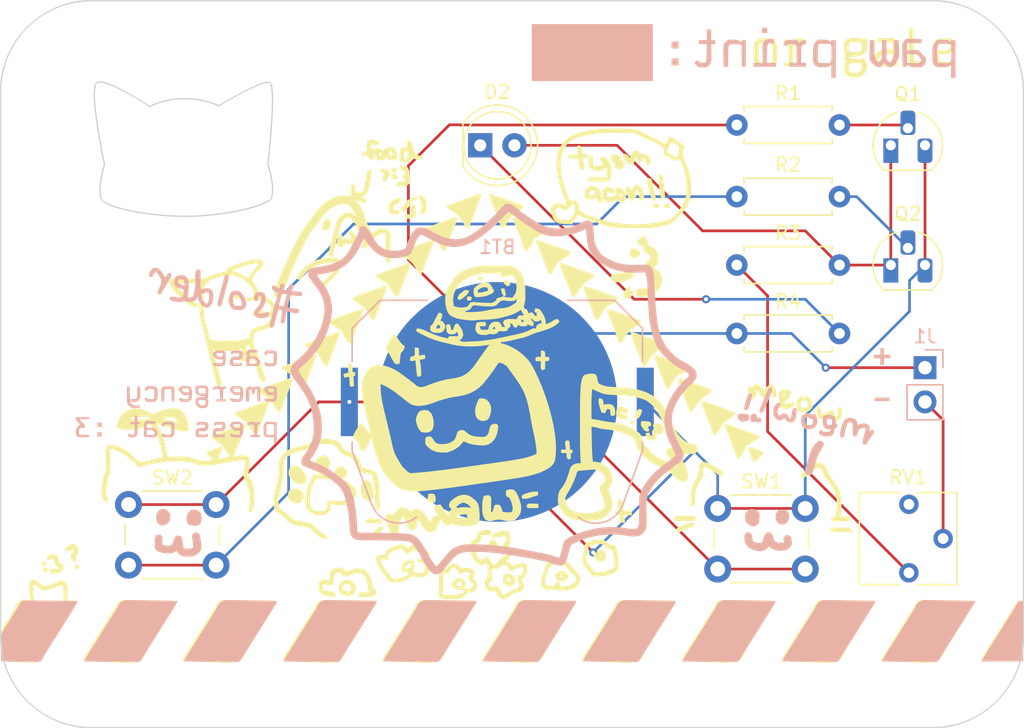
<source format=kicad_pcb>
(kicad_pcb (version 20240108) (generator "pcbnew") (generator_version "8.0")
  (layers (0 "F.Cu" signal) (31 "B.Cu" signal) (34 "B.Paste" user) (35 "F.Paste" user) (36 "B.SilkS" user "B.Silkscreen") (37 "F.SilkS" user "F.Silkscreen") (38 "B.Mask" user) (39 "F.Mask" user) (44 "Edge.Cuts" user))
  (net 0 "")
  (net 1 "+3.3V")
  (net 2 "GND")
  (net 3 "Net-(D2-A)")
  (net 4 "Net-(D2-K)")
  (net 5 "Net-(J1-Pin_2)")
  (net 6 "Net-(Q1-B)")
  (net 7 "Net-(Q2-B)")
  (net 8 "Net-(R1-Pad1)")
  (net 9 "Net-(R2-Pad1)")
  (net 10 "Net-(R4-Pad1)")
  (footprint "Potentiometer_THT:Potentiometer_Vishay_T73YP_Vertical" (layer "F.Cu") (at 137.235 111.745)
    (property "Reference" "RV1")
    (property "Value" "R_Potentiometer")
  )
  (footprint "Package_TO_SOT_THT:TO-92L_HandSolder" (layer "F.Cu") (at 135.89 80.01)
    (property "Reference" "Q1")
    (property "Value" "2N3904")
  )
  (footprint "Resistor_THT:R_Axial_DIN0207_L6.3mm_D2.5mm_P7.62mm_Horizontal" (layer "F.Cu") (at 124.46 83.82)
    (property "Reference" "R2")
    (property "Value" "R" (hide yes))
  )
  (footprint "Button_Switch_THT:SW_PUSH_6mm" (layer "F.Cu") (at 79.3 106.68)
    (property "Reference" "SW2")
    (property "Value" "SW_Push")
  )
  (footprint "Resistor_THT:R_Axial_DIN0207_L6.3mm_D2.5mm_P7.62mm_Horizontal" (layer "F.Cu") (at 124.46 88.9)
    (property "Reference" "R3")
    (property "Value" "R" (hide yes))
  )
  (footprint "LED_THT:LED_D5.0mm" (layer "F.Cu") (at 105.41 80.01)
    (property "Reference" "D2")
    (property "Value" "LED")
  )
  (footprint "Package_TO_SOT_THT:TO-92L_HandSolder" (layer "F.Cu") (at 135.89 88.9)
    (property "Reference" "Q2")
    (property "Value" "2N3904")
  )
  (footprint "Button_Switch_THT:SW_PUSH_6mm" (layer "F.Cu") (at 123.04 106.97)
    (property "Reference" "SW1")
    (property "Value" "SW_Push")
  )
  (footprint "Resistor_THT:R_Axial_DIN0207_L6.3mm_D2.5mm_P7.62mm_Horizontal" (layer "F.Cu") (at 124.46 78.5)
    (property "Reference" "R1")
    (property "Value" "R" (hide yes))
  )
  (footprint "Resistor_THT:R_Axial_DIN0207_L6.3mm_D2.5mm_P7.62mm_Horizontal" (layer "F.Cu") (at 124.46 93.98)
    (property "Reference" "R4")
    (property "Value" "R" (hide yes))
  )
  (footprint "Connector_PinHeader_2.54mm:PinHeader_1x02_P2.54mm_Vertical" (layer "B.Cu") (at 138.43 96.52 180)
    (property "Reference" "J1")
    (property "Value" "Conn_01x02_Pin")
  )
  (footprint "Battery:BatteryHolder_Keystone_3034_1x20mm" (layer "B.Cu") (at 106.68 99.06 180)
    (property "Reference" "BT1")
    (property "Value" "Battery_Cell")
  )
  (gr_poly (pts (xy 126.71779 71.670306) (xy 126.32123 71.670306) (xy 126.32123 71.273749) (xy 126.71779 71.273749)) (stroke (width -0.000001)) (fill solid) (layer "B.SilkS"))
  (gr_poly (pts (xy 135.805561 98.999725) (xy 134.681987 98.999725) (xy 134.681987 98.735353) (xy 135.805561 98.735353)) (stroke (width -0.000001)) (fill solid) (layer "B.SilkS"))
  (gr_poly (pts (xy 86.253499 100.539621) (xy 86.276686 100.540523) (xy 86.297081 100.542004) (xy 86.315166 100.54417) (xy 86.331428 100.547125) (xy 86.346351 100.550976) (xy 86.36042 100.555829) (xy 86.374119 100.561789) (xy 86.387934 100.568962) (xy 86.402348 100.577454) (xy 86.417847 100.587371) (xy 86.454038 100.611903) (xy 86.466519 100.632837) (xy 86.477387 100.653512) (xy 86.486713 100.67399) (xy 86.494569 100.694329) (xy 86.501027 100.71459) (xy 86.506157 100.734833) (xy 86.510033 100.755118) (xy 86.512725 100.775504) (xy 86.514305 100.796053) (xy 86.514845 100.816823) (xy 86.514416 100.837875) (xy 86.513091 100.859269) (xy 86.51094 100.881065) (xy 86.508035 100.903324) (xy 86.504448 100.926104) (xy 86.500251 100.949466) (xy 86.49459 100.971255) (xy 86.488726 100.992027) (xy 86.482569 101.01185) (xy 86.476029 101.03079) (xy 86.469017 101.048917) (xy 86.461442 101.066297) (xy 86.453215 101.082997) (xy 86.444247 101.099084) (xy 86.434447 101.114627) (xy 86.423725 101.129693) (xy 86.411992 101.144349) (xy 86.399158 101.158662) (xy 86.385134 101.1727) (xy 86.369829 101.18653) (xy 86.353153 101.20022) (xy 86.335018 101.213838) (xy 86.268738 101.22485) (xy 86.202863 101.233368) (xy 86.137217 101.239655) (xy 86.071624 101.243977) (xy 86.005909 101.246597) (xy 85.939896 101.247779) (xy 85.873411 101.247787) (xy 85.806276 101.246885) (xy 85.806276 101.47821) (xy 85.927098 101.480556) (xy 86.047928 101.482341) (xy 86.117055 101.484019) (xy 86.160643 101.48418) (xy 86.18039 101.4839) (xy 86.199013 101.483253) (xy 86.216696 101.482144) (xy 86.233619 101.480476) (xy 86.249965 101.478155) (xy 86.265916 101.475085) (xy 86.281653 101.471171) (xy 86.297359 101.466317) (xy 86.313215 101.460428) (xy 86.329403 101.453408) (xy 86.346104 101.445162) (xy 86.363502 101.435595) (xy 86.381777 101.424612) (xy 86.401112 101.412116) (xy 86.422903 101.445013) (xy 86.431672 101.458665) (xy 86.439128 101.470819) (xy 86.445349 101.481751) (xy 86.450415 101.491736) (xy 86.454403 101.501049) (xy 86.456018 101.505539) (xy 86.457393 101.509965) (xy 86.458539 101.514361) (xy 86.459464 101.518761) (xy 86.460179 101.5232) (xy 86.460693 101.527711) (xy 86.46116 101.53709) (xy 86.460943 101.547175) (xy 86.460121 101.558239) (xy 86.458773 101.57056) (xy 86.454812 101.600068) (xy 86.434159 101.676488) (xy 86.247254 101.681278) (xy 86.06032 101.684751) (xy 85.952984 101.688106) (xy 85.850035 101.689398) (xy 85.755116 101.691494) (xy 85.728254 101.68642) (xy 85.717157 101.684128) (xy 85.70734 101.68185) (xy 85.698598 101.679472) (xy 85.690725 101.676881) (xy 85.683514 101.673966) (xy 85.676759 101.670612) (xy 85.670255 101.666708) (xy 85.663795 101.66214) (xy 85.657172 101.656796) (xy 85.650182 101.650563) (xy 85.642618 101.643327) (xy 85.634273 101.634977) (xy 85.614419 101.61448) (xy 85.606125 101.599251) (xy 85.59871 101.58461) (xy 85.592127 101.570453) (xy 85.586327 101.556675) (xy 85.581263 101.543174) (xy 85.576888 101.529845) (xy 85.573154 101.516585) (xy 85.570012 101.50329) (xy 85.567415 101.489855) (xy 85.565316 101.476178) (xy 85.563666 101.462154) (xy 85.562419 101.44768) (xy 85.561525 101.432651) (xy 85.560938 101.416964) (xy 85.560492 101.383201) (xy 85.558556 101.300842) (xy 85.563157 101.27808) (xy 85.568163 101.256557) (xy 85.573621 101.23615) (xy 85.579578 101.216734) (xy 85.586081 101.198183) (xy 85.593178 101.180374) (xy 85.600915 101.16318) (xy 85.60934 101.146477) (xy 85.618499 101.130141) (xy 85.62844 101.114047) (xy 85.63921 101.098069) (xy 85.650855 101.082083) (xy 85.663424 101.065964) (xy 85.676962 101.049587) (xy 85.691517 101.032827) (xy 85.707136 101.01556) (xy 85.743698 101.010393) (xy 85.778278 101.006264) (xy 85.811513 101.003172) (xy 85.844038 101.001114) (xy 85.876489 101.000087) (xy 85.909504 101.000088) (xy 85.943719 101.001116) (xy 85.979769 101.003168) (xy 86.054382 101.005878) (xy 86.099778 101.00784) (xy 86.145158 101.010169) (xy 86.235879 101.01556) (xy 86.301973 100.751188) (xy 86.181155 100.74767) (xy 86.06032 100.744992) (xy 85.991194 100.742474) (xy 85.946485 100.741572) (xy 85.927952 100.741444) (xy 85.911477 100.741647) (xy 85.896693 100.742266) (xy 85.883235 100.743388) (xy 85.870734 100.745098) (xy 85.858825 100.747483) (xy 85.84714 100.750627) (xy 85.835313 100.754618) (xy 85.822977 100.759541) (xy 85.809766 100.765482) (xy 85.795312 100.772527) (xy 85.779249 100.780762) (xy 85.740828 100.801145) (xy 85.707136 100.850327) (xy 85.607997 100.751188) (xy 85.616718 100.729258) (xy 85.625414 100.708904) (xy 85.634114 100.69007) (xy 85.642852 100.672695) (xy 85.651659 100.656723) (xy 85.660566 100.642094) (xy 85.669606 100.628751) (xy 85.67881 100.616634) (xy 85.688209 100.605687) (xy 85.697836 100.595851) (xy 85.707722 100.587067) (xy 85.717899 100.579278) (xy 85.728399 100.572425) (xy 85.739253 100.566449) (xy 85.750494 100.561293) (xy 85.762152 100.556898) (xy 85.77426 100.553206) (xy 85.786849 100.550159) (xy 85.799951 100.547698) (xy 85.813599 100.545766) (xy 85.842654 100.543253) (xy 85.874269 100.542155) (xy 86.031405 100.542582) (xy 86.123121 100.539678) (xy 86.196805 100.539127)) (stroke (width -0.000001)) (fill solid) (layer "B.SilkS"))
  (gr_poly (pts (xy 132.898189 100.246316) (xy 132.951956 100.250199) (xy 133.005216 100.257691) (xy 133.057532 100.26871) (xy 133.108465 100.283171) (xy 133.157579 100.30099) (xy 133.204435 100.322084) (xy 133.248594 100.346368) (xy 133.269537 100.366849) (xy 133.288428 100.386717) (xy 133.305376 100.406141) (xy 133.320487 100.42529) (xy 133.333867 100.444335) (xy 133.345623 100.463445) (xy 133.355861 100.482789) (xy 133.364689 100.502537) (xy 133.372212 100.522859) (xy 133.378537 100.543924) (xy 133.383771 100.565902) (xy 133.38802 100.588962) (xy 133.391391 100.613275) (xy 133.393991 100.639009) (xy 133.395926 100.666335) (xy 133.397302 100.695422) (xy 133.393174 100.784235) (xy 133.461075 100.754157) (xy 133.54122 100.722917) (xy 133.580161 100.709117) (xy 133.618537 100.696653) (xy 133.656493 100.685619) (xy 133.69417 100.676107) (xy 133.731713 100.66821) (xy 133.769265 100.66202) (xy 133.806968 100.657631) (xy 133.844965 100.655134) (xy 133.8834 100.654623) (xy 133.922416 100.65619) (xy 133.962156 100.659928) (xy 134.002762 100.66593) (xy 134.044379 100.674288) (xy 134.087149 100.685096) (xy 134.123889 100.702989) (xy 134.14149 100.712178) (xy 134.158565 100.721632) (xy 134.175101 100.731425) (xy 134.19109 100.741635) (xy 134.20652 100.752336) (xy 134.22138 100.763607) (xy 134.235659 100.775521) (xy 134.249348 100.788157) (xy 134.262435 100.80159) (xy 134.27491 100.815895) (xy 134.286761 100.83115) (xy 134.297979 100.84743) (xy 134.308552 100.864812) (xy 134.31847 100.883372) (xy 134.319882 100.93396) (xy 134.320652 100.984565) (xy 134.320848 101.035176) (xy 134.320536 101.085782) (xy 134.319636 101.195508) (xy 134.31847 101.279932) (xy 134.362754 101.214612) (xy 134.381026 101.192516) (xy 134.388745 101.183528) (xy 134.395791 101.17576) (xy 134.402369 101.169094) (xy 134.405547 101.166139) (xy 134.408684 101.163415) (xy 134.411806 101.16091) (xy 134.414939 101.158607) (xy 134.418108 101.156493) (xy 134.42134 101.154553) (xy 134.424658 101.152773) (xy 134.42809 101.151138) (xy 134.43166 101.149633) (xy 134.435394 101.148245) (xy 134.439317 101.146958) (xy 134.443456 101.145758) (xy 134.452481 101.143561) (xy 134.462673 101.141538) (xy 134.474237 101.139573) (xy 134.502298 101.135352) (xy 134.529014 101.139571) (xy 134.540077 101.141533) (xy 134.549897 101.143549) (xy 134.558689 101.145734) (xy 134.566666 101.148204) (xy 134.574045 101.151073) (xy 134.581039 101.154457) (xy 134.587864 101.158469) (xy 134.594734 101.163227) (xy 134.601865 101.168843) (xy 134.609471 101.175434) (xy 134.617766 101.183113) (xy 134.626966 101.191997) (xy 134.64894 101.213838) (xy 134.647088 101.246069) (xy 134.643583 101.276905) (xy 134.638495 101.306479) (xy 134.631897 101.334918) (xy 134.62386 101.362355) (xy 134.614456 101.388918) (xy 134.603756 101.414739) (xy 134.591833 101.439946) (xy 134.578757 101.464672) (xy 134.564601 101.489045) (xy 134.549436 101.513196) (xy 134.533333 101.537256) (xy 134.498605 101.585621) (xy 134.460987 101.635181) (xy 134.415859 101.695989) (xy 134.37088 101.75691) (xy 134.326574 101.81705) (xy 134.29885 101.856864) (xy 134.271991 101.897168) (xy 134.245872 101.937903) (xy 134.220373 101.97901) (xy 134.195372 102.020431) (xy 134.170746 102.062105) (xy 134.122132 102.145979) (xy 134.11052 102.165602) (xy 134.101391 102.180751) (xy 134.093947 102.192508) (xy 134.090608 102.197453) (xy 134.087391 102.201956) (xy 134.084197 102.206151) (xy 134.080926 102.210175) (xy 134.077478 102.214162) (xy 134.073754 102.218247) (xy 134.065078 102.227255) (xy 134.054102 102.238278) (xy 134.004536 102.239045) (xy 133.954961 102.239312) (xy 133.905386 102.239062) (xy 133.85582 102.238278) (xy 133.845152 102.211183) (xy 133.835636 102.185314) (xy 133.827278 102.160486) (xy 133.820079 102.136512) (xy 133.814043 102.113209) (xy 133.809175 102.090389) (xy 133.805478 102.067869) (xy 133.802955 102.045462) (xy 133.801611 102.022983) (xy 133.801448 102.000247) (xy 133.80247 101.977069) (xy 133.804681 101.953262) (xy 133.808085 101.928642) (xy 133.812685 101.903022) (xy 133.818484 101.876219) (xy 133.825487 101.848046) (xy 133.852786 101.740192) (xy 133.882677 101.628983) (xy 133.939082 101.410179) (xy 133.965626 101.307185) (xy 133.974956 101.266693) (xy 133.983513 101.226338) (xy 133.99134 101.186038) (xy 133.99848 101.145711) (xy 134.004979 101.105276) (xy 134.010878 101.064653) (xy 134.016222 101.023759) (xy 134.021055 100.982513) (xy 133.987865 100.980807) (xy 133.955851 100.979873) (xy 133.924883 100.979769) (xy 133.894832 100.980557) (xy 133.865568 100.982298) (xy 133.83696 100.985052) (xy 133.808878 100.98888) (xy 133.781194 100.993842) (xy 133.753776 100.999999) (xy 133.726495 101.007412) (xy 133.699221 101.016141) (xy 133.671823 101.026247) (xy 133.644173 101.037791) (xy 133.61614 101.050833) (xy 133.587594 101.065433) (xy 133.558405 101.081654) (xy 133.547562 101.098323) (xy 133.537323 101.114882) (xy 133.527654 101.131369) (xy 133.518517 101.147822) (xy 133.509877 101.16428) (xy 133.501697 101.180781) (xy 133.493942 101.197364) (xy 133.486576 101.214066) (xy 133.479563 101.230927) (xy 133.472867 101.247985) (xy 133.460279 101.282844) (xy 133.448527 101.31895) (xy 133.43732 101.356611) (xy 133.416833 101.426101) (xy 133.400238 101.479132) (xy 133.392814 101.500488) (xy 133.385661 101.518944) (xy 133.378544 101.534905) (xy 133.37123 101.548776) (xy 133.363484 101.560962) (xy 133.355072 101.571868) (xy 133.34576 101.5819) (xy 133.335315 101.591462) (xy 133.323501 101.60096) (xy 133.310085 101.610798) (xy 133.27751 101.633115) (xy 133.250047 101.636394) (xy 133.238554 101.637467) (xy 133.228199 101.638052) (xy 133.218716 101.638068) (xy 133.214217 101.637838) (xy 133.209837 101.637435) (xy 133.205542 101.636848) (xy 133.201297 101.636069) (xy 133.197071 101.635085) (xy 133.19283 101.633889) (xy 133.18854 101.632468) (xy 133.184169 101.630813) (xy 133.179683 101.628914) (xy 133.175048 101.626761) (xy 133.165201 101.62165) (xy 133.154362 101.615398) (xy 133.142264 101.607923) (xy 133.128641 101.599145) (xy 133.095755 101.577351) (xy 133.088548 101.557397) (xy 133.082337 101.537434) (xy 133.07705 101.517452) (xy 133.072615 101.497441) (xy 133.068959 101.477392) (xy 133.06601 101.457294) (xy 133.063695 101.437138) (xy 133.061943 101.416915) (xy 133.059835 101.376227) (xy 133.059108 101.335152) (xy 133.05948 101.251531) (xy 133.059804 101.139873) (xy 133.060642 101.02382) (xy 133.061096 100.906223) (xy 133.062708 100.619002) (xy 132.918129 100.602478) (xy 132.836803 100.593184) (xy 132.795001 100.588382) (xy 132.779982 100.586941) (xy 132.766733 100.586028) (xy 132.753643 100.585558) (xy 132.739099 100.585445) (xy 132.699199 100.585955) (xy 132.67028 100.673735) (xy 132.653224 100.723995) (xy 132.635868 100.774153) (xy 132.618163 100.824188) (xy 132.600058 100.874079) (xy 132.571544 100.957815) (xy 132.546349 101.040981) (xy 132.524228 101.123966) (xy 132.504933 101.207156) (xy 132.488219 101.290939) (xy 132.473838 101.375703) (xy 132.461545 101.461836) (xy 132.451091 101.549724) (xy 132.445594 101.580787) (xy 132.443115 101.593609) (xy 132.440656 101.604937) (xy 132.438095 101.615004) (xy 132.435313 101.624046) (xy 132.432187 101.632296) (xy 132.428598 101.639988) (xy 132.424426 101.647356) (xy 132.419549 101.654635) (xy 132.413846 101.662058) (xy 132.407198 101.66986) (xy 132.399483 101.678274) (xy 132.390581 101.687535) (xy 132.368733 101.709535) (xy 132.341302 101.712246) (xy 132.319679 101.714183) (xy 132.30193 101.715345) (xy 132.293902 101.715636) (xy 132.286116 101.715732) (xy 132.278331 101.715636) (xy 132.270303 101.715345) (xy 132.252554 101.714183) (xy 132.230933 101.712246) (xy 132.203502 101.709535) (xy 132.181662 101.687484) (xy 132.172778 101.678102) (xy 132.165098 101.669452) (xy 132.161674 101.665317) (xy 132.158507 101.661262) (xy 132.155585 101.657255) (xy 132.152891 101.65326) (xy 132.150412 101.649244) (xy 132.148134 101.645173) (xy 132.146042 101.641012) (xy 132.144121 101.636728) (xy 132.142358 101.632287) (xy 132.140738 101.627655) (xy 132.139246 101.622797) (xy 132.137868 101.61768) (xy 132.136591 101.612269) (xy 132.135399 101.606531) (xy 132.133213 101.593936) (xy 132.131197 101.579622) (xy 132.129236 101.563318) (xy 132.125017 101.523648) (xy 132.128037 101.45242) (xy 132.133854 101.379929) (xy 132.142387 101.306455) (xy 132.153557 101.232272) (xy 132.167281 101.157659) (xy 132.183478 101.082892) (xy 132.202069 101.008248) (xy 132.222973 100.934003) (xy 132.246107 100.860436) (xy 132.271393 100.787823) (xy 132.298748 100.71644) (xy 132.328092 100.646564) (xy 132.359344 100.578474) (xy 132.392424 100.512444) (xy 132.42725 100.448753) (xy 132.463742 100.387677) (xy 132.482596 100.370933) (xy 132.502364 100.355292) (xy 132.52299 100.340742) (xy 132.544419 100.327272) (xy 132.566598 100.314873) (xy 132.589472 100.303534) (xy 132.612984 100.293244) (xy 132.637082 100.283993) (xy 132.686814 100.268567) (xy 132.738228 100.257169) (xy 132.790887 100.249718) (xy 132.844353 100.246128)) (stroke (width -0.000001)) (fill solid) (layer "B.SilkS"))
  (gr_poly (pts (xy 131.323796 100.015573) (xy 131.370004 100.019307) (xy 131.41615 100.025541) (xy 131.462112 100.034161) (xy 131.50777 100.045055) (xy 131.553003 100.058111) (xy 131.59769 100.073216) (xy 131.641711 100.090258) (xy 131.663433 100.113046) (xy 131.6831 100.135272) (xy 131.700832 100.157094) (xy 131.716747 100.178673) (xy 131.730963 100.200166) (xy 131.743598 100.221733) (xy 131.75477 100.243534) (xy 131.764597 100.265726) (xy 131.773199 100.288471) (xy 131.780693 100.311926) (xy 131.787196 100.33625) (xy 131.792829 100.361604) (xy 131.797708 100.388146) (xy 131.801952 100.416034) (xy 131.80568 100.44543) (xy 131.809008 100.47649) (xy 131.814696 100.542358) (xy 131.817147 100.565751) (xy 131.819819 100.586044) (xy 131.823077 100.60568) (xy 131.827282 100.627104) (xy 131.839989 100.685096) (xy 131.93913 100.751188) (xy 131.936354 100.78275) (xy 131.933966 100.807729) (xy 131.931577 100.828447) (xy 131.928802 100.847229) (xy 131.925252 100.866399) (xy 131.92054 100.888279) (xy 131.91428 100.915193) (xy 131.906083 100.949466) (xy 131.84257 100.976963) (xy 131.816989 100.988454) (xy 131.80653 100.993456) (xy 131.797417 100.998209) (xy 131.789498 101.002896) (xy 131.785936 101.005273) (xy 131.782615 101.007703) (xy 131.779514 101.01021) (xy 131.776614 101.012815) (xy 131.773896 101.015542) (xy 131.771341 101.018415) (xy 131.768928 101.021456) (xy 131.766639 101.024688) (xy 131.764454 101.028135) (xy 131.762355 101.031819) (xy 131.76032 101.035764) (xy 131.758332 101.039992) (xy 131.754416 101.049392) (xy 131.750452 101.060204) (xy 131.746285 101.072612) (xy 131.73672 101.102953) (xy 131.707805 101.207644) (xy 131.680314 101.29632) (xy 131.658243 101.364199) (xy 131.648515 101.391693) (xy 131.639269 101.415613) (xy 131.630218 101.4365) (xy 131.621068 101.454895) (xy 131.611532 101.47134) (xy 131.601317 101.486377) (xy 131.590134 101.500547) (xy 131.577691 101.514392) (xy 131.5637 101.528453) (xy 131.547868 101.543272) (xy 131.509524 101.577351) (xy 131.457407 101.590051) (xy 131.404162 101.600969) (xy 131.349984 101.610006) (xy 131.295071 101.617063) (xy 131.239619 101.622041) (xy 131.183825 101.624841) (xy 131.127885 101.625364) (xy 131.071996 101.623511) (xy 131.016355 101.619182) (xy 130.961158 101.612279) (xy 130.906602 101.602703) (xy 130.852883 101.590354) (xy 130.800199 101.575134) (xy 130.748746 101.556944) (xy 130.69872 101.535685) (xy 130.650318 101.511257) (xy 130.626403 101.485181) (xy 130.616625 101.474297) (xy 130.608105 101.464527) (xy 130.600698 101.455628) (xy 130.594259 101.447358) (xy 130.588644 101.439476) (xy 130.583706 101.431739) (xy 130.579301 101.423905) (xy 130.575283 101.415732) (xy 130.571507 101.406978) (xy 130.567829 101.397402) (xy 130.564101 101.38676) (xy 130.56018 101.374812) (xy 130.551177 101.346026) (xy 130.557405 101.315883) (xy 130.562666 101.292323) (xy 130.565175 101.282407) (xy 130.567733 101.273411) (xy 130.570436 101.265093) (xy 130.573381 101.25721) (xy 130.576664 101.249522) (xy 130.580384 101.241784) (xy 130.584635 101.233757) (xy 130.589517 101.225197) (xy 130.601554 101.205511) (xy 130.617271 101.180791) (xy 130.638538 101.170561) (xy 130.647405 101.166414) (xy 130.655352 101.162848) (xy 130.662573 101.159814) (xy 130.669261 101.157265) (xy 130.67561 101.155151) (xy 130.681815 101.153424) (xy 130.688067 101.152036) (xy 130.694562 101.150939) (xy 130.701492 101.150084) (xy 130.709052 101.149422) (xy 130.717434 101.148906) (xy 130.726833 101.148486) (xy 130.749455 101.147744) (xy 130.848596 101.213838) (xy 130.848596 101.279932) (xy 131.344293 101.279932) (xy 131.443433 101.048607) (xy 131.377339 101.081654) (xy 131.318245 101.085195) (xy 131.290667 101.085951) (xy 131.264208 101.08589) (xy 131.23872 101.084903) (xy 131.214059 101.082886) (xy 131.190078 101.07973) (xy 131.166631 101.075329) (xy 131.143573 101.069577) (xy 131.120757 101.062366) (xy 131.098038 101.053591) (xy 131.075269 101.043145) (xy 131.052305 101.030921) (xy 131.028999 101.016811) (xy 131.005206 101.000711) (xy 130.98078 100.982513) (xy 130.965729 100.965618) (xy 130.951739 100.948359) (xy 130.938772 100.930749) (xy 130.92679 100.912802) (xy 130.915754 100.894532) (xy 130.905628 100.875954) (xy 130.896372 100.857081) (xy 130.887949 100.837928) (xy 130.873449 100.798835) (xy 130.861825 100.758787) (xy 130.852772 100.717898) (xy 130.845986 100.676278) (xy 130.841164 100.63404) (xy 130.838001 100.591296) (xy 130.836976 100.566851) (xy 131.142786 100.566851) (xy 131.143067 100.598153) (xy 131.143713 100.623181) (xy 131.144306 100.634138) (xy 131.145149 100.644481) (xy 131.146297 100.65453) (xy 131.147801 100.664602) (xy 131.149715 100.675016) (xy 131.152093 100.68609) (xy 131.154987 100.698143) (xy 131.15845 100.711493) (xy 131.167298 100.743359) (xy 131.179061 100.784235) (xy 131.509524 100.751188) (xy 131.515721 100.592153) (xy 131.519205 100.502693) (xy 131.518025 100.475284) (xy 131.517364 100.463967) (xy 131.516556 100.453965) (xy 131.515526 100.445069) (xy 131.514201 100.437072) (xy 131.512504 100.429766) (xy 131.510362 100.422944) (xy 131.507699 100.416397) (xy 131.504441 100.409918) (xy 131.500514 100.403298) (xy 131.495842 100.396331) (xy 131.490351 100.388808) (xy 131.483966 100.380521) (xy 131.468217 100.360826) (xy 131.455187 100.352286) (xy 131.442793 100.344792) (xy 131.430919 100.338284) (xy 131.419452 100.332698) (xy 131.408278 100.327975) (xy 131.397282 100.324053) (xy 131.38635 100.32087) (xy 131.375368 100.318365) (xy 131.364222 100.316478) (xy 131.352797 100.315146) (xy 131.340979 100.314308) (xy 131.328655 100.313903) (xy 131.31571 100.31387) (xy 131.302029 100.314147) (xy 131.272005 100.315387) (xy 131.146015 100.321585) (xy 131.144843 100.400068) (xy 131.143949 100.478554) (xy 131.142786 100.566851) (xy 130.836976 100.566851) (xy 130.836193 100.548159) (xy 130.835437 100.50474) (xy 130.836848 100.330491) (xy 130.840941 100.294472) (xy 130.843054 100.278286) (xy 130.84535 100.263136) (xy 130.847934 100.248886) (xy 130.850909 100.235403) (xy 130.854378 100.22255) (xy 130.858446 100.210193) (xy 130.863217 100.198196) (xy 130.868795 100.186425) (xy 130.875283 100.174745) (xy 130.882785 100.16302) (xy 130.891405 100.151116) (xy 130.901248 100.138898) (xy 130.912417 100.12623) (xy 130.925015 100.112977) (xy 130.966356 100.089159) (xy 131.008721 100.068852) (xy 131.051989 100.051944) (xy 131.096039 100.038322) (xy 131.14075 100.027875) (xy 131.186002 100.020488) (xy 131.231674 100.016051) (xy 131.277646 100.01445)) (stroke (width -0.000001)) (fill solid) (layer "B.SilkS"))
  (gr_poly (pts (xy 84.292929 108.754054) (xy 84.315666 108.75573) (xy 84.339587 108.758804) (xy 84.364905 108.763096) (xy 84.391833 108.768425) (xy 84.45137 108.781479) (xy 84.470534 108.795502) (xy 84.488104 108.809454) (xy 84.504172 108.823426) (xy 84.51883 108.837512) (xy 84.53217 108.851802) (xy 84.544283 108.866389) (xy 84.555262 108.881365) (xy 84.565198 108.896822) (xy 84.574183 108.912851) (xy 84.582308 108.929545) (xy 84.589666 108.946995) (xy 84.596348 108.965294) (xy 84.602446 108.984534) (xy 84.608051 109.004806) (xy 84.613256 109.026203) (xy 84.618152 109.048816) (xy 84.624339 109.08881) (xy 84.630268 109.128843) (xy 84.635948 109.168912) (xy 84.641387 109.209016) (xy 84.653401 109.293802) (xy 84.681578 109.507585) (xy 84.701006 109.671155) (xy 84.707231 109.737351) (xy 84.711017 109.794883) (xy 84.712283 109.845049) (xy 84.710944 109.889145) (xy 84.706917 109.928467) (xy 84.70012 109.964312) (xy 84.690467 109.997977) (xy 84.677876 110.030758) (xy 84.662264 110.063953) (xy 84.643547 110.098857) (xy 84.596465 110.17898) (xy 84.565538 110.215228) (xy 84.532974 110.249914) (xy 84.498851 110.282986) (xy 84.46325 110.314393) (xy 84.426249 110.344082) (xy 84.387928 110.372001) (xy 84.348366 110.398098) (xy 84.307641 110.42232) (xy 84.265835 110.444616) (xy 84.223024 110.464934) (xy 84.17929 110.483221) (xy 84.13471 110.499425) (xy 84.089365 110.513495) (xy 84.043333 110.525377) (xy 83.996693 110.53502) (xy 83.949526 110.542371) (xy 83.893678 110.544633) (xy 83.838001 110.545793) (xy 83.782308 110.545983) (xy 83.726414 110.545333) (xy 83.647324 110.54446) (xy 83.598426 110.542795) (xy 83.550312 110.540165) (xy 83.502989 110.536391) (xy 83.456468 110.531293) (xy 83.410758 110.524693) (xy 83.36587 110.51641) (xy 83.321813 110.506265) (xy 83.278596 110.49408) (xy 83.236229 110.479675) (xy 83.194722 110.46287) (xy 83.154084 110.443486) (xy 83.114326 110.421345) (xy 83.075457 110.396266) (xy 83.037487 110.368071) (xy 83.000425 110.336579) (xy 82.964281 110.301613) (xy 82.93885 110.247912) (xy 82.930298 110.229001) (xy 82.923489 110.212801) (xy 82.917647 110.197375) (xy 82.912 110.180787) (xy 82.905771 110.161102) (xy 82.898188 110.136381) (xy 82.838936 110.164134) (xy 82.759805 110.20041) (xy 82.681965 110.236426) (xy 82.615641 110.260044) (xy 82.548212 110.279037) (xy 82.479836 110.29366) (xy 82.410671 110.30417) (xy 82.340874 110.310821) (xy 82.270601 110.31387) (xy 82.200011 110.313573) (xy 82.129259 110.310184) (xy 82.058505 110.30396) (xy 81.987903 110.295156) (xy 81.917613 110.284028) (xy 81.847791 110.270831) (xy 81.778595 110.255822) (xy 81.710181 110.239256) (xy 81.576329 110.202475) (xy 81.528015 110.180464) (xy 81.505414 110.16971) (xy 81.483775 110.158919) (xy 81.463044 110.147941) (xy 81.443163 110.136622) (xy 81.424079 110.124809) (xy 81.405733 110.112351) (xy 81.388072 110.099095) (xy 81.371039 110.084889) (xy 81.354579 110.069579) (xy 81.338635 110.053014) (xy 81.323152 110.035041) (xy 81.308074 110.015508) (xy 81.293346 109.994262) (xy 81.278911 109.97115) (xy 81.270746 109.944903) (xy 81.263738 109.918778) (xy 81.257798 109.892746) (xy 81.252838 109.866779) (xy 81.248769 109.840848) (xy 81.245503 109.814924) (xy 81.242953 109.788979) (xy 81.241029 109.762985) (xy 81.238708 109.710732) (xy 81.237834 109.657937) (xy 81.237603 109.549807) (xy 81.235537 109.461511) (xy 81.236164 109.394026) (xy 81.237374 109.361883) (xy 81.239286 109.330638) (xy 81.241975 109.300165) (xy 81.245521 109.270337) (xy 81.249999 109.241028) (xy 81.255487 109.212112) (xy 81.262061 109.183462) (xy 81.269801 109.154952) (xy 81.278781 109.126455) (xy 81.28908 109.097846) (xy 81.300774 109.068998) (xy 81.313942 109.039785) (xy 81.328659 109.01008) (xy 81.345004 108.979757) (xy 81.367379 108.965338) (xy 81.388538 108.952755) (xy 81.408692 108.941907) (xy 81.428053 108.932696) (xy 81.446831 108.925021) (xy 81.46524 108.918785) (xy 81.483489 108.913888) (xy 81.501791 108.910229) (xy 81.520357 108.907711) (xy 81.539398 108.906234) (xy 81.559126 108.905698) (xy 81.579752 108.906004) (xy 81.601488 108.907052) (xy 81.624545 108.908745) (xy 81.675468 108.913663) (xy 81.692871 108.92583) (xy 81.708788 108.937553) (xy 81.723315 108.948977) (xy 81.736545 108.960245) (xy 81.748572 108.971501) (xy 81.75949 108.982889) (xy 81.769395 108.994553) (xy 81.778379 109.006637) (xy 81.786537 109.019285) (xy 81.793964 109.032641) (xy 81.800754 109.046848) (xy 81.807 109.06205) (xy 81.812797 109.078393) (xy 81.81824 109.096018) (xy 81.823421 109.115071) (xy 81.828437 109.135695) (xy 81.832537 109.178592) (xy 81.835113 109.220667) (xy 81.836301 109.262195) (xy 81.83624 109.303453) (xy 81.835065 109.344718) (xy 81.832916 109.386266) (xy 81.829929 109.428376) (xy 81.826242 109.471322) (xy 81.816045 109.586727) (xy 81.807654 109.673732) (xy 81.889407 109.687602) (xy 81.972648 109.699862) (xy 82.056864 109.709598) (xy 82.099178 109.713234) (xy 82.141543 109.715896) (xy 82.183897 109.717471) (xy 82.226174 109.717844) (xy 82.268311 109.716901) (xy 82.310243 109.714528) (xy 82.351908 109.71061) (xy 82.39324 109.705034) (xy 82.434176 109.697685) (xy 82.474651 109.688448) (xy 82.484436 109.680286) (xy 82.493704 109.671801) (xy 82.502474 109.663006) (xy 82.510768 109.653915) (xy 82.518604 109.644541) (xy 82.526003 109.634897) (xy 82.532985 109.624996) (xy 82.539569 109.614852) (xy 82.551626 109.593885) (xy 82.562331 109.572101) (xy 82.571846 109.549605) (xy 82.580329 109.526503) (xy 82.58794 109.5029) (xy 82.594839 109.478902) (xy 82.607137 109.430137) (xy 82.630201 109.332486) (xy 82.639833 109.300908) (xy 82.649922 109.271416) (xy 82.660572 109.243837) (xy 82.671891 109.217995) (xy 82.683982 109.193715) (xy 82.696952 109.170823) (xy 82.710906 109.149143) (xy 82.72595 109.128502) (xy 82.742189 109.108724) (xy 82.759728 109.089634) (xy 82.778674 109.071057) (xy 82.799131 109.052819) (xy 82.821206 109.034745) (xy 82.845003 109.01666) (xy 82.870629 108.998389) (xy 82.898188 108.979757) (xy 82.921276 108.979572) (xy 82.943247 108.979863) (xy 82.964229 108.980673) (xy 82.984351 108.982047) (xy 83.003744 108.984027) (xy 83.022537 108.986657) (xy 83.040859 108.98998) (xy 83.058839 108.99404) (xy 83.076608 108.99888) (xy 83.094294 109.004543) (xy 83.112028 109.011073) (xy 83.129938 109.018513) (xy 83.148154 109.026906) (xy 83.166805 109.036297) (xy 83.186021 109.046728) (xy 83.205932 109.058242) (xy 83.221788 109.084439) (xy 83.23592 109.110881) (xy 83.248462 109.137573) (xy 83.259549 109.164518) (xy 83.269315 109.191717) (xy 83.277892 109.219173) (xy 83.285416 109.24689) (xy 83.292019 109.27487) (xy 83.297837 109.303115) (xy 83.303002 109.331629) (xy 83.311911 109.389472) (xy 83.327791 109.508501) (xy 83.364968 109.746019) (xy 83.393884 109.938104) (xy 83.520903 109.940454) (xy 83.647929 109.942235) (xy 83.720154 109.943912) (xy 83.770489 109.943731) (xy 83.818394 109.94194) (xy 83.841619 109.9403) (xy 83.864459 109.938088) (xy 83.886986 109.935246) (xy 83.909275 109.931719) (xy 83.931399 109.927449) (xy 83.953432 109.92238) (xy 83.975449 109.916455) (xy 83.997522 109.909618) (xy 84.019726 109.901811) (xy 84.042134 109.892979) (xy 84.064821 109.883064) (xy 84.087859 109.87201) (xy 84.089257 109.792214) (xy 84.088094 109.713648) (xy 84.084531 109.635952) (xy 84.078724 109.558763) (xy 84.070832 109.481721) (xy 84.061012 109.404466) (xy 84.049424 109.326637) (xy 84.036225 109.247872) (xy 84.024022 109.159609) (xy 84.019412 109.123409) (xy 84.015889 109.091727) (xy 84.013523 109.063984) (xy 84.012383 109.039605) (xy 84.012538 109.018011) (xy 84.014059 108.998626) (xy 84.017015 108.980871) (xy 84.021475 108.964171) (xy 84.02751 108.947947) (xy 84.035188 108.931622) (xy 84.044579 108.914618) (xy 84.055753 108.89636) (xy 84.083728 108.853767) (xy 84.095176 108.842256) (xy 84.10636 108.831566) (xy 84.117307 108.821676) (xy 84.128043 108.812563) (xy 84.138595 108.804205) (xy 84.14899 108.796578) (xy 84.159254 108.789661) (xy 84.169414 108.78343) (xy 84.179497 108.777864) (xy 84.189529 108.77294) (xy 84.199537 108.768635) (xy 84.209548 108.764928) (xy 84.219588 108.761794) (xy 84.229684 108.759213) (xy 84.239863 108.75716) (xy 84.250151 108.755615) (xy 84.260575 108.754555) (xy 84.271162 108.753956) (xy 84.281937 108.753796)) (stroke (width -0.000001)) (fill solid) (layer "B.SilkS"))
  (gr_poly (pts (xy 80.749652 100.467453) (xy 80.84324 100.469389) (xy 80.940184 100.474424) (xy 81.038678 100.477134) (xy 81.098767 100.479057) (xy 81.158822 100.481317) (xy 81.278911 100.486816) (xy 81.278911 100.685096) (xy 80.651028 100.685096) (xy 80.651028 100.982513) (xy 80.749006 100.972057) (xy 80.86302 100.965191) (xy 80.950559 100.961142) (xy 80.98622 100.96043) (xy 81.017445 100.960728) (xy 81.044962 100.962139) (xy 81.0695 100.964765) (xy 81.091785 100.968708) (xy 81.112546 100.97407) (xy 81.132511 100.980954) (xy 81.152408 100.989461) (xy 81.172963 100.999693) (xy 81.194906 101.011753) (xy 81.245864 101.041765) (xy 81.308308 101.101761) (xy 81.333667 101.126628) (xy 81.355537 101.148728) (xy 81.374229 101.168552) (xy 81.390057 101.186591) (xy 81.403335 101.203335) (xy 81.414375 101.219276) (xy 81.423492 101.234904) (xy 81.430999 101.250709) (xy 81.437208 101.267182) (xy 81.442433 101.284814) (xy 81.446988 101.304096) (xy 81.451186 101.325519) (xy 81.459763 101.376747) (xy 81.455721 101.401244) (xy 81.45133 101.424274) (xy 81.446517 101.445987) (xy 81.441207 101.466532) (xy 81.435326 101.48606) (xy 81.428803 101.504719) (xy 81.421561 101.52266) (xy 81.413529 101.540032) (xy 81.404632 101.556985) (xy 81.394797 101.573668) (xy 81.38395 101.590232) (xy 81.372017 101.606825) (xy 81.358925 101.623598) (xy 81.3446 101.640699) (xy 81.328969 101.658279) (xy 81.311957 101.676488) (xy 81.294139 101.680954) (xy 81.276437 101.684772) (xy 81.25883 101.687982) (xy 81.241296 101.690625) (xy 81.223815 101.692742) (xy 81.206365 101.694373) (xy 81.188926 101.69556) (xy 81.171477 101.696344) (xy 81.136464 101.696866) (xy 81.101158 101.696267) (xy 81.065391 101.694872) (xy 81.028997 101.693011) (xy 80.952125 101.691978) (xy 80.907206 101.690392) (xy 80.886477 101.689267) (xy 80.866707 101.687799) (xy 80.84775 101.685898) (xy 80.829459 101.683473) (xy 80.811689 101.680433) (xy 80.794292 101.676686) (xy 80.777123 101.672143) (xy 80.760036 101.666712) (xy 80.742883 101.660303) (xy 80.72552 101.652824) (xy 80.707799 101.644185) (xy 80.689574 101.634295) (xy 80.670699 101.623063) (xy 80.651028 101.610398) (xy 80.651028 101.676488) (xy 80.452749 101.676488) (xy 80.448482 101.470161) (xy 80.445488 101.263812) (xy 80.444315 101.193714) (xy 80.443306 101.147744) (xy 80.651028 101.147744) (xy 80.651028 101.511257) (xy 81.179771 101.511257) (xy 81.245864 101.346026) (xy 81.222211 101.314681) (xy 81.199981 101.2861) (xy 81.189128 101.272707) (xy 81.178302 101.259838) (xy 81.167396 101.247438) (xy 81.1563 101.235451) (xy 81.144904 101.223821) (xy 81.1331 101.212493) (xy 81.120779 101.201411) (xy 81.107831 101.190519) (xy 81.094146 101.179762) (xy 81.079617 101.169084) (xy 81.064133 101.15843) (xy 81.047586 101.147744) (xy 80.997632 101.142278) (xy 80.94804 101.138771) (xy 80.898685 101.137024) (xy 80.84944 101.136838) (xy 80.800179 101.138015) (xy 80.750774 101.140358) (xy 80.701099 101.143667) (xy 80.651028 101.147744) (xy 80.443306 101.147744) (xy 80.442777 101.123624) (xy 80.440921 101.02248) (xy 80.439841 100.921324) (xy 80.437743 100.798612) (xy 80.441871 100.770049) (xy 80.446729 100.742025) (xy 80.452444 100.714642) (xy 80.459148 100.688005) (xy 80.466968 100.662218) (xy 80.476033 100.637384) (xy 80.486474 100.613607) (xy 80.49842 100.590991) (xy 80.511999 100.56964) (xy 80.519441 100.559471) (xy 80.527341 100.549657) (xy 80.535713 100.540211) (xy 80.544574 100.531146) (xy 80.553941 100.522475) (xy 80.56383 100.514211) (xy 80.574255 100.506367) (xy 80.585235 100.498956) (xy 80.596785 100.491991) (xy 80.60892 100.485484) (xy 80.621658 100.47945) (xy 80.635014 100.4739) (xy 80.649005 100.468848) (xy 80.663647 100.464306)) (stroke (width -0.000001)) (fill solid) (layer "B.SilkS"))
  (gr_poly (pts (xy 109.087827 113.773658) (xy 109.28104 113.78062) (xy 109.36713 113.782723) (xy 109.453227 113.783952) (xy 109.625445 113.785133) (xy 109.788121 113.786944) (xy 109.95076 113.789659) (xy 110.27602 113.797124) (xy 110.646667 113.804526) (xy 111.017359 113.80931) (xy 111.779154 113.820937) (xy 112.540858 113.837585) (xy 112.53215 113.872664) (xy 112.522776 113.905924) (xy 112.512495 113.937783) (xy 112.506939 113.953318) (xy 112.501065 113.96866) (xy 112.494843 113.983861) (xy 112.488243 113.998974) (xy 112.481234 114.014051) (xy 112.473787 114.029144) (xy 112.465871 114.044306) (xy 112.457456 114.059589) (xy 112.448511 114.075045) (xy 112.439007 114.090727) (xy 112.395859 114.1609) (xy 112.348778 114.236206) (xy 112.299497 114.315904) (xy 112.077952 114.670201) (xy 111.854629 115.023384) (xy 111.676797 115.305924) (xy 111.499894 115.589047) (xy 111.25363 115.982312) (xy 111.006133 116.374803) (xy 110.806423 116.69213) (xy 110.607641 117.010044) (xy 110.142925 117.751523) (xy 110.096454 117.825427) (xy 110.075022 117.859209) (xy 110.053436 117.892893) (xy 110.031683 117.92647) (xy 110.009754 117.959933) (xy 109.993941 117.98437) (xy 109.98161 118.003691) (xy 109.971774 118.019676) (xy 109.963445 118.034105) (xy 109.955634 118.04876) (xy 109.947353 118.06542) (xy 109.937614 118.085866) (xy 109.925429 118.11188) (xy 109.902015 118.155124) (xy 109.890507 118.175489) (xy 109.878933 118.195001) (xy 109.867144 118.213651) (xy 109.854989 118.231427) (xy 109.84232 118.248318) (xy 109.828987 118.264315) (xy 109.81484 118.279406) (xy 109.799731 118.293581) (xy 109.78351 118.306829) (xy 109.766027 118.319139) (xy 109.747134 118.330502) (xy 109.72668 118.340906) (xy 109.704516 118.35034) (xy 109.680493 118.358795) (xy 109.640212 118.362033) (xy 109.600181 118.364436) (xy 109.56031 118.366082) (xy 109.520509 118.367048) (xy 109.480689 118.367411) (xy 109.440761 118.367251) (xy 109.360219 118.365667) (xy 109.237061 118.365797) (xy 109.070545 118.364644) (xy 108.904045 118.362057) (xy 108.729796 118.360296) (xy 108.555539 118.359667) (xy 108.225844 118.357269) (xy 107.89617 118.353321) (xy 107.520715 118.349406) (xy 107.145249 118.346868) (xy 106.373164 118.340708) (xy 105.601102 118.331903) (xy 105.693576 118.160924) (xy 105.745598 118.064749) (xy 105.777772 118.008107) (xy 105.810688 117.951966) (xy 105.844249 117.896252) (xy 105.878358 117.840887) (xy 105.947826 117.730903) (xy 106.018313 117.621405) (xy 106.141593 117.429062) (xy 106.203216 117.333119) (xy 106.331085 117.132563) (xy 106.458246 116.931558) (xy 106.506219 116.855592) (xy 106.738704 116.485355) (xy 106.970329 116.114578) (xy 107.184694 115.772612) (xy 107.400126 115.431317) (xy 107.536834 115.214406) (xy 107.67283 114.997049) (xy 107.737182 114.893845) (xy 107.858526 114.698795) (xy 107.887621 114.652475) (xy 107.91706 114.606372) (xy 107.946843 114.560492) (xy 107.976969 114.514838) (xy 107.996166 114.483754) (xy 108.014176 114.452578) (xy 108.031149 114.421216) (xy 108.047236 114.389571) (xy 108.062588 114.357549) (xy 108.077354 114.325054) (xy 108.091686 114.291991) (xy 108.105734 114.258264) (xy 108.128959 114.209692) (xy 108.153104 114.16438) (xy 108.178165 114.122219) (xy 108.204136 114.083099) (xy 108.231014 114.046913) (xy 108.258792 114.013551) (xy 108.287466 113.982904) (xy 108.317031 113.954863) (xy 108.347482 113.92932) (xy 108.378814 113.906166) (xy 108.411022 113.885291) (xy 108.444101 113.866586) (xy 108.478047 113.849944) (xy 108.512854 113.835254) (xy 108.548518 113.822408) (xy 108.585032 113.811298) (xy 108.622394 113.801813) (xy 108.660597 113.793846) (xy 108.699636 113.787287) (xy 108.739508 113.782027) (xy 108.821726 113.77497) (xy 108.907211 113.771804) (xy 108.995925 113.771657)) (stroke (width -0.000001)) (fill solid) (layer "B.SilkS"))
  (gr_poly (pts (xy 123.892641 113.773658) (xy 124.085852 113.78062) (xy 124.171943 113.782723) (xy 124.258039 113.783952) (xy 124.430257 113.785133) (xy 124.592933 113.786944) (xy 124.755572 113.789659) (xy 125.080833 113.797124) (xy 125.451479 113.804526) (xy 125.822171 113.80931) (xy 126.583967 113.820937) (xy 127.345671 113.837585) (xy 127.336962 113.872664) (xy 127.327589 113.905924) (xy 127.317308 113.937783) (xy 127.311751 113.953318) (xy 127.305877 113.96866) (xy 127.299655 113.983861) (xy 127.293055 113.998974) (xy 127.286046 114.014051) (xy 127.278599 114.029144) (xy 127.270683 114.044306) (xy 127.262268 114.059589) (xy 127.253324 114.075045) (xy 127.24382 114.090727) (xy 127.200672 114.1609) (xy 127.15359 114.236206) (xy 127.10431 114.315904) (xy 126.882764 114.670201) (xy 126.659441 115.023384) (xy 126.481609 115.305924) (xy 126.304706 115.589047) (xy 126.058442 115.982312) (xy 125.810946 116.374803) (xy 125.611235 116.69213) (xy 125.412453 117.010044) (xy 124.947738 117.751523) (xy 124.901266 117.825427) (xy 124.879835 117.859209) (xy 124.858248 117.892893) (xy 124.836495 117.92647) (xy 124.814566 117.959933) (xy 124.798753 117.98437) (xy 124.786422 118.003691) (xy 124.776587 118.019676) (xy 124.768257 118.034105) (xy 124.760446 118.04876) (xy 124.752165 118.06542) (xy 124.742427 118.085866) (xy 124.730241 118.11188) (xy 124.706827 118.155124) (xy 124.695319 118.175489) (xy 124.683745 118.195001) (xy 124.671956 118.213651) (xy 124.659801 118.231427) (xy 124.647132 118.248318) (xy 124.633799 118.264315) (xy 124.619653 118.279406) (xy 124.604544 118.293581) (xy 124.588323 118.306829) (xy 124.57084 118.319139) (xy 124.551946 118.330502) (xy 124.531492 118.340906) (xy 124.509328 118.35034) (xy 124.485305 118.358795) (xy 124.445024 118.362033) (xy 124.404993 118.364436) (xy 124.365122 118.366082) (xy 124.325321 118.367048) (xy 124.285501 118.367411) (xy 124.245573 118.367251) (xy 124.165032 118.365667) (xy 124.041873 118.365797) (xy 123.875357 118.364644) (xy 123.708858 118.362057) (xy 123.53461 118.360296) (xy 123.360351 118.359667) (xy 123.030657 118.357269) (xy 122.700982 118.353321) (xy 122.325529 118.349406) (xy 121.950061 118.346868) (xy 121.177976 118.340708) (xy 120.405914 118.331903) (xy 120.498392 118.160924) (xy 120.55041 118.064749) (xy 120.582584 118.008107) (xy 120.615501 117.951966) (xy 120.649063 117.896252) (xy 120.683171 117.840887) (xy 120.75264 117.730903) (xy 120.823126 117.621405) (xy 120.946406 117.429062) (xy 121.008028 117.333119) (xy 121.135898 117.132563) (xy 121.263058 116.931558) (xy 121.311031 116.855592) (xy 121.543517 116.485355) (xy 121.775141 116.114578) (xy 121.989507 115.772612) (xy 122.204939 115.431317) (xy 122.341647 115.214406) (xy 122.477643 114.997049) (xy 122.541995 114.893845) (xy 122.663338 114.698795) (xy 122.692433 114.652475) (xy 122.721872 114.606372) (xy 122.751656 114.560492) (xy 122.781782 114.514838) (xy 122.800979 114.483754) (xy 122.818989 114.452578) (xy 122.835962 114.421216) (xy 122.852049 114.389571) (xy 122.8674 114.357549) (xy 122.882167 114.325054) (xy 122.896498 114.291991) (xy 122.910547 114.258264) (xy 122.933771 114.209692) (xy 122.957916 114.16438) (xy 122.982977 114.122219) (xy 123.008949 114.083099) (xy 123.035826 114.046913) (xy 123.063604 114.013551) (xy 123.092279 113.982904) (xy 123.121844 113.954863) (xy 123.152295 113.92932) (xy 123.183627 113.906166) (xy 123.215835 113.885291) (xy 123.248915 113.866586) (xy 123.282861 113.849944) (xy 123.317668 113.835254) (xy 123.353331 113.822408) (xy 123.389846 113.811298) (xy 123.427208 113.801813) (xy 123.465411 113.793846) (xy 123.50445 113.787287) (xy 123.544322 113.782027) (xy 123.62654 113.77497) (xy 123.712025 113.771804) (xy 123.800739 113.771657)) (stroke (width -0.000001)) (fill solid) (layer "B.SilkS"))
  (gr_poly (pts (xy 101.685422 113.773658) (xy 101.878634 113.78062) (xy 101.964724 113.782723) (xy 102.050819 113.783952) (xy 102.223039 113.785133) (xy 102.385715 113.786944) (xy 102.548354 113.789659) (xy 102.873614 113.797124) (xy 103.244261 113.804526) (xy 103.614953 113.80931) (xy 104.376747 113.820937) (xy 105.138452 113.837585) (xy 105.129744 113.872664) (xy 105.12037 113.905924) (xy 105.110089 113.937783) (xy 105.104533 113.953318) (xy 105.098658 113.96866) (xy 105.092437 113.983861) (xy 105.085836 113.998974) (xy 105.078828 114.014051) (xy 105.071381 114.029144) (xy 105.063465 114.044306) (xy 105.05505 114.059589) (xy 105.046105 114.075045) (xy 105.036601 114.090727) (xy 104.993453 114.1609) (xy 104.946372 114.236206) (xy 104.897091 114.315904) (xy 104.675546 114.670201) (xy 104.452222 115.023384) (xy 104.274391 115.305924) (xy 104.097488 115.589047) (xy 103.851224 115.982312) (xy 103.603727 116.374803) (xy 103.404018 116.69213) (xy 103.205235 117.010044) (xy 102.740519 117.751523) (xy 102.694048 117.825427) (xy 102.672616 117.859209) (xy 102.651028 117.892893) (xy 102.629275 117.92647) (xy 102.607348 117.959933) (xy 102.591535 117.98437) (xy 102.579204 118.003691) (xy 102.569368 118.019676) (xy 102.561039 118.034105) (xy 102.553228 118.04876) (xy 102.544947 118.06542) (xy 102.535208 118.085866) (xy 102.523023 118.11188) (xy 102.499609 118.155124) (xy 102.488101 118.175489) (xy 102.476527 118.195001) (xy 102.464737 118.213651) (xy 102.452583 118.231427) (xy 102.439913 118.248318) (xy 102.42658 118.264315) (xy 102.412434 118.279406) (xy 102.397324 118.293581) (xy 102.381103 118.306829) (xy 102.36362 118.319139) (xy 102.344726 118.330502) (xy 102.324271 118.340906) (xy 102.302106 118.35034) (xy 102.278083 118.358795) (xy 102.237803 118.362033) (xy 102.197773 118.364436) (xy 102.157903 118.366082) (xy 102.118102 118.367048) (xy 102.078283 118.367411) (xy 102.038354 118.367251) (xy 101.957813 118.365667) (xy 101.834655 118.365797) (xy 101.668137 118.364644) (xy 101.501641 118.362057) (xy 101.327391 118.360296) (xy 101.153129 118.359667) (xy 100.823438 118.357269) (xy 100.493762 118.353321) (xy 100.11831 118.349406) (xy 99.742845 118.346868) (xy 98.970758 118.340708) (xy 98.198696 118.331903) (xy 98.291172 118.160924) (xy 98.343188 118.064749) (xy 98.375363 118.008107) (xy 98.408281 117.951966) (xy 98.441843 117.896252) (xy 98.475952 117.840887) (xy 98.545421 117.730903) (xy 98.615909 117.621405) (xy 98.739187 117.429062) (xy 98.80081 117.333119) (xy 98.928679 117.132563) (xy 99.05584 116.931558) (xy 99.103811 116.855592) (xy 99.336297 116.485355) (xy 99.567923 116.114578) (xy 99.782289 115.772612) (xy 99.99772 115.431317) (xy 100.134428 115.214406) (xy 100.270426 114.997049) (xy 100.334776 114.893845) (xy 100.456118 114.698795) (xy 100.485213 114.652475) (xy 100.514654 114.606372) (xy 100.544439 114.560492) (xy 100.574567 114.514838) (xy 100.593764 114.483754) (xy 100.611773 114.452578) (xy 100.628746 114.421216) (xy 100.644833 114.389571) (xy 100.660184 114.357549) (xy 100.67495 114.325054) (xy 100.689283 114.291991) (xy 100.703332 114.258264) (xy 100.726556 114.209692) (xy 100.750701 114.16438) (xy 100.775762 114.122219) (xy 100.801733 114.083099) (xy 100.828611 114.046913) (xy 100.856389 114.013551) (xy 100.885062 113.982904) (xy 100.914627 113.954863) (xy 100.945078 113.92932) (xy 100.97641 113.906166) (xy 101.008618 113.885291) (xy 101.041698 113.866586) (xy 101.075643 113.849944) (xy 101.11045 113.835254) (xy 101.146113 113.822408) (xy 101.182628 113.811298) (xy 101.21999 113.801813) (xy 101.258192 113.793846) (xy 101.297232 113.787287) (xy 101.337103 113.782027) (xy 101.419321 113.77497) (xy 101.504806 113.771804) (xy 101.59352 113.771657)) (stroke (width -0.000001)) (fill solid) (layer "B.SilkS"))
  (gr_poly (pts (xy 89.070944 90.896173) (xy 89.106682 90.899387) (xy 89.142638 90.904774) (xy 89.178808 90.912268) (xy 89.215186 90.921801) (xy 89.251767 90.933307) (xy 89.288546 90.946717) (xy 89.305897 90.958154) (xy 89.322109 90.969462) (xy 89.337239 90.980742) (xy 89.351345 90.992093) (xy 89.364487 91.003612) (xy 89.376723 91.015399) (xy 89.38811 91.027553) (xy 89.398707 91.040173) (xy 89.408572 91.053358) (xy 89.417764 91.067206) (xy 89.426341 91.081818) (xy 89.434361 91.097291) (xy 89.441883 91.113725) (xy 89.448964 91.131218) (xy 89.455664 91.149871) (xy 89.46204 91.16978) (xy 89.469163 91.233368) (xy 89.474009 91.295315) (xy 89.476479 91.355752) (xy 89.476473 91.414811) (xy 89.473894 91.472625) (xy 89.468641 91.529325) (xy 89.460615 91.585044) (xy 89.449717 91.639913) (xy 89.435848 91.694063) (xy 89.418909 91.747628) (xy 89.3988 91.800739) (xy 89.375422 91.853528) (xy 89.348676 91.906126) (xy 89.318462 91.958667) (xy 89.284683 92.011281) (xy 89.247237 92.064101) (xy 89.195726 92.128227) (xy 89.143968 92.192155) (xy 89.088057 92.266402) (xy 89.032435 92.340864) (xy 88.945688 92.456527) (xy 88.951323 92.461859) (xy 88.957108 92.466749) (xy 88.963036 92.471216) (xy 88.969102 92.475278) (xy 88.975299 92.478952) (xy 88.981622 92.482257) (xy 88.988065 92.485211) (xy 88.994622 92.487832) (xy 89.001287 92.490138) (xy 89.008054 92.492147) (xy 89.021871 92.495347) (xy 89.036026 92.497576) (xy 89.05047 92.49898) (xy 89.065159 92.499702) (xy 89.080043 92.499888) (xy 89.11021 92.499229) (xy 89.140594 92.498159) (xy 89.155749 92.497832) (xy 89.170817 92.497836) (xy 89.276798 92.500418) (xy 89.296583 92.497958) (xy 89.31486 92.495086) (xy 89.331798 92.491766) (xy 89.347567 92.487959) (xy 89.362337 92.483627) (xy 89.376279 92.478732) (xy 89.389561 92.473236) (xy 89.402355 92.4671) (xy 89.414829 92.460287) (xy 89.427154 92.452759) (xy 89.439499 92.444477) (xy 89.452035 92.435404) (xy 89.464931 92.425501) (xy 89.478357 92.414731) (xy 89.507479 92.390435) (xy 89.536266 92.387046) (xy 89.558856 92.384626) (xy 89.568433 92.383778) (xy 89.577187 92.383173) (xy 89.585359 92.38281) (xy 89.593193 92.382689) (xy 89.60093 92.38281) (xy 89.608813 92.383173) (xy 89.617082 92.383778) (xy 89.625981 92.384626) (xy 89.646635 92.387046) (xy 89.67271 92.390435) (xy 89.694558 92.4124) (xy 89.703462 92.42158) (xy 89.711179 92.429838) (xy 89.717831 92.437382) (xy 89.723539 92.444421) (xy 89.728424 92.451163) (xy 89.730596 92.454489) (xy 89.732608 92.457818) (xy 89.734474 92.461177) (xy 89.73621 92.464593) (xy 89.737831 92.468092) (xy 89.739353 92.471699) (xy 89.742156 92.479343) (xy 89.744742 92.487734) (xy 89.747231 92.497081) (xy 89.749744 92.507593) (xy 89.755327 92.532947) (xy 89.75281 92.545339) (xy 89.749971 92.557211) (xy 89.746816 92.568584) (xy 89.74335 92.579484) (xy 89.739579 92.589932) (xy 89.735506 92.599953) (xy 89.731138 92.60957) (xy 89.726479 92.618805) (xy 89.721534 92.627684) (xy 89.716308 92.636228) (xy 89.710807 92.644461) (xy 89.705035 92.652407) (xy 89.6927 92.667531) (xy 89.679342 92.681786) (xy 89.665003 92.695359) (xy 89.649722 92.708438) (xy 89.63354 92.721209) (xy 89.616498 92.733859) (xy 89.540526 92.786993) (xy 89.51795 92.794088) (xy 89.495537 92.800301) (xy 89.473257 92.805691) (xy 89.451077 92.81032) (xy 89.428966 92.814247) (xy 89.406891 92.817533) (xy 89.384821 92.820236) (xy 89.362724 92.822418) (xy 89.318321 92.825457) (xy 89.273427 92.82713) (xy 89.181145 92.8283) (xy 89.110275 92.830365) (xy 89.082756 92.830322) (xy 89.056462 92.829723) (xy 89.031269 92.828492) (xy 89.007053 92.826555) (xy 88.98369 92.823837) (xy 88.961054 92.820262) (xy 88.939023 92.815756) (xy 88.917471 92.810243) (xy 88.896275 92.803649) (xy 88.875309 92.795898) (xy 88.854451 92.786915) (xy 88.833575 92.776625) (xy 88.812557 92.764954) (xy 88.791273 92.751826) (xy 88.769599 92.737166) (xy 88.74741 92.720899) (xy 88.729853 92.702021) (xy 88.713851 92.683352) (xy 88.699337 92.664794) (xy 88.686243 92.646254) (xy 88.674501 92.627636) (xy 88.664044 92.608845) (xy 88.654803 92.589785) (xy 88.646711 92.570361) (xy 88.639701 92.550478) (xy 88.633705 92.53004) (xy 88.628655 92.508953) (xy 88.624483 92.48712) (xy 88.621122 92.464447) (xy 88.618503 92.440839) (xy 88.61656 92.4162) (xy 88.615224 92.390435) (xy 88.626832 92.363692) (xy 88.638794 92.337927) (xy 88.651142 92.313055) (xy 88.663907 92.288995) (xy 88.67712 92.265661) (xy 88.690812 92.242972) (xy 88.705016 92.220842) (xy 88.719762 92.19919) (xy 88.735081 92.17793) (xy 88.751005 92.156981) (xy 88.767566 92.136258) (xy 88.784794 92.115678) (xy 88.80272 92.095158) (xy 88.821377 92.074614) (xy 88.861007 92.03312) (xy 88.901162 91.988045) (xy 88.937975 91.943969) (xy 88.971528 91.900604) (xy 89.001905 91.857659) (xy 89.029186 91.814846) (xy 89.053455 91.771875) (xy 89.074795 91.728456) (xy 89.093287 91.684301) (xy 89.109014 91.63912) (xy 89.122059 91.592624) (xy 89.132504 91.544523) (xy 89.140431 91.494529) (xy 89.145923 91.442351) (xy 89.149063 91.3877) (xy 89.149933 91.330288) (xy 89.148614 91.269824) (xy 89.143968 91.200761) (xy 88.945688 91.200761) (xy 88.912643 91.531227) (xy 88.74741 91.597319) (xy 88.724788 91.582829) (xy 88.715388 91.576625) (xy 88.707006 91.570857) (xy 88.699446 91.56533) (xy 88.692516 91.559852) (xy 88.686021 91.554229) (xy 88.679768 91.548266) (xy 88.673564 91.541772) (xy 88.667215 91.534551) (xy 88.660526 91.52641) (xy 88.653305 91.517156) (xy 88.645358 91.506595) (xy 88.636492 91.494533) (xy 88.615224 91.465133) (xy 88.612688 91.431646) (xy 88.61099 91.399058) (xy 88.610224 91.367299) (xy 88.61048 91.336301) (xy 88.611851 91.305993) (xy 88.614428 91.276306) (xy 88.618304 91.247172) (xy 88.62357 91.21852) (xy 88.630317 91.190282) (xy 88.638639 91.162387) (xy 88.648626 91.134766) (xy 88.66037 91.107351) (xy 88.673963 91.080072) (xy 88.689498 91.052858) (xy 88.707065 91.025642) (xy 88.726757 90.998353) (xy 88.760017 90.976139) (xy 88.793549 90.956769) (xy 88.827347 90.940177) (xy 88.861407 90.926296) (xy 88.895721 90.915058) (xy 88.930286 90.906397) (xy 88.965096 90.900245) (xy 89.000146 90.896535) (xy 89.035431 90.8952)) (stroke (width -0.000001)) (fill solid) (layer "B.SilkS"))
  (gr_poly (pts (xy 76.354989 100.35463) (xy 75.661013 100.35463) (xy 75.754307 100.462988) (xy 75.788534 100.501735) (xy 75.819613 100.535682) (xy 75.851391 100.568942) (xy 75.887719 100.60563) (xy 75.989412 100.705749) (xy 76.01193 100.731869) (xy 76.02108 100.742859) (xy 76.028978 100.752834) (xy 76.035738 100.762071) (xy 76.038727 100.766499) (xy 76.041475 100.770846) (xy 76.043996 100.775146) (xy 76.046305 100.779433) (xy 76.048415 100.783742) (xy 76.050342 100.788107) (xy 76.052099 100.792564) (xy 76.053701 100.797145) (xy 76.055163 100.801886) (xy 76.056498 100.806821) (xy 76.058846 100.817411) (xy 76.060862 100.82919) (xy 76.062661 100.842433) (xy 76.064356 100.857416) (xy 76.067898 100.893701) (xy 76.057571 100.982513) (xy 75.988767 100.985093) (xy 75.898535 100.990776) (xy 75.809077 100.995423) (xy 75.780795 101.000055) (xy 75.769136 101.002178) (xy 75.758854 101.004323) (xy 75.749742 101.006606) (xy 75.741593 101.009141) (xy 75.734197 101.012043) (xy 75.727349 101.015425) (xy 75.72084 101.019402) (xy 75.714463 101.024089) (xy 75.70801 101.0296) (xy 75.701273 101.03605) (xy 75.694045 101.043552) (xy 75.686119 101.052222) (xy 75.667338 101.07352) (xy 75.659408 101.088931) (xy 75.652338 101.103663) (xy 75.646087 101.117829) (xy 75.640611 101.131544) (xy 75.635867 101.144922) (xy 75.631812 101.158078) (xy 75.628403 101.171127) (xy 75.625597 101.184184) (xy 75.623352 101.197362) (xy 75.621624 101.210777) (xy 75.62037 101.224542) (xy 75.619547 101.238774) (xy 75.619112 101.253586) (xy 75.619022 101.269093) (xy 75.619705 101.302649) (xy 75.621254 101.381523) (xy 75.621328 101.402661) (xy 75.621511 101.41134) (xy 75.621869 101.418947) (xy 75.62246 101.425624) (xy 75.623342 101.431513) (xy 75.624575 101.436756) (xy 75.62534 101.439179) (xy 75.626215 101.441493) (xy 75.627206 101.443717) (xy 75.628322 101.445867) (xy 75.629568 101.447962) (xy 75.630953 101.45002) (xy 75.634166 101.454092) (xy 75.638021 101.458226) (xy 75.642575 101.462563) (xy 75.647886 101.467245) (xy 75.661013 101.47821) (xy 75.699701 101.481725) (xy 75.73845 101.484568) (xy 75.777239 101.486845) (xy 75.816048 101.488665) (xy 75.910604 101.492862) (xy 76.010066 101.496799) (xy 76.109916 101.501121) (xy 76.354989 101.511257) (xy 76.354989 101.676488) (xy 76.258443 101.679766) (xy 76.161897 101.682484) (xy 75.968759 101.686817) (xy 75.858324 101.69101) (xy 75.769344 101.692174) (xy 75.70084 101.691949) (xy 75.672791 101.691001) (xy 75.64809 101.689327) (xy 75.626147 101.686802) (xy 75.606372 101.6833) (xy 75.588174 101.678694) (xy 75.570964 101.672859) (xy 75.55415 101.665669) (xy 75.537143 101.656997) (xy 75.519352 101.646717) (xy 75.500188 101.634704) (xy 75.455377 101.604974) (xy 75.437639 101.574878) (xy 75.422298 101.545086) (xy 75.409242 101.515518) (xy 75.39836 101.486091) (xy 75.38954 101.456726) (xy 75.38267 101.427342) (xy 75.377638 101.397858) (xy 75.374332 101.368193) (xy 75.372642 101.338268) (xy 75.372455 101.308) (xy 75.373659 101.27731) (xy 75.376143 101.246117) (xy 75.379795 101.214341) (xy 75.384503 101.181899) (xy 75.390156 101.148713) (xy 75.396641 101.114701) (xy 75.420322 101.068831) (xy 75.445156 101.024517) (xy 75.45806 101.002905) (xy 75.471315 100.981634) (xy 75.484945 100.960689) (xy 75.49897 100.940054) (xy 75.513411 100.919713) (xy 75.528291 100.899651) (xy 75.54363 100.879851) (xy 75.55945 100.860297) (xy 75.575773 100.840975) (xy 75.592619 100.821868) (xy 75.61001 100.802959) (xy 75.627967 100.784235) (xy 75.727106 100.751188) (xy 75.654817 100.678641) (xy 75.561874 100.581825) (xy 75.514112 100.53432) (xy 75.492641 100.511275) (xy 75.473956 100.490343) (xy 75.457863 100.471113) (xy 75.444169 100.453175) (xy 75.438161 100.444562) (xy 75.432681 100.436119) (xy 75.427704 100.427793) (xy 75.423206 100.419535) (xy 75.419163 100.411291) (xy 75.41555 100.403012) (xy 75.412344 100.394646) (xy 75.40952 100.386141) (xy 75.407055 100.377447) (xy 75.404924 100.368511) (xy 75.403103 100.359283) (xy 75.401567 100.349712) (xy 75.399257 100.329334) (xy 75.3978 100.306967) (xy 75.397003 100.2822) (xy 75.396674 100.254623) (xy 75.396641 100.189399) (xy 76.354989 100.189399)) (stroke (width -0.000001)) (fill solid) (layer "B.SilkS"))
  (gr_poly (pts (xy 130.635348 101.945289) (xy 130.657941 101.947007) (xy 130.681178 101.950112) (xy 130.705155 101.954479) (xy 130.72997 101.959983) (xy 130.755719 101.966501) (xy 130.782502 101.973907) (xy 130.809191 101.997272) (xy 130.820188 102.007091) (xy 130.829877 102.01599) (xy 130.838454 102.024212) (xy 130.84611 102.031997) (xy 130.853041 102.039589) (xy 130.859439 102.04723) (xy 130.865498 102.05516) (xy 130.871412 102.063624) (xy 130.877374 102.072861) (xy 130.883579 102.083115) (xy 130.890219 102.094628) (xy 130.897488 102.107641) (xy 130.91469 102.139138) (xy 130.915757 102.168738) (xy 130.9154 102.196808) (xy 130.913651 102.223503) (xy 130.910541 102.248981) (xy 130.9061 102.2734) (xy 130.900361 102.296917) (xy 130.893353 102.319689) (xy 130.885109 102.341875) (xy 130.875659 102.36363) (xy 130.865035 102.385113) (xy 130.853267 102.406482) (xy 130.840388 102.427892) (xy 130.826428 102.449503) (xy 130.811418 102.471471) (xy 130.778374 102.517108) (xy 130.717888 102.603896) (xy 130.661547 102.693512) (xy 130.609066 102.785687) (xy 130.560159 102.880155) (xy 130.514542 102.976648) (xy 130.471931 103.074897) (xy 130.432039 103.174635) (xy 130.394583 103.275593) (xy 130.325837 103.480102) (xy 130.263415 103.686281) (xy 130.148423 104.095076) (xy 130.115376 104.21074) (xy 130.089171 104.3082) (xy 130.081624 104.325059) (xy 130.074067 104.340626) (xy 130.06642 104.355014) (xy 130.058606 104.368334) (xy 130.050546 104.380697) (xy 130.042162 104.392215) (xy 130.033376 104.402999) (xy 130.024109 104.413161) (xy 130.014284 104.422812) (xy 130.003822 104.432065) (xy 129.992645 104.441029) (xy 129.980675 104.449817) (xy 129.967833 104.458541) (xy 129.954041 104.467311) (xy 129.939222 104.47624) (xy 129.923296 104.485438) (xy 129.877567 104.490786) (xy 129.856352 104.492811) (xy 129.836053 104.494277) (xy 129.81653 104.495089) (xy 129.797646 104.495152) (xy 129.779263 104.494372) (xy 129.761241 104.492655) (xy 129.743442 104.489906) (xy 129.725729 104.486029) (xy 129.707962 104.480931) (xy 129.690004 104.474516) (xy 129.671715 104.466691) (xy 129.652958 104.457359) (xy 129.633594 104.446428) (xy 129.613485 104.433802) (xy 129.597584 104.408787) (xy 129.583505 104.38418) (xy 129.571189 104.359885) (xy 129.560577 104.33581) (xy 129.551611 104.311862) (xy 129.544232 104.287948) (xy 129.53838 104.263974) (xy 129.533998 104.239847) (xy 129.531025 104.215474) (xy 129.529403 104.190762) (xy 129.529074 104.165618) (xy 129.529977 104.139949) (xy 129.532055 104.11366) (xy 129.535249 104.08666) (xy 129.539498 104.058855) (xy 129.544746 104.030152) (xy 129.567253 103.947822) (xy 129.590791 103.865897) (xy 129.615203 103.784223) (xy 129.640335 103.702648) (xy 129.676713 103.583324) (xy 129.791285 103.216492) (xy 129.881474 102.936332) (xy 129.955253 102.725536) (xy 129.98848 102.640739) (xy 130.020594 102.56679) (xy 130.052592 102.501527) (xy 130.08547 102.442785) (xy 130.120225 102.3884) (xy 130.157853 102.336208) (xy 130.199351 102.284045) (xy 130.245716 102.229748) (xy 130.357031 102.106094) (xy 130.42338 102.031737) (xy 130.434184 102.021905) (xy 130.444894 102.012746) (xy 130.455521 102.004245) (xy 130.466078 101.996386) (xy 130.476576 101.989154) (xy 130.487029 101.982533) (xy 130.497448 101.976508) (xy 130.507845 101.971062) (xy 130.518233 101.966181) (xy 130.528623 101.961848) (xy 130.539028 101.958049) (xy 130.54946 101.954768) (xy 130.559931 101.951989) (xy 130.570454 101.949696) (xy 130.58104 101.947875) (xy 130.591702 101.946509) (xy 130.602451 101.945583) (xy 130.613301 101.945081)) (stroke (width -0.000001)) (fill solid) (layer "B.SilkS"))
  (gr_poly (pts (xy 83.36137 97.877993) (xy 83.405271 97.87894) (xy 83.449158 97.880394) (xy 83.493023 97.882343) (xy 83.582094 97.881762) (xy 83.631869 97.883526) (xy 83.655145 97.884936) (xy 83.677525 97.886796) (xy 83.699146 97.88918) (xy 83.720142 97.892161) (xy 83.740649 97.895814) (xy 83.760801 97.90021) (xy 83.780734 97.905426) (xy 83.800583 97.911532) (xy 83.820482 97.918605) (xy 83.840567 97.926716) (xy 83.860973 97.93594) (xy 83.881835 97.946351) (xy 83.903288 97.958021) (xy 83.925467 97.971025) (xy 83.941849 97.999468) (xy 83.956048 98.027565) (xy 83.968214 98.055402) (xy 83.978496 98.083069) (xy 83.987043 98.110653) (xy 83.994005 98.138242) (xy 83.999533 98.165925) (xy 84.003774 98.193789) (xy 84.00688 98.221923) (xy 84.008999 98.250415) (xy 84.010281 98.279352) (xy 84.010876 98.308823) (xy 84.010603 98.369718) (xy 84.009375 98.433805) (xy 84.011311 98.53075) (xy 84.010123 98.595626) (xy 84.008775 98.62707) (xy 84.006745 98.657899) (xy 84.0039 98.688146) (xy 84.000104 98.717846) (xy 83.995224 98.747035) (xy 83.989125 98.775747) (xy 83.981673 98.804017) (xy 83.972734 98.83188) (xy 83.962174 98.85937) (xy 83.949858 98.886522) (xy 83.935652 98.913371) (xy 83.919421 98.939952) (xy 83.901033 98.9663) (xy 83.880351 98.992449) (xy 83.869248 99.000014) (xy 83.858062 99.007032) (xy 83.835451 99.019502) (xy 83.81253 99.030012) (xy 83.789308 99.038714) (xy 83.765795 99.045761) (xy 83.742002 99.051305) (xy 83.71794 99.055497) (xy 83.693619 99.05849) (xy 83.669049 99.060437) (xy 83.64424 99.06149) (xy 83.619203 99.061801) (xy 83.593948 99.061523) (xy 83.542827 99.059806) (xy 83.490958 99.057557) (xy 83.401048 99.05859) (xy 83.329577 99.057111) (xy 83.30024 99.056104) (xy 83.274534 99.054704) (xy 83.251983 99.05275) (xy 83.232111 99.050081) (xy 83.214441 99.046535) (xy 83.198497 99.041952) (xy 83.183803 99.036171) (xy 83.169883 99.02903) (xy 83.15626 99.020368) (xy 83.142459 99.010024) (xy 83.128002 98.997837) (xy 83.112415 98.983646) (xy 83.075941 98.948607) (xy 83.030373 98.867539) (xy 83.162559 98.735353) (xy 83.197284 98.783504) (xy 83.21515 98.796778) (xy 83.232842 98.808234) (xy 83.250425 98.818015) (xy 83.267966 98.826262) (xy 83.28553 98.833116) (xy 83.303183 98.838721) (xy 83.320993 98.843217) (xy 83.339025 98.846746) (xy 83.357345 98.849451) (xy 83.376019 98.851474) (xy 83.395115 98.852955) (xy 83.414697 98.854037) (xy 83.499219 98.857214) (xy 83.626629 98.863796) (xy 83.724348 98.867539) (xy 83.790441 98.537075) (xy 83.709246 98.549856) (xy 83.614013 98.558227) (xy 83.541025 98.563611) (xy 83.511391 98.565005) (xy 83.485541 98.56544) (xy 83.462883 98.564845) (xy 83.442823 98.563148) (xy 83.42477 98.560278) (xy 83.408131 98.556165) (xy 83.392313 98.550738) (xy 83.376725 98.543925) (xy 83.360773 98.535655) (xy 83.343865 98.525858) (xy 83.304814 98.501398) (xy 83.283391 98.482902) (xy 83.262372 98.464066) (xy 83.241733 98.444906) (xy 83.221451 98.425438) (xy 83.181862 98.385642) (xy 83.143418 98.344803) (xy 83.105931 98.303049) (xy 83.069212 98.260506) (xy 83.033073 98.217303) (xy 82.997327 98.173564) (xy 83.023788 98.113891) (xy 83.037068 98.086063) (xy 83.043063 98.074425) (xy 83.261698 98.074425) (xy 83.272356 98.11952) (xy 83.277852 98.13999) (xy 83.283644 98.159237) (xy 83.289873 98.177381) (xy 83.296676 98.194544) (xy 83.304194 98.210846) (xy 83.312564 98.226408) (xy 83.321927 98.241352) (xy 83.332421 98.255798) (xy 83.344186 98.269867) (xy 83.357359 98.283681) (xy 83.372082 98.29736) (xy 83.388492 98.311025) (xy 83.406728 98.324797) (xy 83.42693 98.338797) (xy 83.472552 98.342337) (xy 83.518002 98.344607) (xy 83.563341 98.345737) (xy 83.608627 98.345856) (xy 83.653921 98.345092) (xy 83.699282 98.343575) (xy 83.744769 98.341434) (xy 83.790441 98.338797) (xy 83.793542 98.281485) (xy 83.794317 98.260573) (xy 83.794576 98.241726) (xy 83.794317 98.222621) (xy 83.793542 98.200934) (xy 83.790441 98.140517) (xy 83.769347 98.114824) (xy 83.760388 98.104449) (xy 83.752147 98.095581) (xy 83.748217 98.091678) (xy 83.744371 98.088113) (xy 83.740577 98.08487) (xy 83.736804 98.081938) (xy 83.73302 98.079303) (xy 83.729193 98.076951) (xy 83.725292 98.07487) (xy 83.721283 98.073045) (xy 83.717136 98.071465) (xy 83.712819 98.070114) (xy 83.7083 98.068981) (xy 83.703547 98.068052) (xy 83.698529 98.067314) (xy 83.693212 98.066752) (xy 83.687567 98.066355) (xy 83.68156 98.066109) (xy 83.668337 98.066015) (xy 83.653286 98.066365) (xy 83.616689 98.06797) (xy 83.488893 98.070294) (xy 83.360579 98.072102) (xy 83.261698 98.074425) (xy 83.043063 98.074425) (xy 83.050669 98.059659) (xy 83.064807 98.034745) (xy 83.079698 98.011385) (xy 83.095557 97.989646) (xy 83.1126 97.96959) (xy 83.121633 97.960214) (xy 83.131043 97.951284) (xy 83.140857 97.942807) (xy 83.151101 97.934792) (xy 83.161804 97.927246) (xy 83.172991 97.920178) (xy 83.18469 97.913597) (xy 83.196928 97.907509) (xy 83.209732 97.901923) (xy 83.223128 97.896848) (xy 83.237144 97.892291) (xy 83.251807 97.888261) (xy 83.267143 97.884765) (xy 83.28318 97.881811) (xy 83.299945 97.879409) (xy 83.317464 97.877565)) (stroke (width -0.000001)) (fill solid) (layer "B.SilkS"))
  (gr_poly (pts (xy 89.704733 97.885446) (xy 89.749146 97.886101) (xy 89.79355 97.887135) (xy 89.837943 97.888539) (xy 89.928304 97.887893) (xy 89.999955 97.889201) (xy 90.054997 97.891085) (xy 90.077442 97.892527) (xy 90.097117 97.894453) (xy 90.114485 97.896978) (xy 90.130004 97.900213) (xy 90.144137 97.904274) (xy 90.157344 97.909272) (xy 90.170086 97.915322) (xy 90.182824 97.922537) (xy 90.196019 97.93103) (xy 90.210132 97.940915) (xy 90.242955 97.965313) (xy 90.255349 97.982168) (xy 90.266296 97.998139) (xy 90.275886 98.013391) (xy 90.284209 98.028087) (xy 90.291356 98.042392) (xy 90.297417 98.056469) (xy 90.302482 98.070483) (xy 90.306642 98.084598) (xy 90.309986 98.098976) (xy 90.312605 98.113784) (xy 90.314589 98.129184) (xy 90.316029 98.14534) (xy 90.317015 98.162417) (xy 90.317637 98.180578) (xy 90.318149 98.22081) (xy 90.318666 98.325243) (xy 90.317116 98.433805) (xy 90.318666 98.541594) (xy 90.317907 98.597471) (xy 90.315912 98.650854) (xy 90.312256 98.702433) (xy 90.309671 98.727761) (xy 90.306511 98.752896) (xy 90.302722 98.777925) (xy 90.298251 98.802933) (xy 90.293045 98.828008) (xy 90.287051 98.853235) (xy 90.280214 98.878699) (xy 90.272483 98.904489) (xy 90.263803 98.930689) (xy 90.254121 98.957386) (xy 90.241927 98.967773) (xy 90.229796 98.977438) (xy 90.217717 98.986405) (xy 90.205678 98.9947) (xy 90.193668 99.002346) (xy 90.181675 99.009368) (xy 90.169687 99.015791) (xy 90.157693 99.02164) (xy 90.133641 99.03171) (xy 90.109426 99.039777) (xy 90.084956 99.046035) (xy 90.060137 99.050682) (xy 90.034877 99.053915) (xy 90.009085 99.055928) (xy 89.982666 99.05692) (xy 89.955528 99.057087) (xy 89.898728 99.055728) (xy 89.837943 99.053426) (xy 89.747582 99.054072) (xy 89.675663 99.052738) (xy 89.646144 99.051871) (xy 89.62028 99.050697) (xy 89.597593 99.049087) (xy 89.577602 99.046909) (xy 89.559831 99.044035) (xy 89.543799 99.040335) (xy 89.529029 99.035678) (xy 89.515041 99.029935) (xy 89.501357 99.022975) (xy 89.487497 99.01467) (xy 89.472984 99.004888) (xy 89.457337 98.993501) (xy 89.420732 98.965388) (xy 89.375293 98.900586) (xy 89.441385 98.7684) (xy 89.483726 98.778017) (xy 89.515998 98.785698) (xy 89.528964 98.789054) (xy 89.540138 98.792217) (xy 89.549763 98.795283) (xy 89.558081 98.798348) (xy 89.565334 98.801511) (xy 89.571764 98.804868) (xy 89.577614 98.808514) (xy 89.583124 98.812548) (xy 89.588538 98.817067) (xy 89.594097 98.822166) (xy 89.606618 98.834494) (xy 89.660291 98.83654) (xy 89.713991 98.837844) (xy 89.767705 98.838504) (xy 89.821419 98.838624) (xy 89.940181 98.838883) (xy 89.970782 98.840971) (xy 89.983303 98.841646) (xy 89.994224 98.842002) (xy 90.003734 98.841985) (xy 90.012021 98.841539) (xy 90.019275 98.84061) (xy 90.025685 98.839142) (xy 90.028633 98.83819) (xy 90.03144 98.837082) (xy 90.034131 98.835812) (xy 90.036729 98.834374) (xy 90.041741 98.830962) (xy 90.046666 98.826794) (xy 90.051692 98.821813) (xy 90.057008 98.815965) (xy 90.069268 98.801447) (xy 90.074689 98.767999) (xy 90.079552 98.734461) (xy 90.083921 98.700853) (xy 90.087857 98.667195) (xy 90.102315 98.537075) (xy 90.018796 98.548693) (xy 89.92013 98.556376) (xy 89.879662 98.559078) (xy 89.844242 98.560861) (xy 89.813226 98.561605) (xy 89.785966 98.56119) (xy 89.761819 98.559496) (xy 89.740137 98.556405) (xy 89.720275 98.551796) (xy 89.701588 98.545549) (xy 89.683429 98.537546) (xy 89.665152 98.527665) (xy 89.646113 98.515788) (xy 89.625665 98.501795) (xy 89.57796 98.466981) (xy 89.511064 98.393086) (xy 89.483999 98.362664) (xy 89.460793 98.335891) (xy 89.44115 98.312239) (xy 89.424772 98.291181) (xy 89.411363 98.272192) (xy 89.400626 98.254745) (xy 89.392264 98.238313) (xy 89.38598 98.222369) (xy 89.381478 98.206387) (xy 89.37846 98.18984) (xy 89.376629 98.172201) (xy 89.375689 98.152944) (xy 89.375293 98.107471) (xy 89.38775 98.079761) (xy 89.390324 98.074425) (xy 89.606618 98.074425) (xy 89.611887 98.097581) (xy 89.617227 98.11929) (xy 89.622767 98.139673) (xy 89.628638 98.15885) (xy 89.634967 98.176943) (xy 89.641885 98.19407) (xy 89.64952 98.210354) (xy 89.658002 98.225914) (xy 89.66746 98.24087) (xy 89.678023 98.255344) (xy 89.689821 98.269456) (xy 89.702983 98.283326) (xy 89.717637 98.297074) (xy 89.733914 98.310822) (xy 89.751942 98.32469) (xy 89.771851 98.338797) (xy 89.813364 98.342313) (xy 89.854686 98.344576) (xy 89.895884 98.345712) (xy 89.937022 98.345843) (xy 89.978168 98.345094) (xy 90.019388 98.343587) (xy 90.060748 98.341447) (xy 90.102315 98.338797) (xy 90.103097 98.280969) (xy 90.103348 98.223134) (xy 90.103083 98.165299) (xy 90.102315 98.107471) (xy 90.095676 98.099531) (xy 90.089717 98.092596) (xy 90.084236 98.086612) (xy 90.081611 98.08396) (xy 90.079031 98.081526) (xy 90.076469 98.079303) (xy 90.073901 98.077285) (xy 90.071301 98.075464) (xy 90.068645 98.073835) (xy 90.065907 98.072391) (xy 90.063061 98.071124) (xy 90.060084 98.070029) (xy 90.056949 98.069099) (xy 90.053631 98.068327) (xy 90.050106 98.067706) (xy 90.046347 98.06723) (xy 90.042331 98.066892) (xy 90.038031 98.066686) (xy 90.033423 98.066604) (xy 90.028481 98.066641) (xy 90.02318 98.06679) (xy 90.011401 98.067395) (xy 89.997886 98.068366) (xy 89.964836 98.071197) (xy 89.835877 98.07236) (xy 89.70666 98.073263) (xy 89.606618 98.074425) (xy 89.390324 98.074425) (xy 89.400057 98.054252) (xy 89.412401 98.030866) (xy 89.424965 98.009527) (xy 89.437935 97.990159) (xy 89.451496 97.972683) (xy 89.458556 97.964632) (xy 89.465834 97.957024) (xy 89.473351 97.949852) (xy 89.481132 97.943106) (xy 89.489199 97.936775) (xy 89.497576 97.93085) (xy 89.506286 97.925322) (xy 89.515351 97.920181) (xy 89.524796 97.915417) (xy 89.534643 97.911021) (xy 89.544915 97.906984) (xy 89.555635 97.903295) (xy 89.566827 97.899945) (xy 89.578514 97.896924) (xy 89.603464 97.891833) (xy 89.630671 97.887945) (xy 89.660318 97.885183)) (stroke (width -0.000001)) (fill solid) (layer "B.SilkS"))
  (gr_poly (pts (xy 127.902925 107.043199) (xy 127.9454 107.046199) (xy 127.987938 107.050647) (xy 128.030412 107.056335) (xy 128.072692 107.063059) (xy 128.097806 107.080271) (xy 128.121419 107.097329) (xy 128.143608 107.114366) (xy 128.164448 107.131511) (xy 128.184016 107.148898) (xy 128.202387 107.166655) (xy 128.219639 107.184916) (xy 128.235847 107.20381) (xy 128.251087 107.223469) (xy 128.265435 107.244025) (xy 128.278968 107.265608) (xy 128.291762 107.28835) (xy 128.303892 107.312381) (xy 128.315435 107.337833) (xy 128.326467 107.364838) (xy 128.337064 107.393525) (xy 128.342723 107.434521) (xy 128.346635 107.474549) (xy 128.34881 107.513702) (xy 128.349256 107.552076) (xy 128.347981 107.589764) (xy 128.344995 107.626859) (xy 128.340307 107.663457) (xy 128.333925 107.699649) (xy 128.325858 107.735532) (xy 128.316115 107.771198) (xy 128.304704 107.806741) (xy 128.291636 107.842256) (xy 128.276917 107.877836) (xy 128.260558 107.913576) (xy 128.242566 107.949569) (xy 128.222951 107.985908) (xy 128.208015 108.005127) (xy 128.193132 108.022648) (xy 128.178214 108.038586) (xy 128.163171 108.053055) (xy 128.147915 108.066168) (xy 128.132356 108.07804) (xy 128.116406 108.088785) (xy 128.099974 108.098517) (xy 128.082973 108.10735) (xy 128.065311 108.115398) (xy 128.046902 108.122776) (xy 128.027655 108.129597) (xy 128.007481 108.135975) (xy 127.986292 108.142024) (xy 127.963997 108.147859) (xy 127.940508 108.153594) (xy 127.893303 108.158833) (xy 127.870366 108.160636) (xy 127.847798 108.16184) (xy 127.825543 108.162402) (xy 127.803543 108.162281) (xy 127.781744 108.161436) (xy 127.760088 108.159825) (xy 127.738519 108.157406) (xy 127.716982 108.154137) (xy 127.69542 108.149977) (xy 127.673776 108.144885) (xy 127.651994 108.138818) (xy 127.630018 108.131735) (xy 127.607792 108.123594) (xy 127.585259 108.114353) (xy 127.562085 108.095326) (xy 127.539954 108.076346) (xy 127.518877 108.057308) (xy 127.498864 108.038109) (xy 127.479926 108.018643) (xy 127.462075 107.998807) (xy 127.44532 107.978494) (xy 127.429673 107.957602) (xy 127.415145 107.936025) (xy 127.401746 107.913659) (xy 127.389487 107.8904) (xy 127.378379 107.866142) (xy 127.368432 107.840781) (xy 127.359658 107.814213) (xy 127.352067 107.786334) (xy 127.345671 107.757038) (xy 127.342413 107.719586) (xy 127.340049 107.682502) (xy 127.338659 107.645772) (xy 127.33832 107.609385) (xy 127.339111 107.57333) (xy 127.34111 107.537595) (xy 127.344396 107.502167) (xy 127.349047 107.467036) (xy 127.355141 107.43219) (xy 127.362758 107.397616) (xy 127.371975 107.363304) (xy 127.382871 107.32924) (xy 127.395524 107.295415) (xy 127.410013 107.261815) (xy 127.426416 107.22843) (xy 127.444811 107.195247) (xy 127.460463 107.179508) (xy 127.476531 107.164776) (xy 127.492999 107.151026) (xy 127.509852 107.13823) (xy 127.527073 107.126364) (xy 127.544646 107.115402) (xy 127.562555 107.105317) (xy 127.580784 107.096085) (xy 127.599317 107.087679) (xy 127.618139 107.080073) (xy 127.656582 107.06716) (xy 127.695986 107.057139) (xy 127.736222 107.049805) (xy 127.777162 107.04495) (xy 127.818678 107.042368) (xy 127.860642 107.041853)) (stroke (width -0.000001)) (fill solid) (layer "B.SilkS"))
  (gr_poly (pts (xy 84.469241 89.22465) (xy 84.478024 89.225631) (xy 84.487709 89.227172) (xy 84.498531 89.229257) (xy 84.510727 89.231872) (xy 84.540183 89.238629) (xy 84.565472 89.253821) (xy 84.575831 89.260349) (xy 84.58488 89.266447) (xy 84.592779 89.272328) (xy 84.596347 89.275253) (xy 84.599689 89.278202) (xy 84.602823 89.281203) (xy 84.605769 89.284283) (xy 84.608549 89.287466) (xy 84.611181 89.29078) (xy 84.613687 89.294252) (xy 84.616085 89.297907) (xy 84.618397 89.301773) (xy 84.620641 89.305875) (xy 84.625009 89.314896) (xy 84.62935 89.325182) (xy 84.633825 89.336944) (xy 84.638592 89.350394) (xy 84.649649 89.383207) (xy 84.651132 89.45561) (xy 84.651955 89.52786) (xy 84.652141 89.600104) (xy 84.651715 89.672492) (xy 84.651336 89.75828) (xy 84.649649 90.029679) (xy 84.647584 90.387122) (xy 84.646753 90.470574) (xy 84.645359 90.516427) (xy 84.644805 90.552464) (xy 84.644974 90.567781) (xy 84.645511 90.58182) (xy 84.646469 90.594972) (xy 84.647899 90.607629) (xy 84.649856 90.620184) (xy 84.652391 90.633028) (xy 84.655557 90.646553) (xy 84.659407 90.661151) (xy 84.669368 90.695134) (xy 84.682696 90.738111) (xy 84.792162 90.688543) (xy 84.824286 90.677209) (xy 84.856305 90.666991) (xy 84.888247 90.657884) (xy 84.920145 90.649884) (xy 84.952028 90.642988) (xy 84.983927 90.637193) (xy 85.015874 90.632495) (xy 85.047898 90.62889) (xy 85.080031 90.626374) (xy 85.112304 90.624945) (xy 85.144746 90.624597) (xy 85.177388 90.625329) (xy 85.210262 90.627136) (xy 85.243398 90.630015) (xy 85.276827 90.633961) (xy 85.310579 90.638972) (xy 85.331098 90.649366) (xy 85.350617 90.660241) (xy 85.369185 90.671626) (xy 85.386849 90.68355) (xy 85.403659 90.696042) (xy 85.419664 90.709131) (xy 85.434912 90.722846) (xy 85.449453 90.737215) (xy 85.463335 90.752268) (xy 85.476607 90.768034) (xy 85.489318 90.78454) (xy 85.501517 90.801817) (xy 85.513252 90.819893) (xy 85.524572 90.838797) (xy 85.535526 90.858558) (xy 85.546163 90.879205) (xy 85.563085 90.938898) (xy 85.576274 90.999784) (xy 85.585863 91.061656) (xy 85.591983 91.124308) (xy 85.594766 91.187532) (xy 85.594343 91.251123) (xy 85.590846 91.314873) (xy 85.584407 91.378576) (xy 85.575157 91.442025) (xy 85.563228 91.505013) (xy 85.548752 91.567334) (xy 85.531859 91.62878) (xy 85.512683 91.689146) (xy 85.491354 91.748224) (xy 85.468003 91.805808) (xy 85.442764 91.861691) (xy 85.425603 91.883866) (xy 85.408453 91.904705) (xy 85.391218 91.924257) (xy 85.373805 91.942575) (xy 85.356118 91.95971) (xy 85.338063 91.975712) (xy 85.319546 91.990634) (xy 85.30047 92.004527) (xy 85.280742 92.017441) (xy 85.260268 92.029428) (xy 85.238952 92.040539) (xy 85.216699 92.050826) (xy 85.193415 92.06034) (xy 85.169006 92.069132) (xy 85.143376 92.077253) (xy 85.116431 92.084754) (xy 85.068771 92.071857) (xy 85.023295 92.056628) (xy 84.979896 92.039132) (xy 84.938471 92.019435) (xy 84.898913 91.997602) (xy 84.861116 91.973699) (xy 84.824976 91.947792) (xy 84.790386 91.919946) (xy 84.757242 91.890228) (xy 84.725437 91.858702) (xy 84.694866 91.825435) (xy 84.665425 91.790491) (xy 84.637006 91.753938) (xy 84.609506 91.715839) (xy 84.582817 91.676262) (xy 84.556836 91.635272) (xy 84.517463 91.564272) (xy 84.479125 91.497406) (xy 84.469964 91.475588) (xy 84.466257 91.466252) (xy 84.463079 91.457579) (xy 84.460389 91.449279) (xy 84.458146 91.441064) (xy 84.45631 91.432644) (xy 84.45484 91.42373) (xy 84.453694 91.414032) (xy 84.452834 91.403261) (xy 84.452217 91.391127) (xy 84.451804 91.377343) (xy 84.451553 91.361617) (xy 84.451424 91.343661) (xy 84.45137 91.299902) (xy 84.385278 91.299902) (xy 84.374951 91.359798) (xy 84.368728 91.378142) (xy 84.361948 91.395361) (xy 84.354594 91.411535) (xy 84.346645 91.426746) (xy 84.338084 91.441075) (xy 84.328891 91.454604) (xy 84.319048 91.467413) (xy 84.308536 91.479585) (xy 84.297336 91.4912) (xy 84.285429 91.502341) (xy 84.272798 91.513087) (xy 84.259421 91.523521) (xy 84.245283 91.533723) (xy 84.230362 91.543776) (xy 84.214641 91.553761) (xy 84.198101 91.563758) (xy 84.155467 91.579132) (xy 84.113077 91.591974) (xy 84.07088 91.60246) (xy 84.028822 91.610767) (xy 83.986852 91.617072) (xy 83.944916 91.62155) (xy 83.902964 91.62438) (xy 83.860942 91.625738) (xy 83.818799 91.6258) (xy 83.776482 91.624743) (xy 83.691117 91.61998) (xy 83.516001 91.604807) (xy 83.476143 91.599935) (xy 83.459627 91.59812) (xy 83.444956 91.596769) (xy 83.431804 91.595919) (xy 83.419848 91.595608) (xy 83.408764 91.595873) (xy 83.398227 91.596751) (xy 83.387913 91.598281) (xy 83.377498 91.6005) (xy 83.366659 91.603444) (xy 83.35507 91.607152) (xy 83.342409 91.611661) (xy 83.32835 91.617008) (xy 83.294745 91.630366) (xy 83.239616 91.633954) (xy 83.184743 91.636325) (xy 83.130114 91.637463) (xy 83.075713 91.637347) (xy 83.021525 91.635958) (xy 82.967538 91.633278) (xy 82.913737 91.629286) (xy 82.860107 91.623965) (xy 82.806634 91.617295) (xy 82.753304 91.609256) (xy 82.700104 91.599831) (xy 82.647018 91.588999) (xy 82.594032 91.576742) (xy 82.541133 91.56304) (xy 82.488306 91.547875) (xy 82.435537 91.531227) (xy 82.413705 91.50925) (xy 82.40484 91.50004) (xy 82.397198 91.491726) (xy 82.390669 91.484089) (xy 82.387788 91.480457) (xy 82.385144 91.476913) (xy 82.382724 91.473429) (xy 82.380515 91.469978) (xy 82.378502 91.466534) (xy 82.376673 91.463068) (xy 82.375012 91.459554) (xy 82.373508 91.455964) (xy 82.372146 91.452271) (xy 82.370912 91.448449) (xy 82.369793 91.444469) (xy 82.368776 91.440304) (xy 82.366991 91.431312) (xy 82.365448 91.421256) (xy 82.364038 91.409916) (xy 82.361182 91.382518) (xy 82.364038 91.355119) (xy 82.365448 91.34378) (xy 82.366991 91.333723) (xy 82.368776 91.324731) (xy 82.370912 91.316587) (xy 82.373508 91.309071) (xy 82.375012 91.305481) (xy 82.376673 91.301967) (xy 82.378502 91.298502) (xy 82.380515 91.295057) (xy 82.385144 91.288123) (xy 82.390669 91.280946) (xy 82.397198 91.27331) (xy 82.40484 91.264995) (xy 82.413705 91.255786) (xy 82.435537 91.233808) (xy 82.45776 91.233701) (xy 82.475409 91.233752) (xy 82.490177 91.234081) (xy 82.50376 91.234809) (xy 82.517851 91.236058) (xy 82.534144 91.237948) (xy 82.580115 91.244136) (xy 82.65731 91.254075) (xy 82.702028 91.261734) (xy 82.717815 91.264647) (xy 82.731389 91.26742) (xy 82.744377 91.270404) (xy 82.758403 91.273953) (xy 82.796078 91.284152) (xy 82.812993 91.287821) (xy 82.829824 91.291106) (xy 82.863298 91.296623) (xy 82.896627 91.300893) (xy 82.929936 91.304108) (xy 82.963351 91.306458) (xy 82.996997 91.308134) (xy 83.065485 91.310228) (xy 83.169917 91.313973) (xy 83.200843 91.311901) (xy 83.213582 91.310828) (xy 83.224802 91.3096) (xy 83.234726 91.308119) (xy 83.243577 91.306287) (xy 83.251577 91.304006) (xy 83.258951 91.301178) (xy 83.262472 91.299528) (xy 83.26592 91.297704) (xy 83.272708 91.293488) (xy 83.279537 91.288431) (xy 83.286631 91.282435) (xy 83.294213 91.275403) (xy 83.302504 91.267236) (xy 83.322111 91.247105) (xy 83.331004 91.228017) (xy 83.338917 91.209264) (xy 83.345917 91.19078) (xy 83.352069 91.172499) (xy 83.357439 91.154353) (xy 83.362091 91.136276) (xy 83.366091 91.118202) (xy 83.369505 91.100063) (xy 83.372398 91.081794) (xy 83.374835 91.063327) (xy 83.378605 91.025535) (xy 83.381338 90.986154) (xy 83.383557 90.944651) (xy 83.39014 90.827441) (xy 83.393884 90.738111) (xy 83.316432 90.708937) (xy 83.14516 90.641223) (xy 83.015254 90.587939) (xy 82.963556 90.565243) (xy 82.91949 90.544394) (xy 82.882152 90.524807) (xy 82.850641 90.505895) (xy 82.824052 90.487072) (xy 82.801483 90.46775) (xy 82.782031 90.447343) (xy 82.764792 90.425265) (xy 82.748863 90.400929) (xy 82.733342 90.373749) (xy 82.699909 90.308508) (xy 82.695235 90.248534) (xy 82.691845 90.189406) (xy 82.691544 90.176322) (xy 82.964281 90.176322) (xy 82.991957 90.201082) (xy 83.02005 90.224169) (xy 83.048566 90.245704) (xy 83.077509 90.265813) (xy 83.106885 90.284618) (xy 83.136697 90.302243) (xy 83.166952 90.318811) (xy 83.197655 90.334444) (xy 83.22881 90.349267) (xy 83.260422 90.363404) (xy 83.325038 90.390107) (xy 83.391543 90.415542) (xy 83.459977 90.440694) (xy 83.445519 90.246546) (xy 83.437387 90.137337) (xy 83.435714 90.107016) (xy 83.434888 90.094487) (xy 83.433985 90.083403) (xy 83.43294 90.073528) (xy 83.43169 90.06463) (xy 83.430171 90.056475) (xy 83.42832 90.048831) (xy 83.426072 90.041464) (xy 83.423364 90.03414) (xy 83.420132 90.026626) (xy 83.416312 90.018689) (xy 83.411842 90.010096) (xy 83.406656 90.000612) (xy 83.393884 89.978043) (xy 83.371684 89.972505) (xy 83.354051 89.968271) (xy 83.339292 89.965074) (xy 83.332461 89.963781) (xy 83.325713 89.962647) (xy 83.318836 89.96164) (xy 83.311619 89.960725) (xy 83.295316 89.959041) (xy 83.27511 89.957329) (xy 83.249306 89.955323) (xy 83.170046 89.946675) (xy 83.14367 89.944782) (xy 83.132639 89.94416) (xy 83.122709 89.943816) (xy 83.113627 89.943794) (xy 83.10514 89.944143) (xy 83.096995 89.944906) (xy 83.088939 89.94613) (xy 83.080719 89.947862) (xy 83.072081 89.950147) (xy 83.062773 89.95303) (xy 83.052542 89.956559) (xy 83.041135 89.960779) (xy 83.028299 89.965735) (xy 82.997327 89.978043) (xy 82.964281 90.176322) (xy 82.691544 90.176322) (xy 82.690502 90.131007) (xy 82.690837 90.102045) (xy 82.69197 90.073221) (xy 82.693997 90.044521) (xy 82.697012 90.01593) (xy 82.701112 89.987434) (xy 82.706391 89.959017) (xy 82.712946 89.930666) (xy 82.720872 89.902365) (xy 82.730263 89.8741) (xy 82.741216 89.845857) (xy 82.76598 89.818628) (xy 82.790259 89.794124) (xy 82.814231 89.77219) (xy 82.838072 89.75267) (xy 82.861958 89.735408) (xy 82.886066 89.720246) (xy 82.91057 89.707031) (xy 82.935648 89.695605) (xy 82.961475 89.685813) (xy 82.988228 89.677498) (xy 83.016083 89.670505) (xy 83.045215 89.664677) (xy 83.075802 89.659859) (xy 83.108019 89.655894) (xy 83.142043 89.652627) (xy 83.178049 89.649902) (xy 83.238373 89.648675) (xy 83.266668 89.64867) (xy 83.293895 89.649262) (xy 83.320188 89.650594) (xy 83.345682 89.652808) (xy 83.370508 89.656049) (xy 83.394802 89.660458) (xy 83.418695 89.666179) (xy 83.442323 89.673355) (xy 83.465817 89.682129) (xy 83.489312 89.692645) (xy 83.512941 89.705044) (xy 83.536837 89.719471) (xy 83.561135 89.736069) (xy 83.585967 89.754979) (xy 83.614226 89.793079) (xy 83.639769 89.832754) (xy 83.662706 89.873913) (xy 83.683146 89.916464) (xy 83.701202 89.960315) (xy 83.716983 90.005374) (xy 83.730601 90.05155) (xy 83.742165 90.09875) (xy 83.759576 90.195855) (xy 83.770101 90.295955) (xy 83.774626 90.398314) (xy 83.774034 90.502197) (xy 83.769211 90.60687) (xy 83.761041 90.711595) (xy 83.738203 90.918267) (xy 83.712597 91.11633) (xy 83.691302 91.299902) (xy 83.815227 91.304032) (xy 83.884934 91.306355) (xy 83.900272 91.304801) (xy 83.914882 91.302988) (xy 83.928844 91.300888) (xy 83.942238 91.298469) (xy 83.955145 91.295703) (xy 83.967643 91.29256) (xy 83.979815 91.289009) (xy 83.991739 91.285021) (xy 84.003496 91.280566) (xy 84.015167 91.275615) (xy 84.026831 91.270137) (xy 84.038568 91.264103) (xy 84.05046 91.257483) (xy 84.062585 91.250247) (xy 84.075025 91.242365) (xy 84.087859 91.233808) (xy 84.0976 91.214272) (xy 84.105057 91.198741) (xy 84.108078 91.192007) (xy 84.110706 91.18571) (xy 84.113002 91.179661) (xy 84.115025 91.173673) (xy 84.116834 91.167557) (xy 84.11849 91.161125) (xy 84.12005 91.154189) (xy 84.121576 91.146561) (xy 84.124761 91.128476) (xy 84.128522 91.105365) (xy 84.136272 91.068575) (xy 84.682696 91.068575) (xy 84.690981 91.116882) (xy 84.700418 91.164196) (xy 84.711117 91.210514) (xy 84.723189 91.255836) (xy 84.736745 91.30016) (xy 84.751896 91.343485) (xy 84.768752 91.38581) (xy 84.787424 91.427133) (xy 84.808023 91.467453) (xy 84.830661 91.506769) (xy 84.855447 91.54508) (xy 84.882492 91.582383) (xy 84.911908 91.618679) (xy 84.943804 91.653965) (xy 84.978293 91.68824) (xy 85.015484 91.721503) (xy 85.035554 91.737008) (xy 85.043941 91.743259) (xy 85.051484 91.748588) (xy 85.058372 91.753055) (xy 85.06163 91.754985) (xy 85.064795 91.756722) (xy 85.067893 91.758273) (xy 85.070945 91.759647) (xy 85.073976 91.760851) (xy 85.077011 91.761892) (xy 85.080072 91.762778) (xy 85.083183 91.763516) (xy 85.086368 91.764114) (xy 85.089652 91.764579) (xy 85.093057 91.764919) (xy 85.096607 91.765142) (xy 85.10424 91.765264) (xy 85.11274 91.765006) (xy 85.122298 91.764428) (xy 85.145346 91.762552) (xy 85.164109 91.726392) (xy 85.181237 91.691088) (xy 85.196789 91.656475) (xy 85.210821 91.622388) (xy 85.223392 91.588664) (xy 85.234558 91.555137) (xy 85.244378 91.521644) (xy 85.252909 91.488019) (xy 85.260208 91.454099) (xy 85.266334 91.419718) (xy 85.271344 91.384713) (xy 85.275294 91.348919) (xy 85.278244 91.312172) (xy 85.28025 91.274307) (xy 85.281371 91.23516) (xy 85.281663 91.194565) (xy 85.281921 91.089875) (xy 85.282345 91.061144) (xy 85.282367 91.049263) (xy 85.282189 91.038738) (xy 85.281756 91.029345) (xy 85.281013 91.020858) (xy 85.279906 91.013053) (xy 85.278379 91.005705) (xy 85.276378 90.998589) (xy 85.273848 90.99148) (xy 85.270734 90.984154) (xy 85.266981 90.976385) (xy 85.262535 90.96795) (xy 85.25734 90.958622) (xy 85.244486 90.936391) (xy 85.205145 90.933862) (xy 85.167024 90.933174) (xy 85.129982 90.93424) (xy 85.093878 90.936975) (xy 85.058572 90.941292) (xy 85.023924 90.947106) (xy 84.989792 90.954329) (xy 84.956038 90.962877) (xy 84.922519 90.972662) (xy 84.889096 90.983599) (xy 84.855628 90.995601) (xy 84.821974 91.008582) (xy 84.753549 91.037137) (xy 84.682696 91.068575) (xy 84.136272 91.068575) (xy 84.144852 91.02785) (xy 84.160149 90.946717) (xy 84.176608 90.867522) (xy 84.188001 90.810475) (xy 84.19898 90.753372) (xy 84.220045 90.638972) (xy 84.240441 90.530926) (xy 84.247514 90.447631) (xy 84.251952 90.36424) (xy 84.254214 90.280772) (xy 84.254757 90.197244) (xy 84.252518 90.030081) (xy 84.248897 89.862897) (xy 84.247671 89.710541) (xy 84.248393 89.594179) (xy 84.249962 89.547247) (xy 84.25259 89.506615) (xy 84.256468 89.471384) (xy 84.261786 89.440654) (xy 84.268736 89.413527) (xy 84.277508 89.389103) (xy 84.288293 89.366482) (xy 84.301281 89.344765) (xy 84.316663 89.323054) (xy 84.33463 89.300448) (xy 84.379081 89.248955) (xy 84.403116 89.238769) (xy 84.413182 89.234727) (xy 84.422261 89.231367) (xy 84.43059 89.228671) (xy 84.438405 89.226627) (xy 84.442193 89.225844) (xy 84.445942 89.225217) (xy 84.449679 89.224746) (xy 84.453436 89.224428) (xy 84.457241 89.224262) (xy 84.461124 89.224244)) (stroke (width -0.000001)) (fill solid) (layer "B.SilkS"))
  (gr_poly (pts (xy 125.743909 99.933923) (xy 125.758897 99.935285) (xy 125.774322 99.937343) (xy 125.790201 99.940095) (xy 125.806549 99.943543) (xy 125.823383 99.947688) (xy 125.840722 99.952531) (xy 125.85858 99.958072) (xy 125.878427 99.977984) (xy 125.886608 99.986319) (xy 125.893821 99.99383) (xy 125.90021 100.000712) (xy 125.905923 100.007159) (xy 125.911102 100.013363) (xy 125.915895 100.019519) (xy 125.920445 100.02582) (xy 125.924899 100.03246) (xy 125.929401 100.039632) (xy 125.934097 100.047531) (xy 125.939131 100.056349) (xy 125.94465 100.06628) (xy 125.957721 100.090258) (xy 125.957721 100.222444) (xy 126.048598 100.214182) (xy 126.084206 100.217014) (xy 126.098923 100.218367) (xy 126.111948 100.219798) (xy 126.123557 100.221398) (xy 126.134026 100.223259) (xy 126.143629 100.22547) (xy 126.152643 100.228124) (xy 126.161341 100.23131) (xy 126.170001 100.235119) (xy 126.178897 100.239642) (xy 126.188303 100.24497) (xy 126.198497 100.251193) (xy 126.209752 100.258403) (xy 126.23655 100.276144) (xy 126.253581 100.302256) (xy 126.260448 100.313226) (xy 126.266304 100.323165) (xy 126.271216 100.332341) (xy 126.275251 100.341023) (xy 126.27696 100.345264) (xy 126.278475 100.349482) (xy 126.279803 100.353712) (xy 126.280955 100.357986) (xy 126.281936 100.36234) (xy 126.282757 100.366805) (xy 126.283425 100.371417) (xy 126.283948 100.376208) (xy 126.284594 100.386464) (xy 126.284763 100.397843) (xy 126.28452 100.410613) (xy 126.283933 100.425044) (xy 126.281989 100.459967) (xy 126.273062 100.49071) (xy 126.26595 100.514216) (xy 126.262856 100.523716) (xy 126.259952 100.531961) (xy 126.257151 100.539135) (xy 126.254365 100.545423) (xy 126.251506 100.551008) (xy 126.248487 100.556076) (xy 126.24522 100.560811) (xy 126.241618 100.565398) (xy 126.237591 100.570022) (xy 126.233053 100.574866) (xy 126.222093 100.585955) (xy 126.190479 100.587479) (xy 126.159696 100.588209) (xy 126.129641 100.588153) (xy 126.100215 100.58732) (xy 126.071317 100.585719) (xy 126.042845 100.583359) (xy 126.0147 100.580247) (xy 125.98678 100.576393) (xy 125.958985 100.571805) (xy 125.931213 100.566491) (xy 125.903365 100.560461) (xy 125.875339 100.553723) (xy 125.818351 100.538157) (xy 125.759443 100.519863) (xy 125.726396 100.55291) (xy 125.694156 100.555621) (xy 125.668693 100.557557) (xy 125.647684 100.558719) (xy 125.628805 100.559106) (xy 125.609732 100.558719) (xy 125.588143 100.557557) (xy 125.561712 100.555621) (xy 125.528118 100.55291) (xy 125.511744 100.526804) (xy 125.497567 100.500973) (xy 125.485467 100.475337) (xy 125.475322 100.449815) (xy 125.467012 100.424328) (xy 125.460415 100.398795) (xy 125.45541 100.373136) (xy 125.451875 100.347271) (xy 125.449691 100.32112) (xy 125.448736 100.294601) (xy 125.448888 100.267637) (xy 125.450026 100.240145) (xy 125.45203 100.212046) (xy 125.454779 100.18326) (xy 125.462024 100.123305) (xy 125.481088 100.092483) (xy 125.500289 100.064365) (xy 125.509983 100.051322) (xy 125.519762 100.038957) (xy 125.529642 100.027271) (xy 125.53964 100.016265) (xy 125.549772 100.00594) (xy 125.560057 99.996296) (xy 125.57051 99.987334) (xy 125.581148 99.979055) (xy 125.591987 99.971459) (xy 125.603046 99.964549) (xy 125.61434 99.958323) (xy 125.625886 99.952783) (xy 125.6377 99.94793) (xy 125.649801 99.943765) (xy 125.662204 99.940288) (xy 125.674926 99.9375) (xy 125.687983 99.935402) (xy 125.701394 99.933994) (xy 125.715174 99.933278) (xy 125.72934 99.933254)) (stroke (width -0.000001)) (fill solid) (layer "B.SilkS"))
  (gr_poly (pts (xy 81.415982 89.108139) (xy 81.432045 89.11219) (xy 81.447682 89.116892) (xy 81.462907 89.122223) (xy 81.477734 89.128157) (xy 81.492178 89.13467) (xy 81.506251 89.14174) (xy 81.519969 89.149341) (xy 81.533344 89.157449) (xy 81.546392 89.166041) (xy 81.571559 89.184578) (xy 81.595581 89.20476) (xy 81.618571 89.226394) (xy 81.640641 89.249288) (xy 81.661901 89.27325) (xy 81.682465 89.298085) (xy 81.702443 89.323603) (xy 81.741091 89.375915) (xy 81.778739 89.428645) (xy 81.84509 89.520298) (xy 81.867795 89.555837) (xy 81.889534 89.591555) (xy 81.91042 89.627509) (xy 81.930562 89.663756) (xy 81.950074 89.700353) (xy 81.969065 89.737357) (xy 81.987648 89.774824) (xy 82.005933 89.812812) (xy 82.018825 89.800982) (xy 82.031077 89.789277) (xy 82.042745 89.777646) (xy 82.053886 89.766039) (xy 82.064557 89.754406) (xy 82.074813 89.742697) (xy 82.084712 89.730862) (xy 82.09431 89.71885) (xy 82.103663 89.706612) (xy 82.112828 89.694098) (xy 82.121861 89.681257) (xy 82.13082 89.668039) (xy 82.148738 89.640274) (xy 82.167034 89.610402) (xy 82.190383 89.578977) (xy 82.200163 89.566135) (xy 82.208988 89.554958) (xy 82.217086 89.545257) (xy 82.224688 89.536845) (xy 82.232024 89.529535) (xy 82.239323 89.523138) (xy 82.246816 89.517467) (xy 82.254733 89.512335) (xy 82.263303 89.507553) (xy 82.272757 89.502935) (xy 82.283324 89.498293) (xy 82.295235 89.493439) (xy 82.324005 89.482346) (xy 82.402491 89.482346) (xy 82.424326 89.504342) (xy 82.433198 89.513597) (xy 82.440854 89.522) (xy 82.447406 89.529781) (xy 82.450302 89.533512) (xy 82.452965 89.537175) (xy 82.455406 89.540798) (xy 82.457641 89.544412) (xy 82.459684 89.548044) (xy 82.461547 89.551725) (xy 82.463246 89.555483) (xy 82.464794 89.559346) (xy 82.466204 89.563345) (xy 82.467492 89.567507) (xy 82.46867 89.571863) (xy 82.469752 89.576441) (xy 82.471686 89.586378) (xy 82.473406 89.597553) (xy 82.475022 89.610196) (xy 82.478386 89.640817) (xy 82.476128 89.662317) (xy 82.473436 89.682626) (xy 82.47029 89.701886) (xy 82.466666 89.720237) (xy 82.462542 89.73782) (xy 82.457897 89.754778) (xy 82.452707 89.771251) (xy 82.446951 89.78738) (xy 82.440606 89.803307) (xy 82.43365 89.819172) (xy 82.426061 89.835117) (xy 82.417816 89.851284) (xy 82.408894 89.867813) (xy 82.399271 89.884845) (xy 82.377835 89.920986) (xy 82.319116 90.019416) (xy 82.255847 90.122622) (xy 82.128695 90.3351) (xy 82.065426 90.440145) (xy 82.004882 90.542843) (xy 81.945328 90.646076) (xy 81.886543 90.74975) (xy 81.828308 90.853774) (xy 81.790816 90.920819) (xy 81.708515 91.068575) (xy 81.510236 91.068575) (xy 81.4974 91.045465) (xy 81.48742 91.026929) (xy 81.483259 91.018771) (xy 81.479521 91.011031) (xy 81.47611 91.003467) (xy 81.47293 90.995835) (xy 81.469882 90.987895) (xy 81.466871 90.979405) (xy 81.463799 90.970122) (xy 81.460569 90.959804) (xy 81.453252 90.935096) (xy 81.444143 90.903344) (xy 81.455672 90.86947) (xy 81.465023 90.842688) (xy 81.47326 90.82053) (xy 81.481449 90.800525) (xy 81.490655 90.780206) (xy 81.501942 90.757103) (xy 81.516376 90.728748) (xy 81.535021 90.692673) (xy 81.577047 90.606552) (xy 81.616676 90.520889) (xy 81.635058 90.478014) (xy 81.652201 90.434995) (xy 81.66789 90.391748) (xy 81.681914 90.348185) (xy 81.694058 90.304222) (xy 81.704109 90.259772) (xy 81.711853 90.21475) (xy 81.717078 90.169068) (xy 81.71957 90.122643) (xy 81.719116 90.075388) (xy 81.715502 90.027216) (xy 81.708515 89.978043) (xy 81.693865 89.940414) (xy 81.678455 89.903582) (xy 81.662275 89.867507) (xy 81.645318 89.832148) (xy 81.627574 89.797467) (xy 81.609036 89.763424) (xy 81.589694 89.729978) (xy 81.56954 89.69709) (xy 81.548566 89.66472) (xy 81.526762 89.632829) (xy 81.504121 89.601376) (xy 81.480633 89.570323) (xy 81.456291 89.539628) (xy 81.431086 89.509253) (xy 81.405008 89.479157) (xy 81.37805 89.449301) (xy 81.351863 89.447975) (xy 81.340935 89.447582) (xy 81.331129 89.447434) (xy 81.322202 89.447578) (xy 81.313913 89.448064) (xy 81.306019 89.44894) (xy 81.298277 89.450254) (xy 81.290447 89.452054) (xy 81.282286 89.454389) (xy 81.273553 89.457308) (xy 81.264004 89.460858) (xy 81.253398 89.465089) (xy 81.241493 89.470048) (xy 81.212818 89.482346) (xy 81.197171 89.507081) (xy 81.182496 89.531935) (xy 81.168651 89.556965) (xy 81.155497 89.582231) (xy 81.142893 89.607791) (xy 81.130696 89.633703) (xy 81.118768 89.660027) (xy 81.106966 89.686821) (xy 81.098209 89.706656) (xy 81.091225 89.721965) (xy 81.088181 89.728263) (xy 81.085319 89.733837) (xy 81.082552 89.738825) (xy 81.079793 89.743361) (xy 81.076956 89.747584) (xy 81.073953 89.751627) (xy 81.070697 89.755628) (xy 81.067102 89.759723) (xy 81.063081 89.764048) (xy 81.058545 89.768739) (xy 81.047586 89.779765) (xy 81.020832 89.782475) (xy 80.999694 89.784412) (xy 80.982235 89.785574) (xy 80.97428 89.785864) (xy 80.966518 89.785961) (xy 80.958708 89.785864) (xy 80.950608 89.785574) (xy 80.932568 89.784412) (xy 80.910462 89.782475) (xy 80.882353 89.779765) (xy 80.860539 89.746911) (xy 80.851718 89.733362) (xy 80.844159 89.721409) (xy 80.837769 89.710808) (xy 80.832451 89.701317) (xy 80.82811 89.692692) (xy 80.824651 89.684692) (xy 80.821979 89.677072) (xy 80.819998 89.669591) (xy 80.818613 89.662006) (xy 80.817729 89.654073) (xy 80.81725 89.645551) (xy 80.817081 89.636195) (xy 80.817293 89.614015) (xy 80.825288 89.578254) (xy 80.834047 89.543749) (xy 80.843648 89.510429) (xy 80.854169 89.478221) (xy 80.865688 89.447051) (xy 80.878284 89.416847) (xy 80.892034 89.387536) (xy 80.907016 89.359044) (xy 80.92331 89.3313) (xy 80.940992 89.30423) (xy 80.960142 89.277761) (xy 80.980837 89.25182) (xy 81.003155 89.226334) (xy 81.027175 89.201232) (xy 81.052975 89.176438) (xy 81.080632 89.151882) (xy 81.112941 89.141595) (xy 81.143352 89.13297) (xy 81.158061 89.129238) (xy 81.172552 89.12587) (xy 81.186911 89.12285) (xy 81.201224 89.12016) (xy 81.215577 89.117784) (xy 81.230055 89.115704) (xy 81.25973 89.112367) (xy 81.290933 89.110014) (xy 81.32435 89.108509) (xy 81.399479 89.104764)) (stroke (width -0.000001)) (fill solid) (layer "B.SilkS"))
  (gr_poly (pts (xy 87.509016 95.252172) (xy 87.532167 95.253058) (xy 87.552535 95.254513) (xy 87.570605 95.256642) (xy 87.586862 95.25955) (xy 87.60179 95.263339) (xy 87.615875 95.268115) (xy 87.629599 95.273981) (xy 87.64345 95.281041) (xy 87.657911 95.2894) (xy 87.673467 95.299161) (xy 87.709802 95.323307) (xy 87.723434 95.346572) (xy 87.735182 95.369424) (xy 87.745143 95.391952) (xy 87.753414 95.414243) (xy 87.760092 95.436385) (xy 87.765272 95.458464) (xy 87.769052 95.480569) (xy 87.771529 95.502787) (xy 87.772799 95.525204) (xy 87.772959 95.54791) (xy 87.772105 95.57099) (xy 87.770335 95.594533) (xy 87.767744 95.618626) (xy 87.764429 95.643357) (xy 87.756016 95.69508) (xy 87.752119 95.709344) (xy 87.748126 95.722997) (xy 87.744003 95.736102) (xy 87.739714 95.748721) (xy 87.735225 95.760918) (xy 87.730501 95.772757) (xy 87.725508 95.784301) (xy 87.72021 95.795613) (xy 87.714572 95.806756) (xy 87.708561 95.817794) (xy 87.70214 95.82879) (xy 87.695276 95.839808) (xy 87.687934 95.850909) (xy 87.680078 95.862159) (xy 87.671673 95.87362) (xy 87.662686 95.885356) (xy 87.64654 95.894055) (xy 87.630002 95.901971) (xy 87.595839 95.915571) (xy 87.560376 95.926401) (xy 87.523791 95.934705) (xy 87.486261 95.940729) (xy 87.447965 95.944716) (xy 87.409081 95.946911) (xy 87.369787 95.947559) (xy 87.330261 95.946905) (xy 87.290681 95.945193) (xy 87.212071 95.939574) (xy 87.062042 95.926405) (xy 87.062042 96.190777) (xy 87.590783 96.223824) (xy 87.62383 96.124685) (xy 87.756016 96.223824) (xy 87.689924 96.389055) (xy 87.512315 96.393849) (xy 87.334673 96.397317) (xy 87.232954 96.400673) (xy 87.151261 96.401605) (xy 87.088509 96.401435) (xy 87.062924 96.400686) (xy 87.0405 96.399362) (xy 87.020711 96.397363) (xy 87.003033 96.394589) (xy 86.986941 96.39094) (xy 86.97191 96.386316) (xy 86.957414 96.380618) (xy 86.94293 96.373745) (xy 86.927932 96.365599) (xy 86.911895 96.356078) (xy 86.874606 96.332515) (xy 86.865642 96.316695) (xy 86.857548 96.301593) (xy 86.850286 96.287083) (xy 86.843817 96.273042) (xy 86.838103 96.259345) (xy 86.833106 96.245867) (xy 86.828788 96.232484) (xy 86.825112 96.219072) (xy 86.822037 96.205506) (xy 86.819528 96.191661) (xy 86.817545 96.177412) (xy 86.81605 96.162637) (xy 86.815006 96.147209) (xy 86.814374 96.131004) (xy 86.814115 96.113899) (xy 86.814193 96.095768) (xy 86.81316 96.01341) (xy 86.81803 95.990797) (xy 86.823284 95.969389) (xy 86.828968 95.949065) (xy 86.835129 95.929703) (xy 86.841811 95.911181) (xy 86.849062 95.893378) (xy 86.856926 95.876172) (xy 86.865451 95.859442) (xy 86.874681 95.843066) (xy 86.884662 95.826922) (xy 86.895441 95.810889) (xy 86.907063 95.794845) (xy 86.919574 95.778668) (xy 86.93302 95.762237) (xy 86.947447 95.745431) (xy 86.962901 95.728127) (xy 86.998803 95.721284) (xy 87.032952 95.715495) (xy 87.065929 95.710731) (xy 87.09831 95.706962) (xy 87.130676 95.704161) (xy 87.163605 95.702299) (xy 87.197676 95.701347) (xy 87.233468 95.701276) (xy 87.285974 95.705259) (xy 87.307728 95.706672) (xy 87.327053 95.707622) (xy 87.344374 95.708053) (xy 87.360118 95.707906) (xy 87.374712 95.707124) (xy 87.388583 95.70565) (xy 87.402157 95.703426) (xy 87.41586 95.700395) (xy 87.43012 95.696498) (xy 87.445362 95.69168) (xy 87.462014 95.685882) (xy 87.480501 95.679046) (xy 87.524691 95.662033) (xy 87.524691 95.463755) (xy 87.062042 95.430708) (xy 86.995948 95.562894) (xy 86.863762 95.463755) (xy 86.872483 95.441825) (xy 86.881179 95.421471) (xy 86.889879 95.402637) (xy 86.898617 95.385262) (xy 86.907424 95.369289) (xy 86.916331 95.35466) (xy 86.925371 95.341317) (xy 86.934575 95.329201) (xy 86.943974 95.318254) (xy 86.953601 95.308418) (xy 86.963487 95.299634) (xy 86.973664 95.291844) (xy 86.984164 95.284991) (xy 86.995018 95.279015) (xy 87.006259 95.273859) (xy 87.017917 95.269464) (xy 87.030025 95.265773) (xy 87.042614 95.262726) (xy 87.055716 95.260265) (xy 87.069363 95.258333) (xy 87.098419 95.25582) (xy 87.130034 95.254722) (xy 87.287171 95.255149) (xy 87.378886 95.252245) (xy 87.452425 95.251693)) (stroke (width -0.000001)) (fill solid) (layer "B.SilkS"))
  (gr_poly (pts (xy 118.224849 75.239323) (xy 109.236215 75.239323) (xy 109.236215 71.009377) (xy 118.224849 71.009377)) (stroke (width -0.000001)) (fill solid) (layer "B.SilkS"))
  (gr_poly (pts (xy 71.799725 113.803821) (xy 71.921904 113.803691) (xy 72.08709 113.804843) (xy 72.252255 113.807431) (xy 72.425117 113.809189) (xy 72.597988 113.809813) (xy 72.925046 113.812216) (xy 73.25209 113.816163) (xy 73.624545 113.820079) (xy 73.997013 113.82262) (xy 74.762933 113.82878) (xy 75.528827 113.837585) (xy 75.520119 113.872665) (xy 75.510746 113.905926) (xy 75.500465 113.937785) (xy 75.494908 113.953321) (xy 75.489034 113.968663) (xy 75.482812 113.983864) (xy 75.476212 113.998977) (xy 75.469204 114.014053) (xy 75.461757 114.029146) (xy 75.453841 114.044308) (xy 75.445426 114.05959) (xy 75.436482 114.075046) (xy 75.426977 114.090727) (xy 75.38383 114.1609) (xy 75.336745 114.236206) (xy 75.287465 114.315904) (xy 75.06592 114.670203) (xy 74.842597 115.023384) (xy 74.664766 115.305925) (xy 74.487864 115.589047) (xy 74.241599 115.982314) (xy 73.994104 116.374803) (xy 73.794393 116.692133) (xy 73.59561 117.010044) (xy 73.130894 117.751523) (xy 73.084422 117.825427) (xy 73.06288 117.859293) (xy 73.041095 117.893005) (xy 73.019054 117.926551) (xy 72.996744 117.959917) (xy 72.980968 117.98407) (xy 72.968785 118.00319) (xy 72.963767 118.01142) (xy 72.95932 118.01906) (xy 72.955335 118.026333) (xy 72.951701 118.033462) (xy 72.948311 118.040669) (xy 72.945055 118.048179) (xy 72.941823 118.056213) (xy 72.938507 118.064995) (xy 72.931185 118.085691) (xy 72.922215 118.112052) (xy 72.913921 118.130284) (xy 72.90571 118.147478) (xy 72.8975 118.163727) (xy 72.889208 118.179126) (xy 72.880749 118.193769) (xy 72.872041 118.20775) (xy 72.863 118.221164) (xy 72.853543 118.234104) (xy 72.843587 118.246666) (xy 72.833049 118.258943) (xy 72.821845 118.271029) (xy 72.809892 118.283019) (xy 72.797107 118.295007) (xy 72.783406 118.307088) (xy 72.768707 118.319355) (xy 72.752925 118.331903) (xy 72.713338 118.341757) (xy 72.673323 118.349868) (xy 72.632931 118.35638) (xy 72.592216 118.361437) (xy 72.551229 118.365183) (xy 72.510023 118.367761) (xy 72.46865 118.369316) (xy 72.427162 118.36999) (xy 72.344053 118.369274) (xy 72.261113 118.366761) (xy 72.097418 118.360948) (xy 71.902668 118.359671) (xy 71.646938 118.356811) (xy 71.391231 118.352326) (xy 71.130068 118.348796) (xy 70.86889 118.346426) (xy 70.356847 118.340318) (xy 69.844837 118.331903) (xy 69.836652 118.141434) (xy 69.829614 117.950958) (xy 69.823766 117.760444) (xy 69.819154 117.56986) (xy 69.814487 117.39276) (xy 69.811327 117.304252) (xy 69.807442 117.215739) (xy 69.803037 117.096352) (xy 69.801547 116.981466) (xy 69.803313 116.870651) (xy 69.808679 116.763473) (xy 69.817986 116.6595) (xy 69.831576 116.558301) (xy 69.849793 116.459443) (xy 69.872978 116.362494) (xy 69.901473 116.267021) (xy 69.935622 116.172593) (xy 69.975766 116.078777) (xy 70.022248 115.985141) (xy 70.075411 115.891253) (xy 70.135595 115.79668) (xy 70.203145 115.700991) (xy 70.278402 115.603752) (xy 70.315086 115.554432) (xy 70.35018 115.504227) (xy 70.383925 115.453246) (xy 70.416562 115.401594) (xy 70.448335 115.349379) (xy 70.479484 115.296708) (xy 70.540878 115.190425) (xy 70.648561 115.010307) (xy 70.75785 114.831272) (xy 70.868636 114.653156) (xy 70.980809 114.475795) (xy 71.038003 114.386004) (xy 71.1186 114.260331) (xy 71.199742 114.135003) (xy 71.234724 114.062338) (xy 71.256167 114.023979) (xy 71.277346 113.989443) (xy 71.287913 113.973549) (xy 71.298508 113.95854) (xy 71.309161 113.944392) (xy 71.319902 113.93108) (xy 71.330763 113.918581) (xy 71.341775 113.906871) (xy 71.352969 113.895926) (xy 71.364375 113.885722) (xy 71.376025 113.876236) (xy 71.38795 113.867444) (xy 71.40018 113.859321) (xy 71.412746 113.851844) (xy 71.42568 113.844989) (xy 71.439013 113.838732) (xy 71.452774 113.83305) (xy 71.466996 113.827917) (xy 71.48171 113.823312) (xy 71.496945 113.819209) (xy 71.512734 113.815585) (xy 71.529107 113.812416) (xy 71.56373 113.807347) (xy 71.60106 113.803813) (xy 71.641347 113.801621) (xy 71.684837 113.800581)) (stroke (width -0.000001)) (fill solid) (layer "B.SilkS"))
  (gr_poly (pts (xy 134.68082 72.322264) (xy 134.680358 72.549895) (xy 134.681583 72.777524) (xy 134.681631 72.875793) (xy 134.680965 72.97406) (xy 134.675708 73.097603) (xy 134.67312 73.194643) (xy 134.673176 73.235847) (xy 134.674318 73.273573) (xy 134.676684 73.308871) (xy 134.680414 73.342789) (xy 134.685648 73.376377) (xy 134.692525 73.410685) (xy 134.701184 73.446761) (xy 134.711764 73.485656) (xy 134.739247 73.576096) (xy 134.776088 73.6904) (xy 134.800165 73.714018) (xy 134.824051 73.736413) (xy 134.848033 73.757697) (xy 134.860149 73.767958) (xy 134.872396 73.777983) (xy 134.884811 73.787786) (xy 134.897429 73.797381) (xy 134.910285 73.806782) (xy 134.923416 73.816004) (xy 134.936857 73.82506) (xy 134.950645 73.833964) (xy 134.964814 73.84273) (xy 134.979402 73.851372) (xy 135.005679 73.826594) (xy 135.030665 73.802257) (xy 135.054322 73.778189) (xy 135.076617 73.754216) (xy 135.097514 73.730163) (xy 135.116977 73.705859) (xy 135.134972 73.68113) (xy 135.151462 73.655802) (xy 135.166414 73.629702) (xy 135.179791 73.602657) (xy 135.185878 73.588725) (xy 135.191558 73.574492) (xy 135.196827 73.559936) (xy 135.201681 73.545036) (xy 135.206114 73.529769) (xy 135.210123 73.514114) (xy 135.213703 73.498049) (xy 135.21685 73.481553) (xy 135.219559 73.464603) (xy 135.221826 73.447179) (xy 135.223647 73.429259) (xy 135.225016 73.41082) (xy 135.226682 73.326132) (xy 135.227639 73.241433) (xy 135.229438 73.151009) (xy 135.231697 73.008596) (xy 135.233448 72.866175) (xy 135.236871 72.672608) (xy 135.240661 72.435834) (xy 135.243777 72.199049) (xy 135.574239 72.199049) (xy 135.573599 72.32938) (xy 135.57389 72.569389) (xy 135.57565 72.809392) (xy 135.575993 72.913146) (xy 135.575718 73.016901) (xy 135.575604 73.091602) (xy 135.575931 73.166283) (xy 135.577464 73.315658) (xy 135.576039 73.408937) (xy 135.577202 73.464556) (xy 135.577987 73.487603) (xy 135.579073 73.508078) (xy 135.580585 73.526436) (xy 135.582646 73.543128) (xy 135.58538 73.558608) (xy 135.588911 73.573328) (xy 135.593365 73.587741) (xy 135.598864 73.6023) (xy 135.605533 73.617458) (xy 135.613496 73.633667) (xy 135.622877 73.651381) (xy 135.633801 73.671053) (xy 135.660771 73.718079) (xy 135.682221 73.736309) (xy 135.703731 73.754023) (xy 135.725382 73.771255) (xy 135.747257 73.788039) (xy 135.769435 73.804409) (xy 135.791999 73.820399) (xy 135.815029 73.836042) (xy 135.838608 73.851372) (xy 135.890916 73.789215) (xy 135.936812 73.727874) (xy 135.976705 73.667077) (xy 136.011006 73.606551) (xy 136.040127 73.546024) (xy 136.064478 73.485223) (xy 136.08447 73.423875) (xy 136.100513 73.361707) (xy 136.11302 73.298448) (xy 136.122399 73.233824) (xy 136.129064 73.167562) (xy 136.133423 73.09939) (xy 136.135889 73.029035) (xy 136.136871 72.956225) (xy 136.13603 72.802147) (xy 136.137189 72.626072) (xy 136.137544 72.412558) (xy 136.13603 72.199049) (xy 136.466492 72.199049) (xy 136.494922 72.623886) (xy 136.512642 72.948412) (xy 136.516715 73.079345) (xy 136.517185 73.192741) (xy 136.513743 73.291117) (xy 136.506081 73.376987) (xy 136.49389 73.452863) (xy 136.476862 73.521262) (xy 136.454687 73.584696) (xy 136.427058 73.64568) (xy 136.393665 73.706728) (xy 136.354201 73.770355) (xy 136.255823 73.9154) (xy 136.197459 74.000428) (xy 136.16698 74.037596) (xy 136.152125 74.054867) (xy 136.137356 74.071271) (xy 136.12254 74.086812) (xy 136.107551 74.101497) (xy 136.092257 74.11533) (xy 136.07653 74.128318) (xy 136.060241 74.140465) (xy 136.043259 74.151778) (xy 136.025455 74.162262) (xy 136.0067 74.171922) (xy 135.986865 74.180764) (xy 135.96582 74.188793) (xy 135.943435 74.196014) (xy 135.919582 74.202435) (xy 135.871107 74.204011) (xy 135.848368 74.204053) (xy 135.826469 74.203505) (xy 135.805291 74.202295) (xy 135.784712 74.200353) (xy 135.764614 74.197609) (xy 135.744877 74.193992) (xy 135.725381 74.189431) (xy 135.706006 74.183856) (xy 135.686633 74.177197) (xy 135.667142 74.169383) (xy 135.647412 74.160343) (xy 135.627325 74.150008) (xy 135.60676 74.138306) (xy 135.585598 74.125167) (xy 135.524673 74.051716) (xy 135.498188 74.019213) (xy 135.477039 73.993942) (xy 135.4678 73.983407) (xy 135.459096 73.973944) (xy 135.450661 73.965309) (xy 135.442228 73.957258) (xy 135.433532 73.949544) (xy 135.424305 73.941922) (xy 135.414283 73.934149) (xy 135.403198 73.925978) (xy 135.376777 73.907463) (xy 135.342911 73.884419) (xy 135.316061 73.958773) (xy 135.301702 73.991173) (xy 135.287381 74.021387) (xy 135.280097 74.035815) (xy 135.272659 74.049864) (xy 135.265011 74.063591) (xy 135.257098 74.07705) (xy 135.248866 74.0903) (xy 135.240259 74.103394) (xy 135.231223 74.116389) (xy 135.221703 74.129341) (xy 135.211644 74.142306) (xy 135.200991 74.15534) (xy 135.189689 74.168498) (xy 135.177683 74.181837) (xy 135.151937 74.188328) (xy 135.126202 74.193671) (xy 135.100491 74.197865) (xy 135.074819 74.200909) (xy 135.049197 74.202801) (xy 135.023638 74.203541) (xy 134.998156 74.203128) (xy 134.972763 74.20156) (xy 134.947471 74.198837) (xy 134.922295 74.194957) (xy 134.897246 74.189919) (xy 134.872337 74.183723) (xy 134.847582 74.176367) (xy 134.822993 74.16785) (xy 134.798584 74.158171) (xy 134.774366 74.147329) (xy 134.738328 74.121489) (xy 134.702546 74.094482) (xy 134.667193 74.066317) (xy 134.632445 74.037001) (xy 134.598474 74.006541) (xy 134.565456 73.974945) (xy 134.533563 73.94222) (xy 134.502972 73.908373) (xy 134.473855 73.873413) (xy 134.446386 73.837346) (xy 134.420741 73.80018) (xy 134.397093 73.761923) (xy 134.375616 73.722582) (xy 134.356485 73.682164) (xy 134.339874 73.640677) (xy 134.325956 73.598128) (xy 134.319995 73.555221) (xy 134.315126 73.512341) (xy 134.311276 73.469483) (xy 134.308373 73.426641) (xy 134.305108 73.34098) (xy 134.304744 73.255311) (xy 134.306693 73.169587) (xy 134.310367 73.083761) (xy 134.320536 72.911614) (xy 134.324102 72.807542) (xy 134.327313 72.70346) (xy 134.331933 72.577263) (xy 134.337591 72.451168) (xy 134.344161 72.325117) (xy 134.351517 72.199049) (xy 134.681987 72.199049)) (stroke (width -0.000001)) (fill solid) (layer "B.SilkS"))
  (gr_poly (pts (xy 82.413721 100.535353) (xy 82.493619 100.535805) (xy 82.512268 100.540494) (xy 82.529544 100.545637) (xy 82.545575 100.55127) (xy 82.560493 100.557427) (xy 82.574427 100.564145) (xy 82.587506 100.571458) (xy 82.599862 100.579402) (xy 82.611623 100.588012) (xy 82.622919 100.597323) (xy 82.633882 100.607371) (xy 82.644639 100.61819) (xy 82.655323 100.629816) (xy 82.666061 100.642285) (xy 82.676985 100.655631) (xy 82.699909 100.685096) (xy 82.704549 100.708234) (xy 82.708458 100.731402) (xy 82.711692 100.754601) (xy 82.714309 100.777829) (xy 82.716367 100.801087) (xy 82.717922 100.824375) (xy 82.719756 100.871042) (xy 82.720271 100.917831) (xy 82.719926 100.964742) (xy 82.718497 101.058932) (xy 82.720885 101.161107) (xy 82.720182 101.227665) (xy 82.717519 101.291794) (xy 82.715069 101.323012) (xy 82.71167 101.353701) (xy 82.707168 101.383885) (xy 82.701411 101.413591) (xy 82.694244 101.442844) (xy 82.685515 101.471671) (xy 82.675071 101.500096) (xy 82.662758 101.528146) (xy 82.648423 101.555847) (xy 82.631914 101.583224) (xy 82.613076 101.610303) (xy 82.591757 101.63711) (xy 82.580558 101.644525) (xy 82.569275 101.651391) (xy 82.546464 101.663548) (xy 82.523337 101.673736) (xy 82.499909 101.682109) (xy 82.476192 101.688821) (xy 82.4522 101.694026) (xy 82.427946 101.697879) (xy 82.403444 101.700533) (xy 82.378706 101.702144) (xy 82.353747 101.702865) (xy 82.328579 101.70285) (xy 82.303216 101.702254) (xy 82.200081 101.697143) (xy 82.109332 101.696499) (xy 82.037752 101.694583) (xy 81.983 101.692415) (xy 81.960855 101.690998) (xy 81.94162 101.689231) (xy 81.924863 101.68702) (xy 81.910152 101.684268) (xy 81.897055 101.680881) (xy 81.88514 101.676763) (xy 81.873974 101.671818) (xy 81.863125 101.665951) (xy 81.85216 101.659068) (xy 81.840649 101.651071) (xy 81.814254 101.631358) (xy 81.801188 101.613358) (xy 81.795941 101.605733) (xy 81.791495 101.598747) (xy 81.789558 101.595428) (xy 81.787806 101.59219) (xy 81.786232 101.589007) (xy 81.784832 101.585852) (xy 81.783599 101.582701) (xy 81.782529 101.579525) (xy 81.781616 101.5763) (xy 81.780854 101.573) (xy 81.78024 101.569597) (xy 81.779766 101.566066) (xy 81.779428 101.562381) (xy 81.77922 101.558515) (xy 81.779137 101.554443) (xy 81.779173 101.550138) (xy 81.779584 101.540726) (xy 81.780408 101.530068) (xy 81.781603 101.517957) (xy 81.784935 101.488535) (xy 81.807654 101.412116) (xy 81.906794 101.412116) (xy 81.972887 101.47821) (xy 82.038976 101.482807) (xy 82.063316 101.484093) (xy 82.085532 101.48477) (xy 82.108384 101.484884) (xy 82.13463 101.484485) (xy 82.208343 101.482341) (xy 82.336656 101.480535) (xy 82.435537 101.47821) (xy 82.442487 101.46367) (xy 82.448507 101.449731) (xy 82.453661 101.436293) (xy 82.458017 101.423255) (xy 82.461639 101.410514) (xy 82.464593 101.39797) (xy 82.466944 101.385522) (xy 82.468758 101.373068) (xy 82.470101 101.360507) (xy 82.471038 101.347738) (xy 82.471635 101.33466) (xy 82.471957 101.321171) (xy 82.472039 101.292556) (xy 82.47181 101.261083) (xy 82.471488 101.171368) (xy 82.470649 101.077522) (xy 82.470197 100.982902) (xy 82.468584 100.751188) (xy 82.412845 100.748062) (xy 82.357084 100.745344) (xy 82.24552 100.74086) (xy 82.120047 100.735051) (xy 82.080326 100.736914) (xy 82.063966 100.73803) (xy 82.049558 100.739464) (xy 82.036817 100.741362) (xy 82.025455 100.743868) (xy 82.020203 100.745395) (xy 82.015189 100.747129) (xy 82.010376 100.749088) (xy 82.005731 100.75129) (xy 82.001215 100.753753) (xy 81.996795 100.756496) (xy 81.992434 100.759537) (xy 81.988096 100.762894) (xy 81.979349 100.770628) (xy 81.970266 100.779845) (xy 81.960562 100.79069) (xy 81.949951 100.803309) (xy 81.924866 100.834449) (xy 81.873747 100.916419) (xy 81.856611 100.902671) (xy 81.843153 100.891635) (xy 81.837441 100.88677) (xy 81.832213 100.882147) (xy 81.827324 100.877621) (xy 81.822629 100.873047) (xy 81.817982 100.868279) (xy 81.813238 100.863172) (xy 81.808252 100.857581) (xy 81.802878 100.85136) (xy 81.790389 100.836451) (xy 81.774608 100.817282) (xy 81.776899 100.791159) (xy 81.780274 100.766685) (xy 81.784702 100.743807) (xy 81.790153 100.722471) (xy 81.796596 100.702624) (xy 81.804002 100.684215) (xy 81.81234 100.667189) (xy 81.821579 100.651494) (xy 81.831691 100.637077) (xy 81.842643 100.623885) (xy 81.854407 100.611864) (xy 81.866951 100.600963) (xy 81.880246 100.591128) (xy 81.894261 100.582306) (xy 81.908966 100.574444) (xy 81.92433 100.567489) (xy 81.940325 100.561388) (xy 81.956918 100.556089) (xy 81.97408 100.551538) (xy 81.991781 100.547683) (xy 82.009991 100.54447) (xy 82.028678 100.541847) (xy 82.067366 100.538156) (xy 82.107604 100.536189) (xy 82.149149 100.53552) (xy 82.235193 100.536386) (xy 82.326006 100.534837)) (stroke (width -0.000001)) (fill solid) (layer "B.SilkS"))
  (gr_poly (pts (xy 86.311891 95.254254) (xy 86.329429 95.259045) (xy 86.345663 95.264355) (xy 86.36073 95.270222) (xy 86.374766 95.276684) (xy 86.387909 95.283776) (xy 86.400295 95.291538) (xy 86.41206 95.300006) (xy 86.423342 95.309218) (xy 86.434276 95.31921) (xy 86.445001 95.330021) (xy 86.455651 95.341688) (xy 86.466365 95.354248) (xy 86.477278 95.367739) (xy 86.500251 95.397661) (xy 86.505898 95.425793) (xy 86.510146 95.44809) (xy 86.513203 95.466654) (xy 86.514349 95.475194) (xy 86.515274 95.48359) (xy 86.516004 95.492104) (xy 86.516564 95.500999) (xy 86.517279 95.520984) (xy 86.517625 95.545649) (xy 86.517807 95.577094) (xy 86.518324 95.681526) (xy 86.516774 95.790089) (xy 86.518324 95.897877) (xy 86.517565 95.953754) (xy 86.51557 96.007137) (xy 86.511913 96.058716) (xy 86.509329 96.084044) (xy 86.506168 96.109179) (xy 86.502379 96.134208) (xy 86.497909 96.159217) (xy 86.492703 96.184291) (xy 86.486708 96.209518) (xy 86.479872 96.234983) (xy 86.47214 96.260772) (xy 86.463461 96.286972) (xy 86.453779 96.313668) (xy 86.441585 96.324055) (xy 86.429454 96.33372) (xy 86.417374 96.342688) (xy 86.405335 96.350982) (xy 86.393325 96.358629) (xy 86.381332 96.365651) (xy 86.369344 96.372074) (xy 86.35735 96.377922) (xy 86.333298 96.387993) (xy 86.309083 96.396059) (xy 86.284612 96.402318) (xy 86.259794 96.406965) (xy 86.234534 96.410198) (xy 86.208741 96.412212) (xy 86.182322 96.413204) (xy 86.155185 96.41337) (xy 86.098385 96.412012) (xy 86.037601 96.40971) (xy 85.94724 96.410354) (xy 85.875322 96.409021) (xy 85.845803 96.408154) (xy 85.819939 96.40698) (xy 85.797251 96.405369) (xy 85.777261 96.403192) (xy 85.75949 96.400318) (xy 85.743458 96.396618) (xy 85.728688 96.391961) (xy 85.7147 96.386218) (xy 85.701015 96.379259) (xy 85.687156 96.370953) (xy 85.672642 96.361172) (xy 85.656996 96.349785) (xy 85.62039 96.321673) (xy 85.57495 96.256869) (xy 85.641043 96.124685) (xy 85.683384 96.134302) (xy 85.715656 96.141982) (xy 85.728621 96.145339) (xy 85.739795 96.148501) (xy 85.74942 96.151567) (xy 85.757738 96.154633) (xy 85.764992 96.157795) (xy 85.771422 96.161152) (xy 85.777271 96.164798) (xy 85.782782 96.168832) (xy 85.788195 96.17335) (xy 85.793754 96.178449) (xy 85.806276 96.190777) (xy 85.859948 96.192824) (xy 85.913649 96.194127) (xy 85.967363 96.194787) (xy 86.021077 96.194907) (xy 86.139839 96.195166) (xy 86.17044 96.197254) (xy 86.182961 96.197929) (xy 86.193882 96.198285) (xy 86.203392 96.198268) (xy 86.211679 96.197822) (xy 86.218933 96.196892) (xy 86.225343 96.195425) (xy 86.228291 96.194472) (xy 86.231098 96.193365) (xy 86.233789 96.192095) (xy 86.236387 96.190656) (xy 86.241399 96.187245) (xy 86.246324 96.183077) (xy 86.25135 96.178096) (xy 86.256666 96.172247) (xy 86.268926 96.15773) (xy 86.274346 96.124281) (xy 86.279209 96.090744) (xy 86.283578 96.057137) (xy 86.287515 96.02348) (xy 86.301973 95.893358) (xy 86.219615 95.906139) (xy 86.153586 95.911664) (xy 86.122593 95.913708) (xy 86.09275 95.915041) (xy 86.063908 95.91549) (xy 86.035918 95.914881) (xy 86.008632 95.91304) (xy 85.981903 95.909795) (xy 85.95558 95.90497) (xy 85.929517 95.898394) (xy 85.903564 95.889892) (xy 85.877573 95.879291) (xy 85.851395 95.866417) (xy 85.824883 95.851096) (xy 85.797887 95.833156) (xy 85.77026 95.812422) (xy 85.73939 95.778918) (xy 85.709345 95.744818) (xy 85.680045 95.71016) (xy 85.65141 95.674982) (xy 85.623359 95.639323) (xy 85.595811 95.603222) (xy 85.568686 95.566717) (xy 85.541904 95.529847) (xy 85.568773 95.482921) (xy 85.593484 95.441733) (xy 85.600598 95.430708) (xy 85.806276 95.430708) (xy 85.810132 95.45106) (xy 85.81432 95.470612) (xy 85.818894 95.489424) (xy 85.823908 95.507561) (xy 85.829419 95.525084) (xy 85.83548 95.542054) (xy 85.842146 95.558535) (xy 85.849474 95.574588) (xy 85.857516 95.590276) (xy 85.866329 95.605661) (xy 85.875968 95.620804) (xy 85.886487 95.635769) (xy 85.89794 95.650616) (xy 85.910384 95.665409) (xy 85.923873 95.68021) (xy 85.938462 95.69508) (xy 85.968525 95.700338) (xy 85.992306 95.704195) (xy 86.002529 95.705628) (xy 86.012007 95.706748) (xy 86.021017 95.707566) (xy 86.029832 95.708094) (xy 86.038729 95.708344) (xy 86.047982 95.708329) (xy 86.057868 95.708061) (xy 86.068661 95.707551) (xy 86.09407 95.705856) (xy 86.126412 95.703342) (xy 86.22594 95.699726) (xy 86.301973 95.69508) (xy 86.302754 95.637252) (xy 86.303005 95.579418) (xy 86.30274 95.521583) (xy 86.301973 95.463755) (xy 86.295334 95.455815) (xy 86.289375 95.44888) (xy 86.283893 95.442895) (xy 86.281269 95.440243) (xy 86.278689 95.437809) (xy 86.276127 95.435586) (xy 86.273559 95.433568) (xy 86.270959 95.431747) (xy 86.268303 95.430118) (xy 86.265565 95.428674) (xy 86.262719 95.427407) (xy 86.259742 95.426312) (xy 86.256607 95.425382) (xy 86.253289 95.42461) (xy 86.249763 95.423989) (xy 86.246005 95.423513) (xy 86.241989 95.423175) (xy 86.237689 95.422969) (xy 86.233081 95.422888) (xy 86.228139 95.422925) (xy 86.222838 95.423073) (xy 86.211059 95.423678) (xy 86.197544 95.42465) (xy 86.164494 95.427482) (xy 86.035535 95.428642) (xy 85.906318 95.429548) (xy 85.806276 95.430708) (xy 85.600598 95.430708) (xy 85.616606 95.405903) (xy 85.627748 95.389878) (xy 85.638707 95.375052) (xy 85.649553 95.361374) (xy 85.660358 95.3488) (xy 85.671191 95.337281) (xy 85.682125 95.326769) (xy 85.693231 95.317218) (xy 85.70458 95.308579) (xy 85.716242 95.300806) (xy 85.728289 95.293851) (xy 85.740792 95.287667) (xy 85.753822 95.282206) (xy 85.76745 95.277421) (xy 85.781748 95.273264) (xy 85.796786 95.269689) (xy 85.812635 95.266647) (xy 85.829367 95.264091) (xy 85.847053 95.261975) (xy 85.88557 95.258868) (xy 85.928755 95.256948) (xy 86.031405 95.255149) (xy 86.123121 95.252245) (xy 86.21174 95.251406) (xy 86.292912 95.249945)) (stroke (width -0.000001)) (fill solid) (layer "B.SilkS"))
  (gr_poly (pts (xy 84.144471 107.04496) (xy 84.167179 107.045969) (xy 84.190185 107.04788) (xy 84.213535 107.050619) (xy 84.237279 107.054111) (xy 84.261464 107.058282) (xy 84.286138 107.063059) (xy 84.315891 107.073855) (xy 84.344845 107.085175) (xy 84.373031 107.097069) (xy 84.400477 107.10959) (xy 84.427212 107.122788) (xy 84.453265 107.136716) (xy 84.478665 107.151424) (xy 84.503442 107.166965) (xy 84.527624 107.18339) (xy 84.551241 107.20075) (xy 84.574322 107.219096) (xy 84.596895 107.238481) (xy 84.61899 107.258955) (xy 84.640636 107.280571) (xy 84.661861 107.303379) (xy 84.682696 107.327431) (xy 84.698281 107.378042) (xy 84.711403 107.427577) (xy 84.722069 107.476168) (xy 84.73029 107.523945) (xy 84.736074 107.571039) (xy 84.73943 107.61758) (xy 84.740366 107.663699) (xy 84.738892 107.709526) (xy 84.735017 107.755192) (xy 84.728749 107.800827) (xy 84.720096 107.846562) (xy 84.709069 107.892528) (xy 84.695676 107.938855) (xy 84.679925 107.985673) (xy 84.661826 108.033113) (xy 84.641387 108.081306) (xy 84.626798 108.099082) (xy 84.612619 108.115391) (xy 84.598722 108.130346) (xy 84.58498 108.144058) (xy 84.571262 108.156641) (xy 84.557442 108.168207) (xy 84.543389 108.178869) (xy 84.528976 108.18874) (xy 84.514074 108.197932) (xy 84.498555 108.206558) (xy 84.48229 108.21473) (xy 84.465151 108.222562) (xy 84.447008 108.230166) (xy 84.427735 108.237654) (xy 84.407201 108.24514) (xy 84.385278 108.252735) (xy 84.304115 108.259702) (xy 84.219714 108.264215) (xy 84.176818 108.265017) (xy 84.133736 108.264566) (xy 84.090674 108.262648) (xy 84.04784 108.25905) (xy 84.005443 108.253558) (xy 83.963688 108.245959) (xy 83.922784 108.236039) (xy 83.882939 108.223587) (xy 83.844359 108.208387) (xy 83.807253 108.190226) (xy 83.771827 108.168892) (xy 83.75481 108.156969) (xy 83.73829 108.144172) (xy 83.716489 108.115943) (xy 83.696639 108.086328) (xy 83.678689 108.055459) (xy 83.662585 108.023468) (xy 83.648275 107.990487) (xy 83.635706 107.956647) (xy 83.624827 107.922081) (xy 83.615583 107.88692) (xy 83.607924 107.851297) (xy 83.601795 107.815344) (xy 83.597144 107.779191) (xy 83.59392 107.742972) (xy 83.592069 107.706818) (xy 83.591538 107.670861) (xy 83.592276 107.635234) (xy 83.594228 107.600067) (xy 83.601992 107.560712) (xy 83.611847 107.522744) (xy 83.623712 107.486098) (xy 83.637503 107.450708) (xy 83.653138 107.416513) (xy 83.670534 107.383446) (xy 83.689608 107.351445) (xy 83.710277 107.320444) (xy 83.73246 107.290379) (xy 83.756072 107.261187) (xy 83.781032 107.232803) (xy 83.807256 107.205163) (xy 83.834662 107.178202) (xy 83.863167 107.151857) (xy 83.892689 107.126063) (xy 83.923144 107.100757) (xy 83.945527 107.088675) (xy 83.967727 107.078235) (xy 83.98979 107.069364) (xy 84.011766 107.061987) (xy 84.033702 107.056031) (xy 84.055647 107.051421) (xy 84.077648 107.048082) (xy 84.099753 107.045942) (xy 84.122012 107.044926)) (stroke (width -0.000001)) (fill solid) (layer "B.SilkS"))
  (gr_poly (pts (xy 139.60526 72.154837) (xy 139.709173 72.163938) (xy 139.813864 72.166455) (xy 139.852199 72.16853) (xy 139.889055 72.171302) (xy 139.924581 72.174855) (xy 139.958926 72.179276) (xy 139.992237 72.184651) (xy 140.024664 72.191065) (xy 140.056355 72.198603) (xy 140.087457 72.207353) (xy 140.118121 72.2174) (xy 140.148493 72.228828) (xy 140.178723 72.241725) (xy 140.208958 72.256176) (xy 140.239348 72.272267) (xy 140.27004 72.290083) (xy 140.301183 72.309711) (xy 140.332926 72.331235) (xy 140.365973 72.199049) (xy 140.696443 72.199049) (xy 140.698151 73.283135) (xy 140.698936 73.786465) (xy 140.699576 74.271784) (xy 140.699934 74.457372) (xy 140.700194 74.716381) (xy 140.700552 74.794678) (xy 140.700367 74.85301) (xy 140.699778 74.897295) (xy 140.699197 74.914951) (xy 140.698351 74.930032) (xy 140.697187 74.942852) (xy 140.69565 74.953722) (xy 140.693686 74.962955) (xy 140.691239 74.970863) (xy 140.688257 74.97776) (xy 140.684684 74.983957) (xy 140.680466 74.989766) (xy 140.675548 74.995502) (xy 140.663396 75.007998) (xy 140.365973 75.007998) (xy 140.365973 74.049651) (xy 140.134652 74.181837) (xy 140.108034 74.186703) (xy 140.081432 74.190923) (xy 140.028252 74.197616) (xy 139.975061 74.202294) (xy 139.921807 74.205335) (xy 139.868437 74.207117) (xy 139.8149 74.208017) (xy 139.707115 74.208687) (xy 139.592804 74.214431) (xy 139.523441 74.214158) (xy 139.490426 74.213069) (xy 139.458401 74.21115) (xy 139.427277 74.208255) (xy 139.396963 74.204238) (xy 139.367367 74.198952) (xy 139.338401 74.192251) (xy 139.309974 74.18399) (xy 139.281995 74.174021) (xy 139.254374 74.1622) (xy 139.22702 74.148378) (xy 139.199844 74.132412) (xy 139.172755 74.114153) (xy 139.145662 74.093456) (xy 139.118475 74.070176) (xy 139.09037 74.029577) (xy 139.066047 73.988189) (xy 139.045244 73.946053) (xy 139.027696 73.90321) (xy 139.013138 73.859702) (xy 139.001306 73.81557) (xy 138.991937 73.770856) (xy 138.984765 73.725601) (xy 138.979526 73.679847) (xy 138.975956 73.633634) (xy 138.973792 73.587005) (xy 138.972768 73.54) (xy 138.973084 73.445032) (xy 138.974791 73.34906) (xy 138.975144 73.286316) (xy 138.974631 73.223657) (xy 138.973507 73.161003) (xy 138.972024 73.098274) (xy 138.972142 73.038347) (xy 138.973478 72.980222) (xy 138.976208 72.923754) (xy 138.977596 72.906026) (xy 139.325914 72.906026) (xy 139.326301 72.957569) (xy 139.326393 73.031816) (xy 139.326928 73.10897) (xy 139.327933 73.186119) (xy 139.329064 73.304457) (xy 139.329274 73.422801) (xy 139.330433 73.573059) (xy 139.330662 73.644616) (xy 139.330449 73.689315) (xy 139.330664 73.707803) (xy 139.331243 73.724186) (xy 139.332298 73.738815) (xy 139.333943 73.752041) (xy 139.336291 73.764215) (xy 139.339453 73.775689) (xy 139.343544 73.786814) (xy 139.348675 73.797941) (xy 139.354959 73.809421) (xy 139.36251 73.821606) (xy 139.371439 73.834847) (xy 139.381859 73.849495) (xy 139.407627 73.884419) (xy 139.458541 73.889865) (xy 139.509545 73.893713) (xy 139.560621 73.896242) (xy 139.611756 73.89773) (xy 139.714141 73.898706) (xy 139.816578 73.898877) (xy 139.931728 73.902168) (xy 140.042479 73.902878) (xy 140.143991 73.904226) (xy 140.175476 73.899666) (xy 140.188492 73.897536) (xy 140.200014 73.895336) (xy 140.210289 73.892937) (xy 140.219559 73.89021) (xy 140.22807 73.88703) (xy 140.236066 73.883266) (xy 140.243791 73.878791) (xy 140.251489 73.873477) (xy 140.259406 73.867196) (xy 140.267785 73.859819) (xy 140.276871 73.85122) (xy 140.286907 73.841269) (xy 140.310811 73.816801) (xy 140.32289 73.794376) (xy 140.333576 73.772356) (xy 140.342951 73.750657) (xy 140.351097 73.729199) (xy 140.358093 73.7079) (xy 140.364021 73.686678) (xy 140.368962 73.665451) (xy 140.372997 73.644139) (xy 140.376207 73.622659) (xy 140.378672 73.60093) (xy 140.380475 73.578871) (xy 140.381695 73.556398) (xy 140.382712 73.50989) (xy 140.382371 73.460753) (xy 140.382516 73.386601) (xy 140.38219 73.30936) (xy 140.381395 73.232122) (xy 140.380891 73.172998) (xy 140.380749 73.113887) (xy 140.381144 72.99565) (xy 140.380305 72.845262) (xy 140.380595 72.773908) (xy 140.379784 72.740152) (xy 140.378327 72.708172) (xy 140.377193 72.692724) (xy 140.375701 72.677573) (xy 140.373786 72.662668) (xy 140.371381 72.64796) (xy 140.368422 72.6334) (xy 140.364842 72.618939) (xy 140.360577 72.604526) (xy 140.35556 72.590114) (xy 140.349726 72.575652) (xy 140.34301 72.561091) (xy 140.335346 72.546381) (xy 140.326668 72.531474) (xy 140.314026 72.524438) (xy 140.301181 72.517982) (xy 140.274924 72.506719) (xy 140.247978 72.497497) (xy 140.220426 72.490129) (xy 140.192349 72.484427) (xy 140.16383 72.480203) (xy 140.13495 72.477268) (xy 140.105791 72.475435) (xy 140.076437 72.474516) (xy 140.046967 72.474323) (xy 139.988014 72.475362) (xy 139.929587 72.477049) (xy 139.872342 72.477879) (xy 139.762422 72.4742) (xy 139.656641 72.473619) (xy 139.559963 72.472385) (xy 139.52865 72.47855) (xy 139.515718 72.481391) (xy 139.504285 72.484283) (xy 139.494111 72.487383) (xy 139.484959 72.490851) (xy 139.480692 72.492772) (xy 139.47659 72.494844) (xy 139.472625 72.497088) (xy 139.468765 72.499522) (xy 139.464983 72.502167) (xy 139.461246 72.505043) (xy 139.457527 72.508169) (xy 139.453795 72.511565) (xy 139.446172 72.519248) (xy 139.43814 72.528249) (xy 139.42946 72.538727) (xy 139.419893 72.55084) (xy 139.397145 72.580609) (xy 139.385855 72.604758) (xy 139.375755 72.628403) (xy 139.366785 72.651637) (xy 139.358887 72.674549) (xy 139.352001 72.697231) (xy 139.34607 72.719773) (xy 139.341034 72.742268) (xy 139.336835 72.764805) (xy 139.333413 72.787476) (xy 139.330711 72.810372) (xy 139.328668 72.833584) (xy 139.327227 72.857203) (xy 139.326329 72.88132) (xy 139.325914 72.906026) (xy 138.977596 72.906026) (xy 138.980508 72.868799) (xy 138.986554 72.815213) (xy 138.994519 72.762852) (xy 139.004581 72.71157) (xy 139.016915 72.661224) (xy 139.031696 72.611669) (xy 139.049099 72.562761) (xy 139.069301 72.514355) (xy 139.092476 72.466307) (xy 139.1188 72.418473) (xy 139.148449 72.370708) (xy 139.181599 72.322868) (xy 139.218424 72.274808) (xy 139.241983 72.255739) (xy 139.26493 72.238694) (xy 139.287416 72.223571) (xy 139.309588 72.210265) (xy 139.331595 72.198673) (xy 139.353586 72.188694) (xy 139.375709 72.180222) (xy 139.398112 72.173156) (xy 139.420944 72.167392) (xy 139.444354 72.162827) (xy 139.46849 72.159357) (xy 139.4935 72.15688) (xy 139.519534 72.155293) (xy 139.54674 72.154492) (xy 139.575266 72.154375)) (stroke (width -0.000001)) (fill solid) (layer "B.SilkS"))
  (gr_poly (pts (xy 89.762297 95.244689) (xy 89.837943 95.246888) (xy 89.928304 95.24579) (xy 90.000162 95.246728) (xy 90.055353 95.248328) (xy 90.07785 95.249654) (xy 90.097562 95.251478) (xy 90.114952 95.25391) (xy 90.130479 95.257063) (xy 90.144604 95.261047) (xy 90.157789 95.265973) (xy 90.170494 95.271952) (xy 90.18318 95.279095) (xy 90.196308 95.287513) (xy 90.210339 95.297316) (xy 90.242955 95.321524) (xy 90.255344 95.338387) (xy 90.266288 95.354366) (xy 90.275875 95.369625) (xy 90.284197 95.384327) (xy 90.291343 95.398637) (xy 90.297404 95.412719) (xy 90.30247 95.426738) (xy 90.306631 95.440856) (xy 90.309977 95.455238) (xy 90.312597 95.470049) (xy 90.314584 95.485452) (xy 90.316025 95.501611) (xy 90.317013 95.518691) (xy 90.317636 95.536855) (xy 90.318149 95.577094) (xy 90.318666 95.681526) (xy 90.317116 95.790089) (xy 90.318666 95.897877) (xy 90.317907 95.953754) (xy 90.315912 96.007137) (xy 90.312256 96.058716) (xy 90.309671 96.084044) (xy 90.306511 96.109179) (xy 90.302722 96.134208) (xy 90.298251 96.159217) (xy 90.293045 96.184291) (xy 90.287051 96.209518) (xy 90.280214 96.234983) (xy 90.272483 96.260772) (xy 90.263803 96.286972) (xy 90.254121 96.313668) (xy 90.241927 96.324055) (xy 90.229796 96.33372) (xy 90.217717 96.342688) (xy 90.205678 96.350982) (xy 90.193668 96.358629) (xy 90.181675 96.365651) (xy 90.169687 96.372074) (xy 90.157693 96.377922) (xy 90.133641 96.387993) (xy 90.109426 96.396059) (xy 90.084956 96.402318) (xy 90.060137 96.406965) (xy 90.034877 96.410198) (xy 90.009085 96.412212) (xy 89.982666 96.413204) (xy 89.955528 96.41337) (xy 89.898728 96.412012) (xy 89.837943 96.40971) (xy 89.747582 96.410354) (xy 89.675663 96.409021) (xy 89.646144 96.408154) (xy 89.62028 96.40698) (xy 89.597593 96.405369) (xy 89.577602 96.403192) (xy 89.559831 96.400318) (xy 89.543799 96.396618) (xy 89.529029 96.391961) (xy 89.515041 96.386218) (xy 89.501357 96.379259) (xy 89.487497 96.370953) (xy 89.472984 96.361172) (xy 89.457337 96.349785) (xy 89.420732 96.321673) (xy 89.375293 96.256869) (xy 89.441385 96.091638) (xy 89.515998 96.128041) (xy 89.540138 96.140433) (xy 89.549763 96.145685) (xy 89.558081 96.150502) (xy 89.565334 96.155028) (xy 89.571764 96.159409) (xy 89.577614 96.16379) (xy 89.583124 96.168316) (xy 89.594097 96.178385) (xy 89.606618 96.190777) (xy 89.660291 96.192824) (xy 89.713991 96.194127) (xy 89.767705 96.194787) (xy 89.821419 96.194907) (xy 89.940181 96.195166) (xy 89.970782 96.197254) (xy 89.983303 96.197929) (xy 89.994224 96.198285) (xy 90.003734 96.198268) (xy 90.012021 96.197822) (xy 90.019275 96.196892) (xy 90.025685 96.195425) (xy 90.028633 96.194472) (xy 90.03144 96.193365) (xy 90.034131 96.192095) (xy 90.036729 96.190656) (xy 90.041741 96.187245) (xy 90.046666 96.183077) (xy 90.051692 96.178096) (xy 90.057008 96.172247) (xy 90.069268 96.15773) (xy 90.071027 96.119002) (xy 90.072074 96.080243) (xy 90.072526 96.041469) (xy 90.072496 96.002697) (xy 90.072172 95.90814) (xy 90.071334 95.808677) (xy 90.070882 95.708829) (xy 90.069268 95.463755) (xy 89.606618 95.430708) (xy 89.540526 95.595941) (xy 89.40834 95.562894) (xy 89.400143 95.544338) (xy 89.396794 95.536536) (xy 89.393882 95.52946) (xy 89.391357 95.522917) (xy 89.38917 95.516713) (xy 89.387274 95.510654) (xy 89.38562 95.504546) (xy 89.38416 95.498197) (xy 89.382845 95.491411) (xy 89.381626 95.483997) (xy 89.380457 95.47576) (xy 89.378068 95.456042) (xy 89.375293 95.430708) (xy 89.385531 95.411918) (xy 89.395991 95.394404) (xy 89.406677 95.378125) (xy 89.417594 95.363036) (xy 89.428748 95.349093) (xy 89.440144 95.336254) (xy 89.451786 95.324474) (xy 89.46368 95.31371) (xy 89.475831 95.303918) (xy 89.488244 95.295056) (xy 89.500924 95.287078) (xy 89.513876 95.279942) (xy 89.527106 95.273605) (xy 89.540618 95.268022) (xy 89.554417 95.26315) (xy 89.56851 95.258945) (xy 89.582899 95.255364) (xy 89.597592 95.252364) (xy 89.612593 95.2499) (xy 89.627906 95.247929) (xy 89.659493 95.245293) (xy 89.692393 95.244107) (xy 89.726647 95.244021)) (stroke (width -0.000001)) (fill solid) (layer "B.SilkS"))
  (gr_poly (pts (xy 145.719498 118.331903) (xy 142.613137 118.331903) (xy 142.713287 118.150754) (xy 142.815288 117.972389) (xy 142.867412 117.884047) (xy 142.920515 117.796157) (xy 142.974768 117.708636) (xy 143.030344 117.621405) (xy 143.153628 117.429062) (xy 143.215247 117.333119) (xy 143.343116 117.132564) (xy 143.470277 116.931558) (xy 143.51825 116.855592) (xy 143.750735 116.485355) (xy 143.982356 116.114578) (xy 144.196725 115.772612) (xy 144.412157 115.431317) (xy 144.580837 115.163336) (xy 144.74855 114.894748) (xy 144.876507 114.690661) (xy 144.949049 114.574903) (xy 145.020748 114.458748) (xy 145.091305 114.341904) (xy 145.160421 114.224074) (xy 145.208044 114.144056) (xy 145.229517 114.107582) (xy 145.250665 114.070917) (xy 145.271468 114.034055) (xy 145.291908 113.996991) (xy 145.304972 113.97555) (xy 145.310608 113.966509) (xy 145.315901 113.958277) (xy 145.321042 113.95062) (xy 145.326222 113.943306) (xy 145.33163 113.936099) (xy 145.337459 113.928767) (xy 145.343898 113.921077) (xy 145.351138 113.912794) (xy 145.35937 113.903686) (xy 145.368785 113.893518) (xy 145.391925 113.869071) (xy 145.422083 113.837585) (xy 145.719498 113.837585)) (stroke (width -0.000001)) (fill solid) (layer "B.SilkS"))
  (gr_poly (pts (xy 124.762027 99.927761) (xy 124.781714 99.928762) (xy 124.801823 99.930538) (xy 124.822484 99.932961) (xy 124.865987 99.939241) (xy 124.913273 99.946584) (xy 124.943099 99.950101) (xy 124.972271 99.952642) (xy 125.001012 99.954285) (xy 125.029543 99.955113) (xy 125.058087 99.955206) (xy 125.086865 99.954643) (xy 125.116101 99.953507) (xy 125.146016 99.951876) (xy 125.185005 99.954022) (xy 125.201034 99.955089) (xy 125.215111 99.956265) (xy 125.227506 99.957635) (xy 125.238488 99.959282) (xy 125.248327 99.961293) (xy 125.257291 99.963752) (xy 125.26565 99.966743) (xy 125.273673 99.970352) (xy 125.281629 99.974662) (xy 125.289788 99.979759) (xy 125.298419 99.985728) (xy 125.307791 99.992652) (xy 125.329836 100.009708) (xy 125.339445 100.034584) (xy 125.347762 100.059228) (xy 125.354796 100.083677) (xy 125.360558 100.107968) (xy 125.365058 100.132135) (xy 125.368304 100.156214) (xy 125.370306 100.180242) (xy 125.371075 100.204253) (xy 125.37062 100.228285) (xy 125.36895 100.252372) (xy 125.366075 100.27655) (xy 125.362005 100.300856) (xy 125.35675 100.325325) (xy 125.350319 100.349993) (xy 125.342722 100.374896) (xy 125.333968 100.400069) (xy 125.321568 100.417858) (xy 125.316297 100.425183) (xy 125.311443 100.43163) (xy 125.306856 100.437327) (xy 125.302383 100.442401) (xy 125.297875 100.446979) (xy 125.293178 100.451187) (xy 125.288143 100.455154) (xy 125.282617 100.459005) (xy 125.27645 100.462869) (xy 125.26949 100.466872) (xy 125.261587 100.471141) (xy 125.252588 100.475803) (xy 125.230699 100.486816) (xy 125.194631 100.491583) (xy 125.158505 100.495897) (xy 125.122331 100.499801) (xy 125.086119 100.503339) (xy 125.02899 100.509103) (xy 125.001242 100.51247) (xy 124.973809 100.516408) (xy 124.946523 100.5211) (xy 124.919212 100.526732) (xy 124.891705 100.533486) (xy 124.877825 100.537343) (xy 124.863832 100.541549) (xy 124.852765 100.543533) (xy 124.842931 100.54517) (xy 124.834093 100.546381) (xy 124.826014 100.547084) (xy 124.822185 100.547221) (xy 124.818457 100.547201) (xy 124.8148 100.547014) (xy 124.811184 100.546651) (xy 124.807581 100.5461) (xy 124.80396 100.545353) (xy 124.800291 100.544399) (xy 124.796545 100.543228) (xy 124.792693 100.54183) (xy 124.788705 100.540195) (xy 124.78455 100.538313) (xy 124.7802 100.536175) (xy 124.770795 100.531086) (xy 124.760251 100.524849) (xy 124.748333 100.517384) (xy 124.734802 100.50861) (xy 124.701955 100.486816) (xy 124.701955 100.420724) (xy 124.637927 100.391807) (xy 124.615365 100.379406) (xy 124.606109 100.374135) (xy 124.598006 100.369281) (xy 124.590908 100.364694) (xy 124.584665 100.360221) (xy 124.579131 100.355712) (xy 124.574157 100.351016) (xy 124.569594 100.34598) (xy 124.565294 100.340455) (xy 124.56111 100.334288) (xy 124.556892 100.327328) (xy 124.552493 100.319425) (xy 124.547764 100.310426) (xy 124.536724 100.288538) (xy 124.532894 100.24398) (xy 124.530455 100.202693) (xy 124.529964 100.183002) (xy 124.530069 100.1638) (xy 124.530853 100.144978) (xy 124.5324 100.126426) (xy 124.534792 100.108035) (xy 124.538111 100.089695) (xy 124.542442 100.071296) (xy 124.547867 100.05273) (xy 124.554468 100.033886) (xy 124.562329 100.014655) (xy 124.571533 99.994928) (xy 124.582163 99.974596) (xy 124.603959 99.962901) (xy 124.624996 99.953126) (xy 124.645405 99.945143) (xy 124.665319 99.938826) (xy 124.684867 99.934046) (xy 124.70418 99.930677) (xy 124.723391 99.928591) (xy 124.742629 99.927661)) (stroke (width -0.000001)) (fill solid) (layer "B.SilkS"))
  (gr_poly (pts (xy 87.182515 100.531768) (xy 87.289235 100.53432) (xy 87.379209 100.531932) (xy 87.429555 100.532544) (xy 87.453058 100.533345) (xy 87.475636 100.534587) (xy 87.497432 100.536354) (xy 87.518587 100.538729) (xy 87.539243 100.541795) (xy 87.559541 100.545635) (xy 87.579623 100.550333) (xy 87.599632 100.555972) (xy 87.619708 100.562635) (xy 87.639994 100.570405) (xy 87.660631 100.579366) (xy 87.681762 100.589601) (xy 87.703527 100.601193) (xy 87.726068 100.614226) (xy 87.74235 100.642742) (xy 87.756469 100.670903) (xy 87.768572 100.698796) (xy 87.778808 100.726512) (xy 87.787323 100.754137) (xy 87.794266 100.781762) (xy 87.799784 100.809475) (xy 87.804025 100.837366) (xy 87.807138 100.865522) (xy 87.809269 100.894033) (xy 87.810566 100.922987) (xy 87.811177 100.952474) (xy 87.810932 101.0134) (xy 87.809717 101.077522) (xy 87.811653 101.174467) (xy 87.810465 101.239343) (xy 87.809117 101.270787) (xy 87.807088 101.301615) (xy 87.804242 101.331862) (xy 87.800446 101.361563) (xy 87.795566 101.390752) (xy 87.789467 101.419464) (xy 87.782015 101.447734) (xy 87.773076 101.475596) (xy 87.762516 101.503086) (xy 87.7502 101.530238) (xy 87.735994 101.557087) (xy 87.719764 101.583668) (xy 87.701376 101.610016) (xy 87.680694 101.636164) (xy 87.669591 101.643729) (xy 87.658405 101.650747) (xy 87.635795 101.663218) (xy 87.612873 101.673728) (xy 87.589651 101.682431) (xy 87.566138 101.689477) (xy 87.542345 101.695021) (xy 87.518283 101.699213) (xy 87.493962 101.702207) (xy 87.469392 101.704154) (xy 87.444583 101.705207) (xy 87.419546 101.705518) (xy 87.394291 101.705239) (xy 87.343169 101.703522) (xy 87.291301 101.701275) (xy 87.201391 101.702308) (xy 87.129919 101.700828) (xy 87.100582 101.699822) (xy 87.074876 101.698422) (xy 87.052325 101.696468) (xy 87.032452 101.693798) (xy 87.014782 101.690253) (xy 86.998838 101.685669) (xy 86.984145 101.679888) (xy 86.970224 101.672746) (xy 86.956602 101.664084) (xy 86.9428 101.65374) (xy 86.928344 101.641553) (xy 86.912757 101.627362) (xy 86.876283 101.592323) (xy 86.830715 101.511257) (xy 86.896809 101.412116) (xy 86.939149 101.421733) (xy 86.971421 101.429413) (xy 86.984386 101.432769) (xy 86.99556 101.435932) (xy 87.005185 101.438998) (xy 87.013503 101.442064) (xy 87.020756 101.445227) (xy 87.027187 101.448583) (xy 87.033036 101.45223) (xy 87.038547 101.456264) (xy 87.04396 101.460782) (xy 87.04952 101.465881) (xy 87.062042 101.47821) (xy 87.120315 101.483704) (xy 87.178648 101.488578) (xy 87.237025 101.492915) (xy 87.29543 101.496799) (xy 87.424649 101.505188) (xy 87.524691 101.511257) (xy 87.590783 101.180791) (xy 87.508425 101.192409) (xy 87.444616 101.197171) (xy 87.384889 101.200004) (xy 87.356254 101.200342) (xy 87.328276 101.199773) (xy 87.300832 101.198155) (xy 87.273803 101.195346) (xy 87.247066 101.191206) (xy 87.220501 101.185591) (xy 87.193986 101.17836) (xy 87.167399 101.169373) (xy 87.140619 101.158487) (xy 87.113525 101.14556) (xy 87.085996 101.130452) (xy 87.05791 101.11302) (xy 87.025457 101.081752) (xy 86.994185 101.051) (xy 86.964084 101.020281) (xy 86.949468 101.004783) (xy 86.935141 100.989114) (xy 86.9211 100.973212) (xy 86.907344 100.957017) (xy 86.893872 100.940469) (xy 86.880682 100.923508) (xy 86.867772 100.906073) (xy 86.855143 100.888105) (xy 86.84279 100.869543) (xy 86.830715 100.850327) (xy 86.831372 100.833011) (xy 86.832579 100.816423) (xy 86.833644 100.806624) (xy 87.089255 100.806624) (xy 87.089568 100.818684) (xy 87.090523 100.82957) (xy 87.092182 100.839586) (xy 87.09461 100.849034) (xy 87.09787 100.858217) (xy 87.102026 100.867437) (xy 87.107141 100.876996) (xy 87.113278 100.887198) (xy 87.120502 100.898345) (xy 87.138461 100.924683) (xy 87.151698 100.932954) (xy 87.164977 100.940572) (xy 87.191663 100.953942) (xy 87.218533 100.96498) (xy 87.245601 100.973877) (xy 87.272881 100.980821) (xy 87.300385 100.986002) (xy 87.328128 100.98961) (xy 87.356123 100.991833) (xy 87.384384 100.992862) (xy 87.412924 100.992885) (xy 87.441756 100.992092) (xy 87.470895 100.990672) (xy 87.590783 100.982513) (xy 87.593885 100.9252) (xy 87.59466 100.904289) (xy 87.594919 100.885442) (xy 87.59466 100.866337) (xy 87.593885 100.84465) (xy 87.590783 100.784235) (xy 87.569981 100.758842) (xy 87.561163 100.748586) (xy 87.553077 100.739814) (xy 87.549232 100.735952) (xy 87.545478 100.732421) (xy 87.541784 100.729208) (xy 87.538121 100.7263) (xy 87.534458 100.723683) (xy 87.530764 100.721345) (xy 87.527009 100.719272) (xy 87.523162 100.71745) (xy 87.519193 100.715867) (xy 87.515071 100.714508) (xy 87.510766 100.713362) (xy 87.506248 100.712414) (xy 87.501485 100.711651) (xy 87.496448 100.711061) (xy 87.491105 100.710628) (xy 87.485427 100.710342) (xy 87.472942 100.710151) (xy 87.458748 100.710383) (xy 87.42426 100.711688) (xy 87.305758 100.714011) (xy 87.18674 100.715818) (xy 87.095087 100.718141) (xy 87.091529 100.760381) (xy 87.090299 100.777775) (xy 87.08952 100.793089) (xy 87.089255 100.806624) (xy 86.833644 100.806624) (xy 86.834313 100.800472) (xy 86.836554 100.785068) (xy 86.839279 100.770119) (xy 86.842467 100.755535) (xy 86.846096 100.741226) (xy 86.850143 100.727101) (xy 86.854588 100.713069) (xy 86.859409 100.699039) (xy 86.87009 100.670625) (xy 86.895002 100.609837) (xy 86.905876 100.6011) (xy 86.916855 100.59302) (xy 86.927936 100.585572) (xy 86.939119 100.578732) (xy 86.950403 100.572476) (xy 86.961787 100.566778) (xy 86.973269 100.561614) (xy 86.984849 100.556959) (xy 87.008297 100.549081) (xy 87.032122 100.542947) (xy 87.056316 100.538361) (xy 87.08087 100.535125) (xy 87.105775 100.533044) (xy 87.131024 100.531922) (xy 87.156607 100.531562)) (stroke (width -0.000001)) (fill solid) (layer "B.SilkS"))
  (gr_poly (pts (xy 84.964102 100.540546) (xy 84.987461 100.541312) (xy 85.007998 100.542661) (xy 85.026201 100.544696) (xy 85.042555 100.547518) (xy 85.05755 100.551229) (xy 85.071671 100.555929) (xy 85.085407 100.561722) (xy 85.099244 100.568707) (xy 85.113671 100.576987) (xy 85.129173 100.586663) (xy 85.165355 100.610611) (xy 85.178943 100.633902) (xy 85.190656 100.656776) (xy 85.200589 100.679323) (xy 85.208839 100.701628) (xy 85.215502 100.723781) (xy 85.220673 100.745868) (xy 85.224448 100.767979) (xy 85.226923 100.7902) (xy 85.228195 100.812621) (xy 85.228358 100.835328) (xy 85.227509 100.858409) (xy 85.225744 100.881953) (xy 85.223159 100.906048) (xy 85.219849 100.930781) (xy 85.211439 100.982513) (xy 85.207542 100.996777) (xy 85.203549 101.010429) (xy 85.199426 101.023534) (xy 85.195137 101.036153) (xy 85.190648 101.048351) (xy 85.185925 101.06019) (xy 85.180931 101.071734) (xy 85.175633 101.083046) (xy 85.169995 101.094189) (xy 85.163984 101.105228) (xy 85.157563 101.116224) (xy 85.150699 101.127242) (xy 85.143356 101.138344) (xy 85.1355 101.149594) (xy 85.127096 101.161055) (xy 85.118109 101.17279) (xy 85.101963 101.18149) (xy 85.085424 101.189405) (xy 85.051261 101.203005) (xy 85.015798 101.213834) (xy 84.979213 101.222138) (xy 84.941683 101.228162) (xy 84.903387 101.232148) (xy 84.864503 101.234343) (xy 84.825208 101.234991) (xy 84.785682 101.234337) (xy 84.746102 101.232625) (xy 84.667493 101.227006) (xy 84.517463 101.213838) (xy 84.517463 101.47821) (xy 84.647581 101.480553) (xy 84.777704 101.482341) (xy 84.852446 101.484019) (xy 84.876676 101.484076) (xy 84.900906 101.483837) (xy 84.94936 101.482612) (xy 84.997797 101.480639) (xy 85.046207 101.47821) (xy 85.1123 101.412116) (xy 85.211439 101.511257) (xy 85.145346 101.676488) (xy 84.967737 101.681283) (xy 84.790097 101.684751) (xy 84.688375 101.688106) (xy 84.606522 101.689038) (xy 84.543657 101.688853) (xy 84.518033 101.688088) (xy 84.495583 101.686739) (xy 84.475781 101.684704) (xy 84.458103 101.681882) (xy 84.442023 101.678172) (xy 84.427018 101.673471) (xy 84.412562 101.667678) (xy 84.398131 101.660693) (xy 84.383199 101.652412) (xy 84.367243 101.642736) (xy 84.330157 101.618787) (xy 84.317103 101.595384) (xy 84.305831 101.57241) (xy 84.296255 101.549778) (xy 84.288286 101.527401) (xy 84.281836 101.505191) (xy 84.276819 101.48306) (xy 84.273146 101.460921) (xy 84.27073 101.438686) (xy 84.269484 101.416269) (xy 84.269319 101.393582) (xy 84.270148 101.370537) (xy 84.271884 101.347046) (xy 84.274438 101.323023) (xy 84.277724 101.29838) (xy 84.286138 101.246885) (xy 84.292075 101.226914) (xy 84.298211 101.208001) (xy 84.304629 101.190078) (xy 84.311413 101.173075) (xy 84.318644 101.156922) (xy 84.326405 101.141551) (xy 84.33478 101.126891) (xy 84.34385 101.112875) (xy 84.353698 101.099432) (xy 84.364407 101.086492) (xy 84.37606 101.073988) (xy 84.388739 101.061849) (xy 84.402527 101.050006) (xy 84.417506 101.038389) (xy 84.43376 101.026931) (xy 84.45137 101.01556) (xy 84.500395 101.00788) (xy 84.549021 101.001499) (xy 84.597406 100.996317) (xy 84.645706 100.992232) (xy 84.694079 100.989142) (xy 84.742683 100.986947) (xy 84.791677 100.985546) (xy 84.841216 100.984838) (xy 84.874681 100.988044) (xy 84.888365 100.989167) (xy 84.900289 100.9899) (xy 84.910656 100.990193) (xy 84.919669 100.989992) (xy 84.927533 100.989246) (xy 84.934449 100.987903) (xy 84.937616 100.986992) (xy 84.940622 100.985912) (xy 84.943493 100.984658) (xy 84.946255 100.983221) (xy 84.951552 100.979778) (xy 84.956717 100.975531) (xy 84.961951 100.970428) (xy 84.96746 100.964417) (xy 84.980114 100.949466) (xy 84.980881 100.8999) (xy 84.981147 100.850327) (xy 84.980897 100.800753) (xy 84.980114 100.751188) (xy 84.875824 100.747685) (xy 84.771508 100.744992) (xy 84.654168 100.741506) (xy 84.619906 100.741686) (xy 84.605799 100.741987) (xy 84.593382 100.742546) (xy 84.582411 100.74345) (xy 84.57264 100.744787) (xy 84.563824 100.746643) (xy 84.55572 100.749105) (xy 84.548083 100.752263) (xy 84.540667 100.756202) (xy 84.533229 100.76101) (xy 84.525522 100.766775) (xy 84.517304 100.773583) (xy 84.508329 100.781523) (xy 84.487128 100.801145) (xy 84.45137 100.850327) (xy 84.434234 100.836579) (xy 84.420777 100.825543) (xy 84.415065 100.820678) (xy 84.409837 100.816055) (xy 84.404948 100.811529) (xy 84.400252 100.806954) (xy 84.395605 100.802186) (xy 84.390861 100.797079) (xy 84.385875 100.791488) (xy 84.380502 100.785267) (xy 84.368012 100.770358) (xy 84.352231 100.751188) (xy 84.354129 100.737059) (xy 84.356328 100.723444) (xy 84.358828 100.710282) (xy 84.361628 100.697512) (xy 84.364728 100.685074) (xy 84.368126 100.672909) (xy 84.371821 100.660954) (xy 84.375813 100.649151) (xy 84.380101 100.637438) (xy 84.384684 100.625755) (xy 84.39473 100.602239) (xy 84.405946 100.578118) (xy 84.418324 100.55291) (xy 84.498866 100.550287) (xy 84.579408 100.548113) (xy 84.740527 100.544648) (xy 84.832696 100.541292) (xy 84.906967 100.54036)) (stroke (width -0.000001)) (fill solid) (layer "B.SilkS"))
  (gr_poly (pts (xy 82.080406 97.893672) (xy 82.104941 97.894312) (xy 82.158773 97.896801) (xy 82.290184 97.902221) (xy 82.402491 97.909193) (xy 82.699909 97.909193) (xy 82.699909 99.032772) (xy 82.50163 99.032772) (xy 82.468584 98.107471) (xy 82.005933 98.107471) (xy 81.998178 98.123914) (xy 81.991478 98.140047) (xy 81.98575 98.155932) (xy 81.980913 98.171631) (xy 81.976884 98.187205) (xy 81.973581 98.202715) (xy 81.970922 98.218225) (xy 81.968826 98.233796) (xy 81.967209 98.249489) (xy 81.96599 98.265367) (xy 81.964416 98.297923) (xy 81.962431 98.36797) (xy 81.958235 98.484795) (xy 81.954297 98.607299) (xy 81.949973 98.730577) (xy 81.93984 99.032772) (xy 81.741561 99.032772) (xy 81.735565 98.807664) (xy 81.731234 98.582514) (xy 81.727039 98.453814) (xy 81.725699 98.337126) (xy 81.72575 98.247953) (xy 81.726597 98.211948) (xy 81.728152 98.180737) (xy 81.730535 98.153625) (xy 81.733866 98.129917) (xy 81.738266 98.108918) (xy 81.743854 98.089934) (xy 81.750751 98.07227) (xy 81.759077 98.055229) (xy 81.768952 98.038119) (xy 81.780496 98.020243) (xy 81.809074 97.979416) (xy 81.831995 97.963541) (xy 81.853842 97.949647) (xy 81.874816 97.937614) (xy 81.895116 97.927325) (xy 81.914941 97.918662) (xy 81.934491 97.911506) (xy 81.953966 97.905739) (xy 81.973565 97.901242) (xy 81.993487 97.897897) (xy 82.013933 97.895586) (xy 82.035102 97.89419) (xy 82.057193 97.893591)) (stroke (width -0.000001)) (fill solid) (layer "B.SilkS"))
  (gr_poly (pts (xy 128.705609 72.177257) (xy 128.779597 72.179134) (xy 128.809511 72.180868) (xy 128.835481 72.183339) (xy 128.85809 72.186704) (xy 128.877919 72.191119) (xy 128.895552 72.19674) (xy 128.91157 72.203723) (xy 128.926556 72.212224) (xy 128.941093 72.222399) (xy 128.955761 72.234403) (xy 128.971145 72.248394) (xy 129.006385 72.282956) (xy 129.064086 72.364282) (xy 129.097084 72.351767) (xy 129.129049 72.33901) (xy 129.160173 72.325782) (xy 129.190648 72.311851) (xy 129.220664 72.296987) (xy 129.250412 72.280959) (xy 129.280083 72.263536) (xy 129.29495 72.25423) (xy 129.309869 72.244488) (xy 129.328461 72.234954) (xy 129.34641 72.226641) (xy 129.363827 72.219479) (xy 129.380825 72.213399) (xy 129.397514 72.208328) (xy 129.414008 72.204197) (xy 129.430418 72.200936) (xy 129.446857 72.198473) (xy 129.463436 72.196737) (xy 129.480267 72.19566) (xy 129.497463 72.195169) (xy 129.515135 72.195195) (xy 129.533396 72.195666) (xy 129.552357 72.196513) (xy 129.59283 72.199049) (xy 129.59283 72.496468) (xy 129.483363 72.502664) (xy 129.442743 72.507454) (xy 129.426096 72.5097) (xy 129.411544 72.512029) (xy 129.398825 72.514579) (xy 129.387679 72.517487) (xy 129.377846 72.520891) (xy 129.373339 72.522822) (xy 129.369064 72.524929) (xy 129.364985 72.527228) (xy 129.361072 72.529737) (xy 129.357292 72.532474) (xy 129.353611 72.535454) (xy 129.346419 72.542217) (xy 129.339236 72.550164) (xy 129.331801 72.559431) (xy 129.323852 72.570157) (xy 129.305375 72.596535) (xy 129.295665 72.619927) (xy 129.28708 72.643112) (xy 129.27955 72.666135) (xy 129.273004 72.689041) (xy 129.267371 72.711874) (xy 129.262581 72.734681) (xy 129.258563 72.757504) (xy 129.255245 72.780391) (xy 129.252558 72.803384) (xy 129.250431 72.826531) (xy 129.247572 72.87346) (xy 129.246102 72.921537) (xy 129.245456 72.971123) (xy 129.243657 73.050433) (xy 129.241397 73.175167) (xy 129.239647 73.299909) (xy 129.236224 73.469595) (xy 129.232434 73.677001) (xy 129.229321 73.884419) (xy 129.59283 73.884419) (xy 129.59283 74.181837) (xy 128.370111 74.181837) (xy 128.370628 74.028481) (xy 128.371854 73.980266) (xy 128.372879 73.96175) (xy 128.374242 73.946381) (xy 128.375993 73.933722) (xy 128.378179 73.923339) (xy 128.38085 73.914795) (xy 128.384053 73.907654) (xy 128.387837 73.901482) (xy 128.39225 73.895843) (xy 128.403158 73.884419) (xy 128.465731 73.882937) (xy 128.528128 73.882108) (xy 128.590519 73.881918) (xy 128.653073 73.882353) (xy 128.724263 73.882805) (xy 128.898855 73.884419) (xy 128.894975 73.618874) (xy 128.890184 73.353344) (xy 128.888663 73.263) (xy 128.887405 73.172653) (xy 128.88534 73.042839) (xy 128.88272 72.913034) (xy 128.882076 72.831347) (xy 128.881914 72.785426) (xy 128.881622 72.766383) (xy 128.881075 72.749445) (xy 128.880186 72.734232) (xy 128.878869 72.720366) (xy 128.877038 72.707466) (xy 128.874606 72.695153) (xy 128.871487 72.683047) (xy 128.867596 72.67077) (xy 128.862845 72.65794) (xy 128.857149 72.644179) (xy 128.850421 72.629108) (xy 128.842575 72.612346) (xy 128.823183 72.572232) (xy 128.814143 72.565682) (xy 128.804992 72.559601) (xy 128.795733 72.553969) (xy 128.78637 72.548771) (xy 128.767345 72.539602) (xy 128.747944 72.53195) (xy 128.728197 72.525674) (xy 128.708131 72.520632) (xy 128.687773 72.516682) (xy 128.667153 72.513681) (xy 128.646299 72.511487) (xy 128.625237 72.509958) (xy 128.582607 72.508328) (xy 128.496101 72.506795) (xy 128.421035 72.503374) (xy 128.329491 72.499664) (xy 128.237927 72.496468) (xy 128.171833 72.6617) (xy 128.135889 72.647759) (xy 128.10148 72.633627) (xy 128.068252 72.619029) (xy 128.035852 72.603694) (xy 128.003927 72.587347) (xy 127.972122 72.569717) (xy 127.940085 72.55053) (xy 127.907461 72.529514) (xy 127.918333 72.498989) (xy 127.929412 72.470249) (xy 127.940727 72.443242) (xy 127.952306 72.417915) (xy 127.964179 72.394217) (xy 127.976374 72.372093) (xy 127.988919 72.351494) (xy 128.001843 72.332365) (xy 128.015175 72.314654) (xy 128.028944 72.29831) (xy 128.043178 72.283279) (xy 128.057905 72.26951) (xy 128.073155 72.25695) (xy 128.088956 72.245547) (xy 128.105336 72.235248) (xy 128.122325 72.226001) (xy 128.13995 72.217754) (xy 128.158241 72.210454) (xy 128.177227 72.204049) (xy 128.196935 72.198487) (xy 128.217394 72.193714) (xy 128.238634 72.18968) (xy 128.260682 72.186331) (xy 128.283567 72.183615) (xy 128.331965 72.179873) (xy 128.384056 72.178035) (xy 128.440069 72.177682) (xy 128.500233 72.178395) (xy 128.608857 72.176459)) (stroke (width -0.000001)) (fill solid) (layer "B.SilkS"))
  (gr_poly (pts (xy 126.945499 98.005428) (xy 126.96383 98.006008) (xy 127.015209 98.008332) (xy 127.081299 98.074425) (xy 127.078876 98.112584) (xy 127.074952 98.150101) (xy 127.069625 98.187038) (xy 127.062992 98.223458) (xy 127.055151 98.259424) (xy 127.046201 98.294998) (xy 127.036239 98.330242) (xy 127.025363 98.365219) (xy 127.001263 98.434622) (xy 126.974685 98.503708) (xy 126.91723 98.642927) (xy 126.877837 98.739022) (xy 126.79525 98.938991) (xy 126.669058 99.245508) (xy 126.58883 99.440172) (xy 126.550748 99.532803) (xy 126.514999 99.618733) (xy 126.483724 99.694228) (xy 126.473592 99.716064) (xy 126.46517 99.733682) (xy 126.461249 99.741514) (xy 126.457331 99.749015) (xy 126.453277 99.756427) (xy 126.448944 99.763991) (xy 126.444192 99.771948) (xy 126.43888 99.78054) (xy 126.426008 99.800594) (xy 126.409199 99.826081) (xy 126.387324 99.858933) (xy 126.353729 99.861644) (xy 126.327299 99.86358) (xy 126.305709 99.864742) (xy 126.286637 99.865129) (xy 126.267758 99.864742) (xy 126.246749 99.86358) (xy 126.221286 99.861644) (xy 126.189046 99.858933) (xy 126.183226 99.853096) (xy 126.17812 99.847863) (xy 126.173666 99.843065) (xy 126.171663 99.840775) (xy 126.169801 99.83853) (xy 126.168071 99.836309) (xy 126.166465 99.83409) (xy 126.164976 99.831852) (xy 126.163596 99.829573) (xy 126.162317 99.827233) (xy 126.161133 99.82481) (xy 126.160034 99.822283) (xy 126.159013 99.819631) (xy 126.158064 99.816832) (xy 126.157177 99.813865) (xy 126.156345 99.810709) (xy 126.155561 99.807342) (xy 126.154817 99.803744) (xy 126.154105 99.799893) (xy 126.152748 99.791346) (xy 126.151426 99.781532) (xy 126.15008 99.770281) (xy 126.147068 99.742787) (xy 126.149677 99.715074) (xy 126.153123 99.688037) (xy 126.157364 99.661598) (xy 126.162358 99.635683) (xy 126.168063 99.610215) (xy 126.174438 99.585118) (xy 126.181442 99.560318) (xy 126.189031 99.535738) (xy 126.205803 99.486936) (xy 126.22442 99.438105) (xy 126.244548 99.388641) (xy 126.265854 99.337936) (xy 126.300231 99.254475) (xy 126.336406 99.167268) (xy 126.372824 99.080164) (xy 126.427769 98.94832) (xy 126.482268 98.816292) (xy 126.567816 98.611239) (xy 126.655992 98.40765) (xy 126.701828 98.306675) (xy 126.749233 98.206392) (xy 126.798514 98.106908) (xy 126.849974 98.008332) (xy 126.896704 98.006008) (xy 126.913872 98.005428) (xy 126.929492 98.005234)) (stroke (width -0.000001)) (fill solid) (layer "B.SilkS"))
  (gr_poly (pts (xy 88.569443 100.547652) (xy 88.587931 100.548661) (xy 88.60568 100.550225) (xy 88.622862 100.552447) (xy 88.639651 100.555429) (xy 88.656218 100.559274) (xy 88.672735 100.564085) (xy 88.689375 100.569965) (xy 88.706311 100.577017) (xy 88.723715 100.585344) (xy 88.741759 100.595049) (xy 88.760615 100.606234) (xy 88.780457 100.619002) (xy 88.879596 100.55291) (xy 88.932134 100.550586) (xy 88.950755 100.550005) (xy 88.966859 100.549811) (xy 88.982382 100.550005) (xy 88.99926 100.550586) (xy 89.044829 100.55291) (xy 89.044829 100.718141) (xy 88.980801 100.730534) (xy 88.912643 100.751188) (xy 88.905646 100.765832) (xy 88.899516 100.78001) (xy 88.89419 100.793805) (xy 88.889604 100.807298) (xy 88.885695 100.820572) (xy 88.882399 100.833708) (xy 88.879651 100.846788) (xy 88.87739 100.859895) (xy 88.87555 100.87311) (xy 88.874069 100.886515) (xy 88.871926 100.914226) (xy 88.869139 100.975541) (xy 88.864944 101.069777) (xy 88.861007 101.168399) (xy 88.856682 101.267795) (xy 88.846549 101.511257) (xy 89.044829 101.511257) (xy 89.044829 101.676488) (xy 88.350852 101.676488) (xy 88.350852 101.511257) (xy 88.648271 101.511257) (xy 88.633814 101.168399) (xy 88.629876 101.069777) (xy 88.62568 100.975541) (xy 88.622009 100.888487) (xy 88.621071 100.86433) (xy 88.620548 100.854308) (xy 88.619911 100.845389) (xy 88.619103 100.837372) (xy 88.618065 100.830056) (xy 88.616737 100.82324) (xy 88.615063 100.816721) (xy 88.612984 100.810301) (xy 88.61044 100.803776) (xy 88.607375 100.796947) (xy 88.60373 100.789612) (xy 88.599446 100.781569) (xy 88.594464 100.772618) (xy 88.582177 100.751188) (xy 88.51093 100.748848) (xy 88.439665 100.747058) (xy 88.359501 100.744733) (xy 88.331558 100.745277) (xy 88.319908 100.745772) (xy 88.309465 100.746557) (xy 88.299975 100.747738) (xy 88.291182 100.749422) (xy 88.286968 100.750485) (xy 88.282834 100.751714) (xy 88.278746 100.753122) (xy 88.274673 100.754722) (xy 88.270585 100.756527) (xy 88.266447 100.758551) (xy 88.2579 100.763308) (xy 88.248778 100.769099) (xy 88.238825 100.77603) (xy 88.227788 100.784207) (xy 88.215411 100.793738) (xy 88.185619 100.817282) (xy 88.08648 100.751188) (xy 88.092766 100.724802) (xy 88.099215 100.699266) (xy 88.106027 100.674385) (xy 88.113404 100.649961) (xy 88.121546 100.625797) (xy 88.130655 100.601699) (xy 88.135634 100.589612) (xy 88.14093 100.577468) (xy 88.146569 100.565242) (xy 88.152574 100.55291) (xy 88.281658 100.550564) (xy 88.410748 100.548778) (xy 88.484652 100.547101) (xy 88.52956 100.546884)) (stroke (width -0.000001)) (fill solid) (layer "B.SilkS"))
  (gr_poly (pts (xy 77.313336 100.916419) (xy 76.982872 100.916419) (xy 76.982872 100.585955) (xy 77.313336 100.585955)) (stroke (width -0.000001)) (fill solid) (layer "B.SilkS"))
  (gr_poly (pts (xy 89.077874 99.032772) (xy 88.879596 99.032772) (xy 88.846549 98.107471) (xy 88.714363 98.074425) (xy 88.648271 98.470983) (xy 88.449991 98.470983) (xy 88.416946 98.107471) (xy 88.28476 98.140517) (xy 88.251713 99.032772) (xy 88.020388 99.032772) (xy 88.014385 98.816959) (xy 88.010061 98.601103) (xy 88.005866 98.478018) (xy 88.005582 98.390231) (xy 88.006484 98.349545) (xy 88.008367 98.310706) (xy 88.011447 98.273496) (xy 88.015938 98.237696) (xy 88.022053 98.203087) (xy 88.030009 98.169452) (xy 88.040019 98.136571) (xy 88.052297 98.104227) (xy 88.067058 98.072201) (xy 88.084517 98.040274) (xy 88.104888 98.008228) (xy 88.128386 97.975845) (xy 88.155225 97.942906) (xy 88.185619 97.909193) (xy 88.234933 97.915019) (xy 88.282543 97.921354) (xy 88.328747 97.928881) (xy 88.351415 97.933305) (xy 88.373844 97.938284) (xy 88.396071 97.943903) (xy 88.418133 97.950247) (xy 88.440067 97.957402) (xy 88.461912 97.965454) (xy 88.483703 97.974487) (xy 88.505478 97.984587) (xy 88.527276 97.99584) (xy 88.549132 98.008332) (xy 88.615224 97.909193) (xy 88.728821 97.927782) (xy 88.846549 97.94224) (xy 88.879596 97.909193) (xy 89.077874 97.909193)) (stroke (width -0.000001)) (fill solid) (layer "B.SilkS"))
  (gr_poly (pts (xy 84.852405 97.825608) (xy 84.884726 97.826958) (xy 84.917077 97.829074) (xy 84.981755 97.835184) (xy 85.046207 97.843101) (xy 85.090023 97.870568) (xy 85.107876 97.882126) (xy 85.123349 97.892622) (xy 85.136683 97.902344) (xy 85.14812 97.911585) (xy 85.157903 97.920635) (xy 85.16225 97.925178) (xy 85.166274 97.929783) (xy 85.170006 97.934484) (xy 85.173475 97.93932) (xy 85.176712 97.944325) (xy 85.179747 97.949537) (xy 85.185333 97.960724) (xy 85.190474 97.973172) (xy 85.195414 97.987171) (xy 85.200393 98.003011) (xy 85.211439 98.041379) (xy 85.215475 98.103663) (xy 85.218092 98.165637) (xy 85.219423 98.22741) (xy 85.2196 98.289091) (xy 85.218757 98.350789) (xy 85.217027 98.412613) (xy 85.211439 98.537075) (xy 85.211439 98.603167) (xy 85.210991 98.646082) (xy 85.210337 98.665046) (xy 85.209312 98.682642) (xy 85.207855 98.699091) (xy 85.205903 98.714614) (xy 85.203392 98.729432) (xy 85.20026 98.743767) (xy 85.196446 98.757838) (xy 85.191885 98.771868) (xy 85.186515 98.786076) (xy 85.180274 98.800685) (xy 85.1731 98.815914) (xy 85.164929 98.831986) (xy 85.155698 98.849121) (xy 85.145346 98.867539) (xy 85.211439 98.933633) (xy 85.216198 98.963375) (xy 85.220128 98.993204) (xy 85.223181 99.023087) (xy 85.225303 99.052988) (xy 85.226446 99.082872) (xy 85.226557 99.112704) (xy 85.225587 99.142448) (xy 85.223484 99.17207) (xy 85.220198 99.201534) (xy 85.215678 99.230805) (xy 85.209874 99.259848) (xy 85.202734 99.288628) (xy 85.194207 99.317109) (xy 85.184244 99.345258) (xy 85.172793 99.373037) (xy 85.159804 99.400413) (xy 85.146818 99.4156) (xy 85.134296 99.429139) (xy 85.122105 99.44116) (xy 85.110111 99.45179) (xy 85.104147 99.456624) (xy 85.098182 99.461158) (xy 85.092199 99.465409) (xy 85.086183 99.469393) (xy 85.080115 99.473125) (xy 85.07398 99.476622) (xy 85.061441 99.482974) (xy 85.048433 99.488577) (xy 85.03482 99.493561) (xy 85.020471 99.498052) (xy 85.005251 99.50218) (xy 84.989027 99.506073) (xy 84.971666 99.509859) (xy 84.932997 99.517625) (xy 84.827478 99.522865) (xy 84.746396 99.52572) (xy 84.713317 99.525989) (xy 84.684303 99.525344) (xy 84.658674 99.523679) (xy 84.635748 99.520889) (xy 84.614843 99.516867) (xy 84.595279 99.511508) (xy 84.576375 99.504705) (xy 84.557448 99.496353) (xy 84.537818 99.486347) (xy 84.516803 99.474579) (xy 84.467894 99.445337) (xy 84.445771 99.422994) (xy 84.424981 99.401059) (xy 84.40553 99.379387) (xy 84.387425 99.357834) (xy 84.370674 99.336253) (xy 84.355284 99.314499) (xy 84.341263 99.292427) (xy 84.328618 99.269892) (xy 84.317356 99.246749) (xy 84.307485 99.222851) (xy 84.299012 99.198054) (xy 84.291945 99.172212) (xy 84.28629 99.14518) (xy 84.282056 99.116813) (xy 84.279249 99.086965) (xy 84.277877 99.055492) (xy 84.277628 99.048172) (xy 84.48003 99.048172) (xy 84.480515 99.064648) (xy 84.481608 99.080047) (xy 84.483378 99.094824) (xy 84.485891 99.109437) (xy 84.489212 99.124343) (xy 84.493409 99.139999) (xy 84.498548 99.15686) (xy 84.504695 99.175385) (xy 84.511918 99.19603) (xy 84.529856 99.245508) (xy 84.554556 99.259226) (xy 84.579382 99.271106) (xy 84.604344 99.281243) (xy 84.629457 99.289731) (xy 84.654732 99.296663) (xy 84.680181 99.302133) (xy 84.705819 99.306237) (xy 84.731656 99.309066) (xy 84.757706 99.310717) (xy 84.783982 99.311282) (xy 84.810495 99.310855) (xy 84.837258 99.309532) (xy 84.864285 99.307405) (xy 84.891587 99.304568) (xy 84.947067 99.297144) (xy 84.973019 99.275717) (xy 84.983503 99.266596) (xy 84.992469 99.258181) (xy 84.996418 99.254156) (xy 85.000028 99.250207) (xy 85.003314 99.246301) (xy 85.006289 99.242406) (xy 85.008966 99.238487) (xy 85.011359 99.234512) (xy 85.013482 99.230448) (xy 85.015349 99.226261) (xy 85.016972 99.221917) (xy 85.018366 99.217384) (xy 85.019544 99.212628) (xy 85.020521 99.207616) (xy 85.021308 99.202315) (xy 85.021921 99.196691) (xy 85.022372 99.190712) (xy 85.022676 99.184343) (xy 85.022895 99.170304) (xy 85.022686 99.15431) (xy 85.021422 99.115388) (xy 85.022686 99.076466) (xy 85.022895 99.060472) (xy 85.022676 99.046434) (xy 85.021921 99.034085) (xy 85.020521 99.023161) (xy 85.019544 99.018149) (xy 85.018366 99.013393) (xy 85.016972 99.00886) (xy 85.015349 99.004517) (xy 85.013482 99.000329) (xy 85.011359 98.996265) (xy 85.008966 98.99229) (xy 85.006289 98.988372) (xy 85.003314 98.984476) (xy 85.000028 98.980571) (xy 84.992469 98.972596) (xy 84.983503 98.964181) (xy 84.973019 98.95506) (xy 84.947067 98.933633) (xy 84.880978 98.929037) (xy 84.856638 98.927751) (xy 84.834422 98.927075) (xy 84.81157 98.92696) (xy 84.785324 98.927359) (xy 84.711611 98.929501) (xy 84.583298 98.93131) (xy 84.484417 98.933633) (xy 84.481566 98.987708) (xy 84.480088 99.030161) (xy 84.48003 99.048172) (xy 84.277628 99.048172) (xy 84.275295 98.979459) (xy 84.278184 98.959578) (xy 84.281256 98.940915) (xy 84.284585 98.923342) (xy 84.288247 98.906728) (xy 84.292315 98.890946) (xy 84.296864 98.875866) (xy 84.30197 98.86136) (xy 84.307707 98.847298) (xy 84.314149 98.833553) (xy 84.321372 98.819994) (xy 84.32945 98.806494) (xy 84.338457 98.792922) (xy 84.348469 98.779152) (xy 84.35956 98.765052) (xy 84.371805 98.750496) (xy 84.385278 98.735353) (xy 84.40417 98.730866) (xy 84.42303 98.726923) (xy 84.441868 98.723488) (xy 84.460692 98.720524) (xy 84.498339 98.715865) (xy 84.536042 98.712656) (xy 84.573876 98.710607) (xy 84.611914 98.709425) (xy 84.688892 98.708504) (xy 84.77351 98.705987) (xy 84.825153 98.7047) (xy 84.876803 98.703708) (xy 84.980114 98.702308) (xy 84.947067 98.636214) (xy 84.901951 98.631617) (xy 84.885186 98.630193) (xy 84.869701 98.629224) (xy 84.85356 98.628612) (xy 84.834826 98.628261) (xy 84.781835 98.627953) (xy 84.719916 98.621597) (xy 84.690081 98.617757) (xy 84.660911 98.613359) (xy 84.632342 98.608315) (xy 84.604311 98.602538) (xy 84.576755 98.59594) (xy 84.549608 98.588434) (xy 84.522809 98.579932) (xy 84.496293 98.570347) (xy 84.469996 98.559591) (xy 84.443856 98.547576) (xy 84.417807 98.534215) (xy 84.391788 98.519421) (xy 84.365733 98.503106) (xy 84.33958 98.485182) (xy 84.32874 98.467954) (xy 84.318856 98.450333) (xy 84.309893 98.432339) (xy 84.301813 98.413994) (xy 84.288159 98.376333) (xy 84.277601 98.337518) (xy 84.269848 98.297718) (xy 84.264607 98.257102) (xy 84.262045 98.22209) (xy 84.472022 98.22209) (xy 84.472216 98.233006) (xy 84.472797 98.244294) (xy 84.473765 98.256292) (xy 84.475121 98.269339) (xy 84.478994 98.299937) (xy 84.484417 98.338797) (xy 84.498418 98.353122) (xy 84.511806 98.366065) (xy 84.524727 98.377707) (xy 84.537326 98.388129) (xy 84.549747 98.397414) (xy 84.562137 98.40564) (xy 84.574641 98.412891) (xy 84.587404 98.419247) (xy 84.60057 98.424789) (xy 84.614287 98.429599) (xy 84.628697 98.433757) (xy 84.643949 98.437345) (xy 84.660185 98.440444) (xy 84.677552 98.443135) (xy 84.696195 98.445499) (xy 84.716259 98.447618) (xy 84.823143 98.444132) (xy 84.931061 98.441422) (xy 85.01316 98.437936) (xy 85.015495 98.357393) (xy 85.017291 98.276835) (xy 85.019615 98.186215) (xy 85.019993 98.158056) (xy 85.019861 98.146432) (xy 85.019372 98.136163) (xy 85.018422 98.127037) (xy 85.01774 98.122836) (xy 85.016903 98.118842) (xy 85.015897 98.115026) (xy 85.014709 98.111364) (xy 85.013326 98.107828) (xy 85.011734 98.104392) (xy 85.009921 98.10103) (xy 85.007872 98.097715) (xy 85.005575 98.09442) (xy 85.003017 98.091119) (xy 85.000183 98.087785) (xy 84.997061 98.084392) (xy 84.9899 98.077324) (xy 84.981426 98.0697) (xy 84.971533 98.061309) (xy 84.947067 98.041379) (xy 84.916007 98.037893) (xy 84.891387 98.035302) (xy 84.870884 98.033508) (xy 84.852173 98.032416) (xy 84.832932 98.031927) (xy 84.810837 98.031945) (xy 84.748789 98.033117) (xy 84.641387 98.0326) (xy 84.609704 98.032588) (xy 84.59665 98.032873) (xy 84.585146 98.033498) (xy 84.574965 98.034573) (xy 84.570297 98.035314) (xy 84.565874 98.036208) (xy 84.561667 98.03727) (xy 84.557646 98.038513) (xy 84.553782 98.03995) (xy 84.550048 98.041596) (xy 84.546415 98.043464) (xy 84.542853 98.045568) (xy 84.539334 98.047922) (xy 84.535829 98.050539) (xy 84.53231 98.053433) (xy 84.528747 98.056617) (xy 84.521377 98.063914) (xy 84.513489 98.072538) (xy 84.504853 98.082599) (xy 84.484417 98.107471) (xy 84.478994 98.145418) (xy 84.475121 98.175363) (xy 84.473765 98.188181) (xy 84.472797 98.200016) (xy 84.472216 98.211206) (xy 84.472022 98.22209) (xy 84.262045 98.22209) (xy 84.261587 98.215838) (xy 84.260496 98.174094) (xy 84.26104 98.132039) (xy 84.262929 98.089842) (xy 84.269572 98.005693) (xy 84.286138 97.843101) (xy 84.484417 97.843101) (xy 84.484417 97.909193) (xy 84.537214 97.877179) (xy 84.567643 97.865129) (xy 84.598391 97.85489) (xy 84.62943 97.846357) (xy 84.66073 97.839425) (xy 84.692263 97.83399) (xy 84.724 97.829947) (xy 84.755911 97.827192) (xy 84.787968 97.82562) (xy 84.820142 97.825126)) (stroke (width -0.000001)) (fill solid) (layer "B.SilkS"))
  (gr_poly (pts (xy 137.278068 72.100685) (xy 137.357091 72.102101) (xy 137.419002 72.103877) (xy 137.480846 72.106308) (xy 137.604528 72.112303) (xy 137.688918 72.114677) (xy 137.773315 72.116821) (xy 137.876266 72.119913) (xy 137.979162 72.123692) (xy 138.184912 72.132956) (xy 138.184912 72.430375) (xy 137.094377 72.430375) (xy 137.094377 72.959118) (xy 137.274195 72.949824) (xy 137.509519 72.942595) (xy 137.627832 72.935882) (xy 137.722388 72.933932) (xy 137.794823 72.933489) (xy 137.824206 72.934116) (xy 137.84981 72.935459) (xy 137.872221 72.937633) (xy 137.892022 72.940751) (xy 137.909797 72.944926) (xy 137.926131 72.95027) (xy 137.941607 72.956899) (xy 137.95681 72.964924) (xy 137.972323 72.97446) (xy 137.988731 72.985619) (xy 138.026568 73.013262) (xy 138.047958 73.03864) (xy 138.068691 73.064248) (xy 138.088867 73.090101) (xy 138.108587 73.116211) (xy 138.127951 73.142591) (xy 138.14706 73.169256) (xy 138.184912 73.22349) (xy 138.251635 73.285485) (xy 138.31879 73.346907) (xy 138.386388 73.40784) (xy 138.454441 73.468369) (xy 138.474549 73.496839) (xy 138.482676 73.50879) (xy 138.489633 73.519607) (xy 138.495506 73.529578) (xy 138.500382 73.538995) (xy 138.502472 73.543587) (xy 138.504345 73.548148) (xy 138.506012 73.552716) (xy 138.507483 73.557327) (xy 138.508769 73.562016) (xy 138.50988 73.566821) (xy 138.510829 73.571778) (xy 138.511624 73.576922) (xy 138.512801 73.58792) (xy 138.513495 73.600105) (xy 138.513794 73.613767) (xy 138.513784 73.629196) (xy 138.513178 73.666519) (xy 138.482742 73.78288) (xy 138.458177 73.871883) (xy 138.447253 73.90788) (xy 138.436785 73.939146) (xy 138.426437 73.966381) (xy 138.415871 73.99029) (xy 138.40475 74.011573) (xy 138.392736 74.030934) (xy 138.379494 74.049074) (xy 138.364686 74.066697) (xy 138.347974 74.084505) (xy 138.329021 74.103201) (xy 138.283046 74.146063) (xy 138.259454 74.15823) (xy 138.234961 74.169338) (xy 138.183499 74.188512) (xy 138.129106 74.203864) (xy 138.072229 74.215671) (xy 138.013317 74.22421) (xy 137.952815 74.229759) (xy 137.891171 74.232596) (xy 137.828832 74.232997) (xy 137.766244 74.231241) (xy 137.703856 74.227604) (xy 137.642114 74.222365) (xy 137.581466 74.2158) (xy 137.465236 74.199804) (xy 137.358745 74.181837) (xy 137.326478 74.168101) (xy 137.2961 74.153886) (xy 137.267145 74.139032) (xy 137.239148 74.123383) (xy 137.211643 74.106778) (xy 137.184165 74.08906) (xy 137.156247 74.07007) (xy 137.127424 74.049651) (xy 137.094377 74.181837) (xy 136.763915 74.181837) (xy 136.756446 73.82384) (xy 136.751207 73.465803) (xy 136.749152 73.344164) (xy 136.747211 73.256536) (xy 137.094377 73.256536) (xy 137.094377 73.884419) (xy 137.321559 73.890278) (xy 137.548763 73.894746) (xy 137.679144 73.898941) (xy 137.804357 73.900555) (xy 137.919728 73.903177) (xy 137.955246 73.899687) (xy 137.969894 73.897919) (xy 137.982819 73.895937) (xy 137.994284 73.89359) (xy 138.004552 73.890728) (xy 138.009319 73.889057) (xy 138.013885 73.887201) (xy 138.018283 73.885141) (xy 138.022547 73.882859) (xy 138.026708 73.880336) (xy 138.030801 73.877552) (xy 138.034856 73.87449) (xy 138.038909 73.871131) (xy 138.047134 73.863445) (xy 138.05574 73.854344) (xy 138.064989 73.843678) (xy 138.075145 73.831298) (xy 138.099226 73.800794) (xy 138.151865 73.719187) (xy 138.137693 73.681233) (xy 138.122943 73.644585) (xy 138.107494 73.609219) (xy 138.091225 73.575116) (xy 138.074017 73.542253) (xy 138.05575 73.510609) (xy 138.036302 73.480163) (xy 138.015555 73.450894) (xy 137.993387 73.42278) (xy 137.969678 73.3958) (xy 137.94431 73.369932) (xy 137.91716 73.345156) (xy 137.888109 73.321449) (xy 137.857037 73.298792) (xy 137.823823 73.277161) (xy 137.788348 73.256536) (xy 137.745331 73.250191) (xy 137.702199 73.245108) (xy 137.658966 73.241199) (xy 137.615648 73.238375) (xy 137.528812 73.235622) (xy 137.441806 73.236134) (xy 137.354744 73.239197) (xy 137.267742 73.244094) (xy 137.094377 73.256536) (xy 136.747211 73.256536) (xy 136.746458 73.222538) (xy 136.743214 73.047078) (xy 136.74132 72.871596) (xy 136.737706 72.762861) (xy 136.738219 72.720412) (xy 136.739858 72.679601) (xy 136.742705 72.640273) (xy 136.746842 72.602277) (xy 136.752352 72.565458) (xy 136.759316 72.529664) (xy 136.767817 72.494741) (xy 136.777936 72.460537) (xy 136.789756 72.426897) (xy 136.803359 72.39367) (xy 136.818827 72.360701) (xy 136.836242 72.327837) (xy 136.855687 72.294926) (xy 136.877242 72.261814) (xy 136.900991 72.228348) (xy 136.927015 72.194375) (xy 136.943882 72.179665) (xy 136.960196 72.166431) (xy 136.976088 72.1546) (xy 136.991685 72.1441) (xy 137.007118 72.134857) (xy 137.022514 72.126801) (xy 137.038002 72.119857) (xy 137.053712 72.113955) (xy 137.069773 72.109021) (xy 137.086313 72.104983) (xy 137.103461 72.101769) (xy 137.121346 72.099305) (xy 137.140096 72.097521) (xy 137.159842 72.096343) (xy 137.180712 72.095699) (xy 137.202834 72.095516)) (stroke (width -0.000001)) (fill solid) (layer "B.SilkS"))
  (gr_poly (pts (xy 85.996732 97.901942) (xy 86.016361 97.902398) (xy 86.034882 97.903221) (xy 86.052475 97.904505) (xy 86.069318 97.906341) (xy 86.085591 97.908821) (xy 86.101471 97.912037) (xy 86.117139 97.916081) (xy 86.132772 97.921045) (xy 86.148551 97.92702) (xy 86.164653 97.934099) (xy 86.181258 97.942373) (xy 86.198545 97.951934) (xy 86.216692 97.962875) (xy 86.235879 97.975286) (xy 86.335018 97.909193) (xy 86.397368 97.906869) (xy 86.419539 97.906289) (xy 86.438805 97.906095) (xy 86.457491 97.906289) (xy 86.477919 97.906869) (xy 86.533298 97.909193) (xy 86.533298 98.074425) (xy 86.452746 98.086817) (xy 86.368065 98.107471) (xy 86.361068 98.122115) (xy 86.354938 98.136293) (xy 86.349612 98.150088) (xy 86.345027 98.163581) (xy 86.341118 98.176855) (xy 86.337822 98.189991) (xy 86.335075 98.203071) (xy 86.332813 98.216178) (xy 86.330974 98.229393) (xy 86.329492 98.242799) (xy 86.32735 98.270509) (xy 86.324562 98.331826) (xy 86.320368 98.426059) (xy 86.31643 98.524684) (xy 86.312106 98.62408) (xy 86.301973 98.867539) (xy 86.533298 98.867539) (xy 86.533298 99.032772) (xy 85.806276 99.032772) (xy 85.806276 98.867539) (xy 86.103693 98.867539) (xy 86.089235 98.506094) (xy 86.085298 98.401855) (xy 86.081103 98.302781) (xy 86.077433 98.211008) (xy 86.077622 98.187871) (xy 86.077542 98.17838) (xy 86.077268 98.170073) (xy 86.076741 98.162797) (xy 86.075904 98.156401) (xy 86.074698 98.150734) (xy 86.073938 98.148125) (xy 86.073064 98.145642) (xy 86.072068 98.143266) (xy 86.070944 98.140976) (xy 86.069684 98.138755) (xy 86.06828 98.136583) (xy 86.065014 98.132312) (xy 86.061086 98.128011) (xy 86.05644 98.123527) (xy 86.051015 98.118711) (xy 86.037601 98.107471) (xy 85.999929 98.106048) (xy 85.962232 98.105284) (xy 85.924527 98.105097) (xy 85.886825 98.105407) (xy 85.804081 98.10631) (xy 85.740183 98.107471) (xy 85.707136 98.173564) (xy 85.541904 98.107471) (xy 85.556694 98.070497) (xy 85.570919 98.038274) (xy 85.577917 98.023842) (xy 85.58489 98.010475) (xy 85.591877 97.998132) (xy 85.598918 97.986772) (xy 85.60605 97.976355) (xy 85.613313 97.966839) (xy 85.620746 97.958185) (xy 85.628387 97.95035) (xy 85.636275 97.943295) (xy 85.644449 97.936978) (xy 85.652948 97.931359) (xy 85.66181 97.926396) (xy 85.671076 97.92205) (xy 85.680782 97.918278) (xy 85.690969 97.915041) (xy 85.701674 97.912297) (xy 85.712938 97.910006) (xy 85.724798 97.908126) (xy 85.750464 97.905439) (xy 85.778983 97.903909) (xy 85.810665 97.90321) (xy 85.884761 97.902997) (xy 85.953436 97.901769)) (stroke (width -0.000001)) (fill solid) (layer "B.SilkS"))
  (gr_poly (pts (xy 125.528118 98.437936) (xy 125.549926 98.470792) (xy 125.558736 98.484344) (xy 125.566272 98.496304) (xy 125.572625 98.506916) (xy 125.577888 98.516425) (xy 125.582152 98.525073) (xy 125.585509 98.533105) (xy 125.588051 98.540765) (xy 125.589869 98.548297) (xy 125.591054 98.555944) (xy 125.591699 98.563951) (xy 125.591896 98.572561) (xy 125.591735 98.582019) (xy 125.590709 98.604452) (xy 125.570796 98.690516) (xy 125.549609 98.776055) (xy 125.527226 98.861149) (xy 125.503723 98.945876) (xy 125.479178 99.030315) (xy 125.453668 99.114544) (xy 125.400062 99.282687) (xy 125.366112 99.391959) (xy 125.332161 99.495552) (xy 125.301969 99.589341) (xy 125.289224 99.612939) (xy 125.283815 99.6226) (xy 125.278844 99.631035) (xy 125.274161 99.638391) (xy 125.269612 99.644817) (xy 125.265045 99.650459) (xy 125.260308 99.655467) (xy 125.257829 99.65778) (xy 125.255249 99.659989) (xy 125.249716 99.664172) (xy 125.243555 99.668166) (xy 125.236616 99.672117) (xy 125.228745 99.676175) (xy 125.219791 99.680487) (xy 125.198022 99.690466) (xy 125.181146 99.690804) (xy 125.165456 99.690136) (xy 125.158016 99.689435) (xy 125.150825 99.688496) (xy 125.143867 99.687322) (xy 125.137127 99.685919) (xy 125.130587 99.68429) (xy 125.124234 99.68244) (xy 125.11202 99.678094) (xy 125.100358 99.672915) (xy 125.089123 99.666939) (xy 125.078186 99.660198) (xy 125.067422 99.65273) (xy 125.056705 99.644567) (xy 125.045906 99.635746) (xy 125.023561 99.616263) (xy 124.999374 99.594561) (xy 125.004094 99.551153) (xy 125.009906 99.508088) (xy 125.016732 99.465333) (xy 125.024495 99.422857) (xy 125.042521 99.338613) (xy 125.063365 99.255103) (xy 125.086409 99.172072) (xy 125.111031 99.089265) (xy 125.162539 98.923306) (xy 125.19862 98.803965) (xy 125.233668 98.690302) (xy 125.265545 98.586733) (xy 125.272949 98.567495) (xy 125.280125 98.549808) (xy 125.287232 98.533606) (xy 125.294428 98.518822) (xy 125.301872 98.505388) (xy 125.309723 98.493238) (xy 125.313851 98.487623) (xy 125.31814 98.482305) (xy 125.322609 98.477273) (xy 125.32728 98.472521) (xy 125.332171 98.46804) (xy 125.337303 98.46382) (xy 125.342695 98.459855) (xy 125.348367 98.456136) (xy 125.354339 98.452653) (xy 125.360631 98.4494) (xy 125.367262 98.446366) (xy 125.374253 98.443545) (xy 125.381623 98.440928) (xy 125.389393 98.438506) (xy 125.406208 98.434215) (xy 125.424858 98.430605) (xy 125.4455 98.427609)) (stroke (width -0.000001)) (fill solid) (layer "B.SilkS"))
  (gr_poly (pts (xy 129.709709 99.88527) (xy 129.7492 99.887725) (xy 129.791108 99.89198) (xy 129.871659 99.943614) (xy 129.883608 99.950039) (xy 129.895483 99.955877) (xy 129.919042 99.965871) (xy 129.942394 99.973758) (xy 129.965597 99.9797) (xy 129.988712 99.983859) (xy 130.011795 99.986395) (xy 130.034905 99.987471) (xy 130.0581 99.987248) (xy 130.08144 99.985887) (xy 130.104982 99.98355) (xy 130.128785 99.980398) (xy 130.152907 99.976593) (xy 130.253758 99.958072) (xy 130.282462 100.000262) (xy 130.308398 100.041782) (xy 130.331635 100.08281) (xy 130.352241 100.123524) (xy 130.370283 100.164099) (xy 130.385829 100.204715) (xy 130.398948 100.245547) (xy 130.409708 100.286773) (xy 130.418175 100.328571) (xy 130.424419 100.371118) (xy 130.428507 100.41459) (xy 130.430508 100.459166) (xy 130.430489 100.505023) (xy 130.428518 100.552337) (xy 130.424663 100.601287) (xy 130.418993 100.652049) (xy 130.41322 100.67506) (xy 130.406905 100.697228) (xy 130.400031 100.718625) (xy 130.392579 100.739325) (xy 130.384532 100.7594) (xy 130.375873 100.778923) (xy 130.366583 100.797966) (xy 130.356645 100.816603) (xy 130.346041 100.834906) (xy 130.334754 100.852948) (xy 130.322766 100.870802) (xy 130.31006 100.888541) (xy 130.296617 100.906236) (xy 130.282421 100.923962) (xy 130.267453 100.941791) (xy 130.251696 100.959795) (xy 130.211522 100.981465) (xy 130.171033 101.000585) (xy 130.130228 101.017288) (xy 130.089106 101.031705) (xy 130.047666 101.043967) (xy 130.005906 101.054206) (xy 129.963827 101.062555) (xy 129.921425 101.069143) (xy 129.878701 101.074104) (xy 129.835653 101.077568) (xy 129.79228 101.079667) (xy 129.74858 101.080533) (xy 129.704554 101.080297) (xy 129.660198 101.07909) (xy 129.570498 101.074293) (xy 129.549814 101.066881) (xy 129.530447 101.058937) (xy 129.512273 101.050446) (xy 129.495169 101.041393) (xy 129.479011 101.031762) (xy 129.463677 101.021538) (xy 129.449041 101.010707) (xy 129.434983 100.999253) (xy 129.421377 100.98716) (xy 129.4081 100.974414) (xy 129.395031 100.961) (xy 129.382044 100.946902) (xy 129.369016 100.932106) (xy 129.355825 100.916595) (xy 129.328458 100.883372) (xy 129.310989 100.835403) (xy 129.294871 100.786847) (xy 129.280253 100.737785) (xy 129.267287 100.688295) (xy 129.256124 100.638459) (xy 129.246913 100.588356) (xy 129.239807 100.538066) (xy 129.234956 100.487669) (xy 129.23251 100.437246) (xy 129.232621 100.386876) (xy 129.234308 100.356801) (xy 129.527864 100.356801) (xy 129.528529 100.372549) (xy 129.529877 100.389627) (xy 129.531812 100.408322) (xy 129.537066 100.451705) (xy 129.547003 100.53729) (xy 129.551454 100.564498) (xy 129.556257 100.591466) (xy 129.56142 100.618246) (xy 129.566947 100.644892) (xy 129.572846 100.671456) (xy 129.579122 100.697992) (xy 129.585781 100.724551) (xy 129.59283 100.751188) (xy 129.627212 100.757924) (xy 129.660357 100.763522) (xy 129.692432 100.767973) (xy 129.723606 100.77127) (xy 129.754046 100.773405) (xy 129.783921 100.774372) (xy 129.813399 100.774163) (xy 129.842647 100.772771) (xy 129.871833 100.770187) (xy 129.901126 100.766406) (xy 129.930694 100.761418) (xy 129.960703 100.755218) (xy 129.991324 100.747798) (xy 130.022722 100.73915) (xy 130.055067 100.729267) (xy 130.088527 100.718141) (xy 130.094169 100.700677) (xy 130.099209 100.683931) (xy 130.103679 100.667793) (xy 130.107608 100.652156) (xy 130.111027 100.636911) (xy 130.113966 100.621949) (xy 130.116456 100.607163) (xy 130.118526 100.592444) (xy 130.120207 100.577683) (xy 130.12153 100.562773) (xy 130.122525 100.547604) (xy 130.123222 100.532069) (xy 130.123845 100.499466) (xy 130.12364 100.464097) (xy 130.122736 100.383158) (xy 130.121574 100.321585) (xy 130.034828 100.329845) (xy 130.009964 100.327444) (xy 129.986694 100.32407) (xy 129.964834 100.319749) (xy 129.9442 100.314506) (xy 129.924608 100.30837) (xy 129.905871 100.301366) (xy 129.887807 100.29352) (xy 129.870231 100.284859) (xy 129.852957 100.275409) (xy 129.835801 100.265197) (xy 129.81858 100.25425) (xy 129.801107 100.242593) (xy 129.725018 100.189399) (xy 129.59283 100.189399) (xy 129.579704 100.209427) (xy 129.568307 100.227634) (xy 129.558544 100.244306) (xy 129.550321 100.25973) (xy 129.543542 100.274191) (xy 129.538112 100.287977) (xy 129.535873 100.294707) (xy 129.533935 100.301374) (xy 129.532287 100.308016) (xy 129.530917 100.314669) (xy 129.528963 100.328147) (xy 129.527977 100.342095) (xy 129.527864 100.356801) (xy 129.234308 100.356801) (xy 129.235439 100.336639) (xy 129.241114 100.286616) (xy 129.249799 100.236886) (xy 129.261642 100.18753) (xy 129.276796 100.138627) (xy 129.295411 100.090258) (xy 129.322658 100.058074) (xy 129.349444 100.028948) (xy 129.375974 100.00279) (xy 129.389208 99.990797) (xy 129.402454 99.979511) (xy 129.41574 99.968923) (xy 129.42909 99.959021) (xy 129.44253 99.949793) (xy 129.456086 99.941229) (xy 129.469784 99.933317) (xy 129.483649 99.926046) (xy 129.497707 99.919405) (xy 129.511984 99.913382) (xy 129.526505 99.907967) (xy 129.541296 99.903148) (xy 129.556382 99.898913) (xy 129.57179 99.895253) (xy 129.587546 99.892154) (xy 129.603674 99.889607) (xy 129.6202 99.8876) (xy 129.637151 99.886122) (xy 129.672427 99.884706)) (stroke (width -0.000001)) (fill solid) (layer "B.SilkS"))
  (gr_poly (pts (xy 131.295047 113.773658) (xy 131.488258 113.78062) (xy 131.574349 113.782723) (xy 131.660445 113.783952) (xy 131.832663 113.785133) (xy 131.995339 113.786944) (xy 132.157978 113.789659) (xy 132.483239 113.797124) (xy 132.853885 113.804526) (xy 133.224577 113.80931) (xy 133.986373 113.820937) (xy 134.748081 113.837585) (xy 134.739372 113.872664) (xy 134.729998 113.905924) (xy 134.719716 113.937783) (xy 134.714159 113.953318) (xy 134.708285 113.96866) (xy 134.702063 113.983861) (xy 134.695462 113.998974) (xy 134.688453 114.014051) (xy 134.681006 114.029144) (xy 134.67309 114.044306) (xy 134.664675 114.059589) (xy 134.65573 114.075045) (xy 134.646226 114.090727) (xy 134.603078 114.1609) (xy 134.555996 114.236206) (xy 134.506719 114.315904) (xy 134.28517 114.670201) (xy 134.061847 115.023384) (xy 133.884017 115.305924) (xy 133.707113 115.589047) (xy 133.460848 115.982312) (xy 133.213352 116.374803) (xy 133.013643 116.69213) (xy 132.81486 117.010044) (xy 132.350144 117.751523) (xy 132.303672 117.825427) (xy 132.282241 117.859209) (xy 132.260654 117.892893) (xy 132.238902 117.92647) (xy 132.216973 117.959933) (xy 132.201159 117.98437) (xy 132.188829 118.003691) (xy 132.178993 118.019676) (xy 132.170663 118.034105) (xy 132.162852 118.04876) (xy 132.154572 118.06542) (xy 132.144833 118.085866) (xy 132.132648 118.11188) (xy 132.109233 118.155124) (xy 132.097726 118.175489) (xy 132.086152 118.195001) (xy 132.074362 118.213651) (xy 132.062207 118.231427) (xy 132.049538 118.248318) (xy 132.036205 118.264315) (xy 132.022059 118.279406) (xy 132.00695 118.293581) (xy 131.990729 118.306829) (xy 131.973246 118.319139) (xy 131.954352 118.330502) (xy 131.933898 118.340906) (xy 131.911734 118.35034) (xy 131.887711 118.358795) (xy 131.84743 118.362033) (xy 131.807399 118.364436) (xy 131.767528 118.366082) (xy 131.727727 118.367048) (xy 131.687908 118.367411) (xy 131.647979 118.367251) (xy 131.567438 118.365667) (xy 131.44428 118.365797) (xy 131.277763 118.364644) (xy 131.111264 118.362057) (xy 130.937016 118.360296) (xy 130.762757 118.359667) (xy 130.433063 118.357269) (xy 130.103388 118.353321) (xy 129.727935 118.349406) (xy 129.352468 118.346868) (xy 128.580383 118.340708) (xy 127.80832 118.331903) (xy 127.900799 118.160924) (xy 127.952816 118.064749) (xy 127.98499 118.008107) (xy 128.017907 117.951966) (xy 128.051469 117.896252) (xy 128.085578 117.840887) (xy 128.155046 117.730903) (xy 128.225532 117.621405) (xy 128.348812 117.429062) (xy 128.410435 117.333119) (xy 128.538304 117.132563) (xy 128.665464 116.931558) (xy 128.713438 116.855592) (xy 128.945923 116.485355) (xy 129.177547 116.114578) (xy 129.391913 115.772612) (xy 129.607345 115.431317) (xy 129.744053 115.214406) (xy 129.880049 114.997049) (xy 129.944401 114.893845) (xy 130.065745 114.698795) (xy 130.094839 114.652475) (xy 130.124279 114.606372) (xy 130.154062 114.560492) (xy 130.184188 114.514838) (xy 130.203386 114.483754) (xy 130.221396 114.452578) (xy 130.23837 114.421216) (xy 130.254456 114.389571) (xy 130.269807 114.357549) (xy 130.284573 114.325054) (xy 130.298905 114.291991) (xy 130.312953 114.258264) (xy 130.336177 114.209692) (xy 130.360323 114.16438) (xy 130.385383 114.122219) (xy 130.411355 114.083099) (xy 130.438232 114.046913) (xy 130.466011 114.013551) (xy 130.494685 113.982904) (xy 130.52425 113.954863) (xy 130.554701 113.92932) (xy 130.586033 113.906166) (xy 130.618241 113.885291) (xy 130.651321 113.866586) (xy 130.685267 113.849944) (xy 130.720074 113.835254) (xy 130.755737 113.822408) (xy 130.792252 113.811298) (xy 130.829614 113.801813) (xy 130.867817 113.793846) (xy 130.906857 113.787287) (xy 130.946728 113.782027) (xy 131.028946 113.77497) (xy 131.114432 113.771804) (xy 131.203145 113.771657)) (stroke (width -0.000001)) (fill solid) (layer "B.SilkS"))
  (gr_poly (pts (xy 87.301356 90.78931) (xy 87.340756 90.792293) (xy 87.379903 90.797452) (xy 87.418629 90.804726) (xy 87.456769 90.814055) (xy 87.494156 90.82538) (xy 87.530622 90.838639) (xy 87.566 90.853774) (xy 87.601203 90.886779) (xy 87.634592 90.920118) (xy 87.66627 90.953849) (xy 87.696338 90.988032) (xy 87.7249 91.022725) (xy 87.752056 91.057987) (xy 87.777908 91.093877) (xy 87.802559 91.130452) (xy 87.826111 91.167773) (xy 87.848665 91.205897) (xy 87.870324 91.244884) (xy 87.891189 91.284792) (xy 87.911363 91.325679) (xy 87.930947 91.367605) (xy 87.950043 91.410628) (xy 87.968754 91.454807) (xy 87.995925 91.519068) (xy 88.004943 91.542605) (xy 88.013132 91.565217) (xy 88.020455 91.587039) (xy 88.026877 91.608211) (xy 88.032361 91.62887) (xy 88.036871 91.649154) (xy 88.040371 91.669201) (xy 88.042823 91.689149) (xy 88.044192 91.709135) (xy 88.044442 91.729297) (xy 88.043535 91.749773) (xy 88.041436 91.770702) (xy 88.038108 91.79222) (xy 88.033515 91.814466) (xy 88.027621 91.837577) (xy 88.020388 91.861691) (xy 88.001282 91.932172) (xy 87.97908 91.998007) (xy 87.95791 92.064358) (xy 87.947849 92.080585) (xy 87.937754 92.09546) (xy 87.92756 92.109097) (xy 87.917199 92.121607) (xy 87.906608 92.133105) (xy 87.895719 92.143705) (xy 87.884467 92.153519) (xy 87.872787 92.162661) (xy 87.860612 92.171244) (xy 87.847877 92.179381) (xy 87.834515 92.187187) (xy 87.820462 92.194774) (xy 87.805652 92.202256) (xy 87.790018 92.209745) (xy 87.756016 92.225202) (xy 87.722906 92.228568) (xy 87.69048 92.231447) (xy 87.658517 92.233823) (xy 87.626793 92.235681) (xy 87.595086 92.237003) (xy 87.563174 92.237773) (xy 87.530833 92.237976) (xy 87.49784 92.237594) (xy 87.426616 92.236578) (xy 87.36168 92.233977) (xy 87.300475 92.229651) (xy 87.271 92.22661) (xy 87.242132 92.22286) (xy 87.213762 92.218309) (xy 87.185781 92.212864) (xy 87.158081 92.206434) (xy 87.130552 92.198926) (xy 87.103087 92.190247) (xy 87.075576 92.180306) (xy 87.04791 92.169009) (xy 87.019982 92.156264) (xy 86.991681 92.14198) (xy 86.962901 92.126063) (xy 86.931045 92.088257) (xy 86.902457 92.049048) (xy 86.876982 92.008536) (xy 86.854465 91.966817) (xy 86.83475 91.92399) (xy 86.817682 91.880153) (xy 86.803105 91.835405) (xy 86.790866 91.789842) (xy 86.780807 91.743565) (xy 86.772774 91.696669) (xy 86.766612 91.649254) (xy 86.762165 91.601418) (xy 86.759279 91.553258) (xy 86.757797 91.504873) (xy 86.757565 91.456361) (xy 86.757735 91.446759) (xy 87.052923 91.446759) (xy 87.054072 91.49254) (xy 87.057463 91.538107) (xy 87.063062 91.58346) (xy 87.070836 91.628595) (xy 87.080748 91.673512) (xy 87.092765 91.718207) (xy 87.106851 91.76268) (xy 87.122973 91.806927) (xy 87.141094 91.850947) (xy 87.161181 91.894738) (xy 87.182106 91.901358) (xy 87.202527 91.907118) (xy 87.222524 91.912078) (xy 87.242181 91.916293) (xy 87.261578 91.919823) (xy 87.280799 91.922724) (xy 87.299925 91.925054) (xy 87.319037 91.926872) (xy 87.338219 91.928233) (xy 87.357552 91.929197) (xy 87.397 91.930161) (xy 87.438036 91.930225) (xy 87.481317 91.929849) (xy 87.599432 91.928946) (xy 87.689924 91.927783) (xy 87.694561 91.874133) (xy 87.697019 91.822566) (xy 87.697279 91.77287) (xy 87.69532 91.724833) (xy 87.691124 91.678243) (xy 87.684671 91.63289) (xy 87.67594 91.588561) (xy 87.664912 91.545044) (xy 87.651568 91.502129) (xy 87.635888 91.459602) (xy 87.617852 91.417253) (xy 87.59744 91.37487) (xy 87.574633 91.332241) (xy 87.549411 91.289154) (xy 87.521755 91.245398) (xy 87.491644 91.200761) (xy 87.476497 91.181022) (xy 87.46446 91.165705) (xy 87.459245 91.159342) (xy 87.454372 91.153649) (xy 87.449696 91.148481) (xy 87.445072 91.143693) (xy 87.440353 91.139138) (xy 87.435396 91.134673) (xy 87.430055 91.130152) (xy 87.424185 91.12543) (xy 87.410275 91.1148) (xy 87.392505 91.101622) (xy 87.337324 91.094921) (xy 87.314494 91.092545) (xy 87.294257 91.090946) (xy 87.276177 91.090223) (xy 87.259819 91.090472) (xy 87.244747 91.091789) (xy 87.230526 91.094272) (xy 87.216719 91.098018) (xy 87.202891 91.103123) (xy 87.188607 91.109683) (xy 87.17343 91.117797) (xy 87.156925 91.12756) (xy 87.138657 91.13907) (xy 87.095087 91.167716) (xy 87.082046 91.214732) (xy 87.071458 91.261548) (xy 87.063286 91.30816) (xy 87.057496 91.354567) (xy 87.054053 91.400768) (xy 87.052923 91.446759) (xy 86.757735 91.446759) (xy 86.758427 91.407819) (xy 86.76568 91.33077) (xy 86.770137 91.293316) (xy 86.775379 91.256572) (xy 86.78158 91.220536) (xy 86.788915 91.185206) (xy 86.797557 91.150581) (xy 86.807681 91.116657) (xy 86.819461 91.083434) (xy 86.833071 91.050909) (xy 86.848684 91.019079) (xy 86.866475 90.987943) (xy 86.886618 90.9575) (xy 86.909288 90.927745) (xy 86.934657 90.898679) (xy 86.962901 90.870297) (xy 86.99707 90.850992) (xy 87.032488 90.834403) (xy 87.068987 90.820472) (xy 87.106401 90.809137) (xy 87.144564 90.800339) (xy 87.183307 90.794017) (xy 87.222465 90.790112) (xy 87.26187 90.788563)) (stroke (width -0.000001)) (fill solid) (layer "B.SilkS"))
  (gr_poly (pts (xy 79.478203 113.773658) (xy 79.671414 113.78062) (xy 79.757505 113.782723) (xy 79.843602 113.783952) (xy 80.015823 113.785133) (xy 80.178498 113.786944) (xy 80.341136 113.789659) (xy 80.666396 113.797124) (xy 81.037042 113.804526) (xy 81.407734 113.80931) (xy 82.169529 113.820937) (xy 82.931234 113.837585) (xy 82.922526 113.872664) (xy 82.913152 113.905924) (xy 82.902871 113.937783) (xy 82.897315 113.953318) (xy 82.891441 113.96866) (xy 82.885219 113.983861) (xy 82.878619 113.998974) (xy 82.87161 114.014051) (xy 82.864163 114.029144) (xy 82.856247 114.044306) (xy 82.847832 114.059589) (xy 82.838888 114.075045) (xy 82.829384 114.090727) (xy 82.786236 114.1609) (xy 82.739151 114.236206) (xy 82.689872 114.315904) (xy 82.468326 114.670201) (xy 82.245003 115.023384) (xy 82.067173 115.305924) (xy 81.89027 115.589047) (xy 81.644005 115.982312) (xy 81.39651 116.374803) (xy 81.1968 116.69213) (xy 80.998016 117.010044) (xy 80.5333 117.751523) (xy 80.486828 117.825427) (xy 80.465397 117.859209) (xy 80.443811 117.892893) (xy 80.422058 117.92647) (xy 80.40013 117.959933) (xy 80.384317 117.98437) (xy 80.371986 118.003691) (xy 80.36215 118.019676) (xy 80.353821 118.034105) (xy 80.34601 118.04876) (xy 80.337729 118.06542) (xy 80.32799 118.085866) (xy 80.315805 118.11188) (xy 80.292391 118.155124) (xy 80.280883 118.175489) (xy 80.269309 118.195001) (xy 80.257519 118.213651) (xy 80.245365 118.231427) (xy 80.232696 118.248318) (xy 80.219362 118.264315) (xy 80.205216 118.279406) (xy 80.190107 118.293581) (xy 80.173885 118.306829) (xy 80.156402 118.319139) (xy 80.137508 118.330502) (xy 80.117054 118.340906) (xy 80.09489 118.35034) (xy 80.070866 118.358795) (xy 80.030587 118.362033) (xy 79.990556 118.364436) (xy 79.950686 118.366082) (xy 79.910885 118.367048) (xy 79.871065 118.367411) (xy 79.831136 118.367251) (xy 79.750593 118.365667) (xy 79.627437 118.365797) (xy 79.46092 118.364644) (xy 79.294424 118.362057) (xy 79.120173 118.360296) (xy 78.945911 118.359667) (xy 78.61622 118.357269) (xy 78.286543 118.353321) (xy 77.911091 118.349406) (xy 77.535626 118.346868) (xy 76.76354 118.340708) (xy 75.991478 118.331903) (xy 76.083953 118.160924) (xy 76.13597 118.064749) (xy 76.168145 118.008107) (xy 76.201062 117.951966) (xy 76.234624 117.896252) (xy 76.268733 117.840887) (xy 76.338202 117.730903) (xy 76.408689 117.621405) (xy 76.531968 117.429062) (xy 76.593592 117.333119) (xy 76.721461 117.132563) (xy 76.84862 116.931558) (xy 76.896593 116.855592) (xy 77.129079 116.485355) (xy 77.360703 116.114578) (xy 77.57507 115.772612) (xy 77.790501 115.431317) (xy 77.92721 115.214406) (xy 78.063207 114.997049) (xy 78.127557 114.893845) (xy 78.2489 114.698795) (xy 78.277995 114.652475) (xy 78.307435 114.606372) (xy 78.33722 114.560492) (xy 78.367347 114.514838) (xy 78.386545 114.483754) (xy 78.404555 114.452578) (xy 78.421528 114.421216) (xy 78.437615 114.389571) (xy 78.452966 114.357549) (xy 78.467732 114.325054) (xy 78.482064 114.291991) (xy 78.496112 114.258264) (xy 78.519337 114.209692) (xy 78.543482 114.16438) (xy 78.568543 114.122219) (xy 78.594514 114.083099) (xy 78.621391 114.046913) (xy 78.649169 114.013551) (xy 78.677843 113.982904) (xy 78.707408 113.954863) (xy 78.737859 113.92932) (xy 78.769191 113.906166) (xy 78.801399 113.885291) (xy 78.834479 113.866586) (xy 78.868424 113.849944) (xy 78.903231 113.835254) (xy 78.938894 113.822408) (xy 78.975409 113.811298) (xy 79.01277 113.801813) (xy 79.050973 113.793846) (xy 79.090013 113.787287) (xy 79.129884 113.782027) (xy 79.212102 113.77497) (xy 79.297587 113.771804) (xy 79.386301 113.771657)) (stroke (width -0.000001)) (fill solid) (layer "B.SilkS"))
  (gr_poly (pts (xy 124.073491 72.156804) (xy 124.10698 72.158536) (xy 124.177343 72.163938) (xy 124.282034 72.166455) (xy 124.320367 72.16853) (xy 124.357222 72.171302) (xy 124.392747 72.174855) (xy 124.427091 72.179276) (xy 124.460402 72.184651) (xy 124.492828 72.191065) (xy 124.524519 72.198603) (xy 124.555621 72.207353) (xy 124.586285 72.2174) (xy 124.616657 72.228828) (xy 124.646887 72.241725) (xy 124.677123 72.256176) (xy 124.707514 72.272267) (xy 124.738207 72.290083) (xy 124.769352 72.309711) (xy 124.801096 72.331235) (xy 124.834139 72.199049) (xy 125.131558 72.199049) (xy 125.131558 74.181837) (xy 124.834139 74.181837) (xy 124.832157 74.037275) (xy 124.823653 73.507757) (xy 124.8202 73.278304) (xy 124.814776 72.949049) (xy 124.813621 72.844941) (xy 124.811631 72.748721) (xy 124.810297 72.663774) (xy 124.809107 72.638739) (xy 124.808348 72.628384) (xy 124.807333 72.619208) (xy 124.805951 72.611015) (xy 124.805088 72.607226) (xy 124.804092 72.603609) (xy 124.802949 72.600139) (xy 124.801645 72.596792) (xy 124.800167 72.593543) (xy 124.798501 72.590367) (xy 124.796633 72.587241) (xy 124.794549 72.584139) (xy 124.792236 72.581037) (xy 124.78968 72.577911) (xy 124.783781 72.571485) (xy 124.776744 72.564665) (xy 124.768458 72.557255) (xy 124.758812 72.549057) (xy 124.735002 72.529514) (xy 124.685886 72.524407) (xy 124.636684 72.520868) (xy 124.58741 72.518622) (xy 124.53808 72.517392) (xy 124.439313 72.516878) (xy 124.340508 72.517122) (xy 124.2293 72.514669) (xy 124.122737 72.514282) (xy 124.024896 72.513459) (xy 123.996326 72.516315) (xy 123.984572 72.517722) (xy 123.974238 72.519258) (xy 123.965124 72.521031) (xy 123.957028 72.523148) (xy 123.9533 72.52437) (xy 123.949752 72.525718) (xy 123.946358 72.527205) (xy 123.943094 72.528847) (xy 123.939934 72.530655) (xy 123.936853 72.532643) (xy 123.933827 72.534826) (xy 123.93083 72.537215) (xy 123.924823 72.54267) (xy 123.918632 72.549114) (xy 123.912057 72.556657) (xy 123.904897 72.565406) (xy 123.88802 72.586951) (xy 123.878914 72.602403) (xy 123.87079 72.617091) (xy 123.863593 72.631147) (xy 123.857265 72.644703) (xy 123.85175 72.657889) (xy 123.84699 72.670839) (xy 123.842929 72.683682) (xy 123.839511 72.696552) (xy 123.836677 72.70958) (xy 123.834372 72.722897) (xy 123.832539 72.736635) (xy 123.831121 72.750926) (xy 123.83006 72.765901) (xy 123.829301 72.781693) (xy 123.828459 72.81625) (xy 123.826477 72.908445) (xy 123.825837 73.007139) (xy 123.824038 73.108817) (xy 123.821776 73.26942) (xy 123.820028 73.43003) (xy 123.816605 73.64793) (xy 123.809702 74.181837) (xy 123.479236 74.181837) (xy 123.469622 73.861878) (xy 123.4629 73.541844) (xy 123.460264 73.433237) (xy 123.456797 73.324654) (xy 123.448618 73.075322) (xy 123.445589 72.884267) (xy 123.446846 72.806727) (xy 123.450398 72.739117) (xy 123.45658 72.67989) (xy 123.465729 72.6275) (xy 123.478181 72.5804) (xy 123.49427 72.537044) (xy 123.514334 72.495885) (xy 123.538707 72.455378) (xy 123.567725 72.413974) (xy 123.601725 72.370129) (xy 123.686011 72.268926) (xy 123.7156 72.247358) (xy 123.744811 72.22852) (xy 123.773757 72.212257) (xy 123.802551 72.198411) (xy 123.831305 72.186827) (xy 123.860133 72.177348) (xy 123.889148 72.169818) (xy 123.918462 72.16408) (xy 123.94819 72.159979) (xy 123.978444 72.157357) (xy 124.009336 72.156058) (xy 124.040981 72.155925)) (stroke (width -0.000001)) (fill solid) (layer "B.SilkS"))
  (gr_poly (pts (xy 77.313336 101.643441) (xy 76.982872 101.643441) (xy 76.982872 101.312979) (xy 77.313336 101.312979)) (stroke (width -0.000001)) (fill solid) (layer "B.SilkS"))
  (gr_poly (pts (xy 81.874793 107.000498) (xy 81.893211 107.001424) (xy 81.911733 107.003098) (xy 81.949099 107.008691) (xy 81.9869 107.017278) (xy 82.025145 107.028857) (xy 82.063845 107.043431) (xy 82.103007 107.060997) (xy 82.129282 107.078701) (xy 82.15462 107.096815) (xy 82.179005 107.115397) (xy 82.202422 107.134507) (xy 82.224857 107.154204) (xy 82.246294 107.174548) (xy 82.266718 107.195597) (xy 82.286114 107.217411) (xy 82.304468 107.24005) (xy 82.321764 107.263572) (xy 82.337988 107.288036) (xy 82.353123 107.313503) (xy 82.367157 107.34003) (xy 82.380072 107.367678) (xy 82.391855 107.396506) (xy 82.402491 107.426572) (xy 82.407616 107.46225) (xy 82.411587 107.497537) (xy 82.414353 107.532453) (xy 82.415865 107.567016) (xy 82.416075 107.601245) (xy 82.414933 107.635157) (xy 82.41239 107.668773) (xy 82.408396 107.70211) (xy 82.402903 107.735186) (xy 82.39586 107.768021) (xy 82.38722 107.800633) (xy 82.376933 107.833041) (xy 82.364948 107.865262) (xy 82.351219 107.897316) (xy 82.335694 107.929221) (xy 82.318325 107.960995) (xy 82.297292 107.986565) (xy 82.275581 108.011173) (xy 82.253182 108.034787) (xy 82.230084 108.057374) (xy 82.206275 108.078901) (xy 82.181746 108.099337) (xy 82.156484 108.118648) (xy 82.13048 108.136802) (xy 82.103722 108.153767) (xy 82.0762 108.169509) (xy 82.047902 108.183996) (xy 82.018818 108.197195) (xy 81.988937 108.209075) (xy 81.958247 108.219602) (xy 81.926739 108.228743) (xy 81.894401 108.236467) (xy 81.870288 108.237412) (xy 81.847283 108.237728) (xy 81.825248 108.237398) (xy 81.804045 108.236404) (xy 81.783535 108.234726) (xy 81.763579 108.232348) (xy 81.744037 108.22925) (xy 81.724772 108.225414) (xy 81.705644 108.220822) (xy 81.686514 108.215457) (xy 81.667245 108.209299) (xy 81.647696 108.20233) (xy 81.62773 108.194533) (xy 81.607207 108.185889) (xy 81.585989 108.176379) (xy 81.563936 108.165986) (xy 81.533467 108.13687) (xy 81.505952 108.107385) (xy 81.481228 108.077468) (xy 81.459137 108.047058) (xy 81.439517 108.016091) (xy 81.422207 107.984507) (xy 81.407048 107.952242) (xy 81.393878 107.919234) (xy 81.382537 107.885422) (xy 81.372864 107.850743) (xy 81.3647 107.815135) (xy 81.357882 107.778535) (xy 81.352252 107.740881) (xy 81.347647 107.702112) (xy 81.343907 107.662165) (xy 81.340873 107.620978) (xy 81.342927 107.587216) (xy 81.346158 107.553876) (xy 81.350588 107.520969) (xy 81.356236 107.488512) (xy 81.363124 107.456516) (xy 81.371273 107.424997) (xy 81.380704 107.393969) (xy 81.391439 107.363445) (xy 81.403498 107.33344) (xy 81.416902 107.303967) (xy 81.431673 107.27504) (xy 81.447831 107.246674) (xy 81.465398 107.218882) (xy 81.484394 107.191679) (xy 81.504841 107.165078) (xy 81.526759 107.139094) (xy 81.559955 107.111769) (xy 81.593482 107.087436) (xy 81.627352 107.066095) (xy 81.661573 107.047746) (xy 81.696154 107.03239) (xy 81.713583 107.025834) (xy 81.731105 107.020026) (xy 81.748722 107.014967) (xy 81.766435 107.010655) (xy 81.784245 107.007092) (xy 81.802154 107.004277) (xy 81.820161 107.00221) (xy 81.83827 107.000891) (xy 81.85648 107.00032)) (stroke (width -0.000001)) (fill solid) (layer "B.SilkS"))
  (gr_poly (pts (xy 116.490234 113.773658) (xy 116.683446 113.78062) (xy 116.769536 113.782723) (xy 116.855633 113.783952) (xy 117.027851 113.785133) (xy 117.190527 113.786944) (xy 117.353166 113.789659) (xy 117.678427 113.797124) (xy 118.049073 113.804526) (xy 118.419765 113.80931) (xy 119.18156 113.820937) (xy 119.943264 113.837585) (xy 119.934556 113.872664) (xy 119.925183 113.905924) (xy 119.914901 113.937783) (xy 119.909345 113.953318) (xy 119.903471 113.96866) (xy 119.897249 113.983861) (xy 119.890649 113.998974) (xy 119.88364 114.014051) (xy 119.876193 114.029144) (xy 119.868277 114.044306) (xy 119.859862 114.059589) (xy 119.850918 114.075045) (xy 119.841413 114.090727) (xy 119.798266 114.1609) (xy 119.751184 114.236206) (xy 119.701903 114.315904) (xy 119.480358 114.670201) (xy 119.257035 115.023384) (xy 119.079203 115.305924) (xy 118.9023 115.589047) (xy 118.656036 115.982312) (xy 118.40854 116.374803) (xy 118.208829 116.69213) (xy 118.010047 117.010044) (xy 117.545332 117.751523) (xy 117.49886 117.825427) (xy 117.477428 117.859209) (xy 117.455842 117.892893) (xy 117.434089 117.92647) (xy 117.41216 117.959933) (xy 117.396347 117.98437) (xy 117.384016 118.003691) (xy 117.37418 118.019676) (xy 117.365851 118.034105) (xy 117.35804 118.04876) (xy 117.349759 118.06542) (xy 117.34002 118.085866) (xy 117.327835 118.11188) (xy 117.304421 118.155124) (xy 117.292913 118.175489) (xy 117.281339 118.195001) (xy 117.26955 118.213651) (xy 117.257395 118.231427) (xy 117.244726 118.248318) (xy 117.231393 118.264315) (xy 117.217247 118.279406) (xy 117.202138 118.293581) (xy 117.185916 118.306829) (xy 117.168434 118.319139) (xy 117.14954 118.330502) (xy 117.129086 118.340906) (xy 117.106922 118.35034) (xy 117.082899 118.358795) (xy 117.042618 118.362033) (xy 117.002587 118.364436) (xy 116.962716 118.366082) (xy 116.922915 118.367048) (xy 116.883095 118.367411) (xy 116.843167 118.367251) (xy 116.762625 118.365667) (xy 116.639467 118.365797) (xy 116.472951 118.364644) (xy 116.306451 118.362057) (xy 116.132204 118.360296) (xy 115.957945 118.359667) (xy 115.628251 118.357269) (xy 115.298576 118.353321) (xy 114.923121 118.349406) (xy 114.547655 118.346868) (xy 113.77557 118.340708) (xy 113.003508 118.331903) (xy 113.095986 118.160924) (xy 113.148004 118.064749) (xy 113.180178 118.008107) (xy 113.213095 117.951966) (xy 113.246657 117.896252) (xy 113.280765 117.840887) (xy 113.350234 117.730903) (xy 113.420719 117.621405) (xy 113.543999 117.429062) (xy 113.605622 117.333119) (xy 113.733492 117.132563) (xy 113.860652 116.931558) (xy 113.908625 116.855592) (xy 114.14111 116.485355) (xy 114.372735 116.114578) (xy 114.587101 115.772612) (xy 114.802532 115.431317) (xy 114.93924 115.214406) (xy 115.075237 114.997049) (xy 115.139589 114.893845) (xy 115.260932 114.698795) (xy 115.290027 114.652475) (xy 115.319466 114.606372) (xy 115.34925 114.560492) (xy 115.379375 114.514838) (xy 115.398573 114.483754) (xy 115.416582 114.452578) (xy 115.433556 114.421216) (xy 115.449643 114.389571) (xy 115.464994 114.357549) (xy 115.47976 114.325054) (xy 115.494092 114.291991) (xy 115.50814 114.258264) (xy 115.531365 114.209692) (xy 115.55551 114.16438) (xy 115.580571 114.122219) (xy 115.606543 114.083099) (xy 115.63342 114.046913) (xy 115.661198 114.013551) (xy 115.689872 113.982904) (xy 115.719437 113.954863) (xy 115.749888 113.92932) (xy 115.78122 113.906166) (xy 115.813428 113.885291) (xy 115.846508 113.866586) (xy 115.880453 113.849944) (xy 115.91526 113.835254) (xy 115.950924 113.822408) (xy 115.987439 113.811298) (xy 116.0248 113.801813) (xy 116.063003 113.793846) (xy 116.102043 113.787287) (xy 116.141914 113.782027) (xy 116.224132 113.77497) (xy 116.309618 113.771804) (xy 116.398331 113.771657)) (stroke (width -0.000001)) (fill solid) (layer "B.SilkS"))
  (gr_poly (pts (xy 120.141542 72.826932) (xy 119.612802 72.826932) (xy 119.612802 72.298189) (xy 120.141542 72.298189)) (stroke (width -0.000001)) (fill solid) (layer "B.SilkS"))
  (gr_poly (pts (xy 135.375958 95.562894) (xy 135.871655 95.562894) (xy 135.871655 95.827266) (xy 135.375958 95.827266) (xy 135.375958 96.322963) (xy 135.11159 96.322963) (xy 135.11159 95.827266) (xy 134.615893 95.827266) (xy 134.615893 95.562894) (xy 135.11159 95.562894) (xy 135.11159 95.067197) (xy 135.375958 95.067197)) (stroke (width -0.000001)) (fill solid) (layer "B.SilkS"))
  (gr_poly (pts (xy 87.182515 97.888051) (xy 87.289235 97.890603) (xy 87.379209 97.888215) (xy 87.429555 97.888827) (xy 87.453058 97.889628) (xy 87.475636 97.89087) (xy 87.497432 97.892637) (xy 87.518587 97.895012) (xy 87.539243 97.898078) (xy 87.559541 97.901919) (xy 87.579623 97.906617) (xy 87.599632 97.912256) (xy 87.619708 97.918919) (xy 87.639994 97.926689) (xy 87.660631 97.93565) (xy 87.681762 97.945884) (xy 87.703527 97.957476) (xy 87.726068 97.970509) (xy 87.74235 97.999025) (xy 87.756469 98.027186) (xy 87.768572 98.055079) (xy 87.778808 98.082794) (xy 87.787323 98.11042) (xy 87.794266 98.138045) (xy 87.799784 98.165758) (xy 87.804025 98.193648) (xy 87.807138 98.221804) (xy 87.809269 98.250315) (xy 87.810566 98.27927) (xy 87.811177 98.308756) (xy 87.810932 98.369683) (xy 87.809717 98.433805) (xy 87.811653 98.53075) (xy 87.810465 98.595626) (xy 87.809117 98.62707) (xy 87.807088 98.657899) (xy 87.804242 98.688146) (xy 87.800446 98.717846) (xy 87.795566 98.747035) (xy 87.789467 98.775747) (xy 87.782015 98.804017) (xy 87.773076 98.83188) (xy 87.762516 98.85937) (xy 87.7502 98.886522) (xy 87.735994 98.913371) (xy 87.719764 98.939952) (xy 87.701376 98.9663) (xy 87.680694 98.992449) (xy 87.669591 99.000014) (xy 87.658405 99.007032) (xy 87.635795 99.019502) (xy 87.612873 99.030012) (xy 87.589651 99.038714) (xy 87.566138 99.045761) (xy 87.542345 99.051305) (xy 87.518283 99.055497) (xy 87.493962 99.05849) (xy 87.469392 99.060437) (xy 87.444583 99.06149) (xy 87.419546 99.061801) (xy 87.394291 99.061523) (xy 87.343169 99.059806) (xy 87.291301 99.057557) (xy 87.201391 99.05859) (xy 87.129919 99.057111) (xy 87.100582 99.056104) (xy 87.074876 99.054704) (xy 87.052325 99.05275) (xy 87.032452 99.050081) (xy 87.014782 99.046535) (xy 86.998838 99.041952) (xy 86.984145 99.036171) (xy 86.970224 99.02903) (xy 86.956602 99.020368) (xy 86.9428 99.010024) (xy 86.928344 98.997837) (xy 86.912757 98.983646) (xy 86.876283 98.948607) (xy 86.830715 98.867539) (xy 86.896809 98.7684) (xy 86.939149 98.778017) (xy 86.971421 98.785698) (xy 86.984386 98.789054) (xy 86.99556 98.792217) (xy 87.005185 98.795283) (xy 87.013503 98.798348) (xy 87.020756 98.801511) (xy 87.027187 98.804868) (xy 87.033036 98.808514) (xy 87.038547 98.812548) (xy 87.04396 98.817067) (xy 87.04952 98.822166) (xy 87.062042 98.834494) (xy 87.120315 98.839988) (xy 87.178648 98.844861) (xy 87.237025 98.849199) (xy 87.29543 98.853082) (xy 87.424649 98.861473) (xy 87.524691 98.867539) (xy 87.590783 98.537075) (xy 87.508425 98.548693) (xy 87.444616 98.553455) (xy 87.384889 98.556287) (xy 87.356254 98.556626) (xy 87.328276 98.556056) (xy 87.300832 98.554438) (xy 87.273803 98.55163) (xy 87.247066 98.547489) (xy 87.220501 98.541874) (xy 87.193986 98.534644) (xy 87.167399 98.525657) (xy 87.140619 98.514771) (xy 87.113525 98.501844) (xy 87.085996 98.486736) (xy 87.05791 98.469304) (xy 87.025457 98.438036) (xy 86.994185 98.407284) (xy 86.964084 98.376565) (xy 86.949468 98.361067) (xy 86.935141 98.345398) (xy 86.9211 98.329496) (xy 86.907344 98.313301) (xy 86.893872 98.296753) (xy 86.880682 98.279792) (xy 86.867772 98.262357) (xy 86.855143 98.244389) (xy 86.84279 98.225827) (xy 86.830715 98.206611) (xy 86.831372 98.189295) (xy 86.832579 98.172707) (xy 86.833644 98.162907) (xy 87.089255 98.162907) (xy 87.089568 98.174967) (xy 87.090523 98.185853) (xy 87.092182 98.195869) (xy 87.09461 98.205317) (xy 87.09787 98.2145) (xy 87.102026 98.223719) (xy 87.107141 98.233279) (xy 87.113278 98.243481) (xy 87.120502 98.254627) (xy 87.138461 98.280965) (xy 87.151698 98.289237) (xy 87.164977 98.296855) (xy 87.191663 98.310225) (xy 87.218533 98.321263) (xy 87.245601 98.33016) (xy 87.272881 98.337104) (xy 87.300385 98.342286) (xy 87.328128 98.345893) (xy 87.356123 98.348117) (xy 87.384384 98.349145) (xy 87.412924 98.349169) (xy 87.441756 98.348376) (xy 87.470895 98.346956) (xy 87.590783 98.338797) (xy 87.593885 98.281485) (xy 87.59466 98.260573) (xy 87.594919 98.241726) (xy 87.59466 98.222621) (xy 87.593885 98.200934) (xy 87.590783 98.140517) (xy 87.569981 98.115125) (xy 87.561163 98.104869) (xy 87.553077 98.096098) (xy 87.549232 98.092236) (xy 87.545478 98.088705) (xy 87.541784 98.085492) (xy 87.538121 98.082584) (xy 87.534458 98.079967) (xy 87.530764 98.077629) (xy 87.527009 98.075556) (xy 87.523162 98.073734) (xy 87.519193 98.072151) (xy 87.515071 98.070792) (xy 87.510766 98.069646) (xy 87.506248 98.068698) (xy 87.501485 98.067935) (xy 87.496448 98.067344) (xy 87.491105 98.066912) (xy 87.485427 98.066625) (xy 87.472942 98.066435) (xy 87.458748 98.066666) (xy 87.42426 98.06797) (xy 87.305758 98.070294) (xy 87.18674 98.072102) (xy 87.095087 98.074425) (xy 87.091529 98.116665) (xy 87.090299 98.134059) (xy 87.08952 98.149372) (xy 87.089255 98.162907) (xy 86.833644 98.162907) (xy 86.834313 98.156756) (xy 86.836554 98.141351) (xy 86.839279 98.126402) (xy 86.842467 98.111818) (xy 86.846096 98.097509) (xy 86.850143 98.083384) (xy 86.854588 98.069352) (xy 86.859409 98.055322) (xy 86.87009 98.026907) (xy 86.895002 97.966119) (xy 86.905876 97.957383) (xy 86.916855 97.949303) (xy 86.927936 97.941855) (xy 86.939119 97.935015) (xy 86.950403 97.928758) (xy 86.961787 97.923061) (xy 86.973269 97.917897) (xy 86.984849 97.913242) (xy 87.008297 97.905365) (xy 87.032122 97.899231) (xy 87.056316 97.894644) (xy 87.08087 97.891409) (xy 87.105775 97.889328) (xy 87.131024 97.888206) (xy 87.156607 97.887846)) (stroke (width -0.000001)) (fill solid) (layer "B.SilkS"))
  (gr_poly (pts (xy 80.946381 97.886473) (xy 81.035903 97.884989) (xy 81.085966 97.886176) (xy 81.109356 97.887282) (xy 81.131836 97.888833) (xy 81.153545 97.890909) (xy 81.17462 97.893586) (xy 81.195201 97.896945) (xy 81.215426 97.901064) (xy 81.235434 97.90602) (xy 81.255362 97.911893) (xy 81.275349 97.918761) (xy 81.295534 97.926702) (xy 81.316055 97.935795) (xy 81.337051 97.946118) (xy 81.358659 97.957749) (xy 81.381019 97.970768) (xy 81.397351 97.999247) (xy 81.41151 98.027376) (xy 81.423645 98.055241) (xy 81.433903 98.082932) (xy 81.442434 98.110536) (xy 81.449387 98.138143) (xy 81.45491 98.165841) (xy 81.459151 98.193719) (xy 81.46226 98.221863) (xy 81.464385 98.250365) (xy 81.465675 98.27931) (xy 81.466278 98.308789) (xy 81.466019 98.3697) (xy 81.464797 98.433805) (xy 81.466734 98.53075) (xy 81.465546 98.595626) (xy 81.464198 98.62707) (xy 81.462168 98.657899) (xy 81.459323 98.688146) (xy 81.455527 98.717846) (xy 81.450647 98.747035) (xy 81.444548 98.775747) (xy 81.437096 98.804017) (xy 81.428157 98.83188) (xy 81.417596 98.85937) (xy 81.40528 98.886522) (xy 81.391074 98.913371) (xy 81.374844 98.939952) (xy 81.356455 98.9663) (xy 81.335774 98.992449) (xy 81.32467 99.000014) (xy 81.313485 99.007032) (xy 81.290874 99.019502) (xy 81.267953 99.030012) (xy 81.244731 99.038714) (xy 81.221218 99.045761) (xy 81.197426 99.051305) (xy 81.173364 99.055497) (xy 81.149042 99.05849) (xy 81.124472 99.060437) (xy 81.099663 99.06149) (xy 81.074626 99.061801) (xy 81.049372 99.061523) (xy 80.99825 99.059806) (xy 80.946381 99.057557) (xy 80.856471 99.05859) (xy 80.784999 99.057111) (xy 80.755662 99.056104) (xy 80.729957 99.054704) (xy 80.707406 99.05275) (xy 80.687533 99.050081) (xy 80.669863 99.046535) (xy 80.65392 99.041952) (xy 80.639226 99.036171) (xy 80.625306 99.02903) (xy 80.611683 99.020368) (xy 80.597882 99.010024) (xy 80.583425 98.997837) (xy 80.567837 98.983646) (xy 80.531363 98.948607) (xy 80.485796 98.867539) (xy 80.617982 98.735353) (xy 80.652706 98.783504) (xy 80.670573 98.796778) (xy 80.688265 98.808234) (xy 80.705848 98.818015) (xy 80.723389 98.826262) (xy 80.740953 98.833116) (xy 80.758606 98.838721) (xy 80.776416 98.843217) (xy 80.794448 98.846746) (xy 80.812768 98.849451) (xy 80.831442 98.851474) (xy 80.850538 98.852955) (xy 80.87012 98.854037) (xy 80.954643 98.857214) (xy 81.082052 98.863796) (xy 81.179771 98.867539) (xy 81.185271 98.850597) (xy 81.190226 98.83438) (xy 81.194662 98.81878) (xy 81.198607 98.803688) (xy 81.202087 98.788995) (xy 81.205128 98.774591) (xy 81.207756 98.760368) (xy 81.209998 98.746218) (xy 81.211881 98.73203) (xy 81.21343 98.717697) (xy 81.214673 98.703108) (xy 81.215635 98.688156) (xy 81.216823 98.656725) (xy 81.217207 98.622531) (xy 81.217336 98.538108) (xy 81.216949 98.450328) (xy 81.217336 98.361774) (xy 81.217207 98.277609) (xy 81.217094 98.200334) (xy 81.217755 98.180295) (xy 81.21787 98.172063) (xy 81.217769 98.164842) (xy 81.217396 98.158494) (xy 81.216698 98.152885) (xy 81.21621 98.150315) (xy 81.215619 98.147878) (xy 81.21492 98.145558) (xy 81.214106 98.143338) (xy 81.213169 98.1412) (xy 81.212102 98.139127) (xy 81.2109 98.137103) (xy 81.209554 98.135111) (xy 81.208059 98.133133) (xy 81.206407 98.131152) (xy 81.202606 98.127116) (xy 81.198097 98.122866) (xy 81.192824 98.118265) (xy 81.179771 98.107471) (xy 81.127182 98.103581) (xy 81.074523 98.100652) (xy 81.02182 98.098552) (xy 80.9691 98.097145) (xy 80.852663 98.093402) (xy 80.81764 98.094529) (xy 80.803263 98.095285) (xy 80.790664 98.096326) (xy 80.77961 98.097772) (xy 80.769867 98.09974) (xy 80.765414 98.100957) (xy 80.761201 98.10235) (xy 80.757198 98.103932) (xy 80.753378 98.105718) (xy 80.74971 98.107725) (xy 80.746165 98.109965) (xy 80.742714 98.112454) (xy 80.739328 98.115208) (xy 80.735977 98.118239) (xy 80.732633 98.121565) (xy 80.725846 98.129155) (xy 80.718734 98.138096) (xy 80.711064 98.148507) (xy 80.693111 98.174211) (xy 80.651028 98.239656) (xy 80.551889 98.239656) (xy 80.485796 98.107471) (xy 80.495802 98.086736) (xy 80.505879 98.067298) (xy 80.516048 98.049115) (xy 80.526332 98.032147) (xy 80.536749 98.016354) (xy 80.547323 98.001695) (xy 80.558074 97.988131) (xy 80.569024 97.97562) (xy 80.580193 97.964122) (xy 80.591603 97.953598) (xy 80.603274 97.944005) (xy 80.615229 97.935305) (xy 80.627488 97.927457) (xy 80.640072 97.92042) (xy 80.653003 97.914154) (xy 80.666302 97.908619) (xy 80.679989 97.903774) (xy 80.694087 97.899579) (xy 80.708616 97.895993) (xy 80.723598 97.892977) (xy 80.739053 97.890489) (xy 80.755003 97.88849) (xy 80.788473 97.885795) (xy 80.824176 97.884569) (xy 80.862282 97.884488)) (stroke (width -0.000001)) (fill solid) (layer "B.SilkS"))
  (gr_poly (pts (xy 107.433744 84.342883) (xy 107.487078 84.348231) (xy 107.545349 84.359053) (xy 107.68303 84.393192) (xy 107.715404 84.409988) (xy 107.747127 84.427268) (xy 107.778252 84.445025) (xy 107.808829 84.46325) (xy 107.868549 84.50107) (xy 107.926699 84.540662) (xy 107.983695 84.581957) (xy 108.039947 84.62489) (xy 108.095871 84.669391) (xy 108.151878 84.715395) (xy 108.216897 84.767769) (xy 108.282217 84.81915) (xy 108.347968 84.869558) (xy 108.414278 84.919014) (xy 108.481279 84.967535) (xy 108.5491 85.015142) (xy 108.61787 85.061854) (xy 108.687719 85.107692) (xy 108.76119 85.156372) (xy 108.833929 85.206029) (xy 108.906175 85.256409) (xy 108.978167 85.307262) (xy 109.160731 85.434564) (xy 109.336821 85.55247) (xy 109.507741 85.660822) (xy 109.6748 85.75946) (xy 109.839302 85.848226) (xy 110.002554 85.926961) (xy 110.165862 85.995506) (xy 110.330532 86.053703) (xy 110.497871 86.101394) (xy 110.669184 86.138419) (xy 110.845778 86.16462) (xy 111.028959 86.179838) (xy 111.220033 86.183915) (xy 111.420306 86.176692) (xy 111.631085 86.15801) (xy 111.853676 86.127711) (xy 111.927894 86.113795) (xy 112.001026 86.098167) (xy 112.073161 86.080875) (xy 112.144388 86.061973) (xy 112.214794 86.041509) (xy 112.284468 86.019536) (xy 112.353499 85.996104) (xy 112.421975 85.971264) (xy 112.557616 85.917562) (xy 112.692098 85.858838) (xy 112.82613 85.795499) (xy 112.960417 85.727951) (xy 113.023754 85.696864) (xy 113.054549 85.682646) (xy 113.084938 85.669324) (xy 113.115055 85.656909) (xy 113.145031 85.645409) (xy 113.174998 85.634835) (xy 113.205089 85.625195) (xy 113.235436 85.616499) (xy 113.266172 85.608757) (xy 113.297429 85.601978) (xy 113.329339 85.596172) (xy 113.362035 85.591348) (xy 113.395648 85.587515) (xy 113.430312 85.584685) (xy 113.466158 85.582865) (xy 113.491929 85.592413) (xy 113.516312 85.602131) (xy 113.539398 85.612123) (xy 113.56128 85.622492) (xy 113.582051 85.633342) (xy 113.601803 85.644777) (xy 113.620628 85.656902) (xy 113.638618 85.66982) (xy 113.655866 85.683635) (xy 113.672464 85.698451) (xy 113.688505 85.714372) (xy 113.70408 85.731501) (xy 113.719283 85.749944) (xy 113.734205 85.769804) (xy 113.748939 85.791184) (xy 113.763577 85.81419) (xy 113.776398 85.870674) (xy 113.780769 85.891721) (xy 113.784329 85.911232) (xy 113.78749 85.93165) (xy 113.790663 85.95542) (xy 113.79869 86.022795) (xy 113.806515 86.086766) (xy 113.817562 86.188169) (xy 113.827246 86.289651) (xy 113.83587 86.391232) (xy 113.84374 86.492933) (xy 113.863973 86.777935) (xy 113.873898 86.895971) (xy 113.884692 87.000762) (xy 113.897105 87.094604) (xy 113.911882 87.179796) (xy 113.929773 87.258634) (xy 113.951525 87.333415) (xy 113.977886 87.406438) (xy 114.009603 87.48) (xy 114.047426 87.556399) (xy 114.092101 87.637931) (xy 114.144376 87.726895) (xy 114.204999 87.825587) (xy 114.354283 88.061349) (xy 114.487126 88.165808) (xy 114.62356 88.263073) (xy 114.763412 88.35317) (xy 114.906509 88.436128) (xy 115.052676 88.511974) (xy 115.20174 88.580737) (xy 115.353528 88.642445) (xy 115.507866 88.697125) (xy 115.66458 88.744806) (xy 115.823497 88.785515) (xy 115.984443 88.81928) (xy 116.147244 88.846129) (xy 116.311728 88.866091) (xy 116.477719 88.879192) (xy 116.645046 88.885462) (xy 116.813534 88.884927) (xy 117.006712 88.882347) (xy 117.157153 88.879956) (xy 117.307576 88.87686) (xy 117.454008 88.874237) (xy 117.600452 88.872536) (xy 117.690902 88.869637) (xy 117.742268 88.869819) (xy 117.766568 88.870394) (xy 117.790069 88.871449) (xy 117.812864 88.873104) (xy 117.835045 88.875476) (xy 117.856705 88.878684) (xy 117.877934 88.882847) (xy 117.898827 88.888083) (xy 117.919475 88.89451) (xy 117.93997 88.902248) (xy 117.960405 88.911414) (xy 117.980873 88.922128) (xy 118.001465 88.934507) (xy 118.022274 88.948671) (xy 118.043392 88.964738) (xy 118.06908 88.993703) (xy 118.093027 89.023727) (xy 118.115296 89.054757) (xy 118.135953 89.08674) (xy 118.155064 89.119622) (xy 118.172694 89.153351) (xy 118.203773 89.223134) (xy 118.229713 89.295666) (xy 118.251037 89.370519) (xy 118.268268 89.447271) (xy 118.28193 89.525494) (xy 118.292545 89.604765) (xy 118.300638 89.684658) (xy 118.311345 89.84461) (xy 118.325503 90.153275) (xy 118.340174 90.387345) (xy 118.376625 90.969758) (xy 118.408099 91.476357) (xy 118.432107 91.822779) (xy 118.460815 92.168826) (xy 118.506388 92.674298) (xy 118.517835 92.782232) (xy 118.564857 93.141322) (xy 118.593706 93.316967) (xy 118.626812 93.489925) (xy 118.664697 93.660128) (xy 118.707887 93.82751) (xy 118.756905 93.992005) (xy 118.812273 94.153547) (xy 118.874517 94.312068) (xy 118.944159 94.467502) (xy 119.021724 94.619783) (xy 119.107734 94.768845) (xy 119.202714 94.914621) (xy 119.307188 95.057045) (xy 119.421678 95.19605) (xy 119.546708 95.331569) (xy 119.611381 95.400114) (xy 119.635799 95.42522) (xy 119.660379 95.450097) (xy 119.710011 95.499263) (xy 119.760253 95.547811) (xy 119.81108 95.595941) (xy 119.882854 95.664486) (xy 119.925974 95.701724) (xy 119.969672 95.737533) (xy 120.013936 95.772012) (xy 120.058754 95.805257) (xy 120.104114 95.837367) (xy 120.150003 95.86844) (xy 120.19641 95.898574) (xy 120.243323 95.927867) (xy 120.338617 95.984322) (xy 120.43579 96.038588) (xy 120.534746 96.09145) (xy 120.635387 96.143692) (xy 120.757472 96.209218) (xy 120.818989 96.244162) (xy 120.880317 96.280707) (xy 120.941077 96.318966) (xy 121.000888 96.35905) (xy 121.059373 96.40107) (xy 121.11615 96.445137) (xy 121.170841 96.491363) (xy 121.223067 96.53986) (xy 121.272448 96.590738) (xy 121.318605 96.644109) (xy 121.361158 96.700085) (xy 121.399728 96.758776) (xy 121.433936 96.820295) (xy 121.449285 96.852149) (xy 121.463402 96.884752) (xy 121.470525 96.934225) (xy 121.472786 96.952354) (xy 121.474406 96.968789) (xy 121.475553 96.985562) (xy 121.476399 97.004708) (xy 121.47786 97.058246) (xy 121.481862 97.147574) (xy 121.476594 97.173343) (xy 121.470359 97.198589) (xy 121.463195 97.223331) (xy 121.455136 97.247584) (xy 121.44622 97.271367) (xy 121.436482 97.294696) (xy 121.414685 97.34006) (xy 121.390035 97.383812) (xy 121.362819 97.42609) (xy 121.333327 97.467028) (xy 121.301849 97.506763) (xy 121.268672 97.54543) (xy 121.234085 97.583167) (xy 121.198378 97.620109) (xy 121.161839 97.656393) (xy 121.013144 97.79766) (xy 120.891413 97.919441) (xy 120.769934 98.046683) (xy 120.649688 98.179125) (xy 120.531659 98.316506) (xy 120.416828 98.458565) (xy 120.306179 98.605043) (xy 120.200694 98.755678) (xy 120.101356 98.91021) (xy 120.009147 99.068379) (xy 119.92505 99.229923) (xy 119.850048 99.394583) (xy 119.785123 99.562097) (xy 119.731257 99.732206) (xy 119.708779 99.818151) (xy 119.689434 99.904648) (xy 119.673345 99.991663) (xy 119.660636 100.079163) (xy 119.651428 100.167117) (xy 119.645846 100.255491) (xy 119.640685 100.364184) (xy 119.640392 100.48679) (xy 119.645511 100.606702) (xy 119.655786 100.724162) (xy 119.670967 100.839416) (xy 119.690799 100.952706) (xy 119.715029 101.064278) (xy 119.743405 101.174374) (xy 119.775674 101.28324) (xy 119.811583 101.391119) (xy 119.850879 101.498255) (xy 119.893308 101.604892) (xy 119.938618 101.711274) (xy 120.036869 101.924251) (xy 120.143608 102.139138) (xy 120.280935 102.410222) (xy 120.383056 102.617647) (xy 120.422118 102.701603) (xy 120.453822 102.774581) (xy 120.478649 102.838228) (xy 120.497081 102.89419) (xy 120.509597 102.944113) (xy 120.51668 102.989642) (xy 120.51881 103.032423) (xy 120.516469 103.074102) (xy 120.510137 103.116326) (xy 120.500295 103.160739) (xy 120.472008 103.262719) (xy 120.446679 103.298863) (xy 120.42026 103.333825) (xy 120.392811 103.367678) (xy 120.364395 103.400494) (xy 120.335071 103.432347) (xy 120.304902 103.463308) (xy 120.273948 103.49345) (xy 120.24227 103.522845) (xy 120.209929 103.551566) (xy 120.176987 103.579686) (xy 120.10954 103.63441) (xy 120.04042 103.687597) (xy 119.970114 103.739827) (xy 119.89547 103.795835) (xy 119.787331 103.876465) (xy 119.678892 103.956694) (xy 119.384253 104.178274) (xy 119.238039 104.292699) (xy 119.093636 104.410014) (xy 118.95185 104.53057) (xy 118.813487 104.654718) (xy 118.67935 104.782807) (xy 118.550247 104.915189) (xy 118.426981 105.052213) (xy 118.310359 105.19423) (xy 118.201187 105.34159) (xy 118.100268 105.494645) (xy 118.00841 105.653743) (xy 117.926416 105.819236) (xy 117.88937 105.904489) (xy 117.855093 105.991473) (xy 117.823685 106.080231) (xy 117.795246 106.170806) (xy 117.77775 106.337369) (xy 117.766406 106.504704) (xy 117.760148 106.672589) (xy 117.757911 106.840804) (xy 117.75863 107.009129) (xy 117.761239 107.177343) (xy 117.767863 107.512559) (xy 117.771987 107.818979) (xy 117.771617 108.053834) (xy 117.768759 108.149192) (xy 117.76359 108.232382) (xy 117.755716 108.305308) (xy 117.74474 108.36988) (xy 117.730268 108.428003) (xy 117.711903 108.481585) (xy 117.689251 108.532534) (xy 117.661915 108.582756) (xy 117.629501 108.634159) (xy 117.591611 108.688649) (xy 117.497827 108.814522) (xy 117.460671 108.849377) (xy 117.422704 108.880735) (xy 117.383922 108.908771) (xy 117.344321 108.933663) (xy 117.303897 108.955587) (xy 117.262647 108.97472) (xy 117.220567 108.991238) (xy 117.177653 109.005319) (xy 117.133901 109.017138) (xy 117.089307 109.026873) (xy 117.043868 109.0347) (xy 116.997579 109.040795) (xy 116.950437 109.045337) (xy 116.902437 109.0485) (xy 116.853577 109.050463) (xy 116.803852 109.0514) (xy 116.722229 109.049594) (xy 116.641582 109.045231) (xy 116.561651 109.038568) (xy 116.482173 109.029862) (xy 116.402888 109.019371) (xy 116.323534 109.007351) (xy 116.243851 108.994061) (xy 116.163576 108.979757) (xy 115.92303 108.94564) (xy 115.67622 108.92188) (xy 115.424284 108.908448) (xy 115.168363 108.905316) (xy 114.909597 108.912455) (xy 114.649124 108.929835) (xy 114.388086 108.95743) (xy 114.127621 108.995209) (xy 113.868869 109.043144) (xy 113.612969 109.101207) (xy 113.361063 109.169368) (xy 113.114289 109.2476) (xy 112.873787 109.335873) (xy 112.640696 109.434158) (xy 112.416157 109.542428) (xy 112.201309 109.660654) (xy 112.184092 109.675435) (xy 112.168367 109.69066) (xy 112.154038 109.706329) (xy 112.14101 109.722442) (xy 112.129188 109.738999) (xy 112.118475 109.756001) (xy 112.108777 109.773447) (xy 112.099997 109.791338) (xy 112.09204 109.809674) (xy 112.08481 109.828455) (xy 112.078213 109.847681) (xy 112.072152 109.867352) (xy 112.066531 109.887469) (xy 112.061256 109.908032) (xy 112.051359 109.950495) (xy 112.032648 110.020203) (xy 112.018685 110.073905) (xy 112.00519 110.127697) (xy 111.979067 110.235522) (xy 111.918977 110.471803) (xy 111.87078 110.651934) (xy 111.84957 110.724332) (xy 111.829445 110.78676) (xy 111.809776 110.840572) (xy 111.789935 110.887123) (xy 111.769291 110.92777) (xy 111.747216 110.963868) (xy 111.72308 110.996772) (xy 111.696254 111.027837) (xy 111.666109 111.058419) (xy 111.632015 111.089874) (xy 111.549464 111.160822) (xy 111.50231 111.175032) (xy 111.455732 111.186112) (xy 111.409674 111.194196) (xy 111.364082 111.199421) (xy 111.318898 111.201922) (xy 111.274066 111.201836) (xy 111.22953 111.199298) (xy 111.185235 111.194444) (xy 111.141123 111.18741) (xy 111.097138 111.178332) (xy 111.053226 111.167344) (xy 111.009328 111.154585) (xy 110.96539 111.140188) (xy 110.921355 111.12429) (xy 110.877166 111.107027) (xy 110.832768 111.088534) (xy 110.710848 111.042801) (xy 110.58864 111.001537) (xy 110.465969 110.964215) (xy 110.342659 110.930308) (xy 110.218537 110.899292) (xy 110.093426 110.870639) (xy 109.967151 110.843823) (xy 109.839537 110.818319) (xy 109.669094 110.784512) (xy 109.498776 110.750064) (xy 108.813041 110.619099) (xy 108.125424 110.50144) (xy 107.435606 110.39753) (xy 106.743269 110.30781) (xy 106.654946 110.297275) (xy 106.455387 110.274811) (xy 106.256152 110.254797) (xy 106.057071 110.237382) (xy 105.857977 110.222717) (xy 105.658701 110.21095) (xy 105.459073 110.202231) (xy 105.258924 110.19671) (xy 105.058087 110.194536) (xy 104.927709 110.193607) (xy 104.797336 110.192146) (xy 104.694212 110.192372) (xy 104.594464 110.194631) (xy 104.497852 110.199311) (xy 104.404135 110.2068) (xy 104.313073 110.217485) (xy 104.224427 110.231755) (xy 104.137955 110.249996) (xy 104.053419 110.272596) (xy 103.970578 110.299944) (xy 103.889191 110.332427) (xy 103.809018 110.370432) (xy 103.729821 110.414347) (xy 103.651357 110.46456) (xy 103.573388 110.521458) (xy 103.495672 110.585429) (xy 103.417971 110.656862) (xy 103.370547 110.706632) (xy 103.324111 110.756953) (xy 103.278561 110.807839) (xy 103.2338 110.859305) (xy 103.189728 110.911363) (xy 103.146246 110.964028) (xy 103.103255 111.017313) (xy 103.060655 111.071233) (xy 102.882577 111.297876) (xy 102.745185 111.469384) (xy 102.688705 111.537332) (xy 102.638749 111.594939) (xy 102.594099 111.643353) (xy 102.553539 111.683722) (xy 102.515853 111.717195) (xy 102.479826 111.744918) (xy 102.44424 111.768039) (xy 102.407879 111.787707) (xy 102.369527 111.805069) (xy 102.327969 111.821273) (xy 102.230365 111.854797) (xy 102.198196 111.856864) (xy 102.16757 111.858052) (xy 102.13831 111.858313) (xy 102.110235 111.857599) (xy 102.083168 111.855863) (xy 102.056929 111.853057) (xy 102.031339 111.849133) (xy 102.006221 111.844044) (xy 101.981394 111.837742) (xy 101.95668 111.830179) (xy 101.931901 111.821308) (xy 101.906877 111.81108) (xy 101.88143 111.799449) (xy 101.85538 111.786367) (xy 101.82855 111.771785) (xy 101.80076 111.755656) (xy 101.776597 111.729395) (xy 101.757613 111.708508) (xy 101.742163 111.69096) (xy 101.728601 111.67472) (xy 101.71528 111.657753) (xy 101.700556 111.638027) (xy 101.682782 111.613509) (xy 101.660312 111.582165) (xy 101.622402 111.529351) (xy 101.592398 111.48695) (xy 101.562599 111.444416) (xy 101.503343 111.3591) (xy 101.464083 111.30382) (xy 101.396494 111.206413) (xy 101.331175 111.108123) (xy 101.267907 111.008915) (xy 101.206469 110.908753) (xy 101.146639 110.807599) (xy 101.088198 110.705418) (xy 101.030925 110.602173) (xy 100.974599 110.497828) (xy 100.915554 110.389074) (xy 100.85539 110.282005) (xy 100.793661 110.176599) (xy 100.729917 110.072834) (xy 100.663713 109.970688) (xy 100.5946 109.870137) (xy 100.52213 109.771159) (xy 100.445855 109.673732) (xy 100.386346 109.596668) (xy 100.362046 109.571522) (xy 100.337585 109.548782) (xy 100.312895 109.528308) (xy 100.287903 109.50996) (xy 100.26254 109.493598) (xy 100.236735 109.479083) (xy 100.210418 109.466274) (xy 100.183517 109.455034) (xy 100.155963 109.44522) (xy 100.127684 109.436695) (xy 100.098611 109.429319) (xy 100.068672 109.42295) (xy 100.037798 109.417451) (xy 100.005917 109.412681) (xy 99.97296 109.408501) (xy 99.938855 109.40477) (xy 99.864869 109.396709) (xy 99.752542 109.38675) (xy 99.640145 109.378949) (xy 99.52768 109.372995) (xy 99.415153 109.36858) (xy 99.18993 109.363127) (xy 98.964509 109.360113) (xy 98.645522 109.355436) (xy 97.739943 109.342305) (xy 97.18261 109.333721) (xy 96.97175 109.330924) (xy 96.824379 109.328972) (xy 96.677018 109.326494) (xy 96.590591 109.326018) (xy 96.50799 109.323331) (xy 96.423544 109.317962) (xy 96.381048 109.31386) (xy 96.338593 109.308595) (xy 96.296347 109.302) (xy 96.254477 109.293913) (xy 96.213151 109.284167) (xy 96.172537 109.272599) (xy 96.132801 109.259044) (xy 96.094112 109.243337) (xy 96.056637 109.225314) (xy 96.020543 109.20481) (xy 95.985998 109.181661) (xy 95.95317 109.155702) (xy 95.915294 109.11138) (xy 95.881718 109.066385) (xy 95.852164 109.020692) (xy 95.826356 108.974274) (xy 95.804018 108.927105) (xy 95.784875 108.879157) (xy 95.768648 108.830406) (xy 95.755064 108.780824) (xy 95.743844 108.730385) (xy 95.734714 108.679063) (xy 95.727397 108.626831) (xy 95.721616 108.573662) (xy 95.717096 108.519531) (xy 95.71356 108.464411) (xy 95.708336 108.351098) (xy 95.697206 108.136561) (xy 95.682609 107.924101) (xy 95.663952 107.713245) (xy 95.640638 107.503521) (xy 95.61207 107.294457) (xy 95.577653 107.085581) (xy 95.53679 106.87642) (xy 95.488886 106.666503) (xy 95.465618 106.56827) (xy 95.416238 106.369061) (xy 95.36263 106.176046) (xy 95.333177 106.082036) (xy 95.301394 105.989785) (xy 95.266853 105.899363) (xy 95.229132 105.810839) (xy 95.187805 105.724284) (xy 95.142447 105.639768) (xy 95.092633 105.557361) (xy 95.037939 105.477133) (xy 94.97794 105.399154) (xy 94.912211 105.323494) (xy 94.840328 105.250224) (xy 94.761865 105.179413) (xy 94.677183 105.106866) (xy 94.608107 105.049828) (xy 94.538568 104.993444) (xy 94.46863 104.937552) (xy 94.398354 104.881994) (xy 94.345606 104.839978) (xy 94.263667 104.775117) (xy 94.181486 104.710565) (xy 94.082218 104.632727) (xy 94.031201 104.596097) (xy 93.979889 104.560983) (xy 93.928249 104.527309) (xy 93.87625 104.495) (xy 93.82386 104.463979) (xy 93.771049 104.43417) (xy 93.717785 104.405496) (xy 93.664035 104.377881) (xy 93.554957 104.325525) (xy 93.443561 104.276492) (xy 93.329597 104.230171) (xy 93.212812 104.185953) (xy 92.994138 104.104243) (xy 92.88656 104.06395) (xy 92.673967 103.982287) (xy 92.51291 103.918887) (xy 92.394601 103.868911) (xy 92.348731 103.847444) (xy 92.310253 103.827519) (xy 92.278069 103.80853) (xy 92.25108 103.789872) (xy 92.228188 103.770942) (xy 92.208294 103.751132) (xy 92.190301 103.72984) (xy 92.173109 103.70646) (xy 92.136737 103.651015) (xy 92.131181 103.621783) (xy 92.126636 103.593185) (xy 92.123139 103.565158) (xy 92.120725 103.53764) (xy 92.119432 103.510567) (xy 92.119297 103.483878) (xy 92.120355 103.457509) (xy 92.122645 103.431397) (xy 92.126201 103.405481) (xy 92.131062 103.379696) (xy 92.137263 103.353981) (xy 92.144842 103.328273) (xy 92.153834 103.302509) (xy 92.164278 103.276625) (xy 92.176209 103.250561) (xy 92.189663 103.224252) (xy 92.208912 103.195427) (xy 92.228394 103.166831) (xy 92.268006 103.110202) (xy 92.308399 103.054122) (xy 92.349474 102.998347) (xy 92.457381 102.843183) (xy 92.556113 102.689883) (xy 92.64574 102.537875) (xy 92.726328 102.386589) (xy 92.797947 102.235453) (xy 92.860663 102.083895) (xy 92.914546 101.931344) (xy 92.959662 101.777228) (xy 92.99608 101.620975) (xy 93.023868 101.462016) (xy 93.043093 101.299776) (xy 93.053824 101.133687) (xy 93.056128 100.963175) (xy 93.050074 100.78767) (xy 93.035729 100.606599) (xy 93.013162 100.419392) (xy 92.997114 100.300914) (xy 92.981617 100.182363) (xy 92.95634 100.017153) (xy 92.925438 99.856291) (xy 92.889027 99.699447) (xy 92.847223 99.546291) (xy 92.800144 99.396493) (xy 92.747905 99.249725) (xy 92.690623 99.105656) (xy 92.628414 98.963958) (xy 92.561396 98.8243) (xy 92.489684 98.686352) (xy 92.413395 98.549787) (xy 92.332646 98.414273) (xy 92.247553 98.279481) (xy 92.158232 98.145083) (xy 91.967374 97.876146) (xy 91.744899 97.573066) (xy 91.578508 97.339542) (xy 91.514113 97.243779) (xy 91.461061 97.159306) (xy 91.41846 97.084089) (xy 91.385418 97.016095) (xy 91.361041 96.953291) (xy 91.344438 96.893644) (xy 91.334716 96.83512) (xy 91.330982 96.775687) (xy 91.332344 96.713311) (xy 91.337293 96.653427) (xy 91.919869 96.653427) (xy 91.943182 96.723388) (xy 91.969273 96.791929) (xy 91.997927 96.859154) (xy 92.028929 96.925169) (xy 92.062064 96.99008) (xy 92.097116 97.053992) (xy 92.133872 97.117012) (xy 92.172115 97.179245) (xy 92.252201 97.301773) (xy 92.335656 97.42242) (xy 92.505782 97.661457) (xy 92.649173 97.872304) (xy 92.785865 98.089121) (xy 92.915188 98.31152) (xy 93.036474 98.539111) (xy 93.149054 98.771506) (xy 93.252261 99.008316) (xy 93.345424 99.249152) (xy 93.427876 99.493626) (xy 93.498947 99.741349) (xy 93.55797 99.991931) (xy 93.604275 100.244985) (xy 93.637194 100.500122) (xy 93.656058 100.756952) (xy 93.660198 101.015088) (xy 93.648946 101.274139) (xy 93.621634 101.533719) (xy 93.598225 101.653541) (xy 93.571046 101.772576) (xy 93.54015 101.89072) (xy 93.505593 102.007868) (xy 93.467429 102.123916) (xy 93.425714 102.238759) (xy 93.380502 102.352292) (xy 93.331849 102.464412) (xy 93.279808 102.575015) (xy 93.224435 102.683995) (xy 93.165784 102.791248) (xy 93.103911 102.89667) (xy 93.038871 103.000156) (xy 92.970717 103.101602) (xy 92.899506 103.200905) (xy 92.825291 103.297958) (xy 92.80792 103.317794) (xy 92.800916 103.32609) (xy 92.794944 103.333558) (xy 92.789935 103.34039) (xy 92.787771 103.343626) (xy 92.785823 103.346775) (xy 92.784081 103.349859) (xy 92.782538 103.352903) (xy 92.781185 103.355931) (xy 92.780014 103.358966) (xy 92.779016 103.362032) (xy 92.778183 103.365154) (xy 92.777506 103.368353) (xy 92.776977 103.371656) (xy 92.776587 103.375085) (xy 92.776328 103.378664) (xy 92.776169 103.386368) (xy 92.776433 103.394958) (xy 92.77705 103.404625) (xy 92.779077 103.42795) (xy 92.852068 103.453568) (xy 93.02336 103.51599) (xy 93.189493 103.580388) (xy 93.350878 103.647023) (xy 93.507927 103.716153) (xy 93.661049 103.788041) (xy 93.810655 103.862944) (xy 93.957155 103.941123) (xy 94.100962 104.022838) (xy 94.242484 104.108348) (xy 94.382133 104.197914) (xy 94.52032 104.291796) (xy 94.657454 104.390253) (xy 94.793947 104.493545) (xy 94.930209 104.601932) (xy 95.066651 104.715674) (xy 95.203684 104.835031) (xy 95.243236 104.868987) (xy 95.283172 104.902389) (xy 95.323425 104.935411) (xy 95.363929 104.968225) (xy 95.421122 105.020787) (xy 95.47573 105.077733) (xy 95.527818 105.13882) (xy 95.577449 105.203804) (xy 95.624686 105.272442) (xy 95.669594 105.344489) (xy 95.752676 105.497838) (xy 95.827205 105.661903) (xy 95.893691 105.834737) (xy 95.952643 106.014389) (xy 96.00457 106.198911) (xy 96.049984 106.386355) (xy 96.089393 106.574773) (xy 96.123307 106.762215) (xy 96.152237 106.946733) (xy 96.19718 107.299201) (xy 96.228302 107.61659) (xy 96.234332 107.70123) (xy 96.239715 107.785885) (xy 96.248955 107.955316) (xy 96.258637 108.134749) (xy 96.26509 108.260058) (xy 96.270756 108.385403) (xy 96.272966 108.441058) (xy 96.275089 108.484863) (xy 96.277643 108.520684) (xy 96.279243 108.53681) (xy 96.281147 108.552389) (xy 96.283418 108.567907) (xy 96.286121 108.583845) (xy 96.293083 108.618918) (xy 96.302553 108.661476) (xy 96.315049 108.715385) (xy 96.331444 108.723122) (xy 96.347504 108.729803) (xy 96.363294 108.73551) (xy 96.378879 108.740325) (xy 96.394326 108.744329) (xy 96.4097 108.747606) (xy 96.425066 108.750237) (xy 96.44049 108.752304) (xy 96.456039 108.753889) (xy 96.471777 108.755074) (xy 96.504084 108.756573) (xy 96.573862 108.75838) (xy 96.696458 108.762352) (xy 96.830237 108.766114) (xy 96.969023 108.770295) (xy 97.455829 108.781996) (xy 97.942715 108.789609) (xy 98.0098 108.790448) (xy 98.618369 108.797232) (xy 99.131929 108.802651) (xy 99.439571 108.808961) (xy 99.554551 108.813717) (xy 99.664105 108.820216) (xy 99.928342 108.840472) (xy 100.01294 108.846437) (xy 100.085121 108.854822) (xy 100.154122 108.866177) (xy 100.22016 108.880511) (xy 100.283455 108.897837) (xy 100.344224 108.918165) (xy 100.402686 108.941508) (xy 100.45906 108.967877) (xy 100.513564 108.997284) (xy 100.566417 109.02974) (xy 100.617837 109.065256) (xy 100.668043 109.103844) (xy 100.717253 109.145515) (xy 100.765686 109.190282) (xy 100.81356 109.238155) (xy 100.861093 109.289145) (xy 100.908505 109.343266) (xy 100.95295 109.398743) (xy 100.995944 109.454843) (xy 101.037586 109.511546) (xy 101.077977 109.568833) (xy 101.155409 109.685078) (xy 101.229043 109.803419) (xy 101.299684 109.923699) (xy 101.368136 110.045761) (xy 101.501689 110.294595) (xy 101.548326 110.380643) (xy 101.595876 110.465841) (xy 101.644404 110.55025) (xy 101.693977 110.633928) (xy 101.74466 110.716937) (xy 101.796519 110.799336) (xy 101.849621 110.881185) (xy 101.904031 110.962544) (xy 101.958545 111.043957) (xy 102.009625 111.11745) (xy 102.054305 111.181862) (xy 102.098177 111.226916) (xy 102.131933 111.230482) (xy 102.145832 111.231648) (xy 102.158065 111.232284) (xy 102.168875 111.232302) (xy 102.173822 111.232051) (xy 102.178502 111.231612) (xy 102.182948 111.230974) (xy 102.187188 111.230126) (xy 102.191253 111.229056) (xy 102.195173 111.227754) (xy 102.198978 111.226208) (xy 102.202698 111.224408) (xy 102.206364 111.222342) (xy 102.210005 111.219999) (xy 102.213652 111.217368) (xy 102.217335 111.214438) (xy 102.224929 111.207636) (xy 102.233027 111.199504) (xy 102.241872 111.189954) (xy 102.262764 111.166242) (xy 102.3357 111.082337) (xy 102.415607 110.990686) (xy 102.485763 110.906114) (xy 102.555016 110.820877) (xy 102.623626 110.735121) (xy 102.691852 110.648991) (xy 102.735663 110.595693) (xy 102.780126 110.543019) (xy 102.825169 110.490888) (xy 102.870719 110.439218) (xy 102.963048 110.336936) (xy 103.056527 110.235522) (xy 103.115132 110.170332) (xy 103.18265 110.102518) (xy 103.252855 110.040205) (xy 103.325616 109.983195) (xy 103.400799 109.931288) (xy 103.478271 109.884284) (xy 103.557899 109.841984) (xy 103.639551 109.804188) (xy 103.723092 109.770696) (xy 103.80839 109.74131) (xy 103.895313 109.71583) (xy 103.983727 109.694055) (xy 104.073499 109.675788) (xy 104.164496 109.660827) (xy 104.256585 109.648974) (xy 104.349634 109.640029) (xy 104.443509 109.633793) (xy 104.555793 109.631436) (xy 104.668072 109.630281) (xy 104.89267 109.630359) (xy 104.975584 109.630576) (xy 105.503419 109.642078) (xy 106.03068 109.671193) (xy 106.55707 109.716372) (xy 107.082296 109.776065) (xy 107.60606 109.848724) (xy 108.128067 109.932799) (xy 108.648023 110.02674) (xy 109.165631 110.128998) (xy 109.310048 110.157369) (xy 109.45472 110.184082) (xy 109.599618 110.209579) (xy 109.744715 110.234303) (xy 109.942009 110.270001) (xy 110.137239 110.309993) (xy 110.330757 110.354135) (xy 110.52292 110.402283) (xy 110.71408 110.454295) (xy 110.904593 110.510027) (xy 111.094812 110.569336) (xy 111.285093 110.632078) (xy 111.331474 110.486134) (xy 111.376094 110.339918) (xy 111.397417 110.266546) (xy 111.417909 110.192912) (xy 111.437439 110.118952) (xy 111.455877 110.044601) (xy 111.509442 109.823784) (xy 111.553366 109.655393) (xy 111.5734 109.587677) (xy 111.593052 109.52925) (xy 111.612995 109.47884) (xy 111.633906 109.435174) (xy 111.656461 109.396981) (xy 111.681334 109.362988) (xy 111.709202 109.331922) (xy 111.740739 109.302511) (xy 111.776623 109.273483) (xy 111.817528 109.243565) (xy 111.917105 109.175969) (xy 112.160844 109.050895) (xy 112.412397 108.935139) (xy 112.670899 108.828959) (xy 112.935481 108.732611) (xy 113.205277 108.646353) (xy 113.47942 108.570442) (xy 113.757042 108.505135) (xy 114.037277 108.45069) (xy 114.319257 108.407363) (xy 114.602116 108.375413) (xy 114.884987 108.355096) (xy 115.167001 108.346669) (xy 115.447293 108.35039) (xy 115.724996 108.366517) (xy 115.999241 108.395305) (xy 116.269162 108.437013) (xy 116.402496 108.460724) (xy 116.507545 108.477833) (xy 116.552388 108.483963) (xy 116.593672 108.488503) (xy 116.632566 108.491475) (xy 116.670241 108.492899) (xy 116.707868 108.492794) (xy 116.746617 108.491183) (xy 116.787659 108.488085) (xy 116.832164 108.483521) (xy 116.936245 108.470076) (xy 117.068224 108.451013) (xy 117.087576 108.416951) (xy 117.105128 108.383321) (xy 117.120957 108.350016) (xy 117.135138 108.31693) (xy 117.147748 108.283956) (xy 117.158864 108.250987) (xy 117.168561 108.217917) (xy 117.176915 108.18464) (xy 117.184004 108.151048) (xy 117.189902 108.117036) (xy 117.194687 108.082495) (xy 117.198434 108.047321) (xy 117.20122 108.011407) (xy 117.20312 107.974645) (xy 117.204212 107.936929) (xy 117.20457 107.898153) (xy 117.204952 107.785073) (xy 117.205054 107.663447) (xy 117.206991 107.405726) (xy 117.208236 107.203662) (xy 117.208687 107.001593) (xy 117.209086 106.681725) (xy 117.211703 106.436152) (xy 117.218765 106.248554) (xy 117.224659 106.171396) (xy 117.2325 106.102611) (xy 117.242565 106.040161) (xy 117.255132 105.982006) (xy 117.270481 105.926104) (xy 117.28889 105.870417) (xy 117.310636 105.812905) (xy 117.335999 105.751527) (xy 117.398686 105.609016) (xy 117.434253 105.527168) (xy 117.44588 105.503109) (xy 117.45776 105.479361) (xy 117.469904 105.455872) (xy 117.482325 105.432591) (xy 117.495034 105.409467) (xy 117.508042 105.386447) (xy 117.521362 105.363481) (xy 117.535006 105.340516) (xy 117.573545 105.274792) (xy 117.649022 105.154095) (xy 117.728338 105.0361) (xy 117.811314 104.92077) (xy 117.89777 104.808067) (xy 117.987527 104.697957) (xy 118.080404 104.590401) (xy 118.176222 104.485365) (xy 118.2748 104.382811) (xy 118.37596 104.282703) (xy 118.479521 104.185005) (xy 118.585304 104.08968) (xy 118.693128 103.996692) (xy 118.802814 103.906005) (xy 118.914182 103.817582) (xy 119.027052 103.731387) (xy 119.141245 103.647383) (xy 119.308816 103.525125) (xy 119.475781 103.402035) (xy 119.559644 103.340398) (xy 119.643646 103.278953) (xy 119.720073 103.22309) (xy 119.787902 103.173687) (xy 119.807904 103.158943) (xy 119.823693 103.14707) (xy 119.830456 103.141811) (xy 119.836702 103.136789) (xy 119.842612 103.131845) (xy 119.848365 103.126818) (xy 119.854139 103.12155) (xy 119.860114 103.115878) (xy 119.873384 103.102689) (xy 119.889607 103.08597) (xy 119.910217 103.064441) (xy 119.907555 103.04167) (xy 119.904209 103.019397) (xy 119.900208 102.997571) (xy 119.89558 102.976142) (xy 119.890354 102.955062) (xy 119.884556 102.934281) (xy 119.878217 102.913747) (xy 119.871362 102.893413) (xy 119.864022 102.873227) (xy 119.856224 102.85314) (xy 119.839367 102.813064) (xy 119.821017 102.772787) (xy 119.801399 102.731909) (xy 119.755072 102.636264) (xy 119.705746 102.535697) (xy 119.60596 102.329026) (xy 119.543039 102.199546) (xy 119.479791 102.070223) (xy 119.405068 101.909991) (xy 119.337783 101.748504) (xy 119.278094 101.585844) (xy 119.226158 101.42209) (xy 119.18213 101.257323) (xy 119.146169 101.091623) (xy 119.11843 100.92507) (xy 119.09907 100.757744) (xy 119.088246 100.589725) (xy 119.086115 100.421093) (xy 119.092834 100.251929) (xy 119.108558 100.082313) (xy 119.133445 99.912325) (xy 119.167652 99.742045) (xy 119.211335 99.571553) (xy 119.26465 99.40093) (xy 119.30556 99.292124) (xy 119.349099 99.185159) (xy 119.395217 99.079968) (xy 119.443867 98.976483) (xy 119.495001 98.874635) (xy 119.548571 98.774359) (xy 119.604528 98.675585) (xy 119.662824 98.578246) (xy 119.723412 98.482276) (xy 119.786242 98.387605) (xy 119.851268 98.294167) (xy 119.918441 98.201894) (xy 119.987712 98.110719) (xy 120.059034 98.020573) (xy 120.207636 97.843101) (xy 120.278377 97.761259) (xy 120.359555 97.670474) (xy 120.400579 97.625659) (xy 120.441995 97.581265) (xy 120.483879 97.537321) (xy 120.526307 97.493854) (xy 120.569355 97.450891) (xy 120.6131 97.40846) (xy 120.668762 97.354817) (xy 120.696021 97.328864) (xy 120.723418 97.303055) (xy 120.750954 97.277394) (xy 120.778632 97.251886) (xy 120.797359 97.234528) (xy 120.812245 97.220462) (xy 120.818698 97.214166) (xy 120.824731 97.208097) (xy 120.830525 97.202055) (xy 120.83626 97.195841) (xy 120.842115 97.189256) (xy 120.84827 97.182102) (xy 120.862205 97.16529) (xy 120.879505 97.143812) (xy 120.901611 97.116077) (xy 120.899438 97.096521) (xy 120.896597 97.078187) (xy 120.893064 97.060968) (xy 120.888815 97.044752) (xy 120.883827 97.029431) (xy 120.878074 97.014897) (xy 120.871534 97.001039) (xy 120.864183 96.987749) (xy 120.855997 96.974917) (xy 120.846951 96.962434) (xy 120.837023 96.950191) (xy 120.826187 96.938079) (xy 120.814421 96.925988) (xy 120.8017 96.91381) (xy 120.788001 96.901435) (xy 120.7733 96.888754) (xy 120.744598 96.866039) (xy 120.715491 96.844132) (xy 120.686001 96.822972) (xy 120.656151 96.802503) (xy 120.625962 96.782665) (xy 120.595457 96.7634) (xy 120.533585 96.726355) (xy 120.470713 96.6909) (xy 120.407018 96.656568) (xy 120.277862 96.589401) (xy 120.206037 96.551253) (xy 120.135926 96.511925) (xy 120.067406 96.471421) (xy 120.000351 96.429746) (xy 119.934637 96.386904) (xy 119.87014 96.342899) (xy 119.806736 96.297737) (xy 119.744299 96.251421) (xy 119.621832 96.155349) (xy 119.501743 96.054719) (xy 119.383036 95.949568) (xy 119.264715 95.839932) (xy 119.196482 95.776058) (xy 119.127946 95.712507) (xy 118.977456 95.558323) (xy 118.840477 95.396894) (xy 118.716299 95.228736) (xy 118.604214 95.054364) (xy 118.503513 94.874292) (xy 118.413488 94.689036) (xy 118.33343 94.49911) (xy 118.262629 94.30503) (xy 118.200378 94.10731) (xy 118.145968 93.906465) (xy 118.09869 93.703011) (xy 118.057835 93.497462) (xy 118.022694 93.290333) (xy 117.992559 93.082139) (xy 117.944472 92.664616) (xy 117.931569 92.534896) (xy 117.898964 92.165653) (xy 117.871721 91.79607) (xy 117.826227 91.056184) (xy 117.830213 90.782006) (xy 117.831057 90.566437) (xy 117.829703 90.474746) (xy 117.826847 90.390646) (xy 117.822249 90.311784) (xy 117.815671 90.235804) (xy 117.806872 90.160354) (xy 117.795616 90.083079) (xy 117.781661 90.001626) (xy 117.76477 89.913641) (xy 117.721221 89.708658) (xy 117.663058 89.449301) (xy 117.564862 89.450873) (xy 116.845107 89.459398) (xy 116.605886 89.458185) (xy 116.419205 89.451748) (xy 116.26414 89.438908) (xy 116.119768 89.418483) (xy 115.965166 89.389294) (xy 115.779411 89.35016) (xy 115.71164 89.336219) (xy 115.648573 89.322057) (xy 115.586158 89.306622) (xy 115.463101 89.272144) (xy 115.3421 89.233211) (xy 115.222784 89.19025) (xy 115.104783 89.143687) (xy 114.987728 89.093949) (xy 114.871247 89.04146) (xy 114.754971 88.986649) (xy 114.657122 88.940436) (xy 114.550824 88.884101) (xy 114.44776 88.824486) (xy 114.34809 88.76151) (xy 114.251974 88.695095) (xy 114.159574 88.625161) (xy 114.07105 88.551627) (xy 113.986562 88.474414) (xy 113.90627 88.393442) (xy 113.830336 88.308631) (xy 113.758919 88.219901) (xy 113.69218 88.127173) (xy 113.63028 88.030367) (xy 113.573379 87.929403) (xy 113.521637 87.824201) (xy 113.475215 87.714681) (xy 113.434274 87.600763) (xy 113.415171 87.52738) (xy 113.397766 87.453597) (xy 113.367669 87.304977) (xy 113.343224 87.155193) (xy 113.323672 87.004535) (xy 113.308256 86.853292) (xy 113.296217 86.701755) (xy 113.286797 86.550213) (xy 113.279239 86.398957) (xy 113.278187 86.367829) (xy 113.277474 86.355) (xy 113.276485 86.34369) (xy 113.275106 86.333673) (xy 113.273225 86.324722) (xy 113.27206 86.320574) (xy 113.270727 86.316608) (xy 113.269211 86.312795) (xy 113.267499 86.309105) (xy 113.265576 86.305512) (xy 113.263428 86.301986) (xy 113.26104 86.298499) (xy 113.2584 86.295023) (xy 113.252302 86.287988) (xy 113.24502 86.280656) (xy 113.236441 86.272797) (xy 113.226451 86.264186) (xy 113.201786 86.243794) (xy 113.113104 86.288587) (xy 112.995315 86.344525) (xy 112.876473 86.396734) (xy 112.75661 86.445278) (xy 112.635758 86.490224) (xy 112.513948 86.531635) (xy 112.391213 86.569578) (xy 112.267582 86.604117) (xy 112.143089 86.635317) (xy 112.017765 86.663244) (xy 111.89164 86.687962) (xy 111.764747 86.709536) (xy 111.637117 86.728033) (xy 111.508782 86.743516) (xy 111.379774 86.756051) (xy 111.250123 86.765702) (xy 111.119862 86.772536) (xy 111.05456 86.775264) (xy 110.896475 86.775974) (xy 110.743152 86.766851) (xy 110.594198 86.74845) (xy 110.449216 86.721327) (xy 110.30781 86.686037) (xy 110.169585 86.643136) (xy 110.034146 86.59318) (xy 109.901096 86.536725) (xy 109.770041 86.474325) (xy 109.640584 86.406538) (xy 109.512329 86.333918) (xy 109.384882 86.257021) (xy 109.130827 86.092621) (xy 108.875252 85.917782) (xy 108.723011 85.812777) (xy 108.570378 85.708338) (xy 108.329942 85.541554) (xy 108.092398 85.371636) (xy 107.974911 85.284995) (xy 107.858387 85.196963) (xy 107.742908 85.107335) (xy 107.628554 85.015911) (xy 107.616021 85.006474) (xy 107.604018 84.998223) (xy 107.592513 84.991119) (xy 107.581477 84.985123) (xy 107.570879 84.980198) (xy 107.56069 84.976305) (xy 107.550878 84.973406) (xy 107.541415 84.971462) (xy 107.53227 84.970436) (xy 107.523411 84.970289) (xy 107.514811 84.970982) (xy 107.506437 84.972478) (xy 107.498261 84.974738) (xy 107.490251 84.977724) (xy 107.482378 84.981397) (xy 107.474611 84.98572) (xy 107.46692 84.990654) (xy 107.459276 84.99616) (xy 107.451647 85.002201) (xy 107.444004 85.008738) (xy 107.428553 85.023148) (xy 107.412683 85.039083) (xy 107.378717 85.074305) (xy 107.360138 85.092979) (xy 107.340173 85.111953) (xy 107.285933 85.161611) (xy 107.235497 85.209272) (xy 107.185983 85.257604) (xy 107.137275 85.306573) (xy 107.089257 85.356141) (xy 107.041811 85.406275) (xy 106.994821 85.456936) (xy 106.901742 85.559701) (xy 106.786046 85.683922) (xy 106.666946 85.805108) (xy 106.544758 85.923377) (xy 106.419797 86.038849) (xy 106.292377 86.15164) (xy 106.162814 86.261871) (xy 106.031424 86.369657) (xy 105.898521 86.475119) (xy 105.835267 86.525075) (xy 105.68828 86.639225) (xy 105.539855 86.750396) (xy 105.389777 86.857792) (xy 105.237832 86.960613) (xy 105.083806 87.058061) (xy 104.927483 87.149338) (xy 104.76865 87.233645) (xy 104.607092 87.310184) (xy 104.442593 87.378157) (xy 104.274941 87.436766) (xy 104.10392 87.485213) (xy 103.929316 87.522698) (xy 103.750914 87.548424) (xy 103.660222 87.556627) (xy 103.5685 87.561592) (xy 103.475722 87.563218) (xy 103.381859 87.561404) (xy 103.286887 87.556053) (xy 103.190777 87.547063) (xy 103.079039 87.525616) (xy 102.968238 87.500524) (xy 102.85836 87.471992) (xy 102.749388 87.440228) (xy 102.641308 87.405438) (xy 102.534102 87.36783) (xy 102.427756 87.32761) (xy 102.322253 87.284986) (xy 102.113714 87.193351) (xy 101.90836 87.094582) (xy 101.706064 86.990334) (xy 101.506699 86.882262) (xy 101.429835 86.840025) (xy 101.394368 86.820191) (xy 101.359011 86.800157) (xy 101.323773 86.779916) (xy 101.288662 86.759459) (xy 101.253553 86.740452) (xy 101.236368 86.731692) (xy 101.219343 86.723423) (xy 101.202415 86.715643) (xy 101.185521 86.708349) (xy 101.168597 86.701536) (xy 101.151579 86.695202) (xy 101.134403 86.689344) (xy 101.117007 86.683958) (xy 101.099325 86.679042) (xy 101.081295 86.674593) (xy 101.062853 86.670606) (xy 101.043935 86.667079) (xy 101.024478 86.664009) (xy 101.004418 86.661393) (xy 100.977741 86.675171) (xy 100.952052 86.690904) (xy 100.92732 86.708489) (xy 100.903512 86.727822) (xy 100.880598 86.748801) (xy 100.858544 86.771324) (xy 100.837321 86.795287) (xy 100.816895 86.820588) (xy 100.797236 86.847125) (xy 100.778311 86.874795) (xy 100.742539 86.933121) (xy 100.709324 86.994746) (xy 100.678414 87.058849) (xy 100.649555 87.124608) (xy 100.622494 87.191201) (xy 100.57275 87.323607) (xy 100.527154 87.449496) (xy 100.483678 87.562296) (xy 100.410843 87.732536) (xy 100.353079 87.862013) (xy 100.328137 87.913814) (xy 100.304909 87.958244) (xy 100.28271 87.996242) (xy 100.260856 88.028748) (xy 100.238661 88.056702) (xy 100.215441 88.081043) (xy 100.190511 88.102712) (xy 100.163187 88.122648) (xy 100.132784 88.141791) (xy 100.098617 88.161081) (xy 100.016252 88.203861) (xy 99.896447 88.246657) (xy 99.775037 88.284191) (xy 99.652258 88.316383) (xy 99.528348 88.343151) (xy 99.403544 88.364415) (xy 99.278081 88.380093) (xy 99.152198 88.390105) (xy 99.026132 88.39437) (xy 98.900118 88.392806) (xy 98.774394 88.385333) (xy 98.649196 88.371869) (xy 98.524763 88.352335) (xy 98.40133 88.326648) (xy 98.279134 88.294728) (xy 98.158412 88.256494) (xy 98.039401 88.211865) (xy 98.007356 88.195753) (xy 97.975851 88.179046) (xy 97.944851 88.161768) (xy 97.914317 88.143944) (xy 97.854502 88.106751) (xy 97.796109 88.067658) (xy 97.738841 88.026857) (xy 97.6824 87.984538) (xy 97.626491 87.940894) (xy 97.570815 87.896116) (xy 97.47374 87.822406) (xy 97.450845 87.802564) (xy 97.428783 87.782184) (xy 97.407492 87.761294) (xy 97.386909 87.739922) (xy 97.36697 87.718097) (xy 97.347612 87.695847) (xy 97.328774 87.6732) (xy 97.310391 87.650184) (xy 97.274742 87.603161) (xy 97.240161 87.555002) (xy 97.172191 87.456185) (xy 97.121782 87.38396) (xy 97.041352 87.265824) (xy 96.962875 87.146545) (xy 96.886093 87.026164) (xy 96.810746 86.904722) (xy 96.785666 86.94341) (xy 96.761685 86.98243) (xy 96.738639 87.021786) (xy 96.71637 87.061481) (xy 96.694715 87.101516) (xy 96.673514 87.141896) (xy 96.631829 87.223698) (xy 96.563801 87.357369) (xy 96.458127 87.566144) (xy 96.37332 87.728547) (xy 96.285581 87.884372) (xy 96.194485 88.033618) (xy 96.099601 88.176286) (xy 96.000504 88.312374) (xy 95.896764 88.441882) (xy 95.787953 88.56481) (xy 95.673644 88.681157) (xy 95.553409 88.790922) (xy 95.42682 88.894104) (xy 95.293449 88.990704) (xy 95.152868 89.080721) (xy 95.004649 89.164154) (xy 94.848365 89.241003) (xy 94.683586 89.311267) (xy 94.509886 89.374945) (xy 94.356933 89.42058) (xy 94.204267 89.460835) (xy 94.05154 89.496158) (xy 93.898401 89.527) (xy 93.744504 89.553808) (xy 93.5895 89.577034) (xy 93.433039 89.597125) (xy 93.274774 89.614532) (xy 93.293764 89.64941) (xy 93.313205 89.683671) (xy 93.353411 89.750541) (xy 93.395319 89.815545) (xy 93.438862 89.879089) (xy 93.483967 89.941577) (xy 93.530565 90.003413) (xy 93.578586 90.065004) (xy 93.627959 90.126752) (xy 93.73458 90.266726) (xy 93.833842 90.40746) (xy 93.925628 90.549204) (xy 94.009817 90.692208) (xy 94.086291 90.836721) (xy 94.15493 90.982991) (xy 94.215614 91.131269) (xy 94.268225 91.281803) (xy 94.312644 91.434844) (xy 94.34875 91.590639) (xy 94.376425 91.749439) (xy 94.395549 91.911493) (xy 94.406004 92.07705) (xy 94.407669 92.24636) (xy 94.400426 92.419671) (xy 94.384155 92.597234) (xy 94.341663 92.848258) (xy 94.286097 93.100468) (xy 94.217911 93.352919) (xy 94.137562 93.604666) (xy 94.045502 93.854766) (xy 93.942186 94.102274) (xy 93.82807 94.346246) (xy 93.703608 94.585737) (xy 93.569255 94.819803) (xy 93.425464 95.0475) (xy 93.272692 95.267884) (xy 93.111391 95.48001) (xy 92.942018 95.682934) (xy 92.765027 95.875711) (xy 92.580872 96.057398) (xy 92.390007 96.22705) (xy 92.353289 96.258709) (xy 92.316847 96.290655) (xy 92.244621 96.355249) (xy 92.172993 96.420513) (xy 92.101626 96.48613) (xy 92.047424 96.535958) (xy 91.919869 96.653427) (xy 91.337293 96.653427) (xy 91.33791 96.645959) (xy 91.35808 96.488196) (xy 91.367714 96.464462) (xy 91.378047 96.441309) (xy 91.389053 96.418716) (xy 91.400707 96.396659) (xy 91.425852 96.354063) (xy 91.453277 96.313344) (xy 91.482773 96.274319) (xy 91.514134 96.236809) (xy 91.547153 96.200633) (xy 91.581622 96.165612) (xy 91.617336 96.131565) (xy 91.654085 96.098312) (xy 91.729867 96.033465) (xy 91.884758 95.905365) (xy 92.071667 95.738644) (xy 92.252451 95.563521) (xy 92.426567 95.380403) (xy 92.593473 95.189693) (xy 92.752627 94.991798) (xy 92.903486 94.787121) (xy 93.045509 94.576069) (xy 93.178152 94.359046) (xy 93.300874 94.136457) (xy 93.413131 93.908708) (xy 93.514383 93.676203) (xy 93.604086 93.439348) (xy 93.681698 93.198548) (xy 93.746676 92.954208) (xy 93.79848 92.706732) (xy 93.836565 92.456527) (xy 93.843519 92.316545) (xy 93.844678 92.180685) (xy 93.839987 92.048633) (xy 93.829392 91.920075) (xy 93.812839 91.794698) (xy 93.790274 91.672188) (xy 93.761643 91.552231) (xy 93.726891 91.434514) (xy 93.685964 91.318723) (xy 93.638808 91.204545) (xy 93.585369 91.091665) (xy 93.525592 90.979771) (xy 93.459424 90.868548) (xy 93.386809 90.757684) (xy 93.307695 90.646864) (xy 93.222027 90.535774) (xy 93.153619 90.4484) (xy 93.086985 90.360099) (xy 93.021919 90.270906) (xy 92.958219 90.180856) (xy 92.895679 90.089987) (xy 92.834096 89.998332) (xy 92.712985 89.812812) (xy 92.646891 89.713671) (xy 92.639552 89.663814) (xy 92.636583 89.638813) (xy 92.634177 89.613795) (xy 92.632409 89.588783) (xy 92.63135 89.563803) (xy 92.631073 89.538878) (xy 92.631652 89.514032) (xy 92.633159 89.489289) (xy 92.635666 89.464673) (xy 92.639247 89.440208) (xy 92.643975 89.415918) (xy 92.649922 89.391827) (xy 92.657162 89.367959) (xy 92.665766 89.344338) (xy 92.675808 89.320987) (xy 92.689503 89.303677) (xy 92.703507 89.287179) (xy 92.717817 89.271468) (xy 92.732426 89.256522) (xy 92.74733 89.242317) (xy 92.762522 89.228829) (xy 92.777999 89.216036) (xy 92.793753 89.203913) (xy 92.826075 89.181584) (xy 92.859446 89.161655) (xy 92.893824 89.143938) (xy 92.929165 89.128245) (xy 92.965428 89.114387) (xy 93.002569 89.102178) (xy 93.040545 89.091429) (xy 93.079315 89.081951) (xy 93.118835 89.073558) (xy 93.159062 89.06606) (xy 93.24147 89.053) (xy 93.468922 89.023828) (xy 93.719238 88.985255) (xy 93.844189 88.962562) (xy 93.968638 88.937137) (xy 94.092314 88.908632) (xy 94.214942 88.876701) (xy 94.336252 88.840998) (xy 94.455968 88.801174) (xy 94.57382 88.756884) (xy 94.689534 88.707781) (xy 94.802838 88.653518) (xy 94.913459 88.593749) (xy 95.021124 88.528127) (xy 95.12556 88.456305) (xy 95.226495 88.377936) (xy 95.323655 88.292674) (xy 95.382389 88.23807) (xy 95.41987 88.197678) (xy 95.455691 88.156055) (xy 95.489977 88.113299) (xy 95.522853 88.06951) (xy 95.55444 88.024786) (xy 95.584865 87.979228) (xy 95.61425 87.932934) (xy 95.64272 87.886004) (xy 95.697409 87.790631) (xy 95.749924 87.693903) (xy 95.852397 87.499558) (xy 95.901726 87.407471) (xy 96.008931 87.215337) (xy 96.092229 87.063381) (xy 96.158036 86.937555) (xy 96.186386 86.880051) (xy 96.212769 86.823811) (xy 96.237988 86.767079) (xy 96.262845 86.708099) (xy 96.314681 86.576373) (xy 96.374693 86.414583) (xy 96.449299 86.208682) (xy 96.459638 86.176515) (xy 96.468114 86.151561) (xy 96.471978 86.141198) (xy 96.475766 86.131931) (xy 96.479609 86.123524) (xy 96.483637 86.115739) (xy 96.487979 86.108342) (xy 96.492766 86.101096) (xy 96.498127 86.093765) (xy 96.504194 86.086113) (xy 96.511096 86.077905) (xy 96.518963 86.068904) (xy 96.538112 86.04758) (xy 96.556481 86.039216) (xy 96.574094 86.031843) (xy 96.591075 86.025426) (xy 96.607548 86.019927) (xy 96.623637 86.015311) (xy 96.639467 86.011542) (xy 96.65516 86.008584) (xy 96.670842 86.0064) (xy 96.686636 86.004954) (xy 96.702666 86.004211) (xy 96.719056 86.004133) (xy 96.73593 86.004685) (xy 96.753412 86.005831) (xy 96.771626 86.007534) (xy 96.790696 86.009758) (xy 96.810746 86.012468) (xy 96.863414 86.051976) (xy 96.91355 86.094392) (xy 96.961339 86.139456) (xy 97.006963 86.186907) (xy 97.050604 86.236485) (xy 97.092445 86.287929) (xy 97.13267 86.340979) (xy 97.171459 86.395374) (xy 97.208998 86.450854) (xy 97.245467 86.507159) (xy 97.315928 86.621199) (xy 97.452061 86.847713) (xy 97.508603 86.937678) (xy 97.537405 86.982034) (xy 97.56669 87.025987) (xy 97.596556 87.06955) (xy 97.6271 87.112734) (xy 97.658418 87.15555) (xy 97.690607 87.198009) (xy 97.716514 87.232226) (xy 97.726995 87.246324) (xy 97.735982 87.258746) (xy 97.743589 87.269739) (xy 97.749931 87.279553) (xy 97.755124 87.288435) (xy 97.759282 87.296633) (xy 97.76252 87.304395) (xy 97.764954 87.31197) (xy 97.766698 87.319605) (xy 97.767867 87.327549) (xy 97.768576 87.33605) (xy 97.76894 87.345355) (xy 97.769093 87.367372) (xy 97.826795 87.39345) (xy 97.841509 87.401557) (xy 97.855814 87.409836) (xy 97.869751 87.41829) (xy 97.883359 87.42692) (xy 97.896679 87.435729) (xy 97.909749 87.444718) (xy 97.935302 87.463246) (xy 97.960338 87.482522) (xy 97.985175 87.502561) (xy 98.010132 87.52338) (xy 98.035529 87.544997) (xy 98.074998 87.575076) (xy 98.115461 87.603589) (xy 98.156872 87.63052) (xy 98.199185 87.655856) (xy 98.242353 87.679581) (xy 98.286331 87.70168) (xy 98.331072 87.722139) (xy 98.37653 87.740943) (xy 98.42266 87.758077) (xy 98.469414 87.773527) (xy 98.516748 87.787277) (xy 98.564614 87.799314) (xy 98.612967 87.809622) (xy 98.661761 87.818186) (xy 98.71095 87.824991) (xy 98.760487 87.830024) (xy 98.829935 87.836349) (xy 98.947919 87.839744) (xy 99.069213 87.838412) (xy 99.130645 87.835787) (xy 99.192359 87.831758) (xy 99.254172 87.82625) (xy 99.315903 87.819188) (xy 99.377369 87.810499) (xy 99.438388 87.800107) (xy 99.498778 87.787938) (xy 99.558357 87.773918) (xy 99.616944 87.757972) (xy 99.674356 87.740027) (xy 99.730411 87.720007) (xy 99.784927 87.697838) (xy 99.805957 87.67605) (xy 99.82516 87.65399) (xy 99.84268 87.63163) (xy 99.858661 87.608945) (xy 99.87325 87.585905) (xy 99.88659 87.562484) (xy 99.898827 87.538655) (xy 99.910105 87.51439) (xy 99.92057 87.489661) (xy 99.930365 87.464441) (xy 99.939637 87.438703) (xy 99.94853 87.412419) (xy 99.965757 87.358105) (xy 99.983205 87.30128) (xy 100.01454 87.225881) (xy 100.046888 87.150946) (xy 100.113325 87.001797) (xy 100.147502 86.924295) (xy 100.200762 86.807422) (xy 100.256332 86.694153) (xy 100.28557 86.639173) (xy 100.316088 86.585459) (xy 100.348122 86.533132) (xy 100.381905 86.482314) (xy 100.417672 86.433125) (xy 100.455657 86.385688) (xy 100.496095 86.340124) (xy 100.53922 86.296555) (xy 100.585266 86.255102) (xy 100.634467 86.215886) (xy 100.687058 86.17903) (xy 100.743274 86.144654) (xy 100.798438 86.128088) (xy 100.852182 86.11555) (xy 100.90466 86.106854) (xy 100.956028 86.101812) (xy 101.006439 86.100239) (xy 101.056049 86.101949) (xy 101.105012 86.106754) (xy 101.153482 86.114469) (xy 101.201614 86.124906) (xy 101.249564 86.13788) (xy 101.297484 86.153204) (xy 101.345531 86.170691) (xy 101.393858 86.190156) (xy 101.442621 86.211412) (xy 101.542069 86.258549) (xy 101.658567 86.318539) (xy 101.77456 86.379499) (xy 102.005847 86.502752) (xy 102.144395 86.575043) (xy 102.281321 86.642969) (xy 102.41701 86.706065) (xy 102.55185 86.763867) (xy 102.686225 86.815909) (xy 102.820521 86.861727) (xy 102.955124 86.900856) (xy 103.090419 86.93283) (xy 103.226793 86.957185) (xy 103.364631 86.973457) (xy 103.504319 86.981179) (xy 103.646242 86.979888) (xy 103.790786 86.969119) (xy 103.938337 86.948406) (xy 104.089281 86.917285) (xy 104.244004 86.875291) (xy 104.379072 86.821003) (xy 104.513815 86.759021) (xy 104.647959 86.689973) (xy 104.78123 86.614483) (xy 104.913351 86.533179) (xy 105.04405 86.446688) (xy 105.173051 86.355635) (xy 105.300079 86.260647) (xy 105.42486 86.162352) (xy 105.547119 86.061375) (xy 105.666581 85.958343) (xy 105.782973 85.853882) (xy 106.005443 85.643181) (xy 106.212334 85.434285) (xy 106.23219 85.414814) (xy 106.252295 85.395809) (xy 106.272641 85.377199) (xy 106.293219 85.35891) (xy 106.314021 85.340869) (xy 106.33504 85.323005) (xy 106.377694 85.287512) (xy 106.408319 85.261182) (xy 106.43799 85.234483) (xy 106.466828 85.207342) (xy 106.494957 85.179683) (xy 106.522498 85.151432) (xy 106.549575 85.122514) (xy 106.57631 85.092856) (xy 106.602825 85.062383) (xy 106.823806 84.806051) (xy 106.914801 84.702759) (xy 106.99491 84.614742) (xy 107.065715 84.54102) (xy 107.128798 84.480612) (xy 107.185741 84.432539) (xy 107.212404 84.412822) (xy 107.238127 84.395821) (xy 107.263105 84.381413) (xy 107.287537 84.369476) (xy 107.311622 84.359887) (xy 107.335556 84.352525) (xy 107.359537 84.347266) (xy 107.383764 84.343987) (xy 107.408433 84.342567)) (stroke (width -0.000001)) (fill solid) (layer "B.SilkS"))
  (gr_poly (pts (xy 120.141542 74.082697) (xy 119.612802 74.082697) (xy 119.612802 73.553954) (xy 120.141542 73.553954)) (stroke (width -0.000001)) (fill solid) (layer "B.SilkS"))
  (gr_poly (pts (xy 138.69745 113.773658) (xy 138.890661 113.78062) (xy 138.976751 113.782723) (xy 139.062847 113.783952) (xy 139.235073 113.785133) (xy 139.397748 113.786944) (xy 139.560385 113.789659) (xy 139.885645 113.797124) (xy 140.256292 113.804526) (xy 140.62698 113.80931) (xy 141.388779 113.820937) (xy 142.150487 113.837585) (xy 142.141778 113.872664) (xy 142.132404 113.905924) (xy 142.122122 113.937783) (xy 142.116566 113.953318) (xy 142.110691 113.96866) (xy 142.104469 113.983861) (xy 142.097868 113.998974) (xy 142.09086 114.014051) (xy 142.083412 114.029144) (xy 142.075496 114.044306) (xy 142.067081 114.059589) (xy 142.058136 114.075045) (xy 142.048632 114.090727) (xy 142.005484 114.1609) (xy 141.958403 114.236206) (xy 141.909126 114.315904) (xy 141.687576 114.670201) (xy 141.464253 115.023384) (xy 141.28642 115.305924) (xy 141.109519 115.589047) (xy 140.863253 115.982312) (xy 140.615758 116.374803) (xy 140.416046 116.69213) (xy 140.217266 117.010044) (xy 139.75255 117.751523) (xy 139.706078 117.825427) (xy 139.684645 117.859209) (xy 139.663057 117.892893) (xy 139.641306 117.92647) (xy 139.619379 117.959933) (xy 139.603565 117.98437) (xy 139.591235 118.003691) (xy 139.581399 118.019676) (xy 139.57307 118.034105) (xy 139.56526 118.04876) (xy 139.556979 118.06542) (xy 139.547241 118.085866) (xy 139.535058 118.11188) (xy 139.511641 118.155124) (xy 139.500133 118.175489) (xy 139.488558 118.195001) (xy 139.476769 118.213651) (xy 139.464614 118.231427) (xy 139.451945 118.248318) (xy 139.438612 118.264315) (xy 139.424466 118.279406) (xy 139.409358 118.293581) (xy 139.393137 118.306829) (xy 139.375655 118.319139) (xy 139.356762 118.330502) (xy 139.336308 118.340906) (xy 139.314144 118.35034) (xy 139.290121 118.358795) (xy 139.249839 118.362033) (xy 139.209808 118.364436) (xy 139.169937 118.366082) (xy 139.130137 118.367048) (xy 139.090317 118.367411) (xy 139.050388 118.367251) (xy 138.969844 118.365667) (xy 138.846682 118.365797) (xy 138.680166 118.364644) (xy 138.513674 118.362057) (xy 138.339422 118.360296) (xy 138.16516 118.359667) (xy 137.83547 118.357269) (xy 137.505798 118.353321) (xy 137.130342 118.349406) (xy 136.754874 118.346868) (xy 135.982791 118.340708) (xy 135.21073 118.331903) (xy 135.303201 118.160924) (xy 135.355222 118.064749) (xy 135.387395 118.008107) (xy 135.420311 117.951966) (xy 135.453872 117.896252) (xy 135.487981 117.840887) (xy 135.55745 117.730903) (xy 135.627938 117.621405) (xy 135.751222 117.429062) (xy 135.812841 117.333119) (xy 135.94071 117.132563) (xy 136.06787 116.931558) (xy 136.115844 116.855592) (xy 136.348331 116.485355) (xy 136.57995 116.114578) (xy 136.794319 115.772612) (xy 137.009751 115.431317) (xy 137.146459 115.214406) (xy 137.282459 114.997049) (xy 137.346807 114.893845) (xy 137.468147 114.698795) (xy 137.497244 114.652475) (xy 137.526686 114.606372) (xy 137.556471 114.560492) (xy 137.586598 114.514838) (xy 137.605794 114.483754) (xy 137.623803 114.452578) (xy 137.640776 114.421216) (xy 137.656863 114.389571) (xy 137.672215 114.357549) (xy 137.686982 114.325054) (xy 137.701314 114.291991) (xy 137.715363 114.258264) (xy 137.738587 114.209692) (xy 137.762731 114.16438) (xy 137.787792 114.122219) (xy 137.813763 114.083099) (xy 137.84064 114.046913) (xy 137.868417 114.013551) (xy 137.897091 113.982904) (xy 137.926656 113.954863) (xy 137.957107 113.92932) (xy 137.988439 113.906166) (xy 138.020647 113.885291) (xy 138.053726 113.866586) (xy 138.087672 113.849944) (xy 138.122479 113.835254) (xy 138.158142 113.822408) (xy 138.194657 113.811298) (xy 138.232018 113.801813) (xy 138.270221 113.793846) (xy 138.309261 113.787287) (xy 138.349132 113.782027) (xy 138.43135 113.77497) (xy 138.516836 113.771804) (xy 138.605549 113.771657)) (stroke (width -0.000001)) (fill solid) (layer "B.SilkS"))
  (gr_poly (pts (xy 90.829337 90.308508) (xy 90.851137 90.341385) (xy 90.859925 90.354989) (xy 90.867418 90.367049) (xy 90.873701 90.377827) (xy 90.878859 90.387582) (xy 90.882975 90.396575) (xy 90.886136 90.405066) (xy 90.888425 90.413314) (xy 90.889928 90.421581) (xy 90.890729 90.430126) (xy 90.890912 90.439209) (xy 90.890563 90.449092) (xy 90.889767 90.460033) (xy 90.887169 90.486133) (xy 90.877589 90.518527) (xy 90.867493 90.550516) (xy 90.856885 90.582173) (xy 90.845768 90.613574) (xy 90.834146 90.644793) (xy 90.822024 90.675906) (xy 90.809404 90.706987) (xy 90.79629 90.738111) (xy 91.126756 90.738111) (xy 91.153347 90.660918) (xy 91.188718 90.560487) (xy 91.223571 90.460572) (xy 91.235375 90.432066) (xy 91.240405 90.420278) (xy 91.245052 90.409837) (xy 91.249465 90.40052) (xy 91.253792 90.392104) (xy 91.258181 90.384367) (xy 91.262782 90.377085) (xy 91.267743 90.370037) (xy 91.273212 90.362998) (xy 91.279339 90.355747) (xy 91.286271 90.348061) (xy 91.294159 90.339717) (xy 91.303149 90.330492) (xy 91.325034 90.308508) (xy 91.386221 90.315995) (xy 91.408102 90.318964) (xy 91.427271 90.321933) (xy 91.446054 90.325289) (xy 91.466772 90.32942) (xy 91.523311 90.341553) (xy 91.530069 90.366569) (xy 91.535608 90.390273) (xy 91.539941 90.412843) (xy 91.543081 90.43445) (xy 91.545041 90.455272) (xy 91.545834 90.475482) (xy 91.545471 90.495254) (xy 91.543966 90.514764) (xy 91.541332 90.534186) (xy 91.53758 90.553694) (xy 91.532725 90.573464) (xy 91.526778 90.59367) (xy 91.519753 90.614486) (xy 91.511661 90.636088) (xy 91.502516 90.658649) (xy 91.49233 90.682345) (xy 91.45425 90.770771) (xy 91.424172 90.83725) (xy 91.508854 90.843318) (xy 91.853013 90.869931) (xy 91.961477 90.880771) (xy 92.003268 90.886222) (xy 92.038085 90.891939) (xy 92.066916 90.898107) (xy 92.090751 90.904911) (xy 92.110578 90.912536) (xy 92.127389 90.921166) (xy 92.142171 90.930986) (xy 92.155914 90.942182) (xy 92.184241 90.969436) (xy 92.186952 90.996868) (xy 92.188889 91.01849) (xy 92.19005 91.03624) (xy 92.190341 91.044268) (xy 92.190438 91.052053) (xy 92.190341 91.059839) (xy 92.19005 91.067867) (xy 92.188889 91.085616) (xy 92.186952 91.107238) (xy 92.184241 91.134669) (xy 92.162203 91.156486) (xy 92.152848 91.165314) (xy 92.144251 91.172885) (xy 92.140154 91.176229) (xy 92.136147 91.179296) (xy 92.132198 91.182098) (xy 92.128274 91.184646) (xy 92.124341 91.186953) (xy 92.120367 91.189031) (xy 92.116319 91.190892) (xy 92.112163 91.192548) (xy 92.107866 91.194012) (xy 92.103397 91.195296) (xy 92.098721 91.196411) (xy 92.093806 91.197371) (xy 92.088619 91.198187) (xy 92.083127 91.198871) (xy 92.077296 91.199435) (xy 92.071094 91.199893) (xy 92.057446 91.200534) (xy 92.041917 91.200893) (xy 92.004164 91.20115) (xy 91.934113 91.196055) (xy 91.864103 91.190435) (xy 91.794461 91.185595) (xy 91.739575 91.181215) (xy 91.684855 91.176208) (xy 91.575776 91.164431) (xy 91.466944 91.150504) (xy 91.35808 91.134669) (xy 91.331528 91.200866) (xy 91.306834 91.267274) (xy 91.283801 91.333958) (xy 91.262231 91.400981) (xy 91.241929 91.468407) (xy 91.222696 91.536299) (xy 91.204336 91.604722) (xy 91.186652 91.673739) (xy 91.168741 91.744414) (xy 91.16011 91.780214) (xy 91.152149 91.81529) (xy 91.145007 91.849935) (xy 91.138831 91.884442) (xy 91.13377 91.919102) (xy 91.129972 91.954208) (xy 91.128592 91.972019) (xy 91.127584 91.990051) (xy 91.126966 92.008341) (xy 91.126756 92.026924) (xy 91.313571 92.06993) (xy 91.381328 92.084522) (xy 91.441892 92.096314) (xy 91.502695 92.106661) (xy 91.571165 92.116918) (xy 91.760834 92.142586) (xy 91.810944 92.149327) (xy 91.831502 92.152422) (xy 91.849501 92.155561) (xy 91.865271 92.158912) (xy 91.879142 92.162645) (xy 91.891444 92.166929) (xy 91.902507 92.171934) (xy 91.907677 92.17476) (xy 91.91266 92.177829) (xy 91.922233 92.184783) (xy 91.931557 92.192967) (xy 91.940959 92.202549) (xy 91.950772 92.213699) (xy 91.961323 92.226586) (xy 91.985963 92.258249) (xy 91.984543 92.286358) (xy 91.983123 92.308464) (xy 91.982292 92.317871) (xy 91.981315 92.326504) (xy 91.980145 92.334604) (xy 91.978734 92.342414) (xy 91.977031 92.350175) (xy 91.97499 92.35813) (xy 91.972562 92.366521) (xy 91.969697 92.375589) (xy 91.962469 92.396727) (xy 91.952916 92.42348) (xy 91.936849 92.433588) (xy 91.920628 92.442623) (xy 91.904259 92.450626) (xy 91.887748 92.45764) (xy 91.871101 92.463706) (xy 91.854322 92.468867) (xy 91.837419 92.473166) (xy 91.820397 92.476644) (xy 91.803261 92.479343) (xy 91.786018 92.481305) (xy 91.751232 92.48319) (xy 91.716085 92.482635) (xy 91.680622 92.479976) (xy 91.644891 92.475553) (xy 91.608938 92.469701) (xy 91.536548 92.455061) (xy 91.463821 92.438755) (xy 91.391127 92.42348) (xy 91.299617 92.400771) (xy 91.208605 92.376705) (xy 91.117975 92.351242) (xy 91.027615 92.324341) (xy 91.016643 92.411605) (xy 90.960363 92.824984) (xy 90.940073 92.955057) (xy 90.922091 93.04663) (xy 90.91328 93.080928) (xy 90.904222 93.109137) (xy 90.894643 93.132439) (xy 90.884269 93.152012) (xy 90.872826 93.169034) (xy 90.860039 93.184687) (xy 90.829337 93.216596) (xy 90.802583 93.218629) (xy 90.781445 93.220081) (xy 90.763985 93.220952) (xy 90.748269 93.221243) (xy 90.732359 93.220952) (xy 90.714319 93.220081) (xy 90.692213 93.218629) (xy 90.664104 93.216596) (xy 90.642285 93.194621) (xy 90.633452 93.185416) (xy 90.62587 93.177112) (xy 90.619441 93.169491) (xy 90.616628 93.165869) (xy 90.614066 93.162337) (xy 90.611742 93.158868) (xy 90.609645 93.155435) (xy 90.607761 93.15201) (xy 90.606079 93.148567) (xy 90.604587 93.145079) (xy 90.60327 93.141518) (xy 90.602119 93.137858) (xy 90.601119 93.134071) (xy 90.600258 93.130131) (xy 90.599525 93.12601) (xy 90.598391 93.117118) (xy 90.597616 93.107179) (xy 90.597103 93.095978) (xy 90.596462 93.068919) (xy 90.611933 92.924756) (xy 90.620859 92.853225) (xy 90.630794 92.781956) (xy 90.6419 92.710874) (xy 90.654338 92.639899) (xy 90.668269 92.568956) (xy 90.683856 92.497965) (xy 90.688679 92.467719) (xy 90.692356 92.437819) (xy 90.695008 92.408132) (xy 90.696757 92.378524) (xy 90.697724 92.348865) (xy 90.698031 92.319021) (xy 90.6978 92.28886) (xy 90.697151 92.258249) (xy 90.432779 92.192155) (xy 90.343967 92.501966) (xy 90.316891 92.596241) (xy 90.250908 92.829019) (xy 90.218582 92.945586) (xy 90.186867 93.062337) (xy 90.164689 93.144453) (xy 90.144093 93.221593) (xy 90.123784 93.298809) (xy 90.108066 93.356659) (xy 90.095358 93.401028) (xy 90.089691 93.419066) (xy 90.084247 93.434826) (xy 90.078849 93.448669) (xy 90.07332 93.460961) (xy 90.067483 93.472064) (xy 90.061162 93.482342) (xy 90.05418 93.49216) (xy 90.046361 93.50188) (xy 90.037528 93.511866) (xy 90.027504 93.522483) (xy 90.003176 93.54706) (xy 89.975744 93.549771) (xy 89.954122 93.551707) (xy 89.936372 93.552869) (xy 89.928344 93.553159) (xy 89.920559 93.553256) (xy 89.912773 93.553159) (xy 89.904745 93.552869) (xy 89.886996 93.551707) (xy 89.865374 93.549771) (xy 89.837943 93.54706) (xy 89.771851 93.480968) (xy 89.777738 93.413163) (xy 89.78592 93.346294) (xy 89.796197 93.280153) (xy 89.808369 93.214533) (xy 89.822237 93.149228) (xy 89.837602 93.08403) (xy 89.854264 93.018732) (xy 89.872023 92.953127) (xy 89.891647 92.880351) (xy 89.953605 92.652741) (xy 90.015564 92.424776) (xy 90.034715 92.354235) (xy 90.054073 92.283751) (xy 90.067608 92.231263) (xy 90.079895 92.178863) (xy 90.091075 92.12647) (xy 90.101292 92.073999) (xy 90.110686 92.021369) (xy 90.119401 91.968496) (xy 90.130423 91.894738) (xy 90.465826 91.894738) (xy 90.79629 91.96083) (xy 90.818176 91.896466) (xy 90.838989 91.831892) (xy 90.858868 91.767112) (xy 90.877953 91.702133) (xy 90.914295 91.571603) (xy 90.949131 91.440348) (xy 90.972108 91.353989) (xy 90.993794 91.271502) (xy 91.013496 91.196664) (xy 91.018959 91.176025) (xy 91.023035 91.15971) (xy 91.024604 91.152705) (xy 91.025888 91.146219) (xy 91.026908 91.140063) (xy 91.027685 91.13405) (xy 91.028239 91.127992) (xy 91.028591 91.121702) (xy 91.028761 91.114992) (xy 91.02877 91.107674) (xy 91.02839 91.090466) (xy 91.027615 91.068575) (xy 90.697151 91.03553) (xy 90.600078 91.37219) (xy 90.572258 91.468297) (xy 90.545472 91.561562) (xy 90.520826 91.647042) (xy 90.512896 91.677749) (xy 90.505385 91.708562) (xy 90.491386 91.770438) (xy 90.478357 91.832541) (xy 90.465826 91.894738) (xy 90.130423 91.894738) (xy 90.135362 91.861691) (xy 90.148339 91.821363) (xy 90.153114 91.807132) (xy 90.157466 91.794904) (xy 90.161935 91.783215) (xy 90.167061 91.770599) (xy 90.181446 91.736734) (xy 90.203966 91.677133) (xy 90.224547 91.617166) (xy 90.243474 91.556844) (xy 90.261035 91.496179) (xy 90.277513 91.435184) (xy 90.293195 91.373869) (xy 90.323312 91.250332) (xy 90.345839 91.158421) (xy 90.399734 90.936391) (xy 90.323571 90.923611) (xy 90.297025 90.916914) (xy 90.271396 90.909149) (xy 90.246619 90.900353) (xy 90.222627 90.890563) (xy 90.199355 90.879816) (xy 90.176739 90.86815) (xy 90.154712 90.855603) (xy 90.133209 90.842212) (xy 90.112165 90.828015) (xy 90.091514 90.813048) (xy 90.07119 90.79735) (xy 90.051128 90.780957) (xy 90.031264 90.763908) (xy 90.01153 90.74624) (xy 89.972195 90.709196) (xy 89.963783 90.691121) (xy 89.956922 90.6737) (xy 89.951516 90.65683) (xy 89.947469 90.640408) (xy 89.944685 90.62433) (xy 89.94307 90.608493) (xy 89.942527 90.592795) (xy 89.94296 90.577131) (xy 89.944275 90.5614) (xy 89.946376 90.545496) (xy 89.949167 90.529318) (xy 89.952553 90.512762) (xy 89.960725 90.478104) (xy 89.970129 90.440694) (xy 89.992816 90.431141) (xy 90.002368 90.427261) (xy 90.011049 90.423912) (xy 90.019101 90.421048) (xy 90.026766 90.418619) (xy 90.034285 90.416578) (xy 90.041901 90.414876) (xy 90.049856 90.413464) (xy 90.058392 90.412294) (xy 90.067751 90.411318) (xy 90.078175 90.410487) (xy 90.103186 90.409067) (xy 90.135362 90.407647) (xy 90.158966 90.424383) (xy 90.181731 90.441596) (xy 90.203805 90.459287) (xy 90.225335 90.477458) (xy 90.246471 90.496108) (xy 90.267359 90.515237) (xy 90.288147 90.534847) (xy 90.308984 90.554937) (xy 90.320193 90.56462) (xy 90.331367 90.573833) (xy 90.342532 90.582611) (xy 90.353714 90.590985) (xy 90.364941 90.598989) (xy 90.376238 90.606656) (xy 90.387631 90.614019) (xy 90.399148 90.62111) (xy 90.410814 90.627963) (xy 90.422656 90.63461) (xy 90.446972 90.647419) (xy 90.472307 90.659801) (xy 90.498873 90.672019) (xy 90.509198 90.583206) (xy 90.527596 90.496098) (xy 90.535687 90.460749) (xy 90.543476 90.430302) (xy 90.551288 90.404331) (xy 90.559451 90.382407) (xy 90.563767 90.37283) (xy 90.568292 90.364105) (xy 90.573069 90.356179) (xy 90.578137 90.348999) (xy 90.583539 90.342511) (xy 90.589313 90.336661) (xy 90.595503 90.331397) (xy 90.602147 90.326666) (xy 90.609288 90.322413) (xy 90.616966 90.318585) (xy 90.634096 90.311994) (xy 90.653864 90.306465) (xy 90.676597 90.301571) (xy 90.732264 90.291985)) (stroke (width -0.000001)) (fill solid) (layer "B.SilkS"))
  (gr_poly (pts (xy 88.350336 95.18002) (xy 88.443925 95.181956) (xy 88.54087 95.186992) (xy 88.639363 95.189702) (xy 88.699453 95.191623) (xy 88.759508 95.193883) (xy 88.879596 95.199383) (xy 88.879596 95.397661) (xy 88.28476 95.397661) (xy 88.28476 95.69508) (xy 88.374347 95.683462) (xy 88.441293 95.678728) (xy 88.50448 95.675677) (xy 88.534933 95.675174) (xy 88.564769 95.675561) (xy 88.594096 95.676995) (xy 88.62302 95.679633) (xy 88.651651 95.683631) (xy 88.680096 95.689146) (xy 88.708461 95.696333) (xy 88.736856 95.705351) (xy 88.765387 95.716355) (xy 88.794162 95.729502) (xy 88.823288 95.744949) (xy 88.852875 95.762851) (xy 88.885238 95.794095) (xy 88.916349 95.824795) (xy 88.946227 95.85545) (xy 88.960711 95.870917) (xy 88.974895 95.88656) (xy 88.988781 95.902442) (xy 89.002372 95.918625) (xy 89.015671 95.935172) (xy 89.028681 95.952145) (xy 89.041403 95.969606) (xy 89.053841 95.987618) (xy 89.065997 96.006243) (xy 89.077874 96.025544) (xy 89.07712 96.052684) (xy 89.074809 96.078985) (xy 89.071003 96.104501) (xy 89.06576 96.129285) (xy 89.05914 96.153391) (xy 89.051204 96.176871) (xy 89.042012 96.199781) (xy 89.031624 96.222171) (xy 89.020099 96.244097) (xy 89.007498 96.265612) (xy 88.99388 96.286769) (xy 88.979305 96.307621) (xy 88.963835 96.328223) (xy 88.947527 96.348627) (xy 88.930443 96.368886) (xy 88.912643 96.389055) (xy 88.876839 96.394255) (xy 88.843035 96.398398) (xy 88.810589 96.401491) (xy 88.778857 96.403541) (xy 88.747196 96.404555) (xy 88.714962 96.40454) (xy 88.681513 96.403502) (xy 88.646205 96.401449) (xy 88.57411 96.398737) (xy 88.52654 96.396696) (xy 88.478983 96.394342) (xy 88.383899 96.389055) (xy 88.053435 96.389055) (xy 88.049168 96.182727) (xy 88.046174 95.976378) (xy 88.045 95.90628) (xy 88.043992 95.860313) (xy 88.28476 95.860313) (xy 88.28476 96.223824) (xy 88.780457 96.223824) (xy 88.846549 96.058591) (xy 88.807899 96.007586) (xy 88.791583 95.98673) (xy 88.776702 95.968558) (xy 88.762828 95.952761) (xy 88.749532 95.939029) (xy 88.736386 95.927053) (xy 88.729736 95.921626) (xy 88.722963 95.916522) (xy 88.716013 95.911701) (xy 88.708833 95.907126) (xy 88.701369 95.902758) (xy 88.693568 95.898557) (xy 88.67674 95.890505) (xy 88.657921 95.882659) (xy 88.636682 95.874709) (xy 88.612596 95.866347) (xy 88.554165 95.847146) (xy 88.520455 95.847642) (xy 88.486752 95.848574) (xy 88.419374 95.85153) (xy 88.352041 95.855585) (xy 88.28476 95.860313) (xy 88.043992 95.860313) (xy 88.043462 95.836189) (xy 88.041606 95.735047) (xy 88.040525 95.633892) (xy 88.038429 95.511178) (xy 88.042557 95.482615) (xy 88.047414 95.454591) (xy 88.05313 95.427208) (xy 88.059833 95.400572) (xy 88.067653 95.374785) (xy 88.076719 95.349951) (xy 88.087159 95.326174) (xy 88.099105 95.303558) (xy 88.112684 95.282207) (xy 88.120126 95.272038) (xy 88.128025 95.262224) (xy 88.136398 95.252778) (xy 88.145259 95.243713) (xy 88.154626 95.235042) (xy 88.164514 95.226778) (xy 88.17494 95.218934) (xy 88.18592 95.211523) (xy 88.197469 95.204558) (xy 88.209605 95.198051) (xy 88.222343 95.192017) (xy 88.235699 95.186467) (xy 88.24969 95.181415) (xy 88.264332 95.176874)) (stroke (width -0.000001)) (fill solid) (layer "B.SilkS"))
  (gr_poly (pts (xy 94.283015 113.773658) (xy 94.476226 113.78062) (xy 94.562316 113.782723) (xy 94.648413 113.783952) (xy 94.820635 113.785133) (xy 94.983309 113.786944) (xy 95.145947 113.789659) (xy 95.471208 113.797124) (xy 95.841854 113.804526) (xy 96.212546 113.80931) (xy 96.97434 113.820937) (xy 97.736046 113.837585) (xy 97.727338 113.872664) (xy 97.717964 113.905924) (xy 97.707683 113.937783) (xy 97.702127 113.953318) (xy 97.696253 113.96866) (xy 97.690031 113.983861) (xy 97.683431 113.998974) (xy 97.676422 114.014051) (xy 97.668975 114.029144) (xy 97.66106 114.044306) (xy 97.652645 114.059589) (xy 97.643701 114.075045) (xy 97.634197 114.090727) (xy 97.591049 114.1609) (xy 97.543964 114.236206) (xy 97.494685 114.315904) (xy 97.273138 114.670201) (xy 97.049816 115.023384) (xy 96.871984 115.305924) (xy 96.695084 115.589047) (xy 96.448817 115.982312) (xy 96.201323 116.374803) (xy 96.001612 116.69213) (xy 95.802829 117.010044) (xy 95.338113 117.751523) (xy 95.291641 117.825427) (xy 95.270209 117.859209) (xy 95.248622 117.892893) (xy 95.226869 117.92647) (xy 95.204942 117.959933) (xy 95.189128 117.98437) (xy 95.176797 118.003691) (xy 95.166961 118.019676) (xy 95.158631 118.034105) (xy 95.15082 118.04876) (xy 95.14254 118.06542) (xy 95.132801 118.085866) (xy 95.120617 118.11188) (xy 95.097202 118.155124) (xy 95.085695 118.175489) (xy 95.074121 118.195001) (xy 95.062331 118.213651) (xy 95.050177 118.231427) (xy 95.037507 118.248318) (xy 95.024174 118.264315) (xy 95.010028 118.279406) (xy 94.994919 118.293581) (xy 94.978697 118.306829) (xy 94.961214 118.319139) (xy 94.94232 118.330502) (xy 94.921866 118.340906) (xy 94.899702 118.35034) (xy 94.875678 118.358795) (xy 94.835398 118.362033) (xy 94.795368 118.364436) (xy 94.755497 118.366082) (xy 94.715696 118.367048) (xy 94.675876 118.367411) (xy 94.635947 118.367251) (xy 94.555405 118.365667) (xy 94.432249 118.365797) (xy 94.265731 118.364644) (xy 94.099235 118.362057) (xy 93.924985 118.360296) (xy 93.750723 118.359667) (xy 93.421032 118.357269) (xy 93.091356 118.353321) (xy 92.715903 118.349406) (xy 92.340437 118.346868) (xy 91.568352 118.340708) (xy 90.79629 118.331903) (xy 90.888766 118.160924) (xy 90.940782 118.064749) (xy 90.972956 118.008107) (xy 91.005874 117.951966) (xy 91.039436 117.896252) (xy 91.073545 117.840887) (xy 91.143014 117.730903) (xy 91.213501 117.621405) (xy 91.336781 117.429062) (xy 91.398404 117.333119) (xy 91.526273 117.132563) (xy 91.653433 116.931558) (xy 91.701405 116.855592) (xy 91.933891 116.485355) (xy 92.165517 116.114578) (xy 92.379883 115.772612) (xy 92.595314 115.431317) (xy 92.732021 115.214406) (xy 92.86802 114.997049) (xy 92.93237 114.893845) (xy 93.053712 114.698795) (xy 93.082807 114.652475) (xy 93.112247 114.606372) (xy 93.142032 114.560492) (xy 93.172161 114.514838) (xy 93.191358 114.483754) (xy 93.209367 114.452578) (xy 93.22634 114.421216) (xy 93.242427 114.389571) (xy 93.257778 114.357549) (xy 93.272544 114.325054) (xy 93.286877 114.291991) (xy 93.300926 114.258264) (xy 93.32415 114.209692) (xy 93.348295 114.16438) (xy 93.373356 114.122219) (xy 93.399327 114.083099) (xy 93.426204 114.046913) (xy 93.453982 114.013551) (xy 93.482656 113.982904) (xy 93.512221 113.954863) (xy 93.542672 113.92932) (xy 93.574004 113.906166) (xy 93.606212 113.885291) (xy 93.639291 113.866586) (xy 93.673237 113.849944) (xy 93.708044 113.835254) (xy 93.743707 113.822408) (xy 93.780222 113.811298) (xy 93.817583 113.801813) (xy 93.855786 113.793846) (xy 93.894825 113.787287) (xy 93.934697 113.782027) (xy 94.016914 113.77497) (xy 94.102399 113.771804) (xy 94.191113 113.771657)) (stroke (width -0.000001)) (fill solid) (layer "B.SilkS"))
  (gr_poly (pts (xy 89.676409 100.533531) (xy 89.716938 100.53569) (xy 89.759457 100.538452) (xy 89.890869 100.544776) (xy 90.003176 100.55291) (xy 90.300593 100.55291) (xy 90.300593 102.139138) (xy 90.102315 102.139138) (xy 90.069268 101.643441) (xy 90.036223 101.676488) (xy 89.97204 101.681089) (xy 89.908213 101.684636) (xy 89.844363 101.687207) (xy 89.780113 101.688879) (xy 89.708339 101.692626) (xy 89.685963 101.692804) (xy 89.664634 101.692547) (xy 89.644235 101.691806) (xy 89.624645 101.69053) (xy 89.605744 101.68867) (xy 89.587414 101.686177) (xy 89.569533 101.683002) (xy 89.551983 101.679095) (xy 89.534643 101.674406) (xy 89.517395 101.668887) (xy 89.500118 101.662488) (xy 89.482692 101.655159) (xy 89.464999 101.646851) (xy 89.446918 101.637514) (xy 89.428329 101.6271) (xy 89.409114 101.615558) (xy 89.391934 101.587104) (xy 89.377058 101.559027) (xy 89.364325 101.531233) (xy 89.353578 101.503625) (xy 89.344657 101.476107) (xy 89.337403 101.448583) (xy 89.331658 101.420957) (xy 89.327262 101.393132) (xy 89.324056 101.365014) (xy 89.321882 101.336505) (xy 89.32058 101.30751) (xy 89.319991 101.277932) (xy 89.320319 101.216645) (xy 89.321593 101.151876) (xy 89.319656 101.05493) (xy 89.319836 101.045961) (xy 89.531488 101.045961) (xy 89.532264 101.133286) (xy 89.531488 101.221004) (xy 89.531748 101.304845) (xy 89.531973 101.381596) (xy 89.533126 101.405293) (xy 89.533868 101.415105) (xy 89.534866 101.423812) (xy 89.536229 101.431604) (xy 89.537082 101.435216) (xy 89.538068 101.438671) (xy 89.539199 101.441992) (xy 89.54049 101.445203) (xy 89.541955 101.448328) (xy 89.543606 101.45139) (xy 89.545458 101.454414) (xy 89.547525 101.457422) (xy 89.549819 101.46044) (xy 89.552355 101.463489) (xy 89.558208 101.469781) (xy 89.565191 101.476487) (xy 89.573414 101.483797) (xy 89.582987 101.491903) (xy 89.606618 101.511257) (xy 89.666822 101.517338) (xy 89.689005 101.519132) (xy 89.709265 101.520225) (xy 89.730119 101.520713) (xy 89.754085 101.520693) (xy 89.821419 101.519516) (xy 89.938115 101.520035) (xy 89.97191 101.520361) (xy 89.985822 101.5202) (xy 89.998065 101.519675) (xy 90.008879 101.518679) (xy 90.018504 101.5171) (xy 90.022947 101.516057) (xy 90.027182 101.514829) (xy 90.031241 101.5134) (xy 90.035152 101.511756) (xy 90.038948 101.509885) (xy 90.042656 101.507773) (xy 90.046308 101.505405) (xy 90.049933 101.502769) (xy 90.053562 101.499849) (xy 90.057225 101.496634) (xy 90.064771 101.489259) (xy 90.072813 101.480534) (xy 90.08159 101.470349) (xy 90.102315 101.445163) (xy 90.105516 101.420857) (xy 90.107896 101.401568) (xy 90.109544 101.385453) (xy 90.110549 101.370672) (xy 90.111002 101.355383) (xy 90.11099 101.337746) (xy 90.110603 101.315919) (xy 90.10993 101.288062) (xy 90.109738 101.19428) (xy 90.108511 101.096111) (xy 90.108446 100.997554) (xy 90.112659 100.947481) (xy 90.114162 100.926728) (xy 90.115187 100.908284) (xy 90.115676 100.891741) (xy 90.115571 100.87669) (xy 90.114816 100.86272) (xy 90.113353 100.849423) (xy 90.111124 100.836388) (xy 90.108072 100.823208) (xy 90.10414 100.809473) (xy 90.099271 100.794773) (xy 90.093406 100.778699) (xy 90.086489 100.760842) (xy 90.069268 100.718141) (xy 90.012007 100.714865) (xy 89.954698 100.712478) (xy 89.897358 100.710858) (xy 89.840009 100.709879) (xy 89.713115 100.707299) (xy 89.606618 100.718141) (xy 89.594482 100.736544) (xy 89.58373 100.753351) (xy 89.574278 100.768816) (xy 89.566042 100.783188) (xy 89.55894 100.796719) (xy 89.552888 100.809661) (xy 89.547803 100.822266) (xy 89.5436 100.834784) (xy 89.540197 100.847467) (xy 89.537509 100.860566) (xy 89.535455 100.874334) (xy 89.533949 100.88902) (xy 89.532909 100.904877) (xy 89.532251 100.922157) (xy 89.531748 100.961987) (xy 89.531488 101.045961) (xy 89.319836 101.045961) (xy 89.32098 100.988976) (xy 89.322483 100.957279) (xy 89.324719 100.926353) (xy 89.327816 100.896135) (xy 89.331903 100.866562) (xy 89.33711 100.837571) (xy 89.343566 100.809099) (xy 89.351399 100.781084) (xy 89.360738 100.753464) (xy 89.371713 100.726175) (xy 89.384452 100.699155) (xy 89.399085 100.67234) (xy 89.41574 100.645669) (xy 89.434546 100.619079) (xy 89.455633 100.592507) (xy 89.464625 100.585877) (xy 89.473596 100.579731) (xy 89.482551 100.574052) (xy 89.491494 100.568824) (xy 89.50937 100.559656) (xy 89.527268 100.552094) (xy 89.54523 100.546005) (xy 89.563299 100.541257) (xy 89.58152 100.537718) (xy 89.599936 100.535256) (xy 89.618589 100.533739) (xy 89.637524 100.533034) (xy 89.656782 100.533009)) (stroke (width -0.000001)) (fill solid) (layer "B.SilkS"))
  (gr_poly (pts (xy 130.698787 72.157972) (xy 130.731969 72.159166) (xy 130.76589 72.161031) (xy 130.836204 72.166003) (xy 130.946959 72.168068) (xy 131.020626 72.17177) (xy 131.05537 72.174413) (xy 131.088894 72.177789) (xy 131.121329 72.182052) (xy 131.152804 72.187353) (xy 131.183451 72.193847) (xy 131.213398 72.201687) (xy 131.242776 72.211026) (xy 131.271716 72.222016) (xy 131.300347 72.234812) (xy 131.3288 72.249567) (xy 131.357205 72.266433) (xy 131.385692 72.285565) (xy 131.414392 72.307114) (xy 131.443433 72.331235) (xy 131.476477 72.199049) (xy 131.806942 72.199049) (xy 131.806942 75.007998) (xy 131.476477 75.007998) (xy 131.476477 74.049651) (xy 131.245152 74.181837) (xy 131.219552 74.186527) (xy 131.193973 74.19058) (xy 131.142849 74.196966) (xy 131.091723 74.201366) (xy 131.040541 74.204153) (xy 130.989247 74.2057) (xy 130.937785 74.206379) (xy 130.834138 74.206622) (xy 130.724607 74.211527) (xy 130.65964 74.211138) (xy 130.628336 74.210113) (xy 130.597735 74.208377) (xy 130.567776 74.20581) (xy 130.538397 74.202295) (xy 130.509536 74.197712) (xy 130.481132 74.191944) (xy 130.453122 74.184871) (xy 130.425446 74.176376) (xy 130.398041 74.16634) (xy 130.370845 74.154644) (xy 130.343798 74.14117) (xy 130.316836 74.125799) (xy 130.289899 74.108413) (xy 130.262925 74.088894) (xy 130.247194 74.069475) (xy 130.232597 74.049663) (xy 130.219093 74.029476) (xy 130.206642 74.008929) (xy 130.195201 73.98804) (xy 130.184732 73.966824) (xy 130.166544 73.923479) (xy 130.151752 73.879025) (xy 130.14003 73.833594) (xy 130.131054 73.787319) (xy 130.124498 73.740331) (xy 130.120037 73.69276) (xy 130.117346 73.64474) (xy 130.1161 73.596402) (xy 130.115973 73.547877) (xy 130.120152 73.354546) (xy 130.120725 73.287731) (xy 130.12048 73.220984) (xy 130.118475 73.087431) (xy 130.119227 72.972868) (xy 130.120873 72.917358) (xy 130.122779 72.880424) (xy 130.472791 72.880424) (xy 130.47308 72.928524) (xy 130.47303 73.005136) (xy 130.473326 73.084918) (xy 130.473976 73.164698) (xy 130.47458 73.287068) (xy 130.474433 73.40944) (xy 130.475146 73.564669) (xy 130.475051 73.63873) (xy 130.4744 73.684469) (xy 130.474439 73.703388) (xy 130.47487 73.720155) (xy 130.475804 73.735129) (xy 130.477352 73.748669) (xy 130.479627 73.761136) (xy 130.48274 73.77289) (xy 130.486801 73.784289) (xy 130.491924 73.795696) (xy 130.498218 73.807468) (xy 130.505796 73.819966) (xy 130.51477 73.833551) (xy 130.52525 73.848581) (xy 130.551177 73.884419) (xy 130.600021 73.889848) (xy 130.648954 73.893688) (xy 130.697961 73.896215) (xy 130.747029 73.897708) (xy 130.845285 73.898697) (xy 130.943605 73.898877) (xy 131.053975 73.902168) (xy 131.160213 73.902878) (xy 131.257528 73.904226) (xy 131.288115 73.899534) (xy 131.300764 73.897352) (xy 131.311968 73.89511) (xy 131.321968 73.892677) (xy 131.331002 73.889928) (xy 131.339309 73.886733) (xy 131.347129 73.882964) (xy 131.354702 73.878494) (xy 131.362265 73.873194) (xy 131.37006 73.866937) (xy 131.378324 73.859593) (xy 131.387297 73.851036) (xy 131.397219 73.841137) (xy 131.420865 73.816801) (xy 131.43304 73.79438) (xy 131.443809 73.772366) (xy 131.453253 73.750677) (xy 131.461456 73.729231) (xy 131.468498 73.707945) (xy 131.474463 73.686737) (xy 131.479431 73.665523) (xy 131.483486 73.644222) (xy 131.486709 73.622751) (xy 131.489182 73.601026) (xy 131.490987 73.578967) (xy 131.492207 73.55649) (xy 131.493219 73.509952) (xy 131.492874 73.460753) (xy 131.493019 73.386601) (xy 131.492694 73.30936) (xy 131.491895 73.232122) (xy 131.491392 73.172998) (xy 131.491251 73.113887) (xy 131.491647 72.99565) (xy 131.490808 72.845262) (xy 131.491102 72.773908) (xy 131.490288 72.740156) (xy 131.488827 72.708174) (xy 131.487691 72.692724) (xy 131.486197 72.677568) (xy 131.484281 72.662659) (xy 131.481877 72.647946) (xy 131.478919 72.63338) (xy 131.475343 72.618912) (xy 131.471083 72.604492) (xy 131.466074 72.590072) (xy 131.460251 72.575603) (xy 131.453548 72.561034) (xy 131.445901 72.546317) (xy 131.437243 72.531402) (xy 131.424565 72.524374) (xy 131.411677 72.517935) (xy 131.385317 72.506728) (xy 131.358246 72.497589) (xy 131.330553 72.490326) (xy 131.302321 72.48475) (xy 131.273637 72.480667) (xy 131.244586 72.477888) (xy 131.215255 72.476221) (xy 131.185729 72.475473) (xy 131.156093 72.475455) (xy 131.096836 72.476841) (xy 131.038169 72.478848) (xy 130.98078 72.479944) (xy 130.870025 72.477104) (xy 130.763912 72.476846) (xy 130.666712 72.476136) (xy 130.63768 72.480694) (xy 130.625722 72.482823) (xy 130.615193 72.485024) (xy 130.605882 72.487423) (xy 130.59758 72.490151) (xy 130.593743 72.491677) (xy 130.59008 72.493334) (xy 130.586565 72.495136) (xy 130.583172 72.4971) (xy 130.579875 72.499243) (xy 130.576648 72.501579) (xy 130.573464 72.504126) (xy 130.570298 72.506898) (xy 130.563914 72.513185) (xy 130.557287 72.520569) (xy 130.550209 72.529178) (xy 130.54247 72.539139) (xy 130.524175 72.563634) (xy 130.515492 72.586598) (xy 130.507815 72.609327) (xy 130.501086 72.631867) (xy 130.495246 72.654263) (xy 130.490237 72.676561) (xy 130.485998 72.698807) (xy 130.482472 72.721048) (xy 130.4796 72.743328) (xy 130.477322 72.765695) (xy 130.47558 72.788193) (xy 130.473467 72.833769) (xy 130.472791 72.880424) (xy 130.122779 72.880424) (xy 130.123682 72.862927) (xy 130.127895 72.809498) (xy 130.133751 72.756996) (xy 130.141487 72.705345) (xy 130.151344 72.654467) (xy 130.163559 72.604286) (xy 130.178372 72.554727) (xy 130.196022 72.505712) (xy 130.216747 72.457167) (xy 130.240787 72.409013) (xy 130.26838 72.361175) (xy 130.299766 72.313577) (xy 130.335182 72.266143) (xy 130.364441 72.244251) (xy 130.393677 72.225343) (xy 130.422955 72.209226) (xy 130.452337 72.195707) (xy 130.481888 72.184594) (xy 130.511671 72.175694) (xy 130.541749 72.168814) (xy 130.572186 72.163762) (xy 130.603044 72.160344) (xy 130.634389 72.158368) (xy 130.666282 72.157642)) (stroke (width -0.000001)) (fill solid) (layer "B.SilkS"))
  (gr_poly (pts (xy 86.880608 113.773658) (xy 87.07382 113.78062) (xy 87.15991 113.782723) (xy 87.246007 113.783952) (xy 87.418228 113.785133) (xy 87.580903 113.786944) (xy 87.743541 113.789659) (xy 88.068802 113.797124) (xy 88.439448 113.804526) (xy 88.81014 113.80931) (xy 89.571934 113.820937) (xy 90.33364 113.837585) (xy 90.324932 113.872664) (xy 90.315558 113.905924) (xy 90.305277 113.937783) (xy 90.29972 113.953318) (xy 90.293846 113.96866) (xy 90.287625 113.983861) (xy 90.281025 113.998974) (xy 90.274016 114.014051) (xy 90.266569 114.029144) (xy 90.258654 114.044306) (xy 90.250239 114.059589) (xy 90.241294 114.075045) (xy 90.231791 114.090727) (xy 90.188643 114.1609) (xy 90.141558 114.236206) (xy 90.092279 114.315904) (xy 89.870731 114.670201) (xy 89.64741 115.023384) (xy 89.469578 115.305924) (xy 89.292677 115.589047) (xy 89.046411 115.982312) (xy 88.798917 116.374803) (xy 88.599206 116.69213) (xy 88.400423 117.010044) (xy 87.935707 117.751523) (xy 87.889235 117.825427) (xy 87.867803 117.859209) (xy 87.846216 117.892893) (xy 87.824463 117.92647) (xy 87.802536 117.959933) (xy 87.786722 117.98437) (xy 87.774391 118.003691) (xy 87.764554 118.019676) (xy 87.756225 118.034105) (xy 87.748414 118.04876) (xy 87.740134 118.06542) (xy 87.730395 118.085866) (xy 87.718211 118.11188) (xy 87.694796 118.155124) (xy 87.683289 118.175489) (xy 87.671715 118.195001) (xy 87.659925 118.213651) (xy 87.64777 118.231427) (xy 87.635101 118.248318) (xy 87.621768 118.264315) (xy 87.607622 118.279406) (xy 87.592512 118.293581) (xy 87.576291 118.306829) (xy 87.558808 118.319139) (xy 87.539914 118.330502) (xy 87.51946 118.340906) (xy 87.497296 118.35034) (xy 87.473272 118.358795) (xy 87.432992 118.362033) (xy 87.392961 118.364436) (xy 87.35309 118.366082) (xy 87.313289 118.367048) (xy 87.273469 118.367411) (xy 87.23354 118.367251) (xy 87.152999 118.365667) (xy 87.029843 118.365797) (xy 86.863325 118.364644) (xy 86.696829 118.362057) (xy 86.522578 118.360296) (xy 86.348317 118.359667) (xy 86.018626 118.357269) (xy 85.688949 118.353321) (xy 85.313496 118.349406) (xy 84.938032 118.346868) (xy 84.165945 118.340708) (xy 83.393884 118.331903) (xy 83.486358 118.160924) (xy 83.538375 118.064749) (xy 83.57055 118.008107) (xy 83.603468 117.951966) (xy 83.63703 117.896252) (xy 83.671139 117.840887) (xy 83.740608 117.730903) (xy 83.811095 117.621405) (xy 83.934373 117.429062) (xy 83.995997 117.333119) (xy 84.123867 117.132563) (xy 84.251025 116.931558) (xy 84.298998 116.855592) (xy 84.531484 116.485355) (xy 84.763109 116.114578) (xy 84.977476 115.772612) (xy 85.192906 115.431317) (xy 85.329615 115.214406) (xy 85.465612 114.997049) (xy 85.529962 114.893845) (xy 85.651305 114.698795) (xy 85.6804 114.652475) (xy 85.709841 114.606372) (xy 85.739625 114.560492) (xy 85.769753 114.514838) (xy 85.78895 114.483754) (xy 85.80696 114.452578) (xy 85.823933 114.421216) (xy 85.84002 114.389571) (xy 85.855372 114.357549) (xy 85.870138 114.325054) (xy 85.88447 114.291991) (xy 85.898518 114.258264) (xy 85.921742 114.209692) (xy 85.945887 114.16438) (xy 85.970948 114.122219) (xy 85.99692 114.083099) (xy 86.023797 114.046913) (xy 86.051575 114.013551) (xy 86.080249 113.982904) (xy 86.109814 113.954863) (xy 86.140265 113.92932) (xy 86.171597 113.906166) (xy 86.203805 113.885291) (xy 86.236884 113.866586) (xy 86.27083 113.849944) (xy 86.305637 113.835254) (xy 86.3413 113.822408) (xy 86.377815 113.811298) (xy 86.415176 113.801813) (xy 86.453379 113.793846) (xy 86.492418 113.787287) (xy 86.532289 113.782027) (xy 86.614507 113.77497) (xy 86.699992 113.771804) (xy 86.788706 113.771657)) (stroke (width -0.000001)) (fill solid) (layer "B.SilkS"))
  (gr_poly (pts (xy 125.338617 108.7339) (xy 125.3599 108.738196) (xy 125.379423 108.742832) (xy 125.397378 108.74791) (xy 125.41396 108.753534) (xy 125.429363 108.759804) (xy 125.443781 108.766824) (xy 125.457406 108.774696) (xy 125.470434 108.783522) (xy 125.483057 108.793405) (xy 125.49547 108.804446) (xy 125.507866 108.816749) (xy 125.520439 108.830415) (xy 125.533384 108.845546) (xy 125.546893 108.862246) (xy 125.561161 108.880616) (xy 125.569902 108.899374) (xy 125.577474 108.918225) (xy 125.583974 108.937172) (xy 125.589497 108.95622) (xy 125.594141 108.975374) (xy 125.598002 108.994638) (xy 125.601176 109.014016) (xy 125.603759 109.033512) (xy 125.605848 109.053132) (xy 125.60754 109.07288) (xy 125.610115 109.112777) (xy 125.614734 109.194299) (xy 125.619807 109.22613) (xy 125.625254 109.255219) (xy 125.628271 109.268942) (xy 125.631567 109.282229) (xy 125.635202 109.295163) (xy 125.639239 109.307826) (xy 125.643738 109.320301) (xy 125.648761 109.332672) (xy 125.654369 109.345022) (xy 125.660625 109.357434) (xy 125.667589 109.36999) (xy 125.675324 109.382775) (xy 125.68389 109.39587) (xy 125.693349 109.40936) (xy 125.721952 109.424671) (xy 125.74469 109.436546) (xy 125.754548 109.441475) (xy 125.763766 109.44588) (xy 125.772618 109.449874) (xy 125.781382 109.453569) (xy 125.790331 109.457076) (xy 125.799741 109.460507) (xy 125.809887 109.463975) (xy 125.821045 109.467592) (xy 125.847498 109.475717) (xy 125.881301 109.485779) (xy 125.982893 109.520503) (xy 126.005503 109.524591) (xy 126.027543 109.527862) (xy 126.049094 109.530354) (xy 126.070235 109.532103) (xy 126.091047 109.533146) (xy 126.11161 109.533519) (xy 126.132005 109.53326) (xy 126.152312 109.532405) (xy 126.17261 109.53099) (xy 126.192982 109.529052) (xy 126.234263 109.523755) (xy 126.276798 109.516807) (xy 126.32123 109.508501) (xy 126.359956 109.391418) (xy 126.412107 109.237931) (xy 126.437409 109.160932) (xy 126.458946 109.099172) (xy 126.481843 109.038433) (xy 126.494192 109.008742) (xy 126.50735 108.979662) (xy 126.521473 108.951309) (xy 126.536718 108.923803) (xy 126.55324 108.897262) (xy 126.571196 108.871805) (xy 126.590742 108.847549) (xy 126.612034 108.824612) (xy 126.635228 108.803114) (xy 126.660482 108.783173) (xy 126.673929 108.773822) (xy 126.68795 108.764906) (xy 126.702564 108.756437) (xy 126.71779 108.748432) (xy 126.758282 108.74458) (xy 126.777253 108.743361) (xy 126.795528 108.742666) (xy 126.813223 108.742535) (xy 126.830456 108.743008) (xy 126.84734 108.744126) (xy 126.863993 108.745927) (xy 126.880531 108.748451) (xy 126.89707 108.75174) (xy 126.913725 108.755831) (xy 126.930613 108.760766) (xy 126.94785 108.766585) (xy 126.965551 108.773326) (xy 126.983834 108.781031) (xy 127.002813 108.789739) (xy 127.021426 108.81225) (xy 127.038511 108.834847) (xy 127.054188 108.85757) (xy 127.068575 108.880457) (xy 127.081792 108.903547) (xy 127.093957 108.926881) (xy 127.105189 108.950496) (xy 127.115608 108.974432) (xy 127.125331 108.998728) (xy 127.134479 109.023423) (xy 127.151521 109.074167) (xy 127.167685 109.126977) (xy 127.183923 109.182167) (xy 127.198234 109.233586) (xy 127.20445 109.2548) (xy 127.210337 109.273528) (xy 127.216122 109.290154) (xy 127.222029 109.305061) (xy 127.228281 109.318632) (xy 127.235103 109.331252) (xy 127.242721 109.343303) (xy 127.251357 109.355169) (xy 127.261238 109.367233) (xy 127.272586 109.37988) (xy 127.285628 109.393491) (xy 127.300586 109.408452) (xy 127.337152 109.443954) (xy 127.377092 109.456414) (xy 127.41673 109.467396) (xy 127.456126 109.476977) (xy 127.495339 109.485232) (xy 127.534429 109.492238) (xy 127.573458 109.498069) (xy 127.612484 109.502802) (xy 127.651568 109.506513) (xy 127.690771 109.509277) (xy 127.730152 109.511171) (xy 127.809691 109.512651) (xy 127.890665 109.511558) (xy 127.973555 109.508501) (xy 127.957806 109.450537) (xy 127.948593 109.407923) (xy 127.941042 109.365671) (xy 127.937944 109.344637) (xy 127.935328 109.323641) (xy 127.933215 109.302665) (xy 127.931629 109.281693) (xy 127.93059 109.260707) (xy 127.93012 109.239689) (xy 127.930243 109.218622) (xy 127.93098 109.197489) (xy 127.932353 109.176271) (xy 127.934384 109.154952) (xy 127.937095 109.133515) (xy 127.940508 109.111941) (xy 127.955258 109.091391) (xy 127.969378 109.072402) (xy 127.983053 109.054898) (xy 127.99647 109.038803) (xy 128.009815 109.024043) (xy 128.023272 109.010541) (xy 128.037027 108.998222) (xy 128.051267 108.987011) (xy 128.066176 108.976831) (xy 128.073939 108.972105) (xy 128.08194 108.967608) (xy 128.098745 108.959265) (xy 128.116777 108.951728) (xy 128.13622 108.944921) (xy 128.157262 108.938767) (xy 128.180087 108.933192) (xy 128.20488 108.92812) (xy 128.227817 108.932678) (xy 128.249133 108.937485) (xy 128.268993 108.942626) (xy 128.28756 108.948187) (xy 128.305 108.954253) (xy 128.321475 108.960911) (xy 128.337149 108.968246) (xy 128.352187 108.976345) (xy 128.366753 108.985292) (xy 128.38101 108.995174) (xy 128.395122 109.006076) (xy 128.409254 109.018084) (xy 128.423569 109.031284) (xy 128.438231 109.045762) (xy 128.453404 109.061603) (xy 128.469252 109.078894) (xy 128.481774 109.11503) (xy 128.49322 109.151316) (xy 128.503582 109.187749) (xy 128.512849 109.224328) (xy 128.521013 109.261049) (xy 128.528064 109.297912) (xy 128.533994 109.334912) (xy 128.538792 109.372047) (xy 128.54245 109.409317) (xy 128.544958 109.446717) (xy 128.546307 109.484245) (xy 128.546487 109.5219) (xy 128.545491 109.559678) (xy 128.543307 109.597578) (xy 128.539927 109.635596) (xy 128.535342 109.673732) (xy 128.516737 109.709157) (xy 128.497209 109.742837) (xy 128.476718 109.774825) (xy 128.455222 109.805179) (xy 128.432678 109.833952) (xy 128.409046 109.8612) (xy 128.384284 109.88698) (xy 128.358349 109.911345) (xy 128.331201 109.934353) (xy 128.302797 109.956057) (xy 128.273096 109.976514) (xy 128.242057 109.995779) (xy 128.209636 110.013908) (xy 128.175793 110.030955) (xy 128.140486 110.046976) (xy 128.103673 110.062028) (xy 128.040258 110.079299) (xy 127.975694 110.093299) (xy 127.910187 110.104058) (xy 127.843942 110.111604) (xy 127.777164 110.115966) (xy 127.710058 110.117173) (xy 127.642829 110.115252) (xy 127.575682 110.110233) (xy 127.508823 110.102145) (xy 127.442455 110.091015) (xy 127.376785 110.076873) (xy 127.312017 110.059748) (xy 127.248356 110.039668) (xy 127.186008 110.016661) (xy 127.125176 109.990757) (xy 127.066067 109.961983) (xy 127.042659 109.94724) (xy 127.019461 109.93231) (xy 126.973576 109.901901) (xy 126.928175 109.870778) (xy 126.883021 109.838963) (xy 126.816927 109.805916) (xy 126.746705 109.898859) (xy 126.722318 109.926356) (xy 126.697737 109.951633) (xy 126.672879 109.974799) (xy 126.647659 109.995959) (xy 126.621993 110.015221) (xy 126.595797 110.032689) (xy 126.568985 110.048472) (xy 126.541475 110.062676) (xy 126.513182 110.075407) (xy 126.484021 110.086773) (xy 126.453909 110.096879) (xy 126.42276 110.105832) (xy 126.390491 110.113739) (xy 126.357018 110.120707) (xy 126.322256 110.126841) (xy 126.286121 110.13225) (xy 126.224352 110.134954) (xy 126.162015 110.135066) (xy 126.099289 110.132598) (xy 126.036352 110.127565) (xy 125.973383 110.119979) (xy 125.910562 110.109855) (xy 125.848068 110.097207) (xy 125.786079 110.082047) (xy 125.724774 110.06439) (xy 125.664333 110.044249) (xy 125.604934 110.021638) (xy 125.546756 109.99657) (xy 125.489978 109.96906) (xy 125.43478 109.939121) (xy 125.381339 109.906766) (xy 125.329836 109.87201) (xy 125.291704 109.831897) (xy 125.256216 109.792119) (xy 125.223337 109.752482) (xy 125.193034 109.712792) (xy 125.165272 109.672853) (xy 125.140019 109.632471) (xy 125.117239 109.591452) (xy 125.0969 109.549602) (xy 125.078967 109.506725) (xy 125.063406 109.462627) (xy 125.050183 109.417114) (xy 125.039266 109.369991) (xy 125.030619 109.321064) (xy 125.024209 109.270138) (xy 125.020002 109.217018) (xy 125.017963 109.161511) (xy 125.013961 109.032422) (xy 125.020082 108.998646) (xy 125.027624 108.967135) (xy 125.036648 108.937829) (xy 125.041733 108.923984) (xy 125.047211 108.910668) (xy 125.053088 108.897872) (xy 125.059372 108.88559) (xy 125.06607 108.873813) (xy 125.07319 108.862534) (xy 125.080738 108.851745) (xy 125.088723 108.84144) (xy 125.097151 108.831609) (xy 125.10603 108.822247) (xy 125.115367 108.813344) (xy 125.12517 108.804894) (xy 125.135445 108.796888) (xy 125.1462 108.78932) (xy 125.157443 108.782182) (xy 125.169181 108.775465) (xy 125.18142 108.769163) (xy 125.194169 108.763268) (xy 125.207435 108.757772) (xy 125.221225 108.752668) (xy 125.250406 108.743604) (xy 125.281771 108.736016) (xy 125.315379 108.729842)) (stroke (width -0.000001)) (fill solid) (layer "B.SilkS"))
  (gr_poly (pts (xy 86.619819 89.608723) (xy 86.640828 89.609884) (xy 86.666291 89.611821) (xy 86.698531 89.614532) (xy 86.704349 89.620374) (xy 86.709448 89.625644) (xy 86.711745 89.628128) (xy 86.713884 89.630544) (xy 86.715871 89.632918) (xy 86.717713 89.635275) (xy 86.719418 89.63764) (xy 86.720991 89.640038) (xy 86.722441 89.642496) (xy 86.723773 89.645038) (xy 86.724996 89.647688) (xy 86.726116 89.650474) (xy 86.72714 89.653419) (xy 86.728074 89.656549) (xy 86.728927 89.659889) (xy 86.729704 89.663465) (xy 86.730414 89.667301) (xy 86.731062 89.671424) (xy 86.731656 89.675858) (xy 86.732203 89.680628) (xy 86.732709 89.68576) (xy 86.733183 89.691278) (xy 86.734058 89.703578) (xy 86.734883 89.717728) (xy 86.736609 89.752387) (xy 86.734249 89.796311) (xy 86.730725 89.838696) (xy 86.726018 89.879987) (xy 86.720109 89.920628) (xy 86.71298 89.961065) (xy 86.704613 90.001744) (xy 86.694989 90.043109) (xy 86.684088 90.085605) (xy 86.652656 90.204877) (xy 86.618236 90.331744) (xy 86.583148 90.463402) (xy 86.509303 90.738047) (xy 86.415079 91.089964) (xy 86.342443 91.361268) (xy 86.290936 91.554086) (xy 86.258873 91.672094) (xy 86.230853 91.776051) (xy 86.221475 91.804513) (xy 86.213622 91.827111) (xy 86.209922 91.836888) (xy 86.206189 91.846011) (xy 86.202286 91.854751) (xy 86.198074 91.863378) (xy 86.193417 91.872164) (xy 86.188175 91.881379) (xy 86.182212 91.891293) (xy 86.175388 91.902177) (xy 86.158611 91.927939) (xy 86.13674 91.96083) (xy 86.109309 91.964219) (xy 86.087687 91.966639) (xy 86.078449 91.967487) (xy 86.069937 91.968092) (xy 86.06191 91.968455) (xy 86.054124 91.968576) (xy 86.046338 91.968455) (xy 86.038311 91.968092) (xy 86.029799 91.967487) (xy 86.020561 91.966639) (xy 85.998938 91.964219) (xy 85.971507 91.96083) (xy 85.905415 91.894738) (xy 85.908148 91.847472) (xy 85.912091 91.800521) (xy 85.91716 91.753858) (xy 85.923273 91.70745) (xy 85.938296 91.615287) (xy 85.956496 91.523791) (xy 85.977211 91.432724) (xy 85.999775 91.341848) (xy 86.047799 91.159712) (xy 86.080522 91.035006) (xy 86.149109 90.775547) (xy 86.23655 90.443197) (xy 86.320433 90.124945) (xy 86.351941 90.004465) (xy 86.381676 89.893119) (xy 86.407614 89.795101) (xy 86.416505 89.768029) (xy 86.423993 89.746475) (xy 86.42755 89.737106) (xy 86.431163 89.728323) (xy 86.434969 89.719862) (xy 86.439102 89.711457) (xy 86.443699 89.702845) (xy 86.448895 89.693761) (xy 86.454825 89.68394) (xy 86.461627 89.673119) (xy 86.478383 89.647414) (xy 86.500251 89.614532) (xy 86.533846 89.611821) (xy 86.560277 89.609884) (xy 86.581867 89.608723) (xy 86.600939 89.608335)) (stroke (width -0.000001)) (fill solid) (layer "B.SilkS"))
  (gr_poly (pts (xy 127.526184 99.136607) (xy 127.563136 99.140772) (xy 127.578073 99.142898) (xy 127.591039 99.145182) (xy 127.602323 99.14772) (xy 127.612216 99.15061) (xy 127.621008 99.153949) (xy 127.62899 99.157832) (xy 127.636453 99.162358) (xy 127.643686 99.167623) (xy 127.650981 99.173723) (xy 127.658627 99.180755) (xy 127.676136 99.198005) (xy 127.680202 99.22137) (xy 127.6818 99.231189) (xy 127.683107 99.240088) (xy 127.684123 99.248309) (xy 127.684849 99.256095) (xy 127.685285 99.263687) (xy 127.68543 99.271327) (xy 127.685285 99.279258) (xy 127.684849 99.287721) (xy 127.684123 99.296959) (xy 127.683107 99.307213) (xy 127.680202 99.331739) (xy 127.676136 99.363236) (xy 127.666197 99.376448) (xy 127.656135 99.389567) (xy 127.645956 99.402597) (xy 127.635665 99.415541) (xy 127.614777 99.441179) (xy 127.593519 99.466507) (xy 127.575713 99.490876) (xy 127.560161 99.514966) (xy 127.546714 99.53887) (xy 127.535222 99.562677) (xy 127.525536 99.586478) (xy 127.517506 99.610364) (xy 127.510983 99.634424) (xy 127.505817 99.65875) (xy 127.501859 99.683432) (xy 127.498959 99.70856) (xy 127.496968 99.734226) (xy 127.495736 99.760519) (xy 127.494954 99.815351) (xy 127.495415 99.873779) (xy 127.498909 99.891248) (xy 127.502787 99.907692) (xy 127.507071 99.923218) (xy 127.511784 99.937934) (xy 127.516949 99.951945) (xy 127.522587 99.96536) (xy 127.528723 99.978286) (xy 127.535378 99.990829) (xy 127.542575 100.003096) (xy 127.550337 100.015196) (xy 127.558686 100.027234) (xy 127.567646 100.039319) (xy 127.577239 100.051556) (xy 127.587488 100.064054) (xy 127.610042 100.090258) (xy 127.636849 100.077593) (xy 127.662325 100.06495) (xy 127.6867 100.051989) (xy 127.698545 100.045282) (xy 127.710202 100.038368) (xy 127.721697 100.031204) (xy 127.73306 100.023747) (xy 127.744319 100.015954) (xy 127.755503 100.007784) (xy 127.766641 99.999192) (xy 127.77776 99.990137) (xy 127.788891 99.980576) (xy 127.800061 99.970466) (xy 127.82065 99.958548) (xy 127.84111 99.948029) (xy 127.861485 99.938869) (xy 127.881818 99.931027) (xy 127.902155 99.924462) (xy 127.92254 99.919136) (xy 127.943017 99.915006) (xy 127.96363 99.912032) (xy 127.984425 99.910175) (xy 128.005445 99.909393) (xy 128.026735 99.909647) (xy 128.048339 99.910895) (xy 128.070302 99.913097) (xy 128.092668 99.916214) (xy 128.115481 99.920204) (xy 128.138786 99.925027) (xy 128.153757 99.939004) (xy 128.167817 99.952523) (xy 128.180996 99.965706) (xy 128.193324 99.978676) (xy 128.204829 99.991557) (xy 128.215541 100.004472) (xy 128.225488 100.017543) (xy 128.2347 100.030894) (xy 128.243206 100.044648) (xy 128.251036 100.058928) (xy 128.258218 100.073857) (xy 128.264781 100.089558) (xy 128.270755 100.106155) (xy 128.276168 100.12377) (xy 128.281051 100.142526) (xy 128.285432 100.162548) (xy 128.304017 100.222444) (xy 128.3449 100.240009) (xy 128.386072 100.256905) (xy 128.427524 100.273093) (xy 128.469252 100.288538) (xy 128.480336 100.22944) (xy 128.531214 99.96427) (xy 128.548641 99.871262) (xy 128.566068 99.781867) (xy 128.581799 99.699534) (xy 128.58841 99.675599) (xy 128.591339 99.665534) (xy 128.594184 99.656403) (xy 128.597072 99.647955) (xy 128.600127 99.63994) (xy 128.603476 99.632107) (xy 128.607243 99.624206) (xy 128.611555 99.615987) (xy 128.616537 99.607197) (xy 128.622314 99.597588) (xy 128.629013 99.586908) (xy 128.645676 99.561333) (xy 128.66753 99.528469) (xy 128.694962 99.52508) (xy 128.716584 99.52266) (xy 128.725822 99.521813) (xy 128.734334 99.521207) (xy 128.742362 99.520844) (xy 128.750147 99.520723) (xy 128.757933 99.520844) (xy 128.76596 99.521207) (xy 128.774472 99.521813) (xy 128.783709 99.52266) (xy 128.805331 99.52508) (xy 128.832761 99.528469) (xy 128.854585 99.550419) (xy 128.863429 99.559563) (xy 128.871032 99.56775) (xy 128.877496 99.575176) (xy 128.882923 99.58204) (xy 128.88528 99.585323) (xy 128.887416 99.588538) (xy 128.889344 99.591712) (xy 128.891077 99.594868) (xy 128.892628 99.598031) (xy 128.89401 99.601226) (xy 128.895234 99.604478) (xy 128.896315 99.607811) (xy 128.897265 99.611249) (xy 128.898096 99.614819) (xy 128.899456 99.622447) (xy 128.900497 99.630892) (xy 128.90132 99.640353) (xy 128.902728 99.663108) (xy 128.882362 99.879646) (xy 128.864958 100.045003) (xy 128.856514 100.111675) (xy 128.847787 100.169378) (xy 128.838438 100.219385) (xy 128.828123 100.262972) (xy 128.816504 100.301414) (xy 128.803238 100.335985) (xy 128.787985 100.367962) (xy 128.770404 100.398619) (xy 128.750154 100.42923) (xy 128.726895 100.461072) (xy 128.669981 100.533547) (xy 128.651091 100.547228) (xy 128.632807 100.558942) (xy 128.615004 100.568812) (xy 128.597556 100.576963) (xy 128.580337 100.583519) (xy 128.563221 100.588605) (xy 128.546084 100.592346) (xy 128.528798 100.594864) (xy 128.511239 100.596285) (xy 128.493281 100.596733) (xy 128.474798 100.596333) (xy 128.455664 100.595208) (xy 128.435755 100.593484) (xy 128.414943 100.591284) (xy 128.370111 100.585955) (xy 128.336653 100.573382) (xy 128.305065 100.559585) (xy 128.275193 100.544595) (xy 128.246884 100.528443) (xy 128.219987 100.511161) (xy 128.194348 100.49278) (xy 128.169814 100.473333) (xy 128.146233 100.45285) (xy 128.123452 100.431363) (xy 128.101319 100.408904) (xy 128.07968 100.385504) (xy 128.058382 100.361194) (xy 128.037274 100.336006) (xy 128.016202 100.309972) (xy 127.973555 100.255491) (xy 127.888872 100.338106) (xy 127.873594 100.350568) (xy 127.859384 100.361785) (xy 127.846042 100.371849) (xy 127.833364 100.38085) (xy 127.821149 100.38888) (xy 127.809195 100.396032) (xy 127.7973 100.402396) (xy 127.785263 100.408063) (xy 127.772881 100.413126) (xy 127.759954 100.417675) (xy 127.746278 100.421803) (xy 127.731652 100.4256) (xy 127.715874 100.429157) (xy 127.698743 100.432568) (xy 127.680057 100.435922) (xy 127.659613 100.439311) (xy 127.626088 100.433222) (xy 127.594505 100.42603) (xy 127.564709 100.417698) (xy 127.536544 100.408183) (xy 127.509855 100.397447) (xy 127.484486 100.38545) (xy 127.460283 100.372152) (xy 127.43709 100.357513) (xy 127.414751 100.341492) (xy 127.393111 100.324051) (xy 127.372014 100.305149) (xy 127.351306 100.284747) (xy 127.330832 100.262804) (xy 127.310434 100.23928) (xy 127.289959 100.214137) (xy 127.269251 100.187333) (xy 127.248287 100.148273) (xy 127.230048 100.108983) (xy 127.21439 100.069452) (xy 127.201171 100.029668) (xy 127.190246 99.989621) (xy 127.181472 99.949299) (xy 127.174705 99.90869) (xy 127.169802 99.867784) (xy 127.166619 99.82657) (xy 127.165012 99.785035) (xy 127.164838 99.743168) (xy 127.165954 99.700959) (xy 127.168216 99.658396) (xy 127.17148 99.615467) (xy 127.18044 99.528469) (xy 127.190043 99.507208) (xy 127.199973 99.486493) (xy 127.210238 99.466285) (xy 127.220849 99.446541) (xy 127.231816 99.427222) (xy 127.243148 99.408287) (xy 127.254855 99.389694) (xy 127.266947 99.371404) (xy 127.279434 99.353374) (xy 127.292325 99.335565) (xy 127.305631 99.317935) (xy 127.319361 99.300444) (xy 127.348132 99.265715) (xy 127.378718 99.23105) (xy 127.429451 99.17309) (xy 127.477858 99.131911)) (stroke (width -0.000001)) (fill solid) (layer "B.SilkS"))
  (gr_poly (pts (xy 125.617791 107.004796) (xy 125.648509 107.007623) (xy 125.679582 107.012698) (xy 125.711164 107.019989) (xy 125.74341 107.029464) (xy 125.776475 107.041092) (xy 125.810511 107.054841) (xy 125.845674 107.070679) (xy 125.920341 107.112784) (xy 125.977203 107.145677) (xy 126.000009 107.159509) (xy 126.019626 107.172047) (xy 126.036475 107.183627) (xy 126.050978 107.194584) (xy 126.063555 107.205256) (xy 126.074626 107.215978) (xy 126.084614 107.227087) (xy 126.093938 107.238919) (xy 126.10302 107.251809) (xy 126.112281 107.266095) (xy 126.133022 107.300197) (xy 126.138411 107.323702) (xy 126.142996 107.347059) (xy 126.146825 107.370292) (xy 126.149946 107.393427) (xy 126.152407 107.416488) (xy 126.154258 107.439499) (xy 126.155546 107.462487) (xy 126.15632 107.485474) (xy 126.156518 107.531549) (xy 126.15524 107.577922) (xy 126.152872 107.624791) (xy 126.149801 107.672355) (xy 126.146641 107.746259) (xy 126.144604 107.775172) (xy 126.142062 107.803184) (xy 126.138963 107.830388) (xy 126.135254 107.856878) (xy 126.130882 107.882751) (xy 126.125793 107.908099) (xy 126.119935 107.933019) (xy 126.113254 107.957603) (xy 126.105697 107.981948) (xy 126.097211 108.006148) (xy 126.087743 108.030297) (xy 126.07724 108.05449) (xy 126.065649 108.078822) (xy 126.052916 108.103386) (xy 126.038989 108.128279) (xy 126.023815 108.153594) (xy 126.000706 108.173478) (xy 125.978028 108.191838) (xy 125.955647 108.208691) (xy 125.933426 108.224053) (xy 125.911231 108.237943) (xy 125.888925 108.250377) (xy 125.866373 108.261372) (xy 125.843439 108.270946) (xy 125.819988 108.279116) (xy 125.795885 108.285899) (xy 125.770993 108.291312) (xy 125.745177 108.295372) (xy 125.718302 108.298097) (xy 125.690232 108.299503) (xy 125.660832 108.299608) (xy 125.629965 108.298429) (xy 125.597686 108.291817) (xy 125.566525 108.284074) (xy 125.536398 108.275216) (xy 125.507226 108.265255) (xy 125.478925 108.254205) (xy 125.451415 108.242081) (xy 125.424613 108.228896) (xy 125.398438 108.214664) (xy 125.372807 108.199399) (xy 125.34764 108.183115) (xy 125.322854 108.165826) (xy 125.298368 108.147545) (xy 125.274099 108.128286) (xy 125.249967 108.108063) (xy 125.225889 108.086891) (xy 125.201784 108.064783) (xy 125.178938 108.027317) (xy 125.158377 107.989734) (xy 125.140048 107.951993) (xy 125.123897 107.914054) (xy 125.109873 107.875878) (xy 125.097921 107.837424) (xy 125.087991 107.798654) (xy 125.080028 107.759527) (xy 125.07398 107.720003) (xy 125.069794 107.680044) (xy 125.067418 107.639608) (xy 125.066798 107.598656) (xy 125.067882 107.557149) (xy 125.070617 107.515047) (xy 125.07495 107.47231) (xy 125.080829 107.428897) (xy 125.088986 107.400026) (xy 125.098122 107.372678) (xy 125.108242 107.346737) (xy 125.119352 107.322091) (xy 125.131458 107.298626) (xy 125.144564 107.276226) (xy 125.158678 107.254778) (xy 125.173803 107.234169) (xy 125.189946 107.214283) (xy 125.207112 107.195008) (xy 125.225306 107.176229) (xy 125.244535 107.157831) (xy 125.264804 107.139702) (xy 125.286117 107.121726) (xy 125.308481 107.103791) (xy 125.331902 107.085781) (xy 125.366356 107.06694) (xy 125.399778 107.050635) (xy 125.432322 107.036832) (xy 125.464143 107.025501) (xy 125.495395 107.016609) (xy 125.526231 107.010124) (xy 125.556807 107.006015) (xy 125.587276 107.00425)) (stroke (width -0.000001)) (fill solid) (layer "B.SilkS"))
  (gr_poly (pts (xy 126.850753 72.097158) (xy 126.874631 72.098103) (xy 126.949115 72.108172) (xy 127.026697 72.113593) (xy 127.07348 72.117497) (xy 127.1202 72.12215) (xy 127.166866 72.127364) (xy 127.213486 72.132956) (xy 127.213486 72.430375) (xy 126.816927 72.430375) (xy 126.750837 72.595607) (xy 126.71779 72.628653) (xy 126.714187 72.698182) (xy 126.711281 72.767583) (xy 126.709016 72.837001) (xy 126.707334 72.906579) (xy 126.705249 72.990901) (xy 126.6992 73.258602) (xy 126.694874 73.439647) (xy 126.684743 73.884419) (xy 126.74489 73.883894) (xy 127.013143 73.882353) (xy 127.107828 73.881514) (xy 127.197866 73.881192) (xy 127.28125 73.880667) (xy 127.302578 73.88197) (xy 127.311335 73.882624) (xy 127.319009 73.883352) (xy 127.325746 73.884208) (xy 127.331686 73.885245) (xy 127.336972 73.886518) (xy 127.341749 73.88808) (xy 127.346158 73.889986) (xy 127.350341 73.892289) (xy 127.354443 73.895043) (xy 127.358606 73.898301) (xy 127.362972 73.902119) (xy 127.367684 73.90655) (xy 127.378718 73.917465) (xy 127.378718 74.181837) (xy 125.693349 74.181837) (xy 125.693349 73.884419) (xy 126.387324 73.884419) (xy 126.378031 73.601975) (xy 126.375225 73.464653) (xy 126.372801 73.327325) (xy 126.370462 73.232806) (xy 126.367381 73.138308) (xy 126.360147 72.922261) (xy 126.357525 72.756402) (xy 126.358702 72.68885) (xy 126.361944 72.629714) (xy 126.367554 72.577618) (xy 126.375835 72.531183) (xy 126.387091 72.489034) (xy 126.401626 72.449792) (xy 126.419743 72.412082) (xy 126.441747 72.374526) (xy 126.46794 72.335748) (xy 126.498627 72.29437) (xy 126.574697 72.198307) (xy 126.593283 72.182967) (xy 126.611228 72.169087) (xy 126.628673 72.156613) (xy 126.64576 72.145491) (xy 126.662632 72.135669) (xy 126.67943 72.127092) (xy 126.696297 72.119708) (xy 126.713375 72.113463) (xy 126.730805 72.108304) (xy 126.74873 72.104177) (xy 126.767293 72.101029) (xy 126.786634 72.098807) (xy 126.806896 72.097456) (xy 126.828222 72.096924)) (stroke (width -0.000001)) (fill solid) (layer "B.SilkS"))
  (gr_poly (pts (xy 79.395262 98.867539) (xy 79.857913 98.834494) (xy 79.871066 98.814239) (xy 79.882607 98.795312) (xy 79.892649 98.777491) (xy 79.901303 98.760551) (xy 79.908682 98.744271) (xy 79.914898 98.728428) (xy 79.920062 98.712798) (xy 79.924287 98.697159) (xy 79.927684 98.681287) (xy 79.930365 98.66496) (xy 79.932442 98.647954) (xy 79.934027 98.630048) (xy 79.935233 98.611017) (xy 79.93617 98.590639) (xy 79.937689 98.54495) (xy 79.941562 98.432966) (xy 79.94466 98.316078) (xy 79.948532 98.198026) (xy 79.952997 98.053616) (xy 79.957052 97.909193) (xy 80.155331 97.909193) (xy 80.15928 98.012446) (xy 80.162542 98.115702) (xy 80.167724 98.322274) (xy 80.172758 98.439743) (xy 80.173344 98.518897) (xy 80.172758 98.556804) (xy 80.171333 98.593709) (xy 80.168877 98.629693) (xy 80.165199 98.66484) (xy 80.160107 98.699233) (xy 80.153412 98.732953) (xy 80.144922 98.766083) (xy 80.134446 98.798707) (xy 80.121794 98.830906) (xy 80.106773 98.862764) (xy 80.089194 98.894363) (xy 80.068864 98.925785) (xy 80.045594 98.957114) (xy 80.019193 98.988431) (xy 79.997973 99.002592) (xy 79.976845 99.014785) (xy 79.955761 99.025138) (xy 79.934671 99.033774) (xy 79.913529 99.040821) (xy 79.892286 99.046403) (xy 79.870895 99.050646) (xy 79.849307 99.053676) (xy 79.827474 99.055618) (xy 79.805349 99.056597) (xy 79.782883 99.05674) (xy 79.760029 99.056171) (xy 79.712962 99.053402) (xy 79.663765 99.049296) (xy 79.58528 99.04568) (xy 79.537738 99.043072) (xy 79.490224 99.03997) (xy 79.395262 99.032772) (xy 79.407028 99.053191) (xy 79.418888 99.072922) (xy 79.430901 99.092002) (xy 79.443123 99.110466) (xy 79.455609 99.128351) (xy 79.468417 99.145693) (xy 79.481603 99.162528) (xy 79.495223 99.178891) (xy 79.509334 99.194819) (xy 79.523991 99.210347) (xy 79.539253 99.225512) (xy 79.555174 99.240349) (xy 79.571812 99.254895) (xy 79.589223 99.269186) (xy 79.607463 99.283257) (xy 79.626588 99.297144) (xy 79.658915 99.304657) (xy 79.691433 99.31108) (xy 79.724121 99.316492) (xy 79.75696 99.32097) (xy 79.789929 99.324592) (xy 79.823007 99.327436) (xy 79.889411 99.331101) (xy 79.956009 99.332587) (xy 80.022637 99.332515) (xy 80.155331 99.330191) (xy 80.155331 99.495422) (xy 80.081982 99.501745) (xy 80.008771 99.507215) (xy 79.935518 99.511952) (xy 79.862044 99.516077) (xy 79.779686 99.524467) (xy 79.746177 99.525174) (xy 79.714194 99.524598) (xy 79.683585 99.522718) (xy 79.654202 99.51951) (xy 79.625894 99.514954) (xy 79.598511 99.509026) (xy 79.571903 99.501705) (xy 79.545921 99.492967) (xy 79.520415 99.482792) (xy 79.495234 99.471156) (xy 79.47023 99.458038) (xy 79.445251 99.443415) (xy 79.420148 99.427265) (xy 79.394771 99.409566) (xy 79.36897 99.390296) (xy 79.342595 99.369432) (xy 79.322326 99.346068) (xy 79.303569 99.32245) (xy 79.28627 99.298585) (xy 79.270375 99.274474) (xy 79.25583 99.250123) (xy 79.242582 99.225536) (xy 79.230575 99.200716) (xy 79.219757 99.175667) (xy 79.210074 99.150394) (xy 79.201471 99.124901) (xy 79.18729 99.073269) (xy 79.176783 99.020803) (xy 79.169518 98.967536) (xy 79.165064 98.913501) (xy 79.162989 98.858728) (xy 79.162862 98.803251) (xy 79.164251 98.747101) (xy 79.17633 98.516422) (xy 79.180848 98.339442) (xy 79.183933 98.231831) (xy 79.187709 98.124273) (xy 79.196985 97.909193) (xy 79.395262 97.909193)) (stroke (width -0.000001)) (fill solid) (layer "B.SilkS"))
  (gr_poly (pts (xy 79.957052 100.55291) (xy 80.122285 100.55291) (xy 80.122285 100.718141) (xy 79.957052 100.718141) (xy 79.959675 100.781208) (xy 79.964031 100.924188) (xy 79.96738 101.067196) (xy 79.971575 101.166398) (xy 79.971975 101.234164) (xy 79.971378 101.266546) (xy 79.970048 101.298039) (xy 79.967834 101.328725) (xy 79.964586 101.358688) (xy 79.960151 101.38801) (xy 79.954379 101.416776) (xy 79.94712 101.445067) (xy 79.938222 101.472968) (xy 79.927534 101.500561) (xy 79.914905 101.527929) (xy 79.900185 101.555156) (xy 79.883221 101.582325) (xy 79.863864 101.609518) (xy 79.841963 101.63682) (xy 79.82581 101.648879) (xy 79.809881 101.659355) (xy 79.79411 101.668351) (xy 79.778427 101.675968) (xy 79.762768 101.68231) (xy 79.747065 101.687478) (xy 79.731251 101.691574) (xy 79.715259 101.694703) (xy 79.699022 101.696964) (xy 79.682473 101.698462) (xy 79.665546 101.699299) (xy 79.648173 101.699576) (xy 79.630288 101.699397) (xy 79.611823 101.698863) (xy 79.572887 101.697143) (xy 79.460065 101.694303) (xy 79.427644 101.688334) (xy 79.402506 101.683296) (xy 79.392078 101.680894) (xy 79.382763 101.678448) (xy 79.374324 101.675864) (xy 79.366525 101.673051) (xy 79.35913 101.669916) (xy 79.351902 101.666365) (xy 79.344607 101.662308) (xy 79.337006 101.657651) (xy 79.328865 101.652302) (xy 79.319947 101.646169) (xy 79.298835 101.631179) (xy 79.287052 101.613238) (xy 79.282324 101.605637) (xy 79.278323 101.598672) (xy 79.276584 101.595361) (xy 79.275011 101.592132) (xy 79.273602 101.588956) (xy 79.272351 101.585809) (xy 79.271254 101.582663) (xy 79.270306 101.579493) (xy 79.269502 101.576273) (xy 79.268837 101.572977) (xy 79.268308 101.569578) (xy 79.267909 101.566051) (xy 79.267636 101.562369) (xy 79.267484 101.558506) (xy 79.267448 101.554436) (xy 79.267524 101.550133) (xy 79.267992 101.540723) (xy 79.268852 101.530067) (xy 79.270065 101.517956) (xy 79.273404 101.488535) (xy 79.296123 101.412116) (xy 79.395262 101.412116) (xy 79.461355 101.47821) (xy 79.531581 101.48131) (xy 79.556819 101.482085) (xy 79.579086 101.482343) (xy 79.601096 101.482085) (xy 79.625557 101.48131) (xy 79.692681 101.47821) (xy 79.699678 101.463566) (xy 79.705808 101.449388) (xy 79.711134 101.435593) (xy 79.715719 101.4221) (xy 79.719628 101.408826) (xy 79.722924 101.395691) (xy 79.725671 101.38261) (xy 79.727933 101.369503) (xy 79.729772 101.356288) (xy 79.731254 101.342883) (xy 79.733396 101.315172) (xy 79.736184 101.253856) (xy 79.740378 101.159621) (xy 79.744316 101.060998) (xy 79.74864 100.961602) (xy 79.758773 100.718141) (xy 79.428309 100.718141) (xy 79.428309 100.55291) (xy 79.758773 100.55291) (xy 79.758773 100.090258) (xy 79.957052 100.090258)) (stroke (width -0.000001)) (fill solid) (layer "B.SilkS"))
  (gr_poly (pts (xy 122.553937 72.199049) (xy 122.851352 72.199049) (xy 122.851352 72.496468) (xy 122.553937 72.496468) (xy 122.558129 72.608483) (xy 122.561432 72.71268) (xy 122.564173 72.816881) (xy 122.568459 73.025324) (xy 122.570799 73.115035) (xy 122.573879 73.204724) (xy 122.578034 73.331051) (xy 122.579039 73.452491) (xy 122.577532 73.511577) (xy 122.574246 73.56968) (xy 122.568849 73.626879) (xy 122.56101 73.683255) (xy 122.550399 73.738886) (xy 122.536685 73.793853) (xy 122.519537 73.848236) (xy 122.498624 73.902113) (xy 122.473616 73.955565) (xy 122.444181 74.00867) (xy 122.40999 74.06151) (xy 122.370711 74.114163) (xy 122.344228 74.135064) (xy 122.318038 74.153393) (xy 122.292037 74.1693) (xy 122.26612 74.182932) (xy 122.240185 74.194437) (xy 122.214127 74.203966) (xy 122.187843 74.211665) (xy 122.161229 74.217683) (xy 122.134181 74.222169) (xy 122.106596 74.225272) (xy 122.078369 74.227139) (xy 122.049398 74.22792) (xy 122.019577 74.227762) (xy 121.988804 74.226815) (xy 121.923986 74.223145) (xy 121.828398 74.224436) (xy 121.778263 74.222467) (xy 121.754637 74.221028) (xy 121.731845 74.219135) (xy 121.70979 74.216676) (xy 121.688376 74.213538) (xy 121.667508 74.209609) (xy 121.647091 74.204776) (xy 121.627028 74.198926) (xy 121.607223 74.191948) (xy 121.587581 74.183728) (xy 121.568006 74.174155) (xy 121.548402 74.163114) (xy 121.528674 74.150495) (xy 121.508725 74.136184) (xy 121.48846 74.120068) (xy 121.467234 74.095598) (xy 121.446519 74.071032) (xy 121.426283 74.046297) (xy 121.406496 74.021318) (xy 121.387126 73.99602) (xy 121.368144 73.970328) (xy 121.349518 73.944168) (xy 121.331218 73.917465) (xy 121.463402 73.68614) (xy 121.504336 73.704567) (xy 121.535693 73.719162) (xy 121.54841 73.725449) (xy 121.559491 73.731292) (xy 121.569189 73.73686) (xy 121.577754 73.742324) (xy 121.585441 73.747857) (xy 121.592502 73.753628) (xy 121.599189 73.759808) (xy 121.605755 73.766569) (xy 121.612453 73.774081) (xy 121.619535 73.782516) (xy 121.635864 73.802836) (xy 121.652288 73.815543) (xy 121.668572 73.826521) (xy 121.684776 73.835904) (xy 121.700961 73.843827) (xy 121.717187 73.850425) (xy 121.733515 73.855832) (xy 121.750005 73.860183) (xy 121.766718 73.863614) (xy 121.783715 73.866259) (xy 121.801057 73.868253) (xy 121.818803 73.86973) (xy 121.837014 73.870826) (xy 121.915726 73.874092) (xy 122.033841 73.880675) (xy 122.12433 73.884419) (xy 122.137239 73.856881) (xy 122.148635 73.829462) (xy 122.158616 73.802123) (xy 122.167281 73.774823) (xy 122.174726 73.747521) (xy 122.18105 73.720177) (xy 122.18635 73.692752) (xy 122.190723 73.665204) (xy 122.194269 73.637493) (xy 122.197084 73.60958) (xy 122.200914 73.552983) (xy 122.202994 73.495091) (xy 122.204108 73.435581) (xy 122.206048 73.354048) (xy 122.211079 73.0975) (xy 122.214952 72.923038) (xy 122.223471 72.496468) (xy 121.628633 72.496468) (xy 121.628633 72.199049) (xy 122.223471 72.199049) (xy 122.223471 71.405934) (xy 122.553937 71.405934)) (stroke (width -0.000001)) (fill solid) (layer "B.SilkS"))
  (gr_poly (pts (xy 101.466909 113.757115) (xy 101.805708 113.773557) (xy 102.085753 113.775373) (xy 102.453619 113.779449) (xy 102.821455 113.785831) (xy 103.197083 113.790857) (xy 103.572731 113.794227) (xy 104.309298 113.802921) (xy 105.04582 113.814899) (xy 105.031876 113.871072) (xy 105.016866 113.924331) (xy 105.000403 113.975347) (xy 104.991506 114.000223) (xy 104.9821 114.02479) (xy 104.972136 114.049131) (xy 104.961568 114.073331) (xy 104.950345 114.097473) (xy 104.93842 114.121641) (xy 104.925745 114.145918) (xy 104.91227 114.17039) (xy 104.897947 114.195139) (xy 104.882728 114.220249) (xy 104.813639 114.332618) (xy 104.738243 114.453205) (xy 104.659333 114.58082) (xy 104.344862 115.084258) (xy 104.027821 115.586082) (xy 103.804867 115.939127) (xy 103.583378 116.293092) (xy 103.482142 116.45564) (xy 103.292491 116.760996) (xy 103.244197 116.837628) (xy 103.195097 116.913752) (xy 103.145243 116.989384) (xy 103.094685 117.064545) (xy 103.077182 117.092372) (xy 103.060476 117.120249) (xy 103.044511 117.148198) (xy 103.029231 117.17624) (xy 103.000503 117.232688) (xy 102.97384 117.289763) (xy 102.948794 117.347634) (xy 102.924914 117.406471) (xy 102.901753 117.466443) (xy 102.878859 117.52772) (xy 102.826834 117.646948) (xy 102.800051 117.704446) (xy 102.772449 117.760504) (xy 102.7438 117.8151) (xy 102.713875 117.868212) (xy 102.682446 117.919817) (xy 102.649284 117.969894) (xy 102.61416 118.018419) (xy 102.576845 118.065372) (xy 102.537112 118.11073) (xy 102.49473 118.15447) (xy 102.449472 118.196571) (xy 102.40111 118.23701) (xy 102.349413 118.275766) (xy 102.294154 118.312815) (xy 102.177227 118.346712) (xy 102.057898 118.37425) (xy 101.93648 118.395953) (xy 101.813282 118.412345) (xy 101.688614 118.423949) (xy 101.562786 118.431289) (xy 101.43611 118.434891) (xy 101.308896 118.435276) (xy 101.054093 118.428498) (xy 100.80086 118.415145) (xy 100.309037 118.385484) (xy 100.123368 118.378351) (xy 99.937661 118.372892) (xy 99.566154 118.36449) (xy 99.202911 118.354799) (xy 98.839799 118.342808) (xy 98.113737 118.312815) (xy 98.142988 118.239947) (xy 98.173405 118.168962) (xy 98.205144 118.0995) (xy 98.238358 118.031198) (xy 98.273204 117.963695) (xy 98.309834 117.896628) (xy 98.348405 117.829636) (xy 98.38907 117.762357) (xy 98.492228 117.595002) (xy 98.603218 117.416538) (xy 98.718235 117.230631) (xy 99.12168 116.58554) (xy 99.52971 115.943333) (xy 100.02194 115.165282) (xy 100.509675 114.384397) (xy 100.600822 114.23823) (xy 100.637434 114.128162) (xy 100.65682 114.085009) (xy 100.678117 114.045195) (xy 100.701243 114.008595) (xy 100.726119 113.975081) (xy 100.752664 113.944526) (xy 100.780798 113.916802) (xy 100.810439 113.891783) (xy 100.841507 113.869342) (xy 100.873921 113.849351) (xy 100.907601 113.831683) (xy 100.942467 113.816212) (xy 100.978437 113.80281) (xy 101.015432 113.79135) (xy 101.053369 113.781705) (xy 101.09217 113.773748) (xy 101.131753 113.767351) (xy 101.212944 113.758733) (xy 101.296296 113.754831) (xy 101.381166 113.754631)) (stroke (width -0.000001)) (fill solid) (layer "F.SilkS"))
  (gr_poly (pts (xy 118.762947 82.18296) (xy 118.812358 82.192994) (xy 118.832326 82.197575) (xy 118.849653 82.202073) (xy 118.864726 82.206642) (xy 118.877932 82.211438) (xy 118.88966 82.216616) (xy 118.900296 82.22233) (xy 118.910229 82.228736) (xy 118.919846 82.235988) (xy 118.929534 82.244243) (xy 118.939681 82.253654) (xy 118.962904 82.276566) (xy 118.975765 82.348922) (xy 118.987493 82.421466) (xy 119.008373 82.566972) (xy 119.045585 82.858649) (xy 119.067805 83.02174) (xy 119.082372 83.140901) (xy 119.094843 83.259265) (xy 119.105147 83.377138) (xy 119.113211 83.494828) (xy 119.118966 83.612642) (xy 119.122339 83.730887) (xy 119.123258 83.849871) (xy 119.121653 83.9699) (xy 118.857069 84.022816) (xy 118.80906 83.801628) (xy 118.765226 83.578755) (xy 118.726557 83.35451) (xy 118.694046 83.129205) (xy 118.668684 82.903154) (xy 118.651461 82.676669) (xy 118.646212 82.563362) (xy 118.64337 82.450063) (xy 118.643059 82.336813) (xy 118.645402 82.22365) (xy 118.69832 82.170733)) (stroke (width -0.000001)) (fill solid) (layer "F.SilkS"))
  (gr_poly (pts (xy 94.058575 113.757115) (xy 94.397375 113.773557) (xy 94.67742 113.775373) (xy 95.045285 113.779449) (xy 95.413121 113.785831) (xy 95.78875 113.790857) (xy 96.164399 113.794227) (xy 96.900966 113.802921) (xy 97.637489 113.814899) (xy 97.623544 113.871072) (xy 97.608534 113.924331) (xy 97.592071 113.975347) (xy 97.583173 114.000223) (xy 97.573767 114.02479) (xy 97.563804 114.049131) (xy 97.553236 114.073331) (xy 97.542013 114.097473) (xy 97.530089 114.121641) (xy 97.517413 114.145918) (xy 97.503938 114.17039) (xy 97.489616 114.195139) (xy 97.474397 114.220249) (xy 97.405305 114.332618) (xy 97.329908 114.453205) (xy 97.250999 114.58082) (xy 96.93653 115.084258) (xy 96.619487 115.586082) (xy 96.396534 115.939127) (xy 96.175044 116.293092) (xy 96.073811 116.45564) (xy 95.884156 116.760996) (xy 95.835864 116.837628) (xy 95.786765 116.913752) (xy 95.73691 116.989384) (xy 95.686354 117.064545) (xy 95.66885 117.092372) (xy 95.652144 117.120249) (xy 95.63618 117.148198) (xy 95.6209 117.17624) (xy 95.592171 117.232688) (xy 95.565509 117.289763) (xy 95.540462 117.347634) (xy 95.516583 117.406471) (xy 95.493421 117.466443) (xy 95.470527 117.52772) (xy 95.418502 117.646948) (xy 95.391719 117.704446) (xy 95.364117 117.760504) (xy 95.335468 117.8151) (xy 95.305544 117.868212) (xy 95.274114 117.919817) (xy 95.240952 117.969894) (xy 95.205828 118.018419) (xy 95.168513 118.065372) (xy 95.128779 118.11073) (xy 95.086398 118.15447) (xy 95.04114 118.196571) (xy 94.992777 118.23701) (xy 94.94108 118.275766) (xy 94.885821 118.312815) (xy 94.768894 118.346712) (xy 94.649566 118.37425) (xy 94.528148 118.395953) (xy 94.40495 118.412345) (xy 94.280282 118.423949) (xy 94.154454 118.431289) (xy 94.027778 118.434891) (xy 93.900563 118.435276) (xy 93.64576 118.428498) (xy 93.392526 118.415145) (xy 92.900703 118.385484) (xy 92.715034 118.378351) (xy 92.529327 118.372892) (xy 92.157823 118.36449) (xy 91.794578 118.354799) (xy 91.431466 118.342808) (xy 90.705404 118.312815) (xy 90.734656 118.239947) (xy 90.765073 118.168962) (xy 90.796812 118.0995) (xy 90.830027 118.031198) (xy 90.864872 117.963695) (xy 90.901503 117.896628) (xy 90.940073 117.829636) (xy 90.980737 117.762357) (xy 91.083896 117.595002) (xy 91.194883 117.416538) (xy 91.309903 117.230631) (xy 91.713348 116.58554) (xy 92.121377 115.943333) (xy 92.613608 115.165282) (xy 93.101344 114.384397) (xy 93.192488 114.23823) (xy 93.229101 114.128162) (xy 93.248487 114.085009) (xy 93.269784 114.045195) (xy 93.29291 114.008595) (xy 93.317787 113.975081) (xy 93.344332 113.944526) (xy 93.372465 113.916802) (xy 93.402106 113.891783) (xy 93.433174 113.869342) (xy 93.465588 113.849351) (xy 93.499268 113.831683) (xy 93.534134 113.816212) (xy 93.570104 113.80281) (xy 93.607098 113.79135) (xy 93.645036 113.781705) (xy 93.683837 113.773748) (xy 93.72342 113.767351) (xy 93.80461 113.758733) (xy 93.887963 113.754831) (xy 93.972833 113.754631)) (stroke (width -0.000001)) (fill solid) (layer "F.SilkS"))
  (gr_poly (pts (xy 82.705552 99.534173) (xy 82.821514 99.544824) (xy 82.93648 99.564169) (xy 83.05017 99.592867) (xy 83.106447 99.61093) (xy 83.1623 99.631577) (xy 83.19969 99.660944) (xy 83.235449 99.691834) (xy 83.269621 99.724178) (xy 83.30225 99.757907) (xy 83.33338 99.792953) (xy 83.363057 99.829247) (xy 83.418227 99.905304) (xy 83.468114 99.985531) (xy 83.513074 100.069377) (xy 83.553461 100.156294) (xy 83.589631 100.245733) (xy 83.62194 100.337144) (xy 83.650742 100.429978) (xy 83.676392 100.523686) (xy 83.699247 100.61772) (xy 83.71966 100.711529) (xy 83.737988 100.804565) (xy 83.769807 100.986121) (xy 83.773321 101.114899) (xy 83.738012 101.149874) (xy 83.722987 101.164107) (xy 83.709133 101.176419) (xy 83.702508 101.181913) (xy 83.696012 101.186997) (xy 83.68959 101.191694) (xy 83.683189 101.196027) (xy 83.676752 101.20002) (xy 83.670226 101.203696) (xy 83.663556 101.207078) (xy 83.656687 101.21019) (xy 83.649566 101.213054) (xy 83.642136 101.215695) (xy 83.634345 101.218136) (xy 83.626136 101.220399) (xy 83.617456 101.222509) (xy 83.60825 101.224488) (xy 83.588042 101.228148) (xy 83.565074 101.231566) (xy 83.538911 101.234928) (xy 83.475251 101.242231) (xy 83.402828 101.239131) (xy 83.330797 101.233239) (xy 83.259137 101.224778) (xy 83.187826 101.213972) (xy 83.11684 101.201043) (xy 83.046159 101.186215) (xy 82.90562 101.151754) (xy 82.766031 101.112376) (xy 82.627214 101.069868) (xy 82.351186 100.982606) (xy 82.014655 100.880695) (xy 81.863199 100.834659) (xy 81.711871 100.7882) (xy 81.65915 100.771495) (xy 81.617566 100.759026) (xy 81.599779 100.75422) (xy 81.583371 100.750281) (xy 81.567873 100.747145) (xy 81.552818 100.744748) (xy 81.537736 100.743025) (xy 81.522159 100.741913) (xy 81.505619 100.741348) (xy 81.487647 100.741266) (xy 81.445534 100.742293) (xy 81.392072 100.744483) (xy 81.473513 100.863752) (xy 81.551388 100.992649) (xy 81.624063 101.123799) (xy 81.691699 101.257075) (xy 81.754459 101.392351) (xy 81.812502 101.529502) (xy 81.865991 101.6684) (xy 81.915086 101.80892) (xy 81.959948 101.950935) (xy 82.000739 102.094318) (xy 82.03762 102.238945) (xy 82.070753 102.384688) (xy 82.100297 102.531422) (xy 82.126415 102.679019) (xy 82.149268 102.827354) (xy 82.169016 102.976301) (xy 82.185822 103.125733) (xy 82.286629 103.124052) (xy 82.772101 103.117531) (xy 83.144955 103.115615) (xy 83.430093 103.120919) (xy 83.54755 103.127096) (xy 83.652417 103.13606) (xy 83.747807 103.148137) (xy 83.836831 103.163654) (xy 83.922603 103.182939) (xy 84.008236 103.206318) (xy 84.191534 103.266668) (xy 84.411628 103.347321) (xy 84.481416 103.370647) (xy 84.550952 103.390458) (xy 84.620275 103.406822) (xy 84.689425 103.41981) (xy 84.758438 103.429491) (xy 84.827353 103.435932) (xy 84.896209 103.439204) (xy 84.965044 103.439375) (xy 85.033896 103.436514) (xy 85.102805 103.43069) (xy 85.171807 103.421973) (xy 85.240942 103.410432) (xy 85.310247 103.396135) (xy 85.379762 103.379151) (xy 85.449524 103.35955) (xy 85.519572 103.3374) (xy 85.426968 103.250376) (xy 85.307905 103.135654) (xy 85.188842 103.022172) (xy 85.158276 102.986178) (xy 85.145909 102.971005) (xy 85.135306 102.957193) (xy 85.12633 102.944351) (xy 85.12241 102.938171) (xy 85.118847 102.932087) (xy 85.115622 102.926051) (xy 85.11272 102.920013) (xy 85.110123 102.913924) (xy 85.107814 102.907735) (xy 85.105776 102.901399) (xy 85.103993 102.894865) (xy 85.102447 102.888084) (xy 85.101122 102.881009) (xy 85.1 102.87359) (xy 85.099064 102.865779) (xy 85.097685 102.848782) (xy 85.096849 102.829628) (xy 85.096419 102.807926) (xy 85.096238 102.755314) (xy 86.207489 102.384898) (xy 86.260405 102.490733) (xy 86.223763 102.593017) (xy 86.185837 102.693816) (xy 86.146334 102.793945) (xy 86.104962 102.894221) (xy 85.942904 103.284483) (xy 86.789572 103.125733) (xy 86.695622 102.94331) (xy 86.648692 102.857447) (xy 86.601181 102.774948) (xy 86.552628 102.695659) (xy 86.502575 102.619427) (xy 86.450562 102.546101) (xy 86.39613 102.475528) (xy 86.33882 102.407556) (xy 86.278171 102.342031) (xy 86.213726 102.278801) (xy 86.145024 102.217714) (xy 86.071607 102.158618) (xy 85.993014 102.101359) (xy 85.908788 102.045786) (xy 85.818467 101.991746) (xy 85.763969 101.958647) (xy 85.71099 101.924838) (xy 85.659329 101.890138) (xy 85.608784 101.854367) (xy 85.559154 101.817347) (xy 85.510237 101.778895) (xy 85.461833 101.738834) (xy 85.413739 101.696983) (xy 85.413739 101.591148) (xy 85.810713 101.434834) (xy 86.209053 101.282789) (xy 86.60909 101.135269) (xy 87.01116 100.99253) (xy 87.166201 100.938474) (xy 87.36184 100.872114) (xy 87.557941 100.808459) (xy 87.755056 100.748085) (xy 87.854167 100.719308) (xy 87.953738 100.691566) (xy 87.971139 100.72673) (xy 87.97805 100.741413) (xy 87.983806 100.754602) (xy 87.988436 100.766624) (xy 87.991968 100.77781) (xy 87.993331 100.783191) (xy 87.99443 100.788487) (xy 87.995269 100.793737) (xy 87.995851 100.798984) (xy 87.996179 100.804267) (xy 87.996259 100.809629) (xy 87.996092 100.815111) (xy 87.995682 100.820752) (xy 87.99415 100.832681) (xy 87.99169 100.845745) (xy 87.98833 100.860272) (xy 87.984101 100.876591) (xy 87.973143 100.915919) (xy 87.916945 101.063221) (xy 87.855372 101.226105) (xy 87.788374 101.399326) (xy 87.721582 101.574613) (xy 87.624146 101.826748) (xy 87.524859 102.078022) (xy 87.423171 102.328326) (xy 87.318531 102.577549) (xy 87.290302 102.64543) (xy 87.262771 102.713532) (xy 87.209433 102.850325) (xy 87.15778 102.987776) (xy 87.107072 103.125733) (xy 87.232956 103.100721) (xy 87.427326 103.064972) (xy 87.57696 103.039095) (xy 87.638222 103.029755) (xy 87.692165 103.022761) (xy 87.740077 103.018072) (xy 87.783246 103.015646) (xy 87.822962 103.015442) (xy 87.860512 103.01742) (xy 87.897186 103.021539) (xy 87.93427 103.027758) (xy 87.973054 103.036036) (xy 88.014826 103.046332) (xy 88.112487 103.072816) (xy 88.130851 103.08762) (xy 88.148075 103.10193) (xy 88.164215 103.115889) (xy 88.179332 103.129642) (xy 88.193482 103.143331) (xy 88.206725 103.157099) (xy 88.219118 103.171092) (xy 88.23072 103.185452) (xy 88.241589 103.200323) (xy 88.251783 103.215848) (xy 88.26136 103.232171) (xy 88.270379 103.249436) (xy 88.278898 103.267786) (xy 88.286975 103.287365) (xy 88.294669 103.308316) (xy 88.302037 103.330784) (xy 88.307218 103.384819) (xy 88.310979 103.43801) (xy 88.313372 103.49047) (xy 88.314453 103.542312) (xy 88.314275 103.593648) (xy 88.312894 103.64459) (xy 88.310362 103.695253) (xy 88.306734 103.745748) (xy 88.29641 103.846685) (xy 88.282353 103.948304) (xy 88.264998 104.051507) (xy 88.24478 104.157194) (xy 88.233422 104.215754) (xy 88.223511 104.272165) (xy 88.215475 104.327176) (xy 88.212292 104.35439) (xy 88.209738 104.381534) (xy 88.207866 104.408702) (xy 88.206728 104.435987) (xy 88.206379 104.463483) (xy 88.206871 104.491284) (xy 88.208258 104.519482) (xy 88.210593 104.548171) (xy 88.21393 104.577446) (xy 88.218321 104.607398) (xy 88.346066 104.747752) (xy 88.37528 104.783268) (xy 88.401666 104.818658) (xy 88.42541 104.85403) (xy 88.446699 104.889492) (xy 88.465721 104.925153) (xy 88.482663 104.961119) (xy 88.497711 104.997501) (xy 88.511054 105.034406) (xy 88.522877 105.071942) (xy 88.533368 105.110217) (xy 88.542714 105.14934) (xy 88.551102 105.18942) (xy 88.558719 105.230563) (xy 88.565752 105.272879) (xy 88.578816 105.36146) (xy 88.597561 105.482771) (xy 88.61279 105.592148) (xy 88.626066 105.700812) (xy 88.636977 105.809045) (xy 88.645111 105.917131) (xy 88.650058 106.025352) (xy 88.651405 106.133989) (xy 88.648741 106.243327) (xy 88.641655 106.353648) (xy 88.624911 106.558286) (xy 88.600021 106.798431) (xy 88.590841 106.878027) (xy 88.582444 106.939844) (xy 88.573788 106.990787) (xy 88.563828 107.037757) (xy 88.551521 107.08766) (xy 88.535821 107.147398) (xy 88.501495 107.17365) (xy 88.487191 107.184373) (xy 88.474378 107.1937) (xy 88.462748 107.201788) (xy 88.451989 107.20879) (xy 88.441793 107.214862) (xy 88.431849 107.220159) (xy 88.421846 107.224836) (xy 88.411475 107.229048) (xy 88.400426 107.232949) (xy 88.388389 107.236696) (xy 88.375053 107.240442) (xy 88.360108 107.244344) (xy 88.324154 107.253233) (xy 88.218321 107.200315) (xy 88.229896 107.060581) (xy 88.268491 106.659497) (xy 88.282436 106.49304) (xy 88.292197 106.344823) (xy 88.297314 106.211481) (xy 88.297326 106.089653) (xy 88.291773 105.975974) (xy 88.280193 105.867082) (xy 88.262125 105.759614) (xy 88.237109 105.650207) (xy 88.204684 105.535497) (xy 88.164388 105.412121) (xy 88.115762 105.276717) (xy 88.058345 105.125921) (xy 87.91529 104.764701) (xy 87.901734 104.742602) (xy 87.889515 104.720429) (xy 87.878586 104.698185) (xy 87.868897 104.675869) (xy 87.860398 104.653483) (xy 87.85304 104.631028) (xy 87.846774 104.608503) (xy 87.84155 104.58591) (xy 87.834034 104.540524) (xy 87.830097 104.494875) (xy 87.829345 104.448969) (xy 87.831383 104.402813) (xy 87.835817 104.356413) (xy 87.842253 104.309775) (xy 87.850296 104.262907) (xy 87.859552 104.215813) (xy 87.900822 104.025315) (xy 87.930174 103.890128) (xy 87.940408 103.826791) (xy 87.948009 103.764406) (xy 87.953253 103.702619) (xy 87.956415 103.641077) (xy 87.957769 103.579429) (xy 87.957591 103.517321) (xy 87.956156 103.4544) (xy 87.953738 103.390314) (xy 87.805371 103.398956) (xy 87.658073 103.410116) (xy 87.511599 103.423847) (xy 87.365701 103.440199) (xy 87.220133 103.459225) (xy 87.074649 103.480975) (xy 86.929001 103.5055) (xy 86.782943 103.532853) (xy 86.514819 103.583408) (xy 86.246278 103.631257) (xy 85.977356 103.676951) (xy 85.708087 103.721046) (xy 85.531419 103.751081) (xy 85.443218 103.764159) (xy 85.357076 103.775026) (xy 85.272729 103.783609) (xy 85.189914 103.789837) (xy 85.108368 103.793639) (xy 85.027828 103.794944) (xy 84.94803 103.793679) (xy 84.86871 103.789774) (xy 84.789607 103.783157) (xy 84.710456 103.773756) (xy 84.630994 103.761501) (xy 84.550957 103.746319) (xy 84.470084 103.728139) (xy 84.38811 103.70689) (xy 84.304771 103.682501) (xy 84.219806 103.654899) (xy 84.04746 103.601726) (xy 83.872587 103.557951) (xy 83.695514 103.523015) (xy 83.516568 103.496357) (xy 83.336078 103.477419) (xy 83.154371 103.46564) (xy 82.971774 103.460461) (xy 82.788616 103.461322) (xy 82.605225 103.467665) (xy 82.421927 103.478928) (xy 82.056923 103.513981) (xy 81.696228 103.562003) (xy 81.342463 103.618519) (xy 81.140278 103.65265) (xy 81.021815 103.67454) (xy 80.904721 103.697686) (xy 80.788816 103.722658) (xy 80.673918 103.750029) (xy 80.559845 103.78037) (xy 80.446416 103.814251) (xy 80.333448 103.852245) (xy 80.220761 103.894923) (xy 80.19878 103.899944) (xy 80.177741 103.903845) (xy 80.157516 103.90667) (xy 80.137976 103.908466) (xy 80.118995 103.909279) (xy 80.100444 103.909155) (xy 80.082194 103.908141) (xy 80.064118 103.906283) (xy 80.046088 103.903626) (xy 80.027976 103.900218) (xy 80.009653 103.896104) (xy 79.990992 103.891331) (xy 79.952144 103.87999) (xy 79.910405 103.866566) (xy 79.897176 103.767347) (xy 79.887907 103.727697) (xy 79.883756 103.711513) (xy 79.879668 103.69745) (xy 79.875451 103.685277) (xy 79.873234 103.679829) (xy 79.870912 103.674766) (xy 79.868462 103.670062) (xy 79.865858 103.665686) (xy 79.863077 103.661611) (xy 79.860095 103.657808) (xy 79.856887 103.654247) (xy 79.85343 103.650901) (xy 79.849699 103.64774) (xy 79.84567 103.644736) (xy 79.841319 103.64186) (xy 79.836622 103.639083) (xy 79.826092 103.633713) (xy 79.813888 103.628395) (xy 79.799817 103.622899) (xy 79.765297 103.610456) (xy 79.736963 103.595247) (xy 79.709794 103.579391) (xy 79.683675 103.562908) (xy 79.658493 103.545818) (xy 79.634133 103.528143) (xy 79.610482 103.509903) (xy 79.587426 103.49112) (xy 79.564849 103.471813) (xy 79.54264 103.452004) (xy 79.520682 103.431713) (xy 79.477069 103.38977) (xy 79.387853 103.301017) (xy 79.30828 103.229833) (xy 79.227762 103.162741) (xy 79.146211 103.099546) (xy 79.063541 103.040052) (xy 78.979664 102.984063) (xy 78.894493 102.931384) (xy 78.807942 102.88182) (xy 78.719923 102.835175) (xy 78.630349 102.791254) (xy 78.539133 102.749861) (xy 78.446189 102.710801) (xy 78.351429 102.673878) (xy 78.254766 102.638897) (xy 78.156112 102.605662) (xy 78.055382 102.573978) (xy 77.952488 102.54365) (xy 77.952488 104.448649) (xy 77.846655 104.448649) (xy 77.7929 104.713063) (xy 77.740822 104.977814) (xy 77.708369 105.137598) (xy 77.686638 105.261018) (xy 77.669298 105.380497) (xy 77.662444 105.439175) (xy 77.656892 105.497366) (xy 77.652709 105.555237) (xy 77.649964 105.612954) (xy 77.648724 105.670682) (xy 77.649058 105.728588) (xy 77.651033 105.786838) (xy 77.654717 105.845599) (xy 77.660178 105.905036) (xy 77.667485 105.965315) (xy 77.676705 106.026603) (xy 77.687906 106.089066) (xy 77.793738 106.194898) (xy 77.78175 106.277167) (xy 77.776995 106.30652) (xy 77.772241 106.332151) (xy 77.766867 106.357163) (xy 77.760252 106.384655) (xy 77.740822 106.459483) (xy 77.700153 106.456124) (xy 77.667855 106.453075) (xy 77.653876 106.451473) (xy 77.640828 106.449716) (xy 77.628322 106.447727) (xy 77.615972 106.445427) (xy 77.603388 106.44274) (xy 77.590185 106.439587) (xy 77.560368 106.431577) (xy 77.523419 106.420777) (xy 77.476239 106.406565) (xy 77.44615 106.366641) (xy 77.41948 106.326911) (xy 77.396032 106.287264) (xy 77.375608 106.247589) (xy 77.35801 106.207772) (xy 77.34304 106.167704) (xy 77.3305 106.127272) (xy 77.320192 106.086364) (xy 77.311918 106.044869) (xy 77.305481 106.002674) (xy 77.300682 105.959669) (xy 77.297324 105.915741) (xy 77.295208 105.870779) (xy 77.294137 105.824672) (xy 77.294338 105.728571) (xy 77.29497 105.610529) (xy 77.302413 105.44454) (xy 77.316799 105.27534) (xy 77.326781 105.190078) (xy 77.338721 105.104665) (xy 77.352692 105.019316) (xy 77.368769 104.93425) (xy 77.387026 104.849682) (xy 77.407536 104.765831) (xy 77.430374 104.682912) (xy 77.455614 104.601142) (xy 77.48333 104.52074) (xy 77.513596 104.44192) (xy 77.546485 104.364901) (xy 77.582072 104.289899) (xy 77.586788 104.194046) (xy 77.590486 104.098421) (xy 77.593233 104.002779) (xy 77.595095 103.906873) (xy 77.600365 103.672779) (xy 77.607303 103.303873) (xy 77.610862 103.12581) (xy 77.614938 102.947758) (xy 77.616288 102.837156) (xy 77.618835 102.755134) (xy 77.623493 102.672802) (xy 77.62716 102.63182) (xy 77.632011 102.591122) (xy 77.638265 102.550827) (xy 77.646139 102.511055) (xy 77.655853 102.471927) (xy 77.667626 102.433563) (xy 77.681676 102.396083) (xy 77.698222 102.359607) (xy 77.717482 102.324255) (xy 77.739676 102.290148) (xy 77.765022 102.257406) (xy 77.778945 102.241584) (xy 77.793738 102.226148) (xy 77.865294 102.226653) (xy 77.935666 102.229585) (xy 78.004953 102.234881) (xy 78.073254 102.24248) (xy 78.140669 102.25232) (xy 78.207296 102.264339) (xy 78.273235 102.278474) (xy 78.338585 102.294665) (xy 78.403445 102.312848) (xy 78.467914 102.332963) (xy 78.532091 102.354946) (xy 78.596076 102.378737) (xy 78.659967 102.404273) (xy 78.723864 102.431492) (xy 78.852072 102.490733) (xy 78.976922 102.55109) (xy 79.058593 102.596704) (xy 79.097754 102.619721) (xy 79.135873 102.643041) (xy 79.173008 102.666785) (xy 79.209215 102.691077) (xy 79.244552 102.716038) (xy 79.279074 102.74179) (xy 79.312839 102.768456) (xy 79.345903 102.796158) (xy 79.378324 102.825017) (xy 79.410157 102.855157) (xy 79.44146 102.886699) (xy 79.472289 102.919765) (xy 79.502701 102.954477) (xy 79.532753 102.990958) (xy 79.616982 103.09205) (xy 79.652353 103.13372) (xy 79.684379 103.17046) (xy 79.713925 103.20301) (xy 79.741853 103.232109) (xy 79.769027 103.258499) (xy 79.796309 103.282918) (xy 79.824563 103.306107) (xy 79.854652 103.328806) (xy 79.88744 103.351755) (xy 79.92379 103.375694) (xy 79.964565 103.401363) (xy 80.010628 103.429502) (xy 80.122071 103.496149) (xy 80.197516 103.497473) (xy 80.272658 103.495701) (xy 80.347506 103.491057) (xy 80.42207 103.483767) (xy 80.496358 103.474056) (xy 80.570381 103.46215) (xy 80.644145 103.448272) (xy 80.717662 103.432649) (xy 80.863989 103.397065) (xy 81.009434 103.357199) (xy 81.297969 103.271821) (xy 81.369099 103.253564) (xy 81.439812 103.237726) (xy 81.51034 103.224042) (xy 81.580916 103.212246) (xy 81.651769 103.202074) (xy 81.723134 103.19326) (xy 81.795241 103.18554) (xy 81.868322 103.178648) (xy 81.797075 102.876519) (xy 81.724597 102.57468) (xy 81.688458 102.42249) (xy 81.652831 102.270176) (xy 81.605843 102.086757) (xy 81.554174 101.907593) (xy 81.526094 101.819612) (xy 81.496256 101.732703) (xy 81.464464 101.646867) (xy 81.430521 101.562108) (xy 81.394231 101.478427) (xy 81.355399 101.395827) (xy 81.313829 101.314312) (xy 81.269323 101.233882) (xy 81.221687 101.154541) (xy 81.170725 101.076291) (xy 81.116239 100.999135) (xy 81.058035 100.923075) (xy 80.975973 100.818482) (xy 80.915821 100.744483) (xy 80.88081 100.752483) (xy 80.84671 100.761267) (xy 80.813428 100.770813) (xy 80.780869 100.781098) (xy 80.74894 100.792102) (xy 80.717547 100.803802) (xy 80.686596 100.816176) (xy 80.655995 100.829203) (xy 80.595463 100.857127) (xy 80.535202 100.887399) (xy 80.474462 100.919844) (xy 80.412494 100.954288) (xy 80.344721 100.981038) (xy 80.276739 101.005073) (xy 80.208534 101.026525) (xy 80.140091 101.04553) (xy 80.071396 101.062221) (xy 80.002437 101.076733) (xy 79.933199 101.089198) (xy 79.863668 101.099752) (xy 79.793832 101.108528) (xy 79.723675 101.11566) (xy 79.582348 101.125528) (xy 79.439575 101.130429) (xy 79.295249 101.131434) (xy 79.165851 101.134019) (xy 79.113319 101.133481) (xy 79.062651 101.131752) (xy 79.013633 101.128782) (xy 78.96605 101.124527) (xy 78.919687 101.118939) (xy 78.874329 101.111972) (xy 78.829761 101.103578) (xy 78.785768 101.093711) (xy 78.742136 101.082325) (xy 78.698648 101.069373) (xy 78.655091 101.054807) (xy 78.611249 101.038582) (xy 78.566908 101.020651) (xy 78.521853 101.000966) (xy 78.475868 100.979481) (xy 78.428739 100.95615) (xy 78.432468 100.872815) (xy 78.439373 100.792754) (xy 78.44953 100.715734) (xy 78.463013 100.641519) (xy 78.479898 100.569877) (xy 78.500259 100.500572) (xy 78.524173 100.433371) (xy 78.551713 100.368039) (xy 78.574711 100.321149) (xy 79.487072 100.321149) (xy 79.698715 100.336373) (xy 79.910405 100.350913) (xy 80.029674 100.359907) (xy 80.129407 100.364945) (xy 80.227489 100.366983) (xy 80.324432 100.366107) (xy 80.420749 100.362408) (xy 80.51695 100.355974) (xy 80.613549 100.346894) (xy 80.711058 100.335256) (xy 80.809988 100.321149) (xy 81.868322 100.321149) (xy 82.059524 100.365589) (xy 82.308191 100.423676) (xy 82.434179 100.452924) (xy 82.555618 100.481345) (xy 82.667303 100.507377) (xy 82.700071 100.515929) (xy 82.732716 100.524945) (xy 82.76525 100.534369) (xy 82.797684 100.544148) (xy 82.8623 100.564555) (xy 82.926655 100.585731) (xy 82.910259 100.530297) (xy 82.90219 100.504732) (xy 82.893959 100.480462) (xy 82.885381 100.457379) (xy 82.876269 100.43538) (xy 82.866439 100.414357) (xy 82.855705 100.394206) (xy 82.84388 100.374821) (xy 82.830779 100.356096) (xy 82.816218 100.337926) (xy 82.800009 100.320204) (xy 82.781967 100.302826) (xy 82.761907 100.285685) (xy 82.739642 100.268677) (xy 82.714988 100.251694) (xy 82.604429 100.228227) (xy 82.549311 100.218294) (xy 82.494371 100.209898) (xy 82.439663 100.203292) (xy 82.385239 100.19873) (xy 82.331152 100.196464) (xy 82.277457 100.196747) (xy 82.224204 100.199833) (xy 82.171449 100.205974) (xy 82.119244 100.215423) (xy 82.067641 100.228434) (xy 82.016694 100.245259) (xy 81.966457 100.266151) (xy 81.916982 100.291364) (xy 81.868322 100.321149) (xy 80.809988 100.321149) (xy 80.862905 100.1624) (xy 80.750668 100.161052) (xy 80.638563 100.16091) (xy 80.414599 100.164021) (xy 80.19072 100.171282) (xy 79.966629 100.182243) (xy 79.76013 100.193406) (xy 79.703132 100.195386) (xy 79.679683 100.196658) (xy 79.659067 100.198368) (xy 79.640884 100.200703) (xy 79.624735 100.20385) (xy 79.617298 100.205787) (xy 79.610219 100.207996) (xy 79.603448 100.210503) (xy 79.596936 100.213329) (xy 79.590632 100.216498) (xy 79.584486 100.220035) (xy 79.578449 100.223961) (xy 79.57247 100.228301) (xy 79.560487 100.238315) (xy 79.548137 100.250264) (xy 79.535021 100.264335) (xy 79.520738 100.280714) (xy 79.487072 100.321149) (xy 78.574711 100.321149) (xy 78.582955 100.304342) (xy 78.617974 100.242047) (xy 78.656844 100.180919) (xy 78.699642 100.120723) (xy 78.746442 100.061226) (xy 78.797318 100.002194) (xy 78.852347 99.943392) (xy 78.911603 99.884586) (xy 78.971849 99.839759) (xy 79.032723 99.798394) (xy 79.094187 99.76044) (xy 79.156202 99.725843) (xy 79.218732 99.694552) (xy 79.281738 99.666514) (xy 79.345182 99.641678) (xy 79.409027 99.619992) (xy 79.473233 99.601402) (xy 79.537764 99.585858) (xy 79.602582 99.573306) (xy 79.667648 99.563696) (xy 79.732925 99.556974) (xy 79.798374 99.553089) (xy 79.929639 99.553619) (xy 80.06114 99.564871) (xy 80.192572 99.586425) (xy 80.323633 99.617866) (xy 80.454019 99.658777) (xy 80.583427 99.70874) (xy 80.711552 99.767338) (xy 80.838092 99.834154) (xy 80.962744 99.908771) (xy 81.000275 99.926904) (xy 81.015933 99.934046) (xy 81.029981 99.939916) (xy 81.042764 99.944521) (xy 81.04879 99.946351) (xy 81.054628 99.947867) (xy 81.060324 99.949071) (xy 81.065919 99.949963) (xy 81.071458 99.950543) (xy 81.076983 99.950814) (xy 81.082538 99.950776) (xy 81.088165 99.95043) (xy 81.093909 99.949776) (xy 81.099811 99.948816) (xy 81.105917 99.947551) (xy 81.112268 99.945981) (xy 81.12588 99.941931) (xy 81.140993 99.936674) (xy 81.157955 99.930216) (xy 81.198802 99.913731) (xy 81.339155 99.844898) (xy 81.553314 99.761033) (xy 81.663699 99.720949) (xy 81.775913 99.682975) (xy 81.889672 99.64777) (xy 82.004695 99.615992) (xy 82.120698 99.588301) (xy 82.237401 99.565353) (xy 82.354519 99.547808) (xy 82.471772 99.536324) (xy 82.588877 99.53156)) (stroke (width -0.000001)) (fill solid) (layer "F.SilkS"))
  (gr_poly (pts (xy 99.5657 81.486908) (xy 99.601368 81.489878) (xy 99.635692 81.493604) (xy 99.668863 81.498188) (xy 99.701072 81.503735) (xy 99.732508 81.510348) (xy 99.763363 81.51813) (xy 99.793826 81.527186) (xy 99.824089 81.53762) (xy 99.854342 81.549534) (xy 99.884776 81.563033) (xy 99.91558 81.578221) (xy 99.946945 81.595201) (xy 99.979063 81.614076) (xy 100.012123 81.634952) (xy 100.037395 81.673919) (xy 100.059643 81.711975) (xy 100.079075 81.749316) (xy 100.0959 81.786139) (xy 100.110324 81.82264) (xy 100.122557 81.859016) (xy 100.132805 81.895465) (xy 100.141277 81.932182) (xy 100.14818 81.969364) (xy 100.153722 82.007209) (xy 100.158112 82.045913) (xy 100.161557 82.085672) (xy 100.166444 82.169146) (xy 100.170045 82.259203) (xy 100.168079 82.299284) (xy 100.167541 82.315711) (xy 100.167416 82.330075) (xy 100.167794 82.342631) (xy 100.168763 82.35364) (xy 100.170411 82.363358) (xy 100.171517 82.367814) (xy 100.172827 82.372043) (xy 100.17435 82.37608) (xy 100.176099 82.379954) (xy 100.178084 82.3837) (xy 100.180316 82.387349) (xy 100.185565 82.394485) (xy 100.191936 82.40162) (xy 100.199517 82.409013) (xy 100.208396 82.416921) (xy 100.230403 82.435316) (xy 100.236915 82.483685) (xy 100.241566 82.522132) (xy 100.243194 82.538798) (xy 100.244357 82.554379) (xy 100.245054 82.569339) (xy 100.245287 82.584144) (xy 100.245054 82.59926) (xy 100.244357 82.61515) (xy 100.243194 82.632281) (xy 100.241566 82.651117) (xy 100.236915 82.695765) (xy 100.230403 82.752816) (xy 100.181765 82.810816) (xy 100.15856 82.837286) (xy 100.135774 82.862185) (xy 100.113166 82.885601) (xy 100.090495 82.907622) (xy 100.067518 82.928335) (xy 100.043993 82.947827) (xy 100.01968 82.966186) (xy 99.994335 82.9835) (xy 99.967717 82.999855) (xy 99.939585 83.015339) (xy 99.909696 83.03004) (xy 99.877809 83.044045) (xy 99.843681 83.057441) (xy 99.807072 83.070316) (xy 99.731856 83.072529) (xy 99.656612 83.073773) (xy 99.581357 83.074115) (xy 99.506108 83.073624) (xy 99.346736 83.072176) (xy 99.224986 83.070316) (xy 99.210315 83.00447) (xy 99.196621 82.938407) (xy 99.183881 82.872152) (xy 99.172071 82.805733) (xy 99.182341 82.796149) (xy 99.193171 82.787334) (xy 99.20453 82.779256) (xy 99.216389 82.771883) (xy 99.228718 82.765182) (xy 99.241486 82.759122) (xy 99.254665 82.753669) (xy 99.268224 82.748791) (xy 99.296363 82.74063) (xy 99.325663 82.734382) (xy 99.355886 82.729785) (xy 99.386792 82.726581) (xy 99.418142 82.724509) (xy 99.449697 82.723312) (xy 99.512463 82.722501) (xy 99.573176 82.722072) (xy 99.602165 82.721352) (xy 99.629924 82.71995) (xy 99.674351 82.716687) (xy 99.692695 82.714918) (xy 99.708909 82.712811) (xy 99.723329 82.710182) (xy 99.729972 82.708614) (xy 99.736294 82.706846) (xy 99.742335 82.704856) (xy 99.748139 82.70262) (xy 99.753747 82.700115) (xy 99.759202 82.697318) (xy 99.764545 82.694207) (xy 99.76982 82.690757) (xy 99.775067 82.686946) (xy 99.780329 82.682752) (xy 99.791068 82.673118) (xy 99.802372 82.661671) (xy 99.814579 82.648227) (xy 99.828025 82.632601) (xy 99.859987 82.594067) (xy 99.64832 82.435316) (xy 99.701237 82.170733) (xy 99.807072 82.170733) (xy 99.701237 81.853233) (xy 99.436653 81.800317) (xy 99.435398 81.734179) (xy 99.435 81.668026) (xy 99.435429 81.601872) (xy 99.436653 81.535733) (xy 99.48957 81.482816)) (stroke (width -0.000001)) (fill solid) (layer "F.SilkS"))
  (gr_poly (pts (xy 107.933479 85.358562) (xy 108.014565 85.373467) (xy 108.094128 85.390516) (xy 108.172633 85.409776) (xy 108.250547 85.431313) (xy 108.328337 85.455197) (xy 108.406467 85.481493) (xy 108.485405 85.51027) (xy 108.666414 85.578095) (xy 108.855821 85.650004) (xy 109.240501 85.794285) (xy 109.426457 85.864202) (xy 109.653546 85.948123) (xy 109.881151 86.030572) (xy 110.337486 86.192399) (xy 110.337486 86.404066) (xy 110.297605 86.435973) (xy 110.265708 86.461078) (xy 110.238539 86.48159) (xy 110.225711 86.490814) (xy 110.212843 86.499719) (xy 110.19953 86.50858) (xy 110.185365 86.517673) (xy 110.152847 86.537662) (xy 110.112036 86.561896) (xy 110.059675 86.592582) (xy 109.931081 86.668827) (xy 109.884904 86.696941) (xy 109.844205 86.722643) (xy 109.804033 86.749127) (xy 109.759437 86.779589) (xy 109.637169 86.865226) (xy 109.606122 86.887674) (xy 109.593153 86.896756) (xy 109.581499 86.904542) (xy 109.570867 86.911134) (xy 109.560966 86.91663) (xy 109.551503 86.921129) (xy 109.546844 86.923036) (xy 109.542186 86.924732) (xy 109.537491 86.926228) (xy 109.532724 86.927538) (xy 109.527848 86.928673) (xy 109.522825 86.929647) (xy 109.512197 86.931157) (xy 109.500548 86.93217) (xy 109.487586 86.932785) (xy 109.473019 86.9331) (xy 109.437904 86.933233) (xy 109.39615 87.046714) (xy 109.369878 87.106385) (xy 109.342414 87.164542) (xy 109.313773 87.22149) (xy 109.283972 87.277534) (xy 109.253026 87.33298) (xy 109.220951 87.388133) (xy 109.187763 87.443298) (xy 109.153477 87.49878) (xy 109.059633 87.651536) (xy 109.041668 87.674671) (xy 109.024342 87.696098) (xy 109.007476 87.715939) (xy 108.990896 87.734319) (xy 108.974425 87.751361) (xy 108.957886 87.767187) (xy 108.941103 87.781922) (xy 108.9239 87.795687) (xy 108.906101 87.808608) (xy 108.887528 87.820806) (xy 108.868006 87.832405) (xy 108.847359 87.843528) (xy 108.825409 87.8543) (xy 108.801982 87.864842) (xy 108.776899 87.875278) (xy 108.749986 87.885732) (xy 108.652182 87.644756) (xy 108.558942 87.402371) (xy 108.469446 87.15858) (xy 108.382878 86.913389) (xy 108.296554 86.671264) (xy 108.206507 86.431044) (xy 108.112248 86.192425) (xy 108.013289 85.955102) (xy 107.956236 85.821983) (xy 107.895878 85.685557) (xy 107.880868 85.642842) (xy 107.874795 85.624745) (xy 107.869588 85.608159) (xy 107.865181 85.592585) (xy 107.861506 85.577526) (xy 107.858497 85.562484) (xy 107.856088 85.546961) (xy 107.854212 85.530459) (xy 107.852802 85.512482) (xy 107.851792 85.492529) (xy 107.851115 85.470105) (xy 107.850493 85.41585) (xy 107.850404 85.345733)) (stroke (width -0.000001)) (fill solid) (layer "F.SilkS"))
  (gr_poly (pts (xy 86.650242 113.757115) (xy 86.989042 113.773557) (xy 87.269087 113.775373) (xy 87.636952 113.779449) (xy 88.004788 113.785831) (xy 88.380416 113.790857) (xy 88.756067 113.794227) (xy 89.492633 113.802921) (xy 90.229155 113.814899) (xy 90.21521 113.871072) (xy 90.200201 113.924331) (xy 90.183738 113.975347) (xy 90.174841 114.000223) (xy 90.165435 114.02479) (xy 90.155472 114.049131) (xy 90.144903 114.073331) (xy 90.133681 114.097473) (xy 90.121756 114.121641) (xy 90.10908 114.145918) (xy 90.095605 114.17039) (xy 90.081283 114.195139) (xy 90.066064 114.220249) (xy 89.996972 114.332618) (xy 89.921577 114.453205) (xy 89.842666 114.58082) (xy 89.528197 115.084258) (xy 89.211155 115.586082) (xy 88.988201 115.939127) (xy 88.766711 116.293092) (xy 88.665478 116.45564) (xy 88.475825 116.760996) (xy 88.427532 116.837628) (xy 88.378432 116.913752) (xy 88.328578 116.989384) (xy 88.278021 117.064545) (xy 88.260517 117.092372) (xy 88.243811 117.120249) (xy 88.227847 117.148198) (xy 88.212567 117.17624) (xy 88.183838 117.232688) (xy 88.157175 117.289763) (xy 88.132129 117.347634) (xy 88.10825 117.406471) (xy 88.085088 117.466443) (xy 88.062194 117.52772) (xy 88.010169 117.646948) (xy 87.983386 117.704446) (xy 87.955785 117.760504) (xy 87.927136 117.8151) (xy 87.897211 117.868212) (xy 87.865782 117.919817) (xy 87.832619 117.969894) (xy 87.797495 118.018419) (xy 87.76018 118.065372) (xy 87.720446 118.11073) (xy 87.678065 118.15447) (xy 87.632807 118.196571) (xy 87.584444 118.23701) (xy 87.532747 118.275766) (xy 87.477488 118.312815) (xy 87.360561 118.346712) (xy 87.241234 118.37425) (xy 87.119815 118.395953) (xy 86.996617 118.412345) (xy 86.871949 118.423949) (xy 86.746122 118.431289) (xy 86.619445 118.434891) (xy 86.492231 118.435276) (xy 86.237427 118.428498) (xy 85.984194 118.415145) (xy 85.49237 118.385484) (xy 85.306701 118.378351) (xy 85.120994 118.372892) (xy 84.74949 118.36449) (xy 84.386245 118.354799) (xy 84.023133 118.342808) (xy 83.297071 118.312815) (xy 83.326322 118.239947) (xy 83.35674 118.168962) (xy 83.388479 118.0995) (xy 83.421694 118.031198) (xy 83.456539 117.963695) (xy 83.49317 117.896628) (xy 83.53174 117.829636) (xy 83.572404 117.762357) (xy 83.675563 117.595002) (xy 83.786551 117.416538) (xy 83.90157 117.230631) (xy 84.305015 116.58554) (xy 84.713044 115.943333) (xy 85.205275 115.165282) (xy 85.693011 114.384397) (xy 85.784155 114.23823) (xy 85.820767 114.128162) (xy 85.840153 114.085009) (xy 85.86145 114.045195) (xy 85.884577 114.008595) (xy 85.909453 113.975081) (xy 85.935998 113.944526) (xy 85.964131 113.916802) (xy 85.993772 113.891783) (xy 86.02484 113.869342) (xy 86.057255 113.849351) (xy 86.090935 113.831683) (xy 86.125801 113.816212) (xy 86.161771 113.80281) (xy 86.198765 113.79135) (xy 86.236703 113.781705) (xy 86.275504 113.773748) (xy 86.315087 113.767351) (xy 86.396277 113.758733) (xy 86.47963 113.754831) (xy 86.5645 113.754631)) (stroke (width -0.000001)) (fill solid) (layer "F.SilkS"))
  (gr_poly (pts (xy 121.134947 108.040311) (xy 121.291237 108.046983) (xy 121.344154 108.258649) (xy 121.242705 108.302855) (xy 121.140919 108.345539) (xy 121.038765 108.38685) (xy 120.936215 108.426936) (xy 120.729808 108.504029) (xy 120.521464 108.57801) (xy 120.474943 108.594656) (xy 120.438171 108.608473) (xy 120.422385 108.614894) (xy 120.407767 108.621298) (xy 120.393896 108.627913) (xy 120.380349 108.63497) (xy 120.366702 108.642698) (xy 120.352534 108.651327) (xy 120.337422 108.661087) (xy 120.320943 108.672209) (xy 120.282193 108.699452) (xy 120.232902 108.734898) (xy 120.148774 108.738619) (xy 120.118957 108.73955) (xy 120.093171 108.73986) (xy 120.068314 108.73955) (xy 120.041288 108.738619) (xy 119.968321 108.734898) (xy 119.968321 108.470316) (xy 120.251281 108.323085) (xy 120.469636 108.212722) (xy 120.559432 108.169817) (xy 120.63889 108.134268) (xy 120.709949 108.105456) (xy 120.774545 108.082761) (xy 120.834618 108.065562) (xy 120.892105 108.053239) (xy 120.948943 108.045173) (xy 121.007071 108.040743) (xy 121.068426 108.039329)) (stroke (width -0.000001)) (fill solid) (layer "F.SilkS"))
  (gr_poly (pts (xy 94.635729 88.341277) (xy 94.674465 88.349247) (xy 94.710087 88.358309) (xy 94.742936 88.368573) (xy 94.773351 88.380153) (xy 94.801673 88.393161) (xy 94.828242 88.407711) (xy 94.853397 88.423913) (xy 94.877479 88.441882) (xy 94.900828 88.461729) (xy 94.923784 88.483567) (xy 94.946687 88.507509) (xy 94.969877 88.533668) (xy 94.993694 88.562155) (xy 95.044571 88.626566) (xy 95.058782 88.662174) (xy 95.069582 88.690167) (xy 95.073897 88.70207) (xy 95.077592 88.712985) (xy 95.080744 88.723217) (xy 95.083431 88.733071) (xy 95.085731 88.742852) (xy 95.087721 88.752866) (xy 95.089478 88.763418) (xy 95.09108 88.774813) (xy 95.094129 88.801352) (xy 95.097488 88.834925) (xy 95.110717 88.935592) (xy 95.10292 88.987825) (xy 95.091947 89.038387) (xy 95.077995 89.087382) (xy 95.061257 89.134912) (xy 95.041927 89.181082) (xy 95.020201 89.225995) (xy 94.996271 89.269753) (xy 94.970333 89.31246) (xy 94.942581 89.354219) (xy 94.913209 89.395134) (xy 94.882411 89.435308) (xy 94.850382 89.474844) (xy 94.783409 89.552416) (xy 94.713842 89.628675) (xy 94.586097 89.766961) (xy 94.486478 89.870324) (xy 94.385939 89.972655) (xy 94.284555 90.074149) (xy 94.182402 90.174999) (xy 94.122348 90.237202) (xy 94.063295 90.300296) (xy 94.005094 90.364151) (xy 93.947597 90.428638) (xy 93.834114 90.55899) (xy 93.721655 90.690316) (xy 93.6876 90.684787) (xy 93.660676 90.680188) (xy 93.638404 90.675899) (xy 93.618301 90.6713) (xy 93.597889 90.66577) (xy 93.574687 90.658691) (xy 93.546213 90.649441) (xy 93.509988 90.6374) (xy 93.457071 90.478649) (xy 93.476766 90.448296) (xy 93.492702 90.42426) (xy 93.499817 90.413908) (xy 93.506661 90.404293) (xy 93.513457 90.395134) (xy 93.520427 90.386149) (xy 93.527794 90.377057) (xy 93.535781 90.367577) (xy 93.554507 90.346332) (xy 93.578388 90.320164) (xy 93.609207 90.286826) (xy 93.712973 90.173759) (xy 93.800187 90.084457) (xy 93.888124 89.995966) (xy 93.976645 89.908056) (xy 94.065612 89.820498) (xy 94.209182 89.686121) (xy 94.268145 89.629733) (xy 94.319852 89.578729) (xy 94.365272 89.531748) (xy 94.405374 89.487429) (xy 94.441127 89.444411) (xy 94.4735 89.401332) (xy 94.503462 89.356831) (xy 94.531981 89.309546) (xy 94.560027 89.258117) (xy 94.588569 89.201181) (xy 94.618575 89.137378) (xy 94.651015 89.065346) (xy 94.72707 88.891149) (xy 94.674154 88.7324) (xy 94.519142 88.728517) (xy 94.367394 88.729428) (xy 94.218765 88.735445) (xy 94.073111 88.746881) (xy 93.930286 88.764048) (xy 93.790146 88.787257) (xy 93.652546 88.81682) (xy 93.517342 88.853049) (xy 93.384388 88.896257) (xy 93.25354 88.946756) (xy 93.124653 89.004857) (xy 92.997583 89.070872) (xy 92.872185 89.145113) (xy 92.748313 89.227893) (xy 92.625823 89.319524) (xy 92.504571 89.420316) (xy 92.439553 89.495237) (xy 92.375434 89.570939) (xy 92.312218 89.647397) (xy 92.24991 89.724587) (xy 92.123199 89.88251) (xy 92.028321 90.002399) (xy 91.816655 89.949482) (xy 91.8215 89.898355) (xy 91.828232 89.849943) (xy 91.836865 89.803997) (xy 91.84741 89.760269) (xy 91.859879 89.718508) (xy 91.874285 89.678466) (xy 91.89064 89.639894) (xy 91.908955 89.602542) (xy 91.929244 89.566162) (xy 91.951518 89.530505) (xy 91.97579 89.495322) (xy 92.002071 89.460362) (xy 92.030375 89.425379) (xy 92.060713 89.390121) (xy 92.093097 89.354341) (xy 92.12754 89.317789) (xy 92.206398 89.234177) (xy 92.320763 89.122696) (xy 92.438149 89.019568) (xy 92.55854 88.924596) (xy 92.68192 88.837582) (xy 92.808273 88.758328) (xy 92.937582 88.686637) (xy 93.069831 88.62231) (xy 93.205005 88.56515) (xy 93.343087 88.514959) (xy 93.48406 88.471539) (xy 93.627909 88.434692) (xy 93.774618 88.404222) (xy 93.924171 88.379929) (xy 94.07655 88.361616) (xy 94.231741 88.349085) (xy 94.389727 88.342139) (xy 94.593539 88.334284)) (stroke (width -0.000001)) (fill solid) (layer "F.SilkS"))
  (gr_poly (pts (xy 97.039322 104.869736) (xy 97.073246 104.887466) (xy 97.104502 104.905486) (xy 97.133331 104.923952) (xy 97.159973 104.943022) (xy 97.18467 104.962852) (xy 97.207663 104.983602) (xy 97.229192 105.005427) (xy 97.249499 105.028485) (xy 97.268824 105.052934) (xy 97.287409 105.078931) (xy 97.305494 105.106634) (xy 97.323321 105.136199) (xy 97.34113 105.167784) (xy 97.359162 105.201547) (xy 97.377659 105.237644) (xy 97.395204 105.302083) (xy 97.410148 105.367086) (xy 97.422633 105.432589) (xy 97.432802 105.498528) (xy 97.440796 105.56484) (xy 97.446757 105.631462) (xy 97.450828 105.69833) (xy 97.45315 105.76538) (xy 97.453865 105.832549) (xy 97.453116 105.899774) (xy 97.447793 106.034137) (xy 97.438316 106.167959) (xy 97.425822 106.300733) (xy 97.390604 106.335705) (xy 97.375795 106.34993) (xy 97.362363 106.362227) (xy 97.349937 106.37278) (xy 97.343988 106.37746) (xy 97.338152 106.381774) (xy 97.332384 106.385743) (xy 97.326638 106.389391) (xy 97.320867 106.392741) (xy 97.315026 106.395816) (xy 97.30907 106.39864) (xy 97.30295 106.401234) (xy 97.296623 106.403623) (xy 97.290041 106.405828) (xy 97.283159 106.407874) (xy 97.27593 106.409783) (xy 97.26025 106.413282) (xy 97.242631 106.416511) (xy 97.222707 106.419651) (xy 97.174467 106.426408) (xy 97.135251 106.421207) (xy 97.098342 106.414918) (xy 97.063493 106.40751) (xy 97.030455 106.39895) (xy 96.998981 106.389208) (xy 96.968822 106.378251) (xy 96.93973 106.366047) (xy 96.911457 106.352566) (xy 96.883756 106.337774) (xy 96.856377 106.321642) (xy 96.829072 106.304136) (xy 96.801595 106.285225) (xy 96.773695 106.264877) (xy 96.745126 106.243061) (xy 96.684987 106.194898) (xy 96.661378 106.158432) (xy 96.640877 106.121558) (xy 96.623263 106.084277) (xy 96.608313 106.046591) (xy 96.595806 106.0085) (xy 96.585519 105.970007) (xy 96.577232 105.931113) (xy 96.570721 105.891818) (xy 96.565767 105.852124) (xy 96.562145 105.812033) (xy 96.559636 105.771545) (xy 96.558017 105.730662) (xy 96.556561 105.647716) (xy 96.556004 105.563206) (xy 96.550734 105.450449) (xy 96.550638 105.412208) (xy 96.55125 105.376457) (xy 96.552692 105.342911) (xy 96.555088 105.311289) (xy 96.55856 105.281308) (xy 96.563232 105.252684) (xy 96.569226 105.225134) (xy 96.576665 105.198376) (xy 96.585673 105.172126) (xy 96.596372 105.146102) (xy 96.608885 105.120021) (xy 96.623336 105.093599) (xy 96.639847 105.066554) (xy 96.658541 105.038602) (xy 96.679541 105.009462) (xy 96.702971 104.978849) (xy 96.749745 104.943536) (xy 96.76928 104.929172) (xy 96.786833 104.916757) (xy 96.802841 104.906103) (xy 96.817743 104.897026) (xy 96.831979 104.889341) (xy 96.845987 104.88286) (xy 96.860205 104.877399) (xy 96.875073 104.872773) (xy 96.891029 104.868795) (xy 96.908512 104.86528) (xy 96.927961 104.862042) (xy 96.949814 104.858896) (xy 97.002488 104.852137)) (stroke (width -0.000001)) (fill solid) (layer "F.SilkS"))
  (gr_poly (pts (xy 102.382211 92.44101) (xy 102.409909 92.444834) (xy 102.421743 92.446707) (xy 102.432647 92.448658) (xy 102.44293 92.450764) (xy 102.452904 92.453102) (xy 102.462877 92.455751) (xy 102.473161 92.458787) (xy 102.484065 92.462288) (xy 102.495899 92.466331) (xy 102.523598 92.476357) (xy 102.558738 92.489483) (xy 102.565189 92.509862) (xy 102.570748 92.529594) (xy 102.575442 92.548718) (xy 102.579296 92.567275) (xy 102.582337 92.585304) (xy 102.584591 92.602845) (xy 102.586084 92.619939) (xy 102.586843 92.636625) (xy 102.586894 92.652943) (xy 102.586263 92.668934) (xy 102.584976 92.684636) (xy 102.58306 92.700091) (xy 102.577443 92.730416) (xy 102.569623 92.760229) (xy 102.559809 92.78985) (xy 102.548211 92.819597) (xy 102.535038 92.849792) (xy 102.520501 92.880752) (xy 102.452903 93.018648) (xy 102.548814 93.051722) (xy 102.578582 93.071298) (xy 102.605709 93.09094) (xy 102.6304 93.110771) (xy 102.641897 93.120796) (xy 102.652862 93.130915) (xy 102.66332 93.141143) (xy 102.673299 93.151496) (xy 102.682823 93.161988) (xy 102.691917 93.172636) (xy 102.708923 93.194459) (xy 102.724521 93.217089) (xy 102.738918 93.24065) (xy 102.752318 93.265263) (xy 102.764928 93.291054) (xy 102.776954 93.318145) (xy 102.7886 93.34666) (xy 102.800072 93.376722) (xy 102.82332 93.441982) (xy 102.811112 93.506106) (xy 102.804596 93.535692) (xy 102.797609 93.563838) (xy 102.790002 93.590703) (xy 102.781629 93.616444) (xy 102.772341 93.641221) (xy 102.76199 93.665191) (xy 102.75043 93.688513) (xy 102.737512 93.711345) (xy 102.723089 93.733846) (xy 102.707013 93.756174) (xy 102.689137 93.778487) (xy 102.669312 93.800943) (xy 102.647392 93.823701) (xy 102.623228 93.846918) (xy 102.58485 93.868459) (xy 102.546293 93.886705) (xy 102.507538 93.901873) (xy 102.468564 93.914182) (xy 102.429352 93.92385) (xy 102.389882 93.931094) (xy 102.350135 93.936134) (xy 102.31009 93.939186) (xy 102.269728 93.94047) (xy 102.22903 93.940202) (xy 102.187974 93.938601) (xy 102.146542 93.935885) (xy 102.06247 93.92798) (xy 101.976655 93.918232) (xy 101.921878 93.898388) (xy 101.879503 93.882265) (xy 101.861997 93.875018) (xy 101.84643 93.868003) (xy 101.832413 93.860988) (xy 101.819558 93.85374) (xy 101.807479 93.846028) (xy 101.795787 93.837617) (xy 101.784095 93.828277) (xy 101.772016 93.817774) (xy 101.759161 93.805875) (xy 101.745144 93.792349) (xy 101.712071 93.759483) (xy 101.703389 93.706773) (xy 101.697188 93.665225) (xy 101.695017 93.647474) (xy 101.693467 93.631119) (xy 101.692537 93.615693) (xy 101.692227 93.600733) (xy 102.135405 93.600733) (xy 102.399986 93.600733) (xy 102.452903 93.389066) (xy 102.241237 93.336149) (xy 102.135405 93.600733) (xy 101.692227 93.600733) (xy 101.692537 93.585773) (xy 101.693467 93.570347) (xy 101.695017 93.553991) (xy 101.697188 93.536241) (xy 101.703389 93.494692) (xy 101.712071 93.441982) (xy 101.75114 93.401684) (xy 101.790642 93.361806) (xy 101.830546 93.322329) (xy 101.87082 93.283233) (xy 101.904864 93.229781) (xy 101.916903 93.2102) (xy 101.92728 93.192455) (xy 101.937239 93.174354) (xy 101.948027 93.1537) (xy 101.977067 93.095957) (xy 102.03267 92.98971) (xy 102.089103 92.879743) (xy 102.205358 92.656414) (xy 102.242987 92.585867) (xy 102.270981 92.535807) (xy 102.292363 92.50104) (xy 102.310157 92.476373) (xy 102.327386 92.456613) (xy 102.347071 92.436565)) (stroke (width -0.000001)) (fill solid) (layer "F.SilkS"))
  (gr_poly (pts (xy 106.533602 100.684775) (xy 106.565246 100.686011) (xy 106.63332 100.691566) (xy 106.668265 100.726708) (xy 106.682427 100.74134) (xy 106.694601 100.754429) (xy 106.704951 100.766288) (xy 106.713641 100.777228) (xy 106.717415 100.782452) (xy 106.720836 100.787563) (xy 106.723923 100.792601) (xy 106.726698 100.797605) (xy 106.729182 100.802613) (xy 106.731393 100.807666) (xy 106.733354 100.812801) (xy 106.735085 100.818059) (xy 106.736606 100.823478) (xy 106.737938 100.829097) (xy 106.740115 100.841091) (xy 106.741781 100.854355) (xy 106.7431 100.8692) (xy 106.745353 100.904887) (xy 106.725965 101.07363) (xy 106.713889 101.155646) (xy 106.699797 101.23607) (xy 106.683366 101.314883) (xy 106.664276 101.392069) (xy 106.642204 101.467611) (xy 106.616828 101.541492) (xy 106.587827 101.613696) (xy 106.554879 101.684204) (xy 106.517663 101.753) (xy 106.475856 101.820067) (xy 106.429136 101.885389) (xy 106.377183 101.948947) (xy 106.319674 102.010725) (xy 106.256288 102.070707) (xy 106.223251 102.096231) (xy 106.190204 102.119859) (xy 106.157132 102.141655) (xy 106.124017 102.161682) (xy 106.090846 102.180004) (xy 106.0576 102.196682) (xy 106.024265 102.211781) (xy 105.990824 102.225364) (xy 105.923561 102.248234) (xy 105.855682 102.265799) (xy 105.787061 102.278562) (xy 105.717567 102.287032) (xy 105.647074 102.291712) (xy 105.575453 102.293109) (xy 105.502575 102.29173) (xy 105.428313 102.288078) (xy 105.275124 102.275984) (xy 105.11486 102.260874) (xy 104.996566 102.244699) (xy 104.884097 102.226468) (xy 104.776032 102.205119) (xy 104.723207 102.192944) (xy 104.670951 102.179592) (xy 104.619086 102.16493) (xy 104.567435 102.148825) (xy 104.515819 102.131146) (xy 104.464062 102.111758) (xy 104.411986 102.090531) (xy 104.359414 102.067331) (xy 104.306168 102.042025) (xy 104.25207 102.014481) (xy 104.146238 102.014481) (xy 104.126563 102.037923) (xy 104.107106 102.061548) (xy 104.068787 102.109288) (xy 104.031159 102.157581) (xy 103.994102 102.206306) (xy 103.943345 102.263464) (xy 103.890399 102.31717) (xy 103.835376 102.367607) (xy 103.778388 102.414956) (xy 103.719547 102.459397) (xy 103.658966 102.501113) (xy 103.596756 102.540284) (xy 103.53303 102.577091) (xy 103.467899 102.611717) (xy 103.401476 102.644342) (xy 103.333872 102.675147) (xy 103.2652 102.704315) (xy 103.195572 102.732026) (xy 103.125099 102.758461) (xy 102.982069 102.808231) (xy 102.778357 102.819075) (xy 102.681433 102.821526) (xy 102.587418 102.821413) (xy 102.49603 102.818298) (xy 102.406985 102.811746) (xy 102.320001 102.801318) (xy 102.234792 102.786578) (xy 102.151077 102.767089) (xy 102.068572 102.742413) (xy 101.986994 102.712114) (xy 101.906059 102.675754) (xy 101.825484 102.632897) (xy 101.744986 102.583104) (xy 101.66428 102.525939) (xy 101.583085 102.460966) (xy 101.505555 102.390103) (xy 101.474127 102.360766) (xy 101.447103 102.334736) (xy 101.424115 102.311446) (xy 101.404796 102.29033) (xy 101.38878 102.270821) (xy 101.3757 102.252352) (xy 101.370147 102.24333) (xy 101.36519 102.234355) (xy 101.360784 102.225357) (xy 101.356883 102.216265) (xy 101.350412 102.197514) (xy 101.34541 102.177536) (xy 101.341511 102.155763) (xy 101.338349 102.13163) (xy 101.332765 102.074012) (xy 101.331733 101.961564) (xy 101.32946 101.849119) (xy 101.333692 101.816162) (xy 101.335811 101.802421) (xy 101.338164 101.790104) (xy 101.340922 101.778911) (xy 101.342507 101.773643) (xy 101.344258 101.768542) (xy 101.346198 101.763573) (xy 101.348347 101.758696) (xy 101.350727 101.753876) (xy 101.353359 101.749073) (xy 101.356266 101.744251) (xy 101.359469 101.739372) (xy 101.366849 101.729294) (xy 101.375673 101.718537) (xy 101.386112 101.706801) (xy 101.39834 101.693787) (xy 101.41253 101.679193) (xy 101.447487 101.644065) (xy 101.495856 101.633213) (xy 101.516088 101.62895) (xy 101.534304 101.625462) (xy 101.55097 101.622749) (xy 101.566551 101.620811) (xy 101.581511 101.619649) (xy 101.596317 101.619261) (xy 101.611432 101.619649) (xy 101.627323 101.620811) (xy 101.644453 101.622749) (xy 101.663289 101.625462) (xy 101.684296 101.62895) (xy 101.707938 101.633213) (xy 101.764988 101.644065) (xy 101.798889 101.681983) (xy 101.831121 101.720328) (xy 101.861937 101.759193) (xy 101.891586 101.798666) (xy 101.920319 101.838839) (xy 101.948386 101.879802) (xy 101.976038 101.921646) (xy 102.003526 101.96446) (xy 102.026398 101.993055) (xy 102.049129 102.019003) (xy 102.071864 102.042465) (xy 102.094746 102.063603) (xy 102.117919 102.082579) (xy 102.141529 102.099553) (xy 102.165718 102.114687) (xy 102.19063 102.128143) (xy 102.216411 102.140082) (xy 102.243203 102.150665) (xy 102.271151 102.160053) (xy 102.300398 102.168409) (xy 102.33109 102.175893) (xy 102.36337 102.182667) (xy 102.397381 102.188892) (xy 102.433268 102.19473) (xy 102.510689 102.196274) (xy 102.586426 102.195762) (xy 102.660552 102.192985) (xy 102.733141 102.187735) (xy 102.804267 102.179803) (xy 102.874005 102.168979) (xy 102.942427 102.155054) (xy 103.009608 102.13782) (xy 103.075621 102.117068) (xy 103.140542 102.092588) (xy 103.204442 102.064172) (xy 103.267397 102.031611) (xy 103.32948 101.994695) (xy 103.390766 101.953216) (xy 103.451327 101.906965) (xy 103.511238 101.855732) (xy 103.539801 101.799548) (xy 103.565722 101.744064) (xy 103.589284 101.688819) (xy 103.610768 101.633357) (xy 103.630456 101.577218) (xy 103.64863 101.519943) (xy 103.665571 101.461074) (xy 103.681562 101.400153) (xy 103.695519 101.35819) (xy 103.701776 101.340805) (xy 103.707944 101.325364) (xy 103.714315 101.311527) (xy 103.717669 101.305103) (xy 103.721183 101.298953) (xy 103.724895 101.293033) (xy 103.72884 101.287301) (xy 103.733057 101.281716) (xy 103.737581 101.276233) (xy 103.742448 101.270811) (xy 103.747697 101.265407) (xy 103.753362 101.259978) (xy 103.759482 101.254482) (xy 103.773229 101.243119) (xy 103.789231 101.230978) (xy 103.807782 101.217717) (xy 103.829174 101.202997) (xy 103.881654 101.167817) (xy 103.927853 101.15805) (xy 103.947232 101.154213) (xy 103.96475 101.151073) (xy 103.980873 101.148631) (xy 103.996066 101.146887) (xy 104.010794 101.145841) (xy 104.025521 101.145492) (xy 104.040714 101.145841) (xy 104.056837 101.146887) (xy 104.074355 101.148631) (xy 104.093734 101.151073) (xy 104.139932 101.15805) (xy 104.199153 101.167817) (xy 104.227115 101.189288) (xy 104.25487 101.211033) (xy 104.282424 101.233036) (xy 104.309784 101.255283) (xy 104.363954 101.300448) (xy 104.417436 101.346409) (xy 104.469493 101.387741) (xy 104.521265 101.424817) (xy 104.572918 101.457899) (xy 104.624621 101.48725) (xy 104.676544 101.513132) (xy 104.728855 101.535809) (xy 104.781723 101.555543) (xy 104.835316 101.572597) (xy 104.889802 101.587233) (xy 104.945352 101.599714) (xy 105.002132 101.610304) (xy 105.060312 101.619264) (xy 105.120061 101.626857) (xy 105.181547 101.633347) (xy 105.310405 101.644065) (xy 105.449311 101.657087) (xy 105.530125 101.662454) (xy 105.56362 101.664169) (xy 105.593389 101.665039) (xy 105.620092 101.664916) (xy 105.644391 101.66365) (xy 105.666946 101.661093) (xy 105.688419 101.657096) (xy 105.70947 101.65151) (xy 105.73076 101.644185) (xy 105.752951 101.634973) (xy 105.776704 101.623725) (xy 105.802678 101.610291) (xy 105.831537 101.594524) (xy 105.900547 101.55539) (xy 105.920542 101.529494) (xy 105.938781 101.504317) (xy 105.955391 101.4797) (xy 105.970501 101.455482) (xy 105.984237 101.431505) (xy 105.996726 101.40761) (xy 106.008096 101.383636) (xy 106.018473 101.359424) (xy 106.027984 101.334816) (xy 106.036757 101.309651) (xy 106.044918 101.28377) (xy 106.052596 101.257014) (xy 106.059916 101.229223) (xy 106.067006 101.200239) (xy 106.081004 101.13805) (xy 106.095793 101.074144) (xy 106.11137 101.015376) (xy 106.128129 100.961675) (xy 106.146466 100.912968) (xy 106.156349 100.890464) (xy 106.166775 100.869182) (xy 106.177793 100.849111) (xy 106.189452 100.830244) (xy 106.201801 100.812571) (xy 106.21489 100.796082) (xy 106.228769 100.78077) (xy 106.243487 100.766624) (xy 106.259092 100.753636) (xy 106.275635 100.741796) (xy 106.293165 100.731096) (xy 106.311731 100.721527) (xy 106.331383 100.713079) (xy 106.35217 100.705743) (xy 106.374141 100.69951) (xy 106.397345 100.694372) (xy 106.421833 100.690319) (xy 106.447653 100.687341) (xy 106.474855 100.685431) (xy 106.503488 100.684578)) (stroke (width -0.000001)) (fill solid) (layer "F.SilkS"))
  (gr_poly (pts (xy 106.335724 109.274537) (xy 106.34173 109.274931) (xy 106.354505 109.276428) (xy 106.368582 109.278845) (xy 106.384307 109.282154) (xy 106.402023 109.286325) (xy 106.444804 109.297138) (xy 106.475539 109.314142) (xy 106.503544 109.330757) (xy 106.529051 109.347182) (xy 106.552293 109.363618) (xy 106.573502 109.380264) (xy 106.592911 109.397321) (xy 106.610752 109.414989) (xy 106.627258 109.433467) (xy 106.642662 109.452956) (xy 106.657195 109.473656) (xy 106.671092 109.495766) (xy 106.684583 109.519488) (xy 106.697902 109.54502) (xy 106.711282 109.572563) (xy 106.724954 109.602317) (xy 106.739152 109.634483) (xy 106.750824 109.688254) (xy 106.760633 109.740775) (xy 106.768788 109.792549) (xy 106.775499 109.844078) (xy 106.780973 109.895866) (xy 106.78542 109.948417) (xy 106.789049 110.002232) (xy 106.79207 110.057816) (xy 106.756807 110.092788) (xy 106.741892 110.107013) (xy 106.72825 110.11931) (xy 106.71548 110.129864) (xy 106.709297 110.134544) (xy 106.703181 110.138857) (xy 106.697081 110.142826) (xy 106.690949 110.146474) (xy 106.684733 110.149824) (xy 106.678383 110.1529) (xy 106.671848 110.155723) (xy 106.66508 110.158317) (xy 106.658027 110.160706) (xy 106.650639 110.162912) (xy 106.642865 110.164957) (xy 106.634657 110.166866) (xy 106.616732 110.170366) (xy 106.596463 110.173594) (xy 106.573446 110.176734) (xy 106.517564 110.183491) (xy 106.472607 110.178358) (xy 106.430358 110.172075) (xy 106.390501 110.164622) (xy 106.352716 110.155979) (xy 106.316688 110.146126) (xy 106.282097 110.13504) (xy 106.248627 110.122704) (xy 106.21596 110.109095) (xy 106.183777 110.094194) (xy 106.151763 110.07798) (xy 106.119598 110.060432) (xy 106.086965 110.041531) (xy 106.019026 109.999586) (xy 105.945405 109.951981) (xy 105.949826 109.901081) (xy 105.955005 109.852866) (xy 105.961125 109.807081) (xy 105.96837 109.763471) (xy 105.976924 109.721781) (xy 105.986971 109.681756) (xy 105.998694 109.643142) (xy 106.012278 109.605682) (xy 106.027906 109.569122) (xy 106.045762 109.533208) (xy 106.066031 109.497683) (xy 106.088895 109.462293) (xy 106.114539 109.426783) (xy 106.143146 109.390897) (xy 106.174901 109.354382) (xy 106.209987 109.316981) (xy 106.245172 109.299579) (xy 106.259904 109.292666) (xy 106.273188 109.286906) (xy 106.285367 109.28227) (xy 106.291149 109.280364) (xy 106.296785 109.278729) (xy 106.302316 109.27736) (xy 106.307786 109.276253) (xy 106.313238 109.275406) (xy 106.318715 109.274815) (xy 106.32426 109.274475) (xy 106.329915 109.274383)) (stroke (width -0.000001)) (fill solid) (layer "F.SilkS"))
  (gr_poly (pts (xy 128.036725 98.127893) (xy 128.067878 98.128416) (xy 128.205336 98.12862) (xy 128.231578 98.133811) (xy 128.255766 98.139323) (xy 128.278093 98.145265) (xy 128.298755 98.151744) (xy 128.317948 98.158866) (xy 128.335867 98.166739) (xy 128.352706 98.175469) (xy 128.368661 98.185164) (xy 128.383928 98.195931) (xy 128.3987 98.207878) (xy 128.413175 98.22111) (xy 128.427546 98.235736) (xy 128.442009 98.251863) (xy 128.45676 98.269597) (xy 128.471993 98.289045) (xy 128.487904 98.310316) (xy 128.48542 98.353956) (xy 128.480461 98.395926) (xy 128.473156 98.436375) (xy 128.463635 98.475453) (xy 128.452025 98.513313) (xy 128.438455 98.550104) (xy 128.423055 98.585977) (xy 128.405953 98.621083) (xy 128.387277 98.655573) (xy 128.367158 98.689597) (xy 128.345722 98.723306) (xy 128.3231 98.75685) (xy 128.274809 98.824049) (xy 128.223317 98.892399) (xy 128.011653 99.051148) (xy 128.011653 99.209898) (xy 128.206782 99.156983) (xy 128.269171 99.142058) (xy 128.330297 99.129247) (xy 128.390677 99.118681) (xy 128.450831 99.110489) (xy 128.480986 99.107324) (xy 128.511278 99.104802) (xy 128.541774 99.102938) (xy 128.572538 99.101749) (xy 128.603634 99.101251) (xy 128.635128 99.10146) (xy 128.667084 99.102393) (xy 128.699568 99.104066) (xy 128.752485 99.315733) (xy 128.708705 99.352506) (xy 128.664665 99.386027) (xy 128.620277 99.416408) (xy 128.575456 99.443762) (xy 128.530113 99.468202) (xy 128.484162 99.489841) (xy 128.437514 99.508791) (xy 128.390084 99.525167) (xy 128.341782 99.53908) (xy 128.292523 99.550643) (xy 128.242219 99.55997) (xy 128.190783 99.567173) (xy 128.138127 99.572366) (xy 128.084164 99.575661) (xy 128.028806 99.577171) (xy 127.971968 99.577009) (xy 127.915008 99.560388) (xy 127.89158 99.55318) (xy 127.870992 99.546365) (xy 127.852846 99.539685) (xy 127.836744 99.532884) (xy 127.822289 99.525705) (xy 127.809084 99.517891) (xy 127.796732 99.509186) (xy 127.784835 99.499333) (xy 127.772996 99.488074) (xy 127.760818 99.475154) (xy 127.747904 99.460316) (xy 127.733856 99.443302) (xy 127.70077 99.401722) (xy 127.683031 99.358879) (xy 127.666956 99.317022) (xy 127.652464 99.275979) (xy 127.639476 99.235573) (xy 127.627912 99.195631) (xy 127.617691 99.155977) (xy 127.608734 99.116439) (xy 127.600961 99.07684) (xy 127.594291 99.037007) (xy 127.588645 98.996765) (xy 127.583943 98.95594) (xy 127.580104 98.914357) (xy 127.574697 98.82822) (xy 127.571785 98.736958) (xy 127.565791 98.540379) (xy 127.573403 98.481657) (xy 127.575182 98.469065) (xy 127.905818 98.469065) (xy 127.958735 98.680732) (xy 128.117488 98.469065) (xy 127.905818 98.469065) (xy 127.575182 98.469065) (xy 127.57683 98.457408) (xy 127.580223 98.43597) (xy 127.583749 98.416898) (xy 127.587572 98.399745) (xy 127.591857 98.384064) (xy 127.596769 98.369408) (xy 127.602473 98.355331) (xy 127.609134 98.341387) (xy 127.616918 98.327128) (xy 127.625988 98.312108) (xy 127.636511 98.295881) (xy 127.648651 98.277999) (xy 127.678444 98.235487) (xy 127.704457 98.217995) (xy 127.729115 98.202421) (xy 127.752661 98.188663) (xy 127.775337 98.176618) (xy 127.797386 98.166183) (xy 127.819051 98.157258) (xy 127.840573 98.149737) (xy 127.862195 98.143521) (xy 127.88416 98.138505) (xy 127.90671 98.134588) (xy 127.930088 98.131666) (xy 127.954536 98.129639) (xy 127.980296 98.128402) (xy 128.007612 98.127855)) (stroke (width -0.000001)) (fill solid) (layer "F.SilkS"))
  (gr_poly (pts (xy 118.590489 100.681434) (xy 118.632546 100.683599) (xy 118.66994 100.687705) (xy 118.703678 100.693982) (xy 118.734768 100.702665) (xy 118.764218 100.713985) (xy 118.793036 100.728175) (xy 118.822228 100.745468) (xy 118.852804 100.766096) (xy 118.88577 100.790291) (xy 118.962904 100.850315) (xy 118.975848 100.877676) (xy 118.986986 100.904308) (xy 118.99643 100.930342) (xy 119.004291 100.955909) (xy 119.010681 100.981138) (xy 119.015712 101.006159) (xy 119.019496 101.031104) (xy 119.022143 101.056102) (xy 119.023766 101.081284) (xy 119.024476 101.10678) (xy 119.024385 101.13272) (xy 119.023604 101.159235) (xy 119.02042 101.214511) (xy 119.015818 101.273649) (xy 118.99706 101.306515) (xy 118.989077 101.320041) (xy 118.981713 101.33194) (xy 118.974737 101.342443) (xy 118.967915 101.351784) (xy 118.961017 101.360194) (xy 118.953808 101.367907) (xy 118.946056 101.375154) (xy 118.93753 101.382169) (xy 118.927995 101.389184) (xy 118.917221 101.396432) (xy 118.904973 101.404144) (xy 118.891021 101.412555) (xy 118.857069 101.432398) (xy 118.741521 101.437979) (xy 118.700335 101.439374) (xy 118.66442 101.439839) (xy 118.629435 101.439374) (xy 118.591039 101.437979) (xy 118.486653 101.432398) (xy 118.499882 101.581226) (xy 118.495347 101.637096) (xy 118.493182 101.660081) (xy 118.49089 101.680291) (xy 118.488327 101.698117) (xy 118.485348 101.713952) (xy 118.481807 101.728188) (xy 118.477558 101.741218) (xy 118.472456 101.753434) (xy 118.466357 101.765228) (xy 118.459114 101.776994) (xy 118.450583 101.789122) (xy 118.440617 101.802007) (xy 118.429072 101.816039) (xy 118.400663 101.849119) (xy 118.370773 101.862804) (xy 118.342123 101.874924) (xy 118.314509 101.88553) (xy 118.287729 101.894672) (xy 118.26158 101.902401) (xy 118.235859 101.908768) (xy 118.210362 101.913824) (xy 118.184887 101.917618) (xy 118.15923 101.920202) (xy 118.133188 101.921626) (xy 118.106558 101.92194) (xy 118.079138 101.921197) (xy 118.050724 101.919445) (xy 118.021113 101.916736) (xy 117.990102 101.913121) (xy 117.957487 101.908649) (xy 117.927858 101.88733) (xy 117.900986 101.866867) (xy 117.876678 101.847001) (xy 117.854739 101.827472) (xy 117.834979 101.808021) (xy 117.817203 101.788389) (xy 117.808998 101.778423) (xy 117.801218 101.768315) (xy 117.793837 101.758032) (xy 117.786832 101.747541) (xy 117.780178 101.736811) (xy 117.773852 101.725808) (xy 117.762084 101.702855) (xy 117.751335 101.678423) (xy 117.741414 101.652253) (xy 117.732125 101.624086) (xy 117.723278 101.593661) (xy 117.714678 101.56072) (xy 117.706132 101.525004) (xy 117.692903 101.379481) (xy 117.957487 101.326566) (xy 118.003788 101.42909) (xy 118.020663 101.467859) (xy 118.027932 101.483717) (xy 118.034746 101.49754) (xy 118.041347 101.509567) (xy 118.047976 101.520034) (xy 118.051378 101.524756) (xy 118.054877 101.529178) (xy 118.058505 101.533329) (xy 118.062291 101.537238) (xy 118.066266 101.540935) (xy 118.070461 101.54445) (xy 118.074905 101.547813) (xy 118.079628 101.551052) (xy 118.090036 101.557282) (xy 118.101926 101.563376) (xy 118.11554 101.569572) (xy 118.131122 101.576108) (xy 118.169154 101.591148) (xy 118.159233 101.415864) (xy 118.162624 101.351255) (xy 118.165899 101.301451) (xy 118.167747 101.281011) (xy 118.169871 101.262965) (xy 118.172373 101.246875) (xy 118.175355 101.232307) (xy 118.178918 101.218825) (xy 118.183165 101.205991) (xy 118.188196 101.193371) (xy 118.194113 101.180528) (xy 118.201019 101.167026) (xy 118.209015 101.152429) (xy 118.228685 101.118208) (xy 118.254818 101.104315) (xy 118.280497 101.092457) (xy 118.305816 101.082493) (xy 118.330871 101.074284) (xy 118.355755 101.067692) (xy 118.380565 101.062576) (xy 118.405394 101.058797) (xy 118.430338 101.056217) (xy 118.455492 101.054695) (xy 118.48095 101.054092) (xy 118.506807 101.05427) (xy 118.533158 101.055088) (xy 118.587723 101.058089) (xy 118.645402 101.061982) (xy 118.463502 101.018989) (xy 118.274986 100.95615) (xy 118.222068 100.797398) (xy 118.274986 100.691566) (xy 118.426262 100.684251) (xy 118.488355 100.681992) (xy 118.542761 100.680976)) (stroke (width -0.000001)) (fill solid) (layer "F.SilkS"))
  (gr_poly (pts (xy 104.598924 91.231471) (xy 104.628276 91.236225) (xy 104.653907 91.24098) (xy 104.678919 91.246354) (xy 104.70641 91.252968) (xy 104.781236 91.272399) (xy 104.728321 91.536982) (xy 104.463737 91.536982) (xy 104.452782 91.504012) (xy 104.444307 91.477864) (xy 104.437693 91.456057) (xy 104.432319 91.43611) (xy 104.427564 91.415543) (xy 104.42281 91.391875) (xy 104.417435 91.362627) (xy 104.41082 91.325317) (xy 104.516655 91.219483)) (stroke (width -0.000001)) (fill solid) (layer "F.SilkS"))
  (gr_poly (pts (xy 99.604915 109.638726) (xy 99.644489 109.645808) (xy 99.682824 109.657357) (xy 99.721461 109.673226) (xy 99.761943 109.693268) (xy 99.854612 109.745277) (xy 100.071653 109.951981) (xy 100.15103 109.819691) (xy 100.194907 109.775989) (xy 100.213077 109.75824) (xy 100.229203 109.742934) (xy 100.243638 109.72985) (xy 100.256735 109.718769) (xy 100.268846 109.709471) (xy 100.280323 109.701738) (xy 100.29152 109.695348) (xy 100.302788 109.690084) (xy 100.314479 109.685725) (xy 100.326948 109.682052) (xy 100.340545 109.678845) (xy 100.355623 109.675886) (xy 100.391633 109.669828) (xy 100.431065 109.670493) (xy 100.470484 109.671739) (xy 100.509889 109.673495) (xy 100.549279 109.675689) (xy 100.628006 109.6811) (xy 100.706654 109.687397) (xy 100.745515 109.789924) (xy 100.764351 109.828801) (xy 100.77241 109.844638) (xy 100.779896 109.858358) (xy 100.787058 109.870173) (xy 100.790596 109.875433) (xy 100.794147 109.880298) (xy 100.797741 109.884793) (xy 100.80141 109.888945) (xy 100.805186 109.892781) (xy 100.809098 109.896327) (xy 100.81318 109.899611) (xy 100.817461 109.902658) (xy 100.821973 109.905496) (xy 100.826748 109.908151) (xy 100.831815 109.91065) (xy 100.837208 109.913019) (xy 100.84909 109.917475) (xy 100.862645 109.921732) (xy 100.878122 109.926004) (xy 100.91584 109.935444) (xy 101.037382 109.951981) (xy 101.079805 109.960246) (xy 101.120623 109.969188) (xy 101.159983 109.978897) (xy 101.198033 109.989466) (xy 101.234922 110.000985) (xy 101.270796 110.013546) (xy 101.305803 110.027241) (xy 101.340091 110.04216) (xy 101.373808 110.058396) (xy 101.407101 110.076038) (xy 101.440119 110.09518) (xy 101.473008 110.115911) (xy 101.505916 110.138324) (xy 101.538992 110.16251) (xy 101.572383 110.18856) (xy 101.606236 110.216566) (xy 101.624788 110.249535) (xy 101.632282 110.263307) (xy 101.63869 110.275684) (xy 101.64409 110.286975) (xy 101.64856 110.297491) (xy 101.652178 110.307542) (xy 101.65502 110.317438) (xy 101.657164 110.327489) (xy 101.658689 110.338005) (xy 101.659671 110.349297) (xy 101.660187 110.361673) (xy 101.660316 110.375445) (xy 101.660136 110.390922) (xy 101.659153 110.428233) (xy 101.576472 110.577061) (xy 101.559451 110.61728) (xy 101.545883 110.654767) (xy 101.535566 110.689921) (xy 101.531565 110.706748) (xy 101.528302 110.72314) (xy 101.525751 110.739149) (xy 101.523889 110.754824) (xy 101.522689 110.770215) (xy 101.522126 110.785372) (xy 101.522815 110.815183) (xy 101.525754 110.844655) (xy 101.530743 110.874188) (xy 101.537582 110.904182) (xy 101.54607 110.935034) (xy 101.556007 110.967144) (xy 101.606236 111.116148) (xy 101.611218 111.167805) (xy 101.614863 111.219102) (xy 101.617127 111.270057) (xy 101.617964 111.320689) (xy 101.61733 111.371017) (xy 101.61518 111.42106) (xy 101.611469 111.470836) (xy 101.606152 111.520364) (xy 101.599183 111.569662) (xy 101.590519 111.61875) (xy 101.580114 111.667646) (xy 101.567923 111.716368) (xy 101.553902 111.764936) (xy 101.538005 111.813367) (xy 101.520187 111.861682) (xy 101.500404 111.909898) (xy 101.452178 111.9446) (xy 101.403335 111.97463) (xy 101.353874 112.00028) (xy 101.303792 112.021844) (xy 101.253088 112.039616) (xy 101.20176 112.053887) (xy 101.149806 112.064953) (xy 101.097224 112.073105) (xy 101.044013 112.078637) (xy 100.990169 112.081843) (xy 100.935692 112.083016) (xy 100.88058 112.082449) (xy 100.82483 112.080435) (xy 100.768441 112.077268) (xy 100.653737 112.068647) (xy 100.525373 112.030201) (xy 100.489412 112.027426) (xy 100.455572 112.026909) (xy 100.423603 112.02854) (xy 100.393258 112.032205) (xy 100.364286 112.037795) (xy 100.336438 112.045196) (xy 100.309467 112.054298) (xy 100.283122 112.064988) (xy 100.257155 112.077156) (xy 100.231316 112.09069) (xy 100.205357 112.105478) (xy 100.179029 112.121408) (xy 100.06504 112.194324) (xy 99.98492 112.242133) (xy 99.905517 112.284827) (xy 99.826618 112.322575) (xy 99.748007 112.355544) (xy 99.669468 112.383899) (xy 99.590786 112.407808) (xy 99.511746 112.427438) (xy 99.432132 112.442956) (xy 99.35173 112.454528) (xy 99.270323 112.462321) (xy 99.187697 112.466502) (xy 99.103636 112.467238) (xy 99.017925 112.464695) (xy 98.930348 112.459041) (xy 98.840691 112.450443) (xy 98.748738 112.439066) (xy 98.71661 112.418122) (xy 98.68645 112.396506) (xy 98.65809 112.374203) (xy 98.631368 112.351201) (xy 98.606117 112.327486) (xy 98.582172 112.303044) (xy 98.55937 112.277863) (xy 98.537545 112.251929) (xy 98.516531 112.225228) (xy 98.496165 112.197747) (xy 98.476281 112.169473) (xy 98.456714 112.140392) (xy 98.417873 112.079756) (xy 98.378321 112.015733) (xy 98.329937 111.95423) (xy 98.281285 111.892939) (xy 98.23237 111.83186) (xy 98.183192 111.770991) (xy 98.088048 111.644295) (xy 98.043272 111.582376) (xy 98.00047 111.520974) (xy 97.959724 111.459764) (xy 97.921115 111.398422) (xy 97.884724 111.336621) (xy 97.850635 111.274035) (xy 97.818928 111.210339) (xy 97.789685 111.145208) (xy 97.762989 111.078316) (xy 97.73892 111.009337) (xy 97.717561 110.937946) (xy 97.698994 110.863817) (xy 97.6833 110.786624) (xy 97.676835 110.745731) (xy 98.007905 110.745731) (xy 98.026613 110.816741) (xy 98.046993 110.884517) (xy 98.069085 110.949374) (xy 98.092928 111.011628) (xy 98.11856 111.071594) (xy 98.146022 111.129587) (xy 98.175352 111.185922) (xy 98.206589 111.240914) (xy 98.239772 111.294879) (xy 98.274941 111.348131) (xy 98.312134 111.400985) (xy 98.351391 111.453757) (xy 98.39275 111.506762) (xy 98.436251 111.560315) (xy 98.529835 111.670325) (xy 98.562817 111.710111) (xy 98.593914 111.749298) (xy 98.623385 111.788316) (xy 98.651486 111.827595) (xy 98.678476 111.867562) (xy 98.704612 111.908647) (xy 98.730151 111.951279) (xy 98.755351 111.995887) (xy 98.786066 112.042441) (xy 98.79917 112.061422) (xy 98.811294 112.077887) (xy 98.822832 112.092098) (xy 98.828503 112.09844) (xy 98.834175 112.104317) (xy 98.839896 112.109761) (xy 98.845716 112.114805) (xy 98.851684 112.119482) (xy 98.857848 112.123824) (xy 98.864257 112.127865) (xy 98.870962 112.131636) (xy 98.87801 112.13517) (xy 98.885451 112.138501) (xy 98.893334 112.141661) (xy 98.901708 112.144683) (xy 98.920126 112.150441) (xy 98.941095 112.156039) (xy 98.96501 112.161737) (xy 99.023243 112.174482) (xy 99.102177 112.173231) (xy 99.17913 112.169426) (xy 99.25424 112.162988) (xy 99.327641 112.153839) (xy 99.399469 112.141901) (xy 99.46986 112.127096) (xy 99.538949 112.109344) (xy 99.606873 112.088567) (xy 99.673766 112.064688) (xy 99.739765 112.037627) (xy 99.805005 112.007307) (xy 99.869622 111.973648) (xy 99.933752 111.936573) (xy 99.997529 111.896004) (xy 100.06109 111.85186) (xy 100.124571 111.804066) (xy 100.124571 111.751148) (xy 99.922825 111.741227) (xy 99.863966 111.733504) (xy 99.838567 111.729663) (xy 99.815413 111.725555) (xy 99.794173 111.720972) (xy 99.774515 111.715704) (xy 99.756108 111.70954) (xy 99.738622 111.702271) (xy 99.721724 111.693688) (xy 99.705084 111.683579) (xy 99.68837 111.671737) (xy 99.67125 111.657951) (xy 99.653395 111.64201) (xy 99.634472 111.623707) (xy 99.614149 111.602829) (xy 99.592097 111.579169) (xy 99.581994 111.548384) (xy 99.573421 111.519659) (xy 99.566344 111.492699) (xy 99.560731 111.467212) (xy 99.556549 111.442902) (xy 99.553763 111.419475) (xy 99.552704 111.402473) (xy 99.804845 111.402473) (xy 99.805248 111.411653) (xy 99.807072 111.433649) (xy 100.230403 111.380732) (xy 100.242306 111.338592) (xy 100.251458 111.305243) (xy 100.258479 111.277586) (xy 100.263989 111.25252) (xy 100.268608 111.226943) (xy 100.272956 111.197756) (xy 100.277653 111.161858) (xy 100.28332 111.116148) (xy 100.177488 111.010316) (xy 100.084779 111.101159) (xy 99.99228 111.192216) (xy 99.888099 111.294535) (xy 99.859371 111.318729) (xy 99.847772 111.328773) (xy 99.837857 111.337719) (xy 99.829507 111.345771) (xy 99.822606 111.353134) (xy 99.81966 111.35662) (xy 99.817032 111.36001) (xy 99.814707 111.36333) (xy 99.812669 111.366604) (xy 99.810903 111.369859) (xy 99.809396 111.37312) (xy 99.808132 111.376412) (xy 99.807096 111.379761) (xy 99.806274 111.383192) (xy 99.80565 111.386731) (xy 99.80521 111.390403) (xy 99.804939 111.394234) (xy 99.804845 111.402473) (xy 99.552704 111.402473) (xy 99.55234 111.396637) (xy 99.552248 111.374094) (xy 99.553453 111.351552) (xy 99.555921 111.328717) (xy 99.55962 111.305294) (xy 99.564516 111.280988) (xy 99.570576 111.255507) (xy 99.577766 111.228556) (xy 99.595405 111.169065) (xy 99.624821 111.134222) (xy 99.648269 111.106898) (xy 99.668073 111.084767) (xy 99.677336 111.074922) (xy 99.68656 111.065504) (xy 99.696037 111.056222) (xy 99.706056 111.046785) (xy 99.728884 111.026282) (xy 99.757371 111.001672) (xy 99.793843 110.970628) (xy 99.902156 110.875544) (xy 99.926234 110.860079) (xy 99.949641 110.845908) (xy 99.972511 110.832963) (xy 99.994983 110.821178) (xy 100.017193 110.810485) (xy 100.039277 110.800817) (xy 100.061373 110.792107) (xy 100.083617 110.784288) (xy 100.106146 110.777292) (xy 100.129097 110.771052) (xy 100.152606 110.765501) (xy 100.176811 110.760572) (xy 100.201848 110.756198) (xy 100.227854 110.752311) (xy 100.254966 110.748845) (xy 100.28332 110.745731) (xy 100.322802 110.761234) (xy 100.339132 110.767939) (xy 100.353601 110.774256) (xy 100.366521 110.780419) (xy 100.378199 110.786658) (xy 100.388948 110.793208) (xy 100.399077 110.800301) (xy 100.408895 110.808169) (xy 100.418714 110.817044) (xy 100.428842 110.82716) (xy 100.439591 110.838748) (xy 100.45127 110.852042) (xy 100.464189 110.867274) (xy 100.494987 110.904481) (xy 100.507458 110.953747) (xy 100.518426 111.002273) (xy 100.527761 111.050131) (xy 100.535336 111.097396) (xy 100.541022 111.144142) (xy 100.54469 111.190443) (xy 100.546211 111.236374) (xy 100.545457 111.282009) (xy 100.542298 111.327421) (xy 100.536608 111.372685) (xy 100.528255 111.417876) (xy 100.517113 111.463066) (xy 100.503052 111.508332) (xy 100.485943 111.553746) (xy 100.465659 111.599382) (xy 100.44207 111.645316) (xy 100.473418 111.663257) (xy 100.503844 111.679318) (xy 100.533525 111.69359) (xy 100.562636 111.706163) (xy 100.591353 111.71713) (xy 100.619852 111.726581) (xy 100.64831 111.734607) (xy 100.676901 111.7413) (xy 100.705801 111.74675) (xy 100.735187 111.751049) (xy 100.765235 111.754287) (xy 100.79612 111.756556) (xy 100.828018 111.757947) (xy 100.861105 111.758551) (xy 100.895557 111.758459) (xy 100.93155 111.757761) (xy 101.074589 111.754868) (xy 101.182905 111.751148) (xy 101.198697 111.722898) (xy 101.213179 111.695573) (xy 101.226381 111.669001) (xy 101.238332 111.643012) (xy 101.249064 111.617436) (xy 101.258608 111.592103) (xy 101.266993 111.566841) (xy 101.27425 111.541481) (xy 101.28041 111.515851) (xy 101.285502 111.489782) (xy 101.289558 111.463102) (xy 101.292608 111.435642) (xy 101.294681 111.407231) (xy 101.29581 111.377698) (xy 101.296024 111.346873) (xy 101.295353 111.314585) (xy 101.288737 111.116148) (xy 101.11345 111.040079) (xy 101.014851 110.997294) (xy 100.983381 110.984551) (xy 100.951742 110.972229) (xy 100.919955 110.960279) (xy 100.888043 110.948656) (xy 100.823929 110.926199) (xy 100.759571 110.904481) (xy 100.812486 110.692814) (xy 100.987773 110.653129) (xy 101.024456 110.640392) (xy 101.057471 110.628212) (xy 101.087188 110.616336) (xy 101.113978 110.604514) (xy 101.138209 110.592494) (xy 101.160251 110.580024) (xy 101.180475 110.566854) (xy 101.19925 110.552731) (xy 101.216945 110.537405) (xy 101.233931 110.520625) (xy 101.250577 110.502138) (xy 101.267254 110.481694) (xy 101.28433 110.459041) (xy 101.302176 110.433928) (xy 101.341655 110.375315) (xy 101.217793 110.322018) (xy 101.093608 110.26948) (xy 100.954081 110.209949) (xy 100.927346 110.201541) (xy 100.901299 110.194026) (xy 100.875831 110.18737) (xy 100.850835 110.18154) (xy 100.826199 110.176503) (xy 100.801817 110.172223) (xy 100.777578 110.168667) (xy 100.753373 110.165801) (xy 100.729095 110.163592) (xy 100.704632 110.162004) (xy 100.679878 110.161005) (xy 100.654722 110.160561) (xy 100.60277 110.161199) (xy 100.547905 110.163648) (xy 100.547905 110.004899) (xy 100.499578 110.026442) (xy 100.477155 110.037168) (xy 100.455735 110.047999) (xy 100.435199 110.059036) (xy 100.415428 110.070382) (xy 100.396303 110.082139) (xy 100.377707 110.094406) (xy 100.359519 110.107288) (xy 100.341623 110.120885) (xy 100.323899 110.135298) (xy 100.306229 110.15063) (xy 100.288493 110.166983) (xy 100.270574 110.184457) (xy 100.252353 110.203155) (xy 100.233711 110.223179) (xy 100.197428 110.255993) (xy 100.182239 110.269397) (xy 100.168547 110.281056) (xy 100.155999 110.291166) (xy 100.14424 110.299918) (xy 100.132917 110.307508) (xy 100.121677 110.31413) (xy 100.110165 110.319976) (xy 100.098029 110.32524) (xy 100.084914 110.330117) (xy 100.070466 110.334801) (xy 100.054333 110.339484) (xy 100.03616 110.344361) (xy 99.99228 110.355473) (xy 99.974302 110.350612) (xy 99.957196 110.34525) (xy 99.940921 110.339399) (xy 99.925438 110.333068) (xy 99.910704 110.326269) (xy 99.896681 110.319013) (xy 99.883326 110.311309) (xy 99.8706 110.30317) (xy 99.858462 110.294605) (xy 99.846872 110.285625) (xy 99.835789 110.276242) (xy 99.825172 110.266465) (xy 99.814981 110.256306) (xy 99.805175 110.245775) (xy 99.786557 110.223641) (xy 99.768994 110.200149) (xy 99.75216 110.175385) (xy 99.735732 110.149435) (xy 99.719385 110.122385) (xy 99.685637 110.065327) (xy 99.667587 110.035491) (xy 99.64832 110.004899) (xy 99.587401 110.005952) (xy 99.527317 110.009088) (xy 99.468017 110.014274) (xy 99.40945 110.021477) (xy 99.351566 110.030662) (xy 99.294314 110.041797) (xy 99.237643 110.054846) (xy 99.181504 110.069778) (xy 99.125845 110.086558) (xy 99.070616 110.105152) (xy 99.015765 110.125528) (xy 98.961244 110.147651) (xy 98.907 110.171488) (xy 98.852983 110.197005) (xy 98.799143 110.224169) (xy 98.74543 110.252946) (xy 98.719297 110.285815) (xy 98.696514 110.317971) (xy 98.676831 110.349603) (xy 98.66 110.380898) (xy 98.645773 110.412045) (xy 98.6339 110.443231) (xy 98.624133 110.474645) (xy 98.616224 110.506475) (xy 98.609924 110.538909) (xy 98.604984 110.572134) (xy 98.601156 110.60634) (xy 98.598191 110.641713) (xy 98.593855 110.716717) (xy 98.589988 110.798649) (xy 98.007905 110.745731) (xy 97.676835 110.745731) (xy 97.670561 110.706043) (xy 97.677265 110.666556) (xy 97.680284 110.650211) (xy 97.683273 110.635712) (xy 97.686378 110.622744) (xy 97.689745 110.610992) (xy 97.693519 110.600141) (xy 97.697845 110.589876) (xy 97.702869 110.579882) (xy 97.708736 110.569845) (xy 97.715591 110.559449) (xy 97.72358 110.54838) (xy 97.732848 110.536322) (xy 97.74354 110.522962) (xy 97.76978 110.491071) (xy 97.805291 110.475244) (xy 97.840034 110.461795) (xy 97.874149 110.450554) (xy 97.907781 110.441353) (xy 97.94107 110.434021) (xy 97.97416 110.42839) (xy 98.007192 110.424288) (xy 98.04031 110.421547) (xy 98.073655 110.419996) (xy 98.10737 110.419467) (xy 98.17648 110.420793) (xy 98.325404 110.428233) (xy 98.355171 110.286018) (xy 98.374098 110.244664) (xy 98.393825 110.205999) (xy 98.414437 110.169843) (xy 98.436019 110.136016) (xy 98.458657 110.104337) (xy 98.482435 110.074627) (xy 98.507438 110.046706) (xy 98.533752 110.020392) (xy 98.561462 109.995506) (xy 98.590652 109.971868) (xy 98.621409 109.949297) (xy 98.653816 109.927614) (xy 98.687959 109.906637) (xy 98.723923 109.886188) (xy 98.761793 109.866085) (xy 98.801655 109.846149) (xy 99.0586 109.760648) (xy 99.25506 109.698337) (xy 99.334463 109.675508) (xy 99.403372 109.658034) (xy 99.46333 109.645767) (xy 99.515878 109.638558) (xy 99.562558 109.636261)) (stroke (width -0.000001)) (fill solid) (layer "F.SilkS"))
  (gr_poly (pts (xy 75.624155 111.169065) (xy 75.624155 111.433649) (xy 75.591186 111.444604) (xy 75.565038 111.453079) (xy 75.54323 111.459693) (xy 75.523283 111.465068) (xy 75.502716 111.469822) (xy 75.479048 111.474576) (xy 75.449799 111.47995) (xy 75.412489 111.486564) (xy 75.306656 111.380732) (xy 75.318644 111.298463) (xy 75.323399 111.26911) (xy 75.328153 111.243479) (xy 75.333527 111.218467) (xy 75.340142 111.190975) (xy 75.359572 111.116148)) (stroke (width -0.000001)) (fill solid) (layer "F.SilkS"))
  (gr_poly (pts (xy 116.846235 100.479899) (xy 116.793321 100.744483) (xy 116.528737 100.691566) (xy 116.581654 100.426981)) (stroke (width -0.000001)) (fill solid) (layer "F.SilkS"))
  (gr_poly (pts (xy 112.734702 80.011923) (xy 112.740053 80.012368) (xy 112.751308 80.013982) (xy 112.763562 80.01654) (xy 112.777133 80.020014) (xy 112.792338 80.024379) (xy 112.82891 80.03567) (xy 112.86247 80.059429) (xy 112.876165 80.069475) (xy 112.88806 80.078658) (xy 112.89835 80.087248) (xy 112.907227 80.095513) (xy 112.911196 80.099609) (xy 112.914884 80.103725) (xy 112.918315 80.107894) (xy 112.921515 80.112151) (xy 112.924505 80.116529) (xy 112.927312 80.121061) (xy 112.929958 80.125783) (xy 112.932469 80.130726) (xy 112.93718 80.141414) (xy 112.941636 80.153395) (xy 112.946032 80.166939) (xy 112.950561 80.182314) (xy 112.960789 80.219638) (xy 112.966783 80.348415) (xy 112.965793 80.401387) (xy 112.965673 80.423311) (xy 112.965939 80.442757) (xy 112.966692 80.460144) (xy 112.968034 80.475896) (xy 112.970067 80.490432) (xy 112.972892 80.504176) (xy 112.976612 80.517548) (xy 112.981328 80.53097) (xy 112.987141 80.544863) (xy 112.994155 80.559649) (xy 113.002469 80.575749) (xy 113.012187 80.593585) (xy 113.036238 80.63615) (xy 113.115606 80.637377) (xy 113.194987 80.637804) (xy 113.274368 80.637403) (xy 113.353737 80.63615) (xy 113.364692 80.669119) (xy 113.373166 80.695267) (xy 113.379781 80.717075) (xy 113.385155 80.737022) (xy 113.38991 80.757589) (xy 113.394664 80.781257) (xy 113.400039 80.810506) (xy 113.406654 80.847816) (xy 113.38379 80.86988) (xy 113.36188 80.889382) (xy 113.340711 80.906525) (xy 113.32007 80.921511) (xy 113.299746 80.934542) (xy 113.279524 80.945819) (xy 113.259193 80.955545) (xy 113.238541 80.963921) (xy 113.217354 80.971149) (xy 113.195421 80.977432) (xy 113.172529 80.98297) (xy 113.148464 80.987966) (xy 113.123015 80.992622) (xy 113.09597 80.99714) (xy 113.036238 81.006567) (xy 113.061247 81.124596) (xy 113.09246 81.281071) (xy 113.124086 81.43548) (xy 113.127125 81.464079) (xy 113.129422 81.491798) (xy 113.130986 81.518755) (xy 113.131827 81.545068) (xy 113.131956 81.570853) (xy 113.131381 81.596227) (xy 113.130114 81.62131) (xy 113.128164 81.646216) (xy 113.12554 81.671065) (xy 113.122253 81.695972) (xy 113.118312 81.721057) (xy 113.113728 81.746435) (xy 113.102668 81.798542) (xy 113.089152 81.853233) (xy 112.877485 81.853233) (xy 112.857255 81.799634) (xy 112.837318 81.745924) (xy 112.798112 81.638259) (xy 112.753462 81.517336) (xy 112.742 81.470285) (xy 112.737362 81.449823) (xy 112.733386 81.430407) (xy 112.73002 81.411287) (xy 112.727214 81.391715) (xy 112.724916 81.370944) (xy 112.723077 81.348225) (xy 112.721644 81.32281) (xy 112.720567 81.293951) (xy 112.719796 81.260899) (xy 112.719279 81.222907) (xy 112.718804 81.129107) (xy 112.718736 81.006567) (xy 111.977903 81.006567) (xy 111.924986 80.741983) (xy 111.952132 80.729279) (xy 111.978779 80.718496) (xy 112.005025 80.709484) (xy 112.03097 80.702096) (xy 112.056713 80.696182) (xy 112.082353 80.691593) (xy 112.10799 80.688179) (xy 112.133723 80.685792) (xy 112.15965 80.684282) (xy 112.185872 80.683501) (xy 112.239594 80.683527) (xy 112.354936 80.685759) (xy 112.530635 80.687206) (xy 112.665821 80.689066) (xy 112.612904 80.583233) (xy 112.610662 80.515463) (xy 112.609427 80.44766) (xy 112.609103 80.379844) (xy 112.609596 80.312035) (xy 112.611042 80.166101) (xy 112.612904 80.054066) (xy 112.648052 80.036667) (xy 112.662696 80.029761) (xy 112.67581 80.024013) (xy 112.687708 80.019399) (xy 112.698708 80.015889) (xy 112.70397 80.014541) (xy 112.709126 80.013458) (xy 112.714216 80.012639) (xy 112.719279 80.012079) (xy 112.724354 80.011776) (xy 112.729482 80.011725)) (stroke (width -0.000001)) (fill solid) (layer "F.SilkS"))
  (gr_poly (pts (xy 97.414196 79.610207) (xy 97.464832 79.613109) (xy 97.515213 79.617995) (xy 97.565282 79.624933) (xy 97.614979 79.63399) (xy 97.664246 79.645232) (xy 97.713023 79.658727) (xy 97.761253 79.67454) (xy 97.808877 79.692741) (xy 97.855835 79.713394) (xy 97.90207 79.736567) (xy 97.849153 80.00115) (xy 97.319987 79.948233) (xy 97.319987 80.31865) (xy 97.485353 80.262426) (xy 97.537416 80.250795) (xy 97.587756 80.241552) (xy 97.636566 80.234712) (xy 97.684038 80.230291) (xy 97.730366 80.228305) (xy 97.775742 80.228769) (xy 97.820359 80.231698) (xy 97.86441 80.237108) (xy 97.908088 80.245015) (xy 97.951584 80.255434) (xy 97.995094 80.26838) (xy 98.038808 80.283869) (xy 98.08292 80.301917) (xy 98.127623 80.322539) (xy 98.173109 80.34575) (xy 98.219572 80.371567) (xy 98.285716 80.295499) (xy 98.314337 80.27135) (xy 98.342594 80.250263) (xy 98.37062 80.232) (xy 98.398551 80.216322) (xy 98.42652 80.202992) (xy 98.454662 80.191773) (xy 98.483112 80.182426) (xy 98.512004 80.174714) (xy 98.541472 80.1684) (xy 98.571652 80.163246) (xy 98.602677 80.159013) (xy 98.634683 80.155465) (xy 98.775196 80.143363) (xy 98.836575 80.149009) (xy 98.861892 80.151662) (xy 98.884234 80.154422) (xy 98.904056 80.157453) (xy 98.921815 80.16092) (xy 98.937966 80.164988) (xy 98.952963 80.169822) (xy 98.967263 80.175585) (xy 98.981321 80.182444) (xy 98.995592 80.190562) (xy 99.010531 80.200104) (xy 99.026594 80.211236) (xy 99.044237 80.224121) (xy 99.086082 80.255811) (xy 99.114454 80.296462) (xy 99.13939 80.337283) (xy 99.161065 80.378322) (xy 99.179651 80.419627) (xy 99.195323 80.461246) (xy 99.208253 80.503229) (xy 99.218617 80.545623) (xy 99.226586 80.588476) (xy 99.232335 80.631838) (xy 99.236037 80.675755) (xy 99.237866 80.720278) (xy 99.237995 80.765453) (xy 99.236598 80.811329) (xy 99.233848 80.857955) (xy 99.22992 80.905379) (xy 99.224986 80.95365) (xy 99.206228 80.988687) (xy 99.198244 81.003065) (xy 99.19088 81.015662) (xy 99.183904 81.026707) (xy 99.177083 81.036436) (xy 99.170184 81.045078) (xy 99.162975 81.052869) (xy 99.155224 81.060039) (xy 99.146697 81.066821) (xy 99.137163 81.073449) (xy 99.126388 81.080154) (xy 99.114141 81.087169) (xy 99.100188 81.094727) (xy 99.066237 81.1124) (xy 98.985855 81.121747) (xy 98.949258 81.124885) (xy 98.914642 81.126819) (xy 98.881694 81.127413) (xy 98.850104 81.12653) (xy 98.819561 81.124034) (xy 98.789752 81.119789) (xy 98.760367 81.11366) (xy 98.731095 81.105511) (xy 98.701623 81.095205) (xy 98.671641 81.082606) (xy 98.640836 81.067579) (xy 98.608899 81.049988) (xy 98.575517 81.029695) (xy 98.540379 81.006567) (xy 98.431239 80.900733) (xy 98.351863 81.006567) (xy 98.316323 81.033606) (xy 98.282305 81.056663) (xy 98.265772 81.066783) (xy 98.249505 81.076007) (xy 98.233468 81.084371) (xy 98.217621 81.091909) (xy 98.201928 81.098652) (xy 98.18635 81.104637) (xy 98.170849 81.109895) (xy 98.155389 81.114462) (xy 98.124435 81.121653) (xy 98.093186 81.126481) (xy 98.061339 81.129215) (xy 98.028592 81.130126) (xy 97.994641 81.129482) (xy 97.959183 81.127555) (xy 97.88254 81.120926) (xy 97.796238 81.1124) (xy 97.637489 81.006567) (xy 97.616197 80.892878) (xy 97.609117 80.852157) (xy 97.603587 80.816397) (xy 97.600773 80.7949) (xy 97.90207 80.7949) (xy 98.06082 80.7949) (xy 98.06082 80.63615) (xy 97.90207 80.583233) (xy 97.90207 80.7949) (xy 97.600773 80.7949) (xy 97.598988 80.781257) (xy 97.594699 80.742397) (xy 97.584571 80.63615) (xy 97.425822 80.689066) (xy 97.531654 80.847816) (xy 97.519666 80.931946) (xy 97.514912 80.961763) (xy 97.510157 80.987549) (xy 97.504783 81.012406) (xy 97.498168 81.039433) (xy 97.478737 81.1124) (xy 97.438067 81.109041) (xy 97.40577 81.105992) (xy 97.391791 81.10439) (xy 97.378743 81.102633) (xy 97.366237 81.100644) (xy 97.353887 81.098344) (xy 97.341304 81.095657) (xy 97.3281 81.092504) (xy 97.298284 81.084495) (xy 97.261335 81.073694) (xy 97.214155 81.059483) (xy 97.141395 80.923885) (xy 97.055403 80.7949) (xy 96.99172 80.787655) (xy 96.941685 80.78248) (xy 96.900956 80.779375) (xy 96.882725 80.778599) (xy 96.865194 80.77834) (xy 96.847818 80.778599) (xy 96.830056 80.779375) (xy 96.811365 80.780669) (xy 96.791203 80.78248) (xy 96.744293 80.787655) (xy 96.684987 80.7949) (xy 96.632072 80.530316) (xy 96.817279 80.4774) (xy 98.642903 80.4774) (xy 98.69582 80.741983) (xy 98.907487 80.7949) (xy 98.85457 80.4774) (xy 98.642903 80.4774) (xy 96.817279 80.4774) (xy 97.002488 80.424483) (xy 96.998768 80.291158) (xy 96.995872 80.116905) (xy 96.992152 79.943893) (xy 96.995771 79.892615) (xy 96.997642 79.871258) (xy 96.999781 79.852144) (xy 97.002359 79.834814) (xy 97.005546 79.818809) (xy 97.009511 79.803671) (xy 97.014425 79.78894) (xy 97.020459 79.774159) (xy 97.027781 79.758868) (xy 97.036563 79.742609) (xy 97.046975 79.724923) (xy 97.059186 79.705351) (xy 97.073367 79.683435) (xy 97.10832 79.630733) (xy 97.159251 79.623131) (xy 97.21028 79.617112) (xy 97.261347 79.612743) (xy 97.312395 79.610091) (xy 97.363364 79.609224)) (stroke (width -0.000001)) (fill solid) (layer "F.SilkS"))
  (gr_poly (pts (xy 94.937145 111.36064) (xy 94.988104 111.362944) (xy 95.040519 111.36715) (xy 95.094561 111.373123) (xy 95.150404 111.380732) (xy 95.172411 111.395046) (xy 95.193021 111.409307) (xy 95.212377 111.42359) (xy 95.230621 111.437969) (xy 95.247897 111.45252) (xy 95.264349 111.467317) (xy 95.280119 111.482435) (xy 95.29535 111.49795) (xy 95.310186 111.513936) (xy 95.324769 111.530467) (xy 95.339244 111.54762) (xy 95.353752 111.565468) (xy 95.383443 111.603551) (xy 95.414988 111.645316) (xy 95.513588 111.612449) (xy 95.67752 111.558773) (xy 95.837934 111.51042) (xy 95.917291 111.48912) (xy 95.996331 111.470207) (xy 96.075243 111.454033) (xy 96.154214 111.440951) (xy 96.233433 111.431314) (xy 96.313087 111.425473) (xy 96.393363 111.42378) (xy 96.474451 111.426588) (xy 96.556536 111.434249) (xy 96.639809 111.447115) (xy 96.724455 111.465538) (xy 96.810664 111.489872) (xy 96.874592 111.54019) (xy 96.933956 111.593197) (xy 96.989006 111.648762) (xy 97.039991 111.706756) (xy 97.087162 111.767049) (xy 97.130768 111.829512) (xy 97.171061 111.894014) (xy 97.20829 111.960426) (xy 97.242704 112.028617) (xy 97.274555 112.098459) (xy 97.304092 112.169821) (xy 97.331565 112.242574) (xy 97.357225 112.316588) (xy 97.381321 112.391734) (xy 97.425822 112.544898) (xy 97.433264 112.659619) (xy 97.435124 112.698842) (xy 97.435744 112.730933) (xy 97.435124 112.759613) (xy 97.433264 112.788603) (xy 97.430163 112.821624) (xy 97.425822 112.862397) (xy 97.528346 112.895472) (xy 97.564475 112.919786) (xy 97.579296 112.930208) (xy 97.592271 112.939913) (xy 97.603638 112.949231) (xy 97.608792 112.953848) (xy 97.613633 112.958491) (xy 97.618191 112.963202) (xy 97.622495 112.968022) (xy 97.626575 112.972992) (xy 97.63046 112.978154) (xy 97.634181 112.983548) (xy 97.637767 112.989216) (xy 97.641247 112.995199) (xy 97.644652 113.001538) (xy 97.651353 113.015448) (xy 97.658107 113.031278) (xy 97.665152 113.049355) (xy 97.672724 113.070009) (xy 97.690403 113.120368) (xy 97.690235 113.17519) (xy 97.689837 113.197841) (xy 97.68906 113.21788) (xy 97.687779 113.23573) (xy 97.685869 113.251812) (xy 97.683203 113.266547) (xy 97.679655 113.280357) (xy 97.675099 113.293662) (xy 97.66941 113.306886) (xy 97.662461 113.320448) (xy 97.654127 113.334771) (xy 97.644281 113.350277) (xy 97.632797 113.367386) (xy 97.604414 113.4081) (xy 97.558525 113.438217) (xy 97.511963 113.464054) (xy 97.464748 113.485928) (xy 97.416899 113.504156) (xy 97.368438 113.519053) (xy 97.319385 113.530937) (xy 97.26976 113.540123) (xy 97.219583 113.546928) (xy 97.168875 113.551669) (xy 97.117655 113.554662) (xy 97.065945 113.556222) (xy 97.013765 113.556668) (xy 96.800743 113.553623) (xy 96.689637 113.5529) (xy 96.420405 113.550315) (xy 96.405732 113.484469) (xy 96.392038 113.418405) (xy 96.379297 113.35215) (xy 96.367488 113.285731) (xy 96.377669 113.276223) (xy 96.388387 113.267484) (xy 96.399616 113.259481) (xy 96.411325 113.252182) (xy 96.423489 113.245555) (xy 96.436077 113.239568) (xy 96.449062 113.234189) (xy 96.462417 113.229385) (xy 96.490121 113.221375) (xy 96.518964 113.21528) (xy 96.548721 113.210844) (xy 96.579167 113.207808) (xy 96.610078 113.205915) (xy 96.64123 113.204908) (xy 96.703352 113.204522) (xy 96.763737 113.204589) (xy 96.792716 113.204149) (xy 96.820585 113.203049) (xy 96.934584 113.196125) (xy 97.214155 113.179899) (xy 97.134367 113.111893) (xy 97.124448 113.100093) (xy 97.115354 113.08845) (xy 97.107052 113.076949) (xy 97.099512 113.065572) (xy 97.092699 113.054302) (xy 97.086583 113.043122) (xy 97.081131 113.032015) (xy 97.076311 113.020963) (xy 97.072091 113.009951) (xy 97.068438 112.998959) (xy 97.065321 112.987973) (xy 97.062707 112.976974) (xy 97.05886 112.954869) (xy 97.05664 112.93251) (xy 97.05579 112.909758) (xy 97.056052 112.886478) (xy 97.057168 112.862532) (xy 97.058882 112.837785) (xy 97.063073 112.785337) (xy 97.065036 112.757363) (xy 97.066566 112.72804) (xy 97.060506 112.671232) (xy 97.051983 112.613479) (xy 97.041027 112.555067) (xy 97.027663 112.496284) (xy 97.011919 112.437415) (xy 96.993824 112.378747) (xy 96.973403 112.320565) (xy 96.950686 112.263157) (xy 96.925698 112.206808) (xy 96.898468 112.151805) (xy 96.869023 112.098434) (xy 96.83739 112.046981) (xy 96.803598 111.997732) (xy 96.767673 111.950975) (xy 96.729642 111.906994) (xy 96.689534 111.866077) (xy 96.653567 111.847203) (xy 96.617835 111.831047) (xy 96.582267 111.817456) (xy 96.546794 111.806276) (xy 96.511346 111.797352) (xy 96.475851 111.790531) (xy 96.440239 111.785658) (xy 96.404441 111.78258) (xy 96.368386 111.781142) (xy 96.332004 111.78119) (xy 96.295224 111.782571) (xy 96.257977 111.78513) (xy 96.220191 111.788713) (xy 96.181797 111.793166) (xy 96.102903 111.804066) (xy 96.050946 111.82258) (xy 95.999458 111.841797) (xy 95.948348 111.861647) (xy 95.897525 111.882062) (xy 95.796376 111.924308) (xy 95.69528 111.967982) (xy 95.666552 111.978887) (xy 95.638557 111.988714) (xy 95.611176 111.997467) (xy 95.584288 112.005152) (xy 95.557772 112.011772) (xy 95.531509 112.017333) (xy 95.505377 112.021839) (xy 95.479256 112.025296) (xy 95.453026 112.027707) (xy 95.426566 112.029079) (xy 95.399756 112.029415) (xy 95.372476 112.02872) (xy 95.344604 112.027) (xy 95.316021 112.024259) (xy 95.286605 112.020501) (xy 95.256237 112.015733) (xy 95.236762 112.000612) (xy 95.218672 111.985835) (xy 95.201849 111.971287) (xy 95.186175 111.956855) (xy 95.171531 111.942423) (xy 95.157799 111.927879) (xy 95.14486 111.913108) (xy 95.132596 111.897996) (xy 95.120889 111.882429) (xy 95.10962 111.866294) (xy 95.09867 111.849475) (xy 95.087922 111.83186) (xy 95.077256 111.813333) (xy 95.066554 111.793782) (xy 95.055699 111.773091) (xy 95.044571 111.751148) (xy 94.674154 111.751148) (xy 94.655443 111.799474) (xy 94.638542 111.847531) (xy 94.62334 111.895386) (xy 94.609721 111.943106) (xy 94.597572 111.990757) (xy 94.58678 112.038405) (xy 94.57723 112.086117) (xy 94.568809 112.13396) (xy 94.554899 112.230305) (xy 94.544138 112.32797) (xy 94.535618 112.42749) (xy 94.528427 112.529395) (xy 94.524025 112.569549) (xy 94.522041 112.585998) (xy 94.520072 112.600369) (xy 94.518021 112.612917) (xy 94.515794 112.623898) (xy 94.513291 112.633566) (xy 94.510418 112.642178) (xy 94.507077 112.649988) (xy 94.503172 112.657251) (xy 94.498607 112.664223) (xy 94.493284 112.671159) (xy 94.487107 112.678314) (xy 94.47998 112.685944) (xy 94.462487 112.703648) (xy 94.36966 112.692069) (xy 94.276984 112.679291) (xy 94.184455 112.665462) (xy 94.092071 112.65073) (xy 93.91017 112.620966) (xy 93.774571 112.597816) (xy 93.774571 113.021149) (xy 94.621238 113.232816) (xy 94.674154 113.44448) (xy 94.568321 113.550315) (xy 94.42657 113.540144) (xy 94.355887 113.532709) (xy 94.285529 113.523451) (xy 94.215642 113.512176) (xy 94.146372 113.498691) (xy 94.077867 113.482802) (xy 94.010273 113.464316) (xy 93.943736 113.44304) (xy 93.878403 113.41878) (xy 93.814422 113.391344) (xy 93.751938 113.360537) (xy 93.691098 113.326167) (xy 93.632048 113.288039) (xy 93.574937 113.245962) (xy 93.519909 113.199741) (xy 93.498512 113.154454) (xy 93.479401 113.10879) (xy 93.462563 113.062772) (xy 93.447983 113.016421) (xy 93.435646 112.96976) (xy 93.425538 112.922812) (xy 93.417644 112.875597) (xy 93.41195 112.828139) (xy 93.408441 112.78046) (xy 93.407103 112.732581) (xy 93.40792 112.684526) (xy 93.41088 112.636316) (xy 93.415966 112.587973) (xy 93.423165 112.53952) (xy 93.432461 112.490979) (xy 93.443841 112.442371) (xy 93.465985 112.40614) (xy 93.475555 112.391074) (xy 93.484563 112.377621) (xy 93.493338 112.365467) (xy 93.50221 112.354296) (xy 93.511509 112.343794) (xy 93.521563 112.333645) (xy 93.532703 112.323535) (xy 93.545257 112.313149) (xy 93.559555 112.302172) (xy 93.575927 112.290289) (xy 93.594702 112.277185) (xy 93.616209 112.262545) (xy 93.668737 112.227399) (xy 93.707259 112.227227) (xy 93.737739 112.227308) (xy 93.763005 112.227834) (xy 93.785888 112.228999) (xy 93.809217 112.230998) (xy 93.83582 112.234025) (xy 93.91017 112.243934) (xy 94.036053 112.259852) (xy 94.072217 112.266709) (xy 94.100684 112.272508) (xy 94.112819 112.27528) (xy 94.123973 112.278109) (xy 94.134462 112.281103) (xy 94.1446 112.284371) (xy 94.154701 112.288019) (xy 94.165081 112.292154) (xy 94.176053 112.296885) (xy 94.187934 112.302319) (xy 94.215675 112.315724) (xy 94.250821 112.333231) (xy 94.241519 112.203626) (xy 94.23532 112.049246) (xy 94.23255 111.930699) (xy 94.232944 111.882395) (xy 94.234789 111.840086) (xy 94.238282 111.802787) (xy 94.24362 111.769508) (xy 94.251002 111.739264) (xy 94.260625 111.711066) (xy 94.272687 111.683927) (xy 94.287385 111.65686) (xy 94.304918 111.628877) (xy 94.325482 111.598991) (xy 94.376498 111.52956) (xy 94.42342 111.498702) (xy 94.469732 111.471338) (xy 94.515605 111.447334) (xy 94.561212 111.426559) (xy 94.606725 111.408879) (xy 94.652316 111.394162) (xy 94.698157 111.382274) (xy 94.744421 111.373084) (xy 94.791279 111.366458) (xy 94.838904 111.362264) (xy 94.887469 111.360369)) (stroke (width -0.000001)) (fill solid) (layer "F.SilkS"))
  (gr_poly (pts (xy 88.830286 88.479576) (xy 88.901338 88.486127) (xy 88.973326 88.496186) (xy 89.046552 88.509861) (xy 89.121315 88.527258) (xy 89.197916 88.548485) (xy 89.276655 88.573649) (xy 89.285971 88.583003) (xy 89.294128 88.591432) (xy 89.297798 88.595398) (xy 89.30121 88.599251) (xy 89.304374 88.60303) (xy 89.307299 88.606774) (xy 89.309997 88.610523) (xy 89.312477 88.614316) (xy 89.31475 88.618193) (xy 89.316827 88.622193) (xy 89.318717 88.626355) (xy 89.32043 88.630719) (xy 89.321978 88.635324) (xy 89.32337 88.640209) (xy 89.324617 88.645414) (xy 89.325729 88.650978) (xy 89.326716 88.65694) (xy 89.327588 88.663341) (xy 89.328357 88.670218) (xy 89.329031 88.677612) (xy 89.329622 88.685562) (xy 89.33014 88.694107) (xy 89.330997 88.713141) (xy 89.331684 88.735029) (xy 89.332879 88.788624) (xy 89.328998 88.810951) (xy 89.324469 88.832555) (xy 89.319311 88.853468) (xy 89.313539 88.873723) (xy 89.30717 88.893352) (xy 89.300221 88.912387) (xy 89.292709 88.930861) (xy 89.28465 88.948806) (xy 89.266958 88.983238) (xy 89.247278 89.015941) (xy 89.225745 89.047173) (xy 89.202491 89.077195) (xy 89.17765 89.106263) (xy 89.151355 89.134637) (xy 89.12374 89.162574) (xy 89.094937 89.190334) (xy 88.970523 89.304768) (xy 88.899497 89.376836) (xy 88.864712 89.413769) (xy 88.830483 89.451306) (xy 88.796865 89.489447) (xy 88.763913 89.528195) (xy 88.73168 89.567552) (xy 88.700221 89.607519) (xy 88.66959 89.648099) (xy 88.63984 89.689293) (xy 88.611028 89.731104) (xy 88.583205 89.773534) (xy 88.556428 89.816585) (xy 88.530749 89.860259) (xy 88.506223 89.904557) (xy 88.482905 89.949482) (xy 88.485859 89.981933) (xy 88.490401 90.012526) (xy 88.49648 90.041445) (xy 88.504042 90.068876) (xy 88.513035 90.095006) (xy 88.523406 90.120021) (xy 88.535101 90.144105) (xy 88.548069 90.167445) (xy 88.562256 90.190226) (xy 88.577609 90.212635) (xy 88.594076 90.234856) (xy 88.611603 90.257077) (xy 88.649629 90.302259) (xy 88.691264 90.349665) (xy 88.726458 90.396711) (xy 88.758123 90.443937) (xy 88.786488 90.491418) (xy 88.811782 90.539232) (xy 88.834234 90.587453) (xy 88.854074 90.636159) (xy 88.87153 90.685424) (xy 88.886831 90.735326) (xy 88.900206 90.78594) (xy 88.911885 90.837342) (xy 88.922096 90.889608) (xy 88.931069 90.942815) (xy 88.946215 91.052353) (xy 88.959155 91.166566) (xy 89.052172 91.170699) (xy 89.105665 91.175062) (xy 89.156634 91.180288) (xy 89.205342 91.186533) (xy 89.252055 91.193953) (xy 89.297034 91.202702) (xy 89.340545 91.212937) (xy 89.382851 91.224812) (xy 89.424216 91.238483) (xy 89.464904 91.254106) (xy 89.505177 91.271835) (xy 89.545301 91.291826) (xy 89.585539 91.314234) (xy 89.626154 91.339215) (xy 89.667411 91.366924) (xy 89.709574 91.397517) (xy 89.752905 91.431148) (xy 89.918269 91.550211) (xy 89.963672 91.595041) (xy 90.006142 91.639962) (xy 90.045706 91.685142) (xy 90.082392 91.730754) (xy 90.11623 91.776968) (xy 90.147247 91.823953) (xy 90.175472 91.87188) (xy 90.200933 91.920919) (xy 90.223659 91.971241) (xy 90.243678 92.023017) (xy 90.261018 92.076416) (xy 90.275707 92.131609) (xy 90.287775 92.188766) (xy 90.297249 92.248058) (xy 90.304158 92.309654) (xy 90.308529 92.373727) (xy 90.303866 92.446838) (xy 90.297009 92.519602) (xy 90.287842 92.591895) (xy 90.276247 92.663593) (xy 90.262106 92.734569) (xy 90.245303 92.8047) (xy 90.22572 92.873861) (xy 90.20324 92.941926) (xy 90.177746 93.008772) (xy 90.14912 93.074273) (xy 90.117246 93.138305) (xy 90.082005 93.200743) (xy 90.043282 93.261463) (xy 90.000958 93.320339) (xy 89.954916 93.377246) (xy 89.90504 93.432061) (xy 89.856705 93.468929) (xy 89.806985 93.502975) (xy 89.755978 93.534383) (xy 89.703784 93.56334) (xy 89.650503 93.590031) (xy 89.596234 93.614641) (xy 89.541077 93.637354) (xy 89.485132 93.658358) (xy 89.428498 93.677836) (xy 89.371275 93.695974) (xy 89.255459 93.728971) (xy 89.138482 93.758832) (xy 89.021141 93.787038) (xy 88.976504 93.799419) (xy 88.933717 93.811997) (xy 88.8924 93.825249) (xy 88.852173 93.839648) (xy 88.83235 93.847427) (xy 88.812657 93.855671) (xy 88.793046 93.86444) (xy 88.77347 93.873793) (xy 88.753883 93.883789) (xy 88.734235 93.894488) (xy 88.71448 93.905949) (xy 88.694571 93.918232) (xy 88.664083 93.981571) (xy 88.638337 94.046759) (xy 88.617112 94.113562) (xy 88.600186 94.181748) (xy 88.587335 94.251083) (xy 88.57834 94.321334) (xy 88.572977 94.392267) (xy 88.571025 94.463649) (xy 88.572262 94.535247) (xy 88.576466 94.606827) (xy 88.583416 94.678155) (xy 88.592889 94.749) (xy 88.604663 94.819127) (xy 88.618517 94.888303) (xy 88.634228 94.956294) (xy 88.651576 95.022868) (xy 88.674682 95.090562) (xy 88.699031 95.156774) (xy 88.7247 95.221783) (xy 88.751761 95.28587) (xy 88.780291 95.349314) (xy 88.810364 95.412397) (xy 88.842055 95.475399) (xy 88.875439 95.538599) (xy 88.901733 95.591819) (xy 88.926653 95.6451) (xy 88.950281 95.698475) (xy 88.972699 95.751974) (xy 89.014238 95.859475) (xy 89.051929 95.967856) (xy 89.086435 96.07737) (xy 89.118414 96.188269) (xy 89.148528 96.300808) (xy 89.177436 96.415238) (xy 89.236413 96.652563) (xy 89.259194 96.737961) (xy 89.281285 96.813449) (xy 89.305524 96.888228) (xy 89.334746 96.971497) (xy 89.419488 97.200306) (xy 89.442176 97.252549) (xy 89.451291 97.274182) (xy 89.459024 97.293382) (xy 89.465449 97.310569) (xy 89.470644 97.326163) (xy 89.474685 97.340584) (xy 89.47765 97.35425) (xy 89.479613 97.367582) (xy 89.480654 97.381) (xy 89.480847 97.394922) (xy 89.480269 97.40977) (xy 89.478997 97.425961) (xy 89.477108 97.443917) (xy 89.471785 97.486799) (xy 89.435405 97.569483) (xy 89.394193 97.565988) (xy 89.361507 97.562842) (xy 89.347393 97.561206) (xy 89.334248 97.559425) (xy 89.321684 97.557421) (xy 89.309314 97.555116) (xy 89.29675 97.552434) (xy 89.283605 97.549296) (xy 89.254021 97.541344) (xy 89.21746 97.530641) (xy 89.170822 97.516566) (xy 89.125905 97.446573) (xy 89.084562 97.373556) (xy 89.046527 97.297849) (xy 89.011532 97.219783) (xy 88.97931 97.139691) (xy 88.949595 97.057906) (xy 88.92212 96.97476) (xy 88.896617 96.890588) (xy 88.850461 96.72049) (xy 88.808992 96.550273) (xy 88.731572 96.220133) (xy 88.700566 96.094431) (xy 88.673759 95.982395) (xy 88.660247 95.940333) (xy 88.645558 95.899408) (xy 88.629747 95.859384) (xy 88.612871 95.820024) (xy 88.594985 95.781091) (xy 88.576144 95.742348) (xy 88.556405 95.703557) (xy 88.535821 95.664481) (xy 88.459753 95.819926) (xy 88.411126 95.914442) (xy 88.394467 95.945209) (xy 88.387356 95.957571) (xy 88.380792 95.96834) (xy 88.374577 95.97783) (xy 88.368513 95.986356) (xy 88.362399 95.994232) (xy 88.356039 96.001774) (xy 88.341783 96.017115) (xy 88.324154 96.034898) (xy 88.244828 96.038172) (xy 88.165453 96.040259) (xy 88.086054 96.041319) (xy 88.006654 96.041514) (xy 87.831369 96.041926) (xy 87.784324 96.039503) (xy 87.748325 96.037036) (xy 87.733753 96.035567) (xy 87.721085 96.033823) (xy 87.710035 96.031717) (xy 87.700317 96.029162) (xy 87.691646 96.026068) (xy 87.683735 96.02235) (xy 87.6763 96.017917) (xy 87.669053 96.012684) (xy 87.661709 96.006562) (xy 87.653982 95.999463) (xy 87.636238 95.981983) (xy 87.633939 95.949794) (xy 87.631986 95.91758) (xy 87.629031 95.853093) (xy 87.6272 95.788559) (xy 87.62695 95.770316) (xy 87.953738 95.770316) (xy 88.165405 95.717399) (xy 88.112487 95.558649) (xy 88.006654 95.558649) (xy 87.953738 95.770316) (xy 87.62695 95.770316) (xy 87.626316 95.724015) (xy 87.624043 95.582212) (xy 87.628275 95.539191) (xy 87.630394 95.521174) (xy 87.632747 95.504924) (xy 87.635505 95.490018) (xy 87.638842 95.476034) (xy 87.64293 95.462551) (xy 87.647943 95.449145) (xy 87.654053 95.435396) (xy 87.661433 95.420881) (xy 87.670256 95.405178) (xy 87.680696 95.387864) (xy 87.692924 95.368518) (xy 87.707114 95.346717) (xy 87.742071 95.294065) (xy 87.742071 95.135316) (xy 87.610193 95.186164) (xy 87.571612 95.197127) (xy 87.533241 95.207123) (xy 87.495039 95.216204) (xy 87.456961 95.224421) (xy 87.381018 95.238465) (xy 87.305075 95.249665) (xy 87.2288 95.258432) (xy 87.151856 95.265174) (xy 87.073909 95.270301) (xy 86.994624 95.274223) (xy 86.875186 95.280192) (xy 86.365022 95.302442) (xy 86.194227 95.306708) (xy 86.05927 95.305791) (xy 85.944883 95.299235) (xy 85.835801 95.28658) (xy 85.716758 95.26737) (xy 85.572488 95.241148) (xy 85.617343 95.395557) (xy 85.722452 95.770383) (xy 85.823741 96.1462) (xy 85.921605 96.522927) (xy 86.016439 96.900486) (xy 86.054921 97.054033) (xy 86.093812 97.207474) (xy 86.140928 97.40019) (xy 86.183691 97.57244) (xy 86.187818 97.601606) (xy 86.19112 97.629731) (xy 86.193603 97.656957) (xy 86.195276 97.683422) (xy 86.196144 97.709267) (xy 86.196215 97.734634) (xy 86.195495 97.759661) (xy 86.193991 97.784491) (xy 86.191711 97.809261) (xy 86.18866 97.834114) (xy 86.184846 97.85919) (xy 86.180276 97.884628) (xy 86.174957 97.91057) (xy 86.168895 97.937155) (xy 86.154571 97.992817) (xy 85.942904 97.992817) (xy 85.885876 97.846799) (xy 85.83426 97.699721) (xy 85.787244 97.551631) (xy 85.744017 97.402575) (xy 85.703766 97.252601) (xy 85.665679 97.101757) (xy 85.592746 96.797642) (xy 85.53838 96.571397) (xy 85.396194 95.976945) (xy 85.170416 95.033424) (xy 85.156777 94.976566) (xy 88.006654 94.976566) (xy 88.112487 95.294065) (xy 88.377072 95.346983) (xy 88.271238 94.870731) (xy 88.25315 94.871439) (xy 88.235388 94.873482) (xy 88.217928 94.876745) (xy 88.200744 94.881108) (xy 88.18381 94.886456) (xy 88.1671 94.892669) (xy 88.150588 94.899631) (xy 88.134248 94.907223) (xy 88.118056 94.915329) (xy 88.101984 94.923831) (xy 88.070101 94.941551) (xy 88.038393 94.959443) (xy 88.006654 94.976566) (xy 85.156777 94.976566) (xy 85.115603 94.80492) (xy 85.038063 94.486211) (xy 84.957802 94.168413) (xy 84.873776 93.851595) (xy 84.784939 93.535827) (xy 84.751383 93.413616) (xy 84.720979 93.291795) (xy 84.693597 93.17027) (xy 84.669108 93.048942) (xy 84.647383 92.927717) (xy 84.628293 92.806496) (xy 84.597498 92.563685) (xy 84.57569 92.319738) (xy 84.561834 92.073883) (xy 84.554896 91.825349) (xy 84.553842 91.573363) (xy 84.552603 91.36614) (xy 84.552937 91.333936) (xy 84.867117 91.333936) (xy 84.868036 91.560134) (xy 84.86838 91.667608) (xy 84.870982 91.874301) (xy 84.877249 92.078482) (xy 84.888102 92.280729) (xy 84.904459 92.481622) (xy 84.927241 92.68174) (xy 84.957365 92.881661) (xy 84.995752 93.081966) (xy 85.018331 93.182443) (xy 85.043321 93.283233) (xy 85.082002 93.43312) (xy 85.149343 93.687356) (xy 85.218314 93.941111) (xy 85.288833 94.19444) (xy 85.360821 94.447398) (xy 85.452993 94.463843) (xy 85.54475 94.477369) (xy 85.636292 94.488223) (xy 85.727818 94.496653) (xy 85.819525 94.502905) (xy 85.911613 94.507226) (xy 86.004281 94.509863) (xy 86.097728 94.511063) (xy 86.217517 94.511979) (xy 86.467407 94.513029) (xy 86.656553 94.514508) (xy 86.845692 94.516853) (xy 86.999357 94.516575) (xy 87.148059 94.512747) (xy 87.293058 94.504054) (xy 87.364563 94.497471) (xy 87.435616 94.48918) (xy 87.506374 94.479014) (xy 87.576994 94.466809) (xy 87.647634 94.452402) (xy 87.718452 94.435627) (xy 87.789606 94.416321) (xy 87.861252 94.394318) (xy 87.933549 94.369454) (xy 88.006654 94.341566) (xy 88.101945 94.335985) (xy 88.134553 94.33459) (xy 88.16127 94.334125) (xy 88.185196 94.33459) (xy 88.209433 94.335985) (xy 88.23708 94.33831) (xy 88.271238 94.341566) (xy 88.289221 94.210101) (xy 88.316904 94.060205) (xy 88.339563 93.94595) (xy 88.349869 93.900044) (xy 88.359952 93.860476) (xy 88.370156 93.826387) (xy 88.380825 93.796922) (xy 88.392304 93.771221) (xy 88.404937 93.748428) (xy 88.419068 93.727686) (xy 88.435042 93.708135) (xy 88.453202 93.68892) (xy 88.473893 93.669183) (xy 88.524246 93.624711) (xy 88.571377 93.6046) (xy 88.618369 93.585932) (xy 88.66538 93.568539) (xy 88.712568 93.552256) (xy 88.76009 93.536917) (xy 88.808104 93.522355) (xy 88.856767 93.508405) (xy 88.906237 93.4949) (xy 89.076 93.449188) (xy 89.146175 93.429386) (xy 89.208303 93.41069) (xy 89.263701 93.392402) (xy 89.313688 93.373824) (xy 89.359581 93.354259) (xy 89.402698 93.33301) (xy 89.444356 93.309378) (xy 89.485874 93.282667) (xy 89.528569 93.252177) (xy 89.573758 93.217213) (xy 89.622761 93.177075) (xy 89.676893 93.131067) (xy 89.805821 93.018648) (xy 89.828931 92.971853) (xy 89.846737 92.935179) (xy 89.86048 92.905527) (xy 89.8714 92.879796) (xy 89.876189 92.867431) (xy 89.880737 92.854884) (xy 89.889732 92.827693) (xy 89.899624 92.79512) (xy 89.911654 92.754066) (xy 89.80148 92.74435) (xy 89.656993 92.730915) (xy 89.513746 92.717892) (xy 89.470111 92.712262) (xy 89.435382 92.707386) (xy 89.420296 92.704975) (xy 89.406162 92.702447) (xy 89.392556 92.699698) (xy 89.379052 92.696628) (xy 89.365226 92.693134) (xy 89.350653 92.689113) (xy 89.317567 92.679087) (xy 89.276394 92.665732) (xy 89.223738 92.648232) (xy 89.127827 92.727607) (xy 89.089302 92.753788) (xy 89.073092 92.764342) (xy 89.058373 92.773341) (xy 89.04474 92.780887) (xy 89.038204 92.784147) (xy 89.031786 92.787081) (xy 89.025435 92.789703) (xy 89.019102 92.792025) (xy 89.012735 92.79406) (xy 89.006283 92.795821) (xy 88.999696 92.79732) (xy 88.992922 92.79857) (xy 88.98591 92.799584) (xy 88.97861 92.800375) (xy 88.962943 92.801336) (xy 88.945512 92.801557) (xy 88.92591 92.801138) (xy 88.903731 92.800181) (xy 88.850013 92.79706) (xy 88.798395 92.782662) (xy 88.757668 92.77055) (xy 88.740237 92.764807) (xy 88.724149 92.758981) (xy 88.708942 92.752855) (xy 88.694157 92.746211) (xy 88.679333 92.73883) (xy 88.664011 92.730495) (xy 88.647729 92.720987) (xy 88.630027 92.710089) (xy 88.588524 92.68325) (xy 88.535821 92.648232) (xy 88.535821 92.436565) (xy 88.654884 92.463024) (xy 88.706631 92.473828) (xy 88.747978 92.481871) (xy 88.76606 92.484953) (xy 88.783111 92.487461) (xy 88.799656 92.489433) (xy 88.816216 92.490909) (xy 88.833316 92.491926) (xy 88.851479 92.492525) (xy 88.871228 92.492743) (xy 88.893085 92.492619) (xy 88.945221 92.491502) (xy 89.012071 92.489483) (xy 89.117904 92.277816) (xy 89.382489 92.277816) (xy 89.435405 92.436565) (xy 89.752905 92.436565) (xy 89.783023 92.387918) (xy 89.806486 92.349271) (xy 89.825152 92.316906) (xy 89.833268 92.301916) (xy 89.840882 92.287101) (xy 89.848228 92.271995) (xy 89.855537 92.256135) (xy 89.870977 92.220287) (xy 89.889063 92.175838) (xy 89.911654 92.119067) (xy 89.893035 92.071074) (xy 89.871814 92.025028) (xy 89.848134 91.980845) (xy 89.822142 91.938438) (xy 89.793982 91.897723) (xy 89.763797 91.858612) (xy 89.731734 91.821022) (xy 89.697937 91.784866) (xy 89.66255 91.750058) (xy 89.625718 91.716514) (xy 89.587586 91.684147) (xy 89.548299 91.652872) (xy 89.508001 91.622604) (xy 89.466837 91.593256) (xy 89.424951 91.564744) (xy 89.382489 91.536982) (xy 89.316211 91.517785) (xy 89.24966 91.502802) (xy 89.182869 91.491727) (xy 89.11587 91.484257) (xy 89.048696 91.480086) (xy 88.98138 91.47891) (xy 88.913955 91.480425) (xy 88.846453 91.484325) (xy 88.778908 91.490308) (xy 88.711351 91.498067) (xy 88.576337 91.517699) (xy 88.307618 91.564887) (xy 88.223748 91.579347) (xy 88.194544 91.583793) (xy 88.169952 91.586773) (xy 88.147066 91.58858) (xy 88.122979 91.589509) (xy 88.094783 91.589851) (xy 88.059571 91.589899) (xy 88.063405 91.556658) (xy 88.066794 91.530316) (xy 88.068514 91.518957) (xy 88.070356 91.508393) (xy 88.072396 91.498312) (xy 88.074713 91.488407) (xy 88.077383 91.478365) (xy 88.080484 91.467878) (xy 88.084094 91.456635) (xy 88.088291 91.444327) (xy 88.098752 91.415272) (xy 88.112487 91.378233) (xy 88.148839 91.359875) (xy 88.177768 91.345625) (xy 88.190333 91.339701) (xy 88.202104 91.334398) (xy 88.213434 91.329579) (xy 88.224677 91.325109) (xy 88.236186 91.320852) (xy 88.248316 91.316673) (xy 88.27585 91.308004) (xy 88.310108 91.298018) (xy 88.35392 91.285628) (xy 88.486419 91.246767) (xy 88.588739 91.219483) (xy 88.588846 91.110501) (xy 88.587432 91.058428) (xy 88.584739 91.007795) (xy 88.58054 90.958473) (xy 88.574611 90.910332) (xy 88.566725 90.863243) (xy 88.556656 90.817076) (xy 88.54418 90.771702) (xy 88.529069 90.726992) (xy 88.511099 90.682816) (xy 88.490044 90.639044) (xy 88.465678 90.595548) (xy 88.437776 90.552199) (xy 88.40611 90.508866) (xy 88.370457 90.46542) (xy 88.319963 90.415023) (xy 88.268958 90.365139) (xy 88.21744 90.315786) (xy 88.165405 90.266982) (xy 88.077142 90.179546) (xy 87.973279 90.087625) (xy 87.869191 90.005543) (xy 87.764645 89.933053) (xy 87.659406 89.869908) (xy 87.553238 89.815861) (xy 87.445909 89.770664) (xy 87.337182 89.73407) (xy 87.226824 89.705831) (xy 87.114601 89.685701) (xy 87.000277 89.673431) (xy 86.883619 89.668775) (xy 86.764391 89.671486) (xy 86.64236 89.681315) (xy 86.51729 89.698017) (xy 86.388948 89.721342) (xy 86.257098 89.751044) (xy 86.104033 89.785978) (xy 86.000225 89.810951) (xy 85.897791 89.837001) (xy 85.796657 89.864831) (xy 85.696749 89.895145) (xy 85.597994 89.928647) (xy 85.500317 89.96604) (xy 85.45186 89.986416) (xy 85.403646 90.008028) (xy 85.355664 90.030966) (xy 85.307905 90.055315) (xy 85.254988 90.214066) (xy 85.126004 90.276905) (xy 85.097605 90.297779) (xy 85.072251 90.318098) (xy 85.060642 90.328113) (xy 85.049705 90.338065) (xy 85.03941 90.34798) (xy 85.029729 90.357883) (xy 85.020632 90.367798) (xy 85.012088 90.377753) (xy 85.00407 90.387771) (xy 84.996546 90.397878) (xy 84.989488 90.4081) (xy 84.982866 90.418462) (xy 84.97665 90.428989) (xy 84.970811 90.439706) (xy 84.96532 90.450639) (xy 84.960146 90.461813) (xy 84.950633 90.484986) (xy 84.942038 90.509427) (xy 84.934122 90.53534) (xy 84.926649 90.562925) (xy 84.919385 90.592386) (xy 84.904532 90.657748) (xy 84.890521 90.770046) (xy 84.880442 90.882538) (xy 84.873677 90.995199) (xy 84.869611 91.108002) (xy 84.86763 91.220923) (xy 84.867117 91.333936) (xy 84.552937 91.333936) (xy 84.554007 91.230652) (xy 84.558072 91.098007) (xy 84.565415 90.967456) (xy 84.576652 90.83825) (xy 84.592402 90.709641) (xy 84.613283 90.580879) (xy 84.62584 90.516207) (xy 84.639911 90.451215) (xy 84.655574 90.385811) (xy 84.672905 90.3199) (xy 84.584309 90.304316) (xy 84.49624 90.291076) (xy 84.408459 90.279989) (xy 84.320729 90.270867) (xy 84.232812 90.26352) (xy 84.144469 90.25776) (xy 84.055464 90.253395) (xy 83.965558 90.250239) (xy 83.856584 90.246906) (xy 83.515353 90.237217) (xy 83.282602 90.230292) (xy 82.714988 90.214066) (xy 82.791221 90.317058) (xy 82.868635 90.417473) (xy 82.94735 90.51538) (xy 83.027487 90.610842) (xy 83.109164 90.703928) (xy 83.192504 90.794703) (xy 83.277625 90.883233) (xy 83.364649 90.969584) (xy 83.453695 91.053823) (xy 83.544883 91.136015) (xy 83.638335 91.216227) (xy 83.734169 91.294525) (xy 83.832506 91.370975) (xy 83.933467 91.445644) (xy 84.037171 91.518596) (xy 84.143739 91.589899) (xy 84.253092 91.66732) (xy 84.362019 91.745342) (xy 84.514155 91.854482) (xy 84.461238 92.066149) (xy 84.385575 92.055491) (xy 84.310414 92.040416) (xy 84.235782 92.021119) (xy 84.161709 91.997796) (xy 84.088222 91.970641) (xy 84.01535 91.939851) (xy 83.943122 91.905621) (xy 83.871566 91.868147) (xy 83.730583 91.784247) (xy 83.592629 91.689714) (xy 83.457931 91.586113) (xy 83.326718 91.475008) (xy 83.199216 91.357961) (xy 83.075653 91.236538) (xy 82.956256 91.112302) (xy 82.841254 90.986817) (xy 82.625341 90.738354) (xy 82.429734 90.503661) (xy 82.413622 90.478393) (xy 82.398739 90.453935) (xy 82.385038 90.43013) (xy 82.372467 90.406821) (xy 82.360977 90.383849) (xy 82.350519 90.361056) (xy 82.341041 90.338284) (xy 82.332495 90.315375) (xy 82.324829 90.292172) (xy 82.317995 90.268517) (xy 82.311943 90.24425) (xy 82.306622 90.219216) (xy 82.301982 90.193254) (xy 82.297975 90.166209) (xy 82.294549 90.137921) (xy 82.291655 90.108233) (xy 82.310413 90.077537) (xy 82.318397 90.064863) (xy 82.325761 90.053663) (xy 82.332737 90.043702) (xy 82.339559 90.034749) (xy 82.346458 90.026571) (xy 82.353666 90.018936) (xy 82.361418 90.011611) (xy 82.369945 90.004363) (xy 82.379479 89.99696) (xy 82.390253 89.98917) (xy 82.402501 89.98076) (xy 82.416453 89.971496) (xy 82.450405 89.949482) (xy 82.501421 89.938501) (xy 82.552228 89.929081) (xy 82.602863 89.921118) (xy 82.653364 89.914507) (xy 82.703769 89.909144) (xy 82.754116 89.904923) (xy 82.854788 89.899492) (xy 82.955685 89.897378) (xy 83.057109 89.897742) (xy 83.262759 89.902561) (xy 83.554834 89.907418) (xy 83.782628 89.911791) (xy 84.010388 89.917611) (xy 84.266811 89.92507) (xy 84.373281 89.926992) (xy 84.46815 89.927201) (xy 84.553586 89.925314) (xy 84.631759 89.920952) (xy 84.704838 89.913731) (xy 84.774992 89.90327) (xy 84.84439 89.889189) (xy 84.915201 89.871105) (xy 84.989595 89.848637) (xy 85.069741 89.821404) (xy 85.157808 89.789024) (xy 85.255965 89.751115) (xy 85.491227 89.657188) (xy 85.529896 89.635624) (xy 85.568736 89.615791) (xy 85.607766 89.597569) (xy 85.647007 89.58084) (xy 85.686477 89.565485) (xy 85.726196 89.551386) (xy 85.766183 89.538424) (xy 85.806458 89.526481) (xy 85.84704 89.515439) (xy 85.887948 89.505177) (xy 85.970822 89.486526) (xy 86.055235 89.469579) (xy 86.141342 89.453388) (xy 86.270327 89.427137) (xy 86.424018 89.396769) (xy 86.577905 89.367399) (xy 87.001239 89.367399) (xy 87.202983 89.400472) (xy 87.253621 89.412266) (xy 87.303077 89.425504) (xy 87.351462 89.440119) (xy 87.398887 89.456044) (xy 87.445463 89.473212) (xy 87.4913 89.491557) (xy 87.536511 89.511011) (xy 87.581205 89.531508) (xy 87.669487 89.575364) (xy 87.757036 89.622587) (xy 87.844738 89.672645) (xy 87.93348 89.725001) (xy 87.975332 89.750711) (xy 87.992877 89.761066) (xy 88.008723 89.769882) (xy 88.023289 89.777256) (xy 88.036992 89.783285) (xy 88.04365 89.785825) (xy 88.050248 89.788064) (xy 88.056839 89.790015) (xy 88.063475 89.79169) (xy 88.070208 89.7931) (xy 88.077091 89.794258) (xy 88.084175 89.795176) (xy 88.091512 89.795866) (xy 88.107156 89.79661) (xy 88.12444 89.796586) (xy 88.143781 89.795889) (xy 88.165597 89.794618) (xy 88.218321 89.790733) (xy 88.247873 89.756309) (xy 88.271094 89.728798) (xy 88.280959 89.716762) (xy 88.289997 89.705408) (xy 88.29846 89.694386) (xy 88.306599 89.683348) (xy 88.314667 89.671946) (xy 88.322915 89.659829) (xy 88.340961 89.632059) (xy 88.362751 89.597249) (xy 88.390301 89.552607) (xy 88.44797 89.46804) (xy 88.506789 89.385459) (xy 88.566888 89.304608) (xy 88.628399 89.225234) (xy 88.69145 89.14708) (xy 88.756172 89.069893) (xy 88.822695 88.993418) (xy 88.891148 88.9174) (xy 88.915481 88.894678) (xy 88.925304 88.88524) (xy 88.933697 88.876826) (xy 88.94076 88.869243) (xy 88.946592 88.862297) (xy 88.949078 88.859002) (xy 88.951294 88.855794) (xy 88.953251 88.852649) (xy 88.954964 88.849542) (xy 88.956443 88.84645) (xy 88.957703 88.843347) (xy 88.958754 88.84021) (xy 88.959609 88.837015) (xy 88.960282 88.833737) (xy 88.960783 88.830353) (xy 88.961127 88.826837) (xy 88.961325 88.823167) (xy 88.961333 88.815263) (xy 88.960908 88.806449) (xy 88.959155 88.785316) (xy 88.881576 88.780411) (xy 88.805472 88.779219) (xy 88.730675 88.781495) (xy 88.65702 88.787) (xy 88.58434 88.795491) (xy 88.512469 88.806725) (xy 88.441239 88.820463) (xy 88.370486 88.836461) (xy 88.300041 88.854479) (xy 88.229739 88.874273) (xy 88.088898 88.918227) (xy 87.801603 89.016827) (xy 87.603578 89.082972) (xy 87.494734 89.115101) (xy 87.409594 89.141542) (xy 87.373707 89.153671) (xy 87.341099 89.165628) (xy 87.310887 89.17783) (xy 87.282189 89.190693) (xy 87.254124 89.204634) (xy 87.225807 89.220069) (xy 87.196358 89.237416) (xy 87.164894 89.25709) (xy 87.092391 89.305089) (xy 87.001239 89.367399) (xy 86.577905 89.367399) (xy 86.59731 89.266384) (xy 86.608591 89.22971) (xy 86.61359 89.214575) (xy 86.618447 89.201209) (xy 86.623376 89.189336) (xy 86.628591 89.178681) (xy 86.631373 89.173724) (xy 86.634308 89.168969) (xy 86.637421 89.164381) (xy 86.64074 89.159926) (xy 86.644291 89.155569) (xy 86.648102 89.151276) (xy 86.656608 89.142744) (xy 86.666473 89.134055) (xy 86.677911 89.124934) (xy 86.691136 89.115106) (xy 86.706364 89.104296) (xy 86.743683 89.078631) (xy 86.891337 89.013634) (xy 87.039613 88.951947) (xy 87.188597 88.893246) (xy 87.338373 88.837206) (xy 87.489029 88.783503) (xy 87.640649 88.731814) (xy 87.793318 88.681815) (xy 87.947123 88.633181) (xy 88.105279 88.583404) (xy 88.183468 88.560776) (xy 88.259593 88.540582) (xy 88.333953 88.522932) (xy 88.406849 88.507931) (xy 88.478581 88.495687) (xy 88.549449 88.486307) (xy 88.619753 88.479899) (xy 88.689794 88.476569) (xy 88.759872 88.476426)) (stroke (width -0.000001)) (fill solid) (layer "F.SilkS"))
  (gr_poly (pts (xy 114.316353 109.28199) (xy 114.415406 109.293684) (xy 114.510329 109.312625) (xy 114.555897 109.324916) (xy 114.600022 109.339141) (xy 114.642565 109.355342) (xy 114.68339 109.373557) (xy 114.72236 109.39383) (xy 114.759336 109.416199) (xy 114.819384 109.469307) (xy 114.849109 109.496202) (xy 114.878615 109.523338) (xy 114.907888 109.550725) (xy 114.936912 109.578371) (xy 114.965672 109.606287) (xy 114.994154 109.634483) (xy 115.176054 109.651017) (xy 115.238466 109.663238) (xy 115.264087 109.668603) (xy 115.286539 109.673755) (xy 115.306239 109.678906) (xy 115.323604 109.684271) (xy 115.33905 109.690062) (xy 115.352995 109.696492) (xy 115.365854 109.703776) (xy 115.378045 109.712125) (xy 115.389983 109.721753) (xy 115.402087 109.732873) (xy 115.414772 109.745699) (xy 115.428455 109.760443) (xy 115.460481 109.79654) (xy 115.486468 109.863566) (xy 115.510254 109.930497) (xy 115.531947 109.997388) (xy 115.551653 110.064293) (xy 115.56948 110.131265) (xy 115.585535 110.198359) (xy 115.599924 110.26563) (xy 115.612756 110.333131) (xy 115.634171 110.469042) (xy 115.650638 110.606526) (xy 115.663011 110.746016) (xy 115.672148 110.887946) (xy 115.68238 111.020753) (xy 115.686713 111.112281) (xy 115.687727 111.15537) (xy 115.687676 111.196929) (xy 115.68634 111.237147) (xy 115.683495 111.276214) (xy 115.67892 111.31432) (xy 115.672395 111.351654) (xy 115.663695 111.388406) (xy 115.652601 111.424766) (xy 115.63889 111.460924) (xy 115.62234 111.497069) (xy 115.60273 111.533391) (xy 115.579838 111.57008) (xy 115.553442 111.607325) (xy 115.52332 111.645316) (xy 115.432424 111.701799) (xy 115.337617 111.752966) (xy 115.239312 111.799006) (xy 115.137917 111.840104) (xy 115.033846 111.876446) (xy 114.927509 111.90822) (xy 114.819317 111.935613) (xy 114.709682 111.958809) (xy 114.599015 111.977997) (xy 114.487727 111.993362) (xy 114.376229 112.005092) (xy 114.264933 112.013372) (xy 114.15425 112.01839) (xy 114.04459 112.020332) (xy 113.936366 112.019384) (xy 113.829988 112.015733) (xy 113.788932 111.990894) (xy 113.749827 111.964529) (xy 113.712525 111.936723) (xy 113.676873 111.907563) (xy 113.642723 111.877132) (xy 113.609923 111.845517) (xy 113.578324 111.812803) (xy 113.547775 111.779077) (xy 113.518125 111.744422) (xy 113.489225 111.708926) (xy 113.460924 111.672673) (xy 113.433072 111.635748) (xy 113.378113 111.560229) (xy 113.323146 111.483051) (xy 113.297234 111.44628) (xy 113.2763 111.417215) (xy 113.266975 111.404738) (xy 113.258027 111.393186) (xy 113.249165 111.382225) (xy 113.2401 111.37152) (xy 113.230542 111.360739) (xy 113.220202 111.349546) (xy 113.208791 111.337608) (xy 113.196019 111.324592) (xy 113.165234 111.293985) (xy 113.125532 111.255054) (xy 113.101579 111.215573) (xy 113.080368 111.17604) (xy 113.061742 111.136403) (xy 113.045545 111.096608) (xy 113.031617 111.056599) (xy 113.019804 111.016324) (xy 113.009946 110.975727) (xy 113.001888 110.934756) (xy 112.995471 110.893355) (xy 112.990539 110.85147) (xy 112.986934 110.809048) (xy 112.9845 110.766035) (xy 112.983079 110.722376) (xy 112.982513 110.678016) (xy 112.982722 110.654419) (xy 113.293151 110.654419) (xy 113.29349 110.693316) (xy 113.295365 110.731658) (xy 113.298831 110.769478) (xy 113.30394 110.806808) (xy 113.310746 110.843684) (xy 113.319303 110.880137) (xy 113.329663 110.9162) (xy 113.341881 110.951909) (xy 113.356009 110.987294) (xy 113.372101 111.022391) (xy 113.390211 111.057231) (xy 113.410392 111.091848) (xy 113.432698 111.126276) (xy 113.481274 111.180395) (xy 113.530654 111.233794) (xy 113.58082 111.286454) (xy 113.631755 111.338358) (xy 113.662434 111.370128) (xy 113.675203 111.383606) (xy 113.686619 111.395981) (xy 113.696954 111.40763) (xy 113.706478 111.418931) (xy 113.715463 111.43026) (xy 113.724179 111.441995) (xy 113.732897 111.454512) (xy 113.741889 111.468189) (xy 113.751425 111.483402) (xy 113.761777 111.500528) (xy 113.786011 111.542029) (xy 113.816758 111.595707) (xy 113.843309 111.61795) (xy 113.867835 111.637139) (xy 113.890697 111.653474) (xy 113.901616 111.660635) (xy 113.912255 111.667158) (xy 113.922657 111.67307) (xy 113.932869 111.678394) (xy 113.942935 111.683157) (xy 113.9529 111.687384) (xy 113.962809 111.691099) (xy 113.972708 111.694329) (xy 113.982641 111.697099) (xy 113.992653 111.699433) (xy 114.00279 111.701358) (xy 114.013096 111.702897) (xy 114.034398 111.704924) (xy 114.056917 111.705716) (xy 114.081016 111.705476) (xy 114.107053 111.704405) (xy 114.13539 111.702705) (xy 114.200404 111.698231) (xy 114.412006 111.676173) (xy 114.499642 111.666074) (xy 114.577442 111.65587) (xy 114.647111 111.645021) (xy 114.710355 111.632981) (xy 114.768879 111.619211) (xy 114.824389 111.603165) (xy 114.878588 111.584303) (xy 114.933184 111.562081) (xy 114.989881 111.535958) (xy 115.050384 111.505389) (xy 115.1164 111.469833) (xy 115.189632 111.428747) (xy 115.36457 111.327814) (xy 115.368243 111.267723) (xy 115.370752 111.209347) (xy 115.372095 111.152144) (xy 115.372269 111.095573) (xy 115.371275 111.039094) (xy 115.36911 110.982165) (xy 115.365773 110.924245) (xy 115.361262 110.864793) (xy 115.354753 110.738703) (xy 115.346089 110.638208) (xy 115.340475 110.589711) (xy 115.333906 110.542215) (xy 115.326305 110.495595) (xy 115.317597 110.449726) (xy 115.307706 110.404483) (xy 115.296555 110.359742) (xy 115.284068 110.315378) (xy 115.270171 110.271266) (xy 115.254787 110.227281) (xy 115.23784 110.183299) (xy 115.219254 110.139195) (xy 115.198953 110.094843) (xy 115.176861 110.050119) (xy 115.152903 110.004899) (xy 115.0616 109.98389) (xy 115.028232 109.97688) (xy 114.998093 109.971374) (xy 114.967461 109.966752) (xy 114.932616 109.962392) (xy 114.835405 109.951981) (xy 114.768636 109.886461) (xy 114.702285 109.820517) (xy 114.636347 109.754158) (xy 114.57082 109.687397) (xy 114.524619 109.667357) (xy 114.480337 109.650114) (xy 114.437679 109.635578) (xy 114.396348 109.623655) (xy 114.356049 109.614255) (xy 114.316485 109.607285) (xy 114.27736 109.602652) (xy 114.238377 109.600267) (xy 114.199242 109.600035) (xy 114.159658 109.601866) (xy 114.119328 109.605668) (xy 114.077956 109.611348) (xy 114.035247 109.618815) (xy 113.990904 109.627977) (xy 113.944631 109.638741) (xy 113.896132 109.651017) (xy 113.715059 109.696699) (xy 113.666867 109.709197) (xy 113.629308 109.719309) (xy 113.599387 109.728167) (xy 113.586355 109.732479) (xy 113.574111 109.736902) (xy 113.562279 109.741576) (xy 113.550485 109.746644) (xy 113.538356 109.752247) (xy 113.525516 109.758526) (xy 113.496209 109.773678) (xy 113.459571 109.793232) (xy 113.447458 109.871702) (xy 113.443551 109.900763) (xy 113.440664 109.927486) (xy 113.438486 109.955204) (xy 113.436709 109.98725) (xy 113.433113 110.077659) (xy 113.429106 110.148999) (xy 113.424284 110.210916) (xy 113.421136 110.239175) (xy 113.417265 110.266081) (xy 113.4125 110.291965) (xy 113.406667 110.317163) (xy 113.399593 110.342007) (xy 113.391105 110.366832) (xy 113.381031 110.391972) (xy 113.369198 110.417759) (xy 113.355434 110.444528) (xy 113.339564 110.472613) (xy 113.321417 110.502347) (xy 113.300819 110.534064) (xy 113.296869 110.574827) (xy 113.294295 110.614934) (xy 113.293151 110.654419) (xy 112.982722 110.654419) (xy 112.98332 110.586982) (xy 113.011018 110.481561) (xy 113.021457 110.444664) (xy 113.031275 110.413348) (xy 113.041714 110.383892) (xy 113.054013 110.352576) (xy 113.069412 110.315679) (xy 113.089152 110.26948) (xy 113.097706 110.242097) (xy 113.10523 110.216118) (xy 113.111765 110.191321) (xy 113.117352 110.167484) (xy 113.122032 110.144388) (xy 113.125848 110.12181) (xy 113.12884 110.09953) (xy 113.13105 110.077327) (xy 113.132519 110.054979) (xy 113.133288 110.032265) (xy 113.133399 110.008964) (xy 113.132894 109.984854) (xy 113.131813 109.959716) (xy 113.130198 109.933327) (xy 113.125532 109.875913) (xy 113.131236 109.813397) (xy 113.134028 109.787532) (xy 113.137057 109.764602) (xy 113.140531 109.744114) (xy 113.14466 109.725573) (xy 113.149651 109.708486) (xy 113.155712 109.692358) (xy 113.163053 109.676695) (xy 113.171881 109.661003) (xy 113.182404 109.644788) (xy 113.194831 109.627556) (xy 113.209371 109.608812) (xy 113.226231 109.588062) (xy 113.267747 109.538569) (xy 113.339862 109.492035) (xy 113.41991 109.449165) (xy 113.506794 109.410285) (xy 113.599417 109.375722) (xy 113.696683 109.3458) (xy 113.797495 109.320845) (xy 113.900756 109.301184) (xy 114.005368 109.287142) (xy 114.110237 109.279045) (xy 114.214264 109.277219)) (stroke (width -0.000001)) (fill solid) (layer "F.SilkS"))
  (gr_poly (pts (xy 117.592851 86.76426) (xy 117.623585 86.766222) (xy 117.656815 86.769644) (xy 117.692903 86.774483) (xy 117.70944 86.900159) (xy 117.717868 86.951954) (xy 117.721935 86.973249) (xy 117.726284 86.991955) (xy 117.728654 87.000448) (xy 117.731202 87.008429) (xy 117.733963 87.015941) (xy 117.736974 87.02303) (xy 117.740269 87.02974) (xy 117.743886 87.036116) (xy 117.747859 87.042204) (xy 117.752224 87.048047) (xy 117.757018 87.053691) (xy 117.762275 87.05918) (xy 117.768031 87.06456) (xy 117.774323 87.069875) (xy 117.781185 87.075169) (xy 117.788654 87.080489) (xy 117.805555 87.091381) (xy 117.825311 87.102909) (xy 117.848209 87.115433) (xy 117.90457 87.1449) (xy 117.851652 87.356567) (xy 117.959968 87.414857) (xy 118.085228 87.487387) (xy 118.142869 87.522858) (xy 118.197338 87.558388) (xy 118.24875 87.594421) (xy 118.297219 87.631398) (xy 118.342861 87.66976) (xy 118.385791 87.70995) (xy 118.426124 87.752411) (xy 118.463975 87.797583) (xy 118.499459 87.845909) (xy 118.532691 87.89783) (xy 118.563786 87.95379) (xy 118.59286 88.01423) (xy 118.620027 88.079591) (xy 118.645402 88.150317) (xy 118.650438 88.206187) (xy 118.654212 88.260535) (xy 118.656568 88.313506) (xy 118.657348 88.36525) (xy 118.656395 88.415913) (xy 118.653553 88.465642) (xy 118.648664 88.514586) (xy 118.641571 88.562892) (xy 118.632117 88.610707) (xy 118.620146 88.65818) (xy 118.6055 88.705456) (xy 118.588022 88.752684) (xy 118.567556 88.800012) (xy 118.543943 88.847587) (xy 118.517028 88.895556) (xy 118.486653 88.944067) (xy 118.327903 89.0499) (xy 118.428361 89.142918) (xy 118.559413 89.26818) (xy 118.689637 89.390964) (xy 118.71778 89.425267) (xy 118.743758 89.459222) (xy 118.767631 89.492975) (xy 118.789462 89.526669) (xy 118.809311 89.560451) (xy 118.82724 89.594466) (xy 118.843309 89.628857) (xy 118.857579 89.66377) (xy 118.870113 89.699349) (xy 118.880969 89.735741) (xy 118.890211 89.773089) (xy 118.897898 89.811538) (xy 118.904092 89.851234) (xy 118.908854 89.892321) (xy 118.912245 89.934945) (xy 118.914326 89.979249) (xy 118.898645 90.104811) (xy 118.889467 90.164314) (xy 118.879061 90.22187) (xy 118.867173 90.277659) (xy 118.853548 90.331859) (xy 118.837933 90.38465) (xy 118.820076 90.436211) (xy 118.799721 90.486721) (xy 118.776616 90.536359) (xy 118.750507 90.585305) (xy 118.721141 90.633737) (xy 118.688264 90.681835) (xy 118.651621 90.729778) (xy 118.610961 90.777745) (xy 118.566029 90.825915) (xy 118.490877 90.881924) (xy 118.413221 90.935155) (xy 118.333241 90.9854) (xy 118.251118 91.032451) (xy 118.167029 91.076102) (xy 118.081155 91.116144) (xy 117.993676 91.152369) (xy 117.90477 91.18457) (xy 117.814618 91.21254) (xy 117.7234 91.23607) (xy 117.631293 91.254954) (xy 117.538479 91.268983) (xy 117.445137 91.277949) (xy 117.351446 91.281646) (xy 117.257587 91.279865) (xy 117.163737 91.272399) (xy 117.119915 91.252556) (xy 117.10188 91.244145) (xy 117.086015 91.236433) (xy 117.07201 91.229185) (xy 117.059556 91.22217) (xy 117.048342 91.215155) (xy 117.038058 91.207907) (xy 117.028395 91.200195) (xy 117.019042 91.191784) (xy 117.009688 91.182444) (xy 117.000025 91.171941) (xy 116.989742 91.160042) (xy 116.978528 91.146516) (xy 116.95207 91.11365) (xy 116.945558 91.059854) (xy 116.940907 91.017531) (xy 116.939279 90.999509) (xy 116.938116 90.98296) (xy 116.937419 90.967418) (xy 116.937186 90.952419) (xy 116.937419 90.937497) (xy 116.938116 90.922188) (xy 116.939279 90.906026) (xy 116.940907 90.888547) (xy 116.945558 90.847774) (xy 116.95207 90.796149) (xy 116.976725 90.772462) (xy 117.000209 90.751878) (xy 117.022777 90.734145) (xy 117.033798 90.726268) (xy 117.044685 90.719008) (xy 117.055472 90.712333) (xy 117.066188 90.706212) (xy 117.076868 90.700613) (xy 117.087542 90.695504) (xy 117.109 90.68663) (xy 117.130818 90.679334) (xy 117.153252 90.673364) (xy 117.176556 90.668465) (xy 117.200986 90.664382) (xy 117.226796 90.660862) (xy 117.348945 90.647321) (xy 117.468198 90.627174) (xy 117.584725 90.603903) (xy 117.641941 90.590658) (xy 117.698445 90.576103) (xy 117.754227 90.560065) (xy 117.809276 90.542366) (xy 117.863583 90.522831) (xy 117.917136 90.501285) (xy 117.969926 90.47755) (xy 118.021943 90.451451) (xy 118.073176 90.422813) (xy 118.123614 90.391459) (xy 118.173249 90.357213) (xy 118.222068 90.3199) (xy 118.23532 90.299945) (xy 118.247318 90.280892) (xy 118.25812 90.262575) (xy 118.267785 90.244827) (xy 118.276373 90.227482) (xy 118.283942 90.210372) (xy 118.29055 90.193332) (xy 118.296257 90.176195) (xy 118.301122 90.158795) (xy 118.305204 90.140964) (xy 118.308561 90.122537) (xy 118.311252 90.103348) (xy 118.313336 90.083228) (xy 118.314872 90.062013) (xy 118.315919 90.039535) (xy 118.316536 90.015629) (xy 118.308824 89.994676) (xy 118.300498 89.974201) (xy 118.282094 89.934619) (xy 118.261496 89.896738) (xy 118.238882 89.860415) (xy 118.214424 89.825509) (xy 118.188299 89.791875) (xy 118.16068 89.759371) (xy 118.131744 89.727855) (xy 118.101663 89.697182) (xy 118.070615 89.667211) (xy 118.00631 89.608801) (xy 117.873771 89.494109) (xy 117.850009 89.470194) (xy 117.827968 89.447153) (xy 117.807539 89.424782) (xy 117.788617 89.40288) (xy 117.771093 89.381243) (xy 117.754861 89.359669) (xy 117.739813 89.337955) (xy 117.725842 89.315899) (xy 117.712841 89.293298) (xy 117.700703 89.26995) (xy 117.68932 89.245651) (xy 117.678585 89.2202) (xy 117.668392 89.193393) (xy 117.658632 89.165029) (xy 117.649199 89.134904) (xy 117.639985 89.102816) (xy 117.643239 89.0272) (xy 117.645466 88.992239) (xy 117.648325 88.958892) (xy 117.651992 88.926945) (xy 117.65664 88.896183) (xy 117.662443 88.866394) (xy 117.669576 88.837361) (xy 117.678213 88.808873) (xy 117.688529 88.780716) (xy 117.700697 88.752674) (xy 117.714892 88.724534) (xy 117.731289 88.696083) (xy 117.750061 88.667107) (xy 117.771383 88.637391) (xy 117.79543 88.606722) (xy 117.831661 88.578236) (xy 117.86018 88.556183) (xy 117.883505 88.538936) (xy 117.894008 88.531606) (xy 117.904157 88.524867) (xy 117.914267 88.518515) (xy 117.924653 88.512348) (xy 117.93563 88.506161) (xy 117.947513 88.499752) (xy 117.975258 88.48545) (xy 118.010405 88.467815) (xy 118.016932 88.426043) (xy 118.021595 88.392957) (xy 118.023227 88.378702) (xy 118.024393 88.365457) (xy 118.025092 88.352833) (xy 118.025325 88.340443) (xy 118.025092 88.327899) (xy 118.024393 88.314814) (xy 118.023227 88.3008) (xy 118.021595 88.28547) (xy 118.016932 88.24931) (xy 118.010405 88.203233) (xy 117.975762 88.173552) (xy 117.948094 88.150443) (xy 117.936004 88.140783) (xy 117.92461 88.132084) (xy 117.913565 88.124117) (xy 117.902519 88.116654) (xy 117.891124 88.109468) (xy 117.879031 88.102331) (xy 117.865891 88.095016) (xy 117.851356 88.087294) (xy 117.816702 88.069721) (xy 117.772279 88.04779) (xy 117.69426 88.000377) (xy 117.666848 87.983143) (xy 117.643449 87.967691) (xy 117.62127 87.952124) (xy 117.597521 87.934541) (xy 117.534153 87.885732) (xy 117.524386 87.827597) (xy 117.51741 87.782173) (xy 117.514968 87.763066) (xy 117.513224 87.745742) (xy 117.512177 87.729735) (xy 117.511828 87.714581) (xy 117.512177 87.699814) (xy 117.513224 87.68497) (xy 117.514968 87.669584) (xy 117.51741 87.653189) (xy 117.524386 87.615517) (xy 117.534153 87.568233) (xy 117.534153 87.515316) (xy 117.269569 87.515316) (xy 117.216655 87.356567) (xy 117.057902 87.303649) (xy 117.060445 87.267077) (xy 117.063783 87.233524) (xy 117.068026 87.20265) (xy 117.073286 87.174114) (xy 117.079676 87.147577) (xy 117.087305 87.122698) (xy 117.096287 87.099137) (xy 117.106731 87.076553) (xy 117.118751 87.054607) (xy 117.132456 87.032957) (xy 117.147959 87.011264) (xy 117.165371 86.989187) (xy 117.184804 86.966387) (xy 117.206368 86.942522) (xy 117.25634 86.890238) (xy 117.316366 86.850736) (xy 117.34345 86.833934) (xy 117.369061 86.819043) (xy 117.393562 86.806023) (xy 117.417311 86.794832) (xy 117.440671 86.785429) (xy 117.464002 86.777774) (xy 117.487665 86.771824) (xy 117.512021 86.767538) (xy 117.537429 86.764877) (xy 117.564253 86.763798)) (stroke (width -0.000001)) (fill solid) (layer "F.SilkS"))
  (gr_poly (pts (xy 93.851203 103.024134) (xy 93.877478 103.026485) (xy 93.903954 103.030299) (xy 93.930625 103.035618) (xy 93.957486 103.042486) (xy 93.984531 103.050947) (xy 94.011756 103.061042) (xy 94.039154 103.072816) (xy 94.065119 103.102844) (xy 94.089244 103.131976) (xy 94.111614 103.160425) (xy 94.132312 103.188405) (xy 94.15142 103.216131) (xy 94.169023 103.243817) (xy 94.185204 103.271678) (xy 94.200045 103.299926) (xy 94.213632 103.328778) (xy 94.226046 103.358446) (xy 94.237371 103.389145) (xy 94.247691 103.421089) (xy 94.257089 103.454492) (xy 94.265649 103.489569) (xy 94.273453 103.526534) (xy 94.280586 103.565601) (xy 94.271139 103.620984) (xy 94.259787 103.67557) (xy 94.246496 103.72931) (xy 94.23123 103.782157) (xy 94.213953 103.834062) (xy 94.194632 103.884976) (xy 94.17323 103.934851) (xy 94.149714 103.983639) (xy 94.124047 104.03129) (xy 94.096195 104.077757) (xy 94.066123 104.12299) (xy 94.033796 104.166942) (xy 93.999178 104.209564) (xy 93.962234 104.250808) (xy 93.922931 104.290624) (xy 93.881231 104.328965) (xy 93.85345 104.345608) (xy 93.826734 104.360082) (xy 93.800892 104.372495) (xy 93.77573 104.382956) (xy 93.751058 104.391573) (xy 93.726684 104.398456) (xy 93.702415 104.403712) (xy 93.678059 104.40745) (xy 93.653425 104.409779) (xy 93.628321 104.410807) (xy 93.602554 104.410642) (xy 93.575934 104.409394) (xy 93.548267 104.40717) (xy 93.519362 104.404079) (xy 93.457071 104.395731) (xy 93.429934 104.374113) (xy 93.404932 104.353392) (xy 93.381909 104.333332) (xy 93.360712 104.313698) (xy 93.341187 104.294254) (xy 93.323177 104.274762) (xy 93.306529 104.254987) (xy 93.291089 104.234693) (xy 93.276701 104.213644) (xy 93.263212 104.191603) (xy 93.250467 104.168335) (xy 93.23831 104.143603) (xy 93.226589 104.117171) (xy 93.215148 104.088803) (xy 93.203832 104.058263) (xy 93.192488 104.025315) (xy 93.18367 103.929673) (xy 93.180538 103.883386) (xy 93.178417 103.837957) (xy 93.177426 103.79326) (xy 93.177683 103.74917) (xy 93.179309 103.705563) (xy 93.182422 103.662315) (xy 93.187142 103.619299) (xy 93.193587 103.576392) (xy 93.201877 103.533469) (xy 93.212131 103.490405) (xy 93.224468 103.447076) (xy 93.239008 103.403356) (xy 93.255869 103.359121) (xy 93.275171 103.314246) (xy 93.314543 103.274297) (xy 93.355233 103.236049) (xy 93.397198 103.199848) (xy 93.440393 103.166041) (xy 93.484777 103.134971) (xy 93.530307 103.106986) (xy 93.576939 103.082431) (xy 93.600654 103.071548) (xy 93.62463 103.061652) (xy 93.64886 103.052786) (xy 93.673338 103.044993) (xy 93.69806 103.038317) (xy 93.72302 103.032802) (xy 93.748213 103.028489) (xy 93.773632 103.025423) (xy 93.799274 103.023646) (xy 93.825133 103.023202)) (stroke (width -0.000001)) (fill solid) (layer "F.SilkS"))
  (gr_poly (pts (xy 129.537651 98.653008) (xy 129.610316 98.655927) (xy 129.659303 98.664309) (xy 129.679657 98.668081) (xy 129.697811 98.671818) (xy 129.714185 98.6757) (xy 129.729198 98.679908) (xy 129.743269 98.684626) (xy 129.75682 98.690034) (xy 129.770268 98.696314) (xy 129.784034 98.703647) (xy 129.798538 98.712216) (xy 129.814199 98.722202) (xy 129.831437 98.733787) (xy 129.850672 98.747152) (xy 129.896809 98.779951) (xy 129.933335 98.864963) (xy 129.967175 98.949299) (xy 129.982874 98.9914) (xy 129.997644 99.033555) (xy 130.0114 99.075839) (xy 130.024055 99.118327) (xy 130.035525 99.161092) (xy 130.045723 99.204209) (xy 130.054564 99.247753) (xy 130.061961 99.291799) (xy 130.06783 99.33642) (xy 130.072083 99.381691) (xy 130.074637 99.427687) (xy 130.075404 99.474482) (xy 130.049499 99.510958) (xy 130.023095 99.545659) (xy 129.996094 99.578584) (xy 129.968398 99.609733) (xy 129.939909 99.639106) (xy 129.910529 99.666703) (xy 129.880161 99.692522) (xy 129.848706 99.716565) (xy 129.816068 99.73883) (xy 129.782148 99.759318) (xy 129.746849 99.778028) (xy 129.710072 99.794959) (xy 129.67172 99.810112) (xy 129.631695 99.823487) (xy 129.589899 99.835082) (xy 129.546235 99.844898) (xy 129.389616 99.828013) (xy 129.26995 99.813354) (xy 129.221649 99.806084) (xy 129.179795 99.79844) (xy 129.143458 99.790113) (xy 129.111709 99.780791) (xy 129.083617 99.770166) (xy 129.058252 99.757926) (xy 129.034684 99.743762) (xy 129.011982 99.727365) (xy 128.989217 99.708423) (xy 128.965458 99.686627) (xy 128.911238 99.633231) (xy 128.900927 99.542786) (xy 128.89769 99.509083) (xy 128.895422 99.477842) (xy 128.893891 99.445146) (xy 128.892863 99.407083) (xy 128.891389 99.299195) (xy 128.886842 99.117915) (xy 128.889056 99.104066) (xy 129.175819 99.104066) (xy 129.187669 99.196861) (xy 129.200426 99.289539) (xy 129.214109 99.382085) (xy 129.228737 99.474482) (xy 129.277981 99.489457) (xy 129.317053 99.500804) (xy 129.333937 99.50531) (xy 129.349674 99.509141) (xy 129.364728 99.512376) (xy 129.379564 99.51509) (xy 129.394648 99.517362) (xy 129.410445 99.51927) (xy 129.427419 99.520891) (xy 129.446037 99.522302) (xy 129.49006 99.524805) (xy 129.546235 99.527399) (xy 129.588285 99.495508) (xy 129.620919 99.47013) (xy 129.634481 99.459109) (xy 129.646619 99.448785) (xy 129.657643 99.43885) (xy 129.667863 99.428992) (xy 129.67759 99.418902) (xy 129.687134 99.408271) (xy 129.696804 99.396787) (xy 129.70691 99.384141) (xy 129.729674 99.354121) (xy 129.757905 99.315733) (xy 129.599153 98.945316) (xy 129.57317 98.94589) (xy 129.548024 98.947569) (xy 129.523616 98.950289) (xy 129.499847 98.953986) (xy 129.47662 98.958595) (xy 129.453836 98.964053) (xy 129.431397 98.970294) (xy 129.409205 98.977255) (xy 129.38716 98.984872) (xy 129.365165 98.99308) (xy 129.320932 99.011013) (xy 129.228737 99.051148) (xy 129.175819 99.104066) (xy 128.889056 99.104066) (xy 128.893377 99.077032) (xy 128.901074 99.038524) (xy 128.909923 99.002325) (xy 128.91991 98.968366) (xy 128.931022 98.936582) (xy 128.943247 98.906905) (xy 128.956572 98.879268) (xy 128.970985 98.853605) (xy 128.986472 98.829849) (xy 129.003022 98.807933) (xy 129.020622 98.78779) (xy 129.039259 98.769353) (xy 129.05892 98.752555) (xy 129.079593 98.737329) (xy 129.101265 98.72361) (xy 129.123923 98.711328) (xy 129.147555 98.700419) (xy 129.172149 98.690815) (xy 129.197691 98.682449) (xy 129.22417 98.675253) (xy 129.251571 98.669163) (xy 129.279883 98.664109) (xy 129.309094 98.660027) (xy 129.339189 98.656848) (xy 129.401987 98.652934) (xy 129.468174 98.651832)) (stroke (width -0.000001)) (fill solid) (layer "F.SilkS"))
  (gr_poly (pts (xy 73.348739 111.433649) (xy 73.348739 111.698231) (xy 73.316855 111.709187) (xy 73.291481 111.717662) (xy 73.270139 111.724277) (xy 73.260204 111.727081) (xy 73.250347 111.729652) (xy 73.240257 111.732067) (xy 73.229625 111.734406) (xy 73.205492 111.73916) (xy 73.175468 111.744534) (xy 73.137072 111.751148) (xy 72.978322 111.645316) (xy 72.973981 111.600305) (xy 72.970881 111.564906) (xy 72.96902 111.536019) (xy 72.968555 111.523048) (xy 72.9684 111.510542) (xy 72.968555 111.498114) (xy 72.96902 111.485375) (xy 72.970881 111.457419) (xy 72.973981 111.423571) (xy 72.978322 111.380732) (xy 73.031239 111.327814)) (stroke (width -0.000001)) (fill solid) (layer "F.SilkS"))
  (gr_poly (pts (xy 117.45315 100.48255) (xy 117.53088 100.485692) (xy 117.68629 100.493128) (xy 117.861161 100.500568) (xy 117.910573 100.511411) (xy 117.930858 100.51619) (xy 117.948638 100.520801) (xy 117.964242 100.525441) (xy 117.978001 100.530306) (xy 117.990247 100.535593) (xy 118.001309 100.541498) (xy 118.011519 100.548216) (xy 118.021206 100.555945) (xy 118.030702 100.56488) (xy 118.040338 100.575217) (xy 118.050443 100.587153) (xy 118.061349 100.600884) (xy 118.086885 100.634516) (xy 118.09647 100.671021) (xy 118.100144 100.686197) (xy 118.103027 100.699744) (xy 118.105084 100.711979) (xy 118.10628 100.723217) (xy 118.106545 100.728561) (xy 118.106581 100.733774) (xy 118.106385 100.738896) (xy 118.105953 100.743966) (xy 118.105279 100.749025) (xy 118.10436 100.75411) (xy 118.103192 100.759263) (xy 118.101769 100.764522) (xy 118.098145 100.775517) (xy 118.093453 100.787413) (xy 118.087659 100.800524) (xy 118.080729 100.815167) (xy 118.063319 100.850315) (xy 117.99862 100.869745) (xy 117.975418 100.876359) (xy 117.955006 100.881734) (xy 117.934903 100.886488) (xy 117.912631 100.891243) (xy 117.851652 100.903233) (xy 117.907878 101.02891) (xy 117.957487 101.167817) (xy 117.90457 101.273649) (xy 117.84644 101.267186) (xy 117.819943 101.263625) (xy 117.794915 101.259633) (xy 117.771174 101.255053) (xy 117.748537 101.249727) (xy 117.726822 101.243496) (xy 117.705848 101.236204) (xy 117.685431 101.227692) (xy 117.66539 101.217802) (xy 117.645543 101.206376) (xy 117.625707 101.193257) (xy 117.605701 101.178286) (xy 117.585342 101.161306) (xy 117.564447 101.142158) (xy 117.542836 101.120686) (xy 117.461393 100.995835) (xy 117.37747 100.872639) (xy 117.365962 100.844431) (xy 117.356324 100.81778) (xy 117.348481 100.792457) (xy 117.342357 100.768232) (xy 117.337877 100.744876) (xy 117.334964 100.722161) (xy 117.333543 100.699858) (xy 117.333538 100.677738) (xy 117.334873 100.655572) (xy 117.337474 100.633131) (xy 117.341264 100.610187) (xy 117.346168 100.58651) (xy 117.352109 100.561872) (xy 117.359013 100.536043) (xy 117.375404 100.479899)) (stroke (width -0.000001)) (fill solid) (layer "F.SilkS"))
  (gr_poly (pts (xy 75.193795 109.613162) (xy 75.242759 109.618293) (xy 75.359572 109.634483) (xy 75.38959 109.661177) (xy 75.416771 109.686753) (xy 75.441285 109.711496) (xy 75.4633 109.735693) (xy 75.482987 109.759629) (xy 75.500516 109.783592) (xy 75.516056 109.807866) (xy 75.523132 109.820209) (xy 75.529776 109.832738) (xy 75.541846 109.858495) (xy 75.552436 109.885421) (xy 75.561715 109.913804) (xy 75.569854 109.94393) (xy 75.577021 109.976084) (xy 75.583386 110.010553) (xy 75.589119 110.047623) (xy 75.59439 110.08758) (xy 75.589482 110.122677) (xy 75.584077 110.154612) (xy 75.578095 110.183763) (xy 75.571459 110.210508) (xy 75.564091 110.235224) (xy 75.555913 110.258289) (xy 75.546848 110.280079) (xy 75.536818 110.300973) (xy 75.525744 110.321348) (xy 75.51355 110.341582) (xy 75.500157 110.362051) (xy 75.485488 110.383134) (xy 75.452008 110.428649) (xy 75.412489 110.481147) (xy 75.412489 110.851566) (xy 75.253739 110.957398) (xy 75.224326 110.934113) (xy 75.197577 110.912156) (xy 75.173341 110.891199) (xy 75.151469 110.870913) (xy 75.131811 110.850971) (xy 75.114218 110.831045) (xy 75.106149 110.820986) (xy 75.09854 110.810807) (xy 75.091372 110.800469) (xy 75.084627 110.78993) (xy 75.078286 110.779148) (xy 75.07233 110.768084) (xy 75.066741 110.756696) (xy 75.061499 110.744943) (xy 75.056587 110.732784) (xy 75.051985 110.720178) (xy 75.047674 110.707084) (xy 75.043637 110.693462) (xy 75.036306 110.664466) (xy 75.029843 110.632863) (xy 75.024098 110.598325) (xy 75.018921 110.560523) (xy 75.023594 110.525806) (xy 75.028633 110.493885) (xy 75.034152 110.464442) (xy 75.040262 110.437163) (xy 75.047078 110.411731) (xy 75.054711 110.387832) (xy 75.063274 110.365149) (xy 75.07288 110.343367) (xy 75.083643 110.322169) (xy 75.095674 110.301241) (xy 75.109087 110.280267) (xy 75.123994 110.25893) (xy 75.140508 110.236916) (xy 75.158742 110.213908) (xy 75.200822 110.163648) (xy 75.200822 110.004899) (xy 75.088374 110.054508) (xy 75.029935 110.074896) (xy 74.972056 110.092775) (xy 74.914418 110.108436) (xy 74.856704 110.12217) (xy 74.798597 110.134268) (xy 74.739779 110.145019) (xy 74.679932 110.154716) (xy 74.618739 110.163648) (xy 74.565822 109.951981) (xy 74.712559 109.830372) (xy 74.773278 109.781368) (xy 74.827116 109.739611) (xy 74.875233 109.704635) (xy 74.918794 109.675976) (xy 74.958961 109.653168) (xy 74.978134 109.643814) (xy 74.996896 109.635747) (xy 75.01539 109.628912) (xy 75.033762 109.623248) (xy 75.052158 109.618698) (xy 75.070723 109.615205) (xy 75.089602 109.612709) (xy 75.10894 109.611153) (xy 75.149577 109.610627)) (stroke (width -0.000001)) (fill solid) (layer "F.SilkS"))
  (gr_poly (pts (xy 100.206504 88.852027) (xy 100.179347 88.968364) (xy 100.148903 89.082158) (xy 100.115144 89.19416) (xy 100.078042 89.305117) (xy 100.037568 89.41578) (xy 99.993694 89.526897) (xy 99.946391 89.639217) (xy 99.859485 89.846916) (xy 99.775594 90.055833) (xy 99.61194 90.475343) (xy 99.548985 90.636909) (xy 99.43527 90.929049) (xy 99.357021 91.127354) (xy 99.277903 91.325317) (xy 99.207166 91.256367) (xy 99.139959 91.186892) (xy 99.075824 91.116433) (xy 99.0143 91.044531) (xy 98.954927 90.970726) (xy 98.897246 90.894561) (xy 98.840796 90.815575) (xy 98.785118 90.733311) (xy 98.673289 90.565673) (xy 98.645793 90.519275) (xy 98.634669 90.500096) (xy 98.625131 90.483117) (xy 98.617057 90.467977) (xy 98.610325 90.454317) (xy 98.604814 90.441777) (xy 98.600401 90.429996) (xy 98.596964 90.418616) (xy 98.594381 90.407275) (xy 98.59253 90.395613) (xy 98.59129 90.383271) (xy 98.590537 90.369889) (xy 98.590151 90.355106) (xy 98.589988 90.3199) (xy 98.480848 90.28352) (xy 98.450556 90.269618) (xy 98.421017 90.255341) (xy 98.392158 90.240684) (xy 98.363907 90.225647) (xy 98.308937 90.194419) (xy 98.255521 90.161638) (xy 98.203076 90.127284) (xy 98.151019 90.091339) (xy 98.098765 90.053782) (xy 98.045732 90.014594) (xy 98.012927 89.990227) (xy 97.986473 89.970967) (xy 97.974725 89.962698) (xy 97.963484 89.955043) (xy 97.952387 89.947779) (xy 97.941075 89.940684) (xy 97.929187 89.933539) (xy 97.916362 89.926121) (xy 97.886459 89.909582) (xy 97.848481 89.889296) (xy 97.799543 89.863493) (xy 97.690403 89.790733) (xy 97.690403 89.631983) (xy 98.157495 89.448852) (xy 98.626896 89.273247) (xy 99.098713 89.104156) (xy 99.573054 88.940565) (xy 99.746092 88.881641) (xy 99.901548 88.829163) (xy 99.939327 88.817991) (xy 99.954828 88.813228) (xy 99.968401 88.808824) (xy 99.980296 88.804637) (xy 99.990762 88.800526) (xy 100.000048 88.796349) (xy 100.008404 88.791964) (xy 100.016079 88.78723) (xy 100.023321 88.782005) (xy 100.03038 88.776146) (xy 100.037506 88.769513) (xy 100.044947 88.761964) (xy 100.052952 88.753356) (xy 100.071653 88.7324) (xy 100.230403 88.7324)) (stroke (width -0.000001)) (fill solid) (layer "F.SilkS"))
  (gr_poly (pts (xy 97.403788 107.70582) (xy 97.462096 107.709551) (xy 97.520781 107.714779) (xy 97.638279 107.727226) (xy 97.754277 107.738163) (xy 97.812304 107.745069) (xy 97.838587 107.748668) (xy 97.863322 107.752594) (xy 97.886713 107.757021) (xy 97.908964 107.762122) (xy 97.93028 107.76807) (xy 97.950865 107.775037) (xy 97.970923 107.783196) (xy 97.990659 107.792721) (xy 98.010276 107.803785) (xy 98.029979 107.81656) (xy 98.049972 107.831219) (xy 98.07046 107.847936) (xy 98.091647 107.866883) (xy 98.113737 107.888233) (xy 98.06082 108.099897) (xy 96.949571 108.046983) (xy 96.896653 107.888233) (xy 96.916646 107.864432) (xy 96.937391 107.842645) (xy 96.958857 107.822793) (xy 96.981014 107.804799) (xy 97.003829 107.788585) (xy 97.027272 107.774072) (xy 97.051311 107.761182) (xy 97.075915 107.749838) (xy 97.101052 107.739961) (xy 97.12669 107.731473) (xy 97.1528 107.724296) (xy 97.179348 107.718352) (xy 97.206305 107.713564) (xy 97.233638 107.709851) (xy 97.289309 107.705345) (xy 97.346109 107.70421)) (stroke (width -0.000001)) (fill solid) (layer "F.SilkS"))
  (gr_poly (pts (xy 137.58957 72.116567) (xy 138.17165 72.116567) (xy 138.17165 72.434067) (xy 137.58957 72.434067) (xy 137.612721 73.06576) (xy 137.619026 73.247971) (xy 137.62574 73.421087) (xy 137.631617 73.581477) (xy 137.630911 73.621362) (xy 137.63088 73.637711) (xy 137.631189 73.652006) (xy 137.631931 73.664506) (xy 137.6332 73.675466) (xy 137.635088 73.685144) (xy 137.636294 73.689583) (xy 137.63769 73.693798) (xy 137.639288 73.697821) (xy 137.641099 73.701684) (xy 137.643135 73.705419) (xy 137.645408 73.709059) (xy 137.650711 73.716181) (xy 137.657101 73.723306) (xy 137.664671 73.730692) (xy 137.673515 73.738595) (xy 137.695399 73.756984) (xy 137.792601 73.765219) (xy 137.832938 73.768147) (xy 137.868852 73.770127) (xy 137.901155 73.771043) (xy 137.930663 73.770777) (xy 137.958189 73.769215) (xy 137.984547 73.76624) (xy 138.010551 73.761735) (xy 138.037014 73.755584) (xy 138.064751 73.747672) (xy 138.094575 73.737881) (xy 138.127301 73.726095) (xy 138.163742 73.712199) (xy 138.251027 73.677608) (xy 138.330403 73.598233) (xy 138.365317 73.65084) (xy 138.379405 73.672531) (xy 138.391434 73.691664) (xy 138.401544 73.708627) (xy 138.409876 73.723807) (xy 138.41657 73.737592) (xy 138.421768 73.750369) (xy 138.425609 73.762526) (xy 138.428234 73.77445) (xy 138.429783 73.78653) (xy 138.430397 73.799152) (xy 138.430217 73.812704) (xy 138.429383 73.827574) (xy 138.426313 73.862817) (xy 138.416661 73.886066) (xy 138.407216 73.907676) (xy 138.397851 73.927808) (xy 138.388435 73.94662) (xy 138.37884 73.964271) (xy 138.368937 73.980922) (xy 138.358597 73.99673) (xy 138.34769 74.011856) (xy 138.336088 74.026459) (xy 138.323662 74.040697) (xy 138.310283 74.054731) (xy 138.295821 74.068719) (xy 138.280147 74.082821) (xy 138.263133 74.097195) (xy 138.24465 74.112002) (xy 138.224568 74.1274) (xy 138.168648 74.136825) (xy 138.12424 74.143963) (xy 138.087078 74.149201) (xy 138.052901 74.152928) (xy 138.017445 74.155532) (xy 137.976446 74.157398) (xy 137.860768 74.160473) (xy 137.666047 74.169155) (xy 137.604127 74.154652) (xy 137.577359 74.147897) (xy 137.552961 74.141179) (xy 137.530613 74.134276) (xy 137.509997 74.126967) (xy 137.490793 74.119031) (xy 137.472683 74.110247) (xy 137.455349 74.100394) (xy 137.43847 74.089251) (xy 137.421728 74.076596) (xy 137.404804 74.062209) (xy 137.38738 74.045868) (xy 137.369136 74.027353) (xy 137.349754 74.006441) (xy 137.328914 73.982913) (xy 137.298797 73.930042) (xy 137.27323 73.876444) (xy 137.251875 73.82216) (xy 137.23439 73.76723) (xy 137.220435 73.711694) (xy 137.20967 73.655593) (xy 137.201754 73.598967) (xy 137.196348 73.541856) (xy 137.193111 73.484301) (xy 137.191704 73.426342) (xy 137.193014 73.309376) (xy 137.202613 73.072374) (xy 137.206233 72.886236) (xy 137.211801 72.660125) (xy 137.219154 72.434067) (xy 136.954567 72.434067) (xy 136.954567 72.116567) (xy 137.219154 72.116567) (xy 137.219154 71.322817) (xy 137.58957 71.322817)) (stroke (width -0.000001)) (fill solid) (layer "F.SilkS"))
  (gr_poly (pts (xy 116.629456 93.873443) (xy 116.676811 93.882617) (xy 116.770344 93.903828) (xy 116.862587 93.928386) (xy 116.953872 93.955731) (xy 117.044531 93.9853) (xy 117.134896 94.016532) (xy 117.316078 94.081736) (xy 117.452232 94.130578) (xy 117.736299 94.232929) (xy 118.170704 94.389005) (xy 118.447172 94.488532) (xy 118.578138 94.53548) (xy 118.700709 94.579884) (xy 118.807963 94.618571) (xy 118.848237 94.634985) (xy 118.888053 94.652024) (xy 118.927489 94.669644) (xy 118.966621 94.687801) (xy 119.005527 94.706449) (xy 119.044283 94.725544) (xy 119.121653 94.764899) (xy 119.113946 94.785311) (xy 119.105886 94.804916) (xy 119.097475 94.823749) (xy 119.088713 94.841844) (xy 119.079601 94.859236) (xy 119.070141 94.875959) (xy 119.060333 94.892046) (xy 119.050178 94.907534) (xy 119.028832 94.936844) (xy 119.00611 94.964163) (xy 118.982021 94.989767) (xy 118.956571 95.013928) (xy 118.929769 95.036922) (xy 118.901623 95.059022) (xy 118.872139 95.080504) (xy 118.841326 95.101641) (xy 118.775742 95.14398) (xy 118.704933 95.188233) (xy 118.6328 95.235153) (xy 118.564849 95.28252) (xy 118.500745 95.330506) (xy 118.440155 95.379287) (xy 118.382746 95.429037) (xy 118.328184 95.47993) (xy 118.276136 95.53214) (xy 118.226268 95.585843) (xy 118.178248 95.641211) (xy 118.131741 95.698421) (xy 118.086414 95.757645) (xy 118.041934 95.819058) (xy 117.997967 95.882834) (xy 117.95418 95.949149) (xy 117.865812 96.090089) (xy 117.829201 96.14799) (xy 117.794079 96.200818) (xy 117.776627 96.225591) (xy 117.759009 96.24941) (xy 117.741045 96.272381) (xy 117.722555 96.294607) (xy 117.70336 96.316195) (xy 117.68328 96.337248) (xy 117.662135 96.357873) (xy 117.639745 96.378173) (xy 117.615932 96.398254) (xy 117.590516 96.418221) (xy 117.563316 96.438178) (xy 117.534153 96.458231) (xy 117.384207 96.099579) (xy 117.238361 95.739432) (xy 117.095797 95.377967) (xy 116.955699 95.015363) (xy 116.813267 94.646561) (xy 116.722834 94.410812) (xy 116.67975 94.300075) (xy 116.658813 94.244218) (xy 116.639851 94.190805) (xy 116.623117 94.13883) (xy 116.615663 94.113068) (xy 116.608861 94.087288) (xy 116.602741 94.061364) (xy 116.597335 94.035171) (xy 116.592675 94.008583) (xy 116.588791 93.981474) (xy 116.585716 93.953719) (xy 116.58348 93.925191) (xy 116.582116 93.895766) (xy 116.581654 93.865316)) (stroke (width -0.000001)) (fill solid) (layer "F.SilkS"))
  (gr_poly (pts (xy 101.325291 99.668064) (xy 101.366849 99.670877) (xy 101.409764 99.674938) (xy 101.500404 99.686149) (xy 101.540501 99.708238) (xy 101.577843 99.731225) (xy 101.612581 99.755185) (xy 101.644868 99.780194) (xy 101.674858 99.806327) (xy 101.702704 99.833661) (xy 101.728558 99.86227) (xy 101.752574 99.892232) (xy 101.774904 99.923621) (xy 101.795701 99.956514) (xy 101.815119 99.990986) (xy 101.83331 100.027112) (xy 101.850428 100.06497) (xy 101.866624 100.104633) (xy 101.882053 100.146179) (xy 101.896867 100.189683) (xy 101.920455 100.312653) (xy 101.930839 100.374996) (xy 101.939859 100.437694) (xy 101.947199 100.500587) (xy 101.952542 100.563512) (xy 101.955571 100.626308) (xy 101.955968 100.688811) (xy 101.953418 100.750862) (xy 101.947602 100.812297) (xy 101.938203 100.872956) (xy 101.924905 100.932675) (xy 101.90739 100.991294) (xy 101.885342 101.04865) (xy 101.858444 101.104582) (xy 101.826378 101.158927) (xy 101.797479 101.186864) (xy 101.7697 101.211517) (xy 101.742775 101.233121) (xy 101.716433 101.251911) (xy 101.690408 101.26812) (xy 101.66443 101.281983) (xy 101.638232 101.293734) (xy 101.611545 101.303608) (xy 101.584101 101.311837) (xy 101.555632 101.318657) (xy 101.52587 101.324303) (xy 101.494546 101.329007) (xy 101.461392 101.333005) (xy 101.42614 101.33653) (xy 101.348268 101.343101) (xy 101.294145 101.341126) (xy 101.269555 101.33959) (xy 101.246296 101.337599) (xy 101.22413 101.335087) (xy 101.20282 101.331985) (xy 101.182127 101.328226) (xy 101.161814 101.323745) (xy 101.141644 101.318473) (xy 101.121378 101.312344) (xy 101.100779 101.30529) (xy 101.079609 101.297245) (xy 101.05763 101.288141) (xy 101.034606 101.277911) (xy 101.010298 101.266489) (xy 100.984468 101.253806) (xy 100.945602 101.206474) (xy 100.909374 101.15831) (xy 100.875691 101.109309) (xy 100.84446 101.059466) (xy 100.815589 101.008776) (xy 100.788986 100.957235) (xy 100.764556 100.904838) (xy 100.742209 100.851579) (xy 100.721852 100.797454) (xy 100.703391 100.742457) (xy 100.686735 100.686585) (xy 100.67179 100.629831) (xy 100.658465 100.572192) (xy 100.646666 100.513662) (xy 100.636301 100.454236) (xy 100.627278 100.393909) (xy 100.634052 100.351925) (xy 100.641813 100.310808) (xy 100.650581 100.270497) (xy 100.660377 100.23093) (xy 100.67122 100.192048) (xy 100.68313 100.153788) (xy 100.696129 100.116089) (xy 100.710236 100.078891) (xy 100.725471 100.042131) (xy 100.741854 100.00575) (xy 100.759406 99.969686) (xy 100.778147 99.933878) (xy 100.798097 99.898264) (xy 100.819276 99.862784) (xy 100.841705 99.827377) (xy 100.865403 99.791981) (xy 100.905046 99.766898) (xy 100.943835 99.74505) (xy 100.981954 99.726271) (xy 101.019587 99.710395) (xy 101.056919 99.697257) (xy 101.094134 99.686692) (xy 101.131417 99.678534) (xy 101.168951 99.672618) (xy 101.206921 99.668778) (xy 101.245512 99.66685) (xy 101.284907 99.666667)) (stroke (width -0.000001)) (fill solid) (layer "F.SilkS"))
  (gr_poly (pts (xy 117.428318 99.633231) (xy 117.42305 99.68155) (xy 117.416613 99.727772) (xy 117.408935 99.772099) (xy 117.399946 99.814734) (xy 117.389573 99.855881) (xy 117.377745 99.895742) (xy 117.364391 99.934519) (xy 117.34944 99.972416) (xy 117.332819 100.009635) (xy 117.314458 100.04638) (xy 117.294284 100.082852) (xy 117.272228 100.119255) (xy 117.248216 100.155792) (xy 117.222178 100.192665) (xy 117.194042 100.230078) (xy 117.163737 100.268232) (xy 117.126427 100.284613) (xy 117.097178 100.296964) (xy 117.084801 100.301822) (xy 117.07351 100.305904) (xy 117.062994 100.309289) (xy 117.052943 100.312054) (xy 117.043047 100.314276) (xy 117.032996 100.316033) (xy 117.022479 100.317402) (xy 117.011188 100.318462) (xy 116.998812 100.319289) (xy 116.98504 100.319961) (xy 116.95207 100.321149) (xy 116.846235 100.268232) (xy 116.852379 100.217989) (xy 116.861113 100.169441) (xy 116.872272 100.122434) (xy 116.885694 100.076811) (xy 116.901215 100.032414) (xy 116.918671 99.989088) (xy 116.9379 99.946677) (xy 116.958737 99.905023) (xy 116.98102 99.863971) (xy 117.004584 99.823365) (xy 117.054905 99.742861) (xy 117.163737 99.580317)) (stroke (width -0.000001)) (fill solid) (layer "F.SilkS"))
  (gr_poly (pts (xy 93.245404 95.611567) (xy 93.187929 95.787358) (xy 93.12806 95.962217) (xy 93.002627 96.309768) (xy 92.872079 96.655485) (xy 92.739389 97.000629) (xy 92.644821 97.247434) (xy 92.416676 97.840775) (xy 92.292904 98.151566) (xy 92.257113 98.138712) (xy 92.240346 98.131893) (xy 92.22429 98.124805) (xy 92.208914 98.117442) (xy 92.194189 98.109799) (xy 92.180083 98.101871) (xy 92.166565 98.093651) (xy 92.153606 98.085134) (xy 92.141174 98.076315) (xy 92.129239 98.067188) (xy 92.117769 98.057748) (xy 92.096106 98.037903) (xy 92.075938 98.016737) (xy 92.057022 97.994205) (xy 92.039111 97.970261) (xy 92.02196 97.944862) (xy 92.005324 97.917963) (xy 91.988958 97.889519) (xy 91.972616 97.859484) (xy 91.939024 97.794468) (xy 91.889415 97.695161) (xy 91.839628 97.606973) (xy 91.787192 97.523437) (xy 91.732122 97.444252) (xy 91.674437 97.369122) (xy 91.614154 97.29775) (xy 91.55129 97.229836) (xy 91.485864 97.165085) (xy 91.417892 97.103197) (xy 91.347391 97.043876) (xy 91.27438 96.986824) (xy 91.198877 96.931742) (xy 91.120897 96.878334) (xy 91.04046 96.826301) (xy 90.957581 96.775347) (xy 90.87228 96.725172) (xy 90.784573 96.67548) (xy 90.758338 96.655862) (xy 90.74752 96.647313) (xy 90.737977 96.639181) (xy 90.733623 96.635172) (xy 90.729515 96.631147) (xy 90.72563 96.627068) (xy 90.721942 96.622893) (xy 90.718428 96.618584) (xy 90.715063 96.614101) (xy 90.711824 96.609403) (xy 90.708686 96.604452) (xy 90.705625 96.599206) (xy 90.702616 96.593628) (xy 90.699636 96.587676) (xy 90.69666 96.581311) (xy 90.690625 96.567182) (xy 90.684317 96.550924) (xy 90.677543 96.532218) (xy 90.670109 96.510746) (xy 90.652488 96.458231) (xy 91.271285 96.224984) (xy 91.891474 95.995774) (xy 92.51394 95.772897) (xy 93.139572 95.558649)) (stroke (width -0.000001)) (fill solid) (layer "F.SilkS"))
  (gr_poly (pts (xy 104.294134 105.959903) (xy 104.361992 105.968059) (xy 104.430735 105.980676) (xy 104.500398 105.997833) (xy 104.571019 106.019611) (xy 104.606136 106.039285) (xy 104.640247 106.0595) (xy 104.673538 106.080307) (xy 104.706193 106.101752) (xy 104.738397 106.123886) (xy 104.770336 106.146756) (xy 104.802193 106.17041) (xy 104.834153 106.194898) (xy 104.935234 106.268485) (xy 104.979915 106.304337) (xy 105.021229 106.339654) (xy 105.059318 106.374724) (xy 105.094325 106.409836) (xy 105.126393 106.445279) (xy 105.155664 106.481343) (xy 105.182282 106.518315) (xy 105.206388 106.556485) (xy 105.228127 106.596142) (xy 105.247641 106.637575) (xy 105.265073 106.681072) (xy 105.280565 106.726922) (xy 105.29426 106.775414) (xy 105.306302 106.826838) (xy 105.316833 106.881482) (xy 105.325996 106.939634) (xy 105.334472 107.031197) (xy 105.341681 107.122737) (xy 105.347898 107.214354) (xy 105.353398 107.306147) (xy 105.36363 107.431412) (xy 105.368006 107.526682) (xy 105.368779 107.571995) (xy 105.368365 107.615981) (xy 105.366584 107.658801) (xy 105.363251 107.700622) (xy 105.358186 107.741606) (xy 105.351206 107.781918) (xy 105.342129 107.821722) (xy 105.330772 107.861181) (xy 105.316955 107.90046) (xy 105.300493 107.939724) (xy 105.281206 107.979135) (xy 105.258911 108.018858) (xy 105.233427 108.059058) (xy 105.20457 108.099897) (xy 105.1512 108.130215) (xy 105.098413 108.156963) (xy 105.046056 108.180351) (xy 104.993976 108.200594) (xy 104.942019 108.217901) (xy 104.890032 108.232485) (xy 104.837862 108.244559) (xy 104.785354 108.254333) (xy 104.732356 108.26202) (xy 104.678714 108.267831) (xy 104.624275 108.271979) (xy 104.568885 108.274676) (xy 104.45464 108.276562) (xy 104.334752 108.275184) (xy 104.20525 108.275703) (xy 104.127341 108.274314) (xy 104.051087 108.27133) (xy 103.97605 108.266428) (xy 103.901794 108.259283) (xy 103.827882 108.249572) (xy 103.753877 108.236971) (xy 103.679342 108.221156) (xy 103.641739 108.211943) (xy 103.60384 108.201804) (xy 103.567977 108.193296) (xy 103.534073 108.185994) (xy 103.501853 108.179878) (xy 103.471041 108.174929) (xy 103.441364 108.171124) (xy 103.412544 108.168446) (xy 103.384308 108.166872) (xy 103.356381 108.166384) (xy 103.328487 108.166961) (xy 103.300351 108.168582) (xy 103.271698 108.171228) (xy 103.242254 108.174878) (xy 103.211742 108.179512) (xy 103.179888 108.185109) (xy 103.111055 108.199116) (xy 103.046271 108.207166) (xy 103.01728 108.210206) (xy 102.990162 108.212386) (xy 102.964625 108.21355) (xy 102.940373 108.213545) (xy 102.917113 108.212218) (xy 102.89455 108.209414) (xy 102.872391 108.204981) (xy 102.85034 108.198764) (xy 102.828104 108.19061) (xy 102.805388 108.180365) (xy 102.781898 108.167875) (xy 102.75734 108.152987) (xy 102.73142 108.135546) (xy 102.703843 108.1154) (xy 102.669607 108.075245) (xy 102.636306 108.034959) (xy 102.603882 107.994397) (xy 102.572278 107.953415) (xy 102.541436 107.911868) (xy 102.511298 107.869613) (xy 102.481807 107.826504) (xy 102.452903 107.782398) (xy 102.389033 107.938874) (xy 102.304075 108.142893) (xy 102.262217 108.245936) (xy 102.216281 108.354911) (xy 102.179964 108.438104) (xy 102.164366 108.471629) (xy 102.149919 108.500624) (xy 102.136203 108.525729) (xy 102.1228 108.547581) (xy 102.109292 108.566821) (xy 102.09526 108.584086) (xy 102.080287 108.600016) (xy 102.063954 108.615248) (xy 102.045843 108.630422) (xy 102.025534 108.646177) (xy 101.976655 108.681983) (xy 101.889783 108.704254) (xy 101.850321 108.713577) (xy 101.813003 108.721484) (xy 101.777451 108.727817) (xy 101.743285 108.732421) (xy 101.710128 108.735139) (xy 101.677599 108.735814) (xy 101.645321 108.734291) (xy 101.612915 108.730411) (xy 101.580002 108.72402) (xy 101.546203 108.714961) (xy 101.511139 108.703076) (xy 101.474432 108.68821) (xy 101.435702 108.670206) (xy 101.394572 108.648908) (xy 101.349091 108.603075) (xy 101.305449 108.555258) (xy 101.263512 108.505643) (xy 101.223147 108.454419) (xy 101.184218 108.401772) (xy 101.146593 108.347891) (xy 101.110136 108.292962) (xy 101.074714 108.237173) (xy 101.006437 108.123765) (xy 100.940689 108.009167) (xy 100.812486 107.782398) (xy 100.783342 107.915723) (xy 100.743034 108.089976) (xy 100.703965 108.262989) (xy 100.686039 108.31664) (xy 100.677365 108.34089) (xy 100.668645 108.363631) (xy 100.659699 108.385023) (xy 100.650347 108.405221) (xy 100.640409 108.424382) (xy 100.629707 108.442665) (xy 100.61806 108.460226) (xy 100.605288 108.477223) (xy 100.591213 108.493812) (xy 100.575654 108.51015) (xy 100.558431 108.526396) (xy 100.539366 108.542707) (xy 100.518278 108.559238) (xy 100.494987 108.576148) (xy 100.434578 108.580386) (xy 100.409411 108.581846) (xy 100.386881 108.582763) (xy 100.366443 108.58306) (xy 100.347555 108.58266) (xy 100.329675 108.581484) (xy 100.31226 108.579456) (xy 100.294768 108.576497) (xy 100.276655 108.572531) (xy 100.25738 108.567479) (xy 100.236399 108.561265) (xy 100.21317 108.553811) (xy 100.187151 108.545038) (xy 100.124571 108.523231) (xy 100.106295 108.495431) (xy 100.089074 108.467312) (xy 100.072827 108.438885) (xy 100.057471 108.410163) (xy 100.042925 108.381158) (xy 100.029106 108.351882) (xy 100.003323 108.292569) (xy 99.979468 108.232324) (xy 99.956883 108.171245) (xy 99.912904 108.046983) (xy 99.853939 107.912785) (xy 99.793843 107.77909) (xy 99.701237 107.570731) (xy 99.673231 107.597452) (xy 99.647052 107.625366) (xy 99.622631 107.654415) (xy 99.599895 107.684542) (xy 99.578775 107.715689) (xy 99.5592 107.747798) (xy 99.541099 107.780811) (xy 99.524401 107.814671) (xy 99.494931 107.884698) (xy 99.470224 107.957418) (xy 99.449715 108.032367) (xy 99.432837 108.109084) (xy 99.419023 108.187107) (xy 99.407708 108.265972) (xy 99.39031 108.424381) (xy 99.376113 108.580613) (xy 99.360588 108.73097) (xy 99.350556 108.784976) (xy 99.346089 108.807437) (xy 99.341725 108.827498) (xy 99.337264 108.84563) (xy 99.332507 108.862303) (xy 99.327256 108.877988) (xy 99.321312 108.893156) (xy 99.314477 108.908279) (xy 99.306552 108.923826) (xy 99.297338 108.940269) (xy 99.286637 108.958079) (xy 99.27425 108.977726) (xy 99.259978 108.999681) (xy 99.224986 109.052399) (xy 99.111299 109.05798) (xy 99.070578 109.059375) (xy 99.034818 109.05984) (xy 98.999678 109.059375) (xy 98.960817 109.05798) (xy 98.85457 109.052399) (xy 98.811546 108.953836) (xy 98.770405 108.855151) (xy 98.731036 108.756194) (xy 98.693329 108.656813) (xy 98.657174 108.556858) (xy 98.622459 108.456177) (xy 98.589076 108.354619) (xy 98.556913 108.252033) (xy 98.522187 108.141447) (xy 98.45098 107.909895) (xy 98.428401 107.833057) (xy 98.412258 107.773261) (xy 98.400864 107.723819) (xy 98.392534 107.678042) (xy 98.385582 107.629242) (xy 98.378321 107.570731) (xy 98.403591 107.530165) (xy 98.42359 107.498591) (xy 98.440178 107.473528) (xy 98.447775 107.462663) (xy 98.455216 107.452496) (xy 98.462735 107.442716) (xy 98.470564 107.433014) (xy 98.488082 107.412602) (xy 98.509631 107.388779) (xy 98.537071 107.359064) (xy 98.748325 107.386763) (xy 98.815194 107.397201) (xy 98.84111 107.40211) (xy 98.86284 107.40702) (xy 98.881004 107.412084) (xy 98.896223 107.417459) (xy 98.909116 107.423298) (xy 98.920304 107.429758) (xy 98.930407 107.436993) (xy 98.940044 107.445158) (xy 98.960405 107.464899) (xy 99.020555 107.377875) (xy 99.118878 107.240879) (xy 99.195517 107.136947) (xy 99.227616 107.095567) (xy 99.256587 107.060277) (xy 99.283195 107.030353) (xy 99.308205 107.005069) (xy 99.332382 106.983699) (xy 99.356488 106.96552) (xy 99.38129 106.949805) (xy 99.407552 106.935829) (xy 99.436038 106.922867) (xy 99.467513 106.910195) (xy 99.542488 106.882816) (xy 99.637797 106.883536) (xy 99.680249 106.884792) (xy 99.719804 106.886966) (xy 99.756891 106.890293) (xy 99.791939 106.895014) (xy 99.825376 106.901367) (xy 99.857631 106.90959) (xy 99.889132 106.919922) (xy 99.92031 106.932602) (xy 99.951591 106.947867) (xy 99.983406 106.965957) (xy 100.016183 106.987109) (xy 100.05035 107.011563) (xy 100.086336 107.039557) (xy 100.124571 107.071329) (xy 100.230403 107.200315) (xy 100.28332 107.124247) (xy 100.313091 107.102258) (xy 100.343294 107.082419) (xy 100.373932 107.064656) (xy 100.405006 107.048894) (xy 100.436518 107.035059) (xy 100.46847 107.023075) (xy 100.500862 107.012868) (xy 100.533696 107.004363) (xy 100.566975 106.997486) (xy 100.600699 106.992162) (xy 100.63487 106.988316) (xy 100.66949 106.985874) (xy 100.70456 106.984761) (xy 100.740081 106.984902) (xy 100.776056 106.986223) (xy 100.812486 106.988648) (xy 100.869014 107.009881) (xy 100.921414 107.032982) (xy 100.970029 107.057953) (xy 101.015205 107.084797) (xy 101.057286 107.113518) (xy 101.096617 107.144119) (xy 101.133541 107.176603) (xy 101.168404 107.210972) (xy 101.201549 107.247231) (xy 101.233321 107.285381) (xy 101.264065 107.325427) (xy 101.294125 107.367371) (xy 101.323846 107.411217) (xy 101.353571 107.456967) (xy 101.414415 107.554194) (xy 101.486555 107.666746) (xy 101.573273 107.803682) (xy 101.659153 107.941148) (xy 101.719964 107.860375) (xy 101.749518 107.819982) (xy 101.778457 107.779332) (xy 101.806746 107.73824) (xy 101.834349 107.696515) (xy 101.861231 107.653971) (xy 101.887358 107.610419) (xy 101.917162 107.579827) (xy 101.92987 107.567398) (xy 101.941618 107.556675) (xy 101.947251 107.551905) (xy 101.952785 107.547502) (xy 101.958269 107.543449) (xy 101.963749 107.539725) (xy 101.969272 107.536311) (xy 101.974887 107.533188) (xy 101.980639 107.530336) (xy 101.986577 107.527736) (xy 101.992747 107.525368) (xy 101.999197 107.523214) (xy 102.005974 107.521254) (xy 102.013126 107.519468) (xy 102.020698 107.517836) (xy 102.02874 107.516341) (xy 102.046418 107.51368) (xy 102.066538 107.511328) (xy 102.089477 107.509132) (xy 102.145326 107.504584) (xy 102.294154 107.517814) (xy 102.234416 107.438233) (xy 102.158589 107.32881) (xy 102.128045 107.283673) (xy 102.102034 107.243833) (xy 102.080269 107.208477) (xy 102.062466 107.176791) (xy 102.048339 107.147962) (xy 102.037602 107.121176) (xy 102.02997 107.095621) (xy 102.025157 107.070481) (xy 102.022878 107.044943) (xy 102.022847 107.018194) (xy 102.024778 106.989421) (xy 102.028387 106.957809) (xy 102.039494 106.882816) (xy 102.082487 106.724064) (xy 102.452903 106.671149) (xy 102.531253 106.773738) (xy 102.607944 106.876961) (xy 102.683007 106.980966) (xy 102.756474 107.085897) (xy 102.828375 107.191902) (xy 102.89874 107.299126) (xy 102.9676 107.407714) (xy 103.034987 107.517814) (xy 103.722905 107.517814) (xy 103.828737 107.676566) (xy 103.879655 107.682922) (xy 103.920004 107.687584) (xy 103.953583 107.690668) (xy 103.96902 107.691654) (xy 103.984188 107.69229) (xy 103.999564 107.692589) (xy 104.01562 107.692567) (xy 104.051676 107.691615) (xy 104.096153 107.689549) (xy 104.152852 107.686488) (xy 104.32855 107.682145) (xy 104.463737 107.676566) (xy 104.41082 107.411982) (xy 104.317751 107.409784) (xy 104.272973 107.409989) (xy 104.229162 107.411134) (xy 104.186164 107.413274) (xy 104.143825 107.416461) (xy 104.101992 107.420751) (xy 104.060511 107.426196) (xy 104.019228 107.432851) (xy 103.97799 107.440769) (xy 103.936644 107.450004) (xy 103.895035 107.460609) (xy 103.85301 107.472639) (xy 103.810416 107.486148) (xy 103.767099 107.501188) (xy 103.722905 107.517814) (xy 103.034987 107.517814) (xy 103.077983 107.339222) (xy 103.099034 107.275698) (xy 103.108163 107.24959) (xy 103.116792 107.22667) (xy 103.125247 107.206501) (xy 103.133852 107.188649) (xy 103.142931 107.172676) (xy 103.15281 107.158147) (xy 103.163813 107.144625) (xy 103.176265 107.131675) (xy 103.19049 107.118861) (xy 103.206812 107.105747) (xy 103.225557 107.091896) (xy 103.247048 107.076873) (xy 103.299571 107.041566) (xy 103.190431 106.955576) (xy 103.156597 106.913795) (xy 103.142924 106.896304) (xy 103.132915 106.882816) (xy 103.61707 106.882816) (xy 103.647958 106.892829) (xy 103.675901 106.901241) (xy 103.701307 106.90811) (xy 103.724588 106.913491) (xy 103.746153 106.917442) (xy 103.766413 106.92002) (xy 103.785779 106.921283) (xy 103.804659 106.921286) (xy 103.823465 106.920086) (xy 103.842608 106.917742) (xy 103.862496 106.91431) (xy 103.88354 106.909846) (xy 103.906151 106.904407) (xy 103.930739 106.898052) (xy 103.987486 106.882816) (xy 104.053585 106.87972) (xy 104.11973 106.877607) (xy 104.185899 106.876445) (xy 104.25207 106.8762) (xy 104.387669 106.875788) (xy 104.432261 106.878868) (xy 104.475598 106.883179) (xy 104.51802 106.888736) (xy 104.559869 106.895554) (xy 104.601483 106.903647) (xy 104.643203 106.913031) (xy 104.685369 106.92372) (xy 104.728321 106.935731) (xy 104.656863 106.841879) (xy 104.62669 106.803473) (xy 104.599162 106.76997) (xy 104.573484 106.740791) (xy 104.548862 106.715353) (xy 104.524502 106.693075) (xy 104.512172 106.682939) (xy 104.499609 106.673376) (xy 104.486714 106.664311) (xy 104.473387 106.655674) (xy 104.445044 106.639388) (xy 104.413784 106.623937) (xy 104.378812 106.60874) (xy 104.339335 106.593214) (xy 104.294558 106.576779) (xy 104.185923 106.538856) (xy 104.137904 106.546491) (xy 104.092939 106.556136) (xy 104.050728 106.567754) (xy 104.010975 106.581312) (xy 103.973381 106.596776) (xy 103.937647 106.614111) (xy 103.903476 106.633283) (xy 103.87057 106.654258) (xy 103.83863 106.677) (xy 103.807359 106.701476) (xy 103.776457 106.727651) (xy 103.745628 106.755492) (xy 103.714573 106.784963) (xy 103.682994 106.81603) (xy 103.61707 106.882816) (xy 103.132915 106.882816) (xy 103.131222 106.880535) (xy 103.121346 106.866082) (xy 103.117048 106.859222) (xy 103.113153 106.852537) (xy 103.109642 106.845978) (xy 103.106498 106.839492) (xy 103.103702 106.83303) (xy 103.101237 106.82654) (xy 103.099084 106.819971) (xy 103.097226 106.813273) (xy 103.095644 106.806394) (xy 103.09432 106.799283) (xy 103.093237 106.79189) (xy 103.092377 106.784163) (xy 103.09125 106.767506) (xy 103.090798 106.748904) (xy 103.090874 106.727949) (xy 103.092039 106.677351) (xy 103.103536 106.640715) (xy 103.115471 106.607153) (xy 103.127961 106.576356) (xy 103.141128 106.548015) (xy 103.155091 106.521824) (xy 103.16997 106.497474) (xy 103.185885 106.474657) (xy 103.202955 106.453066) (xy 103.221301 106.432393) (xy 103.241041 106.412328) (xy 103.262296 106.392566) (xy 103.285185 106.372798) (xy 103.309828 106.352715) (xy 103.336346 106.33201) (xy 103.395482 106.287504) (xy 103.535423 106.180842) (xy 103.595536 106.14171) (xy 103.656092 106.106079) (xy 103.717129 106.074028) (xy 103.778683 106.045639) (xy 103.840791 106.020989) (xy 103.903489 106.000161) (xy 103.966815 105.983233) (xy 104.030804 105.970286) (xy 104.095494 105.961399) (xy 104.160921 105.956653) (xy 104.227122 105.956128)) (stroke (width -0.000001)) (fill solid) (layer "F.SilkS"))
  (gr_poly (pts (xy 140.132906 72.064408) (xy 140.167745 72.065314) (xy 140.2012 72.066912) (xy 140.233426 72.069405) (xy 140.264576 72.072996) (xy 140.294805 72.077889) (xy 140.324266 72.084287) (xy 140.353115 72.092395) (xy 140.381505 72.102414) (xy 140.40959 72.114549) (xy 140.437524 72.129004) (xy 140.465462 72.14598) (xy 140.493557 72.165683) (xy 140.521964 72.188315) (xy 140.550837 72.21408) (xy 140.580175 72.253654) (xy 140.608673 72.29331) (xy 140.636376 72.333172) (xy 140.66333 72.373364) (xy 140.689581 72.414009) (xy 140.715174 72.455231) (xy 140.740155 72.497153) (xy 140.76457 72.5399) (xy 140.738136 72.592989) (xy 140.710797 72.64465) (xy 140.682463 72.694901) (xy 140.653043 72.74376) (xy 140.622447 72.791244) (xy 140.590585 72.83737) (xy 140.557367 72.882157) (xy 140.522702 72.925621) (xy 140.486501 72.967779) (xy 140.448673 73.008651) (xy 140.409127 73.048252) (xy 140.367774 73.0866) (xy 140.324524 73.123713) (xy 140.279285 73.159609) (xy 140.231969 73.194304) (xy 140.182484 73.227817) (xy 140.135371 73.234664) (xy 140.088601 73.240384) (xy 140.042122 73.245023) (xy 139.995885 73.248626) (xy 139.903937 73.25291) (xy 139.812354 73.253603) (xy 139.720735 73.251072) (xy 139.62868 73.245686) (xy 139.535785 73.237812) (xy 139.441652 73.227817) (xy 139.453062 73.343589) (xy 139.464802 73.459327) (xy 139.477827 73.589552) (xy 139.481562 73.628299) (xy 139.483299 73.644375) (xy 139.485085 73.658681) (xy 139.487022 73.671542) (xy 139.489212 73.68328) (xy 139.491758 73.694217) (xy 139.494761 73.704677) (xy 139.498322 73.714983) (xy 139.502546 73.725456) (xy 139.507532 73.73642) (xy 139.513384 73.748198) (xy 139.520204 73.761112) (xy 139.528092 73.775485) (xy 139.547487 73.8099) (xy 139.727714 73.815509) (xy 139.907978 73.819822) (xy 140.110756 73.825403) (xy 140.168843 73.825893) (xy 140.192711 73.825716) (xy 140.213658 73.82507) (xy 140.23208 73.823817) (xy 140.248374 73.821816) (xy 140.262937 73.818928) (xy 140.276165 73.815012) (xy 140.282403 73.812625) (xy 140.288456 73.809928) (xy 140.300205 73.803537) (xy 140.311809 73.795699) (xy 140.323665 73.786274) (xy 140.33617 73.775122) (xy 140.349721 73.762103) (xy 140.381544 73.729905) (xy 140.447071 73.65115) (xy 140.605818 73.65115) (xy 140.711653 73.915733) (xy 140.688382 73.950127) (xy 140.678421 73.964459) (xy 140.669162 73.977293) (xy 140.660295 73.98894) (xy 140.651511 73.999711) (xy 140.642499 74.009915) (xy 140.632949 74.019862) (xy 140.622552 74.029862) (xy 140.610996 74.040225) (xy 140.597973 74.051262) (xy 140.583171 74.063283) (xy 140.566281 74.076597) (xy 140.546993 74.091514) (xy 140.499983 74.1274) (xy 140.463843 74.133903) (xy 140.427761 74.139589) (xy 140.355718 74.148729) (xy 140.283748 74.155252) (xy 140.211741 74.159592) (xy 140.139592 74.162181) (xy 140.067192 74.163454) (xy 139.921211 74.16378) (xy 139.762562 74.170291) (xy 139.643877 74.170641) (xy 139.552706 74.169608) (xy 139.51553 74.168189) (xy 139.482943 74.165965) (xy 139.454182 74.162783) (xy 139.428484 74.158488) (xy 139.405085 74.15293) (xy 139.383223 74.145953) (xy 139.362133 74.137405) (xy 139.341054 74.127132) (xy 139.319221 74.114983) (xy 139.295872 74.100802) (xy 139.241572 74.065737) (xy 139.220124 74.039649) (xy 139.200161 74.013125) (xy 139.181632 73.986182) (xy 139.164485 73.958835) (xy 139.148669 73.931099) (xy 139.134131 73.90299) (xy 139.108683 73.845715) (xy 139.087725 73.787135) (xy 139.070843 73.727375) (xy 139.057622 73.666558) (xy 139.047646 73.604809) (xy 139.0405 73.542253) (xy 139.035769 73.479015) (xy 139.033038 73.415218) (xy 139.031892 73.350987) (xy 139.032694 73.221723) (xy 139.034852 73.092218) (xy 139.030409 72.914141) (xy 139.031209 72.755689) (xy 139.033116 72.668046) (xy 139.43785 72.668046) (xy 139.438343 72.728416) (xy 139.43979 72.860914) (xy 139.441652 72.963234) (xy 139.562311 72.978717) (xy 139.612398 72.984502) (xy 139.657008 72.988832) (xy 139.69716 72.991595) (xy 139.733867 72.992679) (xy 139.768146 72.991969) (xy 139.801012 72.989355) (xy 139.833481 72.984723) (xy 139.866568 72.97796) (xy 139.901288 72.968955) (xy 139.938658 72.957594) (xy 139.979693 72.943764) (xy 140.025409 72.927354) (xy 140.134944 72.886339) (xy 140.166008 72.851019) (xy 140.195542 72.816483) (xy 140.223558 72.782144) (xy 140.236999 72.764865) (xy 140.250065 72.747415) (xy 140.262757 72.729719) (xy 140.275076 72.711705) (xy 140.287023 72.693299) (xy 140.298601 72.674428) (xy 140.309809 72.655017) (xy 140.32065 72.634994) (xy 140.331126 72.614285) (xy 140.341237 72.592817) (xy 140.288319 72.434067) (xy 139.894752 72.43076) (xy 139.781373 72.429416) (xy 139.719937 72.423537) (xy 139.694487 72.42145) (xy 139.671884 72.420044) (xy 139.651631 72.419403) (xy 139.633232 72.419612) (xy 139.616187 72.420755) (xy 139.6 72.422916) (xy 139.584172 72.42618) (xy 139.568207 72.430631) (xy 139.551606 72.436353) (xy 139.533872 72.443431) (xy 139.514507 72.451948) (xy 139.493014 72.46199) (xy 139.441652 72.486983) (xy 139.439374 72.547307) (xy 139.43815 72.607669) (xy 139.43785 72.668046) (xy 139.033116 72.668046) (xy 139.033853 72.634196) (xy 139.036484 72.58483) (xy 139.040318 72.541729) (xy 139.045601 72.503901) (xy 139.052581 72.470353) (xy 139.061506 72.440095) (xy 139.072622 72.412135) (xy 139.086177 72.38548) (xy 139.102417 72.359139) (xy 139.121591 72.332119) (xy 139.143945 72.303431) (xy 139.199183 72.237077) (xy 139.240023 72.206571) (xy 139.281303 72.17993) (xy 139.323046 72.1569) (xy 139.365273 72.137226) (xy 139.408008 72.120654) (xy 139.451272 72.106928) (xy 139.495088 72.095796) (xy 139.539477 72.087001) (xy 139.584462 72.08029) (xy 139.630065 72.075407) (xy 139.676308 72.072099) (xy 139.723214 72.070111) (xy 139.819101 72.069076) (xy 139.917903 72.070265) (xy 140.058461 72.063857)) (stroke (width -0.000001)) (fill solid) (layer "F.SilkS"))
  (gr_poly (pts (xy 117.006178 82.962302) (xy 117.024703 82.963278) (xy 117.043763 82.965058) (xy 117.063384 82.967597) (xy 117.083592 82.970853) (xy 117.125876 82.979338) (xy 117.170827 82.990158) (xy 117.218654 83.002963) (xy 117.269569 83.0174) (xy 117.320987 83.07687) (xy 117.366758 83.13671) (xy 117.407191 83.197033) (xy 117.442594 83.257949) (xy 117.473273 83.319571) (xy 117.499538 83.382008) (xy 117.521695 83.445373) (xy 117.540053 83.509776) (xy 117.554919 83.575329) (xy 117.566602 83.642142) (xy 117.575408 83.710328) (xy 117.581646 83.779998) (xy 117.585623 83.851262) (xy 117.587648 83.924231) (xy 117.588028 83.999018) (xy 117.587071 84.075733) (xy 117.554101 84.086689) (xy 117.527953 84.095164) (xy 117.506146 84.101778) (xy 117.486198 84.107153) (xy 117.465631 84.111907) (xy 117.441963 84.116661) (xy 117.412714 84.122035) (xy 117.375404 84.128649) (xy 117.360338 84.112998) (xy 117.346155 84.097087) (xy 117.332819 84.080923) (xy 117.320293 84.064512) (xy 117.297531 84.03097) (xy 117.27758 83.996507) (xy 117.260149 83.961172) (xy 117.244951 83.925009) (xy 117.231696 83.888066) (xy 117.220095 83.85039) (xy 117.20986 83.812027) (xy 117.2007 83.773024) (xy 117.184454 83.693283) (xy 117.169046 83.611541) (xy 117.152162 83.52817) (xy 117.11082 83.387817) (xy 117.004988 83.334899) (xy 117.014909 83.53003) (xy 117.014435 83.567872) (xy 117.013085 83.603911) (xy 117.010759 83.638332) (xy 117.007356 83.671321) (xy 117.002777 83.703062) (xy 116.996922 83.733741) (xy 116.989692 83.763542) (xy 116.980986 83.792651) (xy 116.970704 83.821253) (xy 116.958747 83.849533) (xy 116.945016 83.877676) (xy 116.929409 83.905867) (xy 116.911827 83.934292) (xy 116.892171 83.963135) (xy 116.87034 83.992581) (xy 116.846235 84.022816) (xy 116.80784 84.045812) (xy 116.777817 84.063537) (xy 116.753684 84.077231) (xy 116.732962 84.088135) (xy 116.723105 84.092928) (xy 116.71317 84.097488) (xy 116.691827 84.106532) (xy 116.666454 84.116505) (xy 116.634568 84.128649) (xy 116.59111 84.092351) (xy 116.550764 84.054343) (xy 116.513348 84.014704) (xy 116.478682 83.973517) (xy 116.446584 83.930861) (xy 116.416874 83.886817) (xy 116.389369 83.841466) (xy 116.36389 83.794889) (xy 116.340256 83.747167) (xy 116.318284 83.69838) (xy 116.297794 83.648609) (xy 116.278605 83.597934) (xy 116.260536 83.546437) (xy 116.243406 83.494198) (xy 116.211238 83.387817) (xy 116.207981 83.29985) (xy 116.207167 83.269073) (xy 116.206896 83.242967) (xy 116.207167 83.21843) (xy 116.207981 83.192363) (xy 116.211238 83.123234) (xy 116.422905 83.070316) (xy 116.634568 83.334899) (xy 116.707331 83.179456) (xy 116.720702 83.155105) (xy 116.734081 83.132437) (xy 116.747492 83.111411) (xy 116.760964 83.091981) (xy 116.774522 83.074103) (xy 116.788192 83.057734) (xy 116.802002 83.042829) (xy 116.815977 83.029345) (xy 116.830143 83.017237) (xy 116.844528 83.006461) (xy 116.859158 82.996974) (xy 116.874058 82.988731) (xy 116.889256 82.981688) (xy 116.904777 82.975802) (xy 116.920648 82.971028) (xy 116.936896 82.967323) (xy 116.953546 82.964641) (xy 116.970626 82.96294) (xy 116.988161 82.962175)) (stroke (width -0.000001)) (fill solid) (layer "F.SilkS"))
  (gr_poly (pts (xy 107.489271 111.782018) (xy 107.531229 111.790704) (xy 107.569884 111.800453) (xy 107.605643 111.811366) (xy 107.638911 111.823538) (xy 107.670092 111.837069) (xy 107.699591 111.852056) (xy 107.727813 111.868598) (xy 107.755164 111.886792) (xy 107.782049 111.906736) (xy 107.808872 111.928529) (xy 107.836038 111.952267) (xy 107.863952 111.978051) (xy 107.89302 112.005976) (xy 107.956236 112.068647) (xy 107.9694 112.096346) (xy 107.980773 112.123171) (xy 107.990457 112.149274) (xy 107.998555 112.174807) (xy 108.005168 112.199922) (xy 108.010399 112.22477) (xy 108.01435 112.249503) (xy 108.017123 112.274274) (xy 108.01882 112.299233) (xy 108.019543 112.324532) (xy 108.019395 112.350324) (xy 108.018477 112.37676) (xy 108.014741 112.432172) (xy 108.009153 112.491981) (xy 107.992708 112.516792) (xy 107.97659 112.539897) (xy 107.960635 112.561379) (xy 107.944677 112.581318) (xy 107.928552 112.599798) (xy 107.912094 112.616899) (xy 107.895138 112.632703) (xy 107.877519 112.647293) (xy 107.859072 112.66075) (xy 107.839632 112.673156) (xy 107.819034 112.684593) (xy 107.797113 112.695142) (xy 107.773703 112.704887) (xy 107.74864 112.713908) (xy 107.721759 112.722287) (xy 107.692894 112.730106) (xy 107.597596 112.743795) (xy 107.524314 112.753248) (xy 107.494374 112.756289) (xy 107.468072 112.758155) (xy 107.444787 112.758807) (xy 107.423895 112.758206) (xy 107.404776 112.756314) (xy 107.386806 112.753091) (xy 107.369366 112.748499) (xy 107.351832 112.742499) (xy 107.333582 112.735053) (xy 107.313995 112.726122) (xy 107.268321 112.703648) (xy 107.268321 112.544898) (xy 107.109571 112.491981) (xy 107.106587 112.439066) (xy 107.42707 112.439066) (xy 107.691655 112.386149) (xy 107.58582 112.121564) (xy 107.42707 112.121564) (xy 107.42707 112.439066) (xy 107.106587 112.439066) (xy 107.101767 112.353604) (xy 107.096882 112.247251) (xy 107.09574 112.203844) (xy 107.095576 112.165754) (xy 107.096471 112.132085) (xy 107.098508 112.101941) (xy 107.10177 112.074425) (xy 107.106338 112.048642) (xy 107.112294 112.023696) (xy 107.119722 111.998689) (xy 107.128704 111.972725) (xy 107.139321 111.944909) (xy 107.165794 111.880134) (xy 107.199978 111.854967) (xy 107.214483 111.844671) (xy 107.227806 111.835692) (xy 107.240354 111.827876) (xy 107.252534 111.821067) (xy 107.264752 111.815111) (xy 107.271003 111.812405) (xy 107.277416 111.809853) (xy 107.290933 111.805138) (xy 107.305709 111.80081) (xy 107.322152 111.796714) (xy 107.340668 111.792696) (xy 107.361665 111.788601) (xy 107.385549 111.784273) (xy 107.443608 111.774299)) (stroke (width -0.000001)) (fill solid) (layer "F.SilkS"))
  (gr_poly (pts (xy 100.943423 83.714567) (xy 100.95593 83.715529) (xy 100.969687 83.717305) (xy 100.985034 83.719857) (xy 101.002308 83.723145) (xy 101.043998 83.731774) (xy 101.079714 83.753057) (xy 101.113006 83.774728) (xy 101.143998 83.7969) (xy 101.172816 83.819684) (xy 101.199585 83.843192) (xy 101.22443 83.867537) (xy 101.247476 83.892829) (xy 101.268848 83.919181) (xy 101.288672 83.946705) (xy 101.307071 83.975512) (xy 101.324172 84.005714) (xy 101.340099 84.037423) (xy 101.354978 84.070751) (xy 101.368933 84.10581) (xy 101.382089 84.142711) (xy 101.394572 84.181567) (xy 101.405412 84.27516) (xy 101.414416 84.368103) (xy 101.420953 84.460577) (xy 101.424394 84.55277) (xy 101.424756 84.598817) (xy 101.424107 84.644863) (xy 101.422369 84.690931) (xy 101.419462 84.737043) (xy 101.415307 84.783223) (xy 101.409827 84.829494) (xy 101.402941 84.875878) (xy 101.394572 84.922399) (xy 101.350037 84.964932) (xy 101.314977 84.997911) (xy 101.300032 85.011594) (xy 101.286294 85.023818) (xy 101.273374 85.034893) (xy 101.260885 85.045131) (xy 101.24844 85.05484) (xy 101.235651 85.064332) (xy 101.22213 85.073915) (xy 101.20749 85.083901) (xy 101.173303 85.106319) (xy 101.129988 85.134066) (xy 100.918321 85.028233) (xy 100.96793 84.915784) (xy 101.000688 84.824186) (xy 101.014779 84.781428) (xy 101.027203 84.74025) (xy 101.037853 84.70032) (xy 101.046624 84.661301) (xy 101.05341 84.622861) (xy 101.058104 84.584664) (xy 101.0606 84.546375) (xy 101.060792 84.507661) (xy 101.058574 84.468188) (xy 101.05384 84.427619) (xy 101.046484 84.385622) (xy 101.036399 84.341861) (xy 101.023479 84.296003) (xy 101.007618 84.247712) (xy 100.981659 84.190968) (xy 100.96072 84.147026) (xy 100.95142 84.128838) (xy 100.942517 84.11263) (xy 100.933726 84.097995) (xy 100.924761 84.084525) (xy 100.915337 84.071815) (xy 100.905167 84.059455) (xy 100.893966 84.047041) (xy 100.881448 84.034165) (xy 100.867326 84.02042) (xy 100.851316 84.005398) (xy 100.812486 83.9699) (xy 100.812486 83.758233) (xy 100.847665 83.740818) (xy 100.862382 83.733874) (xy 100.875635 83.728054) (xy 100.887765 83.723319) (xy 100.89911 83.719631) (xy 100.904594 83.718167) (xy 100.910009 83.71695) (xy 100.915397 83.715976) (xy 100.920801 83.715239) (xy 100.926263 83.714734) (xy 100.931826 83.714457) (xy 100.937532 83.714403)) (stroke (width -0.000001)) (fill solid) (layer "F.SilkS"))
  (gr_poly (pts (xy 112.030821 101.961564) (xy 112.083735 102.596564) (xy 112.295402 102.649482) (xy 112.242488 102.861149) (xy 112.136653 102.861149) (xy 112.136653 103.284483) (xy 111.924986 103.3374) (xy 111.903722 103.304429) (xy 111.885257 103.273459) (xy 111.869408 103.244152) (xy 111.855996 103.216172) (xy 111.844838 103.189181) (xy 111.835754 103.162842) (xy 111.828563 103.136818) (xy 111.823084 103.110772) (xy 111.819135 103.084367) (xy 111.816537 103.057265) (xy 111.815107 103.02913) (xy 111.814665 102.999624) (xy 111.815029 102.96841) (xy 111.81602 102.935151) (xy 111.819154 102.861149) (xy 111.448738 102.861149) (xy 111.39582 102.702399) (xy 111.448738 102.596564) (xy 111.766237 102.596564) (xy 111.750941 102.472956) (xy 111.733165 102.312138) (xy 111.714561 102.152149) (xy 111.713319 102.014481) (xy 111.819154 101.908649)) (stroke (width -0.000001)) (fill solid) (layer "F.SilkS"))
  (gr_poly (pts (xy 101.964149 87.106943) (xy 101.950281 87.17367) (xy 101.9351 87.239365) (xy 101.918656 87.304148) (xy 101.882171 87.431454) (xy 101.841218 87.556542) (xy 101.796188 87.680366) (xy 101.747473 87.803878) (xy 101.695463 87.928033) (xy 101.64055 88.053785) (xy 101.606496 88.132737) (xy 101.573378 88.211998) (xy 101.509492 88.371348) (xy 101.447987 88.531648) (xy 101.387956 88.692712) (xy 101.299855 88.928682) (xy 101.210044 89.163893) (xy 101.118238 89.398332) (xy 101.024153 89.631983) (xy 100.993832 89.611267) (xy 100.965266 89.590725) (xy 100.938331 89.57022) (xy 100.912903 89.549616) (xy 100.888858 89.528777) (xy 100.866073 89.507567) (xy 100.844422 89.485848) (xy 100.823782 89.463486) (xy 100.80403 89.440343) (xy 100.785041 89.416282) (xy 100.766692 89.391169) (xy 100.748857 89.364866) (xy 100.731414 89.337237) (xy 100.714239 89.308145) (xy 100.697207 89.277455) (xy 100.680195 89.245029) (xy 100.636157 89.162674) (xy 100.591723 89.085406) (xy 100.546629 89.012814) (xy 100.50061 88.944487) (xy 100.453404 88.880014) (xy 100.404745 88.818982) (xy 100.35437 88.760981) (xy 100.302015 88.705597) (xy 100.247416 88.652421) (xy 100.190308 88.601041) (xy 100.130428 88.551044) (xy 100.067511 88.502019) (xy 100.001294 88.453555) (xy 99.931512 88.40524) (xy 99.857901 88.356663) (xy 99.780198 88.307412) (xy 99.667338 88.234238) (xy 99.563932 88.169823) (xy 99.48957 88.097399) (xy 99.48957 87.885732) (xy 99.595054 87.847892) (xy 100.088191 87.670759) (xy 100.26898 87.605866) (xy 100.694309 87.452018) (xy 101.11862 87.295382) (xy 101.257356 87.243511) (xy 101.385489 87.195248) (xy 101.51349 87.146644) (xy 101.57263 87.124636) (xy 101.629531 87.104289) (xy 101.685134 87.085995) (xy 101.712743 87.077741) (xy 101.740382 87.070148) (xy 101.768167 87.063264) (xy 101.796216 87.057138) (xy 101.824647 87.051821) (xy 101.853578 87.04736) (xy 101.883127 87.043805) (xy 101.913411 87.041205) (xy 101.944548 87.039609) (xy 101.976655 87.039066)) (stroke (width -0.000001)) (fill solid) (layer "F.SilkS"))
  (gr_poly (pts (xy 94.983719 93.913467) (xy 94.97456 93.961055) (xy 94.964257 94.008134) (xy 94.952895 94.054756) (xy 94.927315 94.146843) (xy 94.898478 94.237739) (xy 94.867037 94.327868) (xy 94.83365 94.417652) (xy 94.763658 94.59788) (xy 94.711258 94.733656) (xy 94.54517 95.161774) (xy 94.433859 95.449714) (xy 94.175204 96.11705) (xy 94.039154 96.458231) (xy 93.999986 96.429459) (xy 93.962893 96.400667) (xy 93.927723 96.37173) (xy 93.894322 96.342523) (xy 93.862539 96.312923) (xy 93.832222 96.282805) (xy 93.803217 96.252044) (xy 93.775373 96.220517) (xy 93.748538 96.188098) (xy 93.722559 96.154663) (xy 93.697284 96.120088) (xy 93.67256 96.084249) (xy 93.648235 96.04702) (xy 93.624157 96.008279) (xy 93.600174 95.967899) (xy 93.576133 95.925758) (xy 93.481048 95.758533) (xy 93.455564 95.709713) (xy 93.435767 95.671088) (xy 93.420137 95.639076) (xy 93.413409 95.62443) (xy 93.407152 95.610094) (xy 93.401176 95.595619) (xy 93.39529 95.580559) (xy 93.383032 95.54689) (xy 93.368854 95.505502) (xy 93.351237 95.452814) (xy 93.285772 95.424704) (xy 93.219804 95.397769) (xy 93.153406 95.371899) (xy 93.086654 95.346983) (xy 93.0255 95.309377) (xy 92.964866 95.270925) (xy 92.904768 95.231641) (xy 92.845222 95.191538) (xy 92.725953 95.110718) (xy 92.610405 95.029484) (xy 92.489895 94.946592) (xy 92.398738 94.870731) (xy 92.398738 94.764899) (xy 92.588907 94.695032) (xy 93.221857 94.461583) (xy 93.853946 94.225811) (xy 94.059619 94.14871) (xy 94.42714 94.010216) (xy 94.584857 93.951305) (xy 94.719836 93.900455) (xy 94.757467 93.888857) (xy 94.773303 93.884164) (xy 94.787684 93.88014) (xy 94.801007 93.876735) (xy 94.813671 93.873895) (xy 94.826074 93.87157) (xy 94.838614 93.869708) (xy 94.85169 93.868259) (xy 94.865699 93.867169) (xy 94.881039 93.866388) (xy 94.89811 93.865865) (xy 94.939034 93.865385) (xy 94.991655 93.865316)) (stroke (width -0.000001)) (fill solid) (layer "F.SilkS"))
  (gr_poly (pts (xy 116.283574 113.757115) (xy 116.622374 113.773557) (xy 116.902418 113.775373) (xy 117.270284 113.779449) (xy 117.638121 113.785831) (xy 118.013749 113.790857) (xy 118.389399 113.794227) (xy 119.125964 113.802921) (xy 119.862486 113.814899) (xy 119.848542 113.871072) (xy 119.833532 113.924331) (xy 119.817069 113.975347) (xy 119.808172 114.000223) (xy 119.798766 114.02479) (xy 119.788803 114.049131) (xy 119.778234 114.073331) (xy 119.767012 114.097473) (xy 119.755087 114.121641) (xy 119.742412 114.145918) (xy 119.728937 114.17039) (xy 119.714615 114.195139) (xy 119.699397 114.220249) (xy 119.630305 114.332618) (xy 119.554908 114.453205) (xy 119.475999 114.58082) (xy 119.161528 115.084258) (xy 118.844487 115.586082) (xy 118.621533 115.939127) (xy 118.400044 116.293092) (xy 118.298808 116.45564) (xy 118.109156 116.760996) (xy 118.060863 116.837628) (xy 118.011763 116.913752) (xy 117.96191 116.989384) (xy 117.911354 117.064545) (xy 117.89385 117.092372) (xy 117.877143 117.120249) (xy 117.861178 117.148198) (xy 117.845898 117.17624) (xy 117.817169 117.232688) (xy 117.790506 117.289763) (xy 117.76546 117.347634) (xy 117.74158 117.406471) (xy 117.718418 117.466443) (xy 117.695524 117.52772) (xy 117.643499 117.646948) (xy 117.616716 117.704446) (xy 117.589115 117.760504) (xy 117.560466 117.8151) (xy 117.530541 117.868212) (xy 117.499112 117.919817) (xy 117.46595 117.969894) (xy 117.430826 118.018419) (xy 117.393511 118.065372) (xy 117.353777 118.11073) (xy 117.311396 118.15447) (xy 117.266138 118.196571) (xy 117.217775 118.23701) (xy 117.166079 118.275766) (xy 117.11082 118.312815) (xy 116.993893 118.346712) (xy 116.874565 118.37425) (xy 116.753147 118.395953) (xy 116.629949 118.412345) (xy 116.505281 118.423949) (xy 116.379453 118.431289) (xy 116.252777 118.434891) (xy 116.125563 118.435276) (xy 115.870759 118.428498) (xy 115.617526 118.415145) (xy 115.125703 118.385484) (xy 114.940034 118.378351) (xy 114.754327 118.372892) (xy 114.38282 118.36449) (xy 114.019576 118.354799) (xy 113.656465 118.342808) (xy 112.930403 118.312815) (xy 112.959654 118.239947) (xy 112.990071 118.168962) (xy 113.02181 118.0995) (xy 113.055025 118.031198) (xy 113.089871 117.963695) (xy 113.126501 117.896628) (xy 113.165071 117.829636) (xy 113.205735 117.762357) (xy 113.308894 117.595002) (xy 113.419883 117.416538) (xy 113.534901 117.230631) (xy 113.938346 116.58554) (xy 114.346376 115.943333) (xy 114.838606 115.165282) (xy 115.326341 114.384397) (xy 115.417488 114.23823) (xy 115.4541 114.128162) (xy 115.473486 114.085009) (xy 115.494782 114.045195) (xy 115.517909 114.008595) (xy 115.542785 113.975081) (xy 115.56933 113.944526) (xy 115.597463 113.916802) (xy 115.627104 113.891783) (xy 115.658172 113.869342) (xy 115.690587 113.849351) (xy 115.724267 113.831683) (xy 115.759133 113.816212) (xy 115.795103 113.80281) (xy 115.832097 113.79135) (xy 115.870035 113.781705) (xy 115.908836 113.773748) (xy 115.948419 113.767351) (xy 116.029609 113.758733) (xy 116.112962 113.754831) (xy 116.197832 113.754631)) (stroke (width -0.000001)) (fill solid) (layer "F.SilkS"))
  (gr_poly (pts (xy 118.496707 95.607553) (xy 118.664422 95.659296) (xy 118.83122 95.713505) (xy 118.997271 95.769805) (xy 119.327819 95.887184) (xy 119.657435 96.008442) (xy 119.868895 96.086369) (xy 120.368724 96.271428) (xy 120.867903 96.458231) (xy 120.857148 96.513977) (xy 120.852007 96.538136) (xy 120.846727 96.560201) (xy 120.841086 96.580458) (xy 120.834863 96.599196) (xy 120.827836 96.616699) (xy 120.819782 96.633255) (xy 120.810481 96.649151) (xy 120.79971 96.664674) (xy 120.787246 96.680109) (xy 120.77287 96.695744) (xy 120.756358 96.711866) (xy 120.737488 96.72876) (xy 120.716039 96.746715) (xy 120.691789 96.766016) (xy 120.537175 96.858414) (xy 120.384211 96.951224) (xy 120.31165 96.993478) (xy 120.238657 97.034992) (xy 120.165216 97.075706) (xy 120.09131 97.115556) (xy 120.065604 97.133564) (xy 120.041792 97.151397) (xy 120.019705 97.169169) (xy 119.999175 97.186995) (xy 119.980033 97.204991) (xy 119.962111 97.223271) (xy 119.94524 97.241952) (xy 119.929252 97.261148) (xy 119.913977 97.280976) (xy 119.899247 97.301549) (xy 119.884894 97.322984) (xy 119.870749 97.345395) (xy 119.856644 97.368899) (xy 119.842409 97.393609) (xy 119.812877 97.447114) (xy 119.758833 97.54018) (xy 119.70314 97.63127) (xy 119.645779 97.720656) (xy 119.586732 97.80861) (xy 119.52598 97.895405) (xy 119.463507 97.981315) (xy 119.399293 98.066611) (xy 119.33332 98.151566) (xy 119.318314 98.143699) (xy 119.304187 98.135557) (xy 119.290899 98.127139) (xy 119.278414 98.118448) (xy 119.266691 98.109485) (xy 119.255693 98.100249) (xy 119.245382 98.090743) (xy 119.235719 98.080967) (xy 119.226666 98.070922) (xy 119.218184 98.060609) (xy 119.210235 98.050029) (xy 119.202781 98.039183) (xy 119.195783 98.028072) (xy 119.189204 98.016698) (xy 119.177145 97.99316) (xy 119.166297 97.968578) (xy 119.156354 97.94296) (xy 119.147009 97.916313) (xy 119.137954 97.888645) (xy 119.119488 97.830278) (xy 119.109464 97.799594) (xy 119.098503 97.767921) (xy 119.015614 97.539924) (xy 118.967012 97.406211) (xy 118.864277 97.13269) (xy 118.759712 96.859861) (xy 118.679704 96.65145) (xy 118.558586 96.337058) (xy 118.444072 96.038825) (xy 118.376298 95.862855) (xy 118.360324 95.814533) (xy 118.34832 95.776283) (xy 118.343629 95.75982) (xy 118.339719 95.744539) (xy 118.336517 95.729993) (xy 118.333953 95.715737) (xy 118.331956 95.701325) (xy 118.330455 95.686312) (xy 118.32938 95.670252) (xy 118.32866 95.652699) (xy 118.327998 95.611333) (xy 118.327903 95.558649)) (stroke (width -0.000001)) (fill solid) (layer "F.SilkS"))
  (gr_poly (pts (xy 116.863169 87.657196) (xy 116.889073 87.65887) (xy 116.916014 87.661503) (xy 116.944185 87.664987) (xy 117.004988 87.674065) (xy 117.056509 87.712565) (xy 117.096558 87.743312) (xy 117.113249 87.756748) (xy 117.128235 87.769409) (xy 117.141903 87.781682) (xy 117.154641 87.793956) (xy 117.166837 87.806616) (xy 117.178877 87.820052) (xy 117.191151 87.834651) (xy 117.204044 87.8508) (xy 117.233241 87.889299) (xy 117.269569 87.93865) (xy 117.269922 87.969583) (xy 117.269399 87.998247) (xy 117.267924 88.024888) (xy 117.26542 88.049753) (xy 117.261811 88.073088) (xy 117.25702 88.095138) (xy 117.250972 88.11615) (xy 117.243591 88.136369) (xy 117.234798 88.156043) (xy 117.22452 88.175417) (xy 117.212678 88.194737) (xy 117.199198 88.21425) (xy 117.184002 88.234201) (xy 117.167014 88.254836) (xy 117.148158 88.276402) (xy 117.127357 88.299145) (xy 117.097806 88.313786) (xy 117.069496 88.326695) (xy 117.042221 88.337937) (xy 117.015774 88.347577) (xy 116.989946 88.35568) (xy 116.964532 88.362311) (xy 116.939323 88.367535) (xy 116.914112 88.371418) (xy 116.888692 88.374024) (xy 116.862855 88.375418) (xy 116.836396 88.375665) (xy 116.809105 88.374832) (xy 116.780776 88.372982) (xy 116.751201 88.37018) (xy 116.720173 88.366492) (xy 116.687486 88.361983) (xy 116.64475 88.333354) (xy 116.627142 88.321288) (xy 116.611626 88.310306) (xy 116.597893 88.3001) (xy 116.585633 88.290359) (xy 116.574535 88.280773) (xy 116.564291 88.271032) (xy 116.554588 88.260826) (xy 116.545119 88.249845) (xy 116.535571 88.237778) (xy 116.525636 88.224317) (xy 116.515004 88.20915) (xy 116.503363 88.191967) (xy 116.475819 88.150317) (xy 116.476694 88.119421) (xy 116.478076 88.089857) (xy 116.48004 88.061477) (xy 116.482657 88.034135) (xy 116.486001 88.007684) (xy 116.490144 87.981977) (xy 116.49516 87.956868) (xy 116.50112 87.932211) (xy 116.508099 87.907858) (xy 116.516169 87.883663) (xy 116.525402 87.859479) (xy 116.535872 87.83516) (xy 116.547652 87.810559) (xy 116.560813 87.785529) (xy 116.57543 87.759924) (xy 116.591575 87.733598) (xy 116.618787 87.717454) (xy 116.644916 87.703479) (xy 116.670155 87.691564) (xy 116.694698 87.681599) (xy 116.718736 87.673473) (xy 116.742463 87.667078) (xy 116.766071 87.662301) (xy 116.789753 87.659035) (xy 116.813702 87.657169) (xy 116.838109 87.656593)) (stroke (width -0.000001)) (fill solid) (layer "F.SilkS"))
  (gr_poly (pts (xy 118.656358 84.373286) (xy 118.664834 84.399434) (xy 118.671449 84.421241) (xy 118.676823 84.441188) (xy 118.681577 84.461756) (xy 118.686331 84.485423) (xy 118.691705 84.514672) (xy 118.69832 84.551983) (xy 118.663128 84.586942) (xy 118.648381 84.601137) (xy 118.635068 84.613375) (xy 118.622841 84.623829) (xy 118.617025 84.628443) (xy 118.611349 84.632676) (xy 118.605771 84.63655) (xy 118.600245 84.640088) (xy 118.59473 84.643311) (xy 118.58918 84.646241) (xy 118.583553 84.648899) (xy 118.577805 84.651308) (xy 118.571892 84.65349) (xy 118.56577 84.655465) (xy 118.559397 84.657256) (xy 118.552728 84.658885) (xy 118.53833 84.661744) (xy 118.522226 84.664215) (xy 118.504068 84.666472) (xy 118.460194 84.671046) (xy 118.416321 84.666472) (xy 118.398163 84.664215) (xy 118.38206 84.661744) (xy 118.367662 84.658885) (xy 118.35462 84.655465) (xy 118.342586 84.651308) (xy 118.336837 84.648899) (xy 118.33121 84.646241) (xy 118.325661 84.643311) (xy 118.320145 84.640088) (xy 118.309041 84.632676) (xy 118.297549 84.623829) (xy 118.285321 84.613375) (xy 118.272008 84.601137) (xy 118.257261 84.586942) (xy 118.222068 84.551983) (xy 118.234058 84.485423) (xy 118.238813 84.461756) (xy 118.243567 84.441188) (xy 118.248942 84.421241) (xy 118.255556 84.399434) (xy 118.264031 84.373286) (xy 118.274986 84.340316) (xy 118.645402 84.340316)) (stroke (width -0.000001)) (fill solid) (layer "F.SilkS"))
  (gr_poly (pts (xy 87.155647 90.962345) (xy 87.180097 90.964743) (xy 87.204881 90.968401) (xy 87.230196 90.973158) (xy 87.25624 90.978854) (xy 87.371655 91.007816) (xy 87.477075 91.072515) (xy 87.513972 91.095717) (xy 87.545288 91.11613) (xy 87.574743 91.136232) (xy 87.606059 91.158504) (xy 87.689155 91.219483) (xy 87.683626 91.253538) (xy 87.679026 91.280461) (xy 87.674737 91.302733) (xy 87.670137 91.322835) (xy 87.664608 91.343247) (xy 87.657528 91.36645) (xy 87.648278 91.394924) (xy 87.636238 91.431148) (xy 87.615859 91.437599) (xy 87.596127 91.443158) (xy 87.577003 91.447852) (xy 87.558446 91.451706) (xy 87.540417 91.454747) (xy 87.522875 91.457002) (xy 87.505782 91.458495) (xy 87.489095 91.459255) (xy 87.472777 91.459305) (xy 87.456787 91.458674) (xy 87.441084 91.457388) (xy 87.42563 91.455471) (xy 87.395304 91.449855) (xy 87.365491 91.442034) (xy 87.335871 91.432221) (xy 87.306123 91.420623) (xy 87.275929 91.40745) (xy 87.244969 91.392913) (xy 87.107072 91.325317) (xy 87.001239 91.801566) (xy 86.789572 91.854482) (xy 86.754593 91.819278) (xy 86.740352 91.8045) (xy 86.728025 91.791127) (xy 86.717423 91.7788) (xy 86.708356 91.767162) (xy 86.704339 91.761489) (xy 86.700636 91.755853) (xy 86.697222 91.75021) (xy 86.694074 91.744515) (xy 86.691168 91.738723) (xy 86.688481 91.732789) (xy 86.685988 91.726669) (xy 86.683667 91.720317) (xy 86.681494 91.71369) (xy 86.679445 91.706741) (xy 86.675625 91.691702) (xy 86.672019 91.674841) (xy 86.668436 91.6558) (xy 86.660588 91.609743) (xy 86.667334 91.565281) (xy 86.675802 91.522348) (xy 86.685946 91.480811) (xy 86.697717 91.440538) (xy 86.711066 91.401398) (xy 86.725946 91.363259) (xy 86.742307 91.325988) (xy 86.760103 91.289453) (xy 86.779285 91.253521) (xy 86.799805 91.218062) (xy 86.821615 91.182942) (xy 86.844666 91.14803) (xy 86.86891 91.113194) (xy 86.894299 91.078301) (xy 86.948321 91.007816) (xy 86.977221 90.994347) (xy 87.004874 90.983424) (xy 87.031475 90.974886) (xy 87.057224 90.968572) (xy 87.082318 90.964322) (xy 87.106955 90.961974) (xy 87.131332 90.961369)) (stroke (width -0.000001)) (fill solid) (layer "F.SilkS"))
  (gr_poly (pts (xy 108.875242 113.757115) (xy 109.214042 113.773557) (xy 109.494087 113.775373) (xy 109.861953 113.779449) (xy 110.229786 113.785831) (xy 110.605417 113.790857) (xy 110.981065 113.794227) (xy 111.71763 113.802921) (xy 112.454155 113.814899) (xy 112.440209 113.871072) (xy 112.425199 113.924331) (xy 112.408736 113.975347) (xy 112.399839 114.000223) (xy 112.390433 114.02479) (xy 112.38047 114.049131) (xy 112.369901 114.073331) (xy 112.358679 114.097473) (xy 112.346754 114.121641) (xy 112.334079 114.145918) (xy 112.320604 114.17039) (xy 112.306281 114.195139) (xy 112.291063 114.220249) (xy 112.221971 114.332618) (xy 112.146574 114.453205) (xy 112.067665 114.58082) (xy 111.753196 115.084258) (xy 111.436152 115.586082) (xy 111.213201 115.939127) (xy 110.99171 116.293092) (xy 110.890477 116.45564) (xy 110.700825 116.760996) (xy 110.652532 116.837628) (xy 110.603432 116.913752) (xy 110.553577 116.989384) (xy 110.503019 117.064545) (xy 110.485516 117.092372) (xy 110.46881 117.120249) (xy 110.452845 117.148198) (xy 110.437565 117.17624) (xy 110.408836 117.232688) (xy 110.382173 117.289763) (xy 110.357127 117.347634) (xy 110.333248 117.406471) (xy 110.310086 117.466443) (xy 110.287193 117.52772) (xy 110.235168 117.646948) (xy 110.208385 117.704446) (xy 110.180783 117.760504) (xy 110.152134 117.8151) (xy 110.122209 117.868212) (xy 110.09078 117.919817) (xy 110.057617 117.969894) (xy 110.022493 118.018419) (xy 109.985178 118.065372) (xy 109.945445 118.11073) (xy 109.903063 118.15447) (xy 109.857806 118.196571) (xy 109.809443 118.23701) (xy 109.757747 118.275766) (xy 109.702488 118.312815) (xy 109.585561 118.346712) (xy 109.466233 118.37425) (xy 109.344814 118.395953) (xy 109.221615 118.412345) (xy 109.096947 118.423949) (xy 108.97112 118.431289) (xy 108.844444 118.434891) (xy 108.717229 118.435276) (xy 108.462425 118.428498) (xy 108.209192 118.415145) (xy 107.717369 118.385484) (xy 107.5317 118.378351) (xy 107.345994 118.372892) (xy 106.974488 118.36449) (xy 106.611243 118.354799) (xy 106.248131 118.342808) (xy 105.522071 118.312815) (xy 105.551322 118.239947) (xy 105.581739 118.168962) (xy 105.613478 118.0995) (xy 105.646692 118.031198) (xy 105.681537 117.963695) (xy 105.718167 117.896628) (xy 105.756737 117.829636) (xy 105.797401 117.762357) (xy 105.900563 117.595002) (xy 106.011549 117.416538) (xy 106.12657 117.230631) (xy 106.530014 116.58554) (xy 106.938044 115.943333) (xy 107.430272 115.165282) (xy 107.91801 114.384397) (xy 108.009153 114.23823) (xy 108.045765 114.128162) (xy 108.065152 114.085009) (xy 108.086448 114.045195) (xy 108.109575 114.008595) (xy 108.134452 113.975081) (xy 108.160997 113.944526) (xy 108.18913 113.916802) (xy 108.218771 113.891783) (xy 108.249839 113.869342) (xy 108.282254 113.849351) (xy 108.315934 113.831683) (xy 108.3508 113.816212) (xy 108.38677 113.80281) (xy 108.423764 113.79135) (xy 108.461702 113.781705) (xy 108.500503 113.773748) (xy 108.540086 113.767351) (xy 108.621277 113.758733) (xy 108.704629 113.754831) (xy 108.789499 113.754631)) (stroke (width -0.000001)) (fill solid) (layer "F.SilkS"))
  (gr_poly (pts (xy 129.26658 72.090674) (xy 129.294903 72.091456) (xy 129.321806 72.092828) (xy 129.347466 72.094958) (xy 129.372062 72.098014) (xy 129.39577 72.102164) (xy 129.418769 72.107575) (xy 129.441235 72.114415) (xy 129.463348 72.122853) (xy 129.485284 72.133055) (xy 129.50722 72.145189) (xy 129.529336 72.159424) (xy 129.551807 72.175926) (xy 129.574813 72.194864) (xy 129.59853 72.216406) (xy 129.61617 72.25355) (xy 129.623244 72.269037) (xy 129.629225 72.282917) (xy 129.634168 72.295529) (xy 129.638127 72.307211) (xy 129.641156 72.318301) (xy 129.64331 72.329138) (xy 129.644643 72.34006) (xy 129.645209 72.351404) (xy 129.645061 72.36351) (xy 129.644256 72.376716) (xy 129.642845 72.391359) (xy 129.640885 72.407778) (xy 129.63553 72.447296) (xy 129.599153 72.5399) (xy 129.566183 72.550856) (xy 129.540035 72.559331) (xy 129.518227 72.565945) (xy 129.49828 72.57132) (xy 129.477712 72.576074) (xy 129.454044 72.580828) (xy 129.424794 72.586202) (xy 129.387483 72.592817) (xy 129.281654 72.486983) (xy 129.244033 72.481429) (xy 129.214237 72.4773) (xy 129.189476 72.47444) (xy 129.178111 72.473437) (xy 129.166959 72.472694) (xy 129.15567 72.472191) (xy 129.143896 72.471908) (xy 129.117497 72.471926) (xy 129.08497 72.472593) (xy 129.043525 72.473754) (xy 128.916194 72.472927) (xy 128.875616 72.474485) (xy 128.858836 72.475561) (xy 128.843973 72.47707) (xy 128.830708 72.479186) (xy 128.824576 72.480527) (xy 128.818725 72.482086) (xy 128.813115 72.483885) (xy 128.807706 72.485945) (xy 128.802459 72.488289) (xy 128.797334 72.490939) (xy 128.792291 72.493916) (xy 128.787291 72.497243) (xy 128.782295 72.500942) (xy 128.777261 72.505033) (xy 128.766926 72.514485) (xy 128.755968 72.525775) (xy 128.744071 72.539077) (xy 128.730917 72.554568) (xy 128.699568 72.592817) (xy 128.693078 72.637142) (xy 128.688174 72.67234) (xy 128.684598 72.701788) (xy 128.682093 72.728863) (xy 128.680404 72.756941) (xy 128.679272 72.7894) (xy 128.677656 72.880965) (xy 128.671455 73.053564) (xy 128.666499 73.234431) (xy 128.660298 73.416539) (xy 128.653142 73.639668) (xy 128.64665 73.862817) (xy 129.175819 73.862817) (xy 129.175819 74.1274) (xy 127.958735 74.1274) (xy 127.958735 73.862817) (xy 128.329152 73.862817) (xy 128.319732 73.548608) (xy 128.309309 73.234431) (xy 128.304347 73.053564) (xy 128.298146 72.880965) (xy 128.29311 72.721414) (xy 128.291284 72.67566) (xy 128.290092 72.656778) (xy 128.288474 72.640101) (xy 128.28625 72.625285) (xy 128.284855 72.618469) (xy 128.283241 72.611989) (xy 128.281385 72.605802) (xy 128.279266 72.599867) (xy 128.276861 72.594139) (xy 128.274147 72.588576) (xy 128.271101 72.583136) (xy 128.267703 72.577774) (xy 128.263928 72.572449) (xy 128.259754 72.567117) (xy 128.250121 72.556261) (xy 128.238625 72.544863) (xy 128.225085 72.53258) (xy 128.209321 72.519068) (xy 128.170405 72.486983) (xy 128.10552 72.467032) (xy 128.08227 72.460287) (xy 128.061842 72.454869) (xy 128.041755 72.450158) (xy 128.019529 72.445534) (xy 127.958735 72.434067) (xy 127.958735 72.116567) (xy 128.033659 72.130831) (xy 128.107515 72.146897) (xy 128.180527 72.164661) (xy 128.252921 72.184019) (xy 128.324922 72.204868) (xy 128.396756 72.227102) (xy 128.468647 72.25062) (xy 128.540821 72.275317) (xy 128.595387 72.197389) (xy 128.609956 72.186483) (xy 128.624541 72.176341) (xy 128.653785 72.158243) (xy 128.68316 72.142878) (xy 128.712709 72.130029) (xy 128.742476 72.11948) (xy 128.772502 72.111016) (xy 128.802831 72.104419) (xy 128.833505 72.099474) (xy 128.864567 72.095964) (xy 128.896059 72.093673) (xy 128.928024 72.092385) (xy 128.960506 72.091883) (xy 129.096443 72.093416) (xy 129.204963 72.090212)) (stroke (width -0.000001)) (fill solid) (layer "F.SilkS"))
  (gr_poly (pts (xy 114.348233 110.011488) (xy 114.387133 110.014704) (xy 114.421143 110.018184) (xy 114.450873 110.022165) (xy 114.476935 110.026886) (xy 114.499937 110.032583) (xy 114.520491 110.039493) (xy 114.539208 110.047855) (xy 114.556697 110.057905) (xy 114.573569 110.069881) (xy 114.590434 110.08402) (xy 114.607904 110.100559) (xy 114.626587 110.119737) (xy 114.670039 110.166956) (xy 114.684475 110.206153) (xy 114.697148 110.243788) (xy 114.708129 110.280111) (xy 114.717491 110.315368) (xy 114.725304 110.349809) (xy 114.73164 110.383681) (xy 114.736572 110.417233) (xy 114.74017 110.450712) (xy 114.742507 110.484368) (xy 114.743654 110.518447) (xy 114.743683 110.553199) (xy 114.742666 110.588872) (xy 114.740675 110.625713) (xy 114.73778 110.663972) (xy 114.72957 110.745731) (xy 114.702026 110.781853) (xy 114.690386 110.796658) (xy 114.679754 110.809603) (xy 114.669819 110.82092) (xy 114.660272 110.830842) (xy 114.650803 110.839601) (xy 114.646 110.843617) (xy 114.6411 110.84743) (xy 114.636065 110.851068) (xy 114.630855 110.854561) (xy 114.619758 110.861228) (xy 114.607498 110.867661) (xy 114.593764 110.874095) (xy 114.578248 110.880761) (xy 114.56064 110.887893) (xy 114.517903 110.904481) (xy 114.476141 110.904137) (xy 114.436943 110.903018) (xy 114.400027 110.900992) (xy 114.365108 110.897929) (xy 114.331903 110.893698) (xy 114.300128 110.888166) (xy 114.2695 110.881204) (xy 114.239735 110.872679) (xy 114.21055 110.862461) (xy 114.181661 110.850418) (xy 114.152784 110.83642) (xy 114.123636 110.820335) (xy 114.093933 110.802032) (xy 114.063391 110.781379) (xy 114.031728 110.758246) (xy 113.998658 110.732502) (xy 113.959616 110.682342) (xy 113.941517 110.658086) (xy 113.924325 110.634185) (xy 113.908007 110.610496) (xy 113.892532 110.586872) (xy 113.877866 110.56317) (xy 113.863979 110.539244) (xy 113.861178 110.534064) (xy 114.253321 110.534064) (xy 114.412071 110.586982) (xy 114.359153 110.428233) (xy 114.253321 110.534064) (xy 113.861178 110.534064) (xy 113.850839 110.51495) (xy 113.838413 110.490142) (xy 113.826669 110.464675) (xy 113.815576 110.438406) (xy 113.805101 110.411188) (xy 113.795214 110.382877) (xy 113.785881 110.353329) (xy 113.77707 110.322398) (xy 113.829988 110.216566) (xy 113.952357 110.229795) (xy 114.002018 110.230286) (xy 114.022449 110.230019) (xy 114.040413 110.229176) (xy 114.056259 110.227584) (xy 114.063496 110.226452) (xy 114.070334 110.225068) (xy 114.076817 110.223409) (xy 114.082988 110.221454) (xy 114.088891 110.21918) (xy 114.09457 110.216567) (xy 114.100068 110.213592) (xy 114.105429 110.210233) (xy 114.110696 110.206469) (xy 114.115913 110.202278) (xy 114.121123 110.197638) (xy 114.126371 110.192527) (xy 114.137152 110.180806) (xy 114.148605 110.16694) (xy 114.161078 110.150755) (xy 114.190483 110.110731) (xy 114.253321 110.004899)) (stroke (width -0.000001)) (fill solid) (layer "F.SilkS"))
  (gr_poly (pts (xy 116.581654 90.584483) (xy 116.581654 90.796149) (xy 116.793321 90.849065) (xy 116.787028 90.87968) (xy 116.780169 90.909037) (xy 116.772708 90.937261) (xy 116.76461 90.964482) (xy 116.755839 90.990826) (xy 116.74636 91.01642) (xy 116.736138 91.041392) (xy 116.725136 91.06587) (xy 116.713319 91.08998) (xy 116.700652 91.113851) (xy 116.687099 91.137609) (xy 116.672625 91.161382) (xy 116.657194 91.185297) (xy 116.640771 91.209482) (xy 116.623319 91.234064) (xy 116.604805 91.25917) (xy 116.531837 91.357561) (xy 116.475819 91.431148) (xy 116.414842 91.41916) (xy 116.39257 91.414406) (xy 116.372468 91.409652) (xy 116.352056 91.404278) (xy 116.328852 91.397663) (xy 116.264152 91.378233) (xy 116.211238 91.272399) (xy 116.131875 91.25206) (xy 116.103249 91.245218) (xy 116.07786 91.239768) (xy 116.052606 91.235089) (xy 116.024387 91.230562) (xy 115.946653 91.219483) (xy 115.952232 91.179342) (xy 115.958722 91.141555) (xy 115.9662 91.105886) (xy 115.974744 91.072097) (xy 115.984428 91.03995) (xy 115.99533 91.009206) (xy 116.007525 90.979629) (xy 116.02109 90.950981) (xy 116.036101 90.923024) (xy 116.052635 90.89552) (xy 116.070768 90.868231) (xy 116.090576 90.84092) (xy 116.112135 90.813348) (xy 116.135522 90.785279) (xy 116.160813 90.756474) (xy 116.188084 90.726696) (xy 116.290818 90.614869) (xy 116.369987 90.531567)) (stroke (width -0.000001)) (fill solid) (layer "F.SilkS"))
  (gr_poly (pts (xy 73.720776 110.365497) (xy 73.79834 110.369612) (xy 73.877905 110.375315) (xy 73.930359 110.410457) (xy 73.951687 110.425087) (xy 73.970112 110.438172) (xy 73.985908 110.450024) (xy 73.999348 110.460956) (xy 74.010703 110.471278) (xy 74.020248 110.481302) (xy 74.028255 110.491341) (xy 74.034996 110.501707) (xy 74.040744 110.512711) (xy 74.045773 110.524665) (xy 74.050355 110.537881) (xy 74.054763 110.552671) (xy 74.064147 110.588221) (xy 74.07965 110.712659) (xy 74.092867 110.782845) (xy 74.099077 110.812437) (xy 74.10544 110.838939) (xy 74.112268 110.862782) (xy 74.119876 110.884399) (xy 74.128578 110.904221) (xy 74.133437 110.913594) (xy 74.138687 110.922681) (xy 74.144367 110.931535) (xy 74.150516 110.94021) (xy 74.157174 110.948761) (xy 74.16438 110.957241) (xy 74.180592 110.974206) (xy 74.199466 110.991536) (xy 74.221315 111.009664) (xy 74.246454 111.029021) (xy 74.275195 111.050041) (xy 74.307853 111.073154) (xy 74.459989 111.169065) (xy 74.471926 111.220689) (xy 74.476616 111.242199) (xy 74.480453 111.261462) (xy 74.483437 111.278941) (xy 74.485568 111.295103) (xy 74.486847 111.310412) (xy 74.487274 111.325333) (xy 74.486847 111.340332) (xy 74.485568 111.355874) (xy 74.483437 111.372423) (xy 74.480453 111.390446) (xy 74.476616 111.410406) (xy 74.471926 111.432769) (xy 74.459989 111.486564) (xy 74.433294 111.519501) (xy 74.407302 111.550519) (xy 74.381775 111.579656) (xy 74.356475 111.606949) (xy 74.331163 111.632434) (xy 74.305601 111.656149) (xy 74.279549 111.67813) (xy 74.252771 111.698415) (xy 74.225026 111.717041) (xy 74.196077 111.734044) (xy 74.165686 111.749462) (xy 74.133613 111.763332) (xy 74.09962 111.77569) (xy 74.063469 111.786574) (xy 74.024922 111.79602) (xy 73.983739 111.804066) (xy 73.920927 111.806217) (xy 73.858085 111.807479) (xy 73.795231 111.807862) (xy 73.732385 111.807371) (xy 73.604227 111.805924) (xy 73.507489 111.804066) (xy 73.487955 111.738333) (xy 73.480281 111.711281) (xy 73.474002 111.687484) (xy 73.469119 111.666477) (xy 73.465631 111.647796) (xy 73.463538 111.630975) (xy 73.46284 111.61555) (xy 73.463538 111.601054) (xy 73.465631 111.587024) (xy 73.469119 111.572994) (xy 73.474002 111.558498) (xy 73.480281 111.543073) (xy 73.487955 111.526252) (xy 73.507489 111.486564) (xy 73.593543 111.473724) (xy 73.625708 111.469415) (xy 73.655645 111.465998) (xy 73.687113 111.463085) (xy 73.723871 111.460288) (xy 73.828296 111.453492) (xy 74.005443 111.441502) (xy 74.142489 111.433649) (xy 74.016812 111.307972) (xy 73.936016 111.226813) (xy 73.903301 111.19324) (xy 73.875218 111.163483) (xy 73.851399 111.136905) (xy 73.831474 111.112866) (xy 73.815077 111.090726) (xy 73.808085 111.080168) (xy 73.801838 111.069845) (xy 73.796288 111.059677) (xy 73.79139 111.049585) (xy 73.787097 111.039487) (xy 73.783364 111.029305) (xy 73.780144 111.018958) (xy 73.777392 111.008366) (xy 73.773106 110.98613) (xy 73.770138 110.961955) (xy 73.768119 110.935203) (xy 73.765458 110.871409) (xy 73.772072 110.692814) (xy 73.683189 110.717826) (xy 73.56702 110.749039) (xy 73.451678 110.780665) (xy 73.417493 110.786498) (xy 73.403255 110.788654) (xy 73.390513 110.790235) (xy 73.378959 110.79119) (xy 73.368289 110.791468) (xy 73.358197 110.791017) (xy 73.348377 110.789786) (xy 73.338523 110.787725) (xy 73.328329 110.784781) (xy 73.31749 110.780904) (xy 73.305699 110.776043) (xy 73.292651 110.770147) (xy 73.27804 110.763163) (xy 73.242905 110.745731) (xy 73.24735 110.703977) (xy 73.251174 110.670904) (xy 73.254998 110.643412) (xy 73.257103 110.63079) (xy 73.259442 110.6184) (xy 73.26209 110.605856) (xy 73.265126 110.592769) (xy 73.272671 110.563416) (xy 73.282696 110.527243) (xy 73.295822 110.481147) (xy 73.312191 110.468434) (xy 73.328673 110.456627) (xy 73.345268 110.445695) (xy 73.361978 110.435609) (xy 73.378801 110.426339) (xy 73.39574 110.417855) (xy 73.429963 110.403125) (xy 73.464651 110.39118) (xy 73.499807 110.381782) (xy 73.535435 110.374692) (xy 73.571538 110.36967) (xy 73.60812 110.366479) (xy 73.645185 110.364879) (xy 73.682735 110.364631)) (stroke (width -0.000001)) (fill solid) (layer "F.SilkS"))
  (gr_poly (pts (xy 91.704189 105.494657) (xy 91.744361 105.496318) (xy 91.785275 105.49904) (xy 91.869571 105.506983) (xy 91.905021 105.523229) (xy 91.939023 105.53987) (xy 91.971629 105.557019) (xy 92.002893 105.574789) (xy 92.032869 105.593292) (xy 92.061611 105.612641) (xy 92.089171 105.632948) (xy 92.115604 105.654326) (xy 92.140963 105.676887) (xy 92.165301 105.700744) (xy 92.188673 105.72601) (xy 92.211132 105.752796) (xy 92.23273 105.781215) (xy 92.253523 105.811381) (xy 92.273563 105.843405) (xy 92.292904 105.877399) (xy 92.298402 105.916473) (xy 92.302525 105.952832) (xy 92.305227 105.986823) (xy 92.306463 106.01879) (xy 92.306187 106.049079) (xy 92.304354 106.078035) (xy 92.300919 106.106002) (xy 92.295836 106.133326) (xy 92.289059 106.160353) (xy 92.280543 106.187426) (xy 92.270242 106.214892) (xy 92.258112 106.243095) (xy 92.244106 106.272381) (xy 92.228178 106.303095) (xy 92.210285 106.335581) (xy 92.190379 106.370185) (xy 92.126455 106.453228) (xy 92.105093 106.480468) (xy 92.088266 106.501235) (xy 92.074074 106.517817) (xy 92.060619 106.532499) (xy 92.046001 106.54757) (xy 92.028321 106.565314) (xy 91.94058 106.572184) (xy 91.900165 106.574641) (xy 91.861629 106.57625) (xy 91.824653 106.576865) (xy 91.788918 106.576338) (xy 91.754105 106.574523) (xy 91.719897 106.571274) (xy 91.685972 106.566443) (xy 91.652014 106.559884) (xy 91.617704 106.551449) (xy 91.582721 106.540993) (xy 91.546749 106.528369) (xy 91.509467 106.513429) (xy 91.470557 106.496027) (xy 91.429701 106.476017) (xy 91.377562 106.43052) (xy 91.353538 106.408838) (xy 91.330778 106.387585) (xy 91.309206 106.36655) (xy 91.288746 106.345522) (xy 91.269324 106.324288) (xy 91.250863 106.302637) (xy 91.233288 106.280359) (xy 91.216524 106.257241) (xy 91.200495 106.233073) (xy 91.185126 106.207642) (xy 91.170341 106.180737) (xy 91.156065 106.152147) (xy 91.142223 106.121661) (xy 91.128738 106.089066) (xy 91.131367 106.020846) (xy 91.135238 105.957323) (xy 91.138047 105.927013) (xy 91.141657 105.897506) (xy 91.14623 105.868679) (xy 91.151931 105.840408) (xy 91.158922 105.812569) (xy 91.167367 105.78504) (xy 91.17743 105.757695) (xy 91.189273 105.730413) (xy 91.203061 105.703068) (xy 91.218956 105.675539) (xy 91.237122 105.6477) (xy 91.257722 105.619428) (xy 91.29376 105.595079) (xy 91.329808 105.573834) (xy 91.365924 105.555523) (xy 91.402172 105.539976) (xy 91.438612 105.527023) (xy 91.475304 105.516492) (xy 91.512311 105.508215) (xy 91.549692 105.50202) (xy 91.58751 105.497737) (xy 91.625824 105.495196) (xy 91.664697 105.494226)) (stroke (width -0.000001)) (fill solid) (layer "F.SilkS"))
  (gr_poly (pts (xy 95.891237 96.246564) (xy 95.944154 96.828648) (xy 96.155821 96.881565) (xy 96.102903 97.146149) (xy 95.997071 97.146149) (xy 96.049989 97.886982) (xy 95.785405 97.939899) (xy 95.776449 97.930386) (xy 95.768197 97.920493) (xy 95.76062 97.91024) (xy 95.753688 97.899645) (xy 95.747373 97.888726) (xy 95.741645 97.877503) (xy 95.736474 97.865994) (xy 95.731832 97.854217) (xy 95.724014 97.829935) (xy 95.717959 97.804807) (xy 95.713431 97.778981) (xy 95.710195 97.752606) (xy 95.708018 97.725831) (xy 95.706665 97.698805) (xy 95.705493 97.644596) (xy 95.704804 97.591169) (xy 95.704055 97.565122) (xy 95.702723 97.539716) (xy 95.689286 97.347687) (xy 95.67957 97.199067) (xy 95.309155 97.251981) (xy 95.256237 96.9874) (xy 95.626655 96.881565) (xy 95.613218 96.74452) (xy 95.596888 96.567374) (xy 95.580146 96.390641) (xy 95.573738 96.246564) (xy 95.626655 96.19365)) (stroke (width -0.000001)) (fill solid) (layer "F.SilkS"))
  (gr_poly (pts (xy 100.005405 79.630837) (xy 100.02198 79.631082) (xy 100.036928 79.63156) (xy 100.050635 79.632348) (xy 100.063489 79.633524) (xy 100.075878 79.635165) (xy 100.08819 79.637348) (xy 100.100812 79.640151) (xy 100.114131 79.643653) (xy 100.128536 79.647929) (xy 100.144414 79.653058) (xy 100.182137 79.666184) (xy 100.230403 79.68365) (xy 100.25887 79.723575) (xy 100.285161 79.764063) (xy 100.309412 79.805105) (xy 100.331763 79.846692) (xy 100.352349 79.888815) (xy 100.371308 79.931464) (xy 100.388777 79.974629) (xy 100.404894 80.018301) (xy 100.419795 80.06247) (xy 100.433618 80.107128) (xy 100.4465 80.152264) (xy 100.458579 80.19787) (xy 100.480875 80.290451) (xy 100.501603 80.384795) (xy 100.518507 80.445289) (xy 100.52672 80.472018) (xy 100.535075 80.496706) (xy 100.543796 80.51958) (xy 100.553109 80.54087) (xy 100.56324 80.560803) (xy 100.574413 80.579607) (xy 100.586853 80.59751) (xy 100.600787 80.61474) (xy 100.616439 80.631526) (xy 100.634035 80.648095) (xy 100.653799 80.664675) (xy 100.675958 80.681495) (xy 100.700735 80.698782) (xy 100.728358 80.716765) (xy 100.778098 80.736105) (xy 100.827702 80.754585) (xy 100.877306 80.772212) (xy 100.927042 80.788994) (xy 100.977045 80.804938) (xy 101.027447 80.820052) (xy 101.078384 80.834342) (xy 101.129988 80.847816) (xy 101.07707 81.059483) (xy 100.933625 81.067535) (xy 100.823653 81.072312) (xy 100.778979 81.073182) (xy 100.739983 81.072884) (xy 100.705771 81.071302) (xy 100.675446 81.06832) (xy 100.648112 81.063822) (xy 100.622872 81.057691) (xy 100.598829 81.049811) (xy 100.575089 81.040066) (xy 100.550754 81.028339) (xy 100.524929 81.014515) (xy 100.46522 80.980108) (xy 100.389155 80.900733) (xy 100.289936 81.056176) (xy 100.252613 81.109771) (xy 100.223274 81.150692) (xy 100.210799 81.167188) (xy 100.19936 81.181459) (xy 100.188639 81.193822) (xy 100.178315 81.204591) (xy 100.168068 81.214081) (xy 100.15758 81.222606) (xy 100.146529 81.230483) (xy 100.134596 81.238025) (xy 100.121462 81.245548) (xy 100.106807 81.253366) (xy 100.071653 81.271149) (xy 100.00671 81.277402) (xy 99.982677 81.279405) (xy 99.960602 81.280865) (xy 99.937732 81.281937) (xy 99.911315 81.282777) (xy 99.836836 81.284379) (xy 99.711366 81.288513) (xy 99.672907 81.282659) (xy 99.656988 81.28005) (xy 99.642866 81.277496) (xy 99.630235 81.27488) (xy 99.618789 81.272086) (xy 99.60822 81.268995) (xy 99.598221 81.265491) (xy 99.588487 81.261456) (xy 99.57871 81.256774) (xy 99.568583 81.251327) (xy 99.5578 81.244998) (xy 99.546055 81.23767) (xy 99.533039 81.229225) (xy 99.501973 81.208518) (xy 99.490011 81.189972) (xy 99.479074 81.171095) (xy 99.469125 81.151905) (xy 99.460125 81.132415) (xy 99.452034 81.112644) (xy 99.444816 81.092606) (xy 99.432838 81.051794) (xy 99.423884 81.010107) (xy 99.417644 80.967674) (xy 99.416395 80.95365) (xy 99.754155 80.95365) (xy 99.859987 81.006567) (xy 100.018736 80.95365) (xy 100.018736 80.4774) (xy 99.754155 80.4774) (xy 99.754155 80.95365) (xy 99.416395 80.95365) (xy 99.41381 80.924621) (xy 99.412073 80.881076) (xy 99.412125 80.837167) (xy 99.413657 80.793021) (xy 99.419927 80.704529) (xy 99.436653 80.530316) (xy 99.461191 80.435912) (xy 99.480667 80.363932) (xy 99.489088 80.334996) (xy 99.496941 80.310037) (xy 99.504459 80.288515) (xy 99.511875 80.269886) (xy 99.51942 80.253608) (xy 99.527328 80.239137) (xy 99.53583 80.225933) (xy 99.54516 80.213451) (xy 99.55555 80.201149) (xy 99.567232 80.188485) (xy 99.595405 80.1599) (xy 99.688003 80.158671) (xy 99.780612 80.158246) (xy 99.873222 80.158648) (xy 99.965821 80.1599) (xy 99.936055 79.954848) (xy 99.926347 79.886932) (xy 99.919778 79.834442) (xy 99.917779 79.812794) (xy 99.916697 79.793578) (xy 99.916573 79.77632) (xy 99.917453 79.760544) (xy 99.919378 79.745776) (xy 99.922394 79.731541) (xy 99.926544 79.717364) (xy 99.93187 79.70277) (xy 99.938418 79.687285) (xy 99.94623 79.670434) (xy 99.965821 79.630733)) (stroke (width -0.000001)) (fill solid) (layer "F.SilkS"))
  (gr_poly (pts (xy 96.719703 92.248416) (xy 96.699519 92.324153) (xy 96.677636 92.399314) (xy 96.654338 92.474015) (xy 96.629911 92.548376) (xy 96.604639 92.622516) (xy 96.552696 92.770602) (xy 96.511833 92.886706) (xy 96.40089 93.190475) (xy 96.286056 93.492723) (xy 96.168443 93.793914) (xy 96.049162 94.094514) (xy 95.989424 94.245034) (xy 95.935923 94.378837) (xy 95.921131 94.42015) (xy 95.907183 94.46135) (xy 95.894027 94.50254) (xy 95.881611 94.543824) (xy 95.869885 94.585307) (xy 95.858795 94.627091) (xy 95.848291 94.669282) (xy 95.838322 94.711982) (xy 95.804519 94.706165) (xy 95.774372 94.700474) (xy 95.747467 94.694664) (xy 95.723388 94.688491) (xy 95.70172 94.681713) (xy 95.682047 94.674085) (xy 95.672828 94.669876) (xy 95.663953 94.665363) (xy 95.655369 94.660515) (xy 95.647024 94.655303) (xy 95.638867 94.649696) (xy 95.630844 94.643662) (xy 95.614998 94.630196) (xy 95.59907 94.614662) (xy 95.582644 94.596814) (xy 95.565307 94.57641) (xy 95.546641 94.553206) (xy 95.503663 94.497422) (xy 95.472037 94.447108) (xy 95.440656 94.39664) (xy 95.409514 94.346024) (xy 95.378607 94.295264) (xy 95.314012 94.192945) (xy 95.281346 94.139886) (xy 95.250142 94.087489) (xy 95.220468 94.035261) (xy 95.192394 93.982713) (xy 95.16599 93.929352) (xy 95.153435 93.902213) (xy 95.141325 93.874687) (xy 95.129666 93.846713) (xy 95.118467 93.818228) (xy 95.107739 93.789172) (xy 95.097488 93.759483) (xy 95.066541 93.741634) (xy 95.041837 93.727586) (xy 95.020896 93.716098) (xy 95.001238 93.70593) (xy 94.980382 93.695841) (xy 94.955847 93.684592) (xy 94.885821 93.653649) (xy 94.804299 93.602332) (xy 94.723118 93.550475) (xy 94.64226 93.498114) (xy 94.561706 93.44529) (xy 94.39262 93.334702) (xy 94.345609 93.299936) (xy 94.326181 93.28526) (xy 94.308989 93.271873) (xy 94.293669 93.259391) (xy 94.279859 93.247429) (xy 94.267195 93.2356) (xy 94.255316 93.22352) (xy 94.243859 93.210803) (xy 94.23246 93.197063) (xy 94.220757 93.181915) (xy 94.208388 93.164974) (xy 94.194989 93.145854) (xy 94.180197 93.12417) (xy 94.144987 93.071566) (xy 94.468784 92.936391) (xy 94.794216 92.806725) (xy 95.121628 92.68215) (xy 95.451368 92.562243) (xy 95.621797 92.501058) (xy 95.862218 92.415521) (xy 96.102903 92.330732) (xy 96.244008 92.280968) (xy 96.371827 92.236889) (xy 96.482377 92.198569) (xy 96.514631 92.189794) (xy 96.528292 92.186243) (xy 96.540807 92.183199) (xy 96.552551 92.180622) (xy 96.563899 92.178473) (xy 96.575224 92.176714) (xy 96.586901 92.175306) (xy 96.599304 92.174209) (xy 96.612808 92.173385) (xy 96.627787 92.172794) (xy 96.644615 92.172398) (xy 96.685315 92.172034) (xy 96.737904 92.171983)) (stroke (width -0.000001)) (fill solid) (layer "F.SilkS"))
  (gr_poly (pts (xy 121.875528 99.005644) (xy 121.930004 99.014372) (xy 121.983896 99.024334) (xy 122.037267 99.035451) (xy 122.142707 99.060826) (xy 122.246835 99.089858) (xy 122.350162 99.121906) (xy 122.453201 99.15633) (xy 122.660456 99.229743) (xy 122.798329 99.278526) (xy 123.111349 99.391381) (xy 123.423067 99.507292) (xy 123.73356 99.626435) (xy 124.042903 99.748988) (xy 124.151838 99.792707) (xy 124.413319 99.897816) (xy 124.346614 99.965774) (xy 124.279285 100.031502) (xy 124.211075 100.095207) (xy 124.141725 100.157095) (xy 124.070977 100.217371) (xy 123.998575 100.276244) (xy 123.924259 100.333919) (xy 123.847773 100.390601) (xy 123.695015 100.50243) (xy 123.652438 100.529926) (xy 123.634805 100.54105) (xy 123.619151 100.550588) (xy 123.605133 100.558662) (xy 123.592409 100.565394) (xy 123.580635 100.570905) (xy 123.569468 100.575318) (xy 123.558564 100.578755) (xy 123.547582 100.581338) (xy 123.536178 100.583189) (xy 123.524008 100.584429) (xy 123.51073 100.585182) (xy 123.496001 100.585568) (xy 123.460817 100.585731) (xy 123.417616 100.702933) (xy 123.394365 100.755505) (xy 123.370189 100.806082) (xy 123.344976 100.855094) (xy 123.318618 100.902972) (xy 123.291006 100.950146) (xy 123.262029 100.997046) (xy 123.231578 101.044104) (xy 123.199543 101.091749) (xy 123.118721 101.211018) (xy 123.037489 101.326566) (xy 122.957905 101.447074) (xy 122.878737 101.538233) (xy 122.719984 101.538233) (xy 122.694563 101.444801) (xy 122.661665 101.333316) (xy 122.626885 101.223171) (xy 122.590277 101.114127) (xy 122.551891 101.005944) (xy 122.51178 100.898385) (xy 122.469995 100.791209) (xy 122.426588 100.684177) (xy 122.381611 100.577052) (xy 122.29449 100.367625) (xy 122.209308 100.157418) (xy 122.041993 99.735758) (xy 121.976338 99.571491) (xy 121.915278 99.416398) (xy 121.859925 99.276652) (xy 121.846881 99.236842) (xy 121.841603 99.220124) (xy 121.837078 99.204988) (xy 121.833247 99.191025) (xy 121.830054 99.177827) (xy 121.827439 99.164988) (xy 121.825345 99.152098) (xy 121.823715 99.13875) (xy 121.822489 99.124536) (xy 121.821611 99.109048) (xy 121.821023 99.091879) (xy 121.820482 99.050865) (xy 121.820405 98.998231)) (stroke (width -0.000001)) (fill solid) (layer "F.SilkS"))
  (gr_poly (pts (xy 98.151495 81.757029) (xy 98.237196 81.768563) (xy 98.278455 81.775498) (xy 98.318797 81.783453) (xy 98.358332 81.792611) (xy 98.39717 81.803151) (xy 98.435418 81.815257) (xy 98.473186 81.82911) (xy 98.510583 81.84489) (xy 98.547718 81.86278) (xy 98.5847 81.882961) (xy 98.621639 81.905615) (xy 98.658642 81.930923) (xy 98.69582 81.959066) (xy 98.713287 81.992036) (xy 98.720354 82.005807) (xy 98.726413 82.018184) (xy 98.731542 82.029475) (xy 98.735818 82.039991) (xy 98.73932 82.050042) (xy 98.742123 82.059938) (xy 98.744306 82.069989) (xy 98.745947 82.080506) (xy 98.747123 82.091797) (xy 98.747911 82.104173) (xy 98.748389 82.117945) (xy 98.748634 82.133422) (xy 98.748738 82.170733) (xy 98.730269 82.207344) (xy 98.710947 82.243215) (xy 98.69082 82.278404) (xy 98.669938 82.312968) (xy 98.648349 82.346965) (xy 98.626104 82.380451) (xy 98.579839 82.446124) (xy 98.531535 82.510445) (xy 98.481585 82.573876) (xy 98.378321 82.6999) (xy 98.166655 82.646983) (xy 98.179987 82.52885) (xy 98.19146 82.438624) (xy 98.197079 82.40223) (xy 98.202932 82.370721) (xy 98.209249 82.343397) (xy 98.216264 82.319561) (xy 98.22421 82.298516) (xy 98.233317 82.279564) (xy 98.243821 82.262007) (xy 98.255952 82.245147) (xy 98.269943 82.228288) (xy 98.286027 82.21073) (xy 98.325404 82.170733) (xy 98.007905 81.959066) (xy 98.06082 81.747399)) (stroke (width -0.000001)) (fill solid) (layer "F.SilkS"))
  (gr_poly (pts (xy 72.263 112.268) (xy 72.298151 112.273508) (xy 72.330477 112.280153) (xy 72.360332 112.28799) (xy 72.388069 112.297074) (xy 72.414039 112.307462) (xy 72.438596 112.319208) (xy 72.462093 112.33237) (xy 72.484881 112.347002) (xy 72.507315 112.363161) (xy 72.529746 112.380902) (xy 72.552527 112.40028) (xy 72.576011 112.421353) (xy 72.600551 112.444174) (xy 72.654208 112.495289) (xy 72.711657 112.5462) (xy 72.735714 112.567086) (xy 72.757412 112.58537) (xy 72.777312 112.601388) (xy 72.795979 112.615474) (xy 72.813974 112.627963) (xy 72.831862 112.639189) (xy 72.850206 112.649488) (xy 72.869569 112.659193) (xy 72.890514 112.668639) (xy 72.913604 112.678161) (xy 72.939402 112.688093) (xy 72.968472 112.69877) (xy 73.03868 112.723698) (xy 73.079013 112.717937) (xy 73.118414 112.711143) (xy 73.157125 112.703352) (xy 73.195386 112.694601) (xy 73.233437 112.684926) (xy 73.27152 112.674365) (xy 73.309873 112.662954) (xy 73.348739 112.65073) (xy 73.454159 112.629441) (xy 73.526128 112.613409) (xy 73.595415 112.595237) (xy 73.662595 112.574768) (xy 73.728244 112.551844) (xy 73.792938 112.526307) (xy 73.857252 112.498001) (xy 73.921763 112.466768) (xy 73.987046 112.43245) (xy 74.024758 112.413088) (xy 74.061268 112.395977) (xy 74.096791 112.38101) (xy 74.13154 112.36808) (xy 74.165728 112.357083) (xy 74.199569 112.34791) (xy 74.233275 112.340457) (xy 74.267062 112.334618) (xy 74.301141 112.330285) (xy 74.335726 112.327353) (xy 74.371031 112.325715) (xy 74.40727 112.325266) (xy 74.444654 112.3259) (xy 74.483399 112.327509) (xy 74.565822 112.333231) (xy 74.613381 112.416936) (xy 74.653776 112.502778) (xy 74.687562 112.590554) (xy 74.715293 112.68006) (xy 74.737522 112.771092) (xy 74.754805 112.863447) (xy 74.767695 112.956921) (xy 74.776747 113.05131) (xy 74.782515 113.14641) (xy 74.785552 113.242017) (xy 74.785655 113.433938) (xy 74.777489 113.814899) (xy 75.412489 113.814899) (xy 75.396712 113.876163) (xy 75.381325 113.931032) (xy 75.365474 113.981191) (xy 75.357108 114.00503) (xy 75.348306 114.028323) (xy 75.338961 114.051279) (xy 75.328967 114.074111) (xy 75.318217 114.097027) (xy 75.306605 114.120239) (xy 75.294024 114.143956) (xy 75.280366 114.16839) (xy 75.265527 114.193751) (xy 75.249398 114.220249) (xy 75.180307 114.332618) (xy 75.104911 114.453205) (xy 75.026001 114.58082) (xy 74.711531 115.084258) (xy 74.394489 115.586082) (xy 74.171535 115.939127) (xy 73.950046 116.293092) (xy 73.848812 116.45564) (xy 73.659159 116.760996) (xy 73.611189 116.8374) (xy 73.562659 116.913451) (xy 73.513599 116.989161) (xy 73.464042 117.064545) (xy 73.429267 117.12061) (xy 73.396293 117.177159) (xy 73.364854 117.23421) (xy 73.334683 117.291785) (xy 73.305513 117.349903) (xy 73.277078 117.408585) (xy 73.221344 117.52772) (xy 73.10436 117.762099) (xy 73.012067 117.939825) (xy 72.972576 118.010519) (xy 72.936131 118.070741) (xy 72.901692 118.121721) (xy 72.868216 118.164691) (xy 72.834661 118.200879) (xy 72.799986 118.231518) (xy 72.763148 118.257836) (xy 72.723106 118.281065) (xy 72.678818 118.302435) (xy 72.629241 118.323176) (xy 72.510055 118.367695) (xy 72.429339 118.380855) (xy 72.34862 118.391553) (xy 72.267893 118.399959) (xy 72.187153 118.406245) (xy 72.106396 118.410585) (xy 72.025616 118.413148) (xy 71.863971 118.413638) (xy 71.702178 118.409088) (xy 71.540201 118.400874) (xy 71.215536 118.378959) (xy 71.017577 118.371353) (xy 70.819591 118.36449) (xy 70.578543 118.354682) (xy 70.337696 118.342722) (xy 70.096958 118.328728) (xy 69.856239 118.312815) (xy 69.846061 118.076518) (xy 69.837379 117.840235) (xy 69.830133 117.603903) (xy 69.824264 117.36746) (xy 69.819121 117.207257) (xy 69.812327 117.047117) (xy 69.807281 116.904242) (xy 69.805979 116.768124) (xy 69.808752 116.638069) (xy 69.815928 116.513385) (xy 69.827837 116.393378) (xy 69.844808 116.277354) (xy 69.867172 116.164622) (xy 69.895256 116.054486) (xy 69.92939 115.946255) (xy 69.969905 115.839234) (xy 70.017128 115.732731) (xy 70.07139 115.626052) (xy 70.13302 115.518505) (xy 70.202348 115.409395) (xy 70.279702 115.29803) (xy 70.365412 115.183717) (xy 70.404989 115.128078) (xy 70.442366 115.071752) (xy 70.47791 115.014737) (xy 70.511984 114.95703) (xy 70.544955 114.898629) (xy 70.577186 114.839531) (xy 70.640894 114.719236) (xy 70.793397 114.441947) (xy 70.910972 114.232092) (xy 71.00187 114.078413) (xy 71.039894 114.019122) (xy 71.074343 113.969655) (xy 71.106249 113.928603) (xy 71.136643 113.894561) (xy 71.166556 113.86612) (xy 71.19702 113.841875) (xy 71.229066 113.820417) (xy 71.263725 113.80034) (xy 71.345011 113.758701) (xy 71.389346 113.750089) (xy 71.433096 113.743453) (xy 71.476335 113.738716) (xy 71.519139 113.7358) (xy 71.56158 113.73463) (xy 71.603734 113.735127) (xy 71.645675 113.737216) (xy 71.687477 113.740818) (xy 71.729215 113.745857) (xy 71.770963 113.752256) (xy 71.812795 113.759939) (xy 71.854785 113.768827) (xy 71.897009 113.778844) (xy 71.93954 113.789913) (xy 72.025822 113.814899) (xy 71.972906 113.709064) (xy 71.965814 113.648507) (xy 71.959832 113.58786) (xy 71.95477 113.527138) (xy 71.950435 113.466354) (xy 71.936525 113.222892) (xy 71.926913 113.088432) (xy 71.926201 113.071356) (xy 72.219132 113.071356) (xy 72.219521 113.132229) (xy 72.221625 113.18933) (xy 72.225599 113.244365) (xy 72.231599 113.299039) (xy 72.239778 113.355058) (xy 72.250293 113.414126) (xy 72.263298 113.47795) (xy 72.297399 113.626682) (xy 72.343322 113.814899) (xy 74.459989 113.814899) (xy 74.471707 113.572845) (xy 74.478778 113.385658) (xy 74.480183 113.308375) (xy 74.479961 113.239693) (xy 74.477958 113.177906) (xy 74.474017 113.121309) (xy 74.467984 113.068197) (xy 74.459704 113.016864) (xy 74.449022 112.965604) (xy 74.435783 112.912714) (xy 74.401014 112.795217) (xy 74.354155 112.65073) (xy 74.185484 112.723493) (xy 74.081924 112.767521) (xy 74.025795 112.791691) (xy 73.969787 112.816143) (xy 73.858062 112.865705) (xy 73.782293 112.891601) (xy 73.706424 112.915296) (xy 73.630345 112.936968) (xy 73.553944 112.956792) (xy 73.477111 112.974945) (xy 73.399734 112.991605) (xy 73.321702 113.006947) (xy 73.242905 113.021149) (xy 73.132938 113.040784) (xy 73.101221 113.043492) (xy 73.070732 113.04532) (xy 73.041351 113.046198) (xy 73.012955 113.046053) (xy 72.985422 113.044813) (xy 72.95863 113.042406) (xy 72.932457 113.038759) (xy 72.906782 113.033801) (xy 72.881481 113.027459) (xy 72.856435 113.019661) (xy 72.831519 113.010335) (xy 72.806613 112.999409) (xy 72.781595 112.986811) (xy 72.756342 112.972468) (xy 72.730732 112.956309) (xy 72.704644 112.938261) (xy 72.649675 112.887875) (xy 72.595457 112.83667) (xy 72.568645 112.810757) (xy 72.542038 112.784635) (xy 72.515642 112.758303) (xy 72.489463 112.73176) (xy 72.473123 112.714446) (xy 72.458584 112.699319) (xy 72.445478 112.686261) (xy 72.439346 112.68047) (xy 72.433434 112.675152) (xy 72.427696 112.670292) (xy 72.422085 112.665875) (xy 72.416555 112.661886) (xy 72.411061 112.65831) (xy 72.405555 112.655132) (xy 72.399992 112.652339) (xy 72.394326 112.649914) (xy 72.388511 112.647842) (xy 72.3825 112.64611) (xy 72.376247 112.644702) (xy 72.369706 112.643604) (xy 72.362831 112.6428) (xy 72.355576 112.642276) (xy 72.347895 112.642017) (xy 72.339742 112.642008) (xy 72.33107 112.642234) (xy 72.311985 112.643332) (xy 72.290273 112.645194) (xy 72.237489 112.65073) (xy 72.226706 112.849054) (xy 72.220303 113.005006) (xy 72.219132 113.071356) (xy 71.926201 113.071356) (xy 71.922681 112.987006) (xy 71.921935 112.938074) (xy 71.922186 112.890117) (xy 71.923497 112.842979) (xy 71.92593 112.7965) (xy 71.929549 112.750523) (xy 71.934416 112.70489) (xy 71.940594 112.659442) (xy 71.948146 112.614022) (xy 71.957134 112.568472) (xy 71.967622 112.522633) (xy 71.979672 112.476348) (xy 71.993347 112.429458) (xy 72.008709 112.381805) (xy 72.025822 112.333231) (xy 72.035172 112.323912) (xy 72.043574 112.315732) (xy 72.051317 112.308587) (xy 72.055034 112.305372) (xy 72.058695 112.302377) (xy 72.062337 112.29959) (xy 72.065997 112.296999) (xy 72.069711 112.29459) (xy 72.073515 112.29235) (xy 72.077447 112.290268) (xy 72.081541 112.28833) (xy 72.085836 112.286524) (xy 72.090366 112.284836) (xy 72.095169 112.283254) (xy 72.100281 112.281765) (xy 72.105738 112.280357) (xy 72.111577 112.279017) (xy 72.117834 112.277732) (xy 72.124545 112.276488) (xy 72.139478 112.274078) (xy 72.156666 112.271683) (xy 72.1764 112.269201) (xy 72.224673 112.263572)) (stroke (width -0.000001)) (fill solid) (layer "F.SilkS"))
  (gr_poly (pts (xy 91.452536 97.467278) (xy 91.402516 97.628082) (xy 91.34948 97.787581) (xy 91.293819 97.946044) (xy 91.235919 98.103738) (xy 91.176168 98.260933) (xy 91.05267 98.5749) (xy 90.976086 98.768375) (xy 90.546655 99.844898) (xy 90.50573 99.825904) (xy 90.468232 99.806245) (xy 90.433846 99.785821) (xy 90.402255 99.764531) (xy 90.373147 99.742275) (xy 90.346204 99.718953) (xy 90.321113 99.694464) (xy 90.297559 99.668709) (xy 90.275226 99.641587) (xy 90.253799 99.612997) (xy 90.232963 99.58284) (xy 90.212404 99.551015) (xy 90.191806 99.517422) (xy 90.170854 99.48196) (xy 90.126629 99.40503) (xy 90.086094 99.336308) (xy 90.045107 99.270778) (xy 90.003482 99.208224) (xy 89.961032 99.148432) (xy 89.917572 99.091188) (xy 89.872916 99.036277) (xy 89.826878 98.983484) (xy 89.779271 98.932595) (xy 89.729911 98.883396) (xy 89.67861 98.835671) (xy 89.625183 98.789207) (xy 89.569445 98.743789) (xy 89.511208 98.699202) (xy 89.450287 98.655232) (xy 89.386496 98.611664) (xy 89.31965 98.568284) (xy 89.221749 98.506037) (xy 89.146745 98.457108) (xy 89.116315 98.436306) (xy 89.089792 98.417235) (xy 89.066571 98.399362) (xy 89.046046 98.382154) (xy 89.027612 98.365078) (xy 89.010662 98.347601) (xy 88.994592 98.32919) (xy 88.978796 98.309313) (xy 88.962668 98.287437) (xy 88.945603 98.263028) (xy 88.906237 98.204481) (xy 89.090174 98.116608) (xy 89.275913 98.034531) (xy 89.463272 97.957364) (xy 89.652069 97.884219) (xy 89.842123 97.814209) (xy 90.033252 97.746444) (xy 90.418007 97.614106) (xy 90.506807 97.583011) (xy 90.595405 97.551437) (xy 90.772171 97.487006) (xy 90.969987 97.414039) (xy 91.141967 97.349754) (xy 91.190414 97.334948) (xy 91.210829 97.328958) (xy 91.229403 97.323822) (xy 91.24666 97.319474) (xy 91.263122 97.31585) (xy 91.279313 97.312882) (xy 91.295756 97.310506) (xy 91.312974 97.308655) (xy 91.33149 97.307264) (xy 91.351828 97.306268) (xy 91.374511 97.3056) (xy 91.429003 97.304986) (xy 91.499154 97.304899)) (stroke (width -0.000001)) (fill solid) (layer "F.SilkS"))
  (gr_poly (pts (xy 145.685817 118.312815) (xy 142.563734 118.312815) (xy 142.594416 118.237891) (xy 142.625257 118.166346) (xy 142.65671 118.097363) (xy 142.68923 118.030128) (xy 142.723272 117.963825) (xy 142.759289 117.89764) (xy 142.797737 117.830755) (xy 142.83907 117.762357) (xy 142.942225 117.595002) (xy 143.053212 117.416538) (xy 143.168232 117.230631) (xy 143.571676 116.58554) (xy 143.979707 115.943333) (xy 144.43053 115.231145) (xy 144.877394 114.516456) (xy 144.967958 114.373469) (xy 145.00744 114.307924) (xy 145.045893 114.241758) (xy 145.083244 114.174966) (xy 145.119416 114.107542) (xy 145.182905 113.989771) (xy 145.234254 113.886805) (xy 145.248628 113.874148) (xy 145.261762 113.86307) (xy 145.268071 113.858091) (xy 145.274317 113.853468) (xy 145.280584 113.849187) (xy 145.286955 113.845235) (xy 145.293511 113.841598) (xy 145.300336 113.838265) (xy 145.307512 113.835222) (xy 145.315123 113.832454) (xy 145.32325 113.829951) (xy 145.331977 113.827697) (xy 145.341386 113.82568) (xy 145.351559 113.823888) (xy 145.36258 113.822305) (xy 145.374531 113.820921) (xy 145.387495 113.81972) (xy 145.401555 113.818691) (xy 145.416793 113.81782) (xy 145.433291 113.817094) (xy 145.470402 113.816023) (xy 145.513548 113.815373) (xy 145.563392 113.81504) (xy 145.685817 113.814899)) (stroke (width -0.000001)) (fill solid) (layer "F.SilkS"))
  (gr_poly (pts (xy 123.691909 113.757115) (xy 124.030708 113.773557) (xy 124.310749 113.775373) (xy 124.678618 113.779449) (xy 125.046455 113.785831) (xy 125.422081 113.790857) (xy 125.797731 113.794227) (xy 126.534298 113.802921) (xy 127.27082 113.814899) (xy 127.256876 113.871072) (xy 127.241866 113.924331) (xy 127.225403 113.975347) (xy 127.216506 114.000223) (xy 127.2071 114.02479) (xy 127.197136 114.049131) (xy 127.186568 114.073331) (xy 127.175345 114.097473) (xy 127.16342 114.121641) (xy 127.150745 114.145918) (xy 127.13727 114.17039) (xy 127.122947 114.195139) (xy 127.107728 114.220249) (xy 127.038636 114.332618) (xy 126.96324 114.453205) (xy 126.884333 114.58082) (xy 126.569859 115.084258) (xy 126.252821 115.586082) (xy 126.029866 115.939127) (xy 125.808375 116.293092) (xy 125.707142 116.45564) (xy 125.517488 116.760996) (xy 125.469197 116.837628) (xy 125.420097 116.913752) (xy 125.370242 116.989384) (xy 125.319685 117.064545) (xy 125.302182 117.092372) (xy 125.285477 117.120249) (xy 125.269512 117.148198) (xy 125.254233 117.17624) (xy 125.225505 117.232688) (xy 125.198842 117.289763) (xy 125.173796 117.347634) (xy 125.149916 117.406471) (xy 125.126754 117.466443) (xy 125.103859 117.52772) (xy 125.051834 117.646948) (xy 125.025051 117.704446) (xy 124.997449 117.760504) (xy 124.9688 117.8151) (xy 124.938875 117.868212) (xy 124.907446 117.919817) (xy 124.874284 117.969894) (xy 124.83916 118.018419) (xy 124.801845 118.065372) (xy 124.762112 118.11073) (xy 124.71973 118.15447) (xy 124.674472 118.196571) (xy 124.62611 118.23701) (xy 124.574413 118.275766) (xy 124.519154 118.312815) (xy 124.402227 118.346712) (xy 124.282899 118.37425) (xy 124.161481 118.395953) (xy 124.038282 118.412345) (xy 123.913614 118.423949) (xy 123.787787 118.431289) (xy 123.66111 118.434891) (xy 123.533896 118.435276) (xy 123.279092 118.428498) (xy 123.025858 118.415145) (xy 122.534034 118.385484) (xy 122.348366 118.378351) (xy 122.162659 118.372892) (xy 121.791151 118.36449) (xy 121.427909 118.354799) (xy 121.064798 118.342808) (xy 120.338737 118.312815) (xy 120.367988 118.239947) (xy 120.398405 118.168962) (xy 120.430144 118.0995) (xy 120.463358 118.031198) (xy 120.498204 117.963695) (xy 120.534834 117.896628) (xy 120.573405 117.829636) (xy 120.61407 117.762357) (xy 120.717228 117.595002) (xy 120.828215 117.416538) (xy 120.943235 117.230631) (xy 121.346679 116.58554) (xy 121.754707 115.943333) (xy 122.246939 115.165282) (xy 122.734675 114.384397) (xy 122.825819 114.23823) (xy 122.862434 114.128162) (xy 122.88182 114.085009) (xy 122.903117 114.045195) (xy 122.926243 114.008595) (xy 122.951119 113.975081) (xy 122.977664 113.944526) (xy 123.005798 113.916802) (xy 123.035439 113.891783) (xy 123.066507 113.869342) (xy 123.098921 113.849351) (xy 123.132601 113.831683) (xy 123.167467 113.816212) (xy 123.203437 113.80281) (xy 123.240432 113.79135) (xy 123.278369 113.781705) (xy 123.31717 113.773748) (xy 123.356753 113.767351) (xy 123.437944 113.758733) (xy 123.521296 113.754831) (xy 123.606166 113.754631)) (stroke (width -0.000001)) (fill solid) (layer "F.SilkS"))
  (gr_poly (pts (xy 133.184698 72.028413) (xy 133.25182 72.031696) (xy 133.318203 72.036546) (xy 133.447064 72.049355) (xy 133.567903 72.06365) (xy 133.726655 72.169484) (xy 133.726655 72.06365) (xy 134.097071 72.06365) (xy 134.122914 72.339115) (xy 134.140201 72.549336) (xy 134.145286 72.633995) (xy 134.147812 72.70716) (xy 134.14764 72.770439) (xy 134.144629 72.825436) (xy 134.13864 72.873759) (xy 134.129533 72.917012) (xy 134.117167 72.956802) (xy 134.101403 72.994735) (xy 134.082102 73.032417) (xy 134.059122 73.071454) (xy 134.00157 73.160017) (xy 133.946904 73.199275) (xy 133.892252 73.234665) (xy 133.837498 73.266369) (xy 133.782525 73.294566) (xy 133.727218 73.319439) (xy 133.671461 73.341169) (xy 133.615137 73.359937) (xy 133.55813 73.375923) (xy 133.500323 73.389309) (xy 133.441601 73.400277) (xy 133.381848 73.409006) (xy 133.320946 73.415679) (xy 133.258781 73.420477) (xy 133.195235 73.42358) (xy 133.130193 73.42517) (xy 133.063539 73.425428) (xy 132.932905 73.439484) (xy 132.82707 73.598233) (xy 132.920863 73.593195) (xy 133.026379 73.588664) (xy 133.131898 73.58484) (xy 133.343007 73.57839) (xy 133.490596 73.570328) (xy 133.541673 73.569467) (xy 133.591554 73.569312) (xy 133.64059 73.570133) (xy 133.689132 73.572196) (xy 133.737532 73.57577) (xy 133.786142 73.581122) (xy 133.835315 73.588521) (xy 133.860222 73.593071) (xy 133.885402 73.598233) (xy 133.915338 73.630618) (xy 133.943283 73.662807) (xy 133.969263 73.694939) (xy 133.993303 73.727152) (xy 134.01543 73.759585) (xy 134.03567 73.792375) (xy 134.054049 73.825661) (xy 134.070594 73.859582) (xy 134.085331 73.894276) (xy 134.098286 73.929881) (xy 134.109486 73.966536) (xy 134.118955 74.004378) (xy 134.126722 74.043547) (xy 134.132812 74.08418) (xy 134.13725 74.126417) (xy 134.140065 74.170395) (xy 134.13706 74.21251) (xy 134.132741 74.252634) (xy 134.127073 74.290964) (xy 134.120022 74.327699) (xy 134.111555 74.363035) (xy 134.101637 74.397172) (xy 134.090233 74.430307) (xy 134.077311 74.462638) (xy 134.062836 74.494363) (xy 134.046774 74.52568) (xy 134.029091 74.556787) (xy 134.009753 74.587882) (xy 133.988726 74.619162) (xy 133.965975 74.650827) (xy 133.941467 74.683072) (xy 133.915168 74.716098) (xy 133.864837 74.758734) (xy 133.814548 74.796626) (xy 133.764164 74.830032) (xy 133.713546 74.859213) (xy 133.662556 74.884427) (xy 133.611056 74.905934) (xy 133.558908 74.923991) (xy 133.505974 74.938859) (xy 133.452116 74.950796) (xy 133.397195 74.960062) (xy 133.341073 74.966916) (xy 133.283613 74.971616) (xy 133.224676 74.974423) (xy 133.164124 74.975594) (xy 133.101819 74.975389) (xy 133.037623 74.974067) (xy 132.976972 74.96808) (xy 132.919437 74.960603) (xy 132.891641 74.956079) (xy 132.864389 74.950908) (xy 132.837601 74.945) (xy 132.811199 74.938265) (xy 132.785104 74.93061) (xy 132.759238 74.921945) (xy 132.733522 74.912179) (xy 132.707878 74.901219) (xy 132.682227 74.888977) (xy 132.65649 74.875359) (xy 132.630589 74.860276) (xy 132.604445 74.843636) (xy 132.572436 74.795112) (xy 132.544153 74.745224) (xy 132.519447 74.694088) (xy 132.498171 74.641821) (xy 132.480178 74.588538) (xy 132.465319 74.534355) (xy 132.453447 74.47939) (xy 132.444414 74.423758) (xy 132.438073 74.367576) (xy 132.434277 74.310959) (xy 132.432876 74.254024) (xy 132.433725 74.196888) (xy 132.434682 74.178324) (xy 132.766279 74.178324) (xy 132.766343 74.187554) (xy 132.766699 74.19733) (xy 132.767335 74.207709) (xy 132.769386 74.230502) (xy 132.772383 74.256383) (xy 132.780769 74.319223) (xy 132.791178 74.379168) (xy 132.795856 74.403819) (xy 132.80048 74.425478) (xy 132.805274 74.444562) (xy 132.81046 74.461486) (xy 132.81626 74.476668) (xy 132.822899 74.490524) (xy 132.830597 74.503472) (xy 132.83958 74.515927) (xy 132.850068 74.528306) (xy 132.862286 74.541027) (xy 132.876456 74.554505) (xy 132.8928 74.569157) (xy 132.932905 74.60365) (xy 132.981836 74.611395) (xy 133.029467 74.617851) (xy 133.075919 74.622876) (xy 133.121312 74.626333) (xy 133.165767 74.62808) (xy 133.209405 74.627978) (xy 133.252347 74.625887) (xy 133.294714 74.621668) (xy 133.336626 74.61518) (xy 133.378205 74.606284) (xy 133.419571 74.59484) (xy 133.460845 74.580709) (xy 133.502147 74.56375) (xy 133.5436 74.543823) (xy 133.585322 74.52079) (xy 133.627436 74.494509) (xy 133.648865 74.459656) (xy 133.667653 74.426337) (xy 133.683929 74.39428) (xy 133.697826 74.363214) (xy 133.709475 74.332866) (xy 133.719006 74.302964) (xy 133.72655 74.273236) (xy 133.732238 74.243411) (xy 133.736202 74.213215) (xy 133.738572 74.182379) (xy 133.739479 74.150628) (xy 133.739054 74.117692) (xy 133.737428 74.083298) (xy 133.734733 74.047174) (xy 133.726655 73.96865) (xy 133.717234 73.959772) (xy 133.707492 73.95163) (xy 133.697444 73.944193) (xy 133.687106 73.937433) (xy 133.676492 73.931317) (xy 133.665617 73.925816) (xy 133.654496 73.9209) (xy 133.643143 73.916537) (xy 133.631574 73.912699) (xy 133.619803 73.909354) (xy 133.595713 73.904022) (xy 133.570994 73.900301) (xy 133.545763 73.897946) (xy 133.520139 73.896716) (xy 133.494239 73.896367) (xy 133.44209 73.897344) (xy 133.39026 73.898934) (xy 133.364762 73.899353) (xy 133.339698 73.899197) (xy 133.15511 73.893203) (xy 133.097838 73.896425) (xy 133.074185 73.898145) (xy 133.053275 73.900168) (xy 133.034669 73.902665) (xy 133.017933 73.905808) (xy 133.00263 73.909769) (xy 132.988324 73.91472) (xy 132.974579 73.920833) (xy 132.960959 73.92828) (xy 132.947029 73.937234) (xy 132.932352 73.947865) (xy 132.916492 73.960347) (xy 132.899012 73.97485) (xy 132.857454 74.010611) (xy 132.823606 74.05024) (xy 132.810012 74.067004) (xy 132.798488 74.082336) (xy 132.793467 74.089606) (xy 132.788921 74.096688) (xy 132.784837 74.103639) (xy 132.7812 74.110514) (xy 132.777997 74.11737) (xy 132.775212 74.124264) (xy 132.772833 74.131252) (xy 132.770845 74.138391) (xy 132.769234 74.145737) (xy 132.767986 74.153347) (xy 132.767086 74.161277) (xy 132.766522 74.169584) (xy 132.766279 74.178324) (xy 132.434682 74.178324) (xy 132.436674 74.139666) (xy 132.441578 74.082475) (xy 132.448287 74.025431) (xy 132.456654 73.96865) (xy 132.488887 73.896975) (xy 132.50046 73.872028) (xy 132.510656 73.851035) (xy 132.520716 73.831514) (xy 132.53188 73.810985) (xy 132.562483 73.756984) (xy 132.476497 73.667687) (xy 132.403737 73.545317) (xy 132.41805 73.497051) (xy 132.429574 73.459327) (xy 132.439547 73.429045) (xy 132.44434 73.415725) (xy 132.449211 73.403103) (xy 132.454314 73.390791) (xy 132.459805 73.378402) (xy 132.472569 73.35184) (xy 132.488745 73.320318) (xy 132.509571 73.280733) (xy 132.456654 73.227817) (xy 132.43229 72.956044) (xy 132.416227 72.748927) (xy 132.414189 72.711413) (xy 132.761332 72.711413) (xy 132.762246 72.760697) (xy 132.764228 72.814405) (xy 132.768574 72.958893) (xy 132.774153 73.069067) (xy 132.952727 73.074682) (xy 133.131343 73.078989) (xy 133.332258 73.08457) (xy 133.398949 73.07823) (xy 133.428822 73.074599) (xy 133.456712 73.070416) (xy 133.482864 73.065497) (xy 133.507527 73.059659) (xy 133.530947 73.052718) (xy 133.553373 73.044491) (xy 133.575051 73.034793) (xy 133.596229 73.023441) (xy 133.617155 73.010252) (xy 133.638076 72.995042) (xy 133.659238 72.977627) (xy 133.680891 72.957824) (xy 133.703281 72.935448) (xy 133.726655 72.910317) (xy 133.732596 72.882554) (xy 133.737332 72.855464) (xy 133.740951 72.82894) (xy 133.743541 72.802875) (xy 133.745191 72.777163) (xy 133.74599 72.751696) (xy 133.746027 72.726367) (xy 133.745389 72.70107) (xy 133.742446 72.650141) (xy 133.737871 72.598054) (xy 133.726655 72.486983) (xy 133.713021 72.4737) (xy 133.699664 72.461391) (xy 133.686555 72.450018) (xy 133.673662 72.439546) (xy 133.660957 72.429939) (xy 133.64841 72.42116) (xy 133.635991 72.413173) (xy 133.62367 72.405941) (xy 133.611418 72.399428) (xy 133.599205 72.393599) (xy 133.587002 72.388415) (xy 133.574777 72.383843) (xy 133.562502 72.379844) (xy 133.550148 72.376382) (xy 133.537683 72.373423) (xy 133.525079 72.370928) (xy 133.499333 72.367187) (xy 133.472673 72.364871) (xy 133.444859 72.363689) (xy 133.415655 72.36335) (xy 133.280171 72.364614) (xy 133.095167 72.361927) (xy 133.042525 72.364398) (xy 133.020828 72.365688) (xy 133.001699 72.367176) (xy 132.984754 72.368982) (xy 132.969608 72.371227) (xy 132.955877 72.374032) (xy 132.943175 72.377517) (xy 132.931118 72.381804) (xy 132.919321 72.387013) (xy 132.907398 72.393265) (xy 132.894966 72.400682) (xy 132.881639 72.409383) (xy 132.867033 72.419489) (xy 132.832441 72.444402) (xy 132.818621 72.46819) (xy 132.806638 72.49122) (xy 132.796373 72.513637) (xy 132.787705 72.535583) (xy 132.780512 72.557202) (xy 132.774674 72.578638) (xy 132.77007 72.600032) (xy 132.76658 72.62153) (xy 132.764082 72.643273) (xy 132.762455 72.665406) (xy 132.761579 72.688071) (xy 132.761332 72.711413) (xy 132.414189 72.711413) (xy 132.411708 72.665739) (xy 132.409744 72.594065) (xy 132.410494 72.532353) (xy 132.414119 72.479054) (xy 132.420779 72.432618) (xy 132.430633 72.391493) (xy 132.443841 72.35413) (xy 132.460564 72.318979) (xy 132.48096 72.284489) (xy 132.50519 72.24911) (xy 132.565791 72.169484) (xy 132.590967 72.151607) (xy 132.617067 72.135169) (xy 132.644038 72.12012) (xy 132.671828 72.106409) (xy 132.700384 72.093986) (xy 132.729652 72.082803) (xy 132.790116 72.063953) (xy 132.852799 72.049461) (xy 132.917277 72.038928) (xy 132.983128 72.031955) (xy 133.04993 72.028144) (xy 133.117261 72.027096)) (stroke (width -0.000001)) (fill solid) (layer "F.SilkS"))
  (gr_poly (pts (xy 116.9768 80.412421) (xy 117.011632 80.418219) (xy 117.043702 80.425335) (xy 117.073375 80.433766) (xy 117.101016 80.443509) (xy 117.126991 80.45456) (xy 117.151665 80.466914) (xy 117.175402 80.480568) (xy 117.198568 80.495519) (xy 117.221528 80.511762) (xy 117.244647 80.529293) (xy 117.26829 80.54811) (xy 117.375404 80.63615) (xy 117.560612 80.662608) (xy 117.599075 80.66867) (xy 117.634816 80.675506) (xy 117.668123 80.683203) (xy 117.699282 80.691847) (xy 117.728582 80.701524) (xy 117.756311 80.71232) (xy 117.782755 80.72432) (xy 117.808202 80.737612) (xy 117.83294 80.75228) (xy 117.857257 80.768411) (xy 117.881439 80.786091) (xy 117.905775 80.805406) (xy 117.930552 80.826441) (xy 117.956058 80.849284) (xy 118.010405 80.900733) (xy 118.02319 80.927869) (xy 118.034135 80.954367) (xy 118.043364 80.980345) (xy 118.051 81.00592) (xy 118.057166 81.031209) (xy 118.061986 81.05633) (xy 118.065583 81.0814) (xy 118.068081 81.106535) (xy 118.069604 81.131854) (xy 118.070274 81.157473) (xy 118.070216 81.18351) (xy 118.069553 81.210083) (xy 118.066905 81.265301) (xy 118.063319 81.324066) (xy 117.957487 81.482816) (xy 117.692903 81.4299) (xy 117.706132 81.281071) (xy 117.707689 81.223622) (xy 117.70784 81.200015) (xy 117.707339 81.179298) (xy 117.706014 81.161077) (xy 117.703688 81.14496) (xy 117.702096 81.137568) (xy 117.700188 81.130554) (xy 117.697943 81.123871) (xy 117.69534 81.117468) (xy 117.692355 81.111297) (xy 117.688968 81.105309) (xy 117.685157 81.099454) (xy 117.680899 81.093684) (xy 117.676173 81.087949) (xy 117.670958 81.082201) (xy 117.658971 81.070467) (xy 117.644763 81.058091) (xy 117.62816 81.04468) (xy 117.587071 81.013181) (xy 117.481236 80.95365) (xy 117.438243 81.109093) (xy 117.375404 81.271149) (xy 117.216655 81.324066) (xy 117.181655 81.306409) (xy 117.167366 81.298888) (xy 117.154946 81.291946) (xy 117.144189 81.285361) (xy 117.134892 81.278913) (xy 117.130728 81.275671) (xy 117.126852 81.27238) (xy 117.123239 81.269013) (xy 117.119863 81.265543) (xy 117.1167 81.261941) (xy 117.113722 81.258179) (xy 117.110906 81.254232) (xy 117.108225 81.25007) (xy 117.103168 81.240993) (xy 117.098346 81.230729) (xy 117.093556 81.219056) (xy 117.088593 81.205754) (xy 117.077333 81.173378) (xy 117.051289 81.056176) (xy 117.024418 80.93856) (xy 117.004988 80.847816) (xy 116.960545 80.961711) (xy 116.902461 81.109093) (xy 116.844789 81.25606) (xy 116.827697 81.296077) (xy 116.814207 81.326795) (xy 116.808431 81.339304) (xy 116.803096 81.350251) (xy 116.79805 81.359892) (xy 116.79314 81.368482) (xy 116.788213 81.376275) (xy 116.783116 81.383525) (xy 116.777696 81.390488) (xy 116.7718 81.397418) (xy 116.765276 81.404569) (xy 116.757971 81.412197) (xy 116.740403 81.4299) (xy 116.700683 81.436072) (xy 116.669064 81.44048) (xy 116.655323 81.442023) (xy 116.642444 81.443126) (xy 116.63004 81.443787) (xy 116.617723 81.444007) (xy 116.605106 81.443787) (xy 116.591801 81.443126) (xy 116.57742 81.442023) (xy 116.561576 81.44048) (xy 116.523949 81.436072) (xy 116.475819 81.4299) (xy 116.432043 81.394485) (xy 116.397607 81.366144) (xy 116.382947 81.353718) (xy 116.369488 81.341969) (xy 116.356853 81.330536) (xy 116.344664 81.319054) (xy 116.332543 81.30716) (xy 116.320111 81.294492) (xy 116.292807 81.265375) (xy 116.259728 81.228798) (xy 116.217851 81.181853) (xy 116.08928 81.042326) (xy 116.059694 80.995297) (xy 116.047773 80.975693) (xy 116.037617 80.958126) (xy 116.029113 80.942171) (xy 116.022148 80.927399) (xy 116.01661 80.913384) (xy 116.014341 80.906527) (xy 116.012386 80.8997) (xy 116.010732 80.892848) (xy 116.009364 80.885918) (xy 116.00743 80.871613) (xy 116.006473 80.856356) (xy 116.006379 80.839723) (xy 116.007036 80.821284) (xy 116.008331 80.800614) (xy 116.012385 80.750871) (xy 116.052485 80.63615) (xy 116.0874 80.639306) (xy 116.119441 80.642814) (xy 116.148916 80.646845) (xy 116.176136 80.651569) (xy 116.201409 80.657158) (xy 116.225046 80.663783) (xy 116.247355 80.671616) (xy 116.268645 80.680826) (xy 116.289227 80.691586) (xy 116.30941 80.704067) (xy 116.329502 80.718439) (xy 116.349814 80.734874) (xy 116.370654 80.753543) (xy 116.392332 80.774617) (xy 116.415157 80.798268) (xy 116.439439 80.824666) (xy 116.528737 80.95365) (xy 116.573179 80.851331) (xy 116.631263 80.718832) (xy 116.688932 80.586747) (xy 116.713963 80.534259) (xy 116.724764 80.512946) (xy 116.73491 80.494572) (xy 116.744767 80.478874) (xy 116.749702 80.471947) (xy 116.754702 80.465591) (xy 116.759813 80.459773) (xy 116.76508 80.454461) (xy 116.77055 80.449621) (xy 116.776268 80.445222) (xy 116.782279 80.441229) (xy 116.788631 80.437611) (xy 116.795368 80.434335) (xy 116.802536 80.431368) (xy 116.810181 80.428677) (xy 116.818349 80.426229) (xy 116.836435 80.421934) (xy 116.857161 80.41822) (xy 116.880894 80.414826) (xy 116.938841 80.407947)) (stroke (width -0.000001)) (fill solid) (layer "F.SilkS"))
  (gr_poly (pts (xy 116.548834 89.064197) (xy 116.577329 89.06644) (xy 116.606855 89.070459) (xy 116.637669 89.07618) (xy 116.670027 89.08353) (xy 116.704187 89.092433) (xy 116.740403 89.102816) (xy 116.748647 89.111468) (xy 116.756246 89.120271) (xy 116.763227 89.129223) (xy 116.769614 89.138318) (xy 116.775435 89.147554) (xy 116.780715 89.156927) (xy 116.785479 89.166434) (xy 116.789755 89.17607) (xy 116.793568 89.185833) (xy 116.796944 89.195718) (xy 116.802488 89.215841) (xy 116.806595 89.236411) (xy 116.809473 89.257398) (xy 116.81133 89.278774) (xy 116.812373 89.30051) (xy 116.812847 89.344944) (xy 116.812557 89.390469) (xy 116.812644 89.413568) (xy 116.813163 89.436852) (xy 116.811503 89.529674) (xy 116.81039 89.567817) (xy 116.808855 89.601295) (xy 116.806725 89.630741) (xy 116.803825 89.656791) (xy 116.79998 89.680079) (xy 116.795017 89.701239) (xy 116.78876 89.720908) (xy 116.781036 89.739718) (xy 116.771669 89.758306) (xy 116.760487 89.777304) (xy 116.747313 89.797349) (xy 116.731974 89.819075) (xy 116.694102 89.870107) (xy 116.532709 89.943548) (xy 116.446685 89.979326) (xy 116.357762 90.013739) (xy 116.26643 90.046232) (xy 116.173181 90.076251) (xy 116.078504 90.103243) (xy 115.982888 90.126654) (xy 115.886826 90.14593) (xy 115.790805 90.160517) (xy 115.695318 90.169862) (xy 115.600853 90.173411) (xy 115.507902 90.170609) (xy 115.416954 90.160904) (xy 115.372384 90.15329) (xy 115.328499 90.143741) (xy 115.28536 90.132191) (xy 115.243028 90.118568) (xy 115.213189 90.097386) (xy 115.200939 90.088218) (xy 115.190201 90.079571) (xy 115.185337 90.075343) (xy 115.180776 90.071126) (xy 115.176494 90.066878) (xy 115.172465 90.062561) (xy 115.168664 90.058133) (xy 115.165066 90.053556) (xy 115.161647 90.048789) (xy 115.158381 90.043792) (xy 115.155244 90.038524) (xy 115.15221 90.032947) (xy 115.149254 90.027019) (xy 115.146352 90.020701) (xy 115.143478 90.013953) (xy 115.140608 90.006734) (xy 115.134778 89.990726) (xy 115.128663 89.972356) (xy 115.122061 89.951304) (xy 115.106602 89.899873) (xy 115.104625 89.846071) (xy 115.104232 89.823693) (xy 115.104431 89.803703) (xy 115.105366 89.785632) (xy 115.107182 89.769009) (xy 115.110026 89.753365) (xy 115.114042 89.73823) (xy 115.119376 89.723133) (xy 115.126173 89.707605) (xy 115.134579 89.691176) (xy 115.144738 89.673376) (xy 115.156797 89.653734) (xy 115.1709 89.631782) (xy 115.205821 89.579066) (xy 115.242113 89.568273) (xy 115.271005 89.559947) (xy 115.295331 89.553499) (xy 115.306667 89.550796) (xy 115.317925 89.548341) (xy 115.341621 89.543885) (xy 115.369255 89.539541) (xy 115.403658 89.534721) (xy 115.447667 89.528837) (xy 115.591325 89.508683) (xy 115.7416 89.48977) (xy 115.893116 89.468995) (xy 116.078576 89.444194) (xy 116.264152 89.420316) (xy 116.264152 89.155732) (xy 116.296448 89.136144) (xy 116.327208 89.119071) (xy 116.356691 89.104442) (xy 116.385152 89.09218) (xy 116.412848 89.082212) (xy 116.440036 89.074465) (xy 116.466971 89.068864) (xy 116.493912 89.065335) (xy 116.521114 89.063804)) (stroke (width -0.000001)) (fill solid) (layer "F.SilkS"))
  (gr_poly (pts (xy 120.126328 97.312113) (xy 120.177853 97.32042) (xy 120.228792 97.329762) (xy 120.279213 97.340085) (xy 120.378763 97.363443) (xy 120.477032 97.390044) (xy 120.574552 97.419438) (xy 120.67185 97.451174) (xy 120.769457 97.484803) (xy 120.867903 97.519874) (xy 121.005104 97.568565) (xy 121.810284 97.858254) (xy 122.614155 98.151566) (xy 122.608769 98.18429) (xy 122.604272 98.210262) (xy 122.600044 98.231964) (xy 122.595465 98.251876) (xy 122.589915 98.272478) (xy 122.582774 98.296251) (xy 122.573421 98.325676) (xy 122.561238 98.363233) (xy 122.514696 98.395929) (xy 122.468237 98.427813) (xy 122.421736 98.45899) (xy 122.375068 98.489566) (xy 122.328106 98.519646) (xy 122.280725 98.549337) (xy 122.2328 98.578744) (xy 122.184205 98.607972) (xy 122.11925 98.649819) (xy 122.057151 98.691849) (xy 121.997747 98.734278) (xy 121.940875 98.777326) (xy 121.886374 98.82121) (xy 121.834083 98.866149) (xy 121.783839 98.912361) (xy 121.73548 98.960064) (xy 121.688845 99.009477) (xy 121.643772 99.060818) (xy 121.600099 99.114304) (xy 121.557664 99.170155) (xy 121.516306 99.228588) (xy 121.475862 99.289822) (xy 121.436171 99.354075) (xy 121.397071 99.421564) (xy 121.324636 99.54413) (xy 121.251551 99.666306) (xy 121.192842 99.770899) (xy 121.132484 99.844898) (xy 120.973738 99.844898) (xy 120.945253 99.756809) (xy 120.873254 99.543355) (xy 120.797865 99.331521) (xy 120.719214 99.120879) (xy 120.637425 98.911002) (xy 120.53769 98.657374) (xy 120.38195 98.263367) (xy 120.230629 97.879127) (xy 120.183033 97.759864) (xy 120.160455 97.70166) (xy 120.139719 97.645853) (xy 120.121185 97.591435) (xy 120.112857 97.564432) (xy 120.105214 97.537398) (xy 120.098302 97.510208) (xy 120.092165 97.482735) (xy 120.086849 97.454853) (xy 120.082398 97.426436) (xy 120.078858 97.397358) (xy 120.076274 97.367493) (xy 120.074691 97.336715) (xy 120.074153 97.304899)) (stroke (width -0.000001)) (fill solid) (layer "F.SilkS"))
  (gr_poly (pts (xy 111.274998 110.644359) (xy 111.31267 110.650476) (xy 111.350074 110.658191) (xy 111.387197 110.667445) (xy 111.460552 110.690334) (xy 111.532636 110.71867) (xy 111.60335 110.751979) (xy 111.672594 110.789788) (xy 111.740268 110.831625) (xy 111.806274 110.877015) (xy 111.870513 110.925485) (xy 111.932884 110.976562) (xy 111.993288 111.029774) (xy 112.051626 111.084646) (xy 112.107799 111.140706) (xy 112.161707 111.19748) (xy 112.21325 111.254494) (xy 112.26233 111.311277) (xy 112.334059 111.402436) (xy 112.359082 111.434857) (xy 112.379527 111.460753) (xy 112.388799 111.472071) (xy 112.397846 111.482738) (xy 112.406976 111.49308) (xy 112.416494 111.503425) (xy 112.426708 111.514099) (xy 112.437925 111.525428) (xy 112.464591 111.551361) (xy 112.498948 111.583837) (xy 112.543449 111.625471) (xy 112.576584 111.659916) (xy 112.607603 111.693186) (xy 112.636551 111.725576) (xy 112.663472 111.757381) (xy 112.688408 111.788896) (xy 112.711406 111.820417) (xy 112.732508 111.85224) (xy 112.751759 111.88466) (xy 112.769203 111.917971) (xy 112.784884 111.95247) (xy 112.798846 111.988452) (xy 112.811133 112.026212) (xy 112.821789 112.066045) (xy 112.830859 112.108248) (xy 112.838385 112.153114) (xy 112.844413 112.200941) (xy 112.836451 112.259434) (xy 112.825471 112.31511) (xy 112.811556 112.368176) (xy 112.794789 112.418841) (xy 112.775253 112.467312) (xy 112.75303 112.513798) (xy 112.728203 112.558508) (xy 112.700855 112.601649) (xy 112.671068 112.643431) (xy 112.638926 112.68406) (xy 112.60451 112.723746) (xy 112.567905 112.762697) (xy 112.529192 112.801121) (xy 112.488455 112.839227) (xy 112.445776 112.877222) (xy 112.401237 112.915314) (xy 112.352318 112.931657) (xy 112.303699 112.946748) (xy 112.255315 112.960642) (xy 112.207099 112.973396) (xy 112.110904 112.995701) (xy 112.014582 113.014104) (xy 111.917604 113.029047) (xy 111.819436 113.040971) (xy 111.719548 113.050318) (xy 111.617408 113.057529) (xy 111.408015 113.071378) (xy 111.351383 113.072161) (xy 111.307534 113.072104) (xy 111.28939 113.071576) (xy 111.273224 113.070618) (xy 111.258633 113.069155) (xy 111.24521 113.067114) (xy 111.232549 113.064421) (xy 111.220247 113.061004) (xy 111.207896 113.056787) (xy 111.195093 113.051699) (xy 111.18143 113.045664) (xy 111.166504 113.03861) (xy 111.131236 113.021149) (xy 110.990828 113.013764) (xy 110.850463 113.007487) (xy 110.710054 113.002356) (xy 110.569514 112.998411) (xy 110.482265 112.99375) (xy 110.440993 112.990505) (xy 110.40107 112.986421) (xy 110.362329 112.981326) (xy 110.324607 112.975049) (xy 110.287738 112.967417) (xy 110.251557 112.95826) (xy 110.215899 112.947406) (xy 110.180599 112.934683) (xy 110.145492 112.919919) (xy 110.110412 112.902943) (xy 110.075195 112.883583) (xy 110.039676 112.861667) (xy 110.003689 112.837024) (xy 109.96707 112.809483) (xy 109.954915 112.783891) (xy 109.944005 112.758279) (xy 109.934302 112.732645) (xy 109.925766 112.706993) (xy 109.912042 112.655633) (xy 109.902525 112.604208) (xy 109.896905 112.552725) (xy 109.894872 112.501194) (xy 109.895788 112.463219) (xy 110.226083 112.463219) (xy 110.226315 112.50723) (xy 110.228147 112.552059) (xy 110.231654 112.597816) (xy 110.239786 112.60562) (xy 110.248015 112.612881) (xy 110.256341 112.619621) (xy 110.264763 112.625861) (xy 110.273282 112.631623) (xy 110.281897 112.63693) (xy 110.290608 112.641804) (xy 110.299415 112.646265) (xy 110.317317 112.654043) (xy 110.3356 112.660438) (xy 110.354266 112.665627) (xy 110.373311 112.669786) (xy 110.392735 112.673091) (xy 110.412538 112.675719) (xy 110.453273 112.679646) (xy 110.495507 112.682974) (xy 110.539232 112.687113) (xy 110.67917 112.704267) (xy 110.705844 112.703788) (xy 110.731036 112.702589) (xy 110.754921 112.700648) (xy 110.777671 112.697942) (xy 110.799461 112.694451) (xy 110.820464 112.69015) (xy 110.840853 112.685019) (xy 110.860802 112.679036) (xy 110.880486 112.672178) (xy 110.900077 112.664422) (xy 110.919749 112.655748) (xy 110.939676 112.646132) (xy 110.960031 112.635553) (xy 110.980989 112.623989) (xy 111.025404 112.597816) (xy 111.025404 112.439066) (xy 111.289985 112.439066) (xy 111.342903 112.756565) (xy 111.543352 112.752775) (xy 111.626377 112.750082) (xy 111.700092 112.74625) (xy 111.766116 112.740825) (xy 111.826066 112.733349) (xy 111.881562 112.723369) (xy 111.934221 112.710428) (xy 111.985661 112.694072) (xy 112.0375 112.673844) (xy 112.091357 112.649289) (xy 112.14885 112.619953) (xy 112.211596 112.585379) (xy 112.281214 112.545113) (xy 112.447538 112.445679) (xy 112.461051 112.419601) (xy 112.473171 112.394912) (xy 112.483919 112.371388) (xy 112.493311 112.348802) (xy 112.501368 112.326929) (xy 112.508106 112.305541) (xy 112.513545 112.284413) (xy 112.517704 112.263319) (xy 112.520599 112.242033) (xy 112.522251 112.220328) (xy 112.522677 112.197978) (xy 112.521896 112.174758) (xy 112.519926 112.150441) (xy 112.516786 112.124801) (xy 112.512494 112.097611) (xy 112.507069 112.068647) (xy 112.46687 112.03012) (xy 112.434909 112.000002) (xy 112.421048 111.987321) (xy 112.408084 111.975813) (xy 112.395629 111.965166) (xy 112.383295 111.955072) (xy 112.370695 111.945219) (xy 112.357442 111.935298) (xy 112.343147 111.924999) (xy 112.327423 111.914012) (xy 112.290138 111.888733) (xy 112.242488 111.85698) (xy 112.208728 111.826533) (xy 112.193073 111.811945) (xy 112.178168 111.797612) (xy 112.163966 111.78341) (xy 112.150416 111.769213) (xy 112.137472 111.754894) (xy 112.125083 111.740329) (xy 112.113201 111.725391) (xy 112.101778 111.709955) (xy 112.090763 111.693895) (xy 112.080109 111.677085) (xy 112.069767 111.659401) (xy 112.059688 111.640715) (xy 112.049823 111.620903) (xy 112.040123 111.599839) (xy 112.025975 111.575039) (xy 112.011501 111.551509) (xy 111.996674 111.529131) (xy 111.981467 111.507783) (xy 111.965853 111.487345) (xy 111.949806 111.467696) (xy 111.933298 111.448716) (xy 111.916304 111.430285) (xy 111.898797 111.412282) (xy 111.880749 111.394586) (xy 111.862135 111.377078) (xy 111.842927 111.359636) (xy 111.802623 111.324471) (xy 111.759623 111.288126) (xy 111.643452 111.189735) (xy 111.55457 111.116148) (xy 111.448738 111.274897) (xy 111.411987 111.26869) (xy 111.377905 111.260993) (xy 111.346213 111.251831) (xy 111.316634 111.241226) (xy 111.28889 111.229204) (xy 111.262704 111.215788) (xy 111.237797 111.201004) (xy 111.213892 111.184874) (xy 111.190711 111.167423) (xy 111.167978 111.148676) (xy 111.145413 111.128656) (xy 111.122739 111.107388) (xy 111.075955 111.061203) (xy 111.025404 111.010316) (xy 110.866655 111.010316) (xy 110.826966 111.139298) (xy 110.76082 111.274897) (xy 110.656486 111.297184) (xy 110.618676 111.303784) (xy 110.6032 111.306838) (xy 110.589698 111.30996) (xy 110.577933 111.313325) (xy 110.572629 111.315152) (xy 110.567672 111.317106) (xy 110.563031 111.319208) (xy 110.558677 111.321479) (xy 110.554582 111.323942) (xy 110.550716 111.326618) (xy 110.547049 111.329529) (xy 110.543551 111.332697) (xy 110.540195 111.336144) (xy 110.536949 111.339891) (xy 110.533786 111.34396) (xy 110.530675 111.348373) (xy 110.524492 111.358319) (xy 110.518166 111.369902) (xy 110.511462 111.383297) (xy 110.495979 111.416221) (xy 110.459031 111.53018) (xy 110.417689 111.655546) (xy 110.377174 111.787528) (xy 110.334181 111.91641) (xy 110.307454 112.002228) (xy 110.28349 112.086133) (xy 110.262893 112.16899) (xy 110.254047 112.210295) (xy 110.246271 112.251663) (xy 110.23964 112.293201) (xy 110.23423 112.335018) (xy 110.230117 112.377221) (xy 110.227376 112.419919) (xy 110.226083 112.463219) (xy 109.895788 112.463219) (xy 109.896116 112.449621) (xy 109.900328 112.398015) (xy 109.907199 112.346385) (xy 109.916419 112.294738) (xy 109.927679 112.243083) (xy 109.940668 112.191428) (xy 109.970598 112.088151) (xy 110.003733 111.984971) (xy 110.056737 111.833094) (xy 110.110524 111.681489) (xy 110.152279 111.565685) (xy 110.166809 111.523515) (xy 110.179031 111.485613) (xy 110.190389 111.447313) (xy 110.202328 111.40395) (xy 110.23372 111.283372) (xy 110.250712 111.227968) (xy 110.257994 111.205145) (xy 110.264772 111.185042) (xy 110.271277 111.167258) (xy 110.277738 111.151393) (xy 110.284383 111.137047) (xy 110.291444 111.123822) (xy 110.299149 111.111315) (xy 110.307728 111.099128) (xy 110.31741 111.086861) (xy 110.328425 111.074113) (xy 110.341002 111.060484) (xy 110.355371 111.045575) (xy 110.390403 111.010316) (xy 110.549153 111.010316) (xy 110.595454 110.88133) (xy 110.615312 110.836469) (xy 110.623753 110.818115) (xy 110.631526 110.80211) (xy 110.638872 110.788179) (xy 110.646034 110.776046) (xy 110.653254 110.765434) (xy 110.660775 110.756066) (xy 110.668838 110.747668) (xy 110.677686 110.739963) (xy 110.687561 110.732674) (xy 110.698705 110.725525) (xy 110.711361 110.718241) (xy 110.725771 110.710546) (xy 110.76082 110.692814) (xy 110.814552 110.691533) (xy 110.868305 110.691156) (xy 110.922059 110.691607) (xy 110.975795 110.692814) (xy 111.184153 110.692814) (xy 111.237071 110.639899)) (stroke (width -0.000001)) (fill solid) (layer "F.SilkS"))
  (gr_poly (pts (xy 125.927216 97.757099) (xy 125.966237 97.767037) (xy 126.002463 97.777966) (xy 126.036229 97.789964) (xy 126.067868 97.80311) (xy 126.097716 97.817481) (xy 126.126107 97.833155) (xy 126.153376 97.85021) (xy 126.179856 97.868725) (xy 126.205882 97.888776) (xy 126.231788 97.910443) (xy 126.25791 97.933803) (xy 126.284581 97.958934) (xy 126.312136 97.985913) (xy 126.371235 98.045731) (xy 126.386531 98.086297) (xy 126.398107 98.117871) (xy 126.406581 98.142934) (xy 126.40985 98.153799) (xy 126.412576 98.163967) (xy 126.414837 98.173746) (xy 126.41671 98.183449) (xy 126.418274 98.193384) (xy 126.419604 98.203861) (xy 126.421878 98.227684) (xy 126.424153 98.257398) (xy 126.529988 98.257398) (xy 126.566365 98.138337) (xy 126.582273 98.106098) (xy 126.598213 98.076039) (xy 126.614321 98.047974) (xy 126.630731 98.021722) (xy 126.647578 97.997097) (xy 126.664998 97.973917) (xy 126.683126 97.951997) (xy 126.702096 97.931155) (xy 126.722044 97.911206) (xy 126.743105 97.891967) (xy 126.765414 97.873253) (xy 126.789106 97.854882) (xy 126.814315 97.83667) (xy 126.841178 97.818433) (xy 126.86983 97.799988) (xy 126.900404 97.78115) (xy 126.946499 97.781253) (xy 126.982671 97.781977) (xy 126.998006 97.782765) (xy 127.012023 97.78394) (xy 127.02511 97.785581) (xy 127.037655 97.787764) (xy 127.050044 97.790568) (xy 127.062666 97.794069) (xy 127.075908 97.798345) (xy 127.090158 97.803473) (xy 127.105803 97.809532) (xy 127.123231 97.816599) (xy 127.164985 97.834064) (xy 127.196708 97.869568) (xy 127.225365 97.904817) (xy 127.251091 97.939956) (xy 127.27402 97.97513) (xy 127.294287 98.010483) (xy 127.312026 98.046159) (xy 127.327372 98.082304) (xy 127.340458 98.119061) (xy 127.35142 98.156576) (xy 127.360392 98.194992) (xy 127.367508 98.234455) (xy 127.372903 98.275109) (xy 127.376711 98.317099) (xy 127.379066 98.360569) (xy 127.380104 98.405664) (xy 127.379957 98.452528) (xy 127.378511 98.582133) (xy 127.376655 98.680732) (xy 127.164985 98.733649) (xy 126.953321 98.204481) (xy 126.881593 98.3068) (xy 126.784645 98.439301) (xy 126.689772 98.571384) (xy 126.66711 98.593895) (xy 126.645391 98.614039) (xy 126.624397 98.631972) (xy 126.603911 98.647845) (xy 126.583714 98.661814) (xy 126.563589 98.674031) (xy 126.543317 98.684651) (xy 126.52268 98.693825) (xy 126.501462 98.701709) (xy 126.479443 98.708456) (xy 126.456405 98.714219) (xy 126.432132 98.719151) (xy 126.406404 98.723407) (xy 126.379005 98.72714) (xy 126.349715 98.730503) (xy 126.318318 98.733649) (xy 126.195097 98.527448) (xy 126.134041 98.424034) (xy 126.073579 98.320237) (xy 126.000819 98.204481) (xy 125.947902 98.204481) (xy 125.842067 98.786567) (xy 125.577485 98.839481) (xy 125.547698 98.804252) (xy 125.519472 98.768467) (xy 125.492757 98.732118) (xy 125.467504 98.695197) (xy 125.44366 98.657696) (xy 125.421176 98.619606) (xy 125.400001 98.580918) (xy 125.380085 98.541625) (xy 125.361376 98.501718) (xy 125.343825 98.461189) (xy 125.32738 98.420029) (xy 125.311991 98.37823) (xy 125.297608 98.335784) (xy 125.28418 98.292683) (xy 125.271656 98.248918) (xy 125.259987 98.204481) (xy 125.265515 98.151874) (xy 125.270114 98.11105) (xy 125.274403 98.078908) (xy 125.276625 98.065123) (xy 125.279002 98.052346) (xy 125.281612 98.040189) (xy 125.284532 98.028265) (xy 125.291612 98.003564) (xy 125.300862 97.975142) (xy 125.312904 97.939899) (xy 125.524568 97.939899) (xy 125.577485 98.045731) (xy 125.637019 97.913441) (xy 125.67006 97.86971) (xy 125.684 97.85189) (xy 125.696705 97.836443) (xy 125.708538 97.823129) (xy 125.719863 97.811703) (xy 125.725448 97.806624) (xy 125.731042 97.801925) (xy 125.73669 97.797578) (xy 125.742439 97.793552) (xy 125.748333 97.789817) (xy 125.754417 97.786341) (xy 125.760738 97.783096) (xy 125.76734 97.780051) (xy 125.77427 97.777176) (xy 125.781572 97.774439) (xy 125.797474 97.769264) (xy 125.815412 97.764281) (xy 125.835747 97.759251) (xy 125.885066 97.748075)) (stroke (width -0.000001)) (fill solid) (layer "F.SilkS"))
  (gr_poly (pts (xy 98.974466 94.08754) (xy 98.979501 94.087948) (xy 98.99002 94.089479) (xy 99.001393 94.091936) (xy 99.013922 94.095292) (xy 99.027912 94.099519) (xy 99.061482 94.110468) (xy 99.086728 94.127655) (xy 99.110348 94.145087) (xy 99.132493 94.16281) (xy 99.15331 94.18087) (xy 99.17295 94.199314) (xy 99.191561 94.218189) (xy 99.209294 94.237539) (xy 99.226297 94.257412) (xy 99.24272 94.277855) (xy 99.258711 94.298913) (xy 99.274421 94.320633) (xy 99.289999 94.343061) (xy 99.321354 94.390228) (xy 99.353972 94.440784) (xy 99.40325 94.512779) (xy 99.452441 94.580781) (xy 99.477346 94.613389) (xy 99.502639 94.645124) (xy 99.528459 94.676027) (xy 99.554941 94.706142) (xy 99.582222 94.735508) (xy 99.61044 94.764169) (xy 99.639731 94.792166) (xy 99.670231 94.81954) (xy 99.702079 94.846333) (xy 99.735411 94.872588) (xy 99.770363 94.898346) (xy 99.807072 94.923649) (xy 99.801694 94.965493) (xy 99.795175 95.004261) (xy 99.787441 95.040266) (xy 99.778418 95.073822) (xy 99.76803 95.105245) (xy 99.756205 95.134847) (xy 99.742866 95.162944) (xy 99.727941 95.189849) (xy 99.711355 95.215877) (xy 99.693032 95.241342) (xy 99.6729 95.266557) (xy 99.650884 95.291838) (xy 99.626909 95.317499) (xy 99.600901 95.343853) (xy 99.542488 95.3999) (xy 99.530519 95.43777) (xy 99.519851 95.475487) (xy 99.510386 95.513089) (xy 99.502024 95.550614) (xy 99.494665 95.5881) (xy 99.488211 95.625584) (xy 99.477618 95.700698) (xy 99.469448 95.776259) (xy 99.462909 95.852569) (xy 99.451536 96.008646) (xy 99.44652 96.052452) (xy 99.442105 96.086662) (xy 99.439874 96.101041) (xy 99.437496 96.114066) (xy 99.434871 96.126086) (xy 99.431899 96.137451) (xy 99.428481 96.148507) (xy 99.424519 96.159605) (xy 99.419912 96.171092) (xy 99.414562 96.183317) (xy 99.401233 96.211374) (xy 99.383738 96.246564) (xy 99.343069 96.250838) (xy 99.310771 96.253891) (xy 99.283745 96.255723) (xy 99.271239 96.25618) (xy 99.258888 96.256333) (xy 99.246305 96.25618) (xy 99.233102 96.255723) (xy 99.203284 96.253891) (xy 99.166335 96.250838) (xy 99.119154 96.246564) (xy 99.090629 96.217468) (xy 99.068305 96.194126) (xy 99.058887 96.183851) (xy 99.050321 96.174098) (xy 99.042376 96.164564) (xy 99.034818 96.154943) (xy 99.027416 96.144929) (xy 99.019936 96.134217) (xy 99.012145 96.122503) (xy 99.003813 96.10948) (xy 98.984589 96.07829) (xy 98.960405 96.038206) (xy 98.879997 95.907362) (xy 98.808096 95.78069) (xy 98.737176 95.653533) (xy 98.66749 95.525701) (xy 98.59929 95.397004) (xy 98.587339 95.377737) (xy 98.575213 95.359164) (xy 98.562896 95.341218) (xy 98.550373 95.323835) (xy 98.537628 95.306949) (xy 98.524646 95.290495) (xy 98.51141 95.274407) (xy 98.497906 95.25862) (xy 98.470029 95.227688) (xy 98.440889 95.197175) (xy 98.410361 95.166559) (xy 98.378321 95.135316) (xy 98.469065 94.955689) (xy 98.58668 94.721903) (xy 98.646522 94.603565) (xy 98.703883 94.489359) (xy 98.756785 94.384393) (xy 98.773754 94.349679) (xy 98.787075 94.321758) (xy 98.797894 94.29765) (xy 98.802724 94.286093) (xy 98.807357 94.274371) (xy 98.811939 94.26211) (xy 98.816611 94.248938) (xy 98.8268 94.21837) (xy 98.839071 94.179685) (xy 98.85457 94.129899) (xy 98.889701 94.112498) (xy 98.904303 94.105586) (xy 98.917335 94.09983) (xy 98.929098 94.0952) (xy 98.939896 94.091668) (xy 98.945028 94.090304) (xy 98.950032 94.089205) (xy 98.954947 94.088366) (xy 98.95981 94.087783) (xy 98.964659 94.087454) (xy 98.969532 94.087374)) (stroke (width -0.000001)) (fill solid) (layer "F.SilkS"))
  (gr_poly (pts (xy 109.629157 105.716531) (xy 109.702488 105.718647) (xy 109.702488 105.983231) (xy 109.429076 106.075972) (xy 109.219489 106.145464) (xy 109.060085 106.194807) (xy 108.994938 106.212892) (xy 108.937222 106.227102) (xy 108.885229 106.237826) (xy 108.837256 106.24545) (xy 108.791596 106.250363) (xy 108.746545 106.252951) (xy 108.651447 106.252706) (xy 108.538319 106.247816) (xy 108.527364 106.214846) (xy 108.518889 106.188698) (xy 108.512275 106.16689) (xy 108.506901 106.146943) (xy 108.502147 106.126376) (xy 108.497393 106.102708) (xy 108.492019 106.073459) (xy 108.485405 106.036149) (xy 108.511668 106.011101) (xy 108.537744 105.988599) (xy 108.563742 105.968425) (xy 108.589775 105.950357) (xy 108.615952 105.934177) (xy 108.642384 105.919664) (xy 108.669182 105.906598) (xy 108.696458 105.89476) (xy 108.724321 105.88393) (xy 108.752882 105.873887) (xy 108.782252 105.864413) (xy 108.812543 105.855286) (xy 108.945118 105.817866) (xy 109.137559 105.761231) (xy 109.209614 105.746843) (xy 109.28007 105.735509) (xy 109.349523 105.726998) (xy 109.418565 105.721077) (xy 109.487789 105.717514) (xy 109.557788 105.716076)) (stroke (width -0.000001)) (fill solid) (layer "F.SilkS"))
  (gr_poly (pts (xy 113.77707 80.847816) (xy 113.77707 81.482816) (xy 114.035038 81.509275) (xy 114.180146 81.524158) (xy 114.252704 81.531757) (xy 114.278544 81.534041) (xy 114.301049 81.535496) (xy 114.322936 81.536257) (xy 114.346924 81.536459) (xy 114.412071 81.535733) (xy 114.417035 81.44396) (xy 114.418276 81.410475) (xy 114.41869 81.380296) (xy 114.418276 81.349703) (xy 114.417035 81.314976) (xy 114.412071 81.218233) (xy 114.306236 81.1124) (xy 114.318226 81.045841) (xy 114.32298 81.022173) (xy 114.327735 81.001606) (xy 114.333109 80.981658) (xy 114.339724 80.959851) (xy 114.348198 80.933703) (xy 114.359153 80.900733) (xy 114.389885 80.888896) (xy 114.414435 80.879791) (xy 114.425166 80.87607) (xy 114.435283 80.872799) (xy 114.445094 80.869901) (xy 114.45491 80.867299) (xy 114.465041 80.864914) (xy 114.475797 80.86267) (xy 114.487488 80.86049) (xy 114.500424 80.858294) (xy 114.531272 80.853549) (xy 114.57082 80.847816) (xy 114.61846 80.874466) (xy 114.664177 80.902737) (xy 114.707967 80.932631) (xy 114.749825 80.964149) (xy 114.789748 80.997292) (xy 114.827732 81.032063) (xy 114.863772 81.068463) (xy 114.897864 81.106493) (xy 114.930004 81.146154) (xy 114.960188 81.187448) (xy 114.988412 81.230377) (xy 115.014672 81.274941) (xy 115.038963 81.321143) (xy 115.061282 81.368983) (xy 115.081624 81.418464) (xy 115.099986 81.469587) (xy 115.114967 81.536312) (xy 115.128447 81.60286) (xy 115.14029 81.669241) (xy 115.150361 81.735464) (xy 115.158523 81.80154) (xy 115.16464 81.867476) (xy 115.168577 81.933284) (xy 115.170198 81.998972) (xy 115.169366 82.064549) (xy 115.165945 82.130026) (xy 115.1598 82.195412) (xy 115.150795 82.260716) (xy 115.138794 82.325948) (xy 115.12366 82.391118) (xy 115.105258 82.456234) (xy 115.083451 82.521307) (xy 115.053666 82.562893) (xy 115.041005 82.579922) (xy 115.029346 82.59479) (xy 115.018327 82.607759) (xy 115.007584 82.61909) (xy 115.002202 82.624224) (xy 114.996753 82.629046) (xy 114.991192 82.63359) (xy 114.985473 82.637888) (xy 114.97955 82.641972) (xy 114.973378 82.645877) (xy 114.966912 82.649633) (xy 114.960106 82.653274) (xy 114.945293 82.660343) (xy 114.928577 82.667343) (xy 114.909593 82.674538) (xy 114.887979 82.682188) (xy 114.835405 82.6999) (xy 114.760155 82.703085) (xy 114.684864 82.705241) (xy 114.609551 82.706484) (xy 114.534233 82.706928) (xy 114.356364 82.707134) (xy 114.170637 82.706515) (xy 113.984294 82.707134) (xy 113.80663 82.706928) (xy 113.643422 82.706747) (xy 113.599996 82.704383) (xy 113.566071 82.701962) (xy 113.551804 82.70051) (xy 113.538872 82.698781) (xy 113.526927 82.696687) (xy 113.515624 82.694141) (xy 113.504615 82.691055) (xy 113.493553 82.687342) (xy 113.482092 82.682913) (xy 113.469884 82.677682) (xy 113.456583 82.671561) (xy 113.441843 82.664463) (xy 113.406654 82.646983) (xy 113.459571 82.3824) (xy 114.782487 82.3824) (xy 114.790104 82.208804) (xy 114.794895 82.075063) (xy 114.79624 81.971873) (xy 114.795427 81.928829) (xy 114.793519 81.889934) (xy 114.79044 81.854027) (xy 114.786112 81.819945) (xy 114.780457 81.786524) (xy 114.773398 81.752602) (xy 114.754757 81.678604) (xy 114.72957 81.58865) (xy 114.633659 81.717634) (xy 114.59514 81.762495) (xy 114.578945 81.780849) (xy 114.564257 81.796854) (xy 114.550673 81.810784) (xy 114.537792 81.822918) (xy 114.525211 81.83353) (xy 114.512529 81.842897) (xy 114.499342 81.851296) (xy 114.48525 81.859001) (xy 114.46985 81.86629) (xy 114.452739 81.873438) (xy 114.433516 81.880722) (xy 114.411779 81.888418) (xy 114.359153 81.90615) (xy 114.252436 81.911807) (xy 114.202336 81.913111) (xy 114.15405 81.913151) (xy 114.10731 81.911741) (xy 114.061846 81.908696) (xy 114.017391 81.903829) (xy 113.973674 81.896954) (xy 113.930429 81.887887) (xy 113.887385 81.87644) (xy 113.844275 81.862429) (xy 113.80083 81.845668) (xy 113.75678 81.82597) (xy 113.711858 81.803149) (xy 113.665795 81.777021) (xy 113.618321 81.747399) (xy 113.595583 81.723677) (xy 113.574997 81.701173) (xy 113.556437 81.679625) (xy 113.539777 81.658767) (xy 113.524891 81.638338) (xy 113.511653 81.618072) (xy 113.499938 81.597707) (xy 113.489618 81.576979) (xy 113.480569 81.555624) (xy 113.472663 81.533378) (xy 113.465776 81.509978) (xy 113.459782 81.485161) (xy 113.454553 81.458662) (xy 113.449966 81.430218) (xy 113.445892 81.399566) (xy 113.442207 81.366441) (xy 113.446342 81.181853) (xy 113.44882 80.996024) (xy 113.452472 80.947001) (xy 113.455863 80.909515) (xy 113.457693 80.894362) (xy 113.459737 80.881209) (xy 113.462089 80.869763) (xy 113.464842 80.859728) (xy 113.468089 80.850809) (xy 113.471923 80.842713) (xy 113.476438 80.835144) (xy 113.481727 80.827808) (xy 113.487883 80.82041) (xy 113.494999 80.812656) (xy 113.512486 80.7949)) (stroke (width -0.000001)) (fill solid) (layer "F.SilkS"))
  (gr_poly (pts (xy 123.632272 100.7041) (xy 123.696875 100.717754) (xy 123.760673 100.732617) (xy 123.823878 100.74878) (xy 123.886702 100.766331) (xy 123.949357 100.78536) (xy 124.012055 100.805957) (xy 124.075007 100.828211) (xy 124.216206 100.879563) (xy 124.366395 100.934858) (xy 124.521864 100.991578) (xy 125.01194 101.171122) (xy 125.344838 101.292768) (xy 126.159571 101.591148) (xy 126.143426 101.627175) (xy 126.126938 101.66026) (xy 126.109976 101.690658) (xy 126.092408 101.718623) (xy 126.074102 101.74441) (xy 126.054925 101.768275) (xy 126.034746 101.790471) (xy 126.013433 101.811254) (xy 125.990853 101.830879) (xy 125.966876 101.8496) (xy 125.941368 101.867673) (xy 125.914198 101.885352) (xy 125.885234 101.902891) (xy 125.854343 101.920547) (xy 125.786256 101.957224) (xy 125.746112 101.980224) (xy 125.7069 102.003959) (xy 125.668448 102.028396) (xy 125.630585 102.053504) (xy 125.593138 102.079251) (xy 125.555935 102.105604) (xy 125.481575 102.160001) (xy 125.425693 102.199302) (xy 125.382408 102.228835) (xy 125.364484 102.240376) (xy 125.348502 102.249997) (xy 125.334061 102.257875) (xy 125.320758 102.264183) (xy 125.308192 102.269095) (xy 125.29596 102.272787) (xy 125.28366 102.275432) (xy 125.27089 102.277205) (xy 125.257248 102.278281) (xy 125.242332 102.278833) (xy 125.207069 102.279066) (xy 125.165315 102.392753) (xy 125.13912 102.452098) (xy 125.111709 102.509862) (xy 125.083099 102.566367) (xy 125.053307 102.621936) (xy 125.022349 102.676891) (xy 124.990242 102.731556) (xy 124.957002 102.786254) (xy 124.922645 102.841306) (xy 124.828798 102.9922) (xy 124.811327 103.015574) (xy 124.793989 103.037874) (xy 124.776702 103.059186) (xy 124.759384 103.079594) (xy 124.741951 103.09918) (xy 124.724323 103.11803) (xy 124.706416 103.136227) (xy 124.688148 103.153855) (xy 124.669438 103.170999) (xy 124.650202 103.187741) (xy 124.630359 103.204167) (xy 124.609826 103.22036) (xy 124.588522 103.236404) (xy 124.566363 103.252383) (xy 124.543268 103.268381) (xy 124.519154 103.284483) (xy 124.47961 103.195227) (xy 124.441509 103.10567) (xy 124.404699 103.01578) (xy 124.369029 102.925524) (xy 124.300504 102.743783) (xy 124.234724 102.560184) (xy 124.155686 102.342564) (xy 124.073163 102.12682) (xy 123.987344 101.91237) (xy 123.898414 101.698637) (xy 123.843226 101.565562) (xy 123.788913 101.432179) (xy 123.682411 101.164509) (xy 123.615229 100.993977) (xy 123.599195 100.946247) (xy 123.587145 100.908442) (xy 123.582437 100.892153) (xy 123.578511 100.877017) (xy 123.575297 100.86259) (xy 123.572724 100.848429) (xy 123.570719 100.834091) (xy 123.569213 100.819134) (xy 123.568134 100.803113) (xy 123.567411 100.785587) (xy 123.566746 100.744246) (xy 123.566652 100.691566)) (stroke (width -0.000001)) (fill solid) (layer "F.SilkS"))
  (gr_poly (pts (xy 114.165529 90.782044) (xy 114.788904 90.994521) (xy 115.005131 91.073177) (xy 115.197405 91.1475) (xy 115.629155 91.325317) (xy 115.626066 91.35659) (xy 115.623211 91.381527) (xy 115.621676 91.392395) (xy 115.619968 91.402608) (xy 115.618007 91.412477) (xy 115.615717 91.422313) (xy 115.61302 91.432424) (xy 115.609839 91.443122) (xy 115.606096 91.454716) (xy 115.601713 91.467516) (xy 115.590719 91.497976) (xy 115.576237 91.536982) (xy 115.535271 91.568889) (xy 115.502598 91.593994) (xy 115.474964 91.614506) (xy 115.449113 91.632635) (xy 115.421789 91.650589) (xy 115.389736 91.670579) (xy 115.3497 91.694812) (xy 115.298423 91.725498) (xy 115.145463 91.81831) (xy 115.055885 91.870816) (xy 115.023998 91.889028) (xy 114.996247 91.904273) (xy 114.96928 91.918346) (xy 114.939748 91.93304) (xy 114.859587 91.971477) (xy 114.825057 91.997928) (xy 114.792641 92.025344) (xy 114.762164 92.053695) (xy 114.733447 92.082948) (xy 114.706314 92.113072) (xy 114.680587 92.144035) (xy 114.656089 92.175805) (xy 114.632642 92.20835) (xy 114.610071 92.241638) (xy 114.588197 92.275637) (xy 114.545833 92.345643) (xy 114.46168 92.492789) (xy 114.394989 92.608046) (xy 114.327528 92.722854) (xy 114.268809 92.825599) (xy 114.253567 92.844323) (xy 114.238337 92.861632) (xy 114.22305 92.87764) (xy 114.207641 92.89246) (xy 114.192042 92.906204) (xy 114.176186 92.918984) (xy 114.160005 92.930915) (xy 114.143434 92.942108) (xy 114.126405 92.952677) (xy 114.10885 92.962734) (xy 114.090703 92.972393) (xy 114.071897 92.981765) (xy 114.052364 92.990964) (xy 114.032038 93.000102) (xy 113.988737 93.018648) (xy 113.937886 92.881811) (xy 113.86306 92.681306) (xy 113.821885 92.570731) (xy 113.679587 92.195993) (xy 113.53419 91.822443) (xy 113.462233 91.63845) (xy 113.390775 91.456684) (xy 113.318831 91.275112) (xy 113.278007 91.169433) (xy 113.239326 91.065301) (xy 113.203448 90.961873) (xy 113.171031 90.858304) (xy 113.156327 90.806203) (xy 113.142734 90.75375) (xy 113.130337 90.70084) (xy 113.119216 90.647366) (xy 113.109455 90.593224) (xy 113.101136 90.538309) (xy 113.094341 90.482513) (xy 113.089152 90.425733)) (stroke (width -0.000001)) (fill solid) (layer "F.SilkS"))
  (gr_poly (pts (xy 94.083079 85.469239) (xy 94.117702 85.483812) (xy 94.132495 85.490517) (xy 94.146124 85.497144) (xy 94.158979 85.503927) (xy 94.171446 85.511097) (xy 94.183913 85.518887) (xy 94.196767 85.52753) (xy 94.210397 85.537258) (xy 94.22519 85.548304) (xy 94.259813 85.575279) (xy 94.303738 85.610316) (xy 94.309993 85.66257) (xy 94.314819 85.712306) (xy 94.318061 85.759799) (xy 94.319563 85.805325) (xy 94.319168 85.849157) (xy 94.31672 85.891572) (xy 94.312063 85.932843) (xy 94.305042 85.973247) (xy 94.295499 86.013058) (xy 94.283279 86.052551) (xy 94.268225 86.092001) (xy 94.250181 86.131683) (xy 94.228992 86.171872) (xy 94.2045 86.212843) (xy 94.176551 86.254872) (xy 94.144987 86.298232) (xy 94.092071 86.35115) (xy 93.974563 86.338442) (xy 93.885432 86.328065) (xy 93.819716 86.31878) (xy 93.794088 86.314159) (xy 93.772454 86.309346) (xy 93.754194 86.304185) (xy 93.738687 86.298523) (xy 93.725313 86.292203) (xy 93.713452 86.28507) (xy 93.702484 86.27697) (xy 93.691789 86.267748) (xy 93.668737 86.245316) (xy 93.686438 86.065313) (xy 93.702411 85.927766) (xy 93.710742 85.872237) (xy 93.719833 85.82411) (xy 93.730082 85.782314) (xy 93.741885 85.745779) (xy 93.755639 85.713434) (xy 93.771742 85.684209) (xy 93.790592 85.657032) (xy 93.812585 85.630833) (xy 93.838118 85.604542) (xy 93.867589 85.577087) (xy 93.939935 85.514405) (xy 94.039154 85.451566)) (stroke (width -0.000001)) (fill solid) (layer "F.SilkS"))
  (gr_poly (pts (xy 98.369015 90.434965) (xy 98.373916 90.435228) (xy 98.37879 90.435719) (xy 98.383674 90.436445) (xy 98.388608 90.43741) (xy 98.39363 90.438618) (xy 98.398776 90.440075) (xy 98.409596 90.443751) (xy 98.421374 90.448479) (xy 98.434414 90.454294) (xy 98.449021 90.461235) (xy 98.484153 90.478649) (xy 98.476346 90.526242) (xy 98.467305 90.573227) (xy 98.457112 90.619662) (xy 98.445847 90.665604) (xy 98.433589 90.711113) (xy 98.420418 90.756245) (xy 98.391661 90.845612) (xy 98.360215 90.934171) (xy 98.326722 91.022386) (xy 98.256157 91.199639) (xy 98.203758 91.331853) (xy 98.037669 91.748649) (xy 97.926359 92.028942) (xy 97.531654 93.018648) (xy 97.498225 93.004699) (xy 97.467433 92.990656) (xy 97.439064 92.97636) (xy 97.412908 92.96165) (xy 97.388752 92.946366) (xy 97.366383 92.930348) (xy 97.34559 92.913436) (xy 97.326159 92.895468) (xy 97.307879 92.876286) (xy 97.290538 92.855729) (xy 97.273923 92.833637) (xy 97.257821 92.809849) (xy 97.242022 92.784205) (xy 97.226311 92.756544) (xy 97.210478 92.726708) (xy 97.19431 92.694535) (xy 97.147819 92.609898) (xy 97.101179 92.529653) (xy 97.054068 92.453499) (xy 97.00617 92.381134) (xy 96.957163 92.312257) (xy 96.906729 92.246568) (xy 96.85455 92.183765) (xy 96.800305 92.123547) (xy 96.743676 92.065613) (xy 96.684344 92.009661) (xy 96.621989 91.955392) (xy 96.556292 91.902503) (xy 96.486935 91.850693) (xy 96.413599 91.799662) (xy 96.335963 91.749108) (xy 96.253709 91.69873) (xy 96.19578 91.663644) (xy 96.143442 91.63024) (xy 96.11906 91.613683) (xy 96.095704 91.596965) (xy 96.073249 91.579892) (xy 96.051571 91.562269) (xy 96.030547 91.543903) (xy 96.010051 91.524599) (xy 95.989961 91.504164) (xy 95.970151 91.482404) (xy 95.950498 91.459125) (xy 95.930877 91.434133) (xy 95.911165 91.407233) (xy 95.891237 91.378233) (xy 95.934959 91.349844) (xy 95.978915 91.323043) (xy 96.023122 91.297716) (xy 96.067598 91.27375) (xy 96.11236 91.25103) (xy 96.157427 91.229443) (xy 96.202816 91.208875) (xy 96.248545 91.189211) (xy 96.341095 91.152142) (xy 96.435219 91.117327) (xy 96.531062 91.083853) (xy 96.628764 91.050811) (xy 97.08496 90.893087) (xy 97.312262 90.812087) (xy 97.53889 90.72897) (xy 97.699202 90.669375) (xy 97.854046 90.611327) (xy 98.008717 90.552817) (xy 98.150532 90.500147) (xy 98.276234 90.452708) (xy 98.310138 90.443907) (xy 98.324262 90.44055) (xy 98.336907 90.43794) (xy 98.348378 90.436113) (xy 98.358979 90.435109) (xy 98.364048 90.434927)) (stroke (width -0.000001)) (fill solid) (layer "F.SilkS"))
  (gr_poly (pts (xy 115.897731 99.422735) (xy 115.940829 99.426198) (xy 115.983486 99.432791) (xy 116.025715 99.442392) (xy 116.06753 99.454879) (xy 116.108944 99.470132) (xy 116.14997 99.488029) (xy 116.190621 99.508447) (xy 116.23091 99.531267) (xy 116.270851 99.556365) (xy 116.310456 99.583622) (xy 116.422905 99.686149) (xy 116.369987 99.950733) (xy 116.331466 99.944699) (xy 116.29435 99.937802) (xy 116.258493 99.930023) (xy 116.223752 99.921341) (xy 116.189979 99.911733) (xy 116.157029 99.901181) (xy 116.124758 99.889662) (xy 116.093019 99.877156) (xy 116.061667 99.863642) (xy 116.030557 99.849099) (xy 115.999542 99.833507) (xy 115.968478 99.816843) (xy 115.93722 99.799088) (xy 115.90562 99.780221) (xy 115.840818 99.739066) (xy 115.893736 99.950733) (xy 116.072331 99.970576) (xy 116.135854 99.981699) (xy 116.161961 99.986606) (xy 116.184881 99.991349) (xy 116.205049 99.996131) (xy 116.222902 100.001155) (xy 116.238875 100.006624) (xy 116.253404 100.012743) (xy 116.266925 100.019714) (xy 116.279875 100.027742) (xy 116.292689 100.037029) (xy 116.305804 100.04778) (xy 116.319655 100.060197) (xy 116.334679 100.074484) (xy 116.369987 100.109483) (xy 116.357997 100.176042) (xy 116.353243 100.19971) (xy 116.348488 100.220277) (xy 116.343114 100.240224) (xy 116.336499 100.262032) (xy 116.328025 100.28818) (xy 116.31707 100.321149) (xy 116.227309 100.327375) (xy 116.141911 100.330732) (xy 116.100463 100.331081) (xy 116.059644 100.330408) (xy 116.019302 100.328611) (xy 115.979282 100.325588) (xy 115.939432 100.321238) (xy 115.899596 100.315459) (xy 115.859622 100.308149) (xy 115.819357 100.299207) (xy 115.778646 100.288531) (xy 115.737336 100.276019) (xy 115.695274 100.26157) (xy 115.652305 100.245081) (xy 115.627159 100.218343) (xy 115.604977 100.193974) (xy 115.585564 100.171555) (xy 115.568725 100.150671) (xy 115.554268 100.130905) (xy 115.547871 100.121311) (xy 115.541997 100.11184) (xy 115.536621 100.10244) (xy 115.53172 100.093059) (xy 115.527267 100.083645) (xy 115.52324 100.074145) (xy 115.519614 100.064509) (xy 115.516366 100.054683) (xy 115.513469 100.044615) (xy 115.510901 100.034253) (xy 115.506653 100.012441) (xy 115.503427 99.988829) (xy 115.501029 99.963001) (xy 115.499264 99.934539) (xy 115.49794 99.903028) (xy 115.496861 99.868049) (xy 115.4984 99.835238) (xy 115.500314 99.805159) (xy 115.502716 99.777463) (xy 115.505718 99.751797) (xy 115.50943 99.727812) (xy 115.513965 99.705155) (xy 115.519435 99.683477) (xy 115.525951 99.662426) (xy 115.533625 99.641651) (xy 115.542568 99.620801) (xy 115.552894 99.599526) (xy 115.564712 99.577474) (xy 115.578136 99.554295) (xy 115.593276 99.529637) (xy 115.629155 99.474482) (xy 115.675173 99.456616) (xy 115.720671 99.442609) (xy 115.765663 99.432339) (xy 115.810161 99.425684) (xy 115.85418 99.422523)) (stroke (width -0.000001)) (fill solid) (layer "F.SilkS"))
  (gr_poly (pts (xy 111.517502 88.783334) (xy 111.691049 88.836914) (xy 111.86372 88.892788) (xy 112.03569 88.950598) (xy 112.378232 89.070615) (xy 112.720082 89.194128) (xy 113.116438 89.337633) (xy 113.36862 89.428997) (xy 113.488206 89.472259) (xy 113.649929 89.531369) (xy 113.703465 89.55145) (xy 113.744951 89.567711) (xy 113.779013 89.582022) (xy 113.810275 89.596257) (xy 113.882902 89.631983) (xy 113.875195 89.652394) (xy 113.867135 89.671999) (xy 113.858724 89.690832) (xy 113.849962 89.708927) (xy 113.840851 89.726319) (xy 113.831391 89.743042) (xy 113.821583 89.75913) (xy 113.811428 89.774617) (xy 113.790082 89.803927) (xy 113.76736 89.831246) (xy 113.743271 89.85685) (xy 113.717822 89.881011) (xy 113.69102 89.904005) (xy 113.662873 89.926105) (xy 113.633389 89.947587) (xy 113.602576 89.968724) (xy 113.536993 90.011062) (xy 113.466185 90.055315) (xy 113.394075 90.102203) (xy 113.326166 90.149493) (xy 113.262128 90.19737) (xy 113.201632 90.24602) (xy 113.144346 90.295625) (xy 113.089941 90.346372) (xy 113.038087 90.398444) (xy 112.988454 90.452025) (xy 112.940711 90.507301) (xy 112.894529 90.564456) (xy 112.849576 90.623674) (xy 112.805524 90.68514) (xy 112.762042 90.749038) (xy 112.7188 90.815554) (xy 112.675468 90.88487) (xy 112.631715 90.957172) (xy 112.590595 91.022039) (xy 112.57066 91.051807) (xy 112.550849 91.079931) (xy 112.53094 91.106511) (xy 112.510713 91.131644) (xy 112.489948 91.155432) (xy 112.468425 91.177973) (xy 112.445923 91.199365) (xy 112.422222 91.21971) (xy 112.397101 91.239105) (xy 112.37034 91.25765) (xy 112.341718 91.275444) (xy 112.311016 91.292588) (xy 112.278013 91.309178) (xy 112.242488 91.325317) (xy 112.179441 91.128118) (xy 112.13894 91.00974) (xy 112.096787 90.892063) (xy 112.053219 90.77497) (xy 112.008474 90.658345) (xy 111.9164 90.42604) (xy 111.822462 90.194222) (xy 111.624164 89.701608) (xy 111.526993 89.454528) (xy 111.431993 89.206582) (xy 111.379786 89.06858) (xy 111.367612 89.027067) (xy 111.362686 89.009457) (xy 111.358463 88.993288) (xy 111.354888 88.978068) (xy 111.351908 88.963303) (xy 111.349467 88.948502) (xy 111.347513 88.933172) (xy 111.345991 88.916821) (xy 111.344848 88.898956) (xy 111.344028 88.879085) (xy 111.343479 88.856715) (xy 111.342975 88.80251) (xy 111.342903 88.7324)) (stroke (width -0.000001)) (fill solid) (layer "F.SilkS"))
  (gr_poly (pts (xy 95.508655 112.281995) (xy 95.54522 112.283781) (xy 95.581735 112.286593) (xy 95.61823 112.290409) (xy 95.654732 112.295209) (xy 95.691268 112.300972) (xy 95.727868 112.307676) (xy 95.764558 112.315301) (xy 95.801367 112.323827) (xy 95.838322 112.333231) (xy 95.8897 112.375807) (xy 95.913747 112.396533) (xy 95.936779 112.417082) (xy 95.958856 112.4376) (xy 95.980038 112.458237) (xy 96.000385 112.47914) (xy 96.019957 112.500457) (xy 96.038814 112.522336) (xy 96.057016 112.544925) (xy 96.074622 112.568372) (xy 96.091693 112.592824) (xy 96.108288 112.61843) (xy 96.124468 112.645337) (xy 96.140292 112.673694) (xy 96.155821 112.703648) (xy 96.165717 112.827877) (xy 96.16922 112.878922) (xy 96.171567 112.923718) (xy 96.172612 112.963112) (xy 96.172209 112.997953) (xy 96.170214 113.029087) (xy 96.166481 113.057364) (xy 96.160864 113.08363) (xy 96.153218 113.108734) (xy 96.143399 113.133524) (xy 96.13126 113.158846) (xy 96.116656 113.18555) (xy 96.099442 113.214483) (xy 96.056602 113.282426) (xy 96.025379 113.311563) (xy 95.995126 113.337392) (xy 95.965593 113.360106) (xy 95.93653 113.379899) (xy 95.907686 113.396963) (xy 95.878813 113.411494) (xy 95.849659 113.423683) (xy 95.819976 113.433726) (xy 95.789512 113.441814) (xy 95.758019 113.448142) (xy 95.725245 113.452904) (xy 95.690942 113.456292) (xy 95.654859 113.458501) (xy 95.616746 113.459723) (xy 95.576353 113.460153) (xy 95.53343 113.459983) (xy 95.496029 113.454344) (xy 95.459235 113.447333) (xy 95.423019 113.439) (xy 95.387353 113.429393) (xy 95.352207 113.418563) (xy 95.317553 113.406558) (xy 95.283361 113.393429) (xy 95.249602 113.379225) (xy 95.216248 113.363995) (xy 95.183269 113.347788) (xy 95.150636 113.330655) (xy 95.118321 113.312644) (xy 95.086295 113.293805) (xy 95.054527 113.274188) (xy 94.991655 113.232816) (xy 94.974647 113.195746) (xy 94.960248 113.158049) (xy 94.94829 113.119785) (xy 94.938606 113.081012) (xy 94.931028 113.041792) (xy 94.925388 113.002182) (xy 94.92152 112.962244) (xy 94.919255 112.922036) (xy 94.918425 112.881618) (xy 94.918864 112.841049) (xy 94.920402 112.80039) (xy 94.922874 112.759699) (xy 94.929946 112.678463) (xy 94.932969 112.65073) (xy 95.256237 112.65073) (xy 95.256237 113.021149) (xy 95.286656 113.038661) (xy 95.316191 113.054576) (xy 95.345013 113.068926) (xy 95.373294 113.08174) (xy 95.401204 113.09305) (xy 95.428912 113.102887) (xy 95.456591 113.11128) (xy 95.48441 113.118262) (xy 95.51254 113.123863) (xy 95.541152 113.128114) (xy 95.570415 113.131044) (xy 95.600502 113.132686) (xy 95.631582 113.13307) (xy 95.663826 113.132227) (xy 95.697404 113.130187) (xy 95.732487 113.126981) (xy 95.838322 113.021149) (xy 95.831889 112.942133) (xy 95.828747 112.909451) (xy 95.825344 112.880495) (xy 95.821449 112.854643) (xy 95.816829 112.831275) (xy 95.811251 112.809772) (xy 95.804482 112.789513) (xy 95.79629 112.769878) (xy 95.786443 112.750246) (xy 95.774707 112.729999) (xy 95.760851 112.708515) (xy 95.744642 112.685175) (xy 95.725847 112.659359) (xy 95.67957 112.597816) (xy 95.606771 112.592952) (xy 95.549575 112.590128) (xy 95.525278 112.589674) (xy 95.503021 112.589963) (xy 95.482184 112.591072) (xy 95.462147 112.593077) (xy 95.442289 112.596058) (xy 95.421992 112.600091) (xy 95.400635 112.605254) (xy 95.377596 112.611625) (xy 95.323999 112.628297) (xy 95.256237 112.65073) (xy 94.932969 112.65073) (xy 94.938737 112.597816) (xy 94.970439 112.542996) (xy 94.985566 112.517856) (xy 95.000514 112.494152) (xy 95.015512 112.471822) (xy 95.030787 112.450808) (xy 95.046568 112.43105) (xy 95.063083 112.412489) (xy 95.08056 112.395066) (xy 95.099228 112.37872) (xy 95.119314 112.363393) (xy 95.141046 112.349024) (xy 95.164653 112.335555) (xy 95.190363 112.322927) (xy 95.218403 112.311079) (xy 95.249003 112.299952) (xy 95.286688 112.293977) (xy 95.32413 112.289173) (xy 95.361355 112.28552) (xy 95.398392 112.282996) (xy 95.43527 112.281582) (xy 95.472015 112.281255)) (stroke (width -0.000001)) (fill solid) (layer "F.SilkS"))
  (gr_poly (pts (xy 138.508574 113.757115) (xy 138.847371 113.773557) (xy 139.127412 113.775373) (xy 139.495281 113.779449) (xy 139.863118 113.785831) (xy 140.238747 113.790857) (xy 140.614399 113.794227) (xy 141.350962 113.802921) (xy 142.087483 113.814899) (xy 142.073539 113.871072) (xy 142.05853 113.924331) (xy 142.042068 113.975347) (xy 142.033171 114.000223) (xy 142.023765 114.02479) (xy 142.013803 114.049131) (xy 142.003235 114.073331) (xy 141.992013 114.097473) (xy 141.980088 114.121641) (xy 141.967413 114.145918) (xy 141.953938 114.17039) (xy 141.939616 114.195139) (xy 141.924397 114.220249) (xy 141.855305 114.332618) (xy 141.779908 114.453205) (xy 141.700996 114.58082) (xy 141.386524 115.084258) (xy 141.069484 115.586082) (xy 140.846531 115.939127) (xy 140.625044 116.293092) (xy 140.523811 116.45564) (xy 140.334156 116.760996) (xy 140.285862 116.837628) (xy 140.236761 116.913752) (xy 140.186907 116.989384) (xy 140.136354 117.064545) (xy 140.11885 117.092372) (xy 140.102143 117.120249) (xy 140.086178 117.148198) (xy 140.070898 117.17624) (xy 140.042169 117.232688) (xy 140.015506 117.289763) (xy 139.99046 117.347634) (xy 139.966581 117.406471) (xy 139.94342 117.466443) (xy 139.920527 117.52772) (xy 139.8685 117.646948) (xy 139.841716 117.704446) (xy 139.814114 117.760504) (xy 139.785465 117.8151) (xy 139.75554 117.868212) (xy 139.72411 117.919817) (xy 139.690947 117.969894) (xy 139.655823 118.018419) (xy 139.618508 118.065372) (xy 139.578774 118.11073) (xy 139.536393 118.15447) (xy 139.491135 118.196571) (xy 139.442772 118.23701) (xy 139.391076 118.275766) (xy 139.335817 118.312815) (xy 139.218891 118.346712) (xy 139.099564 118.37425) (xy 138.978146 118.395953) (xy 138.854948 118.412345) (xy 138.73028 118.423949) (xy 138.604452 118.431289) (xy 138.477776 118.434891) (xy 138.350561 118.435276) (xy 138.095757 118.428498) (xy 137.842524 118.415145) (xy 137.350703 118.385484) (xy 137.165033 118.378351) (xy 136.979326 118.372892) (xy 136.60782 118.36449) (xy 136.244574 118.354799) (xy 135.881463 118.342808) (xy 135.155403 118.312815) (xy 135.184654 118.239947) (xy 135.215072 118.168962) (xy 135.246811 118.0995) (xy 135.280026 118.031198) (xy 135.314871 117.963695) (xy 135.3515 117.896628) (xy 135.390069 117.829636) (xy 135.430732 117.762357) (xy 135.533894 117.595002) (xy 135.64488 117.416538) (xy 135.759901 117.230631) (xy 136.163343 116.58554) (xy 136.571376 115.943333) (xy 137.063605 115.165282) (xy 137.551344 114.384397) (xy 137.642488 114.23823) (xy 137.679097 114.128162) (xy 137.698483 114.085009) (xy 137.719779 114.045195) (xy 137.742906 114.008595) (xy 137.767782 113.975081) (xy 137.794327 113.944526) (xy 137.822461 113.916802) (xy 137.852102 113.891783) (xy 137.88317 113.869342) (xy 137.915585 113.849351) (xy 137.949265 113.831683) (xy 137.984131 113.816212) (xy 138.020101 113.80281) (xy 138.057096 113.79135) (xy 138.095034 113.781705) (xy 138.133835 113.773748) (xy 138.173418 113.767351) (xy 138.254609 113.758733) (xy 138.337962 113.754831) (xy 138.422832 113.754631)) (stroke (width -0.000001)) (fill solid) (layer "F.SilkS"))
  (gr_poly (pts (xy 73.007674 110.916471) (xy 73.037027 110.921225) (xy 73.062658 110.92598) (xy 73.087669 110.931354) (xy 73.115161 110.937968) (xy 73.189989 110.957398) (xy 73.242905 111.116148) (xy 73.189989 111.221983) (xy 72.925406 111.221983) (xy 72.819572 111.010316) (xy 72.925406 110.904481)) (stroke (width -0.000001)) (fill solid) (layer "F.SilkS"))
  (gr_poly (pts (xy 113.71682 96.965176) (xy 113.77125 96.968489) (xy 113.825907 96.973379) (xy 113.880771 96.979724) (xy 113.93582 96.9874) (xy 113.95772 97.009291) (xy 113.977534 97.030505) (xy 113.995391 97.05122) (xy 114.011419 97.071614) (xy 114.025747 97.091868) (xy 114.038502 97.112158) (xy 114.049813 97.132663) (xy 114.059808 97.153563) (xy 114.068616 97.175035) (xy 114.076364 97.197258) (xy 114.083182 97.220411) (xy 114.089197 97.244672) (xy 114.094538 97.27022) (xy 114.099333 97.297233) (xy 114.103711 97.32589) (xy 114.107798 97.35637) (xy 114.114623 97.400275) (xy 114.121872 97.441865) (xy 114.130012 97.481721) (xy 114.134562 97.50118) (xy 114.13951 97.520423) (xy 114.144914 97.539524) (xy 114.150831 97.558553) (xy 114.157322 97.577585) (xy 114.164443 97.596691) (xy 114.172254 97.615945) (xy 114.180812 97.635418) (xy 114.190176 97.655184) (xy 114.200404 97.675315) (xy 114.268373 97.716092) (xy 114.337849 97.752624) (xy 114.408712 97.785162) (xy 114.480842 97.813958) (xy 114.554118 97.839262) (xy 114.628421 97.861326) (xy 114.703632 97.880399) (xy 114.77963 97.896734) (xy 114.856295 97.91058) (xy 114.933508 97.92219) (xy 115.011148 97.931813) (xy 115.089097 97.9397) (xy 115.245437 97.951273) (xy 115.40157 97.958915) (xy 115.861393 97.983518) (xy 116.317369 98.02015) (xy 116.54268 98.046094) (xy 116.765549 98.078785) (xy 116.98548 98.119472) (xy 117.201981 98.1694) (xy 117.414557 98.229817) (xy 117.622716 98.301969) (xy 117.825962 98.387103) (xy 118.023803 98.486467) (xy 118.215745 98.601306) (xy 118.401294 98.732868) (xy 118.579956 98.8824) (xy 118.751237 99.051148) (xy 118.821704 99.140006) (xy 118.889274 99.230186) (xy 118.954096 99.321648) (xy 119.016317 99.414353) (xy 119.076082 99.508263) (xy 119.133541 99.603339) (xy 119.188839 99.699542) (xy 119.242124 99.796833) (xy 119.343242 99.994524) (xy 119.438072 100.196101) (xy 119.527791 100.401254) (xy 119.613575 100.609672) (xy 119.661625 100.724052) (xy 119.713506 100.837459) (xy 119.769264 100.949531) (xy 119.828946 101.059905) (xy 119.892597 101.16822) (xy 119.960264 101.274114) (xy 120.031993 101.377225) (xy 120.107829 101.477192) (xy 120.187818 101.573653) (xy 120.272007 101.666245) (xy 120.360441 101.754609) (xy 120.453166 101.83838) (xy 120.550229 101.917198) (xy 120.651676 101.990702) (xy 120.757552 102.058528) (xy 120.867903 102.120316) (xy 120.91366 102.132267) (xy 120.95936 102.143611) (xy 121.00506 102.154367) (xy 121.050821 102.164559) (xy 121.096699 102.174207) (xy 121.142755 102.183333) (xy 121.189047 102.191958) (xy 121.235633 102.200104) (xy 121.271764 102.208908) (xy 121.286993 102.212877) (xy 121.300852 102.216815) (xy 121.313735 102.220915) (xy 121.326031 102.225371) (xy 121.338133 102.230376) (xy 121.350432 102.236122) (xy 121.36332 102.242804) (xy 121.377188 102.250613) (xy 121.392427 102.259745) (xy 121.409429 102.27039) (xy 121.45029 102.296998) (xy 121.5029 102.331983) (xy 121.518198 102.372652) (xy 121.529775 102.40495) (xy 121.534362 102.418928) (xy 121.538251 102.431977) (xy 121.54152 102.444482) (xy 121.544246 102.456833) (xy 121.546506 102.469416) (xy 121.54838 102.482619) (xy 121.549942 102.49683) (xy 121.551273 102.512436) (xy 121.553546 102.549384) (xy 121.555818 102.596564) (xy 121.533804 102.644831) (xy 121.516132 102.682555) (xy 121.508342 102.698433) (xy 121.500939 102.712838) (xy 121.493692 102.726158) (xy 121.486367 102.73878) (xy 121.478732 102.751092) (xy 121.470554 102.763481) (xy 121.461601 102.776336) (xy 121.451641 102.790043) (xy 121.427767 102.821565) (xy 121.397071 102.861149) (xy 121.361208 102.872466) (xy 121.325497 102.88251) (xy 121.289904 102.891373) (xy 121.254392 102.899146) (xy 121.218925 102.905919) (xy 121.183468 102.911785) (xy 121.112442 102.921155) (xy 121.041028 102.927985) (xy 120.96894 102.933005) (xy 120.821602 102.940525) (xy 120.646164 102.950194) (xy 120.559118 102.956445) (xy 120.472403 102.964241) (xy 120.38593 102.974034) (xy 120.299609 102.986274) (xy 120.213352 103.001412) (xy 120.12707 103.019898) (xy 120.212233 103.130485) (xy 120.333465 103.295285) (xy 120.391311 103.377603) (xy 120.446905 103.460183) (xy 120.499946 103.54326) (xy 120.55013 103.627073) (xy 120.597154 103.711858) (xy 120.640715 103.797852) (xy 120.680511 103.885293) (xy 120.716239 103.974417) (xy 120.747596 104.065462) (xy 120.774279 104.158664) (xy 120.795985 104.254261) (xy 120.812412 104.352489) (xy 120.823256 104.453586) (xy 120.828215 104.557789) (xy 120.83235 104.695249) (xy 120.826482 104.736301) (xy 120.82384 104.753272) (xy 120.821223 104.768297) (xy 120.818502 104.781695) (xy 120.815551 104.793785) (xy 120.812243 104.804887) (xy 120.808448 104.815319) (xy 120.804042 104.825399) (xy 120.798894 104.835447) (xy 120.792879 104.845781) (xy 120.785869 104.856721) (xy 120.777736 104.868585) (xy 120.768353 104.881692) (xy 120.745326 104.91291) (xy 120.716348 104.932803) (xy 120.688203 104.949694) (xy 120.660722 104.963775) (xy 120.633732 104.975236) (xy 120.607062 104.984267) (xy 120.580542 104.99106) (xy 120.553998 104.995805) (xy 120.527261 104.998693) (xy 120.500158 104.999914) (xy 120.472519 104.999659) (xy 120.444172 104.998119) (xy 120.414945 104.995484) (xy 120.384668 104.991946) (xy 120.353169 104.987694) (xy 120.28582 104.977814) (xy 120.235648 104.949922) (xy 120.186986 104.920254) (xy 120.139719 104.888935) (xy 120.093736 104.856092) (xy 120.048925 104.821852) (xy 120.005173 104.786341) (xy 119.962368 104.749686) (xy 119.920398 104.712011) (xy 119.87915 104.673445) (xy 119.838512 104.634113) (xy 119.758618 104.553658) (xy 119.60121 104.389118) (xy 119.558052 104.346032) (xy 119.515404 104.30538) (xy 119.473062 104.267031) (xy 119.430821 104.230857) (xy 119.388474 104.19673) (xy 119.345818 104.164519) (xy 119.302646 104.134097) (xy 119.258754 104.105334) (xy 119.213937 104.078101) (xy 119.167989 104.052269) (xy 119.120705 104.02771) (xy 119.071881 104.004294) (xy 119.02131 103.981892) (xy 118.968788 103.960376) (xy 118.914109 103.939616) (xy 118.857069 103.919483) (xy 118.726327 103.870045) (xy 118.596427 103.814364) (xy 118.467747 103.75268) (xy 118.340668 103.685235) (xy 118.215567 103.612269) (xy 118.092823 103.534022) (xy 117.972816 103.450736) (xy 117.855923 103.362651) (xy 117.742524 103.270008) (xy 117.632997 103.173047) (xy 117.527721 103.072009) (xy 117.427076 102.967135) (xy 117.331439 102.858665) (xy 117.241189 102.746841) (xy 117.156706 102.631903) (xy 117.078367 102.514091) (xy 117.054026 102.458477) (xy 117.031304 102.403351) (xy 117.010279 102.348359) (xy 116.991025 102.293149) (xy 116.97362 102.237367) (xy 116.95814 102.18066) (xy 116.944661 102.122675) (xy 116.938696 102.093093) (xy 116.933259 102.063059) (xy 116.922204 102.016298) (xy 116.916526 101.994597) (xy 116.910638 101.973838) (xy 116.904456 101.953889) (xy 116.897898 101.934617) (xy 116.890879 101.915889) (xy 116.883318 101.897572) (xy 116.875131 101.879533) (xy 116.866235 101.86164) (xy 116.856547 101.843759) (xy 116.845984 101.825759) (xy 116.834463 101.807505) (xy 116.821901 101.788866) (xy 116.808215 101.769709) (xy 116.793321 101.7499) (xy 116.745957 101.720986) (xy 116.698288 101.693141) (xy 116.602041 101.640401) (xy 116.504589 101.591163) (xy 116.405941 101.544913) (xy 116.306106 101.501135) (xy 116.205094 101.459313) (xy 116.102912 101.418934) (xy 115.999571 101.379481) (xy 115.827797 101.313129) (xy 115.757641 101.289776) (xy 115.687551 101.268131) (xy 115.617488 101.248111) (xy 115.54741 101.229634) (xy 115.407051 101.196976) (xy 115.266153 101.169496) (xy 115.124395 101.146529) (xy 114.981455 101.127415) (xy 114.837014 101.111489) (xy 114.690748 101.09809) (xy 114.605146 101.089377) (xy 114.522363 101.078263) (xy 114.441627 101.064661) (xy 114.362166 101.048478) (xy 114.28321 101.029626) (xy 114.203987 101.008014) (xy 114.123726 100.983552) (xy 114.041655 100.95615) (xy 113.856582 100.928727) (xy 113.763944 100.915719) (xy 113.671235 100.903233) (xy 113.690937 101.755894) (xy 113.697554 102.045332) (xy 113.707411 102.463859) (xy 113.71009 102.59238) (xy 113.713809 102.705891) (xy 113.719079 102.81911) (xy 113.725788 102.932106) (xy 113.733828 103.044947) (xy 113.753453 103.270443) (xy 113.77707 103.496149) (xy 113.982121 103.502763) (xy 114.05541 103.513122) (xy 114.127068 103.527305) (xy 114.197111 103.545176) (xy 114.265553 103.5666) (xy 114.33241 103.591443) (xy 114.397698 103.619569) (xy 114.461433 103.650844) (xy 114.523629 103.685133) (xy 114.584303 103.722301) (xy 114.64347 103.762214) (xy 114.701145 103.804736) (xy 114.757345 103.849734) (xy 114.812084 103.897071) (xy 114.865379 103.946613) (xy 114.917244 103.998226) (xy 114.967695 104.051774) (xy 115.006668 104.104538) (xy 115.04213 104.157667) (xy 115.074146 104.211226) (xy 115.10278 104.265286) (xy 115.128096 104.319914) (xy 115.150156 104.375178) (xy 115.169027 104.431147) (xy 115.18477 104.487888) (xy 115.19745 104.54547) (xy 115.207132 104.603961) (xy 115.213878 104.663429) (xy 115.217754 104.723943) (xy 115.218822 104.78557) (xy 115.217146 104.848379) (xy 115.212791 104.912438) (xy 115.205821 104.977814) (xy 115.184808 105.05238) (xy 115.162431 105.12453) (xy 115.150406 105.159701) (xy 115.13765 105.194269) (xy 115.124032 105.228236) (xy 115.109423 105.261602) (xy 115.093692 105.294368) (xy 115.076709 105.326535) (xy 115.058345 105.358102) (xy 115.038468 105.389072) (xy 115.016949 105.419444) (xy 114.993657 105.44922) (xy 114.968463 105.478399) (xy 114.941237 105.506983) (xy 114.944426 105.537899) (xy 114.948437 105.567984) (xy 114.95324 105.597338) (xy 114.958803 105.626057) (xy 114.965095 105.654239) (xy 114.972085 105.681982) (xy 114.979742 105.709384) (xy 114.988034 105.736542) (xy 115.006402 105.79052) (xy 115.026939 105.844696) (xy 115.049397 105.899853) (xy 115.073527 105.956773) (xy 115.097176 106.021369) (xy 115.119373 106.088165) (xy 115.139896 106.156863) (xy 115.15852 106.227167) (xy 115.175024 106.298778) (xy 115.189185 106.3714) (xy 115.20078 106.444736) (xy 115.209586 106.518489) (xy 115.21538 106.592362) (xy 115.217941 106.666057) (xy 115.217043 106.739278) (xy 115.212466 106.811727) (xy 115.203987 106.883108) (xy 115.191381 106.953123) (xy 115.174428 107.021475) (xy 115.152903 107.087867) (xy 115.108031 107.155798) (xy 115.062063 107.220861) (xy 115.014819 107.283012) (xy 114.96612 107.342207) (xy 114.915789 107.3984) (xy 114.863646 107.451546) (xy 114.809512 107.501601) (xy 114.753207 107.54852) (xy 114.694555 107.592258) (xy 114.633374 107.632771) (xy 114.569487 107.670013) (xy 114.502715 107.70394) (xy 114.432878 107.734507) (xy 114.359798 107.761669) (xy 114.283296 107.785382) (xy 114.203193 107.805601) (xy 114.12162 107.818211) (xy 114.040057 107.82944) (xy 113.958336 107.839485) (xy 113.876289 107.848545) (xy 113.756941 107.861387) (xy 113.514693 107.879077) (xy 113.388899 107.883798) (xy 113.260852 107.885318) (xy 113.131198 107.883298) (xy 113.000583 107.877397) (xy 112.869652 107.867279) (xy 112.739051 107.852602) (xy 112.609426 107.833029) (xy 112.481422 107.80822) (xy 112.355685 107.777836) (xy 112.232861 107.741538) (xy 112.113594 107.698987) (xy 111.998532 107.649843) (xy 111.888319 107.593769) (xy 111.783601 107.530424) (xy 111.757782 107.505125) (xy 111.7328 107.479699) (xy 111.708592 107.454117) (xy 111.685094 107.428352) (xy 111.662243 107.402375) (xy 111.639976 107.376157) (xy 111.596941 107.322885) (xy 111.555483 107.268309) (xy 111.515095 107.212202) (xy 111.475272 107.154336) (xy 111.435508 107.094483) (xy 111.325541 106.929118) (xy 111.289606 106.862004) (xy 111.259035 106.793843) (xy 111.233566 106.724726) (xy 111.212934 106.654747) (xy 111.196877 106.583998) (xy 111.18513 106.512572) (xy 111.177431 106.440562) (xy 111.173515 106.368061) (xy 111.173178 106.305773) (xy 111.731028 106.305773) (xy 111.732038 106.3416) (xy 111.733992 106.379694) (xy 111.74855 106.434852) (xy 111.764952 106.488144) (xy 111.783201 106.53967) (xy 111.803298 106.589532) (xy 111.825246 106.637829) (xy 111.849048 106.684661) (xy 111.874707 106.730129) (xy 111.902224 106.774332) (xy 111.931602 106.817372) (xy 111.962844 106.859349) (xy 111.995951 106.900361) (xy 112.030928 106.940511) (xy 112.067776 106.979898) (xy 112.106497 107.018622) (xy 112.147094 107.056784) (xy 112.18957 107.094483) (xy 112.311214 107.14591) (xy 112.436661 107.190471) (xy 112.565403 107.228263) (xy 112.696927 107.259383) (xy 112.830722 107.283927) (xy 112.966278 107.30199) (xy 113.103083 107.31367) (xy 113.240627 107.319062) (xy 113.378398 107.318262) (xy 113.515885 107.311368) (xy 113.652578 107.298475) (xy 113.787965 107.27968) (xy 113.921535 107.255078) (xy 114.052778 107.224766) (xy 114.181182 107.188841) (xy 114.306236 107.147398) (xy 114.36976 107.104131) (xy 114.395946 107.085904) (xy 114.419033 107.069328) (xy 114.439487 107.053938) (xy 114.457774 107.039268) (xy 114.474358 107.024855) (xy 114.489705 107.010232) (xy 114.504279 106.994934) (xy 114.518546 106.978497) (xy 114.532971 106.960455) (xy 114.548018 106.940344) (xy 114.564153 106.917698) (xy 114.581842 106.892051) (xy 114.623738 106.829899) (xy 114.624476 106.773297) (xy 114.623551 106.717907) (xy 114.620963 106.66361) (xy 114.61671 106.610287) (xy 114.61079 106.557819) (xy 114.603202 106.506088) (xy 114.593944 106.454973) (xy 114.583014 106.404357) (xy 114.570411 106.35412) (xy 114.556134 106.304143) (xy 114.540181 106.254307) (xy 114.522551 106.204493) (xy 114.503241 106.154582) (xy 114.48225 106.104455) (xy 114.459578 106.053993) (xy 114.435222 106.003077) (xy 114.391611 105.910008) (xy 114.372471 105.866067) (xy 114.355165 105.823423) (xy 114.339736 105.781755) (xy 114.326228 105.740738) (xy 114.314682 105.70005) (xy 114.305144 105.659367) (xy 114.297655 105.618366) (xy 114.292258 105.576724) (xy 114.288997 105.534118) (xy 114.287915 105.490225) (xy 114.289055 105.444722) (xy 114.292459 105.397284) (xy 114.298172 105.34759) (xy 114.306236 105.295316) (xy 114.349076 105.243794) (xy 114.382924 105.203745) (xy 114.397446 105.187053) (xy 114.410882 105.172067) (xy 114.42362 105.158398) (xy 114.436048 105.14566) (xy 114.448554 105.133464) (xy 114.461525 105.121424) (xy 114.475348 105.109151) (xy 114.490412 105.096257) (xy 114.52581 105.06706) (xy 114.57082 105.030732) (xy 114.583296 105.020089) (xy 114.594221 105.010539) (xy 114.603709 105.001761) (xy 114.607949 104.997561) (xy 114.61187 104.993435) (xy 114.615488 104.989342) (xy 114.618816 104.985243) (xy 114.621868 104.981097) (xy 114.624659 104.976864) (xy 114.627201 104.972504) (xy 114.629508 104.967978) (xy 114.631596 104.963245) (xy 114.633477 104.958266) (xy 114.635166 104.953) (xy 114.636677 104.947407) (xy 114.638023 104.941449) (xy 114.639218 104.935083) (xy 114.640277 104.928272) (xy 114.641213 104.920974) (xy 114.642041 104.91315) (xy 114.642773 104.904759) (xy 114.644009 104.886119) (xy 114.645032 104.864735) (xy 114.646888 104.812452) (xy 114.640217 104.76305) (xy 114.63172 104.716799) (xy 114.62137 104.673408) (xy 114.609141 104.632586) (xy 114.595007 104.594041) (xy 114.578941 104.557482) (xy 114.560917 104.522617) (xy 114.540909 104.489154) (xy 114.51889 104.456803) (xy 114.494833 104.425272) (xy 114.468713 104.394269) (xy 114.440503 104.363504) (xy 114.410177 104.332684) (xy 114.377708 104.301518) (xy 114.306236 104.236982) (xy 114.258924 104.209293) (xy 114.213466 104.184895) (xy 114.169542 104.163633) (xy 114.126829 104.145349) (xy 114.085007 104.129887) (xy 114.043754 104.117092) (xy 114.002749 104.106806) (xy 113.961671 104.098873) (xy 113.920198 104.093138) (xy 113.87801 104.089444) (xy 113.834785 104.087634) (xy 113.790202 104.087553) (xy 113.743939 104.089043) (xy 113.695676 104.091949) (xy 113.64509 104.096115) (xy 113.591862 104.101383) (xy 113.403497 104.120222) (xy 113.215043 104.137608) (xy 112.8378 104.169181) (xy 112.797741 104.172065) (xy 112.781133 104.173461) (xy 112.766367 104.174958) (xy 112.753112 104.176655) (xy 112.741041 104.178653) (xy 112.729823 104.18105) (xy 112.719129 104.183946) (xy 112.708629 104.18744) (xy 112.697995 104.191631) (xy 112.686895 104.196618) (xy 112.675003 104.202502) (xy 112.661986 104.209381) (xy 112.647518 104.217354) (xy 112.612904 104.236982) (xy 112.601035 104.270089) (xy 112.589544 104.303331) (xy 112.567577 104.370167) (xy 112.546777 104.437383) (xy 112.526915 104.504871) (xy 112.491937 104.61027) (xy 112.454823 104.713866) (xy 112.415614 104.815974) (xy 112.37435 104.916907) (xy 112.331073 105.016978) (xy 112.285824 105.116502) (xy 112.238642 105.215791) (xy 112.18957 105.315159) (xy 112.136317 105.421833) (xy 112.104706 105.482785) (xy 112.072667 105.542606) (xy 112.040021 105.601494) (xy 112.006586 105.659643) (xy 111.972179 105.717249) (xy 111.93662 105.774508) (xy 111.899728 105.831616) (xy 111.86132 105.888767) (xy 111.84062 105.921628) (xy 111.821997 105.95292) (xy 111.805368 105.982917) (xy 111.790654 106.011893) (xy 111.777774 106.040122) (xy 111.766647 106.067878) (xy 111.757192 106.095435) (xy 111.749327 106.123067) (xy 111.742974 106.151048) (xy 111.738049 106.179651) (xy 111.734473 106.209152) (xy 111.732165 106.239823) (xy 111.731043 106.271939) (xy 111.731028 106.305773) (xy 111.173178 106.305773) (xy 111.17312 106.29516) (xy 111.175981 106.221954) (xy 111.181836 106.148534) (xy 111.19042 106.074994) (xy 111.201471 106.001427) (xy 111.214724 105.927924) (xy 111.229916 105.85458) (xy 111.246785 105.781486) (xy 111.255561 105.75879) (xy 111.264563 105.737112) (xy 111.273824 105.716346) (xy 111.283374 105.696383) (xy 111.293246 105.677118) (xy 111.303472 105.658441) (xy 111.314083 105.640248) (xy 111.325112 105.622429) (xy 111.33659 105.604878) (xy 111.348549 105.587488) (xy 111.361022 105.570152) (xy 111.37404 105.552762) (xy 111.401838 105.517394) (xy 111.4322 105.480524) (xy 111.490694 105.405409) (xy 111.545836 105.327002) (xy 111.597796 105.245619) (xy 111.646743 105.161581) (xy 111.692845 105.075204) (xy 111.736272 104.986807) (xy 111.777193 104.896708) (xy 111.815777 104.805225) (xy 111.852192 104.712675) (xy 111.886608 104.619378) (xy 111.950119 104.431811) (xy 112.00766 104.245068) (xy 112.060585 104.061695) (xy 112.077716 104.019168) (xy 112.0946 103.980366) (xy 112.111501 103.944981) (xy 112.128688 103.912702) (xy 112.146425 103.88322) (xy 112.164981 103.856225) (xy 112.184621 103.831407) (xy 112.205611 103.808456) (xy 112.22822 103.787062) (xy 112.252712 103.766917) (xy 112.279355 103.747709) (xy 112.308414 103.729129) (xy 112.340158 103.710869) (xy 112.374851 103.692616) (xy 112.412761 103.674063) (xy 112.454155 103.654899) (xy 112.507392 103.644458) (xy 112.56003 103.635442) (xy 112.612321 103.627684) (xy 112.664521 103.62102) (xy 112.716883 103.615283) (xy 112.769662 103.610308) (xy 112.877485 103.601981) (xy 112.866157 103.458936) (xy 112.853308 103.268809) (xy 112.842685 103.078839) (xy 112.827536 102.699075) (xy 112.819543 102.31906) (xy 112.817543 101.938209) (xy 112.817387 101.693714) (xy 112.817671 101.184495) (xy 112.817491 100.542887) (xy 112.816957 99.764931) (xy 113.666459 99.764931) (xy 113.671235 100.321149) (xy 113.801191 100.342438) (xy 113.972819 100.370759) (xy 114.14246 100.398664) (xy 114.247458 100.417381) (xy 114.352102 100.437151) (xy 114.456535 100.457986) (xy 114.560899 100.479899) (xy 114.617034 100.491398) (xy 114.672854 100.502108) (xy 114.728507 100.512033) (xy 114.784141 100.521174) (xy 114.839904 100.529536) (xy 114.895945 100.537121) (xy 114.95241 100.543932) (xy 115.009449 100.549973) (xy 115.154928 100.566403) (xy 115.302834 100.587106) (xy 115.452509 100.612231) (xy 115.603294 100.641929) (xy 115.754532 100.676349) (xy 115.905562 100.715638) (xy 116.055728 100.759948) (xy 116.20437 100.809426) (xy 116.35083 100.864223) (xy 116.49445 100.924488) (xy 116.634571 100.990369) (xy 116.770535 101.062016) (xy 116.901683 101.139578) (xy 117.027357 101.223204) (xy 117.146898 101.313044) (xy 117.259648 101.409248) (xy 117.286737 101.44673) (xy 117.311664 101.485137) (xy 117.334607 101.524398) (xy 117.355744 101.564441) (xy 117.375254 101.605197) (xy 117.393314 101.646594) (xy 117.410101 101.68856) (xy 117.425795 101.731026) (xy 117.454614 101.817172) (xy 117.481192 101.904463) (xy 117.533326 102.080213) (xy 117.546745 102.114732) (xy 117.560776 102.14712) (xy 117.575474 102.177581) (xy 117.590893 102.206316) (xy 117.607085 102.233531) (xy 117.624105 102.259429) (xy 117.642007 102.284213) (xy 117.660844 102.308086) (xy 117.68067 102.331253) (xy 117.701538 102.353917) (xy 117.723503 102.376282) (xy 117.746618 102.39855) (xy 117.770937 102.420925) (xy 117.796513 102.443612) (xy 117.851652 102.490733) (xy 117.949521 102.607891) (xy 118.046785 102.72555) (xy 118.10613 102.789759) (xy 118.166466 102.850071) (xy 118.227864 102.906716) (xy 118.290395 102.959923) (xy 118.354128 103.00992) (xy 118.419134 103.056937) (xy 118.485484 103.1012) (xy 118.553248 103.142941) (xy 118.622497 103.182386) (xy 118.693301 103.219766) (xy 118.76573 103.255308) (xy 118.839855 103.289242) (xy 118.915747 103.321796) (xy 118.993475 103.353198) (xy 119.073111 103.383678) (xy 119.154725 103.413465) (xy 119.206112 103.43269) (xy 119.255594 103.452453) (xy 119.303327 103.472855) (xy 119.34947 103.493999) (xy 119.39418 103.515985) (xy 119.437617 103.538916) (xy 119.479937 103.562894) (xy 119.521299 103.58802) (xy 119.56186 103.614397) (xy 119.60178 103.642125) (xy 119.641214 103.671307) (xy 119.680322 103.702045) (xy 119.719261 103.73444) (xy 119.75819 103.768595) (xy 119.797266 103.80461) (xy 119.836647 103.842588) (xy 119.862095 103.869901) (xy 119.872807 103.881134) (xy 119.882539 103.891004) (xy 119.89156 103.899702) (xy 119.900141 103.907419) (xy 119.908552 103.914343) (xy 119.917064 103.920665) (xy 119.925948 103.926576) (xy 119.935472 103.932265) (xy 119.945909 103.937923) (xy 119.957528 103.943739) (xy 119.9706 103.949905) (xy 119.985395 103.95661) (xy 120.021235 103.972398) (xy 120.000291 103.906873) (xy 119.975166 103.84354) (xy 119.94618 103.782277) (xy 119.913652 103.722964) (xy 119.877901 103.665479) (xy 119.839245 103.6097) (xy 119.798003 103.555507) (xy 119.754495 103.502779) (xy 119.709038 103.451394) (xy 119.661952 103.40123) (xy 119.613557 103.352167) (xy 119.564169 103.304083) (xy 119.463696 103.210369) (xy 119.363084 103.119117) (xy 119.318281 103.068564) (xy 119.300065 103.047449) (xy 119.284329 103.028476) (xy 119.270842 103.011169) (xy 119.25937 102.995054) (xy 119.24968 102.979656) (xy 119.245432 102.972078) (xy 119.241541 102.9645) (xy 119.23798 102.956865) (xy 119.23472 102.949112) (xy 119.231731 102.941182) (xy 119.228984 102.933017) (xy 119.224101 102.915739) (xy 119.219837 102.896804) (xy 119.215962 102.875738) (xy 119.212241 102.852066) (xy 119.204335 102.795002) (xy 119.21208 102.746762) (xy 119.218545 102.70922) (xy 119.221577 102.693539) (xy 119.224624 102.679428) (xy 119.227796 102.666519) (xy 119.231206 102.654443) (xy 119.234965 102.642832) (xy 119.239184 102.631318) (xy 119.243974 102.619533) (xy 119.249448 102.607108) (xy 119.262891 102.578867) (xy 119.280403 102.54365) (xy 119.318016 102.531782) (xy 119.355448 102.521258) (xy 119.392741 102.511974) (xy 119.429938 102.503829) (xy 119.467079 102.496722) (xy 119.504207 102.49055) (xy 119.578591 102.480605) (xy 119.653426 102.473178) (xy 119.729045 102.467456) (xy 119.883982 102.457865) (xy 119.933609 102.45374) (xy 119.954251 102.451632) (xy 119.972691 102.449248) (xy 119.989361 102.446404) (xy 120.004696 102.442914) (xy 120.019129 102.438595) (xy 120.033094 102.433263) (xy 120.047024 102.426732) (xy 120.061353 102.41882) (xy 120.076515 102.40934) (xy 120.092943 102.398108) (xy 120.11107 102.384942) (xy 120.131331 102.369655) (xy 120.179988 102.331983) (xy 120.055964 102.230695) (xy 119.960301 102.14724) (xy 119.869565 102.063) (xy 119.783541 101.977745) (xy 119.702014 101.891243) (xy 119.624768 101.803263) (xy 119.551588 101.713573) (xy 119.482258 101.621942) (xy 119.416562 101.528139) (xy 119.354286 101.431931) (xy 119.295213 101.333088) (xy 119.239127 101.231378) (xy 119.185814 101.126569) (xy 119.135058 101.018431) (xy 119.086644 100.906732) (xy 119.040355 100.791239) (xy 118.995976 100.671723) (xy 118.947285 100.543906) (xy 118.894391 100.415907) (xy 118.837216 100.288304) (xy 118.77568 100.161675) (xy 118.709704 100.036597) (xy 118.639209 99.913648) (xy 118.564116 99.793406) (xy 118.484346 99.676449) (xy 118.399819 99.563354) (xy 118.310457 99.454699) (xy 118.21618 99.351062) (xy 118.11691 99.253021) (xy 118.012566 99.161153) (xy 117.90307 99.076036) (xy 117.788343 98.998248) (xy 117.668306 98.928367) (xy 117.61903 98.907937) (xy 117.569723 98.888587) (xy 117.520318 98.870162) (xy 117.470751 98.85251) (xy 117.420958 98.835478) (xy 117.370873 98.818913) (xy 117.269569 98.786567) (xy 117.144914 98.745417) (xy 117.065781 98.722522) (xy 116.986748 98.701893) (xy 116.907772 98.68339) (xy 116.828811 98.666869) (xy 116.749825 98.652189) (xy 116.670771 98.639208) (xy 116.51229 98.617775) (xy 116.353036 98.601433) (xy 116.192672 98.589045) (xy 116.030864 98.579477) (xy 115.867277 98.571592) (xy 115.463757 98.551971) (xy 115.15478 98.534748) (xy 114.920541 98.516862) (xy 114.82526 98.506713) (xy 114.741236 98.49525) (xy 114.665995 98.482091) (xy 114.59706 98.466852) (xy 114.531956 98.449151) (xy 114.468207 98.428604) (xy 114.334873 98.377446) (xy 114.177253 98.310316) (xy 114.051783 98.257398) (xy 113.969161 98.219073) (xy 113.887098 98.179817) (xy 113.805471 98.139664) (xy 113.724153 98.098649) (xy 113.699354 98.375764) (xy 113.682385 98.653199) (xy 113.671927 98.930893) (xy 113.666665 99.208787) (xy 113.666459 99.764931) (xy 112.816957 99.764931) (xy 112.816888 99.665008) (xy 112.819535 99.141738) (xy 112.827994 98.765499) (xy 112.844828 98.328712) (xy 112.849699 98.196311) (xy 112.857254 98.056084) (xy 112.86747 97.913517) (xy 112.882213 97.770113) (xy 112.891865 97.698568) (xy 112.90335 97.627379) (xy 112.916899 97.556733) (xy 112.932746 97.486819) (xy 112.951125 97.417824) (xy 112.972268 97.349937) (xy 112.996409 97.283347) (xy 113.023781 97.21824) (xy 113.054618 97.154806) (xy 113.089152 97.093232) (xy 113.139193 97.068022) (xy 113.189717 97.045865) (xy 113.240702 97.026638) (xy 113.292127 97.010219) (xy 113.343971 96.996485) (xy 113.396212 96.985312) (xy 113.44883 96.976577) (xy 113.501803 96.970158) (xy 113.55511 96.965931) (xy 113.608729 96.963774) (xy 113.66264 96.963563)) (stroke (width -0.000001)) (fill solid) (layer "F.SilkS"))
  (gr_poly (pts (xy 114.887669 92.179184) (xy 114.939269 92.187497) (xy 114.990274 92.196864) (xy 115.04075 92.207228) (xy 115.140387 92.230714) (xy 115.238718 92.257497) (xy 115.336283 92.287117) (xy 115.433621 92.319115) (xy 115.531272 92.35303) (xy 115.629774 92.388404) (xy 115.766081 92.437244) (xy 116.049864 92.539596) (xy 116.484605 92.695672) (xy 116.760868 92.7952) (xy 116.892161 92.842149) (xy 117.014222 92.886552) (xy 117.121351 92.925237) (xy 117.153119 92.938811) (xy 117.178929 92.950302) (xy 117.19053 92.955803) (xy 117.201759 92.961427) (xy 117.212986 92.967388) (xy 117.224585 92.9739) (xy 117.236928 92.981178) (xy 117.250386 92.989435) (xy 117.282138 93.009748) (xy 117.322818 93.036554) (xy 117.375404 93.071566) (xy 117.367769 93.093023) (xy 117.359576 93.113601) (xy 117.350838 93.133336) (xy 117.341568 93.152264) (xy 117.331779 93.17042) (xy 117.321485 93.18784) (xy 117.310697 93.204558) (xy 117.29943 93.22061) (xy 117.287696 93.236032) (xy 117.275509 93.250859) (xy 117.26288 93.265126) (xy 117.249825 93.278869) (xy 117.222482 93.304925) (xy 117.193586 93.329309) (xy 117.163241 93.352305) (xy 117.13155 93.374196) (xy 117.098618 93.395266) (xy 117.06455 93.415797) (xy 116.918998 93.498206) (xy 116.842294 93.546305) (xy 116.768905 93.595947) (xy 116.698721 93.647242) (xy 116.631633 93.700302) (xy 116.567532 93.755234) (xy 116.506308 93.81215) (xy 116.447853 93.871159) (xy 116.392057 93.932371) (xy 116.33881 93.995897) (xy 116.288005 94.061845) (xy 116.23953 94.130327) (xy 116.193278 94.201451) (xy 116.149138 94.275329) (xy 116.107002 94.35207) (xy 116.06676 94.431783) (xy 116.028303 94.514579) (xy 116.001136 94.56234) (xy 115.989717 94.5818) (xy 115.979366 94.598664) (xy 115.9698 94.613197) (xy 115.960737 94.625661) (xy 115.951895 94.636321) (xy 115.942992 94.64544) (xy 115.93843 94.649504) (xy 115.933746 94.653281) (xy 115.928906 94.656806) (xy 115.923875 94.660109) (xy 115.913096 94.666187) (xy 115.901127 94.671779) (xy 115.887687 94.677147) (xy 115.872493 94.682557) (xy 115.835716 94.694553) (xy 115.734987 94.711982) (xy 115.692289 94.595103) (xy 115.493553 94.053831) (xy 115.421128 93.857035) (xy 115.306946 93.552659) (xy 115.189571 93.249804) (xy 115.067766 92.948729) (xy 115.004816 92.79894) (xy 114.940294 92.649692) (xy 114.914044 92.586626) (xy 114.902493 92.556998) (xy 114.891956 92.528324) (xy 114.882409 92.500364) (xy 114.873827 92.472883) (xy 114.866182 92.44564) (xy 114.859451 92.4184) (xy 114.853607 92.390923) (xy 114.848624 92.362972) (xy 114.844479 92.334308) (xy 114.841144 92.304695) (xy 114.838595 92.273893) (xy 114.836805 92.241666) (xy 114.835751 92.207775) (xy 114.835405 92.171983)) (stroke (width -0.000001)) (fill solid) (layer "F.SilkS"))
  (gr_poly (pts (xy 126.793508 72.064673) (xy 126.826889 72.065814) (xy 126.859323 72.067622) (xy 126.890918 72.070234) (xy 126.921786 72.073783) (xy 126.952035 72.078404) (xy 126.981775 72.084232) (xy 127.011117 72.091402) (xy 127.040169 72.100048) (xy 127.069042 72.110305) (xy 127.097845 72.122309) (xy 127.126689 72.136193) (xy 127.155682 72.152092) (xy 127.184935 72.170142) (xy 127.214558 72.190477) (xy 127.238856 72.219) (xy 127.261597 72.247685) (xy 127.28283 72.276537) (xy 127.302606 72.305561) (xy 127.337983 72.364151) (xy 127.368125 72.4235) (xy 127.393428 72.483652) (xy 127.41429 72.544653) (xy 127.431107 72.606548) (xy 127.444276 72.669382) (xy 127.454195 72.7332) (xy 127.46126 72.798048) (xy 127.465868 72.863971) (xy 127.468416 72.931013) (xy 127.469301 72.99922) (xy 127.468921 73.068636) (xy 127.46595 73.21128) (xy 127.468324 73.389978) (xy 127.466903 73.480716) (xy 127.463667 73.56553) (xy 127.460951 73.606179) (xy 127.457281 73.645904) (xy 127.452491 73.684891) (xy 127.446412 73.723324) (xy 127.438878 73.76139) (xy 127.429722 73.799273) (xy 127.418778 73.837161) (xy 127.405878 73.875237) (xy 127.390856 73.913687) (xy 127.373544 73.952698) (xy 127.353776 73.992455) (xy 127.331385 74.033142) (xy 127.285273 74.057805) (xy 127.239659 74.079358) (xy 127.194417 74.098009) (xy 127.149422 74.113964) (xy 127.104548 74.127429) (xy 127.059668 74.138613) (xy 127.014658 74.147721) (xy 126.969391 74.154959) (xy 126.923741 74.160536) (xy 126.877582 74.164657) (xy 126.830789 74.167529) (xy 126.783236 74.16936) (xy 126.685346 74.170721) (xy 126.582905 74.170395) (xy 126.424977 74.177526) (xy 126.305983 74.177681) (xy 126.214625 74.176259) (xy 126.177413 74.174499) (xy 126.144833 74.171797) (xy 126.116126 74.167968) (xy 126.090532 74.162831) (xy 126.067294 74.156202) (xy 126.045652 74.147899) (xy 126.024846 74.137739) (xy 126.004119 74.125538) (xy 125.98271 74.111115) (xy 125.959861 74.094285) (xy 125.906807 74.052676) (xy 125.868635 73.996255) (xy 125.83535 73.938998) (xy 125.806625 73.880928) (xy 125.782135 73.822068) (xy 125.761554 73.76244) (xy 125.744555 73.702068) (xy 125.730812 73.640975) (xy 125.719999 73.579183) (xy 125.711791 73.516716) (xy 125.70586 73.453596) (xy 125.701882 73.389846) (xy 125.699529 73.325489) (xy 125.698397 73.195047) (xy 125.699855 73.062452) (xy 125.695411 72.892747) (xy 125.696058 72.800892) (xy 125.698563 72.71713) (xy 126.091478 72.71713) (xy 126.091844 72.753232) (xy 126.092598 72.799316) (xy 126.092183 72.955275) (xy 126.093422 73.118676) (xy 126.092183 73.281457) (xy 126.092598 73.437623) (xy 126.092958 73.580857) (xy 126.095078 73.626565) (xy 126.096373 73.645614) (xy 126.098059 73.662676) (xy 126.100311 73.678164) (xy 126.103304 73.692492) (xy 126.105132 73.69935) (xy 126.107212 73.706073) (xy 126.109564 73.712712) (xy 126.112211 73.719319) (xy 126.115175 73.725946) (xy 126.118476 73.732644) (xy 126.126183 73.746461) (xy 126.135505 73.761182) (xy 126.146619 73.777222) (xy 126.159699 73.794992) (xy 126.174921 73.814906) (xy 126.212489 73.862817) (xy 126.263339 73.867862) (xy 126.313159 73.872027) (xy 126.362286 73.875327) (xy 126.411059 73.877775) (xy 126.459816 73.879387) (xy 126.508893 73.880178) (xy 126.55863 73.880162) (xy 126.609364 73.879353) (xy 126.719947 73.87987) (xy 126.792993 73.880708) (xy 126.823208 73.880562) (xy 126.849983 73.879798) (xy 126.873893 73.878238) (xy 126.895511 73.8757) (xy 126.915414 73.872005) (xy 126.934174 73.866974) (xy 126.952367 73.860425) (xy 126.970566 73.852179) (xy 126.989346 73.842056) (xy 127.009282 73.829876) (xy 127.030948 73.815458) (xy 127.054917 73.798624) (xy 127.112068 73.756984) (xy 127.119664 73.688675) (xy 127.124819 73.620224) (xy 127.127963 73.551657) (xy 127.129528 73.482999) (xy 127.129642 73.345514) (xy 127.128608 73.207973) (xy 127.13119 73.054184) (xy 127.131294 72.905769) (xy 127.13177 72.770093) (xy 127.126952 72.742288) (xy 127.12156 72.716201) (xy 127.115536 72.69166) (xy 127.108823 72.668489) (xy 127.101361 72.646516) (xy 127.093093 72.625565) (xy 127.083961 72.605464) (xy 127.073907 72.586038) (xy 127.062873 72.567113) (xy 127.050801 72.548516) (xy 127.037633 72.530072) (xy 127.023311 72.511607) (xy 127.007777 72.492949) (xy 126.990972 72.473921) (xy 126.97284 72.454352) (xy 126.953321 72.434067) (xy 126.894319 72.424287) (xy 126.847585 72.417058) (xy 126.827451 72.414327) (xy 126.808743 72.412147) (xy 126.790911 72.410488) (xy 126.77341 72.409321) (xy 126.755692 72.408618) (xy 126.737209 72.408349) (xy 126.69576 72.408996) (xy 126.644682 72.411032) (xy 126.579597 72.414223) (xy 126.379298 72.41629) (xy 126.322379 72.416745) (xy 126.298963 72.417402) (xy 126.278375 72.418587) (xy 126.260218 72.420481) (xy 126.244092 72.423266) (xy 126.236666 72.425048) (xy 126.229597 72.427121) (xy 126.222837 72.429507) (xy 126.216334 72.432229) (xy 126.21004 72.435309) (xy 126.203904 72.43877) (xy 126.197876 72.442635) (xy 126.191906 72.446925) (xy 126.179943 72.456876) (xy 126.167614 72.468804) (xy 126.15452 72.482889) (xy 126.140261 72.499313) (xy 126.106654 72.5399) (xy 126.101233 72.57995) (xy 126.097189 72.611743) (xy 126.094356 72.638317) (xy 126.092569 72.662713) (xy 126.091665 72.68797) (xy 126.091478 72.71713) (xy 125.698563 72.71713) (xy 125.698694 72.712754) (xy 125.70136 72.66995) (xy 125.705245 72.62792) (xy 125.710591 72.586615) (xy 125.717639 72.545981) (xy 125.726629 72.505968) (xy 125.737803 72.466525) (xy 125.751401 72.427599) (xy 125.767664 72.389139) (xy 125.786833 72.351095) (xy 125.809149 72.313414) (xy 125.834853 72.276045) (xy 125.864186 72.238937) (xy 125.905007 72.208081) (xy 125.946249 72.181136) (xy 125.98794 72.157846) (xy 126.030105 72.137951) (xy 126.072772 72.121195) (xy 126.115967 72.107318) (xy 126.159718 72.096065) (xy 126.204052 72.087176) (xy 126.248994 72.080394) (xy 126.294573 72.075462) (xy 126.340814 72.072121) (xy 126.387745 72.070113) (xy 126.483784 72.069068) (xy 126.582905 72.070265) (xy 126.723463 72.063857)) (stroke (width -0.000001)) (fill solid) (layer "F.SilkS"))
  (gr_poly (pts (xy 109.338685 106.611616) (xy 109.544151 106.614512) (xy 109.702488 106.618232) (xy 109.71716 106.684077) (xy 109.730853 106.750141) (xy 109.743593 106.816396) (xy 109.755403 106.882816) (xy 109.746045 106.892132) (xy 109.737588 106.900292) (xy 109.733591 106.903966) (xy 109.729692 106.907383) (xy 109.725848 106.910553) (xy 109.722018 106.913488) (xy 109.718158 106.916198) (xy 109.714226 106.918694) (xy 109.71018 106.920986) (xy 109.705978 106.923085) (xy 109.701576 106.925001) (xy 109.696933 106.926746) (xy 109.692006 106.92833) (xy 109.686752 106.929763) (xy 109.68113 106.931056) (xy 109.675096 106.93222) (xy 109.668609 106.933265) (xy 109.661626 106.934202) (xy 109.654104 106.935042) (xy 109.646001 106.935796) (xy 109.637275 106.936473) (xy 109.627883 106.937085) (xy 109.606932 106.938155) (xy 109.582808 106.939091) (xy 109.523686 106.9409) (xy 109.412993 106.940165) (xy 109.302305 106.939039) (xy 109.188307 106.938316) (xy 108.908738 106.935731) (xy 108.897782 106.902761) (xy 108.889307 106.876613) (xy 108.882692 106.854805) (xy 108.877317 106.834858) (xy 108.872563 106.814291) (xy 108.867809 106.790623) (xy 108.862435 106.761374) (xy 108.855821 106.724064) (xy 108.89109 106.689111) (xy 108.906023 106.67493) (xy 108.919699 106.662718) (xy 108.926192 106.657298) (xy 108.932524 106.652307) (xy 108.938745 106.647723) (xy 108.944906 106.643525) (xy 108.951059 106.639692) (xy 108.957253 106.636202) (xy 108.963541 106.633035) (xy 108.969973 106.630169) (xy 108.9766 106.627583) (xy 108.983473 106.625255) (xy 108.990643 106.623164) (xy 108.99816 106.621289) (xy 109.006077 106.619609) (xy 109.014443 106.618103) (xy 109.032728 106.615525) (xy 109.053423 106.613385) (xy 109.076936 106.611514) (xy 109.134047 106.607896)) (stroke (width -0.000001)) (fill solid) (layer "F.SilkS"))
  (gr_poly (pts (xy 103.479894 111.092928) (xy 103.520551 111.094441) (xy 103.561228 111.097076) (xy 103.601864 111.100698) (xy 103.642396 111.105174) (xy 103.722905 111.116148) (xy 103.845274 111.248441) (xy 103.87771 111.277619) (xy 103.907923 111.302679) (xy 103.922326 111.313757) (xy 103.936331 111.323917) (xy 103.949989 111.333196) (xy 103.963352 111.341631) (xy 103.976473 111.349259) (xy 103.989404 111.356117) (xy 104.002196 111.362243) (xy 104.014903 111.367673) (xy 104.027577 111.372444) (xy 104.040269 111.376595) (xy 104.053032 111.380161) (xy 104.065918 111.383179) (xy 104.07898 111.385688) (xy 104.092269 111.387724) (xy 104.119739 111.390525) (xy 104.148745 111.39188) (xy 104.179706 111.392085) (xy 104.249161 111.390233) (xy 104.331446 111.387345) (xy 104.508384 111.374531) (xy 104.543143 111.376295) (xy 104.575729 111.378957) (xy 104.606386 111.382567) (xy 104.635357 111.387177) (xy 104.662885 111.39284) (xy 104.689212 111.399607) (xy 104.714584 111.407532) (xy 104.739241 111.416664) (xy 104.763428 111.427058) (xy 104.787388 111.438764) (xy 104.811363 111.451835) (xy 104.835598 111.466323) (xy 104.860335 111.482279) (xy 104.885816 111.499756) (xy 104.912287 111.518806) (xy 104.939988 111.539481) (xy 104.952811 111.566686) (xy 104.96378 111.593219) (xy 104.973022 111.619201) (xy 104.980661 111.644757) (xy 104.986823 111.670009) (xy 104.991633 111.695079) (xy 104.995215 111.720091) (xy 104.997696 111.745166) (xy 104.9992 111.770429) (xy 104.999853 111.796002) (xy 104.99978 111.822006) (xy 104.999106 111.848567) (xy 104.996455 111.903844) (xy 104.992903 111.962815) (xy 104.961485 112.036816) (xy 104.950116 112.062344) (xy 104.939988 112.083532) (xy 104.929859 112.102859) (xy 104.918491 112.122806) (xy 104.904641 112.145853) (xy 104.887071 112.174482) (xy 105.019362 112.277009) (xy 105.046934 112.311672) (xy 105.071421 112.344438) (xy 105.092976 112.375658) (xy 105.111753 112.405685) (xy 105.127907 112.434871) (xy 105.141593 112.463569) (xy 105.152964 112.492131) (xy 105.162177 112.52091) (xy 105.169384 112.550257) (xy 105.17474 112.580526) (xy 105.1784 112.612068) (xy 105.180519 112.645235) (xy 105.18125 112.680381) (xy 105.180748 112.717858) (xy 105.179168 112.758017) (xy 105.176664 112.801212) (xy 105.168115 112.836799) (xy 105.158642 112.869691) (xy 105.148171 112.900125) (xy 105.136627 112.928338) (xy 105.123934 112.954567) (xy 105.110019 112.979048) (xy 105.094805 113.002019) (xy 105.078217 113.023717) (xy 105.060182 113.044379) (xy 105.040622 113.064241) (xy 105.019465 113.083541) (xy 104.996633 113.102515) (xy 104.972053 113.121401) (xy 104.94565 113.140436) (xy 104.917347 113.159856) (xy 104.887071 113.179899) (xy 104.840329 113.187201) (xy 104.79406 113.193402) (xy 104.748077 113.198544) (xy 104.702198 113.202671) (xy 104.656239 113.205824) (xy 104.610015 113.208047) (xy 104.563341 113.209381) (xy 104.516035 113.20987) (xy 104.41082 113.232816) (xy 104.377428 113.291678) (xy 104.365566 113.313422) (xy 104.355273 113.333347) (xy 104.345309 113.353935) (xy 104.334433 113.377667) (xy 104.304988 113.44448) (xy 104.270646 113.473236) (xy 104.235485 113.499971) (xy 104.199543 113.524752) (xy 104.162856 113.547645) (xy 104.12546 113.568719) (xy 104.087394 113.588041) (xy 104.009392 113.621696) (xy 103.929143 113.649149) (xy 103.846942 113.67094) (xy 103.763082 113.687606) (xy 103.677855 113.699685) (xy 103.591556 113.707717) (xy 103.504477 113.71224) (xy 103.416912 113.713791) (xy 103.329155 113.712911) (xy 103.154237 113.706007) (xy 102.982069 113.695835) (xy 102.831382 113.689426) (xy 102.710799 113.682786) (xy 102.618723 113.676335) (xy 102.581601 113.672671) (xy 102.549477 113.668443) (xy 102.521642 113.663448) (xy 102.497387 113.657481) (xy 102.476002 113.650338) (xy 102.456777 113.641817) (xy 102.439003 113.631712) (xy 102.421971 113.619821) (xy 102.404972 113.60594) (xy 102.387295 113.589864) (xy 102.347071 113.550315) (xy 102.331992 113.486989) (xy 102.325661 113.456529) (xy 102.320144 113.426691) (xy 102.315448 113.397343) (xy 102.311579 113.36835) (xy 102.308544 113.339578) (xy 102.308473 113.338648) (xy 102.611653 113.338648) (xy 102.864014 113.372623) (xy 102.968892 113.38556) (xy 103.062462 113.395591) (xy 103.146895 113.40256) (xy 103.22436 113.406313) (xy 103.297029 113.406694) (xy 103.367072 113.403548) (xy 103.436659 113.39672) (xy 103.507961 113.386056) (xy 103.583148 113.3714) (xy 103.66439 113.352597) (xy 103.753858 113.329492) (xy 103.853722 113.30193) (xy 104.093321 113.232816) (xy 104.115698 113.197326) (xy 104.13298 113.169378) (xy 104.140099 113.157456) (xy 104.146409 113.14649) (xy 104.152066 113.136169) (xy 104.157224 113.126183) (xy 104.162039 113.116222) (xy 104.166666 113.105976) (xy 104.171259 113.095134) (xy 104.175975 113.083388) (xy 104.18639 113.055939) (xy 104.199153 113.021149) (xy 104.052394 113.015153) (xy 103.861811 113.004612) (xy 103.672053 112.99531) (xy 103.511238 112.968232) (xy 103.405403 112.809483) (xy 103.246653 112.756565) (xy 103.252907 112.714504) (xy 103.255271 112.703648) (xy 103.564155 112.703648) (xy 104.040403 112.756565) (xy 103.987486 112.439066) (xy 103.828737 112.386149) (xy 103.564155 112.703648) (xy 103.255271 112.703648) (xy 103.261619 112.674496) (xy 103.27265 112.636359) (xy 103.285863 112.599908) (xy 103.301118 112.564961) (xy 103.318277 112.531335) (xy 103.337202 112.498846) (xy 103.357755 112.467311) (xy 103.379796 112.436547) (xy 103.403189 112.406371) (xy 103.427793 112.3766) (xy 103.453471 112.34705) (xy 103.507496 112.287881) (xy 103.564155 112.227399) (xy 103.589603 112.20899) (xy 103.613357 112.192844) (xy 103.635722 112.178831) (xy 103.656999 112.166821) (xy 103.677493 112.156684) (xy 103.697505 112.148288) (xy 103.717341 112.141504) (xy 103.737301 112.136202) (xy 103.757691 112.132251) (xy 103.778811 112.129521) (xy 103.800967 112.127882) (xy 103.824461 112.127203) (xy 103.849595 112.127354) (xy 103.876674 112.128205) (xy 103.937877 112.131486) (xy 103.99313 112.147412) (xy 104.017746 112.155211) (xy 104.040622 112.163137) (xy 104.061956 112.17137) (xy 104.08195 112.180089) (xy 104.100801 112.189471) (xy 104.118712 112.199695) (xy 104.13588 112.21094) (xy 104.152507 112.223384) (xy 104.168791 112.237206) (xy 104.184933 112.252584) (xy 104.201132 112.269697) (xy 104.217588 112.288724) (xy 104.234501 112.309842) (xy 104.25207 112.333231) (xy 104.261104 112.361196) (xy 104.269176 112.388012) (xy 104.276333 112.413853) (xy 104.282624 112.438893) (xy 104.288099 112.463305) (xy 104.292805 112.487263) (xy 104.296791 112.51094) (xy 104.300106 112.53451) (xy 104.302799 112.558146) (xy 104.304917 112.582022) (xy 104.30651 112.606311) (xy 104.307626 112.631187) (xy 104.308623 112.683392) (xy 104.308296 112.740028) (xy 104.306846 112.869633) (xy 104.304988 112.968232) (xy 104.422429 112.943585) (xy 104.539805 112.918623) (xy 104.671888 112.890717) (xy 104.707679 112.884608) (xy 104.722368 112.881893) (xy 104.735237 112.879246) (xy 104.746522 112.876549) (xy 104.756461 112.873681) (xy 104.765293 112.870525) (xy 104.773255 112.86696) (xy 104.780585 112.862869) (xy 104.78752 112.858132) (xy 104.794298 112.85263) (xy 104.801157 112.846245) (xy 104.808334 112.838856) (xy 104.816067 112.830345) (xy 104.834153 112.809483) (xy 104.842858 112.767776) (xy 104.846278 112.750367) (xy 104.849076 112.734737) (xy 104.851252 112.720499) (xy 104.852807 112.707266) (xy 104.853739 112.694649) (xy 104.85405 112.682261) (xy 104.853739 112.669715) (xy 104.852807 112.656623) (xy 104.851252 112.642597) (xy 104.849076 112.62725) (xy 104.846278 112.610194) (xy 104.842858 112.591042) (xy 104.834153 112.544898) (xy 104.705171 112.445679) (xy 104.660328 112.408175) (xy 104.642019 112.392238) (xy 104.626104 112.37757) (xy 104.612321 112.363716) (xy 104.606147 112.356951) (xy 104.600408 112.35022) (xy 104.595071 112.343464) (xy 104.590103 112.336627) (xy 104.585472 112.329653) (xy 104.581145 112.322483) (xy 104.57709 112.315061) (xy 104.573273 112.30733) (xy 104.569661 112.299234) (xy 104.566224 112.290715) (xy 104.562926 112.281716) (xy 104.559737 112.27218) (xy 104.55355 112.251272) (xy 104.547402 112.227535) (xy 104.541032 112.200513) (xy 104.526576 112.134794) (xy 104.516655 111.962815) (xy 104.675404 111.909898) (xy 104.622487 111.698231) (xy 104.146238 111.698231) (xy 104.040403 111.909898) (xy 104.006925 111.898334) (xy 103.977411 111.887211) (xy 103.951467 111.876287) (xy 103.928699 111.865318) (xy 103.918381 111.859742) (xy 103.908709 111.854063) (xy 103.899634 111.848252) (xy 103.891105 111.842279) (xy 103.883073 111.836113) (xy 103.875489 111.829723) (xy 103.868304 111.82308) (xy 103.861469 111.816154) (xy 103.854932 111.808913) (xy 103.848647 111.801328) (xy 103.836629 111.785003) (xy 103.825021 111.766938) (xy 103.813426 111.746889) (xy 103.80145 111.724614) (xy 103.788698 111.69987) (xy 103.759285 111.642008) (xy 103.724019 111.58122) (xy 103.708974 111.556366) (xy 103.695053 111.534715) (xy 103.681806 111.515897) (xy 103.668783 111.499546) (xy 103.662214 111.49218) (xy 103.655532 111.485292) (xy 103.64868 111.478837) (xy 103.641603 111.472768) (xy 103.634244 111.467039) (xy 103.626546 111.461605) (xy 103.618454 111.456419) (xy 103.60991 111.451435) (xy 103.591245 111.44189) (xy 103.5701 111.432602) (xy 103.546024 111.423202) (xy 103.518567 111.413323) (xy 103.451707 111.390653) (xy 103.398227 111.400686) (xy 103.376244 111.40528) (xy 103.356942 111.409923) (xy 103.339951 111.41486) (xy 103.324904 111.42034) (xy 103.317995 111.423361) (xy 103.311434 111.42661) (xy 103.305174 111.430118) (xy 103.29917 111.433916) (xy 103.293376 111.438034) (xy 103.287746 111.442505) (xy 103.282234 111.447358) (xy 103.276794 111.452625) (xy 103.265944 111.464523) (xy 103.254829 111.478445) (xy 103.24308 111.494639) (xy 103.23033 111.513353) (xy 103.200352 111.559324) (xy 103.178422 111.602436) (xy 103.169576 111.62032) (xy 103.162027 111.636234) (xy 103.155687 111.650538) (xy 103.150469 111.663588) (xy 103.146286 111.675745) (xy 103.143051 111.687365) (xy 103.140676 111.698809) (xy 103.139075 111.710433) (xy 103.138159 111.722598) (xy 103.137843 111.735661) (xy 103.138038 111.749981) (xy 103.138658 111.765916) (xy 103.140821 111.804066) (xy 102.717488 111.804066) (xy 102.70579 111.842303) (xy 102.695787 111.880522) (xy 102.687356 111.918739) (xy 102.680373 111.95697) (xy 102.674715 111.995231) (xy 102.670258 112.033536) (xy 102.666879 112.071902) (xy 102.664454 112.110345) (xy 102.661971 112.187523) (xy 102.661821 112.265195) (xy 102.66457 112.422529) (xy 102.664989 112.538319) (xy 102.66379 112.653246) (xy 102.660778 112.76756) (xy 102.655757 112.881509) (xy 102.64853 112.995342) (xy 102.638901 113.109311) (xy 102.626674 113.223663) (xy 102.611653 113.338648) (xy 102.308473 113.338648) (xy 102.306348 113.310894) (xy 102.304999 113.282162) (xy 102.304503 113.25325) (xy 102.304865 113.224024) (xy 102.306093 113.194349) (xy 102.308192 113.164092) (xy 102.31117 113.133118) (xy 102.315033 113.101294) (xy 102.319786 113.068485) (xy 102.331767 112.962173) (xy 102.339893 112.856202) (xy 102.344746 112.75043) (xy 102.346911 112.644714) (xy 102.34697 112.53891) (xy 102.345508 112.432876) (xy 102.340352 112.219544) (xy 102.339564 112.13442) (xy 102.340424 112.052892) (xy 102.341878 112.013215) (xy 102.344231 111.974124) (xy 102.347645 111.935514) (xy 102.352283 111.89728) (xy 102.358306 111.859317) (xy 102.365877 111.821522) (xy 102.375159 111.783789) (xy 102.386313 111.746013) (xy 102.399503 111.708091) (xy 102.414889 111.669918) (xy 102.432635 111.631389) (xy 102.452903 111.592399) (xy 102.488192 111.557433) (xy 102.50317 111.543222) (xy 102.516931 111.530955) (xy 102.523488 111.525493) (xy 102.529898 111.52045) (xy 102.536216 111.515804) (xy 102.542492 111.511531) (xy 102.548781 111.507609) (xy 102.555134 111.504016) (xy 102.561605 111.500729) (xy 102.568246 111.497726) (xy 102.57511 111.494985) (xy 102.58225 111.492484) (xy 102.589718 111.490199) (xy 102.597566 111.488108) (xy 102.605849 111.48619) (xy 102.614617 111.484421) (xy 102.633824 111.481242) (xy 102.655608 111.478393) (xy 102.68039 111.475694) (xy 102.740638 111.470029) (xy 102.805661 111.464569) (xy 102.832307 111.461771) (xy 102.855598 111.458598) (xy 102.875951 111.454803) (xy 102.893782 111.45014) (xy 102.901882 111.447405) (xy 102.909508 111.44436) (xy 102.916712 111.440974) (xy 102.923546 111.437217) (xy 102.930062 111.433058) (xy 102.936312 111.428464) (xy 102.942348 111.423407) (xy 102.948223 111.417854) (xy 102.953988 111.411776) (xy 102.959696 111.40514) (xy 102.971147 111.390074) (xy 102.982992 111.37241) (xy 102.99565 111.3519) (xy 103.025065 111.301356) (xy 103.087904 111.169065) (xy 103.124989 111.151969) (xy 103.162707 111.137338) (xy 103.200998 111.125038) (xy 103.239799 111.114935) (xy 103.279049 111.106895) (xy 103.318688 111.100783) (xy 103.358653 111.096464) (xy 103.398883 111.093805) (xy 103.439318 111.092671)) (stroke (width -0.000001)) (fill solid) (layer "F.SilkS"))
  (gr_poly (pts (xy 106.743613 83.812358) (xy 107.37938 84.034417) (xy 108.012534 84.263905) (xy 108.644154 84.499067) (xy 108.625787 84.538276) (xy 108.606923 84.574441) (xy 108.587455 84.607844) (xy 108.567275 84.638767) (xy 108.546278 84.667492) (xy 108.524356 84.694301) (xy 108.501402 84.719477) (xy 108.477309 84.743301) (xy 108.45197 84.766056) (xy 108.425279 84.788023) (xy 108.397128 84.809485) (xy 108.367411 84.830724) (xy 108.336021 84.852023) (xy 108.302851 84.873662) (xy 108.230742 84.919093) (xy 108.151134 84.970716) (xy 108.076271 85.0231) (xy 108.005784 85.076422) (xy 107.939301 85.130857) (xy 107.876454 85.186582) (xy 107.816873 85.243773) (xy 107.760188 85.302605) (xy 107.706031 85.363256) (xy 107.65403 85.4259) (xy 107.603817 85.490716) (xy 107.555022 85.557877) (xy 107.507275 85.627562) (xy 107.460206 85.699945) (xy 107.413447 85.775204) (xy 107.319377 85.93505) (xy 107.301105 85.961408) (xy 107.283751 85.985754) (xy 107.267075 86.008225) (xy 107.25084 86.028958) (xy 107.234808 86.048093) (xy 107.21874 86.065766) (xy 107.202399 86.082114) (xy 107.185547 86.097277) (xy 107.167945 86.111391) (xy 107.149355 86.124594) (xy 107.129539 86.137024) (xy 107.108259 86.148819) (xy 107.085277 86.160116) (xy 107.060354 86.171053) (xy 107.033254 86.181768) (xy 107.003737 86.192399) (xy 106.734605 85.472237) (xy 106.568864 85.025878) (xy 106.452768 84.721545) (xy 106.331554 84.419248) (xy 106.150456 83.978994) (xy 106.134432 83.93843) (xy 106.119317 83.898274) (xy 106.105174 83.858286) (xy 106.092065 83.818222) (xy 106.080055 83.777844) (xy 106.069205 83.736908) (xy 106.059578 83.695173) (xy 106.051237 83.652399) (xy 106.104155 83.599483)) (stroke (width -0.000001)) (fill solid) (layer "F.SilkS"))
  (gr_poly (pts (xy 131.10024 113.757115) (xy 131.439039 113.773557) (xy 131.719081 113.775373) (xy 132.08695 113.779449) (xy 132.454786 113.785831) (xy 132.830415 113.790857) (xy 133.206062 113.794227) (xy 133.94263 113.802921) (xy 134.679152 113.814899) (xy 134.665208 113.871072) (xy 134.650198 113.924331) (xy 134.633736 113.975347) (xy 134.624839 114.000223) (xy 134.615433 114.02479) (xy 134.60547 114.049131) (xy 134.594902 114.073331) (xy 134.583679 114.097473) (xy 134.571754 114.121641) (xy 134.559078 114.145918) (xy 134.545603 114.17039) (xy 134.531279 114.195139) (xy 134.51606 114.220249) (xy 134.446968 114.332618) (xy 134.371577 114.453205) (xy 134.292665 114.58082) (xy 133.978193 115.084258) (xy 133.661152 115.586082) (xy 133.438199 115.939127) (xy 133.216706 116.293092) (xy 133.115474 116.45564) (xy 132.925825 116.760996) (xy 132.877531 116.837628) (xy 132.828429 116.913752) (xy 132.778573 116.989384) (xy 132.728016 117.064545) (xy 132.710513 117.092372) (xy 132.693808 117.120249) (xy 132.677844 117.148198) (xy 132.662564 117.17624) (xy 132.633836 117.232688) (xy 132.607174 117.289763) (xy 132.582127 117.347634) (xy 132.558247 117.406471) (xy 132.535085 117.466443) (xy 132.51219 117.52772) (xy 132.460165 117.646948) (xy 132.433382 117.704446) (xy 132.40578 117.760504) (xy 132.377131 117.8151) (xy 132.347207 117.868212) (xy 132.315778 117.919817) (xy 132.282615 117.969894) (xy 132.247491 118.018419) (xy 132.210177 118.065372) (xy 132.170443 118.11073) (xy 132.128062 118.15447) (xy 132.082804 118.196571) (xy 132.034441 118.23701) (xy 131.982744 118.275766) (xy 131.927485 118.312815) (xy 131.810558 118.346712) (xy 131.69123 118.37425) (xy 131.569812 118.395953) (xy 131.446614 118.412345) (xy 131.321946 118.423949) (xy 131.196118 118.431289) (xy 131.069442 118.434891) (xy 130.942227 118.435276) (xy 130.687423 118.428498) (xy 130.434189 118.415145) (xy 129.942366 118.385484) (xy 129.756699 118.378351) (xy 129.570993 118.372892) (xy 129.199488 118.36449) (xy 128.836243 118.354799) (xy 128.473131 118.342808) (xy 127.747071 118.312815) (xy 127.776321 118.239947) (xy 127.806738 118.168962) (xy 127.838476 118.0995) (xy 127.87169 118.031198) (xy 127.906535 117.963695) (xy 127.943165 117.896628) (xy 127.981736 117.829636) (xy 128.022401 117.762357) (xy 128.125563 117.595002) (xy 128.236549 117.416538) (xy 128.35157 117.230631) (xy 128.755011 116.58554) (xy 129.163044 115.943333) (xy 129.655273 115.165282) (xy 130.143007 114.384397) (xy 130.23415 114.23823) (xy 130.270765 114.128162) (xy 130.290151 114.085009) (xy 130.311448 114.045195) (xy 130.334575 114.008595) (xy 130.359451 113.975081) (xy 130.385996 113.944526) (xy 130.414129 113.916802) (xy 130.44377 113.891783) (xy 130.474838 113.869342) (xy 130.507252 113.849351) (xy 130.540933 113.831683) (xy 130.575798 113.816212) (xy 130.611769 113.80281) (xy 130.648763 113.79135) (xy 130.686701 113.781705) (xy 130.725501 113.773748) (xy 130.765084 113.767351) (xy 130.846275 113.758733) (xy 130.929628 113.754831) (xy 131.014498 113.754631)) (stroke (width -0.000001)) (fill solid) (layer "F.SilkS"))
  (gr_poly (pts (xy 115.755849 106.310286) (xy 115.766953 106.311348) (xy 115.779027 106.313245) (xy 115.792385 106.315938) (xy 115.807341 106.319392) (xy 115.8433 106.328431) (xy 115.8775 106.354535) (xy 115.891506 106.365716) (xy 115.903736 106.376115) (xy 115.914406 106.386083) (xy 115.919223 106.391015) (xy 115.923731 106.39597) (xy 115.927957 106.400992) (xy 115.931928 106.406126) (xy 115.935671 106.411414) (xy 115.939212 106.416901) (xy 115.942578 106.422629) (xy 115.945798 106.428644) (xy 115.948896 106.434989) (xy 115.951901 106.441707) (xy 115.957739 106.456439) (xy 115.963525 106.47319) (xy 115.969476 106.492309) (xy 115.975808 106.514148) (xy 115.990474 106.567384) (xy 116.0128 106.757139) (xy 116.036778 106.947721) (xy 116.052485 107.094483) (xy 116.634568 107.147398) (xy 116.687486 107.411982) (xy 116.678142 107.421298) (xy 116.669783 107.429459) (xy 116.662155 107.43655) (xy 116.658536 107.43972) (xy 116.655004 107.442656) (xy 116.651527 107.445366) (xy 116.648074 107.447861) (xy 116.644612 107.450154) (xy 116.641111 107.452253) (xy 116.637538 107.454169) (xy 116.63386 107.455914) (xy 116.630048 107.457497) (xy 116.626068 107.458931) (xy 116.621888 107.460224) (xy 116.617478 107.461388) (xy 116.612805 107.462433) (xy 116.607837 107.46337) (xy 116.602542 107.46421) (xy 116.596889 107.464963) (xy 116.590846 107.465641) (xy 116.584381 107.466252) (xy 116.570057 107.467322) (xy 116.553663 107.468257) (xy 116.513646 107.470066) (xy 116.366679 107.468204) (xy 116.219297 107.466758) (xy 116.105403 107.464899) (xy 116.11884 107.565357) (xy 116.13517 107.696409) (xy 116.151912 107.826633) (xy 116.153924 107.864639) (xy 116.154534 107.880422) (xy 116.15479 107.894491) (xy 116.154623 107.907166) (xy 116.153965 107.918771) (xy 116.152748 107.929629) (xy 116.150904 107.940063) (xy 116.148365 107.950394) (xy 116.145063 107.960947) (xy 116.140929 107.972044) (xy 116.135896 107.984007) (xy 116.129894 107.99716) (xy 116.122857 108.011825) (xy 116.105403 108.046983) (xy 115.840818 107.994065) (xy 115.734987 107.464899) (xy 115.417488 107.359064) (xy 115.470402 107.094483) (xy 115.682069 107.094483) (xy 115.65561 106.962189) (xy 115.645834 106.885165) (xy 115.638492 106.809137) (xy 115.633292 106.733744) (xy 115.62994 106.658623) (xy 115.628144 106.583415) (xy 115.62761 106.507757) (xy 115.629155 106.353648) (xy 115.664299 106.336236) (xy 115.678935 106.329298) (xy 115.692031 106.323489) (xy 115.703902 106.318773) (xy 115.71486 106.315112) (xy 115.720096 106.313666) (xy 115.725221 106.31247) (xy 115.730275 106.31152) (xy 115.735297 106.31081) (xy 115.740326 106.310336) (xy 115.745402 106.310094) (xy 115.750563 106.310079)) (stroke (width -0.000001)) (fill solid) (layer "F.SilkS"))
  (gr_poly (pts (xy 95.812121 86.386974) (xy 95.825557 86.387788) (xy 95.840155 86.389144) (xy 95.856304 86.391043) (xy 95.894803 86.396469) (xy 95.944154 86.404066) (xy 95.971858 86.429331) (xy 95.998282 86.455057) (xy 96.02342 86.481288) (xy 96.047267 86.508066) (xy 96.069818 86.535435) (xy 96.091068 86.563437) (xy 96.111012 86.592116) (xy 96.129644 86.621514) (xy 96.146959 86.651674) (xy 96.162952 86.68264) (xy 96.177617 86.714454) (xy 96.190951 86.74716) (xy 96.202946 86.7808) (xy 96.213599 86.815418) (xy 96.222903 86.851056) (xy 96.230854 86.887757) (xy 96.232573 86.944013) (xy 96.232588 86.997542) (xy 96.231654 87.023438) (xy 96.22993 87.048837) (xy 96.227295 87.073799) (xy 96.223628 87.098387) (xy 96.218808 87.122661) (xy 96.212713 87.146684) (xy 96.205222 87.170517) (xy 96.196215 87.19422) (xy 96.185569 87.217856) (xy 96.173164 87.241486) (xy 96.158879 87.265171) (xy 96.142591 87.288973) (xy 96.120924 87.304186) (xy 96.10028 87.317434) (xy 96.080471 87.328843) (xy 96.061304 87.338536) (xy 96.042588 87.34664) (xy 96.024133 87.353278) (xy 96.005747 87.358575) (xy 95.987239 87.362656) (xy 95.968418 87.365645) (xy 95.949093 87.367668) (xy 95.929074 87.368849) (xy 95.908168 87.369312) (xy 95.886185 87.369183) (xy 95.862934 87.368587) (xy 95.811863 87.366488) (xy 95.68784 87.362147) (xy 95.573738 87.356567) (xy 95.518611 87.351001) (xy 95.495866 87.349238) (xy 95.475784 87.348366) (xy 95.457953 87.348547) (xy 95.449753 87.349082) (xy 95.441961 87.34994) (xy 95.434527 87.351141) (xy 95.427397 87.352705) (xy 95.420522 87.354652) (xy 95.413849 87.357001) (xy 95.407327 87.359774) (xy 95.400905 87.36299) (xy 95.394531 87.366668) (xy 95.388153 87.37083) (xy 95.38172 87.375494) (xy 95.375182 87.380681) (xy 95.361579 87.392704) (xy 95.346933 87.407058) (xy 95.330832 87.423904) (xy 95.292617 87.465707) (xy 95.24534 87.499529) (xy 95.22555 87.513175) (xy 95.207713 87.524825) (xy 95.191368 87.534614) (xy 95.176055 87.542679) (xy 95.168641 87.546107) (xy 95.161313 87.549155) (xy 95.154013 87.551839) (xy 95.146683 87.554177) (xy 95.139266 87.556186) (xy 95.131704 87.557882) (xy 95.12394 87.559282) (xy 95.115917 87.560404) (xy 95.098859 87.56188) (xy 95.080073 87.562445) (xy 95.059096 87.562235) (xy 95.035469 87.561386) (xy 94.978425 87.558311) (xy 94.930288 87.544016) (xy 94.893469 87.532628) (xy 94.878576 87.527672) (xy 94.865641 87.523022) (xy 94.854372 87.518537) (xy 94.844479 87.514076) (xy 94.835672 87.509498) (xy 94.827659 87.504664) (xy 94.82015 87.499433) (xy 94.812854 87.493664) (xy 94.80548 87.487216) (xy 94.797738 87.47995) (xy 94.779988 87.4624) (xy 94.77448 87.406217) (xy 94.770531 87.351753) (xy 94.768247 87.298826) (xy 94.767735 87.247258) (xy 94.769102 87.196867) (xy 94.772456 87.147473) (xy 94.777902 87.098895) (xy 94.785547 87.050953) (xy 94.7955 87.003466) (xy 94.807866 86.956254) (xy 94.822753 86.909137) (xy 94.840267 86.861933) (xy 94.860516 86.814464) (xy 94.883606 86.766547) (xy 94.909644 86.718002) (xy 94.938737 86.66865) (xy 95.203321 86.66865) (xy 95.150404 87.091982) (xy 95.309155 86.880317) (xy 95.386243 86.892014) (xy 95.461102 86.905438) (xy 95.534228 86.920887) (xy 95.606119 86.938665) (xy 95.677268 86.95907) (xy 95.748174 86.982405) (xy 95.819331 87.00897) (xy 95.891237 87.039066) (xy 95.870647 86.983683) (xy 95.850721 86.932644) (xy 95.840642 86.908481) (xy 95.83029 86.885075) (xy 95.819518 86.862319) (xy 95.808181 86.840101) (xy 95.796133 86.818314) (xy 95.783226 86.796847) (xy 95.769315 86.775591) (xy 95.754252 86.754437) (xy 95.737893 86.733275) (xy 95.720091 86.711996) (xy 95.700698 86.690491) (xy 95.67957 86.66865) (xy 95.67585 86.586381) (xy 95.67492 86.557028) (xy 95.67461 86.531397) (xy 95.67492 86.506385) (xy 95.67585 86.478893) (xy 95.67957 86.404066) (xy 95.718069 86.396469) (xy 95.734218 86.393485) (xy 95.748817 86.391043) (xy 95.762253 86.389144) (xy 95.774913 86.387788) (xy 95.787187 86.386974) (xy 95.79946 86.386703)) (stroke (width -0.000001)) (fill solid) (layer "F.SilkS"))
  (gr_poly (pts (xy 105.923091 108.561065) (xy 105.967891 108.563099) (xy 106.012975 108.566289) (xy 106.058383 108.570638) (xy 106.104155 108.576148) (xy 106.262904 108.681983) (xy 106.209987 108.946564) (xy 105.522071 108.946564) (xy 105.479075 109.174769) (xy 105.465908 109.24068) (xy 105.458968 109.271256) (xy 105.451543 109.300404) (xy 105.44345 109.328241) (xy 105.434503 109.354884) (xy 105.424519 109.380451) (xy 105.413311 109.405061) (xy 105.400697 109.428829) (xy 105.386491 109.451875) (xy 105.370508 109.474316) (xy 105.352564 109.49627) (xy 105.332475 109.517854) (xy 105.310055 109.539186) (xy 105.285121 109.560384) (xy 105.257487 109.581565) (xy 105.173357 109.602856) (xy 105.14354 109.609935) (xy 105.117753 109.615465) (xy 105.092896 109.620064) (xy 105.06587 109.624353) (xy 104.992903 109.634483) (xy 105.008305 109.794928) (xy 105.017331 109.872798) (xy 105.027793 109.949108) (xy 105.040105 110.023865) (xy 105.054682 110.097077) (xy 105.071938 110.16875) (xy 105.092289 110.238892) (xy 105.116149 110.307509) (xy 105.143932 110.374609) (xy 105.176053 110.440198) (xy 105.212926 110.504283) (xy 105.254967 110.566873) (xy 105.302589 110.627972) (xy 105.356207 110.68759) (xy 105.416237 110.745731) (xy 105.574986 110.798649) (xy 105.83957 110.534064) (xy 105.872711 110.54781) (xy 105.903185 110.561562) (xy 105.931194 110.575499) (xy 105.956943 110.5898) (xy 105.980634 110.604642) (xy 106.002472 110.620207) (xy 106.02266 110.636671) (xy 106.041402 110.654214) (xy 106.0589 110.673016) (xy 106.075359 110.693254) (xy 106.090983 110.715108) (xy 106.105974 110.738756) (xy 106.120536 110.764378) (xy 106.134873 110.792152) (xy 106.149188 110.822256) (xy 106.163685 110.854871) (xy 106.185326 110.909557) (xy 106.194621 110.932052) (xy 106.2033 110.951826) (xy 106.211664 110.969261) (xy 106.220012 110.98474) (xy 106.228646 110.998645) (xy 106.237865 111.011361) (xy 106.247969 111.023268) (xy 106.25926 111.03475) (xy 106.272038 111.046189) (xy 106.286602 111.057969) (xy 106.303254 111.070473) (xy 106.322293 111.084081) (xy 106.368736 111.116148) (xy 106.413346 111.114462) (xy 106.448459 111.112608) (xy 106.463423 111.111425) (xy 106.477175 111.109967) (xy 106.490103 111.108156) (xy 106.502595 111.105917) (xy 106.515037 111.10317) (xy 106.527818 111.099838) (xy 106.541326 111.095844) (xy 106.555947 111.091111) (xy 106.590081 111.079115) (xy 106.63332 111.06323) (xy 106.677967 110.968766) (xy 106.693505 110.94046) (xy 106.709652 110.913807) (xy 106.726415 110.888651) (xy 106.743802 110.864834) (xy 106.761819 110.842202) (xy 106.780475 110.820597) (xy 106.799777 110.799863) (xy 106.819731 110.779843) (xy 106.840345 110.760383) (xy 106.861626 110.741325) (xy 106.883583 110.722513) (xy 106.90622 110.70379) (xy 106.953571 110.665988) (xy 107.003737 110.62667) (xy 107.145951 110.513395) (xy 107.18655 110.485285) (xy 107.203382 110.473912) (xy 107.21835 110.46416) (xy 107.231787 110.455906) (xy 107.244027 110.449024) (xy 107.255404 110.44339) (xy 107.266254 110.438878) (xy 107.276909 110.435364) (xy 107.287706 110.432724) (xy 107.298977 110.430831) (xy 107.311057 110.429563) (xy 107.32428 110.428794) (xy 107.338981 110.428399) (xy 107.374153 110.428233) (xy 107.42707 110.163648) (xy 107.271629 110.044587) (xy 107.236135 110.014293) (xy 107.203886 109.98561) (xy 107.18882 109.971552) (xy 107.174374 109.957512) (xy 107.160485 109.943363) (xy 107.147089 109.928975) (xy 107.134123 109.914221) (xy 107.121522 109.898973) (xy 107.109224 109.883102) (xy 107.097164 109.866481) (xy 107.08528 109.84898) (xy 107.073506 109.830473) (xy 107.06178 109.81083) (xy 107.050038 109.789924) (xy 107.056654 109.687397) (xy 107.159181 109.598103) (xy 107.172654 109.582576) (xy 107.185155 109.567307) (xy 107.196718 109.55227) (xy 107.207376 109.537436) (xy 107.217163 109.52278) (xy 107.226113 109.508275) (xy 107.234261 109.493893) (xy 107.241638 109.479609) (xy 107.24828 109.465394) (xy 107.25422 109.451223) (xy 107.259493 109.437069) (xy 107.264131 109.422905) (xy 107.271639 109.394439) (xy 107.277017 109.36561) (xy 107.280533 109.336205) (xy 107.28246 109.306009) (xy 107.283066 109.274808) (xy 107.282623 109.242387) (xy 107.279669 109.173029) (xy 107.275761 109.09622) (xy 107.268321 108.999482) (xy 107.167448 109.020771) (xy 106.955255 109.062428) (xy 106.849271 109.081539) (xy 106.743208 109.099448) (xy 106.636949 109.116115) (xy 106.530375 109.131495) (xy 106.423372 109.145548) (xy 106.315821 109.158231) (xy 106.262904 108.946564) (xy 106.326138 108.904238) (xy 106.391483 108.86431) (xy 106.458758 108.82691) (xy 106.527784 108.792165) (xy 106.59838 108.760204) (xy 106.670366 108.731155) (xy 106.743562 108.705146) (xy 106.817788 108.682306) (xy 106.892864 108.662764) (xy 106.96861 108.646646) (xy 107.044846 108.634083) (xy 107.121392 108.625202) (xy 107.198067 108.620131) (xy 107.274692 108.618999) (xy 107.351086 108.621935) (xy 107.42707 108.629066) (xy 107.45166 108.646803) (xy 107.473673 108.663822) (xy 107.493335 108.680335) (xy 107.510876 108.696558) (xy 107.518921 108.704628) (xy 107.526522 108.712705) (xy 107.533706 108.720816) (xy 107.540501 108.728989) (xy 107.546937 108.73725) (xy 107.553042 108.745626) (xy 107.558844 108.754143) (xy 107.564372 108.762829) (xy 107.574718 108.780813) (xy 107.584308 108.799792) (xy 107.593371 108.819981) (xy 107.602134 108.841593) (xy 107.610824 108.864843) (xy 107.619669 108.889946) (xy 107.638737 108.946564) (xy 107.642855 109.0176) (xy 107.645817 109.088701) (xy 107.64772 109.15984) (xy 107.648658 109.230991) (xy 107.650932 109.381062) (xy 107.648196 109.409862) (xy 107.644829 109.437785) (xy 107.640832 109.464934) (xy 107.636209 109.491409) (xy 107.630963 109.51731) (xy 107.625096 109.542738) (xy 107.618611 109.567795) (xy 107.61151 109.592582) (xy 107.603798 109.617198) (xy 107.595476 109.641745) (xy 107.577015 109.691037) (xy 107.55615 109.741263) (xy 107.532902 109.793232) (xy 107.668504 109.902372) (xy 107.711098 109.95403) (xy 107.728369 109.975617) (xy 107.743227 109.995029) (xy 107.755876 110.012755) (xy 107.76652 110.029284) (xy 107.771153 110.037253) (xy 107.775361 110.045106) (xy 107.77917 110.052904) (xy 107.782604 110.06071) (xy 107.785689 110.068583) (xy 107.788451 110.076585) (xy 107.790915 110.084777) (xy 107.793107 110.093221) (xy 107.796774 110.111106) (xy 107.799657 110.130731) (xy 107.801958 110.152584) (xy 107.803881 110.177155) (xy 107.807408 110.236408) (xy 107.792245 110.280194) (xy 107.776069 110.322115) (xy 107.758851 110.362323) (xy 107.740562 110.400972) (xy 107.721173 110.438212) (xy 107.700655 110.474199) (xy 107.67898 110.509083) (xy 107.656119 110.543018) (xy 107.632043 110.576156) (xy 107.606723 110.608651) (xy 107.580131 110.640655) (xy 107.552237 110.67232) (xy 107.523012 110.703799) (xy 107.492429 110.735245) (xy 107.460458 110.766811) (xy 107.42707 110.798649) (xy 107.321238 110.851566) (xy 107.466758 110.91771) (xy 107.496304 110.933949) (xy 107.524563 110.950168) (xy 107.551651 110.96645) (xy 107.577685 110.982879) (xy 107.602782 110.99954) (xy 107.627059 111.016514) (xy 107.650633 111.033888) (xy 107.67362 111.051743) (xy 107.696137 111.070164) (xy 107.7183 111.089234) (xy 107.740228 111.109038) (xy 107.762035 111.129658) (xy 107.78384 111.151179) (xy 107.805758 111.173684) (xy 107.827908 111.197258) (xy 107.850404 111.221983) (xy 108.035612 111.145914) (xy 108.118509 111.11661) (xy 108.199805 111.091206) (xy 108.240093 111.079908) (xy 108.280269 111.069516) (xy 108.32043 111.060007) (xy 108.360672 111.051356) (xy 108.401092 111.043542) (xy 108.441784 111.036541) (xy 108.524375 111.024886) (xy 108.609214 111.016206) (xy 108.697071 111.010316) (xy 108.749535 111.045469) (xy 108.770887 111.060127) (xy 108.789359 111.073266) (xy 108.805232 111.085208) (xy 108.818786 111.096272) (xy 108.830302 111.10678) (xy 108.84006 111.117052) (xy 108.84834 111.127409) (xy 108.855423 111.138171) (xy 108.861589 111.149659) (xy 108.867119 111.162194) (xy 108.872292 111.176097) (xy 108.87739 111.191687) (xy 108.888481 111.229215) (xy 108.898394 111.342076) (xy 108.90158 111.395122) (xy 108.903352 111.446286) (xy 108.903531 111.495849) (xy 108.901942 111.544092) (xy 108.898409 111.591296) (xy 108.892755 111.637741) (xy 108.884803 111.68371) (xy 108.874377 111.729483) (xy 108.861301 111.77534) (xy 108.845397 111.821563) (xy 108.826491 111.868433) (xy 108.804404 111.916231) (xy 108.778961 111.965237) (xy 108.749986 112.015733) (xy 108.702806 112.058468) (xy 108.665858 112.091593) (xy 108.636041 112.117586) (xy 108.610254 112.138928) (xy 108.585398 112.1581) (xy 108.558371 112.177582) (xy 108.526074 112.199855) (xy 108.485405 112.227399) (xy 108.529484 112.338711) (xy 108.545775 112.378838) (xy 108.560713 112.4144) (xy 108.57616 112.449738) (xy 108.593976 112.489192) (xy 108.644154 112.597816) (xy 108.652067 112.709229) (xy 108.65694 112.794426) (xy 108.658004 112.828868) (xy 108.658029 112.858767) (xy 108.656923 112.884792) (xy 108.654592 112.907613) (xy 108.650943 112.9279) (xy 108.645883 112.946324) (xy 108.63932 112.963554) (xy 108.63116 112.980261) (xy 108.621311 112.997114) (xy 108.609679 113.014785) (xy 108.580696 113.055256) (xy 108.558554 113.071285) (xy 108.536818 113.085764) (xy 108.515383 113.098815) (xy 108.494147 113.110556) (xy 108.473008 113.12111) (xy 108.451863 113.130594) (xy 108.43061 113.139131) (xy 108.409145 113.14684) (xy 108.387367 113.153841) (xy 108.365172 113.160254) (xy 108.342458 113.1662) (xy 108.319122 113.171799) (xy 108.270176 113.182437) (xy 108.217512 113.193128) (xy 108.174009 113.204298) (xy 108.132127 113.216048) (xy 108.091702 113.228442) (xy 108.052576 113.241545) (xy 108.014584 113.255422) (xy 107.977568 113.270137) (xy 107.941365 113.285754) (xy 107.905813 113.302338) (xy 107.870752 113.319953) (xy 107.836021 113.338665) (xy 107.801457 113.358536) (xy 107.766899 113.379633) (xy 107.732187 113.402018) (xy 107.697159 113.425758) (xy 107.661653 113.450915) (xy 107.625508 113.477555) (xy 107.550267 113.532595) (xy 107.514137 113.557757) (xy 107.478642 113.581257) (xy 107.443509 113.603026) (xy 107.40847 113.622999) (xy 107.373253 113.641108) (xy 107.337589 113.657285) (xy 107.301208 113.671462) (xy 107.263838 113.683573) (xy 107.22521 113.69355) (xy 107.185053 113.701325) (xy 107.143098 113.706832) (xy 107.099074 113.710002) (xy 107.05271 113.710769) (xy 107.003737 113.709064) (xy 106.980276 113.695856) (xy 106.957857 113.682401) (xy 106.936442 113.668693) (xy 106.915992 113.654723) (xy 106.89647 113.640485) (xy 106.877837 113.62597) (xy 106.860055 113.611171) (xy 106.843085 113.596081) (xy 106.826891 113.580692) (xy 106.811432 113.564996) (xy 106.796672 113.548987) (xy 106.782572 113.532657) (xy 106.769094 113.515997) (xy 106.7562 113.499001) (xy 106.73201 113.46397) (xy 106.709697 113.427503) (xy 106.688955 113.38954) (xy 106.669479 113.350021) (xy 106.650964 113.308885) (xy 106.633104 113.266074) (xy 106.615595 113.221526) (xy 106.580403 113.126981) (xy 106.47209 113.132563) (xy 106.329051 113.136903) (xy 106.187663 113.142484) (xy 106.15809 113.13871) (xy 106.130568 113.134313) (xy 106.104879 113.129222) (xy 106.080809 113.123368) (xy 106.05814 113.116681) (xy 106.036658 113.109092) (xy 106.016146 113.100531) (xy 105.996389 113.090927) (xy 105.977169 113.080213) (xy 105.958273 113.068317) (xy 105.939482 113.05517) (xy 105.920583 113.040702) (xy 105.901358 113.024844) (xy 105.881591 113.007527) (xy 105.861067 112.988679) (xy 105.83957 112.968232) (xy 105.820604 112.919049) (xy 105.804038 112.871331) (xy 105.789807 112.824846) (xy 105.777842 112.779362) (xy 105.768076 112.734649) (xy 105.760444 112.690474) (xy 105.754877 112.646606) (xy 105.751308 112.602813) (xy 105.74967 112.558864) (xy 105.749897 112.514528) (xy 105.751921 112.469572) (xy 105.754421 112.439066) (xy 106.051237 112.439066) (xy 106.104155 112.756565) (xy 106.132321 112.766293) (xy 106.158935 112.774619) (xy 106.18424 112.781601) (xy 106.208478 112.787297) (xy 106.231891 112.791766) (xy 106.254722 112.795063) (xy 106.277213 112.797249) (xy 106.299606 112.79838) (xy 106.322145 112.798514) (xy 106.345071 112.79771) (xy 106.368626 112.796024) (xy 106.393054 112.793516) (xy 106.418597 112.790242) (xy 106.445496 112.786261) (xy 106.504335 112.776408) (xy 106.56454 112.76998) (xy 106.58922 112.767621) (xy 106.610802 112.765915) (xy 106.629677 112.764924) (xy 106.646232 112.764712) (xy 106.660856 112.765341) (xy 106.673938 112.766874) (xy 106.685868 112.769374) (xy 106.697033 112.772902) (xy 106.707823 112.777523) (xy 106.718626 112.783298) (xy 106.729831 112.79029) (xy 106.741826 112.798562) (xy 106.769746 112.819196) (xy 106.785453 112.839734) (xy 106.800401 112.860224) (xy 106.814645 112.880705) (xy 106.828239 112.901213) (xy 106.841239 112.921789) (xy 106.8537 112.942468) (xy 106.865676 112.96329) (xy 106.877223 112.984292) (xy 106.899249 113.02699) (xy 106.920218 113.070864) (xy 106.940569 113.11622) (xy 106.960743 113.163361) (xy 107.015931 113.292966) (xy 107.056654 113.391566) (xy 107.09548 113.381387) (xy 107.132822 113.37062) (xy 107.168817 113.35921) (xy 107.203599 113.347101) (xy 107.237305 113.334236) (xy 107.270071 113.320561) (xy 107.302032 113.306019) (xy 107.333324 113.290556) (xy 107.364084 113.274115) (xy 107.394447 113.256641) (xy 107.424549 113.238078) (xy 107.454526 113.21837) (xy 107.484513 113.197462) (xy 107.514647 113.175299) (xy 107.545064 113.151824) (xy 107.575898 113.126981) (xy 107.612092 113.099063) (xy 107.647711 113.073483) (xy 107.682923 113.050114) (xy 107.717894 113.02883) (xy 107.75279 113.009505) (xy 107.787777 112.99201) (xy 107.823023 112.97622) (xy 107.858692 112.962007) (xy 107.894951 112.949245) (xy 107.931968 112.937808) (xy 107.969908 112.927568) (xy 108.008937 112.918398) (xy 108.049221 112.910172) (xy 108.090928 112.902764) (xy 108.134224 112.896045) (xy 108.179274 112.88989) (xy 108.273738 112.862397) (xy 108.326652 112.703648) (xy 108.250587 112.561436) (xy 108.232407 112.521074) (xy 108.216706 112.482373) (xy 108.203325 112.445059) (xy 108.192104 112.408863) (xy 108.182883 112.373511) (xy 108.175504 112.338734) (xy 108.169807 112.304259) (xy 108.165632 112.269816) (xy 108.162819 112.235132) (xy 108.161211 112.199936) (xy 108.160646 112.163957) (xy 108.160966 112.126924) (xy 108.163622 112.048607) (xy 108.167903 111.962815) (xy 108.320039 111.923127) (xy 108.374727 111.90638) (xy 108.397133 111.899186) (xy 108.416713 111.892468) (xy 108.433815 111.885995) (xy 108.448788 111.879533) (xy 108.46198 111.872849) (xy 108.473742 111.865712) (xy 108.484421 111.857889) (xy 108.494366 111.849147) (xy 108.503927 111.839254) (xy 108.513451 111.827976) (xy 108.523288 111.815083) (xy 108.533787 111.80034) (xy 108.558165 111.764378) (xy 108.565341 111.73674) (xy 108.571488 111.709361) (xy 108.576679 111.682194) (xy 108.580989 111.655194) (xy 108.584494 111.628316) (xy 108.587267 111.601515) (xy 108.589384 111.574747) (xy 108.590919 111.547965) (xy 108.592544 111.494181) (xy 108.59274 111.439802) (xy 108.591237 111.327814) (xy 108.420796 111.361978) (xy 108.250587 111.397269) (xy 108.05897 111.436335) (xy 107.903321 111.486564) (xy 107.850404 111.645316) (xy 107.58582 111.645316) (xy 107.53621 111.49318) (xy 107.506631 111.400068) (xy 107.495612 111.367786) (xy 107.485402 111.340781) (xy 107.474722 111.315877) (xy 107.462292 111.289894) (xy 107.446835 111.259656) (xy 107.42707 111.221983) (xy 107.321236 111.211132) (xy 107.277405 111.207381) (xy 107.238495 111.205005) (xy 107.203652 111.204198) (xy 107.172024 111.205154) (xy 107.142758 111.208065) (xy 107.115002 111.213127) (xy 107.087904 111.220532) (xy 107.060609 111.230475) (xy 107.032267 111.243149) (xy 107.002023 111.258749) (xy 106.969026 111.277467) (xy 106.932423 111.299498) (xy 106.844987 111.354273) (xy 106.806421 111.385161) (xy 106.770044 111.411688) (xy 106.735448 111.434144) (xy 106.718691 111.443935) (xy 106.702228 111.452815) (xy 106.686006 111.460822) (xy 106.669976 111.467991) (xy 106.654087 111.474357) (xy 106.638287 111.479958) (xy 106.622527 111.484829) (xy 106.606754 111.489005) (xy 106.590919 111.492524) (xy 106.574971 111.495421) (xy 106.54253 111.499493) (xy 106.509026 111.501508) (xy 106.474052 111.501757) (xy 106.437201 111.500525) (xy 106.398068 111.498102) (xy 106.356245 111.494776) (xy 106.262904 111.486564) (xy 106.259152 111.637037) (xy 106.256288 111.787528) (xy 106.252568 111.956821) (xy 106.254814 111.987347) (xy 106.25766 112.016783) (xy 106.26112 112.045257) (xy 106.26521 112.072897) (xy 106.269943 112.099831) (xy 106.275334 112.126188) (xy 106.281399 112.152095) (xy 106.288153 112.177681) (xy 106.295609 112.203073) (xy 106.303784 112.228399) (xy 106.312691 112.253788) (xy 106.322345 112.279367) (xy 106.343957 112.331609) (xy 106.368736 112.386149) (xy 106.051237 112.439066) (xy 105.754421 112.439066) (xy 105.755675 112.423765) (xy 105.761093 112.376876) (xy 105.768106 112.328673) (xy 105.776649 112.278925) (xy 105.786653 112.227399) (xy 105.945405 112.174482) (xy 105.94871 111.708152) (xy 105.950056 111.574519) (xy 105.950572 111.445844) (xy 105.951411 111.327439) (xy 105.950631 111.288663) (xy 105.950097 111.272407) (xy 105.949351 111.257722) (xy 105.948307 111.244223) (xy 105.946879 111.231521) (xy 105.944981 111.219229) (xy 105.942526 111.206962) (xy 105.939428 111.194331) (xy 105.935601 111.180949) (xy 105.930958 111.166431) (xy 105.925413 111.150388) (xy 105.911272 111.11218) (xy 105.892488 111.06323) (xy 105.783348 111.119456) (xy 105.74536 111.131113) (xy 105.709462 111.141117) (xy 105.675353 111.149483) (xy 105.642731 111.156226) (xy 105.611294 111.161362) (xy 105.580741 111.164905) (xy 105.55077 111.166872) (xy 105.52108 111.167277) (xy 105.491369 111.166136) (xy 105.461336 111.163464) (xy 105.43068 111.159277) (xy 105.399098 111.15359) (xy 105.366289 111.146418) (xy 105.331952 111.137777) (xy 105.295785 111.127681) (xy 105.257487 111.116148) (xy 105.197311 111.064265) (xy 105.139696 111.010135) (xy 105.084739 110.953828) (xy 105.032533 110.89541) (xy 104.983175 110.83495) (xy 104.93676 110.772516) (xy 104.893381 110.708174) (xy 104.853135 110.641994) (xy 104.816117 110.574044) (xy 104.782422 110.50439) (xy 104.752144 110.433101) (xy 104.72538 110.360245) (xy 104.702223 110.28589) (xy 104.68277 110.210104) (xy 104.667115 110.132954) (xy 104.655354 110.054508) (xy 104.652449 109.964783) (xy 104.651708 109.880854) (xy 104.652569 109.8406) (xy 104.654475 109.801241) (xy 104.657594 109.762592) (xy 104.662095 109.724467) (xy 104.668146 109.686683) (xy 104.675914 109.649054) (xy 104.685568 109.611396) (xy 104.697275 109.573524) (xy 104.711205 109.535253) (xy 104.727525 109.496398) (xy 104.746402 109.456775) (xy 104.768007 109.416199) (xy 104.807519 109.383363) (xy 104.838539 109.358144) (xy 104.851699 109.347866) (xy 104.863736 109.338861) (xy 104.874985 109.330918) (xy 104.885779 109.323828) (xy 104.896452 109.31738) (xy 104.907337 109.311363) (xy 104.918769 109.305568) (xy 104.93108 109.299783) (xy 104.944605 109.293798) (xy 104.959678 109.287403) (xy 104.995799 109.272541) (xy 105.032919 109.254844) (xy 105.048072 109.247232) (xy 105.061241 109.240112) (xy 105.072641 109.233234) (xy 105.077745 109.229808) (xy 105.082488 109.226349) (xy 105.086896 109.222826) (xy 105.090997 109.219207) (xy 105.094818 109.215462) (xy 105.098385 109.21156) (xy 105.101726 109.207468) (xy 105.104867 109.203156) (xy 105.107835 109.198593) (xy 105.110658 109.193747) (xy 105.113362 109.188588) (xy 105.115974 109.183084) (xy 105.12103 109.170916) (xy 105.126043 109.156995) (xy 105.131227 109.14107) (xy 105.142973 109.102213) (xy 105.171498 108.976331) (xy 105.190442 108.914946) (xy 105.199232 108.888013) (xy 105.2079 108.863201) (xy 105.216695 108.840222) (xy 105.225867 108.818786) (xy 105.235663 108.798604) (xy 105.246334 108.779389) (xy 105.258129 108.76085) (xy 105.271297 108.742699) (xy 105.286087 108.724647) (xy 105.302747 108.706405) (xy 105.321529 108.687683) (xy 105.342679 108.668195) (xy 105.366449 108.647649) (xy 105.393086 108.625758) (xy 105.437596 108.614147) (xy 105.481911 108.603658) (xy 105.52607 108.594293) (xy 105.570114 108.586055) (xy 105.614082 108.578947) (xy 105.658014 108.572971) (xy 105.70195 108.568131) (xy 105.74593 108.564429) (xy 105.789994 108.561869) (xy 105.834182 108.560453) (xy 105.878535 108.560184)) (stroke (width -0.000001)) (fill solid) (layer "F.SilkS"))
  (gr_poly (pts (xy 106.183528 88.930837) (xy 106.378453 88.931664) (xy 106.863308 88.936488) (xy 107.232944 88.944433) (xy 107.381509 88.950918) (xy 107.509613 88.959794) (xy 107.620038 88.971597) (xy 107.715566 88.986865) (xy 107.798978 89.006135) (xy 107.873055 89.029942) (xy 107.940578 89.058825) (xy 108.004331 89.093319) (xy 108.067092 89.133962) (xy 108.131645 89.181291) (xy 108.27725 89.298153) (xy 108.319758 89.343984) (xy 108.359694 89.39088) (xy 108.397139 89.438801) (xy 108.432172 89.487706) (xy 108.464873 89.537553) (xy 108.495325 89.588303) (xy 108.549795 89.692344) (xy 108.596225 89.799504) (xy 108.635257 89.909453) (xy 108.667532 90.021867) (xy 108.693693 90.136417) (xy 108.714382 90.252777) (xy 108.73024 90.370619) (xy 108.741911 90.489617) (xy 108.750035 90.609444) (xy 108.758213 90.850275) (xy 108.75991 91.090498) (xy 108.761873 91.237983) (xy 108.760837 91.334983) (xy 108.756951 91.427557) (xy 108.753773 91.472577) (xy 108.749684 91.516961) (xy 108.744618 91.560866) (xy 108.738509 91.604448) (xy 108.731291 91.647865) (xy 108.722898 91.691273) (xy 108.713263 91.734829) (xy 108.70232 91.77869) (xy 108.690004 91.823012) (xy 108.676249 91.867953) (xy 108.660987 91.913668) (xy 108.644154 91.960316) (xy 108.657361 92.001312) (xy 108.668094 92.033193) (xy 108.672921 92.046491) (xy 108.677593 92.05844) (xy 108.682268 92.069351) (xy 108.687099 92.079534) (xy 108.692241 92.089299) (xy 108.69785 92.098955) (xy 108.704081 92.108813) (xy 108.711089 92.119183) (xy 108.728054 92.142698) (xy 108.749986 92.171983) (xy 108.855821 92.171983) (xy 109.01457 92.489483) (xy 109.226237 92.383649) (xy 109.351915 92.512633) (xy 109.393107 92.557268) (xy 109.410237 92.575532) (xy 109.425534 92.591464) (xy 109.439358 92.605338) (xy 109.452066 92.617431) (xy 109.464016 92.628018) (xy 109.475568 92.637378) (xy 109.48708 92.645784) (xy 109.49891 92.653514) (xy 109.511417 92.660843) (xy 109.52496 92.668048) (xy 109.539896 92.675405) (xy 109.556585 92.683191) (xy 109.596653 92.70115) (xy 109.596653 92.436565) (xy 109.437904 92.383649) (xy 109.490821 92.119067) (xy 109.538851 92.121272) (xy 109.577055 92.123497) (xy 109.593636 92.124811) (xy 109.609156 92.126362) (xy 109.62408 92.128228) (xy 109.638873 92.130486) (xy 109.654 92.133215) (xy 109.669927 92.136491) (xy 109.706039 92.144995) (xy 109.75093 92.156618) (xy 109.80832 92.171983) (xy 109.858851 92.232041) (xy 109.907501 92.293344) (xy 109.954081 92.355894) (xy 109.9984 92.419692) (xy 110.040268 92.48474) (xy 110.079494 92.55104) (xy 110.115888 92.618593) (xy 110.14926 92.687401) (xy 110.179418 92.757466) (xy 110.206174 92.828788) (xy 110.229335 92.90137) (xy 110.248712 92.975214) (xy 110.264115 93.05032) (xy 110.275353 93.126691) (xy 110.282235 93.204328) (xy 110.284571 93.283233) (xy 110.330383 93.269994) (xy 110.3748 93.255876) (xy 110.417955 93.240873) (xy 110.459976 93.224976) (xy 110.500994 93.208177) (xy 110.54114 93.190471) (xy 110.580543 93.171848) (xy 110.619336 93.152302) (xy 110.657646 93.131826) (xy 110.695606 93.110411) (xy 110.770994 93.064737) (xy 110.846542 93.015222) (xy 110.923292 92.961805) (xy 110.957222 92.945652) (xy 110.971394 92.939151) (xy 110.984128 92.933622) (xy 110.995743 92.929007) (xy 111.006557 92.925245) (xy 111.016889 92.92228) (xy 111.027058 92.920051) (xy 111.037381 92.918501) (xy 111.048179 92.91757) (xy 111.059768 92.9172) (xy 111.072468 92.917332) (xy 111.086597 92.917907) (xy 111.102474 92.918867) (xy 111.140745 92.921705) (xy 111.237071 92.965733) (xy 111.289985 93.124482) (xy 111.210102 93.204687) (xy 111.126047 93.278427) (xy 111.038163 93.346163) (xy 110.946791 93.408355) (xy 110.852273 93.465464) (xy 110.754953 93.51795) (xy 110.65517 93.566274) (xy 110.553269 93.610897) (xy 110.449591 93.652278) (xy 110.344478 93.690879) (xy 110.131315 93.76158) (xy 109.702824 93.889875) (xy 109.536908 93.941301) (xy 109.45524 93.968181) (xy 109.374295 93.996318) (xy 109.293972 94.026074) (xy 109.214168 94.057809) (xy 109.134779 94.091884) (xy 109.055705 94.128658) (xy 108.998507 94.154134) (xy 108.940874 94.178025) (xy 108.882831 94.200446) (xy 108.824406 94.221511) (xy 108.706515 94.260027) (xy 108.587418 94.294484) (xy 108.467328 94.325795) (xy 108.346461 94.35487) (xy 108.103257 94.40996) (xy 107.941402 94.447032) (xy 107.77971 94.484812) (xy 107.444375 94.560974) (xy 107.33302 94.584043) (xy 107.246254 94.599001) (xy 107.209057 94.603882) (xy 107.174365 94.607268) (xy 107.107638 94.610267) (xy 107.036361 94.609421) (xy 106.950819 94.60615) (xy 106.950819 94.711982) (xy 107.052934 94.723557) (xy 107.206287 94.767139) (xy 107.360003 94.819737) (xy 107.513436 94.88089) (xy 107.665941 94.950134) (xy 107.816871 95.02701) (xy 107.96558 95.111054) (xy 108.111423 95.201806) (xy 108.253753 95.298803) (xy 108.391924 95.401583) (xy 108.525291 95.509686) (xy 108.653207 95.622648) (xy 108.775027 95.740009) (xy 108.890105 95.861307) (xy 108.997794 95.98608) (xy 109.097448 96.113865) (xy 109.188423 96.244202) (xy 109.373087 96.574834) (xy 109.561062 96.947317) (xy 109.74949 97.35615) (xy 109.935514 97.79583) (xy 110.116275 98.260855) (xy 110.288916 98.745723) (xy 110.450579 99.244932) (xy 110.598407 99.752979) (xy 110.729541 100.264362) (xy 110.841125 100.773579) (xy 110.930301 101.275128) (xy 110.99421 101.763507) (xy 111.029996 102.233213) (xy 111.0348 102.678744) (xy 111.005766 103.094598) (xy 110.977666 103.289676) (xy 110.940034 103.475272) (xy 110.920109 103.518054) (xy 110.898648 103.559256) (xy 110.875708 103.598929) (xy 110.851346 103.637126) (xy 110.825619 103.673897) (xy 110.798582 103.709295) (xy 110.770292 103.743371) (xy 110.740806 103.776177) (xy 110.710181 103.807764) (xy 110.678473 103.838184) (xy 110.645738 103.86749) (xy 110.612033 103.895731) (xy 110.54194 103.949231) (xy 110.468646 103.999096) (xy 110.392604 104.04574) (xy 110.314264 104.089576) (xy 110.234082 104.131018) (xy 110.152507 104.170478) (xy 109.986993 104.245107) (xy 109.821342 104.31677) (xy 109.703356 104.359363) (xy 109.58473 104.399201) (xy 109.345713 104.471278) (xy 109.104593 104.53433) (xy 108.861675 104.589688) (xy 108.617263 104.638681) (xy 108.371661 104.682639) (xy 107.878102 104.760773) (xy 107.614418 104.801371) (xy 106.162191 105.017088) (xy 104.708476 105.222556) (xy 104.571763 105.241593) (xy 103.298022 105.418278) (xy 102.534905 105.519976) (xy 101.977729 105.58521) (xy 101.321809 105.652503) (xy 101.196458 105.665488) (xy 100.938988 105.689119) (xy 100.677616 105.704772) (xy 100.546384 105.707991) (xy 100.415278 105.707276) (xy 100.284665 105.701982) (xy 100.154912 105.691462) (xy 100.026387 105.675069) (xy 99.899456 105.652159) (xy 99.774486 105.622083) (xy 99.651846 105.584197) (xy 99.531901 105.537853) (xy 99.415019 105.482407) (xy 99.301568 105.41721) (xy 99.191914 105.341618) (xy 99.064611 105.23083) (xy 98.943062 105.119523) (xy 98.827138 105.007311) (xy 98.71671 104.89381) (xy 98.611649 104.778634) (xy 98.511823 104.661399) (xy 98.417105 104.541719) (xy 98.327365 104.41921) (xy 98.242472 104.293487) (xy 98.162298 104.164165) (xy 98.086713 104.030859) (xy 98.015587 103.893184) (xy 97.948791 103.750755) (xy 97.886196 103.603187) (xy 97.827671 103.450096) (xy 97.773088 103.291096) (xy 97.725325 103.146159) (xy 97.616127 102.799303) (xy 97.512947 102.450858) (xy 97.414621 102.100999) (xy 97.319987 101.7499) (xy 97.269551 101.85077) (xy 97.127543 102.133338) (xy 97.094267 102.201211) (xy 97.061557 102.269362) (xy 97.029491 102.337817) (xy 96.998146 102.406602) (xy 96.954955 102.500966) (xy 96.920912 102.572547) (xy 96.906369 102.601039) (xy 96.89297 102.62533) (xy 96.880334 102.645918) (xy 96.868081 102.663303) (xy 96.855829 102.677982) (xy 96.843197 102.690453) (xy 96.829806 102.701216) (xy 96.815273 102.710768) (xy 96.799218 102.719608) (xy 96.78126 102.728234) (xy 96.738112 102.746839) (xy 96.632072 102.755314) (xy 96.609893 102.73235) (xy 96.589936 102.710057) (xy 96.572003 102.688268) (xy 96.5559 102.666816) (xy 96.541427 102.645535) (xy 96.52839 102.624257) (xy 96.51659 102.602816) (xy 96.505832 102.581045) (xy 96.495918 102.558778) (xy 96.486651 102.535846) (xy 96.477836 102.512084) (xy 96.469274 102.487325) (xy 96.452127 102.434146) (xy 96.433635 102.374976) (xy 96.406719 102.299735) (xy 96.393018 102.26414) (xy 96.378988 102.229734) (xy 96.364504 102.196396) (xy 96.34944 102.164006) (xy 96.33367 102.132443) (xy 96.317069 102.101585) (xy 96.299511 102.071313) (xy 96.280871 102.041506) (xy 96.261024 102.012042) (xy 96.239844 101.982801) (xy 96.217205 101.953663) (xy 96.192983 101.924506) (xy 96.16705 101.89521) (xy 96.139283 101.865653) (xy 96.092574 101.815649) (xy 96.073647 101.794725) (xy 96.057383 101.775872) (xy 96.043561 101.758607) (xy 96.037499 101.750419) (xy 96.031966 101.742445) (xy 96.026935 101.734627) (xy 96.022378 101.726903) (xy 96.018269 101.719212) (xy 96.014579 101.711494) (xy 96.011283 101.703689) (xy 96.008353 101.695735) (xy 96.00576 101.687573) (xy 96.003479 101.679142) (xy 96.001482 101.670381) (xy 95.999741 101.66123) (xy 95.996921 101.641514) (xy 95.9948 101.61951) (xy 95.993161 101.594733) (xy 95.990455 101.534925) (xy 96.00358 101.501897) (xy 96.017284 101.469749) (xy 96.031554 101.438393) (xy 96.046373 101.407739) (xy 96.061728 101.377696) (xy 96.077602 101.348176) (xy 96.110852 101.290344) (xy 96.146001 101.233526) (xy 96.182931 101.177004) (xy 96.261653 101.061982) (xy 96.28323 101.016243) (xy 96.304102 100.970378) (xy 96.324374 100.924369) (xy 96.344151 100.8782) (xy 96.382639 100.785308) (xy 96.420405 100.691566) (xy 96.479451 100.698014) (xy 96.506256 100.701609) (xy 96.53151 100.705664) (xy 96.555406 100.710337) (xy 96.578141 100.71579) (xy 96.599907 100.722181) (xy 96.620902 100.72967) (xy 96.641318 100.738416) (xy 96.661351 100.748579) (xy 96.681196 100.760319) (xy 96.701047 100.773795) (xy 96.7211 100.789166) (xy 96.741548 100.806593) (xy 96.762588 100.826234) (xy 96.784413 100.848249) (xy 96.873503 100.975993) (xy 96.917676 101.03677) (xy 96.939633 101.06549) (xy 96.96164 101.093212) (xy 96.983801 101.120023) (xy 97.006217 101.14601) (xy 97.028993 101.171257) (xy 97.05223 101.195853) (xy 97.076031 101.219882) (xy 97.100499 101.243431) (xy 97.125737 101.266587) (xy 97.151847 101.289435) (xy 97.178933 101.312062) (xy 97.207097 101.334555) (xy 97.236442 101.356999) (xy 97.26707 101.379481) (xy 97.235588 101.244672) (xy 97.117534 100.739017) (xy 97.06689 100.522132) (xy 97.042277 100.416749) (xy 97.017695 100.311512) (xy 96.968617 100.100651) (xy 96.910403 99.851735) (xy 96.851243 99.60304) (xy 96.795664 99.359655) (xy 96.770156 99.238198) (xy 96.746489 99.116606) (xy 96.724906 98.99466) (xy 96.705647 98.872141) (xy 96.688953 98.748831) (xy 96.675065 98.624509) (xy 96.662638 98.502137) (xy 96.64201 98.274189) (xy 96.627947 98.054292) (xy 96.624902 97.947009) (xy 96.625326 97.841314) (xy 96.62983 97.737066) (xy 96.630619 97.728233) (xy 98.007905 97.728233) (xy 98.01567 97.913465) (xy 98.02444 98.098649) (xy 98.033741 98.307008) (xy 98.046088 98.440246) (xy 98.061377 98.573308) (xy 98.09983 98.83888) (xy 98.147196 99.103665) (xy 98.201571 99.367604) (xy 98.261051 99.630641) (xy 98.323732 99.892716) (xy 98.451081 100.413752) (xy 98.515327 100.682096) (xy 98.640501 101.202515) (xy 98.707945 101.484483) (xy 98.774577 101.766642) (xy 98.8543 102.133668) (xy 98.921322 102.420961) (xy 98.953077 102.542203) (xy 98.985263 102.652507) (xy 99.019083 102.754872) (xy 99.05574 102.852297) (xy 99.096437 102.947779) (xy 99.142374 103.044317) (xy 99.194756 103.14491) (xy 99.254784 103.252557) (xy 99.402588 103.501005) (xy 99.595405 103.813648) (xy 99.703926 103.928785) (xy 99.760346 103.9864) (xy 99.816345 104.042277) (xy 99.87253 104.096447) (xy 99.929508 104.148942) (xy 99.958484 104.174571) (xy 99.987886 104.199794) (xy 100.01779 104.224614) (xy 100.048271 104.249036) (xy 100.079405 104.273062) (xy 100.111269 104.296698) (xy 100.143938 104.319947) (xy 100.177488 104.342814) (xy 100.283226 104.345075) (xy 100.322282 104.345163) (xy 100.358068 104.344332) (xy 100.395039 104.342414) (xy 100.437649 104.339239) (xy 100.557606 104.328449) (xy 100.67162 104.319883) (xy 100.972707 104.294635) (xy 101.273483 104.26625) (xy 101.574005 104.235275) (xy 101.874336 104.202256) (xy 101.994877 104.188804) (xy 102.770421 104.096572) (xy 103.54484 103.995943) (xy 105.091798 103.779981) (xy 105.900663 103.665812) (xy 106.538527 103.575632) (xy 106.836625 103.533628) (xy 107.22764 103.477151) (xy 107.617916 103.417116) (xy 108.007498 103.352766) (xy 108.396431 103.283344) (xy 108.533616 103.258372) (xy 108.672394 103.229501) (xy 108.808593 103.196531) (xy 108.942661 103.159487) (xy 109.075044 103.118395) (xy 109.206189 103.073281) (xy 109.33654 103.024172) (xy 109.466547 102.971091) (xy 109.596653 102.914066) (xy 109.591855 102.796367) (xy 109.584456 102.679295) (xy 109.562558 102.446791) (xy 109.532354 102.216062) (xy 109.495241 101.98662) (xy 109.452615 101.757973) (xy 109.405871 101.529631) (xy 109.305613 101.071903) (xy 109.269944 100.909775) (xy 109.11928 100.068075) (xy 109.052706 99.719919) (xy 108.988246 99.411405) (xy 108.923105 99.135914) (xy 108.854491 98.886831) (xy 108.779608 98.657538) (xy 108.695662 98.44142) (xy 108.599861 98.231858) (xy 108.489409 98.022236) (xy 108.361513 97.805937) (xy 108.213378 97.576345) (xy 108.042211 97.326843) (xy 107.845218 97.050814) (xy 107.362577 96.392707) (xy 107.274003 96.332754) (xy 107.236997 96.308226) (xy 107.203731 96.286837) (xy 107.173369 96.26822) (xy 107.145076 96.252004) (xy 107.118017 96.23782) (xy 107.091354 96.2253) (xy 107.064253 96.214075) (xy 107.035878 96.203774) (xy 107.005393 96.19403) (xy 106.971962 96.184473) (xy 106.93475 96.174734) (xy 106.892921 96.164443) (xy 106.79207 96.140733) (xy 106.722097 96.237168) (xy 106.653847 96.334113) (xy 106.586909 96.431933) (xy 106.520872 96.530991) (xy 106.434136 96.658604) (xy 106.346426 96.784916) (xy 106.257508 96.909947) (xy 106.16715 97.033717) (xy 106.075118 97.156244) (xy 105.98118 97.277548) (xy 105.885102 97.397649) (xy 105.786653 97.516566) (xy 105.687022 97.641416) (xy 105.584328 97.758722) (xy 105.477904 97.867591) (xy 105.367817 97.968311) (xy 105.254133 98.06117) (xy 105.136918 98.146458) (xy 105.016241 98.224463) (xy 104.892166 98.295475) (xy 104.76476 98.359781) (xy 104.634091 98.417671) (xy 104.500224 98.469434) (xy 104.363227 98.515358) (xy 104.223165 98.555731) (xy 104.080106 98.590844) (xy 103.934115 98.620984) (xy 103.78526 98.646441) (xy 103.633607 98.667503) (xy 103.417289 98.701643) (xy 103.205331 98.742576) (xy 102.996805 98.790008) (xy 102.790781 98.843646) (xy 102.586332 98.903197) (xy 102.382527 98.968369) (xy 102.17844 99.038868) (xy 101.97314 99.114402) (xy 101.775265 99.184549) (xy 101.672173 99.217547) (xy 101.566862 99.248407) (xy 101.459743 99.276565) (xy 101.351228 99.301455) (xy 101.24173 99.322511) (xy 101.13166 99.33917) (xy 101.021432 99.350865) (xy 100.911458 99.357032) (xy 100.802148 99.357104) (xy 100.693917 99.350518) (xy 100.587175 99.336707) (xy 100.482336 99.315107) (xy 100.379811 99.285152) (xy 100.329545 99.266865) (xy 100.280012 99.246278) (xy 100.230241 99.21515) (xy 100.181035 99.18303) (xy 100.084148 99.116164) (xy 99.989014 99.046382) (xy 99.895295 98.974384) (xy 99.802652 98.90087) (xy 99.71075 98.826543) (xy 99.527812 98.678251) (xy 99.349285 98.537454) (xy 99.170003 98.40076) (xy 98.988708 98.269265) (xy 98.896911 98.205811) (xy 98.804137 98.144069) (xy 98.71023 98.084176) (xy 98.615032 98.026269) (xy 98.518385 97.970486) (xy 98.420132 97.916964) (xy 98.320115 97.865841) (xy 98.218176 97.817253) (xy 98.114159 97.771338) (xy 98.007905 97.728233) (xy 96.630619 97.728233) (xy 96.639023 97.634124) (xy 96.653515 97.532347) (xy 96.673916 97.431593) (xy 96.700834 97.33172) (xy 96.73488 97.232588) (xy 96.776664 97.134055) (xy 96.826794 97.03598) (xy 96.88588 96.938222) (xy 96.954533 96.840638) (xy 97.040847 96.74186) (xy 97.082607 96.696039) (xy 97.123954 96.652629) (xy 97.165276 96.611656) (xy 97.206961 96.573146) (xy 97.249399 96.537124) (xy 97.292976 96.503614) (xy 97.338083 96.472643) (xy 97.385107 96.444235) (xy 97.434436 96.418416) (xy 97.48646 96.395212) (xy 97.513603 96.384598) (xy 97.541566 96.374647) (xy 97.570396 96.365362) (xy 97.600143 96.356746) (xy 97.66258 96.341536) (xy 97.729264 96.329041) (xy 97.879566 96.327985) (xy 98.026638 96.336668) (xy 98.170622 96.35456) (xy 98.311659 96.381132) (xy 98.449891 96.415856) (xy 98.585459 96.458201) (xy 98.718505 96.507638) (xy 98.849171 96.563638) (xy 98.977597 96.625672) (xy 99.103926 96.69321) (xy 99.228299 96.765724) (xy 99.350857 96.842683) (xy 99.471743 96.923559) (xy 99.591097 97.007821) (xy 99.825776 97.184391) (xy 99.891547 97.234988) (xy 99.957652 97.285091) (xy 100.024043 97.334814) (xy 100.090672 97.384275) (xy 100.342997 97.571834) (xy 100.425481 97.634112) (xy 100.487976 97.682629) (xy 100.53733 97.722816) (xy 100.580392 97.760104) (xy 100.675029 97.847709) (xy 100.709296 97.869872) (xy 100.741696 97.889104) (xy 100.772557 97.905563) (xy 100.802206 97.919411) (xy 100.830972 97.930806) (xy 100.859182 97.939908) (xy 100.887165 97.946876) (xy 100.915249 97.95187) (xy 100.943761 97.95505) (xy 100.97303 97.956574) (xy 101.003384 97.956603) (xy 101.035151 97.955296) (xy 101.068658 97.952813) (xy 101.104234 97.949313) (xy 101.182905 97.939899) (xy 101.254028 97.917844) (xy 101.3246 97.894571) (xy 101.394717 97.870237) (xy 101.464476 97.844999) (xy 101.6033 97.792441) (xy 101.741838 97.738154) (xy 101.938309 97.666304) (xy 102.133251 97.60022) (xy 102.327683 97.539902) (xy 102.522625 97.485347) (xy 102.719096 97.436555) (xy 102.918117 97.393524) (xy 103.120708 97.356253) (xy 103.327888 97.324741) (xy 103.462643 97.303897) (xy 103.590208 97.280047) (xy 103.711154 97.252791) (xy 103.826049 97.221725) (xy 103.935463 97.186448) (xy 104.039964 97.146556) (xy 104.140121 97.101647) (xy 104.236505 97.051319) (xy 104.329683 96.99517) (xy 104.420225 96.932797) (xy 104.5087 96.863797) (xy 104.595677 96.787769) (xy 104.681725 96.704309) (xy 104.767414 96.613015) (xy 104.853312 96.513485) (xy 104.939988 96.405317) (xy 105.082281 96.208986) (xy 105.222597 96.011267) (xy 105.4999 95.613453) (xy 105.579023 95.50075) (xy 105.658785 95.388536) (xy 105.819728 95.165083) (xy 105.917704 95.029688) (xy 105.94452 94.99448) (xy 105.965964 94.966731) (xy 105.984219 94.943956) (xy 105.992835 94.933659) (xy 106.001472 94.923675) (xy 106.010405 94.913693) (xy 106.019907 94.903403) (xy 106.041709 94.880658) (xy 106.069063 94.852957) (xy 106.104155 94.817817) (xy 105.965455 94.840968) (xy 105.60348 94.888282) (xy 105.24168 94.922266) (xy 105.06093 94.933671) (xy 104.880323 94.941036) (xy 104.699893 94.944126) (xy 104.519673 94.942706) (xy 104.339696 94.936539) (xy 104.159995 94.925391) (xy 103.980605 94.909025) (xy 103.801556 94.887206) (xy 103.622884 94.859699) (xy 103.444621 94.826268) (xy 103.2668 94.786676) (xy 103.089454 94.74069) (xy 103.011052 94.720555) (xy 102.932525 94.701855) (xy 102.853732 94.684285) (xy 102.774537 94.667539) (xy 102.634947 94.635443) (xy 102.496046 94.600168) (xy 102.357888 94.561785) (xy 102.220527 94.520367) (xy 102.084015 94.475983) (xy 101.948406 94.428706) (xy 101.813754 94.378605) (xy 101.680111 94.325753) (xy 101.41607 94.212077) (xy 101.156709 94.088246) (xy 100.902455 93.954831) (xy 100.653737 93.812398) (xy 100.706654 93.600733) (xy 100.772321 93.606658) (xy 100.836437 93.615084) (xy 100.899165 93.625862) (xy 100.960669 93.638841) (xy 101.021111 93.653871) (xy 101.080653 93.670802) (xy 101.139459 93.689483) (xy 101.197692 93.709765) (xy 101.255515 93.731498) (xy 101.313089 93.75453) (xy 101.428148 93.803895) (xy 101.662461 93.911617) (xy 101.831529 93.986277) (xy 101.998755 94.055957) (xy 102.165417 94.120159) (xy 102.332793 94.178385) (xy 102.417148 94.205101) (xy 102.50216 94.230137) (xy 102.58799 94.253429) (xy 102.674796 94.274916) (xy 102.76274 94.294536) (xy 102.851979 94.312225) (xy 102.942675 94.327923) (xy 103.034987 94.341566) (xy 103.087904 94.182816) (xy 103.775819 94.182816) (xy 103.767881 94.101801) (xy 103.760911 94.040034) (xy 103.757402 94.015207) (xy 103.753671 93.993797) (xy 103.749561 93.975339) (xy 103.744918 93.959368) (xy 103.739587 93.945418) (xy 103.733414 93.933025) (xy 103.726242 93.921724) (xy 103.717917 93.91105) (xy 103.708284 93.900537) (xy 103.697188 93.88972) (xy 103.669987 93.865316) (xy 103.61707 93.944691) (xy 103.590585 93.963507) (xy 103.564769 93.979781) (xy 103.539471 93.993698) (xy 103.514545 94.005446) (xy 103.489841 94.015211) (xy 103.465212 94.02318) (xy 103.44051 94.029539) (xy 103.415586 94.034476) (xy 103.390292 94.038176) (xy 103.36448 94.040827) (xy 103.338002 94.042615) (xy 103.310709 94.043728) (xy 103.253088 94.044671) (xy 103.190431 94.04515) (xy 103.165974 94.039758) (xy 103.143474 94.034008) (xy 103.122744 94.02781) (xy 103.103596 94.021074) (xy 103.085844 94.013708) (xy 103.0693 94.005624) (xy 103.053778 93.996729) (xy 103.039089 93.986934) (xy 103.025048 93.976149) (xy 103.011466 93.964282) (xy 102.998157 93.951244) (xy 102.984934 93.936944) (xy 102.971609 93.921292) (xy 102.957996 93.904196) (xy 102.943907 93.885568) (xy 102.929155 93.865316) (xy 102.920198 93.821711) (xy 102.913355 93.787194) (xy 102.908197 93.75855) (xy 102.904298 93.73256) (xy 102.901233 93.706007) (xy 102.898575 93.675676) (xy 102.892775 93.59081) (xy 102.882231 93.446323) (xy 102.876237 93.336149) (xy 103.140821 93.283233) (xy 103.202006 93.461) (xy 103.220816 93.519498) (xy 103.233424 93.564353) (xy 103.237791 93.583214) (xy 103.241072 93.600526) (xy 103.243424 93.616907) (xy 103.245 93.632979) (xy 103.246447 93.666671) (xy 103.246653 93.706565) (xy 103.405403 93.706565) (xy 103.445091 93.527972) (xy 103.467144 93.464507) (xy 103.476499 93.438537) (xy 103.485089 93.415885) (xy 103.493175 93.39616) (xy 103.501018 93.378969) (xy 103.508881 93.363919) (xy 103.517025 93.350618) (xy 103.525712 93.338674) (xy 103.535203 93.327693) (xy 103.545759 93.317284) (xy 103.557643 93.307055) (xy 103.571116 93.296612) (xy 103.58644 93.285564) (xy 103.623686 93.260081) (xy 103.722905 93.230315) (xy 103.807897 93.329959) (xy 103.848372 93.379959) (xy 103.887209 93.430287) (xy 103.92419 93.481099) (xy 103.959099 93.532551) (xy 103.991715 93.5848) (xy 104.021824 93.638001) (xy 104.049205 93.692311) (xy 104.073642 93.747887) (xy 104.094917 93.804884) (xy 104.112812 93.86346) (xy 104.127109 93.92377) (xy 104.137591 93.985971) (xy 104.141334 94.017829) (xy 104.14404 94.050218) (xy 104.145684 94.083159) (xy 104.146238 94.116669) (xy 104.135526 94.150136) (xy 104.124643 94.181324) (xy 104.11346 94.210453) (xy 104.101845 94.237738) (xy 104.089671 94.263396) (xy 104.076806 94.287645) (xy 104.063122 94.310701) (xy 104.048488 94.332781) (xy 104.032774 94.354102) (xy 104.015852 94.37488) (xy 103.99759 94.395334) (xy 103.97786 94.415679) (xy 103.956531 94.436133) (xy 103.933473 94.456912) (xy 103.908558 94.478234) (xy 103.881654 94.500315) (xy 103.896546 94.513715) (xy 103.913043 94.52584) (xy 103.931049 94.536746) (xy 103.950466 94.546488) (xy 103.971196 94.555123) (xy 103.993143 94.562705) (xy 104.040297 94.574938) (xy 104.091149 94.583632) (xy 104.14492 94.589236) (xy 104.200832 94.592194) (xy 104.258106 94.592955) (xy 104.315964 94.591963) (xy 104.373627 94.589667) (xy 104.485254 94.582946) (xy 104.58676 94.576362) (xy 104.631771 94.574239) (xy 104.671916 94.57349) (xy 104.879403 94.56813) (xy 105.086542 94.557767) (xy 105.499772 94.523383) (xy 105.911603 94.473049) (xy 106.322029 94.409475) (xy 106.731048 94.335371) (xy 107.138656 94.253447) (xy 107.949623 94.076983) (xy 108.068281 94.051144) (xy 108.220751 94.016808) (xy 108.370575 93.980601) (xy 108.517962 93.941223) (xy 108.663121 93.897369) (xy 108.734929 93.873358) (xy 108.806259 93.847739) (xy 108.877136 93.820351) (xy 108.947587 93.791031) (xy 109.017636 93.759615) (xy 109.087311 93.725941) (xy 109.156638 93.689846) (xy 109.225642 93.651168) (xy 109.261185 93.634521) (xy 109.276379 93.627785) (xy 109.290477 93.62201) (xy 109.303945 93.617122) (xy 109.317248 93.613046) (xy 109.330852 93.609709) (xy 109.345224 93.607038) (xy 109.360829 93.604957) (xy 109.378133 93.603393) (xy 109.397603 93.602272) (xy 109.419703 93.601521) (xy 109.444901 93.601066) (xy 109.473661 93.600832) (xy 109.543736 93.600733) (xy 109.55366 93.504821) (xy 109.559453 93.489855) (xy 109.565443 93.475605) (xy 109.571636 93.462041) (xy 109.578036 93.449131) (xy 109.584649 93.436846) (xy 109.591479 93.425155) (xy 109.59853 93.414028) (xy 109.605809 93.403435) (xy 109.613319 93.393345) (xy 109.621067 93.383727) (xy 109.629055 93.374553) (xy 109.63729 93.36579) (xy 109.645777 93.357409) (xy 109.654519 93.349379) (xy 109.672792 93.334252) (xy 109.692148 93.320166) (xy 109.712625 93.306879) (xy 109.734264 93.294147) (xy 109.757103 93.281727) (xy 109.781181 93.269377) (xy 109.806537 93.256854) (xy 109.861238 93.230315) (xy 109.96707 93.230315) (xy 109.914152 92.965733) (xy 109.755403 93.071566) (xy 109.704864 93.079162) (xy 109.664867 93.084588) (xy 109.647659 93.086487) (xy 109.631691 93.087844) (xy 109.616498 93.088658) (xy 109.601616 93.088929) (xy 109.586578 93.088658) (xy 109.57092 93.087844) (xy 109.554177 93.086487) (xy 109.535883 93.084588) (xy 109.492785 93.079162) (xy 109.437904 93.071566) (xy 109.387468 93.027641) (xy 109.348193 92.993018) (xy 109.316981 92.964595) (xy 109.303428 92.951741) (xy 109.290729 92.939274) (xy 109.278494 92.926807) (xy 109.266337 92.913953) (xy 109.240706 92.885531) (xy 109.210733 92.850908) (xy 109.17332 92.806983) (xy 109.181645 92.853788) (xy 109.185824 92.875107) (xy 109.190208 92.895226) (xy 109.194945 92.914287) (xy 109.200181 92.932431) (xy 109.206062 92.949802) (xy 109.212736 92.96654) (xy 109.220348 92.982788) (xy 109.229045 92.998687) (xy 109.238974 93.01438) (xy 109.250282 93.030009) (xy 109.263114 93.045715) (xy 109.277618 93.06164) (xy 109.29394 93.077927) (xy 109.312226 93.094717) (xy 109.384987 93.177399) (xy 109.379457 93.22458) (xy 109.374857 93.261529) (xy 109.370568 93.291346) (xy 109.365969 93.317132) (xy 109.360439 93.341989) (xy 109.35336 93.369015) (xy 109.34411 93.401313) (xy 109.332069 93.441982) (xy 109.268941 93.431068) (xy 109.239921 93.425399) (xy 109.212299 93.419435) (xy 109.185853 93.413063) (xy 109.160359 93.406166) (xy 109.135594 93.398633) (xy 109.111335 93.390346) (xy 109.08736 93.381193) (xy 109.063446 93.371059) (xy 109.039369 93.359829) (xy 109.014906 93.347388) (xy 108.989834 93.333623) (xy 108.963931 93.318418) (xy 108.936974 93.30166) (xy 108.908738 93.283233) (xy 108.908738 93.389066) (xy 108.878956 93.402948) (xy 108.849569 93.414689) (xy 108.820493 93.424446) (xy 108.791644 93.432377) (xy 108.762936 93.438637) (xy 108.734288 93.443382) (xy 108.705613 93.44677) (xy 108.676828 93.448957) (xy 108.647849 93.450099) (xy 108.618592 93.450353) (xy 108.558905 93.448821) (xy 108.432487 93.441982) (xy 108.356625 93.410563) (xy 108.330632 93.399195) (xy 108.30929 93.389066) (xy 108.290118 93.378937) (xy 108.270636 93.367569) (xy 108.248363 93.353719) (xy 108.22082 93.336149) (xy 108.114988 93.547816) (xy 108.082019 93.543371) (xy 108.055871 93.539547) (xy 108.044579 93.537674) (xy 108.034063 93.535723) (xy 108.024012 93.533617) (xy 108.014116 93.531279) (xy 108.004065 93.528631) (xy 107.993549 93.525595) (xy 107.969881 93.51805) (xy 107.940632 93.508025) (xy 107.903321 93.4949) (xy 107.875879 93.442482) (xy 107.84908 93.389727) (xy 107.822943 93.336642) (xy 107.797487 93.283233) (xy 107.638737 93.230315) (xy 107.648658 93.355993) (xy 107.638737 93.4949) (xy 107.479988 93.600733) (xy 107.42707 93.759483) (xy 107.405237 93.769999) (xy 107.384497 93.779168) (xy 107.364673 93.787078) (xy 107.345587 93.793819) (xy 107.327061 93.799478) (xy 107.308919 93.804145) (xy 107.290983 93.807907) (xy 107.273076 93.810854) (xy 107.25502 93.813074) (xy 107.236638 93.814656) (xy 107.217753 93.815689) (xy 107.198188 93.81626) (xy 107.156305 93.816374) (xy 107.109571 93.815707) (xy 106.997123 93.81426) (xy 106.897905 93.812398) (xy 106.79207 93.812398) (xy 106.712696 93.918232) (xy 106.679121 93.943552) (xy 106.662682 93.954798) (xy 106.64644 93.965146) (xy 106.630372 93.97463) (xy 106.614452 93.983283) (xy 106.598655 93.991138) (xy 106.582955 93.99823) (xy 106.551747 94.010255) (xy 106.520627 94.019627) (xy 106.489393 94.026612) (xy 106.457843 94.031481) (xy 106.425776 94.034499) (xy 106.39299 94.035935) (xy 106.359284 94.036058) (xy 106.324456 94.035134) (xy 106.169886 94.026339) (xy 106.12985 94.022666) (xy 106.113253 94.021419) (xy 106.098497 94.020664) (xy 106.085255 94.020475) (xy 106.073196 94.020926) (xy 106.061993 94.022093) (xy 106.051317 94.024047) (xy 106.040839 94.026865) (xy 106.030229 94.03062) (xy 106.01916 94.035386) (xy 106.007302 94.041238) (xy 105.994326 94.048249) (xy 105.979904 94.056494) (xy 105.945405 94.076983) (xy 105.855681 94.084373) (xy 105.767795 94.089228) (xy 105.724421 94.09042) (xy 105.681362 94.090637) (xy 105.638569 94.089765) (xy 105.595995 94.087691) (xy 105.553592 94.0843) (xy 105.511311 94.079479) (xy 105.469103 94.073113) (xy 105.426921 94.06509) (xy 105.384717 94.055296) (xy 105.342442 94.043616) (xy 105.300048 94.029936) (xy 105.257487 94.014144) (xy 105.234122 93.992571) (xy 105.212678 93.971871) (xy 105.193034 93.951831) (xy 105.175068 93.932236) (xy 105.158656 93.912871) (xy 105.143677 93.893522) (xy 105.130009 93.873973) (xy 105.11753 93.854011) (xy 105.106117 93.83342) (xy 105.095648 93.811985) (xy 105.086001 93.789493) (xy 105.077054 93.765728) (xy 105.068684 93.740476) (xy 105.060771 93.713522) (xy 105.05319 93.684651) (xy 105.04582 93.653649) (xy 105.051388 93.589581) (xy 105.057544 93.527787) (xy 105.065088 93.467778) (xy 105.069631 93.438291) (xy 105.074822 93.409066) (xy 105.08076 93.380044) (xy 105.087545 93.351161) (xy 105.095278 93.322359) (xy 105.104058 93.293575) (xy 105.113986 93.264748) (xy 105.125161 93.235817) (xy 105.137684 93.206721) (xy 105.151655 93.177399) (xy 105.179619 93.168365) (xy 105.206435 93.160293) (xy 105.232276 93.153136) (xy 105.257315 93.146845) (xy 105.281727 93.14137) (xy 105.305685 93.136664) (xy 105.329362 93.132678) (xy 105.352932 93.129363) (xy 105.376568 93.126671) (xy 105.400444 93.124553) (xy 105.424733 93.12296) (xy 105.449609 93.121844) (xy 105.501815 93.120848) (xy 105.558451 93.121175) (xy 105.688057 93.122622) (xy 105.786653 93.124482) (xy 105.806187 93.190214) (xy 105.813862 93.217267) (xy 105.82014 93.241064) (xy 105.825024 93.26207) (xy 105.828512 93.280751) (xy 105.830605 93.297572) (xy 105.831303 93.312998) (xy 105.830605 93.327493) (xy 105.828512 93.341523) (xy 105.825024 93.355553) (xy 105.82014 93.370048) (xy 105.813862 93.385474) (xy 105.806187 93.402295) (xy 105.786653 93.441982) (xy 105.363319 93.441982) (xy 105.469154 93.706565) (xy 105.99832 93.706565) (xy 106.009513 93.653649) (xy 106.315821 93.653649) (xy 106.527488 93.653649) (xy 106.474571 93.441982) (xy 106.315821 93.653649) (xy 106.009513 93.653649) (xy 106.0347 93.534586) (xy 106.049158 93.494096) (xy 106.06315 93.456922) (xy 106.076959 93.422778) (xy 106.090868 93.391378) (xy 106.105161 93.362437) (xy 106.120121 93.335667) (xy 106.136031 93.310783) (xy 106.153175 93.287499) (xy 106.171836 93.265529) (xy 106.192297 93.244586) (xy 106.214842 93.224384) (xy 106.239754 93.204638) (xy 106.267316 93.185061) (xy 106.297811 93.165366) (xy 106.331523 93.145269) (xy 106.368736 93.124482) (xy 106.398048 93.118651) (xy 106.426018 93.113795) (xy 106.45285 93.109872) (xy 106.478752 93.10684) (xy 106.503929 93.104656) (xy 106.528588 93.103277) (xy 106.552936 93.102662) (xy 106.577178 93.102768) (xy 106.601521 93.103553) (xy 106.626171 93.104974) (xy 106.677217 93.109554) (xy 106.731966 93.11617) (xy 106.79207 93.124482) (xy 106.835892 93.166237) (xy 106.869792 93.19931) (xy 106.883797 93.213559) (xy 106.896251 93.226802) (xy 106.907465 93.239424) (xy 106.917748 93.251813) (xy 106.927412 93.264358) (xy 106.936765 93.277445) (xy 106.946118 93.291462) (xy 106.955782 93.306797) (xy 106.966065 93.323837) (xy 106.977279 93.342971) (xy 107.003737 93.389066) (xy 107.003737 93.4949) (xy 107.268321 93.4949) (xy 107.185637 93.375837) (xy 107.160529 93.327577) (xy 107.141661 93.289899) (xy 107.134289 93.27407) (xy 107.128142 93.259739) (xy 107.123109 93.246522) (xy 107.11908 93.234036) (xy 107.115941 93.2219) (xy 107.113583 93.209729) (xy 107.111893 93.197142) (xy 107.11076 93.183755) (xy 107.110073 93.169186) (xy 107.10972 93.153053) (xy 107.109571 93.114561) (xy 107.116882 93.101744) (xy 107.124268 93.089647) (xy 107.131741 93.07824) (xy 107.139309 93.067491) (xy 107.146981 93.057372) (xy 107.154767 93.047853) (xy 107.162675 93.038903) (xy 107.170715 93.030493) (xy 107.178896 93.022593) (xy 107.187227 93.015172) (xy 107.195718 93.008202) (xy 107.204377 93.001652) (xy 107.213213 92.995492) (xy 107.222237 92.989692) (xy 107.231457 92.984222) (xy 107.240881 92.979054) (xy 107.260383 92.969498) (xy 107.269213 92.965733) (xy 108.432487 92.965733) (xy 108.485405 93.124482) (xy 108.644154 93.124482) (xy 108.591237 92.965733) (xy 108.432487 92.965733) (xy 107.269213 92.965733) (xy 107.280816 92.960785) (xy 107.302253 92.952676) (xy 107.324767 92.944932) (xy 107.42707 92.912817) (xy 107.515837 92.906899) (xy 107.548022 92.9052) (xy 107.576777 92.904238) (xy 107.605628 92.903934) (xy 107.638104 92.904212) (xy 107.728035 92.906202) (xy 107.88079 92.909095) (xy 108.009153 92.912817) (xy 108.114988 92.912817) (xy 108.177824 92.780524) (xy 108.273738 92.648232) (xy 108.338488 92.642806) (xy 108.389286 92.638931) (xy 108.430472 92.636605) (xy 108.466387 92.63583) (xy 108.501372 92.636605) (xy 108.539767 92.638931) (xy 108.585915 92.642806) (xy 108.644154 92.648232) (xy 108.432487 92.224898) (xy 108.340452 92.28726) (xy 108.273694 92.329033) (xy 108.20709 92.368491) (xy 108.140529 92.405751) (xy 108.0739 92.440932) (xy 108.007092 92.474154) (xy 107.939994 92.505534) (xy 107.872495 92.535191) (xy 107.804484 92.563244) (xy 107.73585 92.589811) (xy 107.666481 92.615012) (xy 107.525097 92.661785) (xy 107.379444 92.704513) (xy 107.228633 92.744144) (xy 107.040324 92.792229) (xy 106.838401 92.836815) (xy 106.637701 92.873512) (xy 106.437605 92.90295) (xy 106.237495 92.925759) (xy 106.036753 92.942569) (xy 105.834761 92.95401) (xy 105.630901 92.960711) (xy 105.424556 92.963303) (xy 105.3725 92.965107) (xy 105.320787 92.968197) (xy 105.269328 92.972424) (xy 105.218035 92.97764) (xy 105.166819 92.983696) (xy 105.115591 92.990443) (xy 105.012748 93.005421) (xy 104.960795 93.009968) (xy 104.909053 93.013029) (xy 104.857496 93.014702) (xy 104.806099 93.015089) (xy 104.703682 93.012402) (xy 104.6016 93.00577) (xy 104.499649 92.995994) (xy 104.397624 92.983874) (xy 104.19254 92.955811) (xy 104.058464 92.937672) (xy 103.922032 92.914197) (xy 103.854337 92.900655) (xy 103.787152 92.885656) (xy 103.720597 92.869009) (xy 103.654793 92.850523) (xy 103.589863 92.830007) (xy 103.525926 92.807271) (xy 103.463104 92.782124) (xy 103.401519 92.754374) (xy 103.341291 92.723832) (xy 103.282541 92.690307) (xy 103.225392 92.653607) (xy 103.169963 92.613542) (xy 103.116377 92.569922) (xy 103.064753 92.522555) (xy 103.018877 92.438982) (xy 102.977961 92.351218) (xy 102.969878 92.330732) (xy 104.304988 92.330732) (xy 104.304988 92.383649) (xy 104.517093 92.390107) (xy 104.725933 92.391595) (xy 104.932399 92.387436) (xy 105.137381 92.376951) (xy 105.341773 92.359464) (xy 105.546464 92.334295) (xy 105.752347 92.300768) (xy 105.960313 92.258205) (xy 106.068768 92.234821) (xy 106.177018 92.213288) (xy 106.285216 92.193491) (xy 106.393512 92.175313) (xy 106.502059 92.158638) (xy 106.611009 92.14335) (xy 106.720513 92.129332) (xy 106.830723 92.11647) (xy 107.055358 92.095801) (xy 107.148374 92.086052) (xy 107.230928 92.075872) (xy 107.304823 92.064645) (xy 107.371863 92.051753) (xy 107.433853 92.036581) (xy 107.492595 92.018513) (xy 107.549893 91.996932) (xy 107.607551 91.971222) (xy 107.667373 91.940766) (xy 107.731163 91.904948) (xy 107.800723 91.863152) (xy 107.877859 91.814762) (xy 108.062071 91.695733) (xy 108.075676 91.649962) (xy 108.086043 91.61402) (xy 108.093793 91.584806) (xy 108.09688 91.571754) (xy 108.099546 91.559221) (xy 108.101867 91.54682) (xy 108.103922 91.534163) (xy 108.107541 91.506532) (xy 108.111023 91.473228) (xy 108.114988 91.431148) (xy 108.062071 91.431148) (xy 108.009153 91.536982) (xy 107.911255 91.552699) (xy 107.817429 91.564637) (xy 107.771625 91.569115) (xy 107.726337 91.572559) (xy 107.681397 91.57494) (xy 107.636639 91.576227) (xy 107.591895 91.576391) (xy 107.546997 91.575402) (xy 107.501778 91.573231) (xy 107.456071 91.569847) (xy 107.409708 91.565222) (xy 107.362522 91.559325) (xy 107.314346 91.552126) (xy 107.265013 91.543597) (xy 107.205946 91.536436) (xy 107.179372 91.533871) (xy 107.154415 91.532125) (xy 107.130806 91.531304) (xy 107.108279 91.531516) (xy 107.086566 91.532867) (xy 107.065399 91.535463) (xy 107.044512 91.539412) (xy 107.023635 91.54482) (xy 107.002503 91.551793) (xy 106.980848 91.560439) (xy 106.958401 91.570863) (xy 106.934896 91.583173) (xy 106.910065 91.597476) (xy 106.883641 91.613877) (xy 106.817535 91.672954) (xy 106.794083 91.694545) (xy 106.773774 91.714049) (xy 106.754163 91.733873) (xy 106.732805 91.756424) (xy 106.675074 91.819343) (xy 106.658146 91.8345) (xy 106.641112 91.848601) (xy 106.623969 91.861683) (xy 106.606712 91.873784) (xy 106.589338 91.884941) (xy 106.571842 91.895192) (xy 106.554221 91.904575) (xy 106.53647 91.913127) (xy 106.500564 91.92789) (xy 106.464092 91.939781) (xy 106.427022 91.949101) (xy 106.389321 91.956151) (xy 106.350958 91.961232) (xy 106.311899 91.964644) (xy 106.272114 91.966689) (xy 106.23157 91.967668) (xy 106.061158 91.96693) (xy 105.878431 91.966724) (xy 105.77464 91.962577) (xy 105.672089 91.956753) (xy 105.569769 91.948989) (xy 105.518381 91.944299) (xy 105.466673 91.939025) (xy 105.359355 91.928355) (xy 105.283748 91.920126) (xy 105.208195 91.911412) (xy 105.057188 91.893136) (xy 104.997818 91.892022) (xy 104.973385 91.892126) (xy 104.951893 91.892944) (xy 104.932924 91.894681) (xy 104.924254 91.895959) (xy 104.916057 91.897542) (xy 104.908281 91.899459) (xy 104.900873 91.901733) (xy 104.893781 91.90439) (xy 104.886952 91.907457) (xy 104.880334 91.910959) (xy 104.873874 91.91492) (xy 104.867521 91.919368) (xy 104.86122 91.924328) (xy 104.854921 91.929825) (xy 104.848571 91.935884) (xy 104.835505 91.949795) (xy 104.821605 91.966264) (xy 104.806449 91.985497) (xy 104.770695 92.033076) (xy 104.675404 92.171983) (xy 104.652789 92.185093) (xy 104.630249 92.197474) (xy 104.607754 92.209191) (xy 104.58527 92.220309) (xy 104.540216 92.241008) (xy 104.494833 92.260095) (xy 104.448871 92.278089) (xy 104.402077 92.295512) (xy 104.304988 92.330732) (xy 102.969878 92.330732) (xy 102.941875 92.25976) (xy 102.910488 92.165108) (xy 102.883672 92.067759) (xy 102.861294 91.968212) (xy 102.843227 91.866966) (xy 102.829338 91.764519) (xy 102.8195 91.661369) (xy 102.81358 91.558015) (xy 102.812246 91.493443) (xy 103.400429 91.493443) (xy 103.405403 91.589899) (xy 103.416862 91.682881) (xy 103.429546 91.775403) (xy 103.443388 91.867777) (xy 103.45832 91.960316) (xy 103.616464 91.997445) (xy 103.741117 92.024616) (xy 103.794373 92.034661) (xy 103.843442 92.042448) (xy 103.889719 92.048056) (xy 103.934601 92.051562) (xy 103.979481 92.053043) (xy 104.025756 92.052577) (xy 104.07482 92.050241) (xy 104.12807 92.046114) (xy 104.252703 92.032792) (xy 104.41082 92.013233) (xy 104.430104 91.994761) (xy 104.448742 91.976181) (xy 104.466793 91.957477) (xy 104.484319 91.938633) (xy 104.501378 91.919632) (xy 104.518031 91.90046) (xy 104.550357 91.861534) (xy 104.581778 91.821726) (xy 104.612773 91.780909) (xy 104.675404 91.695733) (xy 104.705404 91.682058) (xy 104.735403 91.670907) (xy 104.765425 91.662077) (xy 104.795493 91.655364) (xy 104.825628 91.650564) (xy 104.855856 91.647476) (xy 104.886197 91.645895) (xy 104.916676 91.645618) (xy 104.947314 91.646442) (xy 104.978136 91.648164) (xy 105.040419 91.653488) (xy 105.16819 91.665968) (xy 105.378084 91.679998) (xy 105.587965 91.69244) (xy 105.797971 91.702394) (xy 106.008241 91.708962) (xy 106.169267 91.713096) (xy 106.201106 91.708875) (xy 106.231313 91.703937) (xy 106.260062 91.698242) (xy 106.287526 91.691749) (xy 106.31388 91.684419) (xy 106.339299 91.67621) (xy 106.363957 91.667083) (xy 106.388029 91.656998) (xy 106.411688 91.645914) (xy 106.435109 91.633791) (xy 106.458467 91.620589) (xy 106.481935 91.606268) (xy 106.505688 91.590786) (xy 106.529901 91.574105) (xy 106.554748 91.556184) (xy 106.580403 91.536982) (xy 106.63332 91.378233) (xy 106.673521 91.361577) (xy 106.705525 91.348584) (xy 106.732471 91.338206) (xy 106.757499 91.329399) (xy 106.783747 91.321114) (xy 106.814355 91.312306) (xy 106.90121 91.288935) (xy 107.048591 91.248627) (xy 107.162486 91.219483) (xy 107.086418 91.107035) (xy 107.070738 91.077269) (xy 107.056385 91.04813) (xy 107.043282 91.019496) (xy 107.031348 90.991245) (xy 107.020506 90.963253) (xy 107.010677 90.935398) (xy 107.001782 90.907557) (xy 106.993744 90.879609) (xy 106.986482 90.851429) (xy 106.97992 90.822896) (xy 106.973977 90.793886) (xy 106.968577 90.764277) (xy 106.959086 90.702772) (xy 106.950819 90.6374) (xy 107.215403 90.6374) (xy 107.321238 91.166566) (xy 107.215403 91.166566) (xy 107.215403 91.272399) (xy 107.797487 91.325317) (xy 107.886 91.20404) (xy 107.922002 91.153311) (xy 107.953122 91.107629) (xy 107.979823 91.065829) (xy 108.002572 91.026743) (xy 108.021834 90.989202) (xy 108.038073 90.95204) (xy 108.051755 90.914089) (xy 108.063344 90.874181) (xy 108.073306 90.831149) (xy 108.082107 90.783825) (xy 108.09021 90.731041) (xy 108.098081 90.671631) (xy 108.114988 90.528258) (xy 108.102758 90.462743) (xy 108.089859 90.397351) (xy 108.076296 90.332095) (xy 108.062071 90.266982) (xy 108.041194 90.133451) (xy 108.026658 90.050645) (xy 108.020222 90.016365) (xy 108.013974 89.985951) (xy 108.00764 89.958741) (xy 108.000944 89.934073) (xy 107.993613 89.911285) (xy 107.985372 89.889716) (xy 107.975945 89.868703) (xy 107.965059 89.847585) (xy 107.952439 89.825699) (xy 107.93781 89.802384) (xy 107.920897 89.776977) (xy 107.901426 89.748818) (xy 107.853712 89.681593) (xy 107.816029 89.661625) (xy 107.800188 89.653588) (xy 107.785824 89.646753) (xy 107.772545 89.641046) (xy 107.759958 89.636396) (xy 107.74767 89.632729) (xy 107.741516 89.631241) (xy 107.73529 89.629972) (xy 107.722424 89.628053) (xy 107.708681 89.6269) (xy 107.693668 89.62644) (xy 107.676993 89.626599) (xy 107.658263 89.627306) (xy 107.637086 89.628487) (xy 107.58582 89.631983) (xy 107.58582 89.737817) (xy 106.950819 89.790733) (xy 106.950819 89.52615) (xy 106.601923 89.518426) (xy 106.252983 89.51292) (xy 106.0563 89.507546) (xy 105.909699 89.508894) (xy 105.763154 89.5161) (xy 105.617002 89.529266) (xy 105.471584 89.548495) (xy 105.327237 89.57389) (xy 105.184301 89.605553) (xy 105.043114 89.643586) (xy 104.904016 89.688094) (xy 104.767345 89.739177) (xy 104.63344 89.796939) (xy 104.50264 89.861482) (xy 104.375285 89.93291) (xy 104.251712 90.011324) (xy 104.13226 90.096828) (xy 104.017269 90.189523) (xy 103.907078 90.289513) (xy 103.846154 90.363775) (xy 103.788271 90.437883) (xy 103.733623 90.51207) (xy 103.682402 90.586569) (xy 103.634802 90.661614) (xy 103.591016 90.737438) (xy 103.551237 90.814275) (xy 103.515658 90.892359) (xy 103.484472 90.971922) (xy 103.457873 91.053198) (xy 103.436052 91.13642) (xy 103.419205 91.221823) (xy 103.407523 91.309638) (xy 103.4012 91.400101) (xy 103.400429 91.493443) (xy 102.812246 91.493443) (xy 102.81145 91.454955) (xy 102.812979 91.352688) (xy 102.818038 91.251712) (xy 102.826495 91.152525) (xy 102.838221 91.055626) (xy 102.853087 90.961513) (xy 102.891247 90.84337) (xy 102.937358 90.724561) (xy 102.990915 90.605674) (xy 103.051415 90.487294) (xy 103.118355 90.370009) (xy 103.191231 90.254405) (xy 103.269539 90.141068) (xy 103.352777 90.030586) (xy 103.44044 89.923544) (xy 103.532024 89.820529) (xy 103.627027 89.722127) (xy 103.724945 89.628927) (xy 103.825274 89.541513) (xy 103.927511 89.460472) (xy 104.031153 89.386391) (xy 104.135695 89.319857) (xy 104.208112 89.285045) (xy 104.280548 89.253023) (xy 104.353231 89.223493) (xy 104.426389 89.196158) (xy 104.500249 89.17072) (xy 104.57504 89.146882) (xy 104.650988 89.124347) (xy 104.728321 89.102816) (xy 104.876374 89.061771) (xy 104.958876 89.041598) (xy 105.040755 89.023391) (xy 105.203083 88.992565) (xy 105.364244 88.968659) (xy 105.525124 88.951043) (xy 105.686607 88.939085) (xy 105.849579 88.932153) (xy 106.014924 88.929614)) (stroke (width -0.000001)) (fill solid) (layer "F.SilkS"))
  (gr_poly (pts (xy 130.763319 100.003648) (xy 131.024592 99.904429) (xy 131.171565 99.848618) (xy 131.214176 99.833504) (xy 131.231589 99.826937) (xy 131.246746 99.820713) (xy 131.259903 99.814594) (xy 131.271314 99.808343) (xy 131.276444 99.805092) (xy 131.281233 99.80172) (xy 131.285713 99.798195) (xy 131.289915 99.794488) (xy 131.293872 99.790569) (xy 131.297615 99.786409) (xy 131.301177 99.781977) (xy 131.304588 99.777245) (xy 131.307881 99.772182) (xy 131.311087 99.766758) (xy 131.317369 99.75471) (xy 131.323687 99.740863) (xy 131.330296 99.724979) (xy 131.345405 99.686149) (xy 131.609987 99.686149) (xy 131.626563 99.715642) (xy 131.641344 99.74308) (xy 131.654428 99.768815) (xy 131.665917 99.793202) (xy 131.67591 99.816595) (xy 131.684508 99.839347) (xy 131.691812 99.861812) (xy 131.697921 99.884345) (xy 131.702935 99.907298) (xy 131.706956 99.931027) (xy 131.710083 99.955884) (xy 131.712416 99.982223) (xy 131.714056 100.010399) (xy 131.715104 100.040765) (xy 131.715821 100.109483) (xy 131.927485 100.109483) (xy 131.925624 99.984013) (xy 131.924177 99.821748) (xy 131.922316 99.659898) (xy 131.924125 99.616059) (xy 131.925061 99.59812) (xy 131.926131 99.58247) (xy 131.92742 99.56884) (xy 131.929014 99.556957) (xy 131.930997 99.54655) (xy 131.933454 99.537347) (xy 131.936471 99.529077) (xy 131.940132 99.521467) (xy 131.944523 99.514247) (xy 131.949729 99.507145) (xy 131.955835 99.499889) (xy 131.962926 99.492208) (xy 131.980403 99.474482) (xy 132.04654 99.473256) (xy 132.112693 99.472827) (xy 132.178847 99.473225) (xy 132.244984 99.474482) (xy 132.258186 99.679682) (xy 132.266316 99.836851) (xy 132.268092 99.900584) (xy 132.268135 99.956104) (xy 132.26629 100.004673) (xy 132.262403 100.047557) (xy 132.256317 100.08602) (xy 132.247879 100.121326) (xy 132.236932 100.15474) (xy 132.223323 100.187526) (xy 132.206896 100.220949) (xy 132.187495 100.256274) (xy 132.139155 100.337684) (xy 132.099334 100.359298) (xy 132.061596 100.378132) (xy 132.025592 100.394325) (xy 131.990974 100.408012) (xy 131.957395 100.419332) (xy 131.924506 100.428423) (xy 131.891961 100.435422) (xy 131.85941 100.440466) (xy 131.826506 100.443694) (xy 131.792901 100.445243) (xy 131.758247 100.44525) (xy 131.722197 100.443854) (xy 131.684401 100.441191) (xy 131.644514 100.4374) (xy 131.557069 100.426981) (xy 131.522032 100.402797) (xy 131.507653 100.392681) (xy 131.495056 100.383573) (xy 131.48401 100.375241) (xy 131.474282 100.36745) (xy 131.465639 100.35997) (xy 131.457849 100.352568) (xy 131.450679 100.34501) (xy 131.443896 100.337065) (xy 131.437268 100.328499) (xy 131.430563 100.319081) (xy 131.423548 100.308578) (xy 131.41599 100.296757) (xy 131.398317 100.268232) (xy 131.398317 100.1624) (xy 131.209803 100.241773) (xy 131.170999 100.255779) (xy 131.132949 100.268707) (xy 131.095519 100.280529) (xy 131.058576 100.291218) (xy 131.021986 100.300747) (xy 130.985615 100.309088) (xy 130.949329 100.316214) (xy 130.912996 100.322098) (xy 130.876482 100.326712) (xy 130.839652 100.330028) (xy 130.802373 100.33202) (xy 130.764511 100.33266) (xy 130.725934 100.33192) (xy 130.686506 100.329773) (xy 130.646095 100.326192) (xy 130.604567 100.321149) (xy 130.574895 100.291916) (xy 130.547998 100.262244) (xy 130.523743 100.232083) (xy 130.501994 100.201384) (xy 130.482619 100.170098) (xy 130.465481 100.138174) (xy 130.450449 100.105562) (xy 130.437387 100.072215) (xy 130.426161 100.038081) (xy 130.416637 100.003111) (xy 130.408682 99.967256) (xy 130.402161 99.930467) (xy 130.396939 99.892692) (xy 130.392884 99.853883) (xy 130.38986 99.813991) (xy 130.387733 99.772965) (xy 130.389595 99.646461) (xy 130.391041 99.518305) (xy 130.392903 99.421564) (xy 130.657484 99.421564)) (stroke (width -0.000001)) (fill solid) (layer "F.SilkS"))
  (gr_poly (pts (xy 107.267396 90.009795) (xy 107.316047 90.017921) (xy 107.339351 90.022496) (xy 107.362096 90.02754) (xy 107.384376 90.033148) (xy 107.406283 90.039416) (xy 107.427909 90.046439) (xy 107.449347 90.054313) (xy 107.47069 90.063133) (xy 107.492029 90.072995) (xy 107.513458 90.083994) (xy 107.535069 90.096226) (xy 107.556954 90.109786) (xy 107.579206 90.124769) (xy 107.598843 90.154464) (xy 107.606763 90.16691) (xy 107.613519 90.178151) (xy 107.619191 90.188481) (xy 107.623854 90.198195) (xy 107.625833 90.202914) (xy 107.627588 90.20759) (xy 107.62913 90.212259) (xy 107.630469 90.21696) (xy 107.631614 90.221729) (xy 107.632574 90.226602) (xy 107.633361 90.231617) (xy 107.633983 90.23681) (xy 107.63477 90.247881) (xy 107.635016 90.26011) (xy 107.634796 90.273792) (xy 107.634189 90.289223) (xy 107.632121 90.326514) (xy 107.58582 90.425733) (xy 107.42707 90.478649) (xy 107.34294 90.417671) (xy 107.313123 90.395399) (xy 107.287336 90.375297) (xy 107.26248 90.354884) (xy 107.235453 90.331682) (xy 107.162486 90.266982) (xy 107.215403 90.002399)) (stroke (width -0.000001)) (fill solid) (layer "F.SilkS"))
  (gr_poly (pts (xy 100.547905 84.446149) (xy 100.55783 84.477103) (xy 100.566733 84.507299) (xy 100.574671 84.53686) (xy 100.581705 84.565908) (xy 100.587895 84.594567) (xy 100.593301 84.622958) (xy 100.597982 84.651204) (xy 100.601997 84.679427) (xy 100.608273 84.736296) (xy 100.612606 84.794543) (xy 100.615474 84.855149) (xy 100.617357 84.919093) (xy 100.62335 85.085903) (xy 100.615732 85.136977) (xy 100.61229 85.158121) (xy 100.608866 85.17688) (xy 100.605291 85.193662) (xy 100.601395 85.208876) (xy 100.597008 85.222929) (xy 100.591959 85.23623) (xy 100.58608 85.249187) (xy 100.579199 85.262209) (xy 100.571149 85.275703) (xy 100.561757 85.290077) (xy 100.550855 85.30574) (xy 100.538274 85.3231) (xy 100.507389 85.364542) (xy 100.472486 85.388853) (xy 100.438985 85.409418) (xy 100.422676 85.418378) (xy 100.406615 85.4265) (xy 100.390771 85.433817) (xy 100.375108 85.440362) (xy 100.359592 85.446168) (xy 100.344191 85.451269) (xy 100.313596 85.459483) (xy 100.283051 85.46527) (xy 100.252286 85.468891) (xy 100.221032 85.470611) (xy 100.189017 85.470694) (xy 100.155971 85.469403) (xy 100.121624 85.467002) (xy 99.965821 85.451566) (xy 99.807072 85.345733) (xy 99.859987 85.134066) (xy 100.28332 85.134066) (xy 100.269883 84.998881) (xy 100.253556 84.82318) (xy 100.236811 84.648309) (xy 100.234799 84.59884) (xy 100.234189 84.578419) (xy 100.233933 84.560375) (xy 100.2341 84.544333) (xy 100.234758 84.529922) (xy 100.235975 84.516766) (xy 100.237819 84.504493) (xy 100.240358 84.492728) (xy 100.24366 84.481099) (xy 100.247794 84.469231) (xy 100.252827 84.45675) (xy 100.258829 84.443284) (xy 100.265866 84.428458) (xy 100.28332 84.393233)) (stroke (width -0.000001)) (fill solid) (layer "F.SilkS"))
  (gr_poly (pts (xy 105.585942 89.770786) (xy 105.594417 89.796934) (xy 105.601032 89.818742) (xy 105.606407 89.838689) (xy 105.611161 89.859256) (xy 105.615915 89.882923) (xy 105.621289 89.912172) (xy 105.627903 89.949482) (xy 105.522071 90.055315) (xy 105.424092 90.043327) (xy 105.389056 90.038573) (xy 105.35836 90.033819) (xy 105.328284 90.028445) (xy 105.295107 90.02183) (xy 105.20457 90.002399) (xy 105.20457 89.737817) (xy 105.574986 89.737817)) (stroke (width -0.000001)) (fill solid) (layer "F.SilkS"))
  (gr_poly (pts (xy 114.892563 83.103301) (xy 114.93406 83.110828) (xy 114.973405 83.119382) (xy 115.01088 83.128987) (xy 115.046767 83.139665) (xy 115.081348 83.151442) (xy 115.114907 83.164341) (xy 115.147725 83.178386) (xy 115.180085 83.193602) (xy 115.212268 83.210012) (xy 115.244558 83.227641) (xy 115.277237 83.246511) (xy 115.344891 83.288076) (xy 115.417488 83.334899) (xy 115.411958 83.368954) (xy 115.407359 83.395878) (xy 115.403069 83.41815) (xy 115.39847 83.438253) (xy 115.392941 83.458665) (xy 115.385861 83.481867) (xy 115.376611 83.510341) (xy 115.36457 83.546566) (xy 115.344191 83.553017) (xy 115.324459 83.558576) (xy 115.305335 83.56327) (xy 115.286778 83.567124) (xy 115.268749 83.570165) (xy 115.251207 83.572419) (xy 115.234113 83.573913) (xy 115.217427 83.574672) (xy 115.201109 83.574723) (xy 115.185118 83.574092) (xy 115.169416 83.572805) (xy 115.153961 83.570888) (xy 115.123636 83.565271) (xy 115.093822 83.557451) (xy 115.064202 83.547637) (xy 115.034455 83.536039) (xy 115.004261 83.522867) (xy 114.9733 83.50833) (xy 114.835405 83.440733) (xy 114.835405 83.864066) (xy 115.787904 83.864066) (xy 115.893736 83.916982) (xy 115.893736 83.652399) (xy 115.787904 83.599483) (xy 115.787904 83.864066) (xy 114.835405 83.864066) (xy 114.919678 83.853441) (xy 115.001493 83.84134) (xy 115.081378 83.827183) (xy 115.159864 83.810393) (xy 115.198747 83.800829) (xy 115.237479 83.79039) (xy 115.276126 83.779003) (xy 115.314754 83.766595) (xy 115.35343 83.753095) (xy 115.392219 83.738431) (xy 115.431188 83.722529) (xy 115.470402 83.705317) (xy 115.463789 83.533337) (xy 115.466467 83.470007) (xy 115.468293 83.441197) (xy 115.470594 83.41397) (xy 115.473483 83.388085) (xy 115.477072 83.363303) (xy 115.481473 83.339382) (xy 115.4868 83.316083) (xy 115.493165 83.293166) (xy 115.50068 83.270389) (xy 115.509458 83.247514) (xy 115.519612 83.224298) (xy 115.531255 83.200503) (xy 115.544498 83.175887) (xy 115.559454 83.150211) (xy 115.576237 83.123234) (xy 115.624765 83.12874) (xy 115.67024 83.136375) (xy 115.71297 83.146094) (xy 115.753262 83.157849) (xy 115.791423 83.171594) (xy 115.827759 83.187281) (xy 115.862578 83.204865) (xy 115.896186 83.224298) (xy 115.928892 83.245534) (xy 115.961001 83.268525) (xy 115.99282 83.293226) (xy 116.024657 83.319589) (xy 116.089612 83.377116) (xy 116.15832 83.440733) (xy 116.169734 83.464662) (xy 116.179698 83.487846) (xy 116.188314 83.510415) (xy 116.195686 83.532501) (xy 116.201916 83.554237) (xy 116.207107 83.575753) (xy 116.211361 83.597182) (xy 116.214782 83.618655) (xy 116.217472 83.640304) (xy 116.219534 83.662261) (xy 116.22107 83.684657) (xy 116.222184 83.707625) (xy 116.223554 83.755801) (xy 116.224467 83.807842) (xy 116.228599 83.948196) (xy 116.22273 83.990478) (xy 116.220084 84.00795) (xy 116.217458 84.023411) (xy 116.214722 84.037185) (xy 116.211748 84.049599) (xy 116.208408 84.060979) (xy 116.204571 84.071651) (xy 116.20011 84.081939) (xy 116.194894 84.092171) (xy 116.188795 84.102672) (xy 116.181685 84.113767) (xy 116.173434 84.125783) (xy 116.163912 84.139045) (xy 116.140544 84.170611) (xy 116.115109 84.188012) (xy 116.090363 84.202857) (xy 116.066161 84.215311) (xy 116.042358 84.225537) (xy 116.018808 84.233702) (xy 115.995367 84.239969) (xy 115.971888 84.244503) (xy 115.948228 84.247469) (xy 115.924242 84.24903) (xy 115.899782 84.249353) (xy 115.874706 84.248601) (xy 115.848867 84.246939) (xy 115.794323 84.241543) (xy 115.734987 84.234483) (xy 115.59608 84.148493) (xy 115.470402 84.075733) (xy 115.417258 84.101734) (xy 115.364277 84.128066) (xy 115.311442 84.15469) (xy 115.258735 84.181567) (xy 115.182049 84.191876) (xy 115.154092 84.195112) (xy 115.128926 84.197379) (xy 115.103449 84.19891) (xy 115.074562 84.199938) (xy 114.994154 84.201411) (xy 114.858555 84.205958) (xy 114.826846 84.199397) (xy 114.797635 84.192153) (xy 114.770685 84.184138) (xy 114.745758 84.175264) (xy 114.722617 84.165443) (xy 114.701023 84.154589) (xy 114.680739 84.142612) (xy 114.661528 84.129427) (xy 114.64315 84.114944) (xy 114.62537 84.099078) (xy 114.607948 84.081739) (xy 114.590648 84.06284) (xy 114.573231 84.042295) (xy 114.555459 84.020015) (xy 114.537096 83.995912) (xy 114.517903 83.9699) (xy 114.509244 83.91936) (xy 114.502775 83.879362) (xy 114.498224 83.846186) (xy 114.496583 83.830993) (xy 114.495321 83.81611) (xy 114.494402 83.801072) (xy 114.493793 83.785414) (xy 114.49337 83.750378) (xy 114.49378 83.70728) (xy 114.494752 83.652399) (xy 114.49496 83.487035) (xy 114.502316 83.442446) (xy 114.51059 83.401058) (xy 114.520009 83.362762) (xy 114.530795 83.32745) (xy 114.543174 83.295012) (xy 114.550031 83.279837) (xy 114.557369 83.26534) (xy 114.565219 83.251507) (xy 114.573606 83.238325) (xy 114.58256 83.225779) (xy 114.592109 83.213857) (xy 114.60228 83.202545) (xy 114.613102 83.191829) (xy 114.624602 83.181695) (xy 114.636809 83.17213) (xy 114.649751 83.163121) (xy 114.663456 83.154653) (xy 114.677951 83.146713) (xy 114.693266 83.139288) (xy 114.709427 83.132364) (xy 114.726464 83.125927) (xy 114.744404 83.119964) (xy 114.763275 83.11446) (xy 114.803922 83.104779) (xy 114.848631 83.096775)) (stroke (width -0.000001)) (fill solid) (layer "F.SilkS"))
  (gr_poly (pts (xy 132.129231 108.404169) (xy 132.321986 108.400861) (xy 132.507295 108.400034) (xy 132.677583 108.398536) (xy 132.707786 108.40277) (xy 132.735971 108.407621) (xy 132.762351 108.413153) (xy 132.787143 108.41943) (xy 132.810559 108.426516) (xy 132.832816 108.434474) (xy 132.854126 108.44337) (xy 132.874704 108.453266) (xy 132.894766 108.464227) (xy 132.914525 108.476317) (xy 132.934196 108.4896) (xy 132.953993 108.50414) (xy 132.974131 108.520001) (xy 132.994824 108.537246) (xy 133.016287 108.555941) (xy 133.038734 108.576148) (xy 132.985817 108.787815) (xy 132.838435 108.763218) (xy 132.735303 108.749901) (xy 132.632042 108.739125) (xy 132.52866 108.730486) (xy 132.425163 108.723576) (xy 132.217853 108.713327) (xy 132.01017 108.705134) (xy 131.846974 108.698209) (xy 131.451234 108.681983) (xy 131.433663 108.621004) (xy 131.427514 108.598732) (xy 131.422294 108.57863) (xy 131.417385 108.558217) (xy 131.412166 108.535015) (xy 131.398317 108.470316) (xy 131.412188 108.45782) (xy 131.427512 108.446528) (xy 131.444202 108.436385) (xy 131.46217 108.427341) (xy 131.481329 108.41934) (xy 131.501592 108.412331) (xy 131.52287 108.40626) (xy 131.545077 108.401074) (xy 131.591926 108.393144) (xy 131.641439 108.388119) (xy 131.692918 108.385573) (xy 131.745662 108.385081)) (stroke (width -0.000001)) (fill solid) (layer "F.SilkS"))
  (gr_poly (pts (xy 103.707671 85.427646) (xy 103.689676 85.507783) (xy 103.66917 85.586553) (xy 103.646402 85.664361) (xy 103.621622 85.741615) (xy 103.595078 85.818721) (xy 103.56702 85.896087) (xy 103.537696 85.974119) (xy 103.496833 86.081966) (xy 103.363058 86.429204) (xy 103.22743 86.775722) (xy 103.162526 86.940906) (xy 103.034159 87.265589) (xy 102.974421 87.416924) (xy 102.920924 87.551748) (xy 102.906185 87.593172) (xy 102.892268 87.634485) (xy 102.879125 87.67579) (xy 102.866706 87.717188) (xy 102.854965 87.758779) (xy 102.843852 87.800666) (xy 102.83332 87.84295) (xy 102.82332 87.885732) (xy 102.7913 87.881899) (xy 102.765831 87.878511) (xy 102.754777 87.87679) (xy 102.744431 87.874949) (xy 102.734481 87.872908) (xy 102.724619 87.870592) (xy 102.714534 87.867922) (xy 102.703916 87.86482) (xy 102.692455 87.86121) (xy 102.679841 87.857014) (xy 102.649914 87.846553) (xy 102.611653 87.832816) (xy 102.585447 87.79755) (xy 102.56486 87.769396) (xy 102.548111 87.745524) (xy 102.540618 87.734311) (xy 102.533415 87.723107) (xy 102.526281 87.711558) (xy 102.518991 87.699313) (xy 102.503056 87.671314) (xy 102.483826 87.636281) (xy 102.45952 87.591384) (xy 102.375596 87.445863) (xy 102.294154 87.303649) (xy 102.255348 87.239503) (xy 102.215181 87.17905) (xy 102.173607 87.122022) (xy 102.130577 87.068151) (xy 102.086043 87.01717) (xy 102.039956 86.968809) (xy 101.99227 86.922802) (xy 101.942935 86.878881) (xy 101.891903 86.836777) (xy 101.839127 86.796224) (xy 101.784559 86.756952) (xy 101.72815 86.718695) (xy 101.669851 86.681184) (xy 101.609616 86.644152) (xy 101.483143 86.570452) (xy 101.45102 86.551615) (xy 101.425039 86.536117) (xy 101.402301 86.522009) (xy 101.379908 86.50734) (xy 101.354962 86.490162) (xy 101.324564 86.468523) (xy 101.23582 86.404066) (xy 101.23582 86.192399) (xy 101.799922 85.980733) (xy 102.449391 85.735993) (xy 102.836549 85.590473) (xy 103.027403 85.517841) (xy 103.207792 85.450326) (xy 103.36949 85.389271) (xy 103.416691 85.3749) (xy 103.436603 85.369086) (xy 103.454745 85.3641) (xy 103.471636 85.359881) (xy 103.487793 85.356362) (xy 103.503735 85.353482) (xy 103.519978 85.351175) (xy 103.53704 85.349379) (xy 103.555439 85.348029) (xy 103.575693 85.347062) (xy 103.59832 85.346413) (xy 103.652761 85.345818) (xy 103.722905 85.345733)) (stroke (width -0.000001)) (fill solid) (layer "F.SilkS"))
  (gr_poly (pts (xy 110.00221 95.246677) (xy 110.029909 95.251277) (xy 110.052647 95.255566) (xy 110.062931 95.257788) (xy 110.072904 95.260165) (xy 110.082878 95.262775) (xy 110.093161 95.265695) (xy 110.115899 95.272774) (xy 110.143597 95.282025) (xy 110.178737 95.294065) (xy 110.19118 95.320703) (xy 110.201729 95.346919) (xy 110.210529 95.372799) (xy 110.217725 95.398428) (xy 110.223461 95.423892) (xy 110.227883 95.449275) (xy 110.231135 95.474662) (xy 110.233361 95.500139) (xy 110.234708 95.525791) (xy 110.23532 95.551703) (xy 110.234915 95.604646) (xy 110.231654 95.717399) (xy 110.496235 95.717399) (xy 110.507191 95.750368) (xy 110.515667 95.776517) (xy 110.522282 95.798324) (xy 110.527656 95.818271) (xy 110.53241 95.838838) (xy 110.537165 95.862506) (xy 110.542539 95.891755) (xy 110.549153 95.929066) (xy 110.443321 96.034898) (xy 110.231654 96.034898) (xy 110.231654 96.616984) (xy 110.019987 96.722816) (xy 109.985033 96.687614) (xy 109.970851 96.672842) (xy 109.95864 96.659481) (xy 109.948228 96.647173) (xy 109.943644 96.641302) (xy 109.939446 96.635562) (xy 109.935613 96.629906) (xy 109.932123 96.624291) (xy 109.928956 96.618672) (xy 109.92609 96.613004) (xy 109.923504 96.607243) (xy 109.921176 96.601344) (xy 109.919085 96.595263) (xy 109.917211 96.588954) (xy 109.915531 96.582374) (xy 109.914024 96.575478) (xy 109.911446 96.560559) (xy 109.909307 96.54384) (xy 109.907436 96.524964) (xy 109.903819 96.479316) (xy 109.907539 96.319328) (xy 109.910432 96.158509) (xy 109.914152 96.034898) (xy 109.543736 96.034898) (xy 109.532781 96.001928) (xy 109.524306 95.97578) (xy 109.517692 95.953972) (xy 109.512318 95.934026) (xy 109.507564 95.913459) (xy 109.50281 95.889791) (xy 109.497436 95.860543) (xy 109.490821 95.823234) (xy 109.526077 95.788287) (xy 109.540978 95.774123) (xy 109.554589 95.761945) (xy 109.561036 95.756549) (xy 109.56731 95.751588) (xy 109.57346 95.747042) (xy 109.579536 95.742889) (xy 109.585588 95.739109) (xy 109.591665 95.735681) (xy 109.597818 95.732586) (xy 109.604095 95.729802) (xy 109.610547 95.727308) (xy 109.617223 95.725084) (xy 109.624172 95.72311) (xy 109.631445 95.721365) (xy 109.639091 95.719829) (xy 109.647159 95.71848) (xy 109.664763 95.716263) (xy 109.684654 95.714549) (xy 109.707229 95.713175) (xy 109.762019 95.710786) (xy 109.914152 95.717399) (xy 109.910847 95.50904) (xy 109.910352 95.455283) (xy 109.910655 95.401518) (xy 109.911881 95.34777) (xy 109.914152 95.294065) (xy 109.96707 95.241148)) (stroke (width -0.000001)) (fill solid) (layer "F.SilkS"))
  (gr_poly (pts (xy 93.937357 101.795967) (xy 94.067695 101.805438) (xy 94.196722 101.820549) (xy 94.323512 101.840917) (xy 94.447137 101.866159) (xy 94.566668 101.895893) (xy 94.681179 101.929734) (xy 94.789741 101.967301) (xy 94.813222 101.979275) (xy 94.83535 101.99148) (xy 94.85623 102.003982) (xy 94.875964 102.016845) (xy 94.894657 102.030134) (xy 94.912411 102.043912) (xy 94.92933 102.058245) (xy 94.945518 102.073198) (xy 94.961077 102.088833) (xy 94.976113 102.105217) (xy 94.990727 102.122413) (xy 95.005024 102.140486) (xy 95.019108 102.159501) (xy 95.03308 102.179522) (xy 95.047046 102.200614) (xy 95.061108 102.22284) (xy 95.137382 102.335911) (xy 95.203321 102.437815) (xy 95.228745 102.469337) (xy 95.253986 102.498305) (xy 95.279184 102.524915) (xy 95.304479 102.549362) (xy 95.33001 102.571843) (xy 95.355916 102.592554) (xy 95.382338 102.61169) (xy 95.409414 102.629447) (xy 95.437285 102.646022) (xy 95.466089 102.66161) (xy 95.495967 102.676408) (xy 95.527058 102.69061) (xy 95.559501 102.704414) (xy 95.593436 102.718015) (xy 95.66634 102.745393) (xy 95.729671 102.770473) (xy 95.791189 102.796589) (xy 95.850856 102.823936) (xy 95.908634 102.852713) (xy 95.964485 102.883115) (xy 96.01837 102.915341) (xy 96.070251 102.949587) (xy 96.120089 102.98605) (xy 96.167846 103.024927) (xy 96.213485 103.066416) (xy 96.256965 103.110713) (xy 96.29825 103.158015) (xy 96.337301 103.20852) (xy 96.374079 103.262424) (xy 96.408545 103.319925) (xy 96.440663 103.38122) (xy 96.486376 103.503665) (xy 96.520728 103.597734) (xy 96.545343 103.669734) (xy 96.554506 103.69943) (xy 96.561843 103.725974) (xy 96.567557 103.750155) (xy 96.571851 103.772761) (xy 96.574928 103.794581) (xy 96.576991 103.816403) (xy 96.578884 103.863208) (xy 96.579155 103.919483) (xy 96.755061 103.958341) (xy 96.985951 104.012086) (xy 97.101603 104.037305) (xy 97.189081 104.059554) (xy 97.230441 104.0714) (xy 97.270399 104.08393) (xy 97.309091 104.097296) (xy 97.346655 104.111649) (xy 97.383227 104.12714) (xy 97.418945 104.143922) (xy 97.453947 104.162145) (xy 97.488368 104.181962) (xy 97.522347 104.203523) (xy 97.556021 104.226982) (xy 97.589526 104.252488) (xy 97.623 104.280195) (xy 97.65658 104.310253) (xy 97.690403 104.342814) (xy 97.735507 104.442504) (xy 97.774247 104.544153) (xy 97.807132 104.647564) (xy 97.834676 104.752537) (xy 97.857387 104.858873) (xy 97.875779 104.966374) (xy 97.89036 105.07484) (xy 97.901643 105.184073) (xy 97.910139 105.293874) (xy 97.916358 105.404044) (xy 97.924012 105.624696) (xy 97.934486 106.061677) (xy 97.940989 106.223798) (xy 97.948063 106.385895) (xy 97.955607 106.593427) (xy 97.962983 106.78122) (xy 97.960137 106.832531) (xy 97.958579 106.853901) (xy 97.956707 106.873027) (xy 97.954356 106.890367) (xy 97.951359 106.90638) (xy 97.947548 106.921525) (xy 97.942758 106.936261) (xy 97.936821 106.951046) (xy 97.929571 106.966341) (xy 97.920841 106.982602) (xy 97.910464 107.00029) (xy 97.898273 107.019863) (xy 97.884102 107.041781) (xy 97.849153 107.094483) (xy 97.637489 107.041566) (xy 97.629451 106.891343) (xy 97.598085 106.330369) (xy 97.584855 106.089298) (xy 97.559057 105.674815) (xy 97.541945 105.468739) (xy 97.520645 105.263396) (xy 97.494125 105.058749) (xy 97.461351 104.854765) (xy 97.421288 104.65141) (xy 97.372905 104.448649) (xy 97.220149 104.419505) (xy 97.019023 104.379197) (xy 96.819966 104.340128) (xy 96.769882 104.326138) (xy 96.721524 104.311301) (xy 96.674863 104.295445) (xy 96.629867 104.278402) (xy 96.586507 104.260002) (xy 96.544751 104.240075) (xy 96.504569 104.218452) (xy 96.465931 104.194962) (xy 96.428806 104.169435) (xy 96.393164 104.141703) (xy 96.358974 104.111596) (xy 96.326205 104.078943) (xy 96.294828 104.043575) (xy 96.264812 104.005322) (xy 96.236125 103.964015) (xy 96.208738 103.919483) (xy 96.175254 103.803845) (xy 96.142591 103.687971) (xy 96.125746 103.638634) (xy 96.107789 103.591963) (xy 96.088613 103.547792) (xy 96.068111 103.505956) (xy 96.046175 103.46629) (xy 96.022698 103.428626) (xy 95.997573 103.392801) (xy 95.970692 103.358647) (xy 95.941948 103.326) (xy 95.911234 103.294694) (xy 95.878443 103.264562) (xy 95.843467 103.23544) (xy 95.806199 103.207162) (xy 95.766531 103.179562) (xy 95.724357 103.152474) (xy 95.67957 103.125733) (xy 95.607949 103.102421) (xy 95.536107 103.079785) (xy 95.464064 103.057799) (xy 95.391836 103.036436) (xy 95.33351 103.016074) (xy 95.279485 102.993716) (xy 95.2294 102.969345) (xy 95.182892 102.942946) (xy 95.1396 102.914502) (xy 95.099162 102.883999) (xy 95.061215 102.85142) (xy 95.025399 102.816749) (xy 94.991351 102.779972) (xy 94.95871 102.741071) (xy 94.927113 102.700032) (xy 94.896199 102.656839) (xy 94.865605 102.611475) (xy 94.834971 102.563926) (xy 94.772133 102.462208) (xy 94.750655 102.434136) (xy 94.730405 102.408774) (xy 94.711085 102.385921) (xy 94.692399 102.365378) (xy 94.67405 102.346944) (xy 94.655741 102.330419) (xy 94.637175 102.315603) (xy 94.627703 102.308773) (xy 94.618056 102.302296) (xy 94.608197 102.296146) (xy 94.598087 102.290298) (xy 94.576971 102.279408) (xy 94.554412 102.269427) (xy 94.530112 102.260155) (xy 94.503774 102.251391) (xy 94.475103 102.242935) (xy 94.443801 102.234588) (xy 94.409571 102.226148) (xy 94.212977 102.206003) (xy 94.016606 102.191256) (xy 93.918931 102.187247) (xy 93.821825 102.186198) (xy 93.725458 102.188643) (xy 93.630002 102.195119) (xy 93.535627 102.206164) (xy 93.442504 102.222312) (xy 93.350805 102.2441) (xy 93.260699 102.272065) (xy 93.172359 102.306743) (xy 93.085954 102.34867) (xy 93.001656 102.398383) (xy 92.919636 102.456419) (xy 92.877822 102.479566) (xy 92.835723 102.500795) (xy 92.793333 102.520251) (xy 92.750647 102.538084) (xy 92.707661 102.554441) (xy 92.66437 102.56947) (xy 92.620767 102.583318) (xy 92.576849 102.596135) (xy 92.488046 102.619262) (xy 92.397918 102.640035) (xy 92.21353 102.679249) (xy 91.993164 102.727426) (xy 91.820818 102.768254) (xy 91.748195 102.787825) (xy 91.682229 102.807856) (xy 91.621136 102.82911) (xy 91.563134 102.852355) (xy 91.50644 102.878354) (xy 91.449272 102.907875) (xy 91.389845 102.941682) (xy 91.326378 102.98054) (xy 91.257087 103.025215) (xy 91.18019 103.076473) (xy 90.996446 103.201798) (xy 90.969364 103.24967) (xy 90.944753 103.296588) (xy 90.922544 103.342758) (xy 90.902668 103.388383) (xy 90.885055 103.433667) (xy 90.869635 103.478815) (xy 90.856338 103.524031) (xy 90.845095 103.56952) (xy 90.835837 103.615485) (xy 90.828494 103.662131) (xy 90.822996 103.709662) (xy 90.819273 103.758283) (xy 90.817257 103.808198) (xy 90.816877 103.85961) (xy 90.818063 103.912725) (xy 90.820747 103.967747) (xy 90.825216 104.073732) (xy 90.826267 104.178244) (xy 90.824062 104.281453) (xy 90.818761 104.383525) (xy 90.810527 104.484628) (xy 90.799521 104.58493) (xy 90.785905 104.684599) (xy 90.76984 104.783803) (xy 90.731011 104.981486) (xy 90.684325 105.17932) (xy 90.631076 105.378649) (xy 90.572557 105.580814) (xy 90.549834 105.661728) (xy 90.529129 105.741572) (xy 90.510465 105.820523) (xy 90.493864 105.898759) (xy 90.47935 105.976458) (xy 90.466946 106.053797) (xy 90.456674 106.130953) (xy 90.448557 106.208105) (xy 90.442619 106.285429) (xy 90.438882 106.363103) (xy 90.437369 106.441304) (xy 90.438104 106.520211) (xy 90.441108 106.6) (xy 90.446406 106.680849) (xy 90.45402 106.762935) (xy 90.463972 106.846436) (xy 90.4848 106.880385) (xy 90.506307 106.911867) (xy 90.528521 106.941107) (xy 90.551469 106.968329) (xy 90.575178 106.993757) (xy 90.599676 107.017615) (xy 90.624991 107.040126) (xy 90.651151 107.061516) (xy 90.678182 107.082008) (xy 90.706113 107.101826) (xy 90.73497 107.121194) (xy 90.764782 107.140336) (xy 90.82738 107.178838) (xy 90.894127 107.219126) (xy 90.925776 107.241152) (xy 90.956486 107.263772) (xy 90.986331 107.28697) (xy 91.015383 107.310726) (xy 91.043717 107.335022) (xy 91.071405 107.359838) (xy 91.098523 107.385156) (xy 91.125143 107.410958) (xy 91.177186 107.463937) (xy 91.228123 107.518626) (xy 91.278543 107.574875) (xy 91.329036 107.632536) (xy 91.378178 107.670857) (xy 91.428461 107.705635) (xy 91.479834 107.737084) (xy 91.532247 107.765416) (xy 91.585649 107.790844) (xy 91.639991 107.81358) (xy 91.695222 107.833839) (xy 91.751291 107.851831) (xy 91.808148 107.867771) (xy 91.865744 107.881871) (xy 91.924027 107.894344) (xy 91.982947 107.905402) (xy 92.102498 107.924129) (xy 92.223994 107.939753) (xy 92.38396 107.961378) (xy 92.45848 107.973852) (xy 92.529769 107.987931) (xy 92.598135 108.003986) (xy 92.663887 108.02239) (xy 92.727332 108.043513) (xy 92.78878 108.067728) (xy 92.848537 108.095408) (xy 92.906912 108.126923) (xy 92.964214 108.162646) (xy 93.02075 108.202949) (xy 93.076829 108.248204) (xy 93.132759 108.298783) (xy 93.188848 108.355057) (xy 93.245404 108.417399) (xy 93.298559 108.466824) (xy 93.352111 108.515823) (xy 93.406053 108.564392) (xy 93.460379 108.612528) (xy 93.564764 108.704307) (xy 93.592798 108.726384) (xy 93.621002 108.747748) (xy 93.649386 108.768449) (xy 93.67796 108.788535) (xy 93.735715 108.827059) (xy 93.794345 108.863713) (xy 93.853927 108.898889) (xy 93.914537 108.932982) (xy 93.976254 108.966382) (xy 94.039154 108.999482) (xy 94.039154 109.264066) (xy 93.984691 109.25926) (xy 93.933078 109.253209) (xy 93.884015 109.245821) (xy 93.8372 109.237004) (xy 93.792333 109.226667) (xy 93.749113 109.214717) (xy 93.707239 109.201062) (xy 93.66641 109.185609) (xy 93.626326 109.168268) (xy 93.586686 109.148946) (xy 93.547188 109.12755) (xy 93.507533 109.103989) (xy 93.467419 109.078171) (xy 93.426545 109.050004) (xy 93.384611 109.019395) (xy 93.341316 108.986253) (xy 93.180291 108.863056) (xy 93.131705 108.820478) (xy 93.09387 108.786755) (xy 93.078049 108.772228) (xy 93.063795 108.75873) (xy 93.050734 108.745867) (xy 93.038492 108.733244) (xy 93.026696 108.720466) (xy 93.014972 108.707138) (xy 93.002947 108.692865) (xy 92.990246 108.677253) (xy 92.961324 108.640431) (xy 92.925218 108.593513) (xy 92.902883 108.568176) (xy 92.879707 108.544446) (xy 92.855725 108.522262) (xy 92.830973 108.501562) (xy 92.805486 108.482285) (xy 92.779299 108.46437) (xy 92.752447 108.447755) (xy 92.724965 108.432379) (xy 92.696888 108.418181) (xy 92.668252 108.405099) (xy 92.609443 108.382038) (xy 92.548817 108.362707) (xy 92.486656 108.346615) (xy 92.423241 108.333271) (xy 92.358854 108.322184) (xy 92.293776 108.312864) (xy 92.228288 108.304821) (xy 91.96786 108.275599) (xy 91.843655 108.254861) (xy 91.782663 108.24268) (xy 91.722474 108.229069) (xy 91.663134 108.213863) (xy 91.604689 108.196896) (xy 91.547187 108.178001) (xy 91.490673 108.157013) (xy 91.435195 108.133764) (xy 91.380798 108.108091) (xy 91.32753 108.079825) (xy 91.275437 108.048802) (xy 91.224566 108.014855) (xy 91.174963 107.977818) (xy 91.126675 107.937526) (xy 91.079748 107.893812) (xy 91.006369 107.792319) (xy 90.971343 107.750387) (xy 90.935613 107.710537) (xy 90.899165 107.672609) (xy 90.861986 107.636444) (xy 90.824061 107.601883) (xy 90.785378 107.568766) (xy 90.745922 107.536934) (xy 90.70568 107.506227) (xy 90.664638 107.476487) (xy 90.622783 107.447553) (xy 90.5801 107.419266) (xy 90.536576 107.391468) (xy 90.446951 107.336697) (xy 90.353798 107.281965) (xy 90.312449 107.254704) (xy 90.295313 107.243064) (xy 90.280085 107.232281) (xy 90.266428 107.222003) (xy 90.254004 107.211878) (xy 90.242476 107.201553) (xy 90.231506 107.190678) (xy 90.220756 107.178898) (xy 90.209889 107.165864) (xy 90.198568 107.151221) (xy 90.186454 107.134618) (xy 90.17321 107.115704) (xy 90.158498 107.094125) (xy 90.123321 107.041566) (xy 90.106522 106.935325) (xy 90.092964 106.830203) (xy 90.082646 106.726071) (xy 90.075565 106.622804) (xy 90.071718 106.520273) (xy 90.071103 106.418351) (xy 90.073717 106.316912) (xy 90.079559 106.215827) (xy 90.088626 106.11497) (xy 90.100914 106.014214) (xy 90.116423 105.913431) (xy 90.135148 105.812494) (xy 90.157089 105.711276) (xy 90.182242 105.60965) (xy 90.210606 105.507488) (xy 90.242176 105.404664) (xy 90.291539 105.240383) (xy 90.334664 105.079828) (xy 90.371225 104.92139) (xy 90.386942 104.842462) (xy 90.400896 104.763461) (xy 90.413045 104.684185) (xy 90.423348 104.604434) (xy 90.431766 104.524007) (xy 90.438256 104.442702) (xy 90.442778 104.360319) (xy 90.445291 104.276657) (xy 90.445755 104.191515) (xy 90.444128 104.104691) (xy 90.442243 104.013694) (xy 90.442136 103.925652) (xy 90.444143 103.84033) (xy 90.448596 103.757492) (xy 90.455831 103.6769) (xy 90.466181 103.598318) (xy 90.479981 103.52151) (xy 90.497565 103.44624) (xy 90.519266 103.372271) (xy 90.545419 103.299368) (xy 90.576359 103.227292) (xy 90.612419 103.155809) (xy 90.653934 103.084682) (xy 90.701237 103.013673) (xy 90.754663 102.942548) (xy 90.814546 102.87107) (xy 90.89045 102.806903) (xy 90.968126 102.74839) (xy 91.047507 102.695159) (xy 91.128527 102.646837) (xy 91.211119 102.603052) (xy 91.295216 102.563432) (xy 91.380751 102.527605) (xy 91.467657 102.495199) (xy 91.555868 102.465841) (xy 91.645316 102.439159) (xy 91.735935 102.414782) (xy 91.827658 102.392336) (xy 92.014149 102.351751) (xy 92.204254 102.314426) (xy 92.252085 102.304025) (xy 92.298126 102.293068) (xy 92.342563 102.281459) (xy 92.385582 102.269102) (xy 92.427366 102.255902) (xy 92.468101 102.241763) (xy 92.507971 102.22659) (xy 92.547163 102.210287) (xy 92.585861 102.192759) (xy 92.624249 102.173909) (xy 92.662514 102.153643) (xy 92.700839 102.131864) (xy 92.739411 102.108477) (xy 92.778413 102.083386) (xy 92.818032 102.056496) (xy 92.858451 102.027711) (xy 92.907703 101.997291) (xy 92.95883 101.96919) (xy 93.066248 101.919756) (xy 93.179778 101.879025) (xy 93.298493 101.846615) (xy 93.421464 101.822142) (xy 93.547763 101.805224) (xy 93.676464 101.795477) (xy 93.806638 101.792519)) (stroke (width -0.000001)) (fill solid) (layer "F.SilkS"))
  (gr_poly (pts (xy 101.813149 105.86864) (xy 101.855524 105.872645) (xy 101.87303 105.874715) (xy 101.888598 105.87696) (xy 101.902615 105.879476) (xy 101.915469 105.88236) (xy 101.927549 105.885709) (xy 101.939241 105.88962) (xy 101.950932 105.89419) (xy 101.963012 105.899516) (xy 101.975866 105.905694) (xy 101.989884 105.912822) (xy 102.022956 105.930314) (xy 102.040407 105.963486) (xy 102.055176 105.996053) (xy 102.067444 106.028143) (xy 102.077394 106.059881) (xy 102.08521 106.091394) (xy 102.091073 106.12281) (xy 102.095167 106.154254) (xy 102.097673 106.185855) (xy 102.098775 106.217738) (xy 102.098654 106.250031) (xy 102.097494 106.282859) (xy 102.095476 106.316351) (xy 102.0896 106.38583) (xy 102.082487 106.459483) (xy 102.029771 106.494402) (xy 102.007819 106.508505) (xy 101.988178 106.520563) (xy 101.970378 106.530722) (xy 101.953949 106.539128) (xy 101.938421 106.545925) (xy 101.923324 106.551259) (xy 101.915791 106.553423) (xy 101.908189 106.555275) (xy 101.892544 106.558119) (xy 101.875922 106.559936) (xy 101.85785 106.560871) (xy 101.83786 106.56107) (xy 101.815482 106.560677) (xy 101.76168 106.558701) (xy 101.710223 106.543249) (xy 101.689111 106.536667) (xy 101.670625 106.530588) (xy 101.654426 106.524819) (xy 101.640175 106.519167) (xy 101.627532 106.513437) (xy 101.616158 106.507436) (xy 101.605715 106.50097) (xy 101.595863 106.493845) (xy 101.586262 106.485868) (xy 101.576575 106.476844) (xy 101.566461 106.466579) (xy 101.555582 106.454881) (xy 101.530171 106.426408) (xy 101.523144 106.393696) (xy 101.517671 106.361656) (xy 101.513661 106.330193) (xy 101.511024 106.299211) (xy 101.509668 106.268615) (xy 101.509503 106.23831) (xy 101.510438 106.2082) (xy 101.512381 106.178191) (xy 101.515241 106.148188) (xy 101.518929 106.118094) (xy 101.52842 106.057257) (xy 101.540127 105.994917) (xy 101.553321 105.930314) (xy 101.562673 105.920996) (xy 101.571085 105.912822) (xy 101.578857 105.905694) (xy 101.582597 105.902492) (xy 101.58629 105.899516) (xy 101.589973 105.896753) (xy 101.593684 105.89419) (xy 101.597461 105.891817) (xy 101.60134 105.88962) (xy 101.60536 105.887588) (xy 101.609558 105.885709) (xy 101.613972 105.88397) (xy 101.618639 105.88236) (xy 101.623596 105.880866) (xy 101.628882 105.879476) (xy 101.634533 105.878178) (xy 101.640588 105.87696) (xy 101.647084 105.87581) (xy 101.654058 105.874715) (xy 101.669592 105.872645) (xy 101.687489 105.870652) (xy 101.708052 105.86864) (xy 101.758372 105.86417)) (stroke (width -0.000001)) (fill solid) (layer "F.SilkS"))
  (gr_poly (pts (xy 98.883513 82.123215) (xy 98.911862 82.129309) (xy 98.939674 82.136078) (xy 98.967004 82.143502) (xy 98.99391 82.151562) (xy 99.020446 82.160239) (xy 99.04667 82.169512) (xy 99.072638 82.179362) (xy 99.12403 82.200713) (xy 99.175072 82.224136) (xy 99.226213 82.249473) (xy 99.277903 82.276566) (xy 99.224986 82.541149) (xy 98.85457 82.488233) (xy 98.839923 82.409104) (xy 98.826236 82.329797) (xy 98.813487 82.250333) (xy 98.801655 82.170733) (xy 98.85457 82.117817)) (stroke (width -0.000001)) (fill solid) (layer "F.SilkS"))
  (gr_poly (pts (xy 104.36594 90.750557) (xy 104.384338 90.751508) (xy 104.404972 90.753078) (xy 104.454643 90.757702) (xy 104.569569 90.796149) (xy 104.563574 90.832126) (xy 104.556426 90.865496) (xy 104.548081 90.896511) (xy 104.538498 90.925421) (xy 104.527635 90.952478) (xy 104.51545 90.977933) (xy 104.5019 91.002037) (xy 104.486944 91.025041) (xy 104.470539 91.047198) (xy 104.452643 91.068757) (xy 104.433214 91.08997) (xy 104.41221 91.111088) (xy 104.389589 91.132363) (xy 104.365308 91.154046) (xy 104.311601 91.199639) (xy 104.199568 91.294311) (xy 104.135663 91.344482) (xy 104.110889 91.363325) (xy 104.086758 91.380971) (xy 104.060167 91.399645) (xy 104.028009 91.42157) (xy 103.934571 91.484066) (xy 103.866151 91.472077) (xy 103.842018 91.467323) (xy 103.821296 91.462568) (xy 103.801504 91.457194) (xy 103.780162 91.450579) (xy 103.754789 91.442104) (xy 103.722905 91.431148) (xy 103.726066 91.399102) (xy 103.729579 91.369203) (xy 103.733571 91.341217) (xy 103.738172 91.314915) (xy 103.743508 91.290065) (xy 103.749709 91.266434) (xy 103.756902 91.243792) (xy 103.765215 91.221906) (xy 103.774778 91.200545) (xy 103.785717 91.179477) (xy 103.798161 91.158472) (xy 103.812238 91.137296) (xy 103.828076 91.115719) (xy 103.845804 91.093509) (xy 103.865549 91.070435) (xy 103.88744 91.046264) (xy 104.027174 90.935056) (xy 104.165254 90.821368) (xy 104.211669 90.795605) (xy 104.231024 90.785237) (xy 104.248376 90.776422) (xy 104.264148 90.769064) (xy 104.278765 90.763071) (xy 104.29265 90.75835) (xy 104.306228 90.754808) (xy 104.319922 90.75235) (xy 104.334156 90.750885) (xy 104.349354 90.750318)) (stroke (width -0.000001)) (fill solid) (layer "F.SilkS"))
  (gr_poly (pts (xy 100.336238 84.075733) (xy 100.33073 84.123178) (xy 100.322771 84.168286) (xy 100.31247 84.21127) (xy 100.299938 84.252345) (xy 100.285283 84.291725) (xy 100.268616 84.329625) (xy 100.250047 84.366258) (xy 100.229684 84.40184) (xy 100.20764 84.436585) (xy 100.184022 84.470706) (xy 100.158941 84.504419) (xy 100.132506 84.537937) (xy 100.076016 84.605247) (xy 100.015431 84.674352) (xy 99.939671 84.762513) (xy 99.847186 84.869151) (xy 99.754155 84.975317) (xy 99.542488 84.922399) (xy 99.543718 84.874673) (xy 99.547355 84.830201) (xy 99.553321 84.788633) (xy 99.561538 84.749621) (xy 99.571926 84.712814) (xy 99.584408 84.677863) (xy 99.598904 84.644419) (xy 99.615337 84.612131) (xy 99.633627 84.580652) (xy 99.653696 84.54963) (xy 99.675466 84.518717) (xy 99.698858 84.487562) (xy 99.750192 84.423133) (xy 99.807072 84.353545) (xy 99.883552 84.257014) (xy 99.977325 84.139692) (xy 100.071653 84.022816)) (stroke (width -0.000001)) (fill solid) (layer "F.SilkS"))
  (gr_poly (pts (xy 116.135646 78.768982) (xy 116.366598 78.778179) (xy 116.479364 78.78653) (xy 116.590595 78.797833) (xy 116.700493 78.812428) (xy 116.809262 78.830655) (xy 116.917105 78.852852) (xy 117.024224 78.879357) (xy 117.130824 78.910511) (xy 117.237108 78.946652) (xy 117.343278 78.98812) (xy 117.449538 79.035252) (xy 117.55609 79.088389) (xy 117.663139 79.147868) (xy 117.75436 79.198384) (xy 117.845535 79.247409) (xy 117.936944 79.294911) (xy 118.028865 79.340855) (xy 118.12158 79.385206) (xy 118.215367 79.427931) (xy 118.310506 79.468994) (xy 118.407277 79.508363) (xy 118.453986 79.527409) (xy 118.499418 79.547012) (xy 118.543693 79.5672) (xy 118.586932 79.588001) (xy 118.629254 79.60944) (xy 118.67078 79.631547) (xy 118.711631 79.654348) (xy 118.751926 79.67787) (xy 118.831331 79.72719) (xy 118.90996 79.779725) (xy 118.988774 79.835694) (xy 119.068736 79.895316) (xy 119.174571 79.895316) (xy 119.49207 79.313233) (xy 119.831068 79.539576) (xy 119.966345 79.628743) (xy 120.102266 79.71693) (xy 120.229597 79.799405) (xy 120.346797 79.874439) (xy 120.379276 79.899107) (xy 120.392824 79.909698) (xy 120.404975 79.919582) (xy 120.416028 79.929098) (xy 120.42628 79.938589) (xy 120.43603 79.948393) (xy 120.445577 79.958853) (xy 120.455218 79.970308) (xy 120.465252 79.983099) (xy 120.475976 79.997567) (xy 120.48769 80.014053) (xy 120.500692 80.032896) (xy 120.515279 80.054439) (xy 120.550404 80.106983) (xy 120.538353 80.180225) (xy 120.533391 80.207348) (xy 120.52822 80.232285) (xy 120.522154 80.258149) (xy 120.514503 80.288047) (xy 120.491697 80.372393) (xy 120.480204 80.435795) (xy 120.472153 80.496674) (xy 120.467405 80.555339) (xy 120.465822 80.612102) (xy 120.467263 80.667272) (xy 120.47159 80.721161) (xy 120.478663 80.774079) (xy 120.488345 80.826338) (xy 120.500496 80.878247) (xy 120.514977 80.930117) (xy 120.531649 80.982259) (xy 120.550372 81.034984) (xy 120.571009 81.088601) (xy 120.59342 81.143423) (xy 120.643007 81.257921) (xy 120.761244 81.541521) (xy 120.817906 81.676022) (xy 120.870635 81.818465) (xy 120.917644 81.968919) (xy 120.958766 82.126248) (xy 120.993834 82.289317) (xy 121.022683 82.45699) (xy 121.045146 82.628133) (xy 121.061056 82.801609) (xy 121.070247 82.976283) (xy 121.072553 83.15102) (xy 121.067808 83.324683) (xy 121.055844 83.496139) (xy 121.036496 83.664251) (xy 121.009597 83.827883) (xy 120.974981 83.985902) (xy 120.932481 84.137169) (xy 120.881932 84.280552) (xy 120.841585 84.363694) (xy 120.799153 84.445221) (xy 120.754698 84.525196) (xy 120.708284 84.60368) (xy 120.659972 84.680734) (xy 120.609826 84.75642) (xy 120.557908 84.8308) (xy 120.50428 84.903934) (xy 120.449006 84.975885) (xy 120.392147 85.046713) (xy 120.333767 85.116481) (xy 120.273928 85.18525) (xy 120.150124 85.320037) (xy 120.021235 85.451566) (xy 119.932972 85.547065) (xy 119.866902 85.60829) (xy 119.796554 85.66531) (xy 119.722175 85.718275) (xy 119.64401 85.767333) (xy 119.562306 85.812631) (xy 119.47731 85.854317) (xy 119.298426 85.92745) (xy 119.10933 85.987915) (xy 118.911992 86.036898) (xy 118.708383 86.075585) (xy 118.500476 86.105161) (xy 118.290241 86.126812) (xy 118.079649 86.141722) (xy 117.665281 86.156063) (xy 116.918998 86.156019) (xy 116.340427 86.151862) (xy 115.896385 86.145442) (xy 115.557494 86.133464) (xy 115.418299 86.124361) (xy 115.294375 86.112633) (xy 115.18205 86.097869) (xy 115.077652 86.079656) (xy 114.977508 86.057583) (xy 114.877945 86.031238) (xy 114.665878 85.964084) (xy 114.412071 85.8749) (xy 114.302644 85.836607) (xy 113.888312 85.68642) (xy 113.477638 85.52836) (xy 113.273559 85.44625) (xy 113.070261 85.362018) (xy 112.867696 85.275613) (xy 112.665821 85.186983) (xy 112.483918 85.47141) (xy 112.381599 85.6314) (xy 112.331863 85.708425) (xy 112.31481 85.735766) (xy 112.300794 85.759464) (xy 112.288184 85.782373) (xy 112.275349 85.807346) (xy 112.260661 85.837237) (xy 112.242488 85.8749) (xy 112.014258 85.867241) (xy 111.786079 85.858363) (xy 111.656477 85.854746) (xy 111.56067 85.849145) (xy 111.514891 85.845259) (xy 111.47032 85.84047) (xy 111.426799 85.834641) (xy 111.384172 85.827638) (xy 111.34228 85.819325) (xy 111.300969 85.809566) (xy 111.260079 85.798227) (xy 111.219455 85.785173) (xy 111.178939 85.770267) (xy 111.138374 85.753374) (xy 111.097603 85.73436) (xy 111.05647 85.713089) (xy 111.014817 85.689425) (xy 110.972487 85.663233) (xy 110.934276 85.610009) (xy 110.898792 85.555921) (xy 110.865975 85.500973) (xy 110.835766 85.445172) (xy 110.808104 85.388521) (xy 110.782931 85.331027) (xy 110.760186 85.272693) (xy 110.739812 85.213524) (xy 110.721747 85.153527) (xy 110.705934 85.092704) (xy 110.692311 85.031063) (xy 110.680821 84.968606) (xy 110.671402 84.90534) (xy 110.665021 84.850125) (xy 110.984795 84.850125) (xy 110.9848 84.87061) (xy 110.986333 84.890957) (xy 110.989243 84.911409) (xy 110.993376 84.932206) (xy 110.99858 84.953593) (xy 111.004702 84.97581) (xy 111.035325 85.077842) (xy 111.073979 85.218195) (xy 111.086798 85.246024) (xy 111.099334 85.271641) (xy 111.111763 85.295236) (xy 111.124257 85.316999) (xy 111.136993 85.33712) (xy 111.150144 85.35579) (xy 111.163884 85.373198) (xy 111.17839 85.389535) (xy 111.193834 85.404991) (xy 111.210392 85.419756) (xy 111.228239 85.43402) (xy 111.247548 85.447973) (xy 111.268494 85.461806) (xy 111.291252 85.475708) (xy 111.315997 85.48987) (xy 111.342903 85.504482) (xy 111.400356 85.514557) (xy 111.44578 85.522201) (xy 111.483359 85.527838) (xy 111.517279 85.531896) (xy 111.551727 85.534802) (xy 111.590887 85.536981) (xy 111.70009 85.540864) (xy 111.887779 85.551405) (xy 112.030821 85.5574) (xy 112.158024 85.390127) (xy 112.209636 85.320111) (xy 112.254081 85.257004) (xy 112.291979 85.199179) (xy 112.323952 85.145008) (xy 112.350618 85.092863) (xy 112.362155 85.067042) (xy 112.372598 85.041116) (xy 112.382024 85.014884) (xy 112.390512 84.988141) (xy 112.40498 84.932307) (xy 112.416623 84.871989) (xy 112.42606 84.805558) (xy 112.433912 84.731387) (xy 112.440798 84.647846) (xy 112.454155 84.446149) (xy 112.242488 84.393233) (xy 112.168901 84.483977) (xy 112.070509 84.601592) (xy 111.973768 84.718795) (xy 111.95396 84.737628) (xy 111.935205 84.754929) (xy 111.917282 84.770757) (xy 111.899974 84.785171) (xy 111.88306 84.79823) (xy 111.866322 84.809995) (xy 111.849541 84.820524) (xy 111.832497 84.829877) (xy 111.814972 84.838113) (xy 111.796746 84.845292) (xy 111.7776 84.851473) (xy 111.757315 84.856715) (xy 111.735672 84.861077) (xy 111.712453 84.86462) (xy 111.687436 84.867402) (xy 111.660405 84.869483) (xy 111.508268 84.76365) (xy 111.455992 84.723153) (xy 111.434136 84.70686) (xy 111.41447 84.693009) (xy 111.396494 84.681456) (xy 111.387984 84.676495) (xy 111.379709 84.672055) (xy 111.371608 84.668116) (xy 111.363617 84.66466) (xy 111.355675 84.66167) (xy 111.347719 84.659127) (xy 111.339686 84.657013) (xy 111.331515 84.65531) (xy 111.323142 84.653999) (xy 111.314506 84.653064) (xy 111.305544 84.652484) (xy 111.296194 84.652243) (xy 111.27608 84.652702) (xy 111.253664 84.654295) (xy 111.228447 84.656878) (xy 111.167616 84.664431) (xy 111.025404 84.710732) (xy 111.013035 84.737138) (xy 111.00311 84.761952) (xy 110.999016 84.773837) (xy 110.995476 84.785415) (xy 110.99247 84.796715) (xy 110.98998 84.807769) (xy 110.987987 84.818607) (xy 110.986471 84.829259) (xy 110.985413 84.839755) (xy 110.984795 84.850125) (xy 110.665021 84.850125) (xy 110.663997 84.841269) (xy 110.658545 84.776398) (xy 110.654988 84.710732) (xy 110.665902 84.680933) (xy 110.67648 84.653862) (xy 110.686923 84.629243) (xy 110.697435 84.606799) (xy 110.708221 84.586254) (xy 110.719482 84.567331) (xy 110.731423 84.549753) (xy 110.744247 84.533244) (xy 110.758158 84.517528) (xy 110.773358 84.502327) (xy 110.790051 84.487365) (xy 110.808441 84.472366) (xy 110.828731 84.457053) (xy 110.851125 84.441149) (xy 110.875825 84.424378) (xy 110.903035 84.406463) (xy 110.939756 84.393042) (xy 110.975146 84.381028) (xy 111.009415 84.370383) (xy 111.042774 84.361072) (xy 111.075433 84.353059) (xy 111.107604 84.346308) (xy 111.139496 84.340783) (xy 111.17132 84.336448) (xy 111.203287 84.333268) (xy 111.235607 84.331207) (xy 111.268491 84.330228) (xy 111.302149 84.330296) (xy 111.336792 84.331374) (xy 111.372631 84.333428) (xy 111.409876 84.33642) (xy 111.448738 84.340316) (xy 111.540308 84.387445) (xy 111.571985 84.404498) (xy 111.598391 84.419691) (xy 111.622627 84.434884) (xy 111.647794 84.451937) (xy 111.676991 84.472712) (xy 111.713319 84.499067) (xy 111.721758 84.473762) (xy 111.729056 84.448916) (xy 111.735251 84.424502) (xy 111.74038 84.400493) (xy 111.744479 84.376863) (xy 111.747586 84.353586) (xy 111.750969 84.30798) (xy 111.750825 84.263462) (xy 111.747448 84.219821) (xy 111.741135 84.176842) (xy 111.73218 84.134313) (xy 111.720878 84.09202) (xy 111.707526 84.049751) (xy 111.692417 84.007291) (xy 111.675848 83.964429) (xy 111.600871 83.784692) (xy 111.546787 83.642812) (xy 111.495543 83.500861) (xy 111.447067 83.358591) (xy 111.401287 83.215752) (xy 111.35813 83.072097) (xy 111.317526 82.927378) (xy 111.279401 82.781346) (xy 111.243684 82.633753) (xy 111.211207 82.494538) (xy 111.145647 82.175689) (xy 111.118559 82.016607) (xy 111.096063 81.857896) (xy 111.07876 81.699661) (xy 111.067249 81.54201) (xy 111.063042 81.413071) (xy 111.378314 81.413071) (xy 111.384109 81.591183) (xy 111.398709 81.769898) (xy 111.421078 81.948972) (xy 111.45018 82.128164) (xy 111.484978 82.307231) (xy 111.567517 82.66402) (xy 111.660405 83.0174) (xy 111.702211 83.151331) (xy 111.745548 83.284665) (xy 111.836322 83.549801) (xy 111.931742 83.813321) (xy 112.030821 84.075733) (xy 112.130348 84.084518) (xy 112.260676 84.09723) (xy 112.38997 84.109322) (xy 112.42888 84.115857) (xy 112.445132 84.118806) (xy 112.459735 84.121736) (xy 112.473055 84.124791) (xy 112.485457 84.128116) (xy 112.497306 84.131856) (xy 112.508968 84.136155) (xy 112.520809 84.141158) (xy 112.533192 84.147009) (xy 112.546484 84.153853) (xy 112.561051 84.161834) (xy 112.595467 84.181787) (xy 112.639363 84.208025) (xy 112.657006 84.238953) (xy 112.672446 84.269193) (xy 112.685826 84.298886) (xy 112.697286 84.328174) (xy 112.706968 84.357195) (xy 112.715012 84.386092) (xy 112.721561 84.415005) (xy 112.726756 84.444074) (xy 112.730737 84.473441) (xy 112.733647 84.503246) (xy 112.735626 84.53363) (xy 112.736817 84.564733) (xy 112.737395 84.629662) (xy 112.736512 84.699157) (xy 112.745277 84.726044) (xy 112.754817 84.750775) (xy 112.765166 84.773538) (xy 112.776358 84.794524) (xy 112.788427 84.81392) (xy 112.801409 84.831917) (xy 112.815336 84.848702) (xy 112.830243 84.864466) (xy 112.846164 84.879397) (xy 112.863133 84.893684) (xy 112.881185 84.907517) (xy 112.900353 84.921084) (xy 112.920672 84.934575) (xy 112.942176 84.948178) (xy 112.988874 84.976479) (xy 113.061762 85.013097) (xy 113.135206 85.048148) (xy 113.209164 85.081829) (xy 113.283597 85.114339) (xy 113.358463 85.145873) (xy 113.43372 85.176628) (xy 113.585246 85.236593) (xy 113.727021 85.292118) (xy 114.034112 85.403863) (xy 114.345942 85.503626) (xy 114.661978 85.591444) (xy 114.981685 85.667356) (xy 115.304528 85.731399) (xy 115.629974 85.783611) (xy 115.957488 85.824028) (xy 116.286535 85.852688) (xy 116.616581 85.869629) (xy 116.947092 85.874889) (xy 117.277533 85.868505) (xy 117.60737 85.850514) (xy 117.936068 85.820953) (xy 118.263093 85.779862) (xy 118.587911 85.727276) (xy 118.909987 85.663233) (xy 119.116691 85.618584) (xy 119.186212 85.599619) (xy 119.252526 85.579774) (xy 119.315854 85.558819) (xy 119.376419 85.536525) (xy 119.434441 85.512664) (xy 119.490142 85.487005) (xy 119.543746 85.45932) (xy 119.595472 85.42938) (xy 119.645543 85.396954) (xy 119.69418 85.361815) (xy 119.741606 85.323733) (xy 119.788042 85.282478) (xy 119.833709 85.237821) (xy 119.878831 85.189534) (xy 119.923627 85.137387) (xy 119.968321 85.08115) (xy 120.075187 84.948238) (xy 120.19729 84.784605) (xy 120.25597 84.701443) (xy 120.312614 84.617259) (xy 120.366881 84.531962) (xy 120.418427 84.445458) (xy 120.466913 84.357654) (xy 120.511996 84.268459) (xy 120.553334 84.177779) (xy 120.590586 84.085521) (xy 120.62341 83.991593) (xy 120.651464 83.895901) (xy 120.674408 83.798354) (xy 120.691898 83.698858) (xy 120.703594 83.597321) (xy 120.709153 83.49365) (xy 120.715355 83.30162) (xy 120.716493 83.154666) (xy 120.713357 83.010473) (xy 120.706063 82.868738) (xy 120.694727 82.729161) (xy 120.679466 82.591437) (xy 120.660395 82.455265) (xy 120.637633 82.320343) (xy 120.611294 82.186368) (xy 120.581495 82.053038) (xy 120.548354 81.920051) (xy 120.511986 81.787105) (xy 120.472507 81.653897) (xy 120.384685 81.385486) (xy 120.28582 81.1124) (xy 120.126451 81.151881) (xy 120.077608 81.153998) (xy 120.031657 81.153966) (xy 119.988259 81.151838) (xy 119.947074 81.147666) (xy 119.907763 81.1415) (xy 119.869987 81.133393) (xy 119.833406 81.123397) (xy 119.797682 81.111563) (xy 119.762474 81.097943) (xy 119.727444 81.082589) (xy 119.692252 81.065554) (xy 119.656559 81.046888) (xy 119.582313 81.004872) (xy 119.501991 80.956957) (xy 119.425762 80.906572) (xy 119.393933 80.885945) (xy 119.365345 80.867943) (xy 119.339284 80.85225) (xy 119.315041 80.838552) (xy 119.291901 80.826533) (xy 119.269153 80.815879) (xy 119.246085 80.806274) (xy 119.221984 80.797404) (xy 119.196139 80.788955) (xy 119.167837 80.78061) (xy 119.136366 80.772055) (xy 119.101014 80.762976) (xy 119.015818 80.741983) (xy 119.036284 80.652686) (xy 119.042345 80.600372) (xy 119.044601 80.575436) (xy 119.046311 80.55115) (xy 119.047311 80.530316) (xy 119.280403 80.530316) (xy 119.42081 80.609962) (xy 119.561522 80.689066) (xy 119.719651 80.778363) (xy 119.76623 80.805084) (xy 119.785696 80.815851) (xy 119.803203 80.825024) (xy 119.819191 80.832705) (xy 119.834104 80.838995) (xy 119.848382 80.843997) (xy 119.862468 80.847812) (xy 119.876803 80.850542) (xy 119.891829 80.852289) (xy 119.907988 80.853154) (xy 119.925721 80.853239) (xy 119.945471 80.852646) (xy 119.967678 80.851477) (xy 120.021235 80.847816) (xy 120.042331 80.79258) (xy 120.063107 80.737221) (xy 120.10392 80.626228) (xy 120.150428 80.501585) (xy 120.156623 80.47305) (xy 120.161868 80.445937) (xy 120.16615 80.420052) (xy 120.169452 80.3952) (xy 120.17176 80.371187) (xy 120.173057 80.34782) (xy 120.173328 80.324904) (xy 120.172559 80.302246) (xy 120.170732 80.279652) (xy 120.167834 80.256927) (xy 120.163849 80.233879) (xy 120.15876 80.210312) (xy 120.152554 80.186033) (xy 120.145214 80.160847) (xy 120.136724 80.134562) (xy 120.12707 80.106983) (xy 120.091766 80.073918) (xy 120.063625 80.048148) (xy 120.051369 80.037357) (xy 120.039857 80.02762) (xy 120.028741 80.018679) (xy 120.017672 80.010278) (xy 120.006301 80.00216) (xy 119.994279 79.994069) (xy 119.981257 79.985747) (xy 119.966887 79.976938) (xy 119.932705 79.956833) (xy 119.888945 79.931697) (xy 119.758308 79.849635) (xy 119.726936 79.828367) (xy 119.71399 79.819778) (xy 119.702557 79.812437) (xy 119.692404 79.806253) (xy 119.683294 79.80114) (xy 119.674993 79.797009) (xy 119.667265 79.793772) (xy 119.659876 79.79134) (xy 119.652591 79.789627) (xy 119.645175 79.788543) (xy 119.637392 79.788) (xy 119.629009 79.787911) (xy 119.619789 79.788187) (xy 119.597902 79.789483) (xy 119.533235 79.91507) (xy 119.468919 80.040837) (xy 119.396363 80.182224) (xy 119.376847 80.225733) (xy 119.358951 80.268424) (xy 119.342582 80.310705) (xy 119.327649 80.352987) (xy 119.314057 80.39568) (xy 119.301714 80.439192) (xy 119.290527 80.483934) (xy 119.280403 80.530316) (xy 119.047311 80.530316) (xy 119.047452 80.527392) (xy 119.048 80.504039) (xy 119.047932 80.480967) (xy 119.047225 80.458055) (xy 119.045856 80.435178) (xy 119.043803 80.412215) (xy 119.041043 80.389042) (xy 119.037551 80.365537) (xy 119.033306 80.341576) (xy 119.028284 80.317037) (xy 119.022463 80.291797) (xy 119.015818 80.265733) (xy 118.955018 80.201175) (xy 118.890749 80.140631) (xy 118.823316 80.083826) (xy 118.75302 80.030485) (xy 118.680164 79.980333) (xy 118.60505 79.933095) (xy 118.527981 79.888496) (xy 118.449258 79.846261) (xy 118.369185 79.806114) (xy 118.288064 79.767781) (xy 118.123886 79.695453) (xy 117.796257 79.560453) (xy 117.705387 79.52174) (xy 117.615422 79.481409) (xy 117.526228 79.43965) (xy 117.437668 79.396652) (xy 117.261907 79.307703) (xy 117.08705 79.216081) (xy 117.033327 79.193153) (xy 116.979577 79.173256) (xy 116.925767 79.156175) (xy 116.871861 79.141696) (xy 116.817828 79.129604) (xy 116.763631 79.119685) (xy 116.709238 79.111722) (xy 116.654614 79.105501) (xy 116.599725 79.100808) (xy 116.544538 79.097428) (xy 116.433132 79.093745) (xy 116.205241 79.092678) (xy 116.062974 79.092145) (xy 115.764482 79.091761) (xy 115.540495 79.091056) (xy 115.316511 79.089681) (xy 115.041824 79.091011) (xy 114.768584 79.097491) (xy 114.496597 79.110228) (xy 114.22567 79.130334) (xy 113.955609 79.158916) (xy 113.686221 79.197085) (xy 113.417311 79.245949) (xy 113.282975 79.274739) (xy 113.148686 79.306618) (xy 113.035423 79.334576) (xy 112.924431 79.363694) (xy 112.817658 79.393782) (xy 112.714934 79.42535) (xy 112.616091 79.458912) (xy 112.52096 79.494978) (xy 112.429374 79.534062) (xy 112.341163 79.576675) (xy 112.256159 79.62333) (xy 112.174193 79.674538) (xy 112.095098 79.730812) (xy 112.018704 79.792664) (xy 111.944843 79.860606) (xy 111.873346 79.93515) (xy 111.804045 80.016808) (xy 111.736772 80.106092) (xy 111.671357 80.203515) (xy 111.626854 80.286766) (xy 111.586496 80.370623) (xy 111.550153 80.455054) (xy 111.517695 80.54003) (xy 111.463917 80.711494) (xy 111.424126 80.884773) (xy 111.397287 81.059623) (xy 111.382362 81.235804) (xy 111.378314 81.413071) (xy 111.063042 81.413071) (xy 111.062127 81.385048) (xy 111.063995 81.228883) (xy 111.073451 81.07362) (xy 111.091095 80.919367) (xy 111.117524 80.766228) (xy 111.153339 80.614312) (xy 111.199139 80.463724) (xy 111.255522 80.31457) (xy 111.323087 80.166958) (xy 111.402433 80.020994) (xy 111.451247 79.952027) (xy 111.501143 79.88619) (xy 111.552119 79.823389) (xy 111.60417 79.76353) (xy 111.657291 79.706518) (xy 111.711477 79.65226) (xy 111.766724 79.600661) (xy 111.823028 79.551628) (xy 111.880383 79.505066) (xy 111.938786 79.460881) (xy 112.058715 79.379266) (xy 112.182779 79.306032) (xy 112.310942 79.240424) (xy 112.443166 79.181691) (xy 112.579416 79.12908) (xy 112.719655 79.081838) (xy 112.863847 79.039212) (xy 113.011955 79.000451) (xy 113.163943 78.9648) (xy 113.479414 78.899821) (xy 113.72574 78.860485) (xy 113.972411 78.830175) (xy 114.219447 78.807702) (xy 114.466866 78.79188) (xy 114.71469 78.781521) (xy 114.962937 78.775438) (xy 115.46078 78.771354) (xy 115.67845 78.769871) (xy 115.896113 78.76753)) (stroke (width -0.000001)) (fill solid) (layer "F.SilkS"))
  (gr_poly (pts (xy 100.524339 83.823139) (xy 100.553691 83.827893) (xy 100.579323 83.832647) (xy 100.604334 83.838021) (xy 100.631826 83.844636) (xy 100.706654 83.864066) (xy 100.653737 84.075733) (xy 100.389155 84.128649) (xy 100.378199 84.09568) (xy 100.369724 84.069531) (xy 100.363109 84.047724) (xy 100.357734 84.027777) (xy 100.35298 84.007209) (xy 100.348226 83.983542) (xy 100.342852 83.954293) (xy 100.336238 83.916982) (xy 100.44207 83.81115)) (stroke (width -0.000001)) (fill solid) (layer "F.SilkS"))
  (gr_poly (pts (xy 99.056917 81.655562) (xy 99.076919 81.657159) (xy 99.097685 81.660034) (xy 99.119558 81.664213) (xy 99.142881 81.669722) (xy 99.167997 81.676586) (xy 99.195251 81.684831) (xy 99.224986 81.694483) (xy 99.172071 82.011983) (xy 99.140186 82.024024) (xy 99.114813 82.033274) (xy 99.103793 82.037046) (xy 99.09347 82.040354) (xy 99.083535 82.043273) (xy 99.073678 82.045883) (xy 99.063588 82.04826) (xy 99.052956 82.050482) (xy 99.041471 82.052627) (xy 99.028823 82.054771) (xy 98.9988 82.05937) (xy 98.960405 82.064899) (xy 98.928624 82.04397) (xy 98.915524 82.035134) (xy 98.903974 82.027072) (xy 98.893743 82.019553) (xy 98.884596 82.012344) (xy 98.876302 82.005213) (xy 98.868628 81.997927) (xy 98.861342 81.990253) (xy 98.85421 81.981959) (xy 98.847001 81.972812) (xy 98.839482 81.96258) (xy 98.831421 81.951031) (xy 98.822584 81.937931) (xy 98.801655 81.90615) (xy 98.807184 81.867754) (xy 98.811783 81.83773) (xy 98.816071 81.813597) (xy 98.818293 81.802964) (xy 98.82067 81.792874) (xy 98.82328 81.783017) (xy 98.8262 81.773082) (xy 98.833279 81.75174) (xy 98.842529 81.726367) (xy 98.85457 81.694483) (xy 98.90942 81.678022) (xy 98.933697 81.671389) (xy 98.956333 81.665854) (xy 98.977671 81.661444) (xy 98.998055 81.658184) (xy 99.017828 81.6561) (xy 99.037334 81.655217)) (stroke (width -0.000001)) (fill solid) (layer "F.SilkS"))
  (gr_poly (pts (xy 109.662594 87.049987) (xy 109.727338 87.062917) (xy 109.791132 87.077751) (xy 109.854224 87.094381) (xy 109.916862 87.112701) (xy 109.979294 87.132604) (xy 110.041768 87.153983) (xy 110.10453 87.176733) (xy 110.244856 87.228408) (xy 110.393711 87.283805) (xy 110.705217 87.398321) (xy 110.865284 87.457076) (xy 111.24585 87.593315) (xy 111.62733 87.726983) (xy 111.766456 87.775481) (xy 112.083735 87.885732) (xy 112.083735 88.097399) (xy 112.048938 88.128689) (xy 112.021078 88.153313) (xy 112.008853 88.163804) (xy 111.997287 88.173441) (xy 111.986022 88.182497) (xy 111.974698 88.191244) (xy 111.962958 88.199951) (xy 111.950443 88.208891) (xy 111.921653 88.228554) (xy 111.88546 88.252403) (xy 111.838997 88.282607) (xy 111.701332 88.373559) (xy 111.624522 88.422444) (xy 111.547326 88.470722) (xy 111.469773 88.518426) (xy 111.391893 88.565588) (xy 111.360507 88.589314) (xy 111.330895 88.612999) (xy 111.3029 88.636737) (xy 111.276367 88.660626) (xy 111.251142 88.684759) (xy 111.227068 88.709232) (xy 111.20399 88.734141) (xy 111.181753 88.759581) (xy 111.160201 88.785648) (xy 111.13918 88.812437) (xy 111.118533 88.840043) (xy 111.098106 88.868562) (xy 111.077742 88.898089) (xy 111.057288 88.928721) (xy 111.015483 88.993676) (xy 110.910682 89.15718) (xy 110.864274 89.233619) (xy 110.818924 89.310702) (xy 110.774702 89.388435) (xy 110.731675 89.466825) (xy 110.654988 89.579066) (xy 110.496235 89.579066) (xy 109.543736 87.091982) (xy 109.596653 87.039066)) (stroke (width -0.000001)) (fill solid) (layer "F.SilkS"))
  (gr_poly (pts (xy 113.707049 83.030282) (xy 113.746362 83.034432) (xy 113.788422 83.040759) (xy 113.833703 83.049014) (xy 113.93582 83.070316) (xy 113.991786 83.092434) (xy 114.015002 83.101942) (xy 114.03566 83.11083) (xy 114.054225 83.119409) (xy 114.071162 83.127987) (xy 114.086936 83.136875) (xy 114.102013 83.146384) (xy 114.116857 83.156822) (xy 114.131933 83.168501) (xy 114.147708 83.18173) (xy 114.164645 83.19682) (xy 114.183209 83.21408) (xy 114.203867 83.23382) (xy 114.253321 83.281983) (xy 114.298473 83.397768) (xy 114.339359 83.514618) (xy 114.376386 83.632468) (xy 114.409962 83.751255) (xy 114.440494 83.870914) (xy 114.46839 83.991381) (xy 114.494057 84.112592) (xy 114.517903 84.234483) (xy 114.253321 84.2874) (xy 114.200921 84.223735) (xy 114.17972 84.197289) (xy 114.161543 84.173712) (xy 114.146156 84.15246) (xy 114.133327 84.132991) (xy 114.122824 84.114762) (xy 114.118371 84.105943) (xy 114.114413 84.097231) (xy 114.11092 84.088557) (xy 114.107863 84.079854) (xy 114.105213 84.071055) (xy 114.102941 84.062091) (xy 114.099414 84.043397) (xy 114.09705 84.02323) (xy 114.095616 84.001047) (xy 114.094879 83.976307) (xy 114.094569 83.916982) (xy 113.992045 83.9699) (xy 113.952293 83.982241) (xy 113.912706 83.993257) (xy 113.873244 84.002975) (xy 113.83387 84.01142) (xy 113.794542 84.018617) (xy 113.755221 84.024593) (xy 113.715868 84.029373) (xy 113.676444 84.032983) (xy 113.636909 84.035448) (xy 113.597223 84.036794) (xy 113.557348 84.037048) (xy 113.517242 84.036233) (xy 113.476868 84.034377) (xy 113.436185 84.031505) (xy 113.395155 84.027643) (xy 113.353737 84.022816) (xy 113.301288 83.987658) (xy 113.279973 83.972991) (xy 113.261572 83.959835) (xy 113.245816 83.947866) (xy 113.232436 83.93676) (xy 113.221164 83.926194) (xy 113.21173 83.915845) (xy 113.207619 83.910651) (xy 113.203866 83.90539) (xy 113.200439 83.900021) (xy 113.197303 83.894505) (xy 113.191771 83.882866) (xy 113.187003 83.870151) (xy 113.182729 83.856035) (xy 113.17868 83.840196) (xy 113.170182 83.802055) (xy 113.169228 83.705317) (xy 113.459571 83.705317) (xy 113.510095 83.711116) (xy 113.550082 83.715258) (xy 113.567286 83.716708) (xy 113.583251 83.717743) (xy 113.598442 83.718364) (xy 113.613324 83.718571) (xy 113.628363 83.718364) (xy 113.644022 83.717743) (xy 113.679065 83.715258) (xy 113.722175 83.711116) (xy 113.77707 83.705317) (xy 113.810589 83.672247) (xy 113.824372 83.658436) (xy 113.83648 83.646027) (xy 113.847147 83.634711) (xy 113.856604 83.624177) (xy 113.865084 83.614115) (xy 113.87282 83.604216) (xy 113.880045 83.594168) (xy 113.88699 83.583663) (xy 113.893888 83.572389) (xy 113.900972 83.560038) (xy 113.908475 83.546298) (xy 113.916629 83.53086) (xy 113.93582 83.49365) (xy 113.912729 83.46621) (xy 113.894286 83.44466) (xy 113.886227 83.435514) (xy 113.878632 83.427142) (xy 113.871269 83.419313) (xy 113.863905 83.411794) (xy 113.856309 83.404353) (xy 113.848246 83.396756) (xy 113.829794 83.380168) (xy 113.806689 83.360169) (xy 113.77707 83.334899) (xy 113.618321 83.334899) (xy 113.459571 83.705317) (xy 113.169228 83.705317) (xy 113.168831 83.66514) (xy 113.168883 83.609019) (xy 113.169713 83.559944) (xy 113.171543 83.517034) (xy 113.174593 83.479404) (xy 113.179082 83.446171) (xy 113.185232 83.416454) (xy 113.193263 83.389369) (xy 113.203396 83.364033) (xy 113.21585 83.339562) (xy 113.230847 83.315075) (xy 113.248606 83.289689) (xy 113.269349 83.262519) (xy 113.320665 83.1993) (xy 113.360975 83.163119) (xy 113.398829 83.131846) (xy 113.416983 83.117973) (xy 113.4347 83.105233) (xy 113.45204 83.093596) (xy 113.469061 83.083031) (xy 113.485823 83.073507) (xy 113.502385 83.064993) (xy 113.518807 83.057457) (xy 113.535146 83.050869) (xy 113.551463 83.045198) (xy 113.567816 83.040412) (xy 113.584264 83.036481) (xy 113.600868 83.033373) (xy 113.617685 83.031058) (xy 113.634775 83.029504) (xy 113.652198 83.02868) (xy 113.670012 83.028556)) (stroke (width -0.000001)) (fill solid) (layer "F.SilkS"))
  (gr_poly (pts (xy 120.576863 107.504584) (xy 120.727137 107.505411) (xy 120.81302 107.506909) (xy 120.897518 107.509652) (xy 120.981019 107.51397) (xy 121.063907 107.520193) (xy 121.14657 107.528652) (xy 121.229394 107.539674) (xy 121.312766 107.553591) (xy 121.397071 107.570731) (xy 121.449989 107.729481) (xy 121.430597 107.755518) (xy 121.422364 107.766361) (xy 121.414797 107.776064) (xy 121.407662 107.78486) (xy 121.400728 107.792981) (xy 121.393761 107.80066) (xy 121.386529 107.808129) (xy 121.3788 107.815621) (xy 121.370341 107.823368) (xy 121.36092 107.831602) (xy 121.350303 107.840558) (xy 121.324555 107.861559) (xy 121.291237 107.888233) (xy 121.240031 107.894176) (xy 121.199286 107.898612) (xy 121.165022 107.901721) (xy 121.133258 107.903686) (xy 121.100017 107.904689) (xy 121.061316 107.90491) (xy 120.951619 107.903736) (xy 120.750596 107.902186) (xy 120.54048 107.898154) (xy 120.328505 107.895985) (xy 120.069028 107.892631) (xy 119.809568 107.888233) (xy 119.756654 107.676566) (xy 119.780579 107.657975) (xy 119.804505 107.640697) (xy 119.828445 107.624688) (xy 119.852408 107.6099) (xy 119.900448 107.583805) (xy 119.948713 107.562044) (xy 119.997288 107.544247) (xy 120.046261 107.530045) (xy 120.095717 107.51907) (xy 120.145744 107.510952) (xy 120.196427 107.505322) (xy 120.247853 107.501812) (xy 120.300109 107.500051) (xy 120.353282 107.499672)) (stroke (width -0.000001)) (fill solid) (layer "F.SilkS"))
  (gr_poly (pts (xy 89.698771 99.185746) (xy 89.639861 99.371207) (xy 89.576874 99.554987) (xy 89.510506 99.737457) (xy 89.441456 99.918991) (xy 89.37042 100.099962) (xy 89.225184 100.461707) (xy 89.121508 100.727793) (xy 89.071854 100.861065) (xy 89.023918 100.994773) (xy 88.9779 101.129132) (xy 88.933996 101.264353) (xy 88.892404 101.400649) (xy 88.853321 101.538233) (xy 88.694571 101.538233) (xy 88.665272 101.505418) (xy 88.63669 101.472152) (xy 88.581483 101.404369) (xy 88.528559 101.335074) (xy 88.477525 101.264462) (xy 88.427991 101.192724) (xy 88.379564 101.120054) (xy 88.284468 100.972684) (xy 88.186076 100.819929) (xy 88.161786 100.777352) (xy 88.151959 100.759719) (xy 88.143533 100.744065) (xy 88.1364 100.730048) (xy 88.130453 100.717323) (xy 88.125585 100.705549) (xy 88.121686 100.694382) (xy 88.11865 100.683478) (xy 88.116368 100.672496) (xy 88.114733 100.661092) (xy 88.113637 100.648922) (xy 88.112973 100.635644) (xy 88.112631 100.620915) (xy 88.112487 100.585731) (xy 88.006654 100.552659) (xy 87.97308 100.536773) (xy 87.940376 100.520327) (xy 87.908461 100.503337) (xy 87.877248 100.485818) (xy 87.846656 100.467785) (xy 87.8166 100.449253) (xy 87.757761 100.410757) (xy 87.700061 100.370451) (xy 87.642831 100.32846) (xy 87.527098 100.239915) (xy 87.482926 100.207276) (xy 87.438296 100.175743) (xy 87.39319 100.145205) (xy 87.347594 100.115554) (xy 87.301492 100.086682) (xy 87.254867 100.058479) (xy 87.207704 100.030837) (xy 87.159988 100.003648) (xy 87.212904 99.844898) (xy 87.258814 99.82635) (xy 87.304335 99.808658) (xy 87.349658 99.791741) (xy 87.394975 99.775516) (xy 87.440477 99.759902) (xy 87.486357 99.744819) (xy 87.532805 99.730184) (xy 87.580014 99.715916) (xy 87.800569 99.646253) (xy 87.908961 99.612122) (xy 87.953294 99.597358) (xy 87.997342 99.582062) (xy 88.041145 99.566268) (xy 88.084748 99.550014) (xy 88.171524 99.516264) (xy 88.258009 99.481098) (xy 88.457128 99.400808) (xy 88.656995 99.322585) (xy 88.85746 99.245897) (xy 89.058374 99.170213) (xy 89.19206 99.119181) (xy 89.319236 99.071821) (xy 89.433311 99.028876) (xy 89.469349 99.018761) (xy 89.484744 99.014668) (xy 89.499014 99.011159) (xy 89.512627 99.008189) (xy 89.526051 99.005713) (xy 89.539754 99.003685) (xy 89.554206 99.002061) (xy 89.569872 99.000797) (xy 89.587223 98.999847) (xy 89.606726 98.999166) (xy 89.628849 98.99871) (xy 89.682828 98.998291) (xy 89.752905 98.998231)) (stroke (width -0.000001)) (fill solid) (layer "F.SilkS"))
  (gr_poly (pts (xy 97.372905 81.853233) (xy 97.353453 82.007736) (xy 97.332326 82.161622) (xy 97.309421 82.314979) (xy 97.284631 82.467896) (xy 97.257854 82.620461) (xy 97.228983 82.772762) (xy 97.197915 82.92489) (xy 97.164546 83.076931) (xy 97.139274 83.192673) (xy 97.121219 83.266858) (xy 97.102093 83.337355) (xy 97.091748 83.371345) (xy 97.080678 83.404564) (xy 97.068731 83.437061) (xy 97.055756 83.468886) (xy 97.041599 83.50009) (xy 97.02611 83.530722) (xy 97.009135 83.560833) (xy 96.990522 83.590472) (xy 96.97012 83.61969) (xy 96.947776 83.648537) (xy 96.923338 83.677062) (xy 96.896653 83.705317) (xy 96.796815 83.744177) (xy 96.761314 83.757406) (xy 96.730463 83.768155) (xy 96.700542 83.777664) (xy 96.667831 83.787172) (xy 96.579155 83.81115) (xy 96.734596 83.877296) (xy 96.788191 83.908075) (xy 96.810078 83.920948) (xy 96.829112 83.932538) (xy 96.845608 83.943139) (xy 96.859879 83.953047) (xy 96.872242 83.962558) (xy 96.883011 83.971967) (xy 96.892501 83.98157) (xy 96.901027 83.991662) (xy 96.908903 84.002539) (xy 96.916446 84.014496) (xy 96.923969 84.027829) (xy 96.931787 84.042834) (xy 96.949571 84.07904) (xy 96.949571 84.181567) (xy 96.843739 84.2874) (xy 96.811582 84.282481) (xy 96.786015 84.278318) (xy 96.764556 84.27429) (xy 96.754592 84.272134) (xy 96.744725 84.269778) (xy 96.734645 84.267147) (xy 96.724042 84.264162) (xy 96.700025 84.25682) (xy 96.670196 84.247134) (xy 96.632072 84.234483) (xy 96.507222 84.194588) (xy 96.380717 84.151801) (xy 96.252559 84.108599) (xy 96.155821 84.075733) (xy 96.223826 84.150147) (xy 96.297445 84.240504) (xy 96.367015 84.333143) (xy 96.432709 84.427941) (xy 96.494698 84.524775) (xy 96.553153 84.623524) (xy 96.608246 84.724064) (xy 96.660148 84.826275) (xy 96.709032 84.930032) (xy 96.755068 85.035214) (xy 96.798427 85.141699) (xy 96.839283 85.249363) (xy 96.877805 85.358086) (xy 96.914166 85.467744) (xy 96.948537 85.578214) (xy 97.011995 85.801105) (xy 97.0288 85.848088) (xy 97.046777 85.894538) (xy 97.065839 85.940493) (xy 97.085898 85.985989) (xy 97.128664 86.075759) (xy 97.174382 86.164148) (xy 97.222358 86.251456) (xy 97.271899 86.337983) (xy 97.372905 86.509899) (xy 97.389658 86.509459) (xy 97.406003 86.508161) (xy 97.421958 86.506041) (xy 97.437542 86.503134) (xy 97.452771 86.499476) (xy 97.467665 86.495101) (xy 97.482242 86.490045) (xy 97.496519 86.484343) (xy 97.510514 86.478031) (xy 97.524246 86.471143) (xy 97.550992 86.455781) (xy 97.576901 86.43854) (xy 97.602116 86.419702) (xy 97.626784 86.399548) (xy 97.651048 86.378361) (xy 97.698941 86.334013) (xy 97.746953 86.288913) (xy 97.771364 86.266786) (xy 97.796238 86.245316) (xy 97.836315 86.232529) (xy 97.876012 86.221024) (xy 97.9154 86.210799) (xy 97.954548 86.201847) (xy 97.993528 86.194167) (xy 98.032408 86.187753) (xy 98.07126 86.182601) (xy 98.110154 86.178709) (xy 98.14916 86.176071) (xy 98.188349 86.174683) (xy 98.227789 86.174543) (xy 98.267553 86.175645) (xy 98.307709 86.177985) (xy 98.348329 86.181561) (xy 98.389482 86.186366) (xy 98.431239 86.192399) (xy 98.465491 86.21859) (xy 98.497422 86.24416) (xy 98.527119 86.269343) (xy 98.554667 86.294376) (xy 98.580151 86.319492) (xy 98.603656 86.344929) (xy 98.62527 86.37092) (xy 98.645076 86.397702) (xy 98.66316 86.42551) (xy 98.679609 86.454578) (xy 98.694507 86.485143) (xy 98.707941 86.51744) (xy 98.719995 86.551703) (xy 98.730756 86.58817) (xy 98.740308 86.627073) (xy 98.748738 86.66865) (xy 98.751548 86.72197) (xy 98.753463 86.775337) (xy 98.754517 86.828729) (xy 98.754744 86.882125) (xy 98.754731 87.007282) (xy 98.753904 87.140766) (xy 98.753679 87.278667) (xy 98.752046 87.713753) (xy 98.751323 88.009136) (xy 98.748738 88.7324) (xy 98.682601 88.733655) (xy 98.616448 88.734053) (xy 98.550294 88.733625) (xy 98.484153 88.7324) (xy 98.473931 88.72129) (xy 98.464615 88.70937) (xy 98.456167 88.696684) (xy 98.448549 88.683278) (xy 98.44172 88.669196) (xy 98.435643 88.654486) (xy 98.430279 88.639191) (xy 98.425589 88.623357) (xy 98.418076 88.590256) (xy 98.412794 88.555544) (xy 98.409434 88.519584) (xy 98.407684 88.482741) (xy 98.407236 88.445376) (xy 98.407779 88.407852) (xy 98.410599 88.333783) (xy 98.413664 88.263437) (xy 98.414514 88.230568) (xy 98.414494 88.199718) (xy 98.411161 88.054017) (xy 98.401472 87.591384) (xy 98.394548 87.278535) (xy 98.378321 86.509899) (xy 98.266794 86.528594) (xy 98.214293 86.538593) (xy 98.163734 86.549407) (xy 98.114944 86.561317) (xy 98.067746 86.57461) (xy 98.021967 86.589568) (xy 97.97743 86.606475) (xy 97.933963 86.625616) (xy 97.891389 86.647275) (xy 97.849534 86.671736) (xy 97.808224 86.699282) (xy 97.767283 86.730197) (xy 97.726537 86.764767) (xy 97.68581 86.803274) (xy 97.644929 86.846003) (xy 97.515739 86.982429) (xy 97.386134 87.125056) (xy 97.25639 87.265443) (xy 97.125685 87.404935) (xy 97.011427 87.530535) (xy 96.986351 87.549687) (xy 96.962607 87.566452) (xy 96.939947 87.580955) (xy 96.918125 87.593323) (xy 96.896896 87.603683) (xy 96.876013 87.61216) (xy 96.85523 87.618881) (xy 96.834301 87.623971) (xy 96.81298 87.627557) (xy 96.791021 87.629766) (xy 96.768177 87.630723) (xy 96.744202 87.630554) (xy 96.71885 87.629386) (xy 96.691875 87.627346) (xy 96.632072 87.621149) (xy 96.625815 87.541376) (xy 96.623665 87.508641) (xy 96.622321 87.479969) (xy 96.6219 87.454833) (xy 96.622518 87.432705) (xy 96.624292 87.413056) (xy 96.627338 87.395358) (xy 96.631772 87.379083) (xy 96.637711 87.363704) (xy 96.64527 87.348692) (xy 96.654566 87.333518) (xy 96.665715 87.317656) (xy 96.678834 87.300577) (xy 96.711445 87.260654) (xy 96.790821 87.197816) (xy 96.694288 87.090743) (xy 96.670692 87.057451) (xy 96.648499 87.024119) (xy 96.627613 86.990705) (xy 96.607935 86.957167) (xy 96.589367 86.923463) (xy 96.571811 86.889551) (xy 96.555168 86.855389) (xy 96.539341 86.820935) (xy 96.524232 86.786147) (xy 96.509743 86.750983) (xy 96.482231 86.679358) (xy 96.45602 86.605723) (xy 96.430326 86.529743) (xy 96.373645 86.371816) (xy 96.312575 86.21271) (xy 96.279715 86.133637) (xy 96.244945 86.055377) (xy 96.207993 85.978298) (xy 96.168588 85.90277) (xy 96.126458 85.829161) (xy 96.081333 85.757841) (xy 96.032941 85.689178) (xy 95.981011 85.623543) (xy 95.925271 85.561303) (xy 95.865452 85.502828) (xy 95.801281 85.448487) (xy 95.732487 85.398649) (xy 95.671521 85.393279) (xy 95.646136 85.391374) (xy 95.623426 85.390093) (xy 95.602849 85.389512) (xy 95.583862 85.389711) (xy 95.565922 85.390765) (xy 95.548487 85.392753) (xy 95.531015 85.395752) (xy 95.512962 85.399839) (xy 95.493786 85.405093) (xy 95.472945 85.41159) (xy 95.449895 85.419409) (xy 95.424094 85.428626) (xy 95.362071 85.451566) (xy 95.310558 85.510281) (xy 95.26341 85.571842) (xy 95.220307 85.635986) (xy 95.180929 85.702453) (xy 95.144957 85.770981) (xy 95.11207 85.841308) (xy 95.081948 85.913172) (xy 95.054272 85.986312) (xy 95.028722 86.060467) (xy 95.004977 86.135374) (xy 94.961625 86.286399) (xy 94.882513 86.585967) (xy 94.82753 86.784043) (xy 94.729012 87.150352) (xy 94.634978 87.517634) (xy 94.54596 87.886147) (xy 94.462487 88.25615) (xy 94.197905 88.309066) (xy 94.187163 88.275213) (xy 94.178249 88.242539) (xy 94.171077 88.210871) (xy 94.165564 88.180032) (xy 94.161625 88.149849) (xy 94.159176 88.120146) (xy 94.158134 88.090749) (xy 94.158412 88.061484) (xy 94.159928 88.032174) (xy 94.162597 88.002647) (xy 94.166335 87.972726) (xy 94.171058 87.942238) (xy 94.176681 87.911007) (xy 94.18312 87.878859) (xy 94.198111 87.811112) (xy 94.237075 87.64058) (xy 94.280586 87.459092) (xy 94.324719 87.272851) (xy 94.47281 86.663426) (xy 94.589944 86.201134) (xy 94.640289 86.017113) (xy 94.68696 85.860214) (xy 94.73131 85.727218) (xy 94.774696 85.614904) (xy 94.818472 85.520053) (xy 94.863992 85.439443) (xy 94.912612 85.369855) (xy 94.965686 85.308069) (xy 95.024569 85.250864) (xy 95.090617 85.19502) (xy 95.249623 85.074535) (xy 95.32485 85.054259) (xy 95.39818 85.036697) (xy 95.434356 85.029157) (xy 95.470325 85.022563) (xy 95.506178 85.017004) (xy 95.542002 85.012568) (xy 95.577889 85.009346) (xy 95.613926 85.007426) (xy 95.650203 85.006896) (xy 95.68681 85.007847) (xy 95.723836 85.010367) (xy 95.761371 85.014545) (xy 95.799503 85.020471) (xy 95.838322 85.028233) (xy 95.861481 85.042707) (xy 95.883792 85.057335) (xy 95.905343 85.072142) (xy 95.92622 85.087153) (xy 95.946511 85.102396) (xy 95.966301 85.117896) (xy 95.985679 85.13368) (xy 96.00473 85.149774) (xy 96.042201 85.182996) (xy 96.07941 85.21777) (xy 96.117052 85.254308) (xy 96.155821 85.292817) (xy 96.105105 85.163972) (xy 96.049687 85.033488) (xy 96.01967 84.96862) (xy 95.987824 84.904528) (xy 95.953931 84.841607) (xy 95.917773 84.780253) (xy 95.879133 84.72086) (xy 95.837791 84.663824) (xy 95.79353 84.60954) (xy 95.746133 84.558403) (xy 95.695382 84.510809) (xy 95.641058 84.467153) (xy 95.612488 84.446925) (xy 95.582943 84.427829) (xy 95.552396 84.409916) (xy 95.52082 84.393233) (xy 95.426348 84.383091) (xy 95.334317 84.378746) (xy 95.244548 84.379973) (xy 95.156858 84.386544) (xy 95.071067 84.398234) (xy 94.986995 84.414815) (xy 94.90446 84.436062) (xy 94.823282 84.461746) (xy 94.74328 84.491643) (xy 94.664273 84.525525) (xy 94.586081 84.563166) (xy 94.508522 84.604339) (xy 94.431416 84.648818) (xy 94.354581 84.696376) (xy 94.277838 84.746787) (xy 94.201005 84.799824) (xy 94.159792 84.832283) (xy 94.119964 84.865347) (xy 94.081421 84.899021) (xy 94.044064 84.933312) (xy 94.007794 84.968228) (xy 93.972512 85.003773) (xy 93.938119 85.039956) (xy 93.904515 85.076782) (xy 93.871601 85.114258) (xy 93.839279 85.15239) (xy 93.77601 85.230652) (xy 93.713916 85.311618) (xy 93.652201 85.395342) (xy 93.562996 85.515981) (xy 93.473009 85.638084) (xy 93.383329 85.76041) (xy 93.326306 85.836247) (xy 93.268522 85.911319) (xy 93.209992 85.985809) (xy 93.150734 86.059901) (xy 93.060369 86.177108) (xy 92.973347 86.296301) (xy 92.889434 86.417344) (xy 92.808398 86.540102) (xy 92.730004 86.664439) (xy 92.654021 86.790217) (xy 92.50835 87.045556) (xy 92.369519 87.305033) (xy 92.235662 87.567557) (xy 91.975404 88.097399) (xy 91.92023 88.209977) (xy 91.795128 88.470797) (xy 91.673674 88.732816) (xy 91.555482 88.995998) (xy 91.44017 89.260308) (xy 91.216648 89.792163) (xy 91.000038 90.328091) (xy 90.836456 90.734965) (xy 90.787346 90.859718) (xy 90.741401 90.972748) (xy 90.704978 91.059201) (xy 90.689263 91.094165) (xy 90.674638 91.124531) (xy 90.660673 91.15098) (xy 90.646938 91.174195) (xy 90.633004 91.194858) (xy 90.618439 91.21365) (xy 90.602815 91.231253) (xy 90.5857 91.248351) (xy 90.566665 91.265623) (xy 90.54528 91.283754) (xy 90.493737 91.325317) (xy 90.439942 91.323043) (xy 90.397619 91.320769) (xy 90.379597 91.319438) (xy 90.363048 91.317875) (xy 90.347506 91.316002) (xy 90.332507 91.313741) (xy 90.317585 91.311015) (xy 90.302276 91.307746) (xy 90.286114 91.303858) (xy 90.268635 91.299271) (xy 90.227862 91.287696) (xy 90.176237 91.272399) (xy 90.141325 91.219716) (xy 90.127241 91.197844) (xy 90.11522 91.178358) (xy 90.105121 91.160813) (xy 90.096806 91.144764) (xy 90.090135 91.129768) (xy 90.084968 91.115378) (xy 90.081167 91.10115) (xy 90.078591 91.086639) (xy 90.077102 91.0714) (xy 90.07656 91.054989) (xy 90.076826 91.036961) (xy 90.07776 91.01687) (xy 90.081076 90.968723) (xy 90.099575 90.897307) (xy 90.119746 90.826957) (xy 90.141485 90.757477) (xy 90.16469 90.688668) (xy 90.189255 90.620336) (xy 90.215078 90.552282) (xy 90.242055 90.48431) (xy 90.270082 90.416224) (xy 90.314869 90.307029) (xy 90.387533 90.131465) (xy 90.460666 89.956097) (xy 90.511267 89.834284) (xy 90.734731 89.302771) (xy 90.96372 88.773943) (xy 91.200225 88.24846) (xy 91.321918 87.987179) (xy 91.446238 87.726983) (xy 91.52613 87.561101) (xy 91.671096 87.271583) (xy 91.821265 86.989013) (xy 91.977413 86.712662) (xy 92.140317 86.441801) (xy 92.31075 86.175698) (xy 92.489489 85.913625) (xy 92.67731 85.654852) (xy 92.874987 85.398649) (xy 92.999011 85.237832) (xy 93.072552 85.144612) (xy 93.146949 85.052261) (xy 93.222205 84.960609) (xy 93.298321 84.869483) (xy 93.412835 84.731611) (xy 93.4983 84.635209) (xy 93.586482 84.54192) (xy 93.677423 84.452059) (xy 93.771166 84.365945) (xy 93.867754 84.283893) (xy 93.967229 84.20622) (xy 94.069633 84.133243) (xy 94.17501 84.06528) (xy 94.283402 84.002645) (xy 94.394852 83.945657) (xy 94.509402 83.894633) (xy 94.627095 83.849888) (xy 94.747973 83.81174) (xy 94.872079 83.780505) (xy 94.999456 83.7565) (xy 95.130146 83.740043) (xy 95.215801 83.739486) (xy 95.299275 83.739931) (xy 95.381124 83.742227) (xy 95.461902 83.74722) (xy 95.502063 83.750994) (xy 95.542164 83.755761) (xy 95.582275 83.761627) (xy 95.622465 83.768698) (xy 95.662804 83.777079) (xy 95.70336 83.786878) (xy 95.744204 83.7982) (xy 95.785405 83.81115) (xy 95.781685 83.66811) (xy 95.778788 83.480421) (xy 95.775068 83.294385) (xy 95.779378 83.236964) (xy 95.782129 83.210484) (xy 95.78538 83.185243) (xy 95.789206 83.161057) (xy 95.793685 83.13774) (xy 95.798894 83.115106) (xy 95.804908 83.09297) (xy 95.811806 83.071147) (xy 95.819662 83.049451) (xy 95.828554 83.027697) (xy 95.838559 83.0057) (xy 95.849753 82.983273) (xy 95.862213 82.960233) (xy 95.876015 82.936392) (xy 95.891237 82.911567) (xy 96.155821 82.964483) (xy 96.102903 83.440733) (xy 96.737904 83.440733) (xy 96.79206 83.135636) (xy 96.863581 82.739587) (xy 96.899134 82.538462) (xy 96.934275 82.345193) (xy 96.966185 82.167167) (xy 96.978707 82.11671) (xy 96.99218 82.06872) (xy 97.006879 82.022621) (xy 97.023076 81.977837) (xy 97.041045 81.93379) (xy 97.061059 81.889906) (xy 97.083393 81.845607) (xy 97.10832 81.800317)) (stroke (width -0.000001)) (fill solid) (layer "F.SilkS"))
  (gr_poly (pts (xy 130.633232 103.570995) (xy 130.683016 103.593553) (xy 130.730803 103.61692) (xy 130.77663 103.641281) (xy 130.820532 103.666821) (xy 130.862545 103.693723) (xy 130.902704 103.722172) (xy 130.941047 103.752352) (xy 130.977607 103.784448) (xy 131.012422 103.818644) (xy 131.045526 103.855124) (xy 131.076957 103.894072) (xy 131.106749 103.935672) (xy 131.134938 103.98011) (xy 131.161561 104.027569) (xy 131.186653 104.078233) (xy 131.226338 104.250211) (xy 131.240788 104.291341) (xy 131.255984 104.330389) (xy 131.271942 104.367579) (xy 131.28868 104.403135) (xy 131.306213 104.43728) (xy 131.32456 104.470238) (xy 131.343736 104.502233) (xy 131.363759 104.533487) (xy 131.384646 104.564226) (xy 131.406413 104.594671) (xy 131.452655 104.655579) (xy 131.502622 104.717999) (xy 131.556446 104.78372) (xy 131.602894 104.846946) (xy 131.647534 104.910826) (xy 131.69061 104.975374) (xy 131.732367 105.040602) (xy 131.773051 105.10652) (xy 131.812906 105.173142) (xy 131.891108 105.308546) (xy 131.945185 105.403229) (xy 132.012832 105.533823) (xy 132.07022 105.664875) (xy 132.117962 105.796428) (xy 132.156668 105.92852) (xy 132.186952 106.061195) (xy 132.209424 106.194492) (xy 132.224697 106.328453) (xy 132.233383 106.463118) (xy 132.236093 106.59853) (xy 132.23344 106.734727) (xy 132.226036 106.871753) (xy 132.214491 107.009647) (xy 132.181431 107.288206) (xy 132.139155 107.570731) (xy 132.260902 107.568873) (xy 132.420271 107.567423) (xy 132.578401 107.565565) (xy 132.625857 107.567373) (xy 132.663458 107.569378) (xy 132.679666 107.570667) (xy 132.694735 107.572261) (xy 132.709108 107.574243) (xy 132.723225 107.5767) (xy 132.737529 107.579717) (xy 132.752461 107.583378) (xy 132.768463 107.587769) (xy 132.785977 107.592975) (xy 132.827308 107.606172) (xy 132.879988 107.623649) (xy 132.879988 107.888233) (xy 131.504152 107.941148) (xy 131.451234 107.729481) (xy 131.471782 107.709382) (xy 131.491144 107.691413) (xy 131.509556 107.675408) (xy 131.527249 107.661202) (xy 131.544459 107.648628) (xy 131.561419 107.637521) (xy 131.578363 107.627717) (xy 131.595525 107.619048) (xy 131.613139 107.61135) (xy 131.631438 107.604457) (xy 131.650658 107.598203) (xy 131.67103 107.592423) (xy 131.69279 107.586952) (xy 131.716171 107.581623) (xy 131.768733 107.570731) (xy 131.802305 107.360794) (xy 131.827584 107.195248) (xy 131.845811 107.059209) (xy 131.858226 106.937796) (xy 131.866068 106.816124) (xy 131.87058 106.679311) (xy 131.872999 106.512475) (xy 131.874568 106.300733) (xy 131.867335 106.194071) (xy 131.849905 106.096435) (xy 131.825881 105.999411) (xy 131.79578 105.90312) (xy 131.760122 105.807683) (xy 131.719424 105.71322) (xy 131.674205 105.61985) (xy 131.624984 105.527694) (xy 131.572279 105.436873) (xy 131.516609 105.347506) (xy 131.458491 105.259714) (xy 131.398445 105.173617) (xy 131.336989 105.089335) (xy 131.211921 104.926698) (xy 131.087434 104.772764) (xy 131.059357 104.737637) (xy 131.033032 104.702735) (xy 131.008364 104.667947) (xy 130.985258 104.633163) (xy 130.963619 104.598274) (xy 130.943354 104.563168) (xy 130.924366 104.527736) (xy 130.906562 104.491869) (xy 130.889846 104.455454) (xy 130.874124 104.418384) (xy 130.859301 104.380546) (xy 130.845282 104.341832) (xy 130.831973 104.302131) (xy 130.819279 104.261333) (xy 130.807105 104.219327) (xy 130.795356 104.176005) (xy 130.786005 104.139726) (xy 130.781797 104.124686) (xy 130.777632 104.111314) (xy 130.773309 104.099311) (xy 130.768624 104.088381) (xy 130.766083 104.083224) (xy 130.763376 104.078223) (xy 130.760477 104.073341) (xy 130.757363 104.068541) (xy 130.754006 104.063785) (xy 130.750383 104.059036) (xy 130.742234 104.049409) (xy 130.732714 104.039362) (xy 130.721622 104.028598) (xy 130.708754 104.016818) (xy 130.69391 104.003723) (xy 130.657484 103.972398) (xy 130.62797 103.972918) (xy 130.599179 103.974461) (xy 130.57108 103.976993) (xy 130.543641 103.980485) (xy 130.490613 103.990225) (xy 130.439841 104.003433) (xy 130.391068 104.019864) (xy 130.344038 104.039271) (xy 130.298496 104.061408) (xy 130.254185 104.086027) (xy 130.21085 104.112884) (xy 130.168236 104.141731) (xy 130.126086 104.172322) (xy 130.084144 104.204411) (xy 129.913343 104.342814) (xy 129.767392 104.460089) (xy 129.654737 104.548405) (xy 129.608387 104.58306) (xy 129.567354 104.612102) (xy 129.530633 104.636075) (xy 129.497221 104.655521) (xy 129.466116 104.670983) (xy 129.436316 104.683003) (xy 129.406816 104.692124) (xy 129.376615 104.698888) (xy 129.344709 104.703839) (xy 129.310096 104.707518) (xy 129.228737 104.713233) (xy 129.175819 104.448649) (xy 129.388959 104.283052) (xy 129.602461 104.117921) (xy 129.723072 104.023869) (xy 129.926931 103.867146) (xy 130.083082 103.749372) (xy 130.146411 103.703352) (xy 130.201584 103.664983) (xy 130.24986 103.633569) (xy 130.292496 103.608414) (xy 130.330749 103.588824) (xy 130.365877 103.574102) (xy 130.399136 103.563554) (xy 130.431784 103.556483) (xy 130.465079 103.552194) (xy 130.500278 103.549991) (xy 130.581416 103.549064)) (stroke (width -0.000001)) (fill solid) (layer "F.SilkS"))
  (gr_poly (pts (xy 95.112946 103.838995) (xy 95.151573 103.84838) (xy 95.187219 103.858501) (xy 95.220197 103.869523) (xy 95.250816 103.881606) (xy 95.279388 103.894915) (xy 95.306222 103.909611) (xy 95.33163 103.925858) (xy 95.355923 103.943817) (xy 95.37941 103.963651) (xy 95.402402 103.985524) (xy 95.425211 104.009598) (xy 95.448146 104.036034) (xy 95.471519 104.064997) (xy 95.49564 104.096648) (xy 95.52082 104.13115) (xy 95.527506 104.169059) (xy 95.532749 104.204206) (xy 95.536488 104.236933) (xy 95.538667 104.267582) (xy 95.539225 104.296493) (xy 95.538104 104.324009) (xy 95.535245 104.350469) (xy 95.53059 104.376216) (xy 95.524079 104.401592) (xy 95.515653 104.426937) (xy 95.505254 104.452592) (xy 95.492823 104.478899) (xy 95.478301 104.5062) (xy 95.46163 104.534836) (xy 95.442749 104.565148) (xy 95.421602 104.597477) (xy 95.384279 104.635789) (xy 95.35494 104.665225) (xy 95.342465 104.677233) (xy 95.331027 104.687763) (xy 95.320305 104.697062) (xy 95.309982 104.705378) (xy 95.299735 104.712957) (xy 95.289246 104.720047) (xy 95.278196 104.726895) (xy 95.266263 104.733748) (xy 95.25313 104.740852) (xy 95.238474 104.748456) (xy 95.203321 104.766148) (xy 95.331065 104.845731) (xy 95.558634 104.992132) (xy 95.731957 105.106771) (xy 95.801492 105.155183) (xy 95.861322 105.199258) (xy 95.912734 105.240197) (xy 95.957013 105.279201) (xy 95.995444 105.317473) (xy 96.029314 105.356211) (xy 96.059908 105.396619) (xy 96.088512 105.439897) (xy 96.116412 105.487246) (xy 96.144892 105.539867) (xy 96.208738 105.665733) (xy 96.211414 105.718793) (xy 96.212215 105.769968) (xy 96.211065 105.819414) (xy 96.207887 105.86729) (xy 96.202605 105.913754) (xy 96.195143 105.958963) (xy 96.185424 106.003076) (xy 96.173373 106.04625) (xy 96.158913 106.088643) (xy 96.141968 106.130414) (xy 96.122462 106.171719) (xy 96.100318 106.212718) (xy 96.07546 106.253567) (xy 96.047813 106.294425) (xy 96.017299 106.335449) (xy 95.983842 106.376798) (xy 95.926846 106.431756) (xy 95.869427 106.480465) (xy 95.811444 106.523331) (xy 95.752755 106.560763) (xy 95.69322 106.593165) (xy 95.632696 106.620945) (xy 95.571043 106.644509) (xy 95.50812 106.664264) (xy 95.443785 106.680617) (xy 95.377896 106.693975) (xy 95.310314 106.704744) (xy 95.240896 106.71333) (xy 95.169502 106.720142) (xy 95.095989 106.725584) (xy 94.942045 106.733988) (xy 94.900249 106.733002) (xy 94.858997 106.730906) (xy 94.818227 106.72776) (xy 94.777878 106.723623) (xy 94.737886 106.718554) (xy 94.698189 106.712613) (xy 94.619432 106.698349) (xy 94.541107 106.681306) (xy 94.462715 106.661956) (xy 94.383759 106.640774) (xy 94.303738 106.618232) (xy 94.316967 106.780289) (xy 94.31338 106.827861) (xy 94.308829 106.872063) (xy 94.30322 106.913293) (xy 94.296462 106.951947) (xy 94.288463 106.988421) (xy 94.279129 107.023111) (xy 94.268368 107.056414) (xy 94.256089 107.088724) (xy 94.242197 107.12044) (xy 94.226602 107.151957) (xy 94.209211 107.183671) (xy 94.18993 107.215978) (xy 94.168669 107.249275) (xy 94.145333 107.283957) (xy 94.092071 107.359064) (xy 94.034863 107.386206) (xy 93.976899 107.409759) (xy 93.918247 107.429858) (xy 93.858972 107.446639) (xy 93.799138 107.460237) (xy 93.738811 107.470788) (xy 93.678057 107.478426) (xy 93.61694 107.483288) (xy 93.555528 107.485507) (xy 93.493884 107.485221) (xy 93.432074 107.482563) (xy 93.370164 107.477669) (xy 93.308219 107.470674) (xy 93.246304 107.461715) (xy 93.184486 107.450925) (xy 93.122828 107.438441) (xy 93.068907 107.419388) (xy 93.017172 107.398919) (xy 92.967561 107.376933) (xy 92.920013 107.353324) (xy 92.874468 107.327991) (xy 92.830862 107.30083) (xy 92.789136 107.271737) (xy 92.749228 107.24061) (xy 92.711075 107.207345) (xy 92.674618 107.171839) (xy 92.639795 107.133989) (xy 92.606544 107.093692) (xy 92.574804 107.050845) (xy 92.544513 107.005343) (xy 92.515611 106.957085) (xy 92.488035 106.905967) (xy 92.46515 106.775541) (xy 92.448697 106.645833) (xy 92.438517 106.51686) (xy 92.434451 106.38864) (xy 92.4349 106.358291) (xy 92.75033 106.358291) (xy 92.754102 106.458357) (xy 92.763475 106.558567) (xy 92.778798 106.658881) (xy 92.800419 106.75926) (xy 92.828686 106.859663) (xy 92.852561 106.890048) (xy 92.875558 106.917896) (xy 92.897927 106.943395) (xy 92.919918 106.966736) (xy 92.941782 106.988107) (xy 92.963768 107.007699) (xy 92.986127 107.0257) (xy 93.009109 107.0423) (xy 93.032964 107.057689) (xy 93.057941 107.072055) (xy 93.084293 107.085589) (xy 93.112267 107.09848) (xy 93.142116 107.110916) (xy 93.174088 107.123089) (xy 93.208434 107.135186) (xy 93.245404 107.147398) (xy 93.318951 107.155544) (xy 93.391997 107.162493) (xy 93.46468 107.16768) (xy 93.537138 107.17054) (xy 93.573326 107.17092) (xy 93.609509 107.170506) (xy 93.645706 107.169228) (xy 93.681932 107.167015) (xy 93.718207 107.163796) (xy 93.754546 107.1595) (xy 93.790967 107.154058) (xy 93.827488 107.147398) (xy 93.854339 107.120204) (xy 93.878698 107.092989) (xy 93.900727 107.065659) (xy 93.920588 107.038122) (xy 93.938445 107.010285) (xy 93.954461 106.982057) (xy 93.968796 106.953345) (xy 93.981615 106.924057) (xy 93.99308 106.8941) (xy 94.003354 106.863382) (xy 94.012598 106.83181) (xy 94.020976 106.799293) (xy 94.02865 106.765738) (xy 94.035783 106.731052) (xy 94.049076 106.65792) (xy 94.074501 106.514878) (xy 94.092071 106.406565) (xy 94.176994 106.39271) (xy 94.257512 106.382249) (xy 94.29656 106.378379) (xy 94.335035 106.375464) (xy 94.373114 106.373538) (xy 94.410973 106.372637) (xy 94.448788 106.372796) (xy 94.486736 106.374051) (xy 94.524992 106.376437) (xy 94.563733 106.379989) (xy 94.603135 106.384742) (xy 94.643374 106.390733) (xy 94.684627 106.397995) (xy 94.72707 106.406565) (xy 94.794922 106.410555) (xy 94.861609 106.413088) (xy 94.927224 106.414013) (xy 94.991863 106.413181) (xy 95.055621 106.410441) (xy 95.118592 106.405643) (xy 95.180871 106.398637) (xy 95.242552 106.389273) (xy 95.303731 106.3774) (xy 95.364503 106.362868) (xy 95.424961 106.345528) (xy 95.485201 106.325228) (xy 95.545318 106.301819) (xy 95.605406 106.275151) (xy 95.665559 106.245073) (xy 95.725874 106.211436) (xy 95.752969 106.180994) (xy 95.777122 106.151772) (xy 95.798484 106.123497) (xy 95.817207 106.0959) (xy 95.833442 106.068707) (xy 95.847341 106.041648) (xy 95.859057 106.014451) (xy 95.86874 105.986843) (xy 95.876542 105.958555) (xy 95.882615 105.929314) (xy 95.887111 105.898848) (xy 95.890181 105.866886) (xy 95.891976 105.833157) (xy 95.89265 105.797388) (xy 95.892353 105.759309) (xy 95.891237 105.718647) (xy 95.854926 105.669306) (xy 95.825742 105.630814) (xy 95.812853 105.614668) (xy 95.800584 105.600071) (xy 95.788545 105.586636) (xy 95.77635 105.573976) (xy 95.763611 105.561703) (xy 95.749941 105.549429) (xy 95.734952 105.536766) (xy 95.718256 105.523328) (xy 95.678194 105.492574) (xy 95.626655 105.454066) (xy 95.510899 105.348231) (xy 95.410522 105.279652) (xy 95.309577 105.216213) (xy 95.207961 105.157749) (xy 95.105566 105.104097) (xy 95.002289 105.055094) (xy 94.898023 105.010575) (xy 94.792664 104.970378) (xy 94.686107 104.934338) (xy 94.578246 104.902292) (xy 94.468977 104.874077) (xy 94.358193 104.849529) (xy 94.245789 104.828485) (xy 94.131662 104.810781) (xy 94.015704 104.796253) (xy 93.897812 104.784738) (xy 93.777879 104.776072) (xy 93.642912 104.767545) (xy 93.515155 104.761808) (xy 93.400239 104.756474) (xy 93.360559 104.757755) (xy 93.343961 104.758705) (xy 93.329016 104.760088) (xy 93.315341 104.762072) (xy 93.308861 104.763342) (xy 93.302555 104.764826) (xy 93.296376 104.766546) (xy 93.290276 104.768521) (xy 93.284207 104.770774) (xy 93.278122 104.773325) (xy 93.271972 104.776195) (xy 93.265711 104.779406) (xy 93.252662 104.786936) (xy 93.238592 104.796081) (xy 93.22312 104.807013) (xy 93.205863 104.8199) (xy 93.186441 104.834911) (xy 93.139572 104.871983) (xy 93.119877 104.912836) (xy 93.104509 104.945265) (xy 93.09223 104.972371) (xy 93.081798 104.997253) (xy 93.071973 105.023013) (xy 93.061515 105.052751) (xy 93.049183 105.089568) (xy 93.033738 105.136564) (xy 92.978961 105.278571) (xy 92.911002 105.470816) (xy 92.880029 105.567777) (xy 92.851523 105.665243) (xy 92.825833 105.763175) (xy 92.803308 105.861532) (xy 92.784294 105.960274) (xy 92.769142 106.059361) (xy 92.758198 106.158753) (xy 92.751812 106.258409) (xy 92.75033 106.358291) (xy 92.4349 106.358291) (xy 92.436336 106.26119) (xy 92.444013 106.134527) (xy 92.457323 106.008669) (xy 92.476103 105.883631) (xy 92.500195 105.759433) (xy 92.529438 105.636091) (xy 92.563672 105.513622) (xy 92.602735 105.392043) (xy 92.646469 105.271372) (xy 92.694712 105.151625) (xy 92.747305 105.032821) (xy 92.804087 104.914976) (xy 92.829123 104.868616) (xy 92.848077 104.832214) (xy 92.855592 104.816765) (xy 92.86197 104.802628) (xy 92.867339 104.789411) (xy 92.871826 104.776721) (xy 92.875559 104.764166) (xy 92.878666 104.751353) (xy 92.881275 104.737889) (xy 92.883514 104.723384) (xy 92.885509 104.707443) (xy 92.88739 104.689675) (xy 92.891317 104.647086) (xy 92.903646 104.616388) (xy 92.909132 104.603711) (xy 92.914488 104.592502) (xy 92.917194 104.587376) (xy 92.919958 104.582529) (xy 92.922812 104.577933) (xy 92.925785 104.573558) (xy 92.928908 104.569375) (xy 92.932212 104.565354) (xy 92.935725 104.561468) (xy 92.93948 104.557685) (xy 92.943506 104.553978) (xy 92.947834 104.550316) (xy 92.952494 104.546671) (xy 92.957516 104.543014) (xy 92.968769 104.535545) (xy 92.981835 104.527674) (xy 92.996958 104.51917) (xy 93.014381 104.509796) (xy 93.057095 104.48751) (xy 93.102612 104.47875) (xy 93.147693 104.471303) (xy 93.192408 104.465094) (xy 93.236823 104.460045) (xy 93.281007 104.456079) (xy 93.325029 104.453119) (xy 93.412856 104.449907) (xy 93.500849 104.449794) (xy 93.589551 104.452163) (xy 93.679508 104.456396) (xy 93.771264 104.461878) (xy 93.910479 104.468287) (xy 94.010279 104.475104) (xy 94.107603 104.48441) (xy 94.20307 104.496469) (xy 94.297296 104.511549) (xy 94.3909 104.529915) (xy 94.4845 104.551834) (xy 94.578712 104.577573) (xy 94.674154 104.607398) (xy 94.621238 104.501566) (xy 94.616261 104.462025) (xy 94.612564 104.42525) (xy 94.61021 104.390894) (xy 94.609262 104.358606) (xy 94.609782 104.328038) (xy 94.611834 104.298841) (xy 94.61548 104.270665) (xy 94.620782 104.243162) (xy 94.627805 104.215983) (xy 94.636609 104.188779) (xy 94.647259 104.1612) (xy 94.659816 104.132898) (xy 94.674344 104.103523) (xy 94.690905 104.072726) (xy 94.709562 104.040159) (xy 94.730378 104.005473) (xy 94.782048 103.959551) (xy 94.803666 103.940832) (xy 94.823138 103.924599) (xy 94.840962 103.910593) (xy 94.857638 103.89856) (xy 94.873665 103.888242) (xy 94.889542 103.879382) (xy 94.905767 103.871723) (xy 94.922841 103.865009) (xy 94.941261 103.858983) (xy 94.961527 103.853388) (xy 94.984138 103.847968) (xy 95.009593 103.842465) (xy 95.071029 103.830186)) (stroke (width -0.000001)) (fill solid) (layer "F.SilkS"))
  (gr_poly (pts (xy 79.24191 113.757115) (xy 79.580709 113.773557) (xy 79.860753 113.775373) (xy 80.22862 113.779449) (xy 80.596455 113.785831) (xy 80.972084 113.790857) (xy 81.347733 113.794227) (xy 82.084301 113.802921) (xy 82.820822 113.814899) (xy 82.806878 113.871072) (xy 82.791868 113.924331) (xy 82.775405 113.975347) (xy 82.766508 114.000223) (xy 82.757102 114.02479) (xy 82.747139 114.049131) (xy 82.73657 114.073331) (xy 82.725348 114.097473) (xy 82.713423 114.121641) (xy 82.700748 114.145918) (xy 82.687273 114.17039) (xy 82.67295 114.195139) (xy 82.657731 114.220249) (xy 82.588639 114.332618) (xy 82.513244 114.453205) (xy 82.434333 114.58082) (xy 82.119864 115.084258) (xy 81.802822 115.586082) (xy 81.579868 115.939127) (xy 81.358379 116.293092) (xy 81.257145 116.45564) (xy 81.067492 116.760996) (xy 81.019199 116.837628) (xy 80.970099 116.913752) (xy 80.920244 116.989384) (xy 80.869687 117.064545) (xy 80.852184 117.092372) (xy 80.835478 117.120249) (xy 80.819513 117.148198) (xy 80.804234 117.17624) (xy 80.775505 117.232688) (xy 80.748842 117.289763) (xy 80.723796 117.347634) (xy 80.699916 117.406471) (xy 80.676755 117.466443) (xy 80.653861 117.52772) (xy 80.601836 117.646948) (xy 80.575053 117.704446) (xy 80.547451 117.760504) (xy 80.518802 117.8151) (xy 80.488878 117.868212) (xy 80.457448 117.919817) (xy 80.424286 117.969894) (xy 80.389162 118.018419) (xy 80.351847 118.065372) (xy 80.312113 118.11073) (xy 80.269732 118.15447) (xy 80.224474 118.196571) (xy 80.176111 118.23701) (xy 80.124414 118.275766) (xy 80.069155 118.312815) (xy 79.952228 118.346712) (xy 79.8329 118.37425) (xy 79.711481 118.395953) (xy 79.588283 118.412345) (xy 79.463615 118.423949) (xy 79.337788 118.431289) (xy 79.211112 118.434891) (xy 79.083897 118.435276) (xy 78.829093 118.428498) (xy 78.57586 118.415145) (xy 78.084037 118.385484) (xy 77.898368 118.378351) (xy 77.712661 118.372892) (xy 77.341156 118.36449) (xy 76.977912 118.354799) (xy 76.6148 118.342808) (xy 75.888739 118.312815) (xy 75.91799 118.239947) (xy 75.948407 118.168962) (xy 75.980146 118.0995) (xy 76.013361 118.031198) (xy 76.048206 117.963695) (xy 76.084836 117.896628) (xy 76.123406 117.829636) (xy 76.164071 117.762357) (xy 76.26723 117.595002) (xy 76.378218 117.416538) (xy 76.493237 117.230631) (xy 76.896682 116.58554) (xy 77.304712 115.943333) (xy 77.796942 115.165282) (xy 78.284678 114.384397) (xy 78.375822 114.23823) (xy 78.412436 114.128162) (xy 78.431822 114.085009) (xy 78.453118 114.045195) (xy 78.476245 114.008595) (xy 78.501121 113.975081) (xy 78.527666 113.944526) (xy 78.555799 113.916802) (xy 78.58544 113.891783) (xy 78.616508 113.869342) (xy 78.648922 113.849351) (xy 78.682603 113.831683) (xy 78.717468 113.816212) (xy 78.753438 113.80281) (xy 78.790433 113.79135) (xy 78.82837 113.781705) (xy 78.867171 113.773748) (xy 78.906754 113.767351) (xy 78.987945 113.758733) (xy 79.071297 113.754831) (xy 79.156167 113.754631)) (stroke (width -0.000001)) (fill solid) (layer "F.SilkS"))
  (gr_poly (pts (xy 114.287376 98.78884) (xy 114.314298 98.791114) (xy 114.325861 98.792444) (xy 114.33657 98.794007) (xy 114.346738 98.79588) (xy 114.356672 98.798141) (xy 114.366684 98.800867) (xy 114.377084 98.804135) (xy 114.388182 98.808024) (xy 114.400287 98.81261) (xy 114.42876 98.824185) (xy 114.464985 98.839481) (xy 114.479444 98.867539) (xy 114.492652 98.894473) (xy 114.504654 98.920478) (xy 114.515493 98.945748) (xy 114.525213 98.97048) (xy 114.533859 98.994869) (xy 114.541473 99.01911) (xy 114.548099 99.043397) (xy 114.553782 99.067927) (xy 114.558565 99.092894) (xy 114.562492 99.118494) (xy 114.565607 99.144921) (xy 114.567954 99.172372) (xy 114.569575 99.201041) (xy 114.570516 99.231124) (xy 114.57082 99.262815) (xy 114.76595 99.229743) (xy 114.836092 99.222291) (xy 114.869163 99.219744) (xy 114.901124 99.218141) (xy 114.932142 99.217601) (xy 114.962382 99.218242) (xy 114.992012 99.220183) (xy 115.021198 99.223543) (xy 115.050108 99.22844) (xy 115.078907 99.234994) (xy 115.107764 99.243322) (xy 115.136844 99.253543) (xy 115.166314 99.265776) (xy 115.196342 99.280139) (xy 115.227093 99.296752) (xy 115.258735 99.315733) (xy 115.276654 99.336872) (xy 115.293322 99.358059) (xy 115.308782 99.379304) (xy 115.323073 99.400614) (xy 115.336239 99.421998) (xy 115.34832 99.443462) (xy 115.359358 99.465016) (xy 115.369394 99.486667) (xy 115.386627 99.530295) (xy 115.40035 99.574409) (xy 115.410895 99.619075) (xy 115.418593 99.664357) (xy 115.423776 99.71032) (xy 115.426776 99.757029) (xy 115.427924 99.804548) (xy 115.427551 99.852943) (xy 115.423571 99.952615) (xy 115.417488 100.056565) (xy 115.351642 100.071236) (xy 115.285578 100.08493) (xy 115.219323 100.097671) (xy 115.152903 100.109483) (xy 115.143115 100.098991) (xy 115.134039 100.08785) (xy 115.125646 100.076098) (xy 115.117907 100.063769) (xy 115.110792 100.050902) (xy 115.104272 100.037532) (xy 115.092899 100.009431) (xy 115.083552 99.979758) (xy 115.075996 99.948806) (xy 115.069994 99.916867) (xy 115.065311 99.884233) (xy 115.061713 99.851196) (xy 115.058962 99.81805) (xy 115.055061 99.752596) (xy 115.051725 99.690211) (xy 115.04968 99.660899) (xy 115.047068 99.633231) (xy 114.835405 99.580317) (xy 114.676652 99.897816) (xy 114.412071 99.844898) (xy 114.35878 99.682963) (xy 114.306236 99.520783) (xy 114.246705 99.338471) (xy 114.231302 99.273925) (xy 114.218728 99.211672) (xy 114.213489 99.181144) (xy 114.208942 99.150876) (xy 114.205082 99.120763) (xy 114.201904 99.090701) (xy 114.199402 99.060585) (xy 114.197571 99.03031) (xy 114.196407 98.999773) (xy 114.195904 98.968868) (xy 114.196058 98.93749) (xy 114.196862 98.905537) (xy 114.200404 98.839481) (xy 114.253321 98.786567)) (stroke (width -0.000001)) (fill solid) (layer "F.SilkS"))
  (gr_poly (pts (xy 99.48957 83.916982) (xy 99.494997 83.957109) (xy 99.498873 83.98902) (xy 99.500229 84.002862) (xy 99.501198 84.015814) (xy 99.50178 84.028262) (xy 99.501973 84.040593) (xy 99.50178 84.053196) (xy 99.501198 84.066457) (xy 99.500229 84.080765) (xy 99.498873 84.096507) (xy 99.494997 84.133843) (xy 99.48957 84.181567) (xy 99.465162 84.201697) (xy 99.440564 84.221144) (xy 99.415776 84.239965) (xy 99.390797 84.25822) (xy 99.340267 84.293263) (xy 99.288975 84.326744) (xy 99.236919 84.35913) (xy 99.184098 84.390892) (xy 99.076158 84.454418) (xy 99.032808 84.483782) (xy 99.015266 84.496252) (xy 99.00022 84.50772) (xy 98.993572 84.513188) (xy 98.987477 84.518539) (xy 98.981908 84.523815) (xy 98.976843 84.529062) (xy 98.972256 84.534323) (xy 98.968124 84.539643) (xy 98.964422 84.545066) (xy 98.961127 84.550636) (xy 98.958213 84.556398) (xy 98.955657 84.562395) (xy 98.953435 84.568672) (xy 98.951521 84.575273) (xy 98.949893 84.582243) (xy 98.948526 84.589624) (xy 98.947395 84.597463) (xy 98.946477 84.605802) (xy 98.94518 84.624159) (xy 98.944442 84.645051) (xy 98.943867 84.69585) (xy 98.960405 84.816566) (xy 99.138997 84.813259) (xy 99.20252 84.814454) (xy 99.251549 84.815998) (xy 99.271717 84.817106) (xy 99.28957 84.818549) (xy 99.305543 84.820408) (xy 99.320072 84.822767) (xy 99.333593 84.825707) (xy 99.346543 84.829311) (xy 99.359357 84.83366) (xy 99.372471 84.838839) (xy 99.386322 84.844928) (xy 99.401345 84.85201) (xy 99.436653 84.869483) (xy 99.383738 85.134066) (xy 99.320922 85.137079) (xy 99.258088 85.139692) (xy 99.132383 85.143989) (xy 98.990995 85.149569) (xy 98.960819 85.145834) (xy 98.932782 85.141673) (xy 98.906667 85.136973) (xy 98.882255 85.131619) (xy 98.859329 85.1255) (xy 98.837671 85.118502) (xy 98.817063 85.110512) (xy 98.797287 85.101417) (xy 98.778126 85.091105) (xy 98.759361 85.079461) (xy 98.740775 85.066373) (xy 98.72215 85.051728) (xy 98.703268 85.035413) (xy 98.683912 85.017315) (xy 98.663862 84.99732) (xy 98.642903 84.975317) (xy 98.632819 84.934671) (xy 98.62418 84.894426) (xy 98.616965 84.854522) (xy 98.611152 84.814902) (xy 98.60672 84.775507) (xy 98.603646 84.736278) (xy 98.60191 84.697158) (xy 98.601489 84.658088) (xy 98.602362 84.619009) (xy 98.604509 84.579864) (xy 98.607906 84.540593) (xy 98.612532 84.501138) (xy 98.618367 84.461442) (xy 98.625388 84.421445) (xy 98.633574 84.381089) (xy 98.642903 84.340316) (xy 98.686181 84.290879) (xy 98.730408 84.244076) (xy 98.775656 84.199999) (xy 98.821998 84.15874) (xy 98.869505 84.12039) (xy 98.918249 84.085044) (xy 98.968302 84.052791) (xy 99.019737 84.023726) (xy 99.072624 83.997939) (xy 99.127037 83.975523) (xy 99.183047 83.956571) (xy 99.240726 83.941173) (xy 99.270213 83.934837) (xy 99.300145 83.929424) (xy 99.330531 83.924946) (xy 99.361378 83.921414) (xy 99.392697 83.91884) (xy 99.424496 83.917236) (xy 99.456784 83.916613)) (stroke (width -0.000001)) (fill solid) (layer "F.SilkS"))
  (gr_poly (pts (xy 105.544123 98.792945) (xy 105.572498 98.79573) (xy 105.601151 98.799772) (xy 105.630219 98.804877) (xy 105.659841 98.810849) (xy 105.786653 98.839481) (xy 105.831255 98.867155) (xy 105.872358 98.89539) (xy 105.910194 98.924316) (xy 105.944994 98.954061) (xy 105.976989 98.984754) (xy 106.006411 99.016521) (xy 106.033491 99.049492) (xy 106.058459 99.083796) (xy 106.081549 99.119559) (xy 106.102991 99.156911) (xy 106.123015 99.19598) (xy 106.141855 99.236893) (xy 106.15974 99.27978) (xy 106.176903 99.324769) (xy 106.193575 99.371988) (xy 106.209987 99.421564) (xy 106.215132 99.477731) (xy 106.218046 99.533267) (xy 106.218776 99.588214) (xy 106.21737 99.642615) (xy 106.213875 99.696513) (xy 106.20834 99.749949) (xy 106.200811 99.802965) (xy 106.191336 99.855605) (xy 106.179965 99.90791) (xy 106.166743 99.959923) (xy 106.151719 100.011686) (xy 106.13494 100.063242) (xy 106.116455 100.114631) (xy 106.096311 100.165898) (xy 106.074556 100.217084) (xy 106.051237 100.268232) (xy 106.030913 100.292704) (xy 106.01194 100.314628) (xy 105.994013 100.334218) (xy 105.976826 100.351686) (xy 105.960075 100.367245) (xy 105.943454 100.381108) (xy 105.935096 100.38747) (xy 105.926657 100.393487) (xy 105.918097 100.399187) (xy 105.909379 100.404597) (xy 105.900464 100.409742) (xy 105.891315 100.414649) (xy 105.872159 100.423856) (xy 105.851606 100.432432) (xy 105.829351 100.440589) (xy 105.805089 100.448539) (xy 105.778513 100.456497) (xy 105.749319 100.464675) (xy 105.717201 100.473286) (xy 105.675965 100.474285) (xy 105.637421 100.474326) (xy 105.601255 100.473313) (xy 105.567152 100.471153) (xy 105.534799 100.46775) (xy 105.503881 100.463009) (xy 105.474086 100.456836) (xy 105.445097 100.449135) (xy 105.416602 100.439811) (xy 105.388286 100.428771) (xy 105.359836 100.415918) (xy 105.330936 100.401158) (xy 105.301274 100.384396) (xy 105.270535 100.365537) (xy 105.238405 100.344487) (xy 105.20457 100.321149) (xy 105.172696 100.273968) (xy 105.144506 100.226913) (xy 105.119838 100.179889) (xy 105.098529 100.132798) (xy 105.080417 100.085544) (xy 105.06534 100.03803) (xy 105.053136 99.990161) (xy 105.043642 99.941839) (xy 105.036697 99.892968) (xy 105.032138 99.843452) (xy 105.029804 99.793194) (xy 105.029532 99.742098) (xy 105.031159 99.690067) (xy 105.034525 99.637004) (xy 105.039466 99.582814) (xy 105.04582 99.527399) (xy 105.069393 99.437768) (xy 105.095249 99.348965) (xy 105.123603 99.261097) (xy 105.154673 99.174269) (xy 105.188672 99.088588) (xy 105.225817 99.004158) (xy 105.266322 98.921088) (xy 105.287903 98.880095) (xy 105.310405 98.839481) (xy 105.341568 98.825146) (xy 105.371898 98.813636) (xy 105.401531 98.804755) (xy 105.430607 98.798309) (xy 105.459266 98.794101) (xy 105.487645 98.791935) (xy 105.515885 98.791615)) (stroke (width -0.000001)) (fill solid) (layer "F.SilkS"))
  (gr_poly (pts (xy 107.688816 105.552546) (xy 107.722324 105.554315) (xy 107.797487 105.559898) (xy 107.825883 105.5697) (xy 107.851935 105.579486) (xy 107.875865 105.589408) (xy 107.897897 105.599618) (xy 107.918254 105.610268) (xy 107.93716 105.621512) (xy 107.954839 105.6335) (xy 107.971513 105.646387) (xy 107.987406 105.660323) (xy 108.002741 105.675463) (xy 108.017742 105.691957) (xy 108.032633 105.709959) (xy 108.047636 105.729621) (xy 108.062976 105.751095) (xy 108.078875 105.774533) (xy 108.095558 105.800089) (xy 108.18088 105.978728) (xy 108.262686 106.161243) (xy 108.300677 106.25384) (xy 108.335877 106.347267) (xy 108.36765 106.44148) (xy 108.395358 106.536431) (xy 108.418365 106.632075) (xy 108.436032 106.728365) (xy 108.447724 106.825256) (xy 108.452803 106.922701) (xy 108.450631 107.020655) (xy 108.446628 107.069808) (xy 108.440573 107.11907) (xy 108.432387 107.168437) (xy 108.42199 107.217902) (xy 108.409303 107.267459) (xy 108.394246 107.317103) (xy 108.374374 107.359212) (xy 108.354103 107.399562) (xy 108.333305 107.438253) (xy 108.31185 107.475383) (xy 108.289609 107.511052) (xy 108.266454 107.545359) (xy 108.242256 107.578402) (xy 108.216885 107.610282) (xy 108.190212 107.641096) (xy 108.162109 107.670946) (xy 108.132447 107.699928) (xy 108.101097 107.728144) (xy 108.06793 107.755691) (xy 108.032817 107.782669) (xy 107.995628 107.809178) (xy 107.956236 107.835316) (xy 107.899506 107.852667) (xy 107.842845 107.866972) (xy 107.786236 107.878383) (xy 107.72966 107.887051) (xy 107.673099 107.893126) (xy 107.616535 107.896759) (xy 107.559949 107.898102) (xy 107.503325 107.897304) (xy 107.446642 107.894518) (xy 107.389884 107.889895) (xy 107.333033 107.883584) (xy 107.276069 107.875737) (xy 107.161733 107.856039) (xy 107.046733 107.832008) (xy 106.996616 107.821796) (xy 106.948073 107.813613) (xy 106.900891 107.807415) (xy 106.854863 107.803161) (xy 106.809776 107.800808) (xy 106.76542 107.800313) (xy 106.721586 107.801634) (xy 106.678062 107.804729) (xy 106.634639 107.809554) (xy 106.591107 107.816068) (xy 106.547253 107.824228) (xy 106.50287 107.833992) (xy 106.457745 107.845317) (xy 106.411669 107.85816) (xy 106.364431 107.87248) (xy 106.315821 107.888233) (xy 106.240692 107.894531) (xy 106.205681 107.896727) (xy 106.172073 107.898118) (xy 106.139645 107.898576) (xy 106.10817 107.897974) (xy 106.077426 107.896183) (xy 106.047188 107.893077) (xy 106.017232 107.888528) (xy 105.987332 107.882407) (xy 105.957266 107.874588) (xy 105.926808 107.864943) (xy 105.895735 107.853344) (xy 105.863822 107.839664) (xy 105.830844 107.823775) (xy 105.796577 107.805549) (xy 105.774752 107.78024) (xy 105.754302 107.754525) (xy 105.735182 107.728416) (xy 105.717349 107.701926) (xy 105.685366 107.647851) (xy 105.658001 107.5924) (xy 105.634902 107.535676) (xy 105.615717 107.477777) (xy 105.600095 107.418805) (xy 105.587684 107.358861) (xy 105.578131 107.298044) (xy 105.571086 107.236456) (xy 105.566196 107.174197) (xy 105.563109 107.111367) (xy 105.560937 106.9844) (xy 105.561757 106.856358) (xy 105.560518 106.740809) (xy 105.561142 106.693725) (xy 105.562674 106.647556) (xy 105.565116 106.602194) (xy 105.56847 106.557529) (xy 105.572739 106.513452) (xy 105.577925 106.469854) (xy 105.584032 106.426624) (xy 105.591061 106.383655) (xy 105.607898 106.298059) (xy 105.628456 106.212193) (xy 105.652757 106.12518) (xy 105.680821 106.036149) (xy 105.785207 106.014858) (xy 105.823603 106.007779) (xy 105.858588 106.002249) (xy 105.894503 105.99765) (xy 105.935689 105.99336) (xy 106.051237 105.983231) (xy 106.081276 106.003944) (xy 106.093691 106.012696) (xy 106.10468 106.020688) (xy 106.114477 106.028153) (xy 106.123312 106.035323) (xy 106.13142 106.042431) (xy 106.139031 106.04971) (xy 106.14638 106.057391) (xy 106.153698 106.065708) (xy 106.161218 106.074894) (xy 106.169172 106.08518) (xy 106.177794 106.096799) (xy 106.187315 106.109984) (xy 106.209987 106.141981) (xy 106.215931 106.181871) (xy 106.220367 106.213539) (xy 106.223477 106.240015) (xy 106.224591 106.252252) (xy 106.225442 106.264328) (xy 106.226052 106.276621) (xy 106.226444 106.289511) (xy 106.226665 106.318592) (xy 106.226286 106.354602) (xy 106.225489 106.400571) (xy 106.223939 106.55095) (xy 106.219908 106.707529) (xy 106.217738 106.865968) (xy 106.214386 107.05961) (xy 106.209987 107.253233) (xy 106.248327 107.238642) (xy 106.263973 107.232282) (xy 106.277565 107.226229) (xy 106.289324 107.220244) (xy 106.294585 107.217203) (xy 106.29947 107.21409) (xy 106.304008 107.210875) (xy 106.308225 107.207529) (xy 106.31215 107.204022) (xy 106.31581 107.200325) (xy 106.319233 107.196406) (xy 106.322446 107.192238) (xy 106.325476 107.187789) (xy 106.328353 107.183031) (xy 106.331103 107.177934) (xy 106.333753 107.172467) (xy 106.338867 107.160308) (xy 106.343916 107.146317) (xy 106.349121 107.130254) (xy 106.360884 107.090968) (xy 106.401811 106.958881) (xy 106.443565 106.826383) (xy 106.474571 106.724064) (xy 106.528695 106.707899) (xy 106.553713 106.700952) (xy 106.577643 106.694884) (xy 106.600691 106.689788) (xy 106.623063 106.685755) (xy 106.644964 106.682876) (xy 106.666602 106.681243) (xy 106.688181 106.680949) (xy 106.709908 106.682085) (xy 106.731989 106.684742) (xy 106.754629 106.689013) (xy 106.778035 106.694988) (xy 106.802413 106.702761) (xy 106.827969 106.712422) (xy 106.854908 106.724064) (xy 106.878291 106.751167) (xy 106.899438 106.778322) (xy 106.91852 106.805594) (xy 106.935709 106.833048) (xy 106.951175 106.860748) (xy 106.965091 106.888761) (xy 106.977628 106.91715) (xy 106.988956 106.945981) (xy 106.999248 106.975319) (xy 107.008675 107.005227) (xy 107.017407 107.035772) (xy 107.025617 107.067019) (xy 107.041153 107.131875) (xy 107.056654 107.200315) (xy 107.09632 107.212681) (xy 107.135783 107.223333) (xy 107.175088 107.232377) (xy 107.214278 107.239924) (xy 107.253398 107.246082) (xy 107.292492 107.250959) (xy 107.331602 107.254665) (xy 107.370775 107.257308) (xy 107.410053 107.258996) (xy 107.449481 107.25984) (xy 107.528961 107.259425) (xy 107.609568 107.256932) (xy 107.691655 107.253233) (xy 107.73165 107.220055) (xy 107.747849 107.206009) (xy 107.761761 107.193149) (xy 107.767917 107.187044) (xy 107.77357 107.181091) (xy 107.778744 107.175243) (xy 107.783461 107.169453) (xy 107.787744 107.163672) (xy 107.791616 107.157852) (xy 107.795101 107.151945) (xy 107.798221 107.145905) (xy 107.801 107.139682) (xy 107.80346 107.13323) (xy 107.805624 107.126499) (xy 107.807516 107.119443) (xy 107.809158 107.112013) (xy 107.810574 107.104163) (xy 107.811786 107.095843) (xy 107.812817 107.087006) (xy 107.814431 107.067589) (xy 107.815599 107.045531) (xy 107.817332 106.991956) (xy 107.814816 106.940051) (xy 107.810382 106.888178) (xy 107.804097 106.836389) (xy 107.796034 106.784737) (xy 107.78626 106.733276) (xy 107.774846 106.682058) (xy 107.761861 106.631136) (xy 107.747375 106.580563) (xy 107.731458 106.530392) (xy 107.71418 106.480676) (xy 107.695609 106.431468) (xy 107.675817 106.382821) (xy 107.654872 106.334787) (xy 107.632844 106.28742) (xy 107.609804 106.240773) (xy 107.58582 106.194898) (xy 107.550515 106.173528) (xy 107.522699 106.156964) (xy 107.49989 106.143966) (xy 107.489589 106.138417) (xy 107.47961 106.133295) (xy 107.469642 106.128444) (xy 107.459376 106.12371) (xy 107.436709 106.11397) (xy 107.409128 106.102835) (xy 107.374153 106.089066) (xy 107.361251 106.061784) (xy 107.350139 106.035191) (xy 107.340709 106.009164) (xy 107.33285 105.983579) (xy 107.326452 105.958311) (xy 107.321407 105.933235) (xy 107.317605 105.908228) (xy 107.314936 105.883165) (xy 107.31329 105.857922) (xy 107.312559 105.832374) (xy 107.312633 105.806398) (xy 107.313402 105.779868) (xy 107.316587 105.724652) (xy 107.321238 105.665733) (xy 107.354621 105.644071) (xy 107.385799 105.625129) (xy 107.415143 105.608754) (xy 107.44302 105.594793) (xy 107.4698 105.583093) (xy 107.495852 105.573502) (xy 107.521544 105.565865) (xy 107.547247 105.560031) (xy 107.573327 105.555847) (xy 107.600156 105.553159) (xy 107.628101 105.551815) (xy 107.657531 105.551661)) (stroke (width -0.000001)) (fill solid) (layer "F.SilkS"))
  (gr_poly (pts (xy 136.066862 72.039767) (xy 136.086211 72.045206) (xy 136.103423 72.050551) (xy 136.118886 72.056054) (xy 136.132986 72.061963) (xy 136.146108 72.06853) (xy 136.158641 72.076004) (xy 136.170969 72.084637) (xy 136.18348 72.094678) (xy 136.196559 72.106378) (xy 136.210594 72.119987) (xy 136.225971 72.135757) (xy 136.243076 72.153936) (xy 136.284016 72.198526) (xy 136.301839 72.236856) (xy 136.317769 72.27433) (xy 136.331897 72.311101) (xy 136.344314 72.347319) (xy 136.355111 72.383138) (xy 136.364381 72.418708) (xy 136.372215 72.454181) (xy 136.378703 72.489709) (xy 136.383938 72.525445) (xy 136.38801 72.56154) (xy 136.391011 72.598145) (xy 136.393033 72.635413) (xy 136.394167 72.673496) (xy 136.394504 72.712544) (xy 136.393153 72.794148) (xy 136.39225 72.910241) (xy 136.389553 73.09219) (xy 136.385713 73.274119) (xy 136.38282 73.522166) (xy 136.378418 73.824796) (xy 136.372487 74.1274) (xy 136.00207 74.1274) (xy 136.00207 74.021567) (xy 135.923933 74.072416) (xy 135.866078 74.094251) (xy 135.805964 74.113184) (xy 135.743882 74.129312) (xy 135.680125 74.142731) (xy 135.614985 74.153536) (xy 135.548756 74.161824) (xy 135.481728 74.167691) (xy 135.414196 74.171233) (xy 135.34645 74.172547) (xy 135.278783 74.171727) (xy 135.211488 74.168871) (xy 135.144857 74.164074) (xy 135.079183 74.157432) (xy 135.014757 74.149042) (xy 134.951873 74.138999) (xy 134.890821 74.1274) (xy 134.859682 74.106518) (xy 134.830327 74.085423) (xy 134.802699 74.064002) (xy 134.776736 74.042142) (xy 134.752379 74.019727) (xy 134.729569 73.996645) (xy 134.708244 73.972782) (xy 134.688346 73.948023) (xy 134.669814 73.922255) (xy 134.652588 73.895365) (xy 134.636609 73.867237) (xy 134.621817 73.83776) (xy 134.608151 73.806817) (xy 134.595553 73.774297) (xy 134.583961 73.740085) (xy 134.573317 73.704067) (xy 134.575319 73.675841) (xy 134.578283 73.64835) (xy 134.582181 73.621564) (xy 134.586476 73.598233) (xy 134.943733 73.598233) (xy 135.049568 73.8099) (xy 136.00207 73.8099) (xy 136.00207 73.227817) (xy 135.846794 73.214088) (xy 135.773875 73.209214) (xy 135.703795 73.206355) (xy 135.636325 73.206028) (xy 135.571233 73.208749) (xy 135.508291 73.215034) (xy 135.447268 73.225401) (xy 135.387935 73.240364) (xy 135.330061 73.260441) (xy 135.301599 73.272559) (xy 135.273416 73.286148) (xy 135.245482 73.301274) (xy 135.21777 73.318001) (xy 135.19025 73.336394) (xy 135.162894 73.356517) (xy 135.135672 73.378435) (xy 135.108557 73.402212) (xy 135.081519 73.427913) (xy 135.054529 73.455603) (xy 135.000581 73.517205) (xy 134.943733 73.598233) (xy 134.586476 73.598233) (xy 134.586988 73.595453) (xy 134.592677 73.569988) (xy 134.599221 73.545139) (xy 134.614772 73.497174) (xy 134.633428 73.45132) (xy 134.654979 73.407343) (xy 134.679213 73.365005) (xy 134.705919 73.324072) (xy 134.734886 73.284306) (xy 134.765903 73.245473) (xy 134.798758 73.207336) (xy 134.83324 73.16966) (xy 134.906241 73.094744) (xy 134.983216 73.018837) (xy 135.04293 72.98426) (xy 135.103214 72.955176) (xy 135.16406 72.931202) (xy 135.225459 72.911957) (xy 135.287401 72.897056) (xy 135.349879 72.886116) (xy 135.412882 72.878754) (xy 135.476402 72.874588) (xy 135.540429 72.873234) (xy 135.604955 72.874309) (xy 135.66997 72.87743) (xy 135.735466 72.882214) (xy 135.867862 72.895238) (xy 136.00207 72.910317) (xy 136.00207 72.38115) (xy 134.890821 72.38115) (xy 134.890821 72.06365) (xy 135.046235 72.05736) (xy 135.201652 72.052139) (xy 135.512593 72.043806) (xy 135.690773 72.035745) (xy 135.862336 72.032644) (xy 136.02021 72.027606)) (stroke (width -0.000001)) (fill solid) (layer "F.SilkS"))
  (gr_poly (pts (xy 105.456961 83.695807) (xy 105.441913 83.788645) (xy 105.423814 83.878855) (xy 105.402466 83.967294) (xy 105.377671 84.054819) (xy 105.349234 84.142286) (xy 105.316955 84.230551) (xy 105.280638 84.320472) (xy 105.195268 84.527386) (xy 105.148631 84.640479) (xy 105.078228 84.816957) (xy 105.009332 84.994017) (xy 104.873841 85.349039) (xy 104.819154 85.492106) (xy 104.753621 85.666153) (xy 104.68979 85.840616) (xy 104.628245 86.015897) (xy 104.569569 86.192399) (xy 104.547634 86.184691) (xy 104.526524 86.176348) (xy 104.506205 86.167388) (xy 104.486646 86.157829) (xy 104.467815 86.147688) (xy 104.449678 86.136984) (xy 104.432205 86.125734) (xy 104.415363 86.113957) (xy 104.399119 86.10167) (xy 104.383441 86.088891) (xy 104.368297 86.075637) (xy 104.353654 86.061928) (xy 104.325745 86.033212) (xy 104.299456 86.002885) (xy 104.274528 85.971092) (xy 104.250703 85.937973) (xy 104.227724 85.903673) (xy 104.205331 85.868335) (xy 104.116472 85.719457) (xy 104.046508 85.608148) (xy 104.011803 85.555896) (xy 103.976973 85.505688) (xy 103.941787 85.457358) (xy 103.906013 85.410739) (xy 103.869418 85.365662) (xy 103.831772 85.32196) (xy 103.792843 85.279466) (xy 103.752398 85.238013) (xy 103.710207 85.197433) (xy 103.666037 85.15756) (xy 103.619657 85.118224) (xy 103.570835 85.07926) (xy 103.519338 85.040499) (xy 103.464936 85.001775) (xy 103.32975 84.907517) (xy 103.284707 84.876445) (xy 103.249032 84.852139) (xy 103.219381 84.832585) (xy 103.192412 84.815766) (xy 103.164782 84.799667) (xy 103.133148 84.782272) (xy 103.094167 84.761568) (xy 103.044496 84.735537) (xy 102.929155 84.657816) (xy 102.929155 84.499067) (xy 103.412269 84.31363) (xy 103.896791 84.132718) (xy 104.383128 83.956748) (xy 104.871684 83.786138) (xy 105.019981 83.735288) (xy 105.151384 83.690549) (xy 105.298817 83.637902) (xy 105.346227 83.621716) (xy 105.381063 83.610867) (xy 105.40705 83.604286) (xy 105.417889 83.602263) (xy 105.427912 83.600906) (xy 105.447372 83.599661) (xy 105.469154 83.599483)) (stroke (width -0.000001)) (fill solid) (layer "F.SilkS"))
  (gr_poly (pts (xy 118.116237 82.488233) (xy 118.196055 82.794042) (xy 118.274986 83.100082) (xy 118.320875 83.274232) (xy 118.347988 83.382429) (xy 118.372892 83.488526) (xy 118.394836 83.593373) (xy 118.413063 83.697822) (xy 118.420548 83.750163) (xy 118.426821 83.802724) (xy 118.431788 83.85561) (xy 118.435355 83.908928) (xy 118.437428 83.962785) (xy 118.437911 84.017286) (xy 118.436712 84.072539) (xy 118.433735 84.128649) (xy 118.222068 84.181567) (xy 118.171348 84.067711) (xy 118.125402 83.953593) (xy 118.083657 83.838954) (xy 118.045536 83.723537) (xy 118.010465 83.607082) (xy 117.977869 83.489332) (xy 117.947172 83.370027) (xy 117.917799 83.24891) (xy 117.880384 83.100082) (xy 117.845866 82.955802) (xy 117.814497 82.826067) (xy 117.811597 82.799723) (xy 117.809549 82.774054) (xy 117.808318 82.74897) (xy 117.807873 82.724382) (xy 117.808178 82.7002) (xy 117.809203 82.676334) (xy 117.810912 82.652694) (xy 117.813274 82.629191) (xy 117.816254 82.605735) (xy 117.81982 82.582236) (xy 117.828576 82.53475) (xy 117.839275 82.486016) (xy 117.851652 82.435316)) (stroke (width -0.000001)) (fill solid) (layer "F.SilkS"))
  (gr_poly (pts (xy 115.440638 80.702296) (xy 115.566108 80.716351) (xy 115.604694 80.725018) (xy 115.620917 80.728932) (xy 115.635629 80.732823) (xy 115.649232 80.736884) (xy 115.66213 80.741306) (xy 115.674724 80.746284) (xy 115.687418 80.752008) (xy 115.700612 80.758673) (xy 115.714711 80.76647) (xy 115.730116 80.775591) (xy 115.74723 80.786231) (xy 115.788192 80.812833) (xy 115.840818 80.847816) (xy 115.840818 81.059483) (xy 115.973112 81.132243) (xy 116.105403 81.218233) (xy 116.110531 81.250421) (xy 116.11465 81.281059) (xy 116.11773 81.310347) (xy 116.11974 81.338482) (xy 116.120648 81.365661) (xy 116.120425 81.392083) (xy 116.11904 81.417944) (xy 116.116461 81.443443) (xy 116.112658 81.468777) (xy 116.107601 81.494144) (xy 116.101258 81.519741) (xy 116.093598 81.545766) (xy 116.084591 81.572418) (xy 116.074207 81.599892) (xy 116.062413 81.628388) (xy 116.04918 81.658103) (xy 116.020681 81.681827) (xy 115.992874 81.702764) (xy 115.965582 81.721086) (xy 115.938625 81.736968) (xy 115.911825 81.750583) (xy 115.885003 81.762105) (xy 115.85798 81.771706) (xy 115.830577 81.77956) (xy 115.802616 81.785841) (xy 115.773918 81.790722) (xy 115.744304 81.794376) (xy 115.713595 81.796977) (xy 115.681613 81.798698) (xy 115.648178 81.799713) (xy 115.576237 81.800317) (xy 115.524715 81.766262) (xy 115.484666 81.739338) (xy 115.452988 81.717065) (xy 115.439319 81.706898) (xy 115.426581 81.696963) (xy 115.414385 81.686951) (xy 115.402345 81.676551) (xy 115.390071 81.665453) (xy 115.377178 81.653348) (xy 115.347981 81.624875) (xy 115.311653 81.58865) (xy 115.354649 81.499353) (xy 115.36457 81.376983) (xy 115.235585 81.251306) (xy 115.190781 81.205127) (xy 115.172565 81.185794) (xy 115.15683 81.168366) (xy 115.143342 81.15239) (xy 115.13187 81.137418) (xy 115.126817 81.130167) (xy 115.122181 81.122998) (xy 115.117932 81.115854) (xy 115.114042 81.108679) (xy 115.110481 81.101417) (xy 115.107221 81.094012) (xy 115.104232 81.086407) (xy 115.101485 81.078545) (xy 115.098951 81.070372) (xy 115.096601 81.061829) (xy 115.092338 81.043412) (xy 115.088462 81.022844) (xy 115.084742 80.999674) (xy 115.076835 80.943728) (xy 115.081866 80.912657) (xy 115.087123 80.88367) (xy 115.092837 80.856749) (xy 115.099243 80.831876) (xy 115.106572 80.809032) (xy 115.115058 80.7882) (xy 115.119808 80.778533) (xy 115.124934 80.769362) (xy 115.130465 80.760685) (xy 115.136432 80.7525) (xy 115.142862 80.744804) (xy 115.149784 80.737596) (xy 115.157229 80.730872) (xy 115.165225 80.724632) (xy 115.173801 80.718872) (xy 115.182987 80.71359) (xy 115.19281 80.708784) (xy 115.203302 80.704452) (xy 115.214489 80.700592) (xy 115.226403 80.697201) (xy 115.239071 80.694277) (xy 115.252524 80.691818) (xy 115.266789 80.689822) (xy 115.281896 80.688286) (xy 115.314753 80.686586)) (stroke (width -0.000001)) (fill solid) (layer "F.SilkS"))
  (gr_poly (pts (xy 119.276346 84.352935) (xy 119.301416 84.355593) (xy 119.326751 84.359318) (xy 119.352489 84.363916) (xy 119.378769 84.369193) (xy 119.49207 84.393233) (xy 119.49207 84.657816) (xy 119.068736 84.657816) (xy 119.068736 84.393233) (xy 119.096663 84.380407) (xy 119.123749 84.370192) (xy 119.150133 84.362396) (xy 119.175951 84.356826) (xy 119.201344 84.353288) (xy 119.226448 84.351589) (xy 119.251403 84.351536)) (stroke (width -0.000001)) (fill solid) (layer "F.SilkS"))
  (gr_poly (pts (xy 91.677923 103.787478) (xy 91.723899 103.790407) (xy 91.771178 103.795881) (xy 91.819741 103.803696) (xy 91.869571 103.813648) (xy 91.922343 103.847992) (xy 91.973058 103.884238) (xy 92.021785 103.922321) (xy 92.068589 103.962175) (xy 92.113536 104.003733) (xy 92.156695 104.04693) (xy 92.198132 104.091699) (xy 92.237912 104.137975) (xy 92.276104 104.18569) (xy 92.312774 104.23478) (xy 92.347989 104.285178) (xy 92.381815 104.336819) (xy 92.41432 104.389635) (xy 92.44557 104.443562) (xy 92.475631 104.498532) (xy 92.504571 104.554481) (xy 92.512192 104.598066) (xy 92.518351 104.638329) (xy 92.522956 104.675683) (xy 92.525912 104.710539) (xy 92.527126 104.743307) (xy 92.526505 104.774399) (xy 92.523954 104.804227) (xy 92.519381 104.833202) (xy 92.512691 104.861735) (xy 92.503791 104.890238) (xy 92.492587 104.919121) (xy 92.478986 104.948797) (xy 92.462894 104.979676) (xy 92.444218 105.01217) (xy 92.422864 105.046691) (xy 92.398738 105.083649) (xy 92.345944 105.118602) (xy 92.323808 105.132781) (xy 92.303808 105.144988) (xy 92.285417 105.155394) (xy 92.268107 105.164167) (xy 92.251348 105.171476) (xy 92.234614 105.177492) (xy 92.217376 105.182385) (xy 92.199106 105.186323) (xy 92.179276 105.189476) (xy 92.157357 105.192013) (xy 92.132823 105.194105) (xy 92.105145 105.195921) (xy 92.038243 105.199403) (xy 91.977114 105.185155) (xy 91.91833 105.167523) (xy 91.861741 105.146694) (xy 91.807198 105.122856) (xy 91.754551 105.096196) (xy 91.703649 105.066902) (xy 91.654344 105.035159) (xy 91.606486 105.001157) (xy 91.559924 104.965081) (xy 91.514509 104.927119) (xy 91.470092 104.887459) (xy 91.426522 104.846288) (xy 91.383649 104.803793) (xy 91.341325 104.760161) (xy 91.257722 104.670237) (xy 91.239582 104.627687) (xy 91.224049 104.586272) (xy 91.211042 104.545812) (xy 91.200479 104.506128) (xy 91.192278 104.467042) (xy 91.186358 104.428373) (xy 91.182636 104.389944) (xy 91.18103 104.351575) (xy 91.18146 104.313088) (xy 91.183843 104.274303) (xy 91.188097 104.235041) (xy 91.19414 104.195123) (xy 91.201891 104.15437) (xy 91.211268 104.112604) (xy 91.222189 104.069646) (xy 91.234571 104.025315) (xy 91.248829 104.002894) (xy 91.263471 103.981748) (xy 91.278493 103.961852) (xy 91.293895 103.94318) (xy 91.309673 103.925707) (xy 91.325825 103.909407) (xy 91.342349 103.894254) (xy 91.359243 103.880224) (xy 91.376503 103.86729) (xy 91.394129 103.855427) (xy 91.412118 103.84461) (xy 91.430467 103.834812) (xy 91.449174 103.826008) (xy 91.468237 103.818173) (xy 91.487653 103.811282) (xy 91.50742 103.805307) (xy 91.527536 103.800225) (xy 91.547999 103.796009) (xy 91.568806 103.792634) (xy 91.589955 103.790075) (xy 91.611443 103.788305) (xy 91.633269 103.787299)) (stroke (width -0.000001)) (fill solid) (layer "F.SilkS"))
  (gr_poly (pts (xy 126.424153 102.755314) (xy 126.423881 102.808016) (xy 126.423237 102.829933) (xy 126.421982 102.849505) (xy 126.419914 102.867192) (xy 126.418511 102.875471) (xy 126.416828 102.883451) (xy 126.41484 102.891189) (xy 126.412521 102.898742) (xy 126.409846 102.906167) (xy 126.40679 102.913523) (xy 126.403327 102.920866) (xy 126.399431 102.928253) (xy 126.395077 102.935743) (xy 126.390241 102.943392) (xy 126.379016 102.959396) (xy 126.365553 102.976726) (xy 126.349648 102.99584) (xy 126.331098 103.017197) (xy 126.285249 103.068473) (xy 126.196242 103.155281) (xy 126.106654 103.241486) (xy 126.014875 103.331095) (xy 125.902228 103.4403) (xy 125.789155 103.549064) (xy 125.771767 103.53974) (xy 125.75524 103.529621) (xy 125.739538 103.518742) (xy 125.724628 103.507135) (xy 125.710474 103.494837) (xy 125.697043 103.48188) (xy 125.6843 103.4683) (xy 125.67221 103.454131) (xy 125.660739 103.439407) (xy 125.649852 103.424162) (xy 125.639514 103.408431) (xy 125.629691 103.392248) (xy 125.611453 103.358662) (xy 125.59486 103.323681) (xy 125.579637 103.287578) (xy 125.565506 103.250628) (xy 125.539417 103.175285) (xy 125.514382 103.099849) (xy 125.501569 103.062781) (xy 125.488191 103.026514) (xy 125.434755 102.893601) (xy 125.385041 102.76565) (xy 125.339216 102.648267) (xy 125.330635 102.613425) (xy 125.327366 102.598718) (xy 125.324831 102.585305) (xy 125.323069 102.572801) (xy 125.322118 102.56082) (xy 125.32196 102.554905) (xy 125.322018 102.548976) (xy 125.322299 102.542985) (xy 125.322808 102.536883) (xy 125.324526 102.524156) (xy 125.327211 102.510409) (xy 125.330903 102.495256) (xy 125.33564 102.478311) (xy 125.341461 102.459188) (xy 125.348406 102.437503) (xy 125.365821 102.384898)) (stroke (width -0.000001)) (fill solid) (layer "F.SilkS"))
  (gr_poly (pts (xy 121.980275 103.506464) (xy 122.006159 103.508922) (xy 122.032249 103.512546) (xy 122.058657 103.517165) (xy 122.085491 103.522611) (xy 122.14088 103.535305) (xy 122.199293 103.549271) (xy 122.279293 103.578841) (xy 122.358929 103.611176) (xy 122.438152 103.646066) (xy 122.516913 103.683302) (xy 122.595162 103.722675) (xy 122.672849 103.763975) (xy 122.826339 103.851523) (xy 122.976986 103.944271) (xy 123.124394 104.040546) (xy 123.268166 104.138674) (xy 123.407905 104.236982) (xy 123.42537 104.274292) (xy 123.438495 104.303541) (xy 123.443623 104.315918) (xy 123.447899 104.327209) (xy 123.4514 104.337725) (xy 123.454203 104.347776) (xy 123.456386 104.357672) (xy 123.458026 104.367723) (xy 123.459202 104.37824) (xy 123.45999 104.389531) (xy 123.460468 104.401907) (xy 123.460713 104.415679) (xy 123.460817 104.448649) (xy 123.354988 104.554481) (xy 123.323801 104.5501) (xy 123.293587 104.544512) (xy 123.26425 104.537774) (xy 123.235696 104.529942) (xy 123.207831 104.521071) (xy 123.180562 104.511217) (xy 123.153793 104.500436) (xy 123.12743 104.488785) (xy 123.101381 104.476318) (xy 123.075549 104.463092) (xy 123.024164 104.434587) (xy 122.972521 104.403716) (xy 122.919868 104.370927) (xy 122.793885 104.292585) (xy 122.663765 104.210523) (xy 122.40724 104.05012) (xy 122.292921 103.978083) (xy 122.25708 103.956118) (xy 122.228276 103.939059) (xy 122.215559 103.931961) (xy 122.203454 103.9256) (xy 122.19158 103.919813) (xy 122.179556 103.914435) (xy 122.166998 103.909303) (xy 122.153525 103.904255) (xy 122.138755 103.899127) (xy 122.122305 103.893755) (xy 122.082839 103.881628) (xy 122.032069 103.866566) (xy 122.022038 103.898165) (xy 122.013265 103.92891) (xy 122.005661 103.958939) (xy 121.999137 103.988388) (xy 121.993603 104.017392) (xy 121.988969 104.046089) (xy 121.985148 104.074614) (xy 121.982048 104.103104) (xy 121.977659 104.160524) (xy 121.975087 104.21944) (xy 121.972535 104.346122) (xy 121.967427 104.407557) (xy 121.96049 104.465314) (xy 121.95168 104.519789) (xy 121.940953 104.571379) (xy 121.928265 104.62048) (xy 121.913573 104.667491) (xy 121.896833 104.712807) (xy 121.878 104.756826) (xy 121.857032 104.799945) (xy 121.833884 104.84256) (xy 121.808513 104.885068) (xy 121.780875 104.927866) (xy 121.750925 104.971352) (xy 121.718621 105.015922) (xy 121.646772 105.109901) (xy 121.59703 105.188772) (xy 121.553708 105.27045) (xy 121.516333 105.354653) (xy 121.484429 105.441099) (xy 121.457521 105.529506) (xy 121.435133 105.619593) (xy 121.41679 105.711078) (xy 121.402017 105.803679) (xy 121.390339 105.897114) (xy 121.38128 105.991101) (xy 121.369119 106.179606) (xy 121.355317 106.550846) (xy 121.351529 106.608228) (xy 121.348037 106.652641) (xy 121.346167 106.671006) (xy 121.344089 106.687355) (xy 121.34171 106.702097) (xy 121.338935 106.715641) (xy 121.335671 106.728395) (xy 121.331823 106.740768) (xy 121.327299 106.753169) (xy 121.322004 106.766006) (xy 121.308725 106.794627) (xy 121.291237 106.829899) (xy 121.026652 106.776981) (xy 121.020533 106.488713) (xy 121.020838 106.347995) (xy 121.024139 106.209374) (xy 121.031001 106.072715) (xy 121.041987 105.937883) (xy 121.057663 105.804742) (xy 121.078592 105.673158) (xy 121.10534 105.542996) (xy 121.13847 105.41412) (xy 121.178548 105.286396) (xy 121.226137 105.159687) (xy 121.281803 105.03386) (xy 121.346109 104.90878) (xy 121.41962 104.78431) (xy 121.5029 104.660316) (xy 121.555818 104.607398) (xy 121.572888 104.475122) (xy 121.588675 104.342797) (xy 121.603408 104.210352) (xy 121.617317 104.077714) (xy 121.631257 103.955411) (xy 121.643057 103.861561) (xy 121.648705 103.823371) (xy 121.654479 103.78997) (xy 121.660597 103.760586) (xy 121.66728 103.734443) (xy 121.674749 103.710767) (xy 121.683222 103.688784) (xy 121.692921 103.667718) (xy 121.704064 103.646797) (xy 121.716873 103.625246) (xy 121.731566 103.602289) (xy 121.767488 103.549064) (xy 121.795667 103.536104) (xy 121.823175 103.525665) (xy 121.850122 103.517576) (xy 121.876617 103.511668) (xy 121.90277 103.507773) (xy 121.928691 103.50572) (xy 121.954489 103.50534)) (stroke (width -0.000001)) (fill solid) (layer "F.SilkS"))
  (gr_poly (pts (xy 100.823628 95.052842) (xy 100.833258 95.075287) (xy 100.841483 95.096973) (xy 100.848407 95.118055) (xy 100.854137 95.138686) (xy 100.858779 95.159021) (xy 100.862439 95.179214) (xy 100.865224 95.19942) (xy 100.867239 95.219793) (xy 100.868591 95.240488) (xy 100.869386 95.261659) (xy 100.869729 95.28346) (xy 100.869486 95.329571) (xy 100.868711 95.380054) (xy 100.867265 95.511106) (xy 100.865403 95.611567) (xy 101.288737 95.558649) (xy 101.341655 95.823234) (xy 101.286267 95.846873) (xy 101.234476 95.867824) (xy 101.209477 95.877246) (xy 101.184835 95.885942) (xy 101.160369 95.893895) (xy 101.1359 95.901086) (xy 101.111245 95.907498) (xy 101.086226 95.913113) (xy 101.06066 95.917913) (xy 101.034368 95.921881) (xy 101.007168 95.924997) (xy 100.978881 95.927246) (xy 100.949326 95.928608) (xy 100.918321 95.929066) (xy 100.941472 96.047507) (xy 100.965054 96.185739) (xy 100.984894 96.322651) (xy 101.000971 96.458776) (xy 101.013263 96.594643) (xy 101.021748 96.730783) (xy 101.026406 96.867727) (xy 101.027215 97.006006) (xy 101.024153 97.146149) (xy 100.759571 97.199067) (xy 100.748506 97.175978) (xy 100.738667 97.153476) (xy 100.729962 97.131453) (xy 100.722301 97.109801) (xy 100.71559 97.088413) (xy 100.709739 97.067181) (xy 100.704656 97.045998) (xy 100.700249 97.024756) (xy 100.696426 97.003348) (xy 100.693097 96.981666) (xy 100.68755 96.937052) (xy 100.682874 96.890054) (xy 100.678337 96.839811) (xy 100.664384 96.688917) (xy 100.650431 96.530991) (xy 100.635856 96.37183) (xy 100.600822 95.981983) (xy 100.448686 96.011747) (xy 100.393896 96.019285) (xy 100.371321 96.022131) (xy 100.35143 96.024304) (xy 100.333826 96.02576) (xy 100.318112 96.026455) (xy 100.303889 96.026346) (xy 100.290762 96.025389) (xy 100.278332 96.023541) (xy 100.266203 96.020758) (xy 100.253977 96.016996) (xy 100.241256 96.012213) (xy 100.227645 96.006363) (xy 100.212744 95.999404) (xy 100.177488 95.981983) (xy 100.230403 95.717399) (xy 100.547905 95.611567) (xy 100.547905 95.029484) (xy 100.812486 95.029484)) (stroke (width -0.000001)) (fill solid) (layer "F.SilkS"))
  (gr_poly (pts (xy 105.823978 90.209335) (xy 105.863131 90.211623) (xy 105.902463 90.215683) (xy 105.941954 90.221554) (xy 105.981581 90.229278) (xy 106.021323 90.238895) (xy 106.061158 90.250446) (xy 106.084303 90.267905) (xy 106.10591 90.285618) (xy 106.126103 90.303629) (xy 106.145003 90.321979) (xy 106.162735 90.340714) (xy 106.17942 90.359875) (xy 106.195183 90.379507) (xy 106.210147 90.399652) (xy 106.224433 90.420354) (xy 106.238166 90.441656) (xy 106.251468 90.4636) (xy 106.264462 90.486231) (xy 106.277272 90.509592) (xy 106.290019 90.533725) (xy 106.315821 90.584483) (xy 106.315821 90.690316) (xy 106.421653 90.690316) (xy 106.422636 90.7299) (xy 106.422816 90.746475) (xy 106.422687 90.761423) (xy 106.422171 90.77513) (xy 106.421189 90.787985) (xy 106.419664 90.800374) (xy 106.41752 90.812686) (xy 106.414678 90.825308) (xy 106.41106 90.838627) (xy 106.40659 90.853032) (xy 106.40119 90.86891) (xy 106.394782 90.886648) (xy 106.387288 90.906633) (xy 106.368736 90.954899) (xy 106.297879 90.998896) (xy 106.223873 91.039956) (xy 106.147054 91.078018) (xy 106.067759 91.113021) (xy 105.986325 91.144905) (xy 105.90309 91.17361) (xy 105.818391 91.199073) (xy 105.732564 91.221235) (xy 105.645947 91.240036) (xy 105.558877 91.255413) (xy 105.471691 91.267307) (xy 105.384726 91.275656) (xy 105.29832 91.280401) (xy 105.212808 91.28148) (xy 105.128529 91.278833) (xy 105.04582 91.272399) (xy 105.020785 91.233054) (xy 104.998643 91.194443) (xy 104.979298 91.156398) (xy 104.962659 91.118753) (xy 104.948632 91.08134) (xy 104.937123 91.043994) (xy 104.928039 91.006546) (xy 104.921286 90.968829) (xy 104.916771 90.930678) (xy 104.915017 90.901983) (xy 105.20457 90.901983) (xy 105.240135 90.913828) (xy 105.274358 90.923342) (xy 105.307433 90.930645) (xy 105.339552 90.935857) (xy 105.370907 90.939096) (xy 105.401691 90.940484) (xy 105.432097 90.940139) (xy 105.462317 90.938181) (xy 105.492544 90.934731) (xy 105.522971 90.929907) (xy 105.55379 90.92383) (xy 105.585194 90.916619) (xy 105.650526 90.899275) (xy 105.720509 90.878832) (xy 105.878431 90.832737) (xy 105.99832 90.796149) (xy 105.945405 90.584483) (xy 105.920901 90.575813) (xy 105.896712 90.568285) (xy 105.872827 90.561873) (xy 105.849233 90.556552) (xy 105.825919 90.552293) (xy 105.802871 90.549072) (xy 105.780079 90.546861) (xy 105.757529 90.545636) (xy 105.713109 90.546032) (xy 105.669513 90.550052) (xy 105.626644 90.557484) (xy 105.584406 90.568118) (xy 105.5427 90.581744) (xy 105.501429 90.598152) (xy 105.460496 90.617131) (xy 105.419803 90.63847) (xy 105.379253 90.661961) (xy 105.338749 90.687391) (xy 105.298193 90.714552) (xy 105.257487 90.743232) (xy 105.20457 90.901983) (xy 104.915017 90.901983) (xy 104.914402 90.891924) (xy 104.914083 90.852401) (xy 104.915722 90.811941) (xy 104.919225 90.770378) (xy 104.9245 90.727545) (xy 104.931452 90.683275) (xy 104.939988 90.6374) (xy 104.994499 90.579311) (xy 105.051893 90.524216) (xy 105.111996 90.472443) (xy 105.174636 90.424317) (xy 105.239639 90.380167) (xy 105.306833 90.34032) (xy 105.376044 90.305102) (xy 105.447099 90.274841) (xy 105.483264 90.261671) (xy 105.519825 90.249863) (xy 105.55676 90.239458) (xy 105.594049 90.230497) (xy 105.631668 90.22302) (xy 105.669598 90.217069) (xy 105.707815 90.212683) (xy 105.746299 90.209905) (xy 105.785027 90.208776)) (stroke (width -0.000001)) (fill solid) (layer "F.SilkS"))
  (gr_poly (pts (xy 111.509291 111.621004) (xy 111.558473 111.626323) (xy 111.608841 111.634462) (xy 111.660405 111.645316) (xy 111.714096 111.683815) (xy 111.755696 111.714562) (xy 111.77293 111.727997) (xy 111.788304 111.740658) (xy 111.802205 111.752931) (xy 111.81502 111.765204) (xy 111.827138 111.777864) (xy 111.838946 111.7913) (xy 111.850832 111.805899) (xy 111.863182 111.822048) (xy 111.876385 111.840134) (xy 111.890829 111.860547) (xy 111.924986 111.909898) (xy 111.924625 111.937769) (xy 111.92352 111.964024) (xy 111.921641 111.988848) (xy 111.918955 112.012431) (xy 111.915433 112.03496) (xy 111.911043 112.056625) (xy 111.905754 112.077612) (xy 111.899534 112.098111) (xy 111.892352 112.118309) (xy 111.884178 112.138395) (xy 111.87498 112.158556) (xy 111.864726 112.178981) (xy 111.853387 112.199858) (xy 111.840929 112.221376) (xy 111.827323 112.243722) (xy 111.812538 112.267084) (xy 111.783666 112.285442) (xy 111.755299 112.301716) (xy 111.727314 112.316041) (xy 111.699591 112.328553) (xy 111.672006 112.339384) (xy 111.644439 112.348671) (xy 111.616767 112.356547) (xy 111.588868 112.363147) (xy 111.560621 112.368606) (xy 111.531904 112.373057) (xy 111.502595 112.376636) (xy 111.472571 112.379477) (xy 111.409896 112.383482) (xy 111.342903 112.386149) (xy 111.283682 112.368475) (xy 111.237484 112.353902) (xy 111.218105 112.347197) (xy 111.200587 112.34057) (xy 111.184464 112.333787) (xy 111.169271 112.326617) (xy 111.154544 112.318827) (xy 111.139816 112.310184) (xy 111.124623 112.300456) (xy 111.1085 112.28941) (xy 111.071603 112.262436) (xy 111.025404 112.227399) (xy 111.004682 112.166989) (xy 110.996336 112.141822) (xy 110.98923 112.119291) (xy 110.983288 112.098853) (xy 110.97843 112.079965) (xy 110.975993 112.068647) (xy 111.342903 112.068647) (xy 111.607487 112.015733) (xy 111.607487 111.962815) (xy 111.342903 111.962815) (xy 111.342903 112.068647) (xy 110.975993 112.068647) (xy 110.97458 112.062085) (xy 110.97166 112.04467) (xy 110.969593 112.027177) (xy 110.968301 112.009064) (xy 110.967707 111.989789) (xy 110.967733 111.968808) (xy 110.968301 111.94558) (xy 110.969334 111.91956) (xy 110.972487 111.85698) (xy 110.989773 111.83593) (xy 111.007317 111.815945) (xy 111.02512 111.79701) (xy 111.043183 111.779113) (xy 111.061507 111.762241) (xy 111.080094 111.746379) (xy 111.098946 111.731516) (xy 111.118063 111.717637) (xy 111.137448 111.704729) (xy 111.157102 111.692779) (xy 111.177025 111.681774) (xy 111.197221 111.6717) (xy 111.217689 111.662544) (xy 111.238432 111.654292) (xy 111.259451 111.646932) (xy 111.280748 111.640451) (xy 111.302323 111.634834) (xy 111.324179 111.630068) (xy 111.346317 111.626141) (xy 111.368737 111.623039) (xy 111.414434 111.619256) (xy 111.461282 111.618613)) (stroke (width -0.000001)) (fill solid) (layer "F.SilkS"))
  (gr_poly (pts (xy 98.01793 108.329392) (xy 98.046182 108.331112) (xy 98.076082 108.334718) (xy 98.108 108.340034) (xy 98.142307 108.346885) (xy 98.219572 108.364481) (xy 98.21691 108.385295) (xy 98.213639 108.405408) (xy 98.209773 108.424853) (xy 98.205327 108.44366) (xy 98.200314 108.461863) (xy 98.194748 108.479492) (xy 98.188643 108.49658) (xy 98.182014 108.513158) (xy 98.167238 108.544912) (xy 98.150532 108.575008) (xy 98.13201 108.603701) (xy 98.111782 108.631245) (xy 98.089961 108.657893) (xy 98.066661 108.683901) (xy 98.041993 108.709523) (xy 98.016069 108.735012) (xy 97.90207 108.840733) (xy 97.822697 108.936643) (xy 97.801673 108.95228) (xy 97.791331 108.959222) (xy 97.781086 108.965605) (xy 97.770923 108.971451) (xy 97.760829 108.97678) (xy 97.750791 108.981611) (xy 97.740796 108.985964) (xy 97.720878 108.99332) (xy 97.700969 108.999007) (xy 97.680961 109.003186) (xy 97.660746 109.006018) (xy 97.640219 109.007664) (xy 97.61927 109.008285) (xy 97.597794 109.008041) (xy 97.575682 109.007094) (xy 97.529124 109.003731) (xy 97.478737 108.999482) (xy 97.465815 108.968887) (xy 97.455935 108.944434) (xy 97.451943 108.933736) (xy 97.448478 108.923644) (xy 97.445464 108.913848) (xy 97.442823 108.904036) (xy 97.440478 108.8939) (xy 97.43835 108.88313) (xy 97.436363 108.871415) (xy 97.434439 108.858445) (xy 97.43047 108.8275) (xy 97.425822 108.787815) (xy 97.453685 108.750825) (xy 97.476064 108.721683) (xy 97.485936 108.709243) (xy 97.495324 108.697792) (xy 97.504522 108.687005) (xy 97.513827 108.676556) (xy 97.523534 108.666123) (xy 97.533938 108.655379) (xy 97.558022 108.631662) (xy 97.588443 108.602811) (xy 97.627565 108.566227) (xy 97.744355 108.454813) (xy 97.776546 108.427955) (xy 97.806674 108.404749) (xy 97.835108 108.385019) (xy 97.848807 108.376401) (xy 97.862222 108.368587) (xy 97.875399 108.361553) (xy 97.888384 108.355278) (xy 97.901225 108.349739) (xy 97.913968 108.344915) (xy 97.926658 108.340783) (xy 97.939343 108.337321) (xy 97.952069 108.334508) (xy 97.964881 108.332321) (xy 97.977827 108.330738) (xy 97.990953 108.329737) (xy 98.004305 108.329296)) (stroke (width -0.000001)) (fill solid) (layer "F.SilkS"))
  (gr_poly (pts (xy 77.31 75.32) (xy 77.429765 75.341609) (xy 77.559416 75.373913) (xy 77.844082 75.46714) (xy 78.155397 75.592749) (xy 78.484761 75.743807) (xy 78.823574 75.913382) (xy 79.163236 76.09454) (xy 79.810706 76.463875) (xy 80.358368 76.796353) (xy 80.879059 77.128889) (xy 81.016329 77.062666) (xy 81.156489 76.999931) (xy 81.299561 76.940792) (xy 81.445565 76.885356) (xy 81.59452 76.833733) (xy 81.746448 76.786031) (xy 81.901367 76.742357) (xy 82.059299 76.702821) (xy 82.220263 76.66753) (xy 82.38428 76.636594) (xy 82.551369 76.610119) (xy 82.721551 76.588215) (xy 82.894846 76.570991) (xy 83.071275 76.558553) (xy 83.250856 76.551011) (xy 83.433611 76.548473) (xy 83.615386 76.550774) (xy 83.794206 76.557614) (xy 83.970088 76.5689) (xy 84.143049 76.584539) (xy 84.313105 76.604436) (xy 84.480272 76.628498) (xy 84.644566 76.656632) (xy 84.806004 76.688745) (xy 84.964601 76.724742) (xy 85.120375 76.76453) (xy 85.273341 76.808016) (xy 85.423516 76.855107) (xy 85.570916 76.905707) (xy 85.715557 76.959725) (xy 85.857456 77.017067) (xy 85.996628 77.077638) (xy 86.51393 76.771714) (xy 87.055327 76.463722) (xy 87.691682 76.118524) (xy 88.352842 75.785728) (xy 88.670801 75.639483) (xy 88.968653 75.514943) (xy 89.23763 75.418308) (xy 89.468961 75.35578) (xy 89.567769 75.339243) (xy 89.653878 75.333559) (xy 89.726191 75.339502) (xy 89.783612 75.357847) (xy 89.829784 75.398582) (xy 89.869306 75.469791) (xy 89.90252 75.569389) (xy 89.929765 75.695294) (xy 89.967708 76.01769) (xy 89.985853 76.420314) (xy 89.98692 76.8865) (xy 89.973629 77.399583) (xy 89.914846 78.499774) (xy 89.831258 79.587563) (xy 89.74462 80.529624) (xy 89.649205 81.443264) (xy 89.725209 81.688623) (xy 89.791324 81.928284) (xy 89.847737 82.161182) (xy 89.894636 82.386254) (xy 89.932209 82.602433) (xy 89.960643 82.808657) (xy 89.980126 83.00386) (xy 89.990845 83.186977) (xy 89.992988 83.356944) (xy 89.986742 83.512698) (xy 89.972295 83.653172) (xy 89.962055 83.717346) (xy 89.949835 83.777302) (xy 89.935658 83.832906) (xy 89.919549 83.884024) (xy 89.90153 83.930525) (xy 89.881625 83.972274) (xy 89.859857 84.009139) (xy 89.83625 84.040987) (xy 89.810827 84.067684) (xy 89.783612 84.089098) (xy 89.587596 84.20434) (xy 89.349064 84.318035) (xy 89.071387 84.429347) (xy 88.757937 84.537442) (xy 88.412085 84.641484) (xy 88.037205 84.740639) (xy 87.636668 84.834071) (xy 87.213845 84.920947) (xy 86.31483 85.071688) (xy 85.845382 85.133884) (xy 85.367136 85.186184) (xy 84.883464 85.227752) (xy 84.397738 85.257754) (xy 83.91333 85.275356) (xy 83.433611 85.279722) (xy 82.979573 85.27167) (xy 82.514916 85.252589) (xy 82.044022 85.222946) (xy 81.57127 85.183207) (xy 81.101044 85.133842) (xy 80.637723 85.075317) (xy 80.18569 85.008099) (xy 79.749324 84.932656) (xy 79.333008 84.849455) (xy 78.941123 84.758964) (xy 78.578049 84.66165) (xy 78.248168 84.557981) (xy 77.95586 84.448424) (xy 77.705508 84.333446) (xy 77.501493 84.213515) (xy 77.41823 84.151838) (xy 77.348195 84.089098) (xy 77.305143 84.033039) (xy 77.268395 83.957794) (xy 77.23813 83.864352) (xy 77.214532 83.753702) (xy 77.197781 83.62683) (xy 77.188061 83.484725) (xy 77.185552 83.328375) (xy 77.190437 83.158769) (xy 77.202897 82.976895) (xy 77.223114 82.78374) (xy 77.25127 82.580294) (xy 77.287547 82.367543) (xy 77.332127 82.146476) (xy 77.385191 81.918082) (xy 77.446922 81.683349) (xy 77.5175 81.443264) (xy 77.336017 80.548228) (xy 77.163949 79.622445) (xy 76.986363 78.549384) (xy 76.839782 77.457719) (xy 76.789533 76.945121) (xy 76.760732 76.476125) (xy 76.757945 76.066815) (xy 76.785736 75.733276) (xy 76.812526 75.599947) (xy 76.848673 75.491592) (xy 76.894747 75.410222) (xy 76.951319 75.357847) (xy 77.020783 75.328009) (xy 77.104435 75.312333) (xy 77.201199 75.309952)) (stroke (width 0.1)) (fill none) (layer "Edge.Cuts"))
  (gr_poly (pts (xy 139.343299 69.28121) (xy 139.685935 69.307264) (xy 140.023588 69.35017) (xy 140.355837 69.409504) (xy 140.682255 69.484841) (xy 141.00242 69.575757) (xy 141.315908 69.68183) (xy 141.622295 69.802634) (xy 141.921156 69.937746) (xy 142.212068 70.086742) (xy 142.494607 70.249199) (xy 142.768349 70.424691) (xy 143.03287 70.612796) (xy 143.287747 70.813089) (xy 143.532554 71.025147) (xy 143.766869 71.248545) (xy 143.990267 71.48286) (xy 144.202325 71.727667) (xy 144.402619 71.982543) (xy 144.590724 72.247064) (xy 144.766216 72.520806) (xy 144.928673 72.803345) (xy 145.077669 73.094257) (xy 145.212782 73.393118) (xy 145.333586 73.699504) (xy 145.439659 74.012992) (xy 145.530575 74.333157) (xy 145.605913 74.659575) (xy 145.665246 74.991823) (xy 145.708152 75.329477) (xy 145.734206 75.672113) (xy 145.742985 76.019306) (xy 145.742985 116.500553) (xy 145.734206 116.847746) (xy 145.708152 117.190382) (xy 145.665246 117.528036) (xy 145.605913 117.860285) (xy 145.530575 118.186703) (xy 145.439659 118.506869) (xy 145.333586 118.820356) (xy 145.212782 119.126743) (xy 145.077669 119.425604) (xy 144.928673 119.716516) (xy 144.766216 119.999055) (xy 144.590724 120.272797) (xy 144.402619 120.537318) (xy 144.202325 120.792194) (xy 143.990267 121.037001) (xy 143.766869 121.271316) (xy 143.532554 121.494714) (xy 143.287747 121.706771) (xy 143.03287 121.907064) (xy 142.768349 122.095169) (xy 142.494607 122.270661) (xy 142.212068 122.433118) (xy 141.921156 122.582114) (xy 141.622295 122.717226) (xy 141.315908 122.83803) (xy 141.00242 122.944103) (xy 140.682255 123.035019) (xy 140.355837 123.110356) (xy 140.023588 123.169689) (xy 139.685935 123.212595) (xy 139.343299 123.23865) (xy 138.996106 123.247429) (xy 76.554444 123.247429) (xy 76.207251 123.23865) (xy 75.864615 123.212595) (xy 75.526962 123.169689) (xy 75.194714 123.110356) (xy 74.868295 123.035019) (xy 74.54813 122.944103) (xy 74.234643 122.83803) (xy 73.928257 122.717226) (xy 73.629396 122.582114) (xy 73.338484 122.433118) (xy 73.055945 122.270661) (xy 72.782203 122.095169) (xy 72.517682 121.907064) (xy 72.262806 121.706771) (xy 72.017999 121.494714) (xy 71.783684 121.271316) (xy 71.560286 121.037001) (xy 71.348228 120.792194) (xy 71.147935 120.537318) (xy 70.95983 120.272797) (xy 70.784338 119.999055) (xy 70.621881 119.716516) (xy 70.472885 119.425604) (xy 70.337773 119.126743) (xy 70.216969 118.820356) (xy 70.110896 118.506869) (xy 70.01998 118.186703) (xy 69.944643 117.860285) (xy 69.885309 117.528036) (xy 69.842403 117.190382) (xy 69.816349 116.847746) (xy 69.80757 116.500553) (xy 69.80757 76.019306) (xy 69.816349 75.672113) (xy 69.842403 75.329477) (xy 69.885309 74.991823) (xy 69.944643 74.659575) (xy 70.01998 74.333157) (xy 70.110896 74.012992) (xy 70.216969 73.699504) (xy 70.337773 73.393118) (xy 70.472885 73.094257) (xy 70.621881 72.803345) (xy 70.784338 72.520806) (xy 70.95983 72.247064) (xy 71.147935 71.982543) (xy 71.348228 71.727667) (xy 71.560286 71.48286) (xy 71.783684 71.248545) (xy 72.017999 71.025147) (xy 72.262806 70.813089) (xy 72.517682 70.612796) (xy 72.782203 70.424691) (xy 73.055945 70.249199) (xy 73.338484 70.086742) (xy 73.629396 69.937746) (xy 73.928257 69.802634) (xy 74.234643 69.68183) (xy 74.54813 69.575757) (xy 74.868295 69.484841) (xy 75.194714 69.409504) (xy 75.526962 69.35017) (xy 75.864615 69.307264) (xy 76.207251 69.28121) (xy 76.554444 69.272431) (xy 138.996106 69.272431)) (stroke (width 0.1)) (fill none) (layer "Edge.Cuts"))
  (segment (start 138.43 80.01) (end 138.43 88.9) (width 0.2) (layer "F.Cu") (net 1))
  (segment (start 93.42 99.06) (end 85.8 106.68) (width 0.2) (layer "F.Cu") (net 1))
  (segment (start 95.695 99.06) (end 102.616 99.06) (width 0.2) (layer "F.Cu") (net 1))
  (segment (start 102.616 99.06) (end 113.792 110.236) (width 0.2) (layer "F.Cu") (net 1))
  (segment (start 95.695 99.06) (end 93.42 99.06) (width 0.2) (layer "F.Cu") (net 1))
  (segment (start 123.04 106.97) (end 129.54 106.97) (width 0.2) (layer "F.Cu") (net 1))
  (segment (start 79.3 106.68) (end 85.8 106.68) (width 0.2) (layer "F.Cu") (net 1))
  (via (at 95.695 99.06) (size 0.6) (drill 0.3) (layers "F.Cu" "B.Cu") (net 1))
  (via (at 113.792 110.236) (size 0.6) (drill 0.3) (layers "F.Cu" "B.Cu") (net 1))
  (segment (start 129.54 100.076) (end 129.54 106.97) (width 0.2) (layer "B.Cu") (net 1))
  (segment (start 138.43 88.9) (end 137.28 90.05) (width 0.2) (layer "B.Cu") (net 1))
  (segment (start 121.3165 102.7115) (end 117.665 99.06) (width 0.2) (layer "B.Cu") (net 1))
  (segment (start 113.792 110.236) (end 121.3165 102.7115) (width 0.2) (layer "B.Cu") (net 1))
  (segment (start 137.28 90.05) (end 137.28 92.336) (width 0.2) (layer "B.Cu") (net 1))
  (segment (start 123.04 104.435) (end 121.3165 102.7115) (width 0.2) (layer "B.Cu") (net 1))
  (segment (start 123.04 106.97) (end 123.04 104.435) (width 0.2) (layer "B.Cu") (net 1))
  (segment (start 137.28 92.336) (end 129.54 100.076) (width 0.2) (layer "B.Cu") (net 1))
  (segment (start 131.064 96.52) (end 138.43 96.52) (width 0.2) (layer "F.Cu") (net 2))
  (via (at 131.064 96.52) (size 0.6) (drill 0.3) (layers "F.Cu" "B.Cu") (net 2))
  (segment (start 128.524 93.98) (end 131.064 96.52) (width 0.2) (layer "B.Cu") (net 2))
  (segment (start 106.68 99.06) (end 111.76 93.98) (width 0.2) (layer "B.Cu") (net 2))
  (segment (start 111.76 93.98) (end 124.46 93.98) (width 0.2) (layer "B.Cu") (net 2))
  (segment (start 124.46 93.98) (end 128.524 93.98) (width 0.2) (layer "B.Cu") (net 2))
  (segment (start 121.92 86.36) (end 129.54 86.36) (width 0.2) (layer "F.Cu") (net 3))
  (segment (start 129.54 86.36) (end 132.08 88.9) (width 0.2) (layer "F.Cu") (net 3))
  (segment (start 115.57 80.01) (end 121.92 86.36) (width 0.2) (layer "F.Cu") (net 3))
  (segment (start 135.89 88.9) (end 135.89 80.01) (width 0.2) (layer "F.Cu") (net 3))
  (segment (start 132.08 88.9) (end 135.89 88.9) (width 0.2) (layer "F.Cu") (net 3))
  (segment (start 107.95 80.01) (end 115.57 80.01) (width 0.2) (layer "F.Cu") (net 3))
  (segment (start 116.84 91.44) (end 122.174 91.44) (width 0.2) (layer "F.Cu") (net 4))
  (segment (start 105.41 80.01) (end 116.84 91.44) (width 0.2) (layer "F.Cu") (net 4))
  (via (at 122.174 91.44) (size 0.6) (drill 0.3) (layers "F.Cu" "B.Cu") (net 4))
  (segment (start 129.54 91.44) (end 132.08 93.98) (width 0.2) (layer "B.Cu") (net 4))
  (segment (start 122.174 91.44) (end 129.54 91.44) (width 0.2) (layer "B.Cu") (net 4))
  (segment (start 139.775 100.405) (end 139.775 109.205) (width 0.2) (layer "F.Cu") (net 5))
  (segment (start 138.43 99.06) (end 139.775 100.405) (width 0.2) (layer "F.Cu") (net 5))
  (segment (start 132.08 78.5) (end 136.92 78.5) (width 0.2) (layer "F.Cu") (net 6))
  (segment (start 136.92 78.5) (end 137.16 78.74) (width 0.2) (layer "F.Cu") (net 6))
  (segment (start 137.16 87.63) (end 133.35 83.82) (width 0.2) (layer "B.Cu") (net 7))
  (segment (start 133.35 83.82) (end 132.08 83.82) (width 0.2) (layer "B.Cu") (net 7))
  (segment (start 103.886 78.486) (end 103.9 78.5) (width 0.2) (layer "F.Cu") (net 8))
  (segment (start 123.04 111.47) (end 129.54 111.47) (width 0.2) (layer "F.Cu") (net 8))
  (segment (start 100.076 81.534) (end 103.124 78.486) (width 0.2) (layer "F.Cu") (net 8))
  (segment (start 100.076 88.506) (end 100.076 81.534) (width 0.2) (layer "F.Cu") (net 8))
  (segment (start 103.124 78.486) (end 103.886 78.486) (width 0.2) (layer "F.Cu") (net 8))
  (segment (start 123.04 111.47) (end 100.076 88.506) (width 0.2) (layer "F.Cu") (net 8))
  (segment (start 103.9 78.5) (end 124.46 78.5) (width 0.2) (layer "F.Cu") (net 8))
  (segment (start 79.3 111.18) (end 85.8 111.18) (width 0.2) (layer "F.Cu") (net 9))
  (segment (start 116.078 83.82) (end 114.046 85.852) (width 0.2) (layer "B.Cu") (net 9))
  (segment (start 114.046 85.852) (end 96.012 85.852) (width 0.2) (layer "B.Cu") (net 9))
  (segment (start 96.012 85.852) (end 91.186 90.678) (width 0.2) (layer "B.Cu") (net 9))
  (segment (start 91.186 90.678) (end 91.186 105.794) (width 0.2) (layer "B.Cu") (net 9))
  (segment (start 91.186 105.794) (end 85.8 111.18) (width 0.2) (layer "B.Cu") (net 9))
  (segment (start 124.46 83.82) (end 116.078 83.82) (width 0.2) (layer "B.Cu") (net 9))
  (segment (start 137.235 111.745) (end 126.746 101.256) (width 0.2) (layer "F.Cu") (net 10))
  (segment (start 126.746 101.256) (end 126.746 91.186) (width 0.2) (layer "F.Cu") (net 10))
  (segment (start 126.746 91.186) (end 124.46 88.9) (width 0.2) (layer "F.Cu") (net 10))
)
</source>
